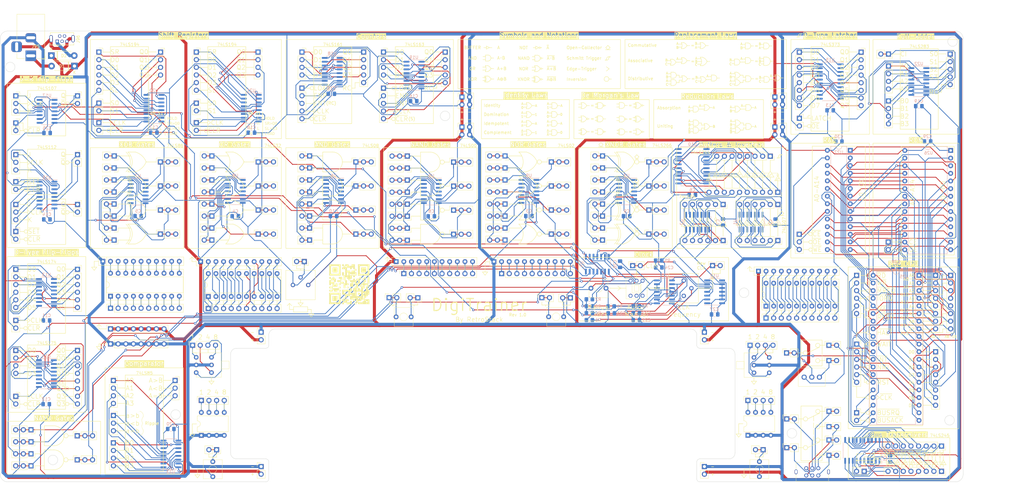
<source format=kicad_pcb>
(kicad_pcb (version 20240108) (generator "pcbnew") (generator_version "8.0")
  (title_block (title "DigiTrainer") (date "2024-06-24") (rev "1.0") (company "RetroStack - Marcel Erz") (comment 4 "Educational board for digital logic ICs"))
  (layers (0 "F.Cu" signal) (31 "B.Cu" signal) (34 "B.Paste" user) (35 "F.Paste" user) (36 "B.SilkS" user "B.Silkscreen") (37 "F.SilkS" user "F.Silkscreen") (38 "B.Mask" user) (39 "F.Mask" user) (44 "Edge.Cuts" user))
  (net 0 "")
  (net 1 "+5V")
  (net 2 "GND")
  (net 3 "Net-(U24A-THR)")
  (net 4 "Net-(U24A-CV)")
  (net 5 "Net-(U24B-CV)")
  (net 6 "Net-(U24B-DIS)")
  (net 7 "Net-(D1-A)")
  (net 8 "Net-(D2-A)")
  (net 9 "Net-(J158-Pin_1)")
  (net 10 "Net-(J158-Pin_2)")
  (net 11 "Net-(J158-Pin_3)")
  (net 12 "Net-(J158-Pin_4)")
  (net 13 "Net-(J158-Pin_5)")
  (net 14 "Net-(J158-Pin_6)")
  (net 15 "Net-(J158-Pin_7)")
  (net 16 "Net-(J158-Pin_8)")
  (net 17 "Net-(J158-Pin_9)")
  (net 18 "Net-(J158-Pin_10)")
  (net 19 "Net-(RN3-R10)")
  (net 20 "Net-(RN3-R9)")
  (net 21 "Net-(RN3-R8)")
  (net 22 "Net-(RN3-R7)")
  (net 23 "Net-(RN3-R6)")
  (net 24 "Net-(RN3-R5)")
  (net 25 "Net-(RN3-R4)")
  (net 26 "Net-(RN3-R3)")
  (net 27 "Net-(RN3-R2)")
  (net 28 "Net-(RN3-R1)")
  (net 29 "Net-(J159-Pin_1)")
  (net 30 "Net-(J159-Pin_2)")
  (net 31 "Net-(J159-Pin_3)")
  (net 32 "Net-(J159-Pin_4)")
  (net 33 "Net-(J159-Pin_5)")
  (net 34 "Net-(J159-Pin_6)")
  (net 35 "Net-(J159-Pin_7)")
  (net 36 "Net-(J159-Pin_8)")
  (net 37 "Net-(J159-Pin_9)")
  (net 38 "Net-(J159-Pin_10)")
  (net 39 "Net-(RN4-R10)")
  (net 40 "Net-(RN4-R9)")
  (net 41 "Net-(RN4-R8)")
  (net 42 "Net-(RN4-R7)")
  (net 43 "Net-(RN4-R6)")
  (net 44 "Net-(RN4-R5)")
  (net 45 "Net-(RN4-R4)")
  (net 46 "Net-(RN4-R3)")
  (net 47 "Net-(RN4-R2)")
  (net 48 "Net-(RN4-R1)")
  (net 49 "Net-(RN5-R1)")
  (net 50 "Net-(RN5-R2)")
  (net 51 "Net-(RN5-R3)")
  (net 52 "Net-(RN5-R4)")
  (net 53 "Net-(RN5-R5)")
  (net 54 "Net-(RN5-R6)")
  (net 55 "Net-(RN5-R7)")
  (net 56 "Net-(RN5-R8)")
  (net 57 "Net-(RN5-R9)")
  (net 58 "Net-(RN5-R10)")
  (net 59 "Net-(J160-Pin_10)")
  (net 60 "Net-(J160-Pin_9)")
  (net 61 "Net-(J160-Pin_8)")
  (net 62 "Net-(J160-Pin_7)")
  (net 63 "Net-(J160-Pin_6)")
  (net 64 "Net-(J160-Pin_5)")
  (net 65 "Net-(J160-Pin_4)")
  (net 66 "Net-(J160-Pin_3)")
  (net 67 "Net-(J160-Pin_2)")
  (net 68 "Net-(J160-Pin_1)")
  (net 69 "Net-(J1-Pin_1)")
  (net 70 "Net-(J1-Pin_2)")
  (net 71 "Net-(J1-Pin_3)")
  (net 72 "Net-(J1-Pin_4)")
  (net 73 "Net-(J1-Pin_5)")
  (net 74 "Net-(J1-Pin_6)")
  (net 75 "Net-(J1-Pin_7)")
  (net 76 "Net-(J1-Pin_8)")
  (net 77 "Net-(J1-Pin_9)")
  (net 78 "Net-(J1-Pin_10)")
  (net 79 "Net-(J2-Pin_1)")
  (net 80 "Net-(J2-Pin_2)")
  (net 81 "Net-(J2-Pin_3)")
  (net 82 "Net-(J2-Pin_4)")
  (net 83 "Net-(J2-Pin_5)")
  (net 84 "Net-(J2-Pin_6)")
  (net 85 "Net-(J2-Pin_7)")
  (net 86 "Net-(J2-Pin_8)")
  (net 87 "Net-(J2-Pin_9)")
  (net 88 "Net-(J2-Pin_10)")
  (net 89 "Net-(J3-Pad1)")
  (net 90 "Net-(J4-Pad1)")
  (net 91 "Net-(J5-Pad1)")
  (net 92 "Net-(J6-Pad1)")
  (net 93 "Net-(J7-Pad1)")
  (net 94 "Net-(J8-Pad1)")
  (net 95 "Net-(J9-Pad1)")
  (net 96 "Net-(J10-Pad1)")
  (net 97 "Net-(J11-Pad1)")
  (net 98 "Net-(J12-Pad1)")
  (net 99 "Net-(J13-Pad1)")
  (net 100 "Net-(J14-Pad1)")
  (net 101 "Net-(J15-Pad1)")
  (net 102 "Net-(J16-Pad1)")
  (net 103 "Net-(J17-Pad1)")
  (net 104 "Net-(J18-Pad1)")
  (net 105 "Net-(J19-Pad1)")
  (net 106 "Net-(J20-Pad1)")
  (net 107 "Net-(J21-Pad1)")
  (net 108 "Net-(J22-Pad1)")
  (net 109 "Net-(J23-Pad1)")
  (net 110 "Net-(J24-Pad1)")
  (net 111 "Net-(J25-Pad1)")
  (net 112 "Net-(J26-Pad1)")
  (net 113 "Net-(J27-Pad1)")
  (net 114 "Net-(J28-Pad1)")
  (net 115 "Net-(J29-Pad1)")
  (net 116 "Net-(J30-Pad1)")
  (net 117 "Net-(J31-Pad1)")
  (net 118 "Net-(J32-Pad1)")
  (net 119 "Net-(J33-Pad1)")
  (net 120 "Net-(J34-Pad1)")
  (net 121 "Net-(J35-Pad1)")
  (net 122 "Net-(J36-Pad1)")
  (net 123 "Net-(J37-Pad1)")
  (net 124 "Net-(J38-Pad1)")
  (net 125 "Net-(J39-Pad1)")
  (net 126 "Net-(J40-Pad1)")
  (net 127 "Net-(J41-Pad1)")
  (net 128 "Net-(J42-Pad1)")
  (net 129 "Net-(J43-Pad1)")
  (net 130 "Net-(J44-Pad1)")
  (net 131 "Net-(J45-Pad1)")
  (net 132 "Net-(J46-Pad1)")
  (net 133 "Net-(J47-Pad1)")
  (net 134 "Net-(J48-Pad1)")
  (net 135 "Net-(J49-Pad1)")
  (net 136 "Net-(J50-Pad1)")
  (net 137 "Net-(J51-Pad1)")
  (net 138 "Net-(J52-Pad1)")
  (net 139 "Net-(J53-Pad1)")
  (net 140 "Net-(J54-Pad1)")
  (net 141 "Net-(J55-Pad1)")
  (net 142 "Net-(J56-Pad1)")
  (net 143 "Net-(J57-Pad1)")
  (net 144 "Net-(J58-Pad1)")
  (net 145 "Net-(J59-Pad1)")
  (net 146 "Net-(J60-Pad1)")
  (net 147 "Net-(J61-Pad1)")
  (net 148 "Net-(J62-Pad1)")
  (net 149 "Net-(J63-Pad1)")
  (net 150 "Net-(J64-Pad1)")
  (net 151 "Net-(J65-Pad1)")
  (net 152 "Net-(J66-Pad1)")
  (net 153 "Net-(J67-Pad1)")
  (net 154 "Net-(J68-Pad1)")
  (net 155 "Net-(J69-Pad1)")
  (net 156 "Net-(J70-Pad1)")
  (net 157 "Net-(J71-Pad1)")
  (net 158 "Net-(J72-Pad1)")
  (net 159 "Net-(J73-Pad1)")
  (net 160 "Net-(J74-Pad1)")
  (net 161 "Net-(J75-Pad1)")
  (net 162 "Net-(J76-Pad1)")
  (net 163 "Net-(J77-Pad1)")
  (net 164 "Net-(J78-Pad1)")
  (net 165 "Net-(J79-Pad1)")
  (net 166 "Net-(J80-Pad1)")
  (net 167 "Net-(J81-Pad1)")
  (net 168 "Net-(J82-Pin_1)")
  (net 169 "Net-(J82-Pin_2)")
  (net 170 "Net-(J82-Pin_3)")
  (net 171 "Net-(J82-Pin_4)")
  (net 172 "Net-(J82-Pin_5)")
  (net 173 "Net-(J82-Pin_6)")
  (net 174 "Net-(J83-Pin_1)")
  (net 175 "Net-(J83-Pin_2)")
  (net 176 "Net-(J83-Pin_3)")
  (net 177 "Net-(J83-Pin_4)")
  (net 178 "Net-(J83-Pin_5)")
  (net 179 "Net-(J83-Pin_6)")
  (net 180 "Net-(J84-Pin_1)")
  (net 181 "Net-(J84-Pin_2)")
  (net 182 "Net-(J84-Pin_3)")
  (net 183 "Net-(J84-Pin_4)")
  (net 184 "Net-(J84-Pin_5)")
  (net 185 "Net-(J84-Pin_6)")
  (net 186 "Net-(J85-Pin_1)")
  (net 187 "Net-(J85-Pin_2)")
  (net 188 "Net-(J85-Pin_3)")
  (net 189 "Net-(J85-Pin_4)")
  (net 190 "Net-(J85-Pin_5)")
  (net 191 "Net-(J85-Pin_6)")
  (net 192 "Net-(J86-Pin_1)")
  (net 193 "Net-(J86-Pin_2)")
  (net 194 "Net-(J86-Pin_3)")
  (net 195 "Net-(J86-Pin_4)")
  (net 196 "Net-(J86-Pin_5)")
  (net 197 "Net-(J86-Pin_6)")
  (net 198 "Net-(J86-Pin_7)")
  (net 199 "Net-(J86-Pin_8)")
  (net 200 "Net-(J86-Pin_9)")
  (net 201 "Net-(J86-Pin_10)")
  (net 202 "Net-(J88-Pin_1)")
  (net 203 "Net-(J88-Pin_2)")
  (net 204 "Net-(J88-Pin_3)")
  (net 205 "Net-(J88-Pin_4)")
  (net 206 "Net-(J88-Pin_5)")
  (net 207 "Net-(J88-Pin_6)")
  (net 208 "Net-(J88-Pin_7)")
  (net 209 "Net-(J88-Pin_8)")
  (net 210 "Net-(J89-Pin_1)")
  (net 211 "Net-(J89-Pin_2)")
  (net 212 "Net-(J90-Pin_1)")
  (net 213 "Net-(J90-Pin_2)")
  (net 214 "Net-(J90-Pin_3)")
  (net 215 "Net-(J90-Pin_4)")
  (net 216 "Net-(J90-Pin_5)")
  (net 217 "Net-(J90-Pin_6)")
  (net 218 "Net-(J90-Pin_7)")
  (net 219 "Net-(J90-Pin_8)")
  (net 220 "Net-(J91-Pin_1)")
  (net 221 "Net-(J91-Pin_2)")
  (net 222 "Net-(J91-Pin_3)")
  (net 223 "Net-(J91-Pin_4)")
  (net 224 "Net-(J91-Pin_5)")
  (net 225 "Net-(J91-Pin_6)")
  (net 226 "Net-(J91-Pin_7)")
  (net 227 "Net-(J91-Pin_8)")
  (net 229 "Net-(J96-GND)")
  (net 233 "Net-(J97-Pin_1)")
  (net 234 "Net-(J97-Pin_2)")
  (net 235 "Net-(J97-Pin_3)")
  (net 236 "Net-(J97-Pin_4)")
  (net 237 "Net-(J98-Pin_1)")
  (net 238 "Net-(J98-Pin_2)")
  (net 239 "Net-(J98-Pin_3)")
  (net 240 "Net-(J98-Pin_4)")
  (net 241 "Net-(J98-Pin_5)")
  (net 242 "Net-(J98-Pin_6)")
  (net 243 "Net-(J99-Pin_1)")
  (net 244 "Net-(J99-Pin_2)")
  (net 245 "Net-(J100-Pin_1)")
  (net 246 "Net-(J100-Pin_2)")
  (net 247 "Net-(J101-Pin_1)")
  (net 248 "Net-(J101-Pin_2)")
  (net 249 "Net-(J101-Pin_3)")
  (net 250 "Net-(J101-Pin_4)")
  (net 251 "Net-(J101-Pin_5)")
  (net 252 "Net-(J101-Pin_6)")
  (net 253 "Net-(J101-Pin_7)")
  (net 254 "Net-(J101-Pin_8)")
  (net 255 "Net-(J102-Pin_1)")
  (net 256 "Net-(J102-Pin_2)")
  (net 257 "Net-(J103-Pin_1)")
  (net 258 "Net-(J103-Pin_2)")
  (net 259 "Net-(J103-Pin_3)")
  (net 260 "Net-(J103-Pin_4)")
  (net 261 "Net-(J103-Pin_5)")
  (net 262 "Net-(J103-Pin_6)")
  (net 263 "Net-(J104-Pin_1)")
  (net 264 "Net-(J104-Pin_2)")
  (net 265 "Net-(J104-Pin_3)")
  (net 266 "Net-(J104-Pin_4)")
  (net 267 "Net-(J104-Pin_5)")
  (net 268 "Net-(J104-Pin_6)")
  (net 269 "Net-(J104-Pin_7)")
  (net 270 "Net-(J104-Pin_8)")
  (net 271 "Net-(J105-Pin_1)")
  (net 272 "Net-(J105-Pin_2)")
  (net 273 "Net-(J105-Pin_3)")
  (net 274 "Net-(J105-Pin_4)")
  (net 275 "Net-(J105-Pin_5)")
  (net 276 "Net-(J105-Pin_6)")
  (net 277 "Net-(J105-Pin_7)")
  (net 278 "Net-(J105-Pin_8)")
  (net 279 "Net-(J106-Pin_1)")
  (net 280 "Net-(J106-Pin_2)")
  (net 281 "Net-(J106-Pin_3)")
  (net 282 "Net-(J107-Pin_1)")
  (net 283 "Net-(J107-Pin_2)")
  (net 284 "Net-(J107-Pin_3)")
  (net 285 "Net-(J108-Pin_1)")
  (net 286 "Net-(J108-Pin_2)")
  (net 287 "Net-(J108-Pin_3)")
  (net 288 "Net-(J109-Pin_1)")
  (net 289 "Net-(J109-Pin_2)")
  (net 290 "Net-(J110-Pin_1)")
  (net 291 "Net-(J111-Pin_1)")
  (net 292 "Net-(J111-Pin_2)")
  (net 293 "Net-(J112-Pin_1)")
  (net 294 "Net-(J112-Pin_2)")
  (net 295 "Net-(J113-Pin_1)")
  (net 296 "Net-(J113-Pin_2)")
  (net 297 "Net-(J114-Pin_1)")
  (net 298 "Net-(J114-Pin_2)")
  (net 299 "Net-(J115-Pin_1)")
  (net 300 "Net-(J115-Pin_2)")
  (net 301 "Net-(J115-Pin_3)")
  (net 302 "Net-(J115-Pin_4)")
  (net 303 "Net-(J116-Pin_1)")
  (net 304 "Net-(J116-Pin_2)")
  (net 305 "Net-(J116-Pin_3)")
  (net 306 "Net-(J116-Pin_4)")
  (net 307 "Net-(J116-Pin_5)")
  (net 308 "Net-(J117-Pin_1)")
  (net 309 "Net-(J117-Pin_2)")
  (net 310 "Net-(J117-Pin_3)")
  (net 311 "Net-(J117-Pin_4)")
  (net 312 "Net-(J118-Pin_1)")
  (net 313 "Net-(J118-Pin_2)")
  (net 314 "Net-(J118-Pin_3)")
  (net 315 "Net-(J118-Pin_4)")
  (net 316 "Net-(J118-Pin_5)")
  (net 317 "Net-(J119-Pin_1)")
  (net 318 "Net-(J119-Pin_2)")
  (net 319 "Net-(J119-Pin_3)")
  (net 320 "Net-(J119-Pin_4)")
  (net 321 "Net-(J119-Pin_5)")
  (net 322 "Net-(J120-Pin_1)")
  (net 323 "Net-(J120-Pin_2)")
  (net 324 "Net-(J120-Pin_3)")
  (net 325 "Net-(J120-Pin_4)")
  (net 326 "Net-(J120-Pin_5)")
  (net 327 "Net-(J121-Pin_1)")
  (net 328 "Net-(J121-Pin_2)")
  (net 329 "Net-(J121-Pin_3)")
  (net 330 "Net-(J121-Pin_4)")
  (net 331 "Net-(J121-Pin_5)")
  (net 332 "Net-(J121-Pin_6)")
  (net 333 "Net-(J122-Pin_1)")
  (net 334 "Net-(J122-Pin_2)")
  (net 335 "Net-(J123-Pin_1)")
  (net 336 "Net-(J123-Pin_2)")
  (net 337 "Net-(J124-Pin_1)")
  (net 338 "Net-(J124-Pin_2)")
  (net 339 "Net-(J124-Pin_3)")
  (net 340 "Net-(J124-Pin_4)")
  (net 341 "Net-(J124-Pin_5)")
  (net 342 "Net-(J124-Pin_6)")
  (net 343 "Net-(J125-Pin_1)")
  (net 344 "Net-(J125-Pin_2)")
  (net 345 "Net-(J126-Pin_1)")
  (net 346 "Net-(J126-Pin_2)")
  (net 347 "Net-(J127-Pin_1)")
  (net 348 "Net-(J127-Pin_2)")
  (net 349 "Net-(J127-Pin_3)")
  (net 350 "Net-(J127-Pin_4)")
  (net 351 "Net-(J128-Pin_1)")
  (net 352 "Net-(J128-Pin_2)")
  (net 353 "Net-(J128-Pin_3)")
  (net 354 "Net-(J128-Pin_4)")
  (net 355 "Net-(J129-Pin_1)")
  (net 356 "Net-(J129-Pin_2)")
  (net 357 "Net-(J129-Pin_3)")
  (net 358 "Net-(J129-Pin_4)")
  (net 359 "Net-(J130-Pin_1)")
  (net 360 "Net-(J130-Pin_2)")
  (net 361 "Net-(J130-Pin_3)")
  (net 362 "Net-(J130-Pin_4)")
  (net 363 "Net-(J131-Pin_1)")
  (net 364 "Net-(J131-Pin_2)")
  (net 365 "Net-(J131-Pin_3)")
  (net 366 "Net-(J131-Pin_4)")
  (net 367 "Net-(J132-Pin_1)")
  (net 368 "Net-(J132-Pin_2)")
  (net 369 "Net-(J132-Pin_3)")
  (net 370 "Net-(J132-Pin_4)")
  (net 371 "Net-(U22-C0)")
  (net 372 "Net-(J134-Pin_1)")
  (net 373 "Net-(J134-Pin_2)")
  (net 374 "Net-(J134-Pin_3)")
  (net 375 "Net-(J134-Pin_4)")
  (net 376 "Net-(J134-Pin_5)")
  (net 377 "Net-(J135-Pin_1)")
  (net 378 "Net-(J135-Pin_2)")
  (net 379 "Net-(J135-Pin_3)")
  (net 380 "Net-(J136-Pin_1)")
  (net 381 "Net-(J136-Pin_2)")
  (net 382 "Net-(J136-Pin_3)")
  (net 383 "Net-(U17A-C)")
  (net 384 "Net-(J138-Pad1)")
  (net 385 "Net-(J139-Pin_1)")
  (net 386 "Net-(J139-Pin_2)")
  (net 387 "Net-(J139-Pin_3)")
  (net 388 "Net-(J139-Pin_4)")
  (net 389 "Net-(J140-Pin_1)")
  (net 390 "Net-(J140-Pin_2)")
  (net 391 "Net-(J140-Pin_3)")
  (net 392 "Net-(J140-Pin_4)")
  (net 393 "Net-(J142-Pad1)")
  (net 394 "Net-(J144-Pad1)")
  (net 395 "Net-(SW9-B)")
  (net 396 "Net-(J146-Pad1)")
  (net 397 "Net-(J147-Pad1)")
  (net 398 "Net-(J148-Pad1)")
  (net 399 "Net-(J149-Pad1)")
  (net 400 "Net-(J150-Pad1)")
  (net 401 "Net-(J151-Pad1)")
  (net 402 "Net-(SW9-A)")
  (net 403 "Net-(SW9-C)")
  (net 404 "Net-(J154-Pad1)")
  (net 405 "Net-(J155-Pad1)")
  (net 406 "Net-(J156-Pad1)")
  (net 407 "Net-(J157-Pad1)")
  (net 408 "Net-(J161-Pin_1)")
  (net 409 "Net-(J161-Pin_2)")
  (net 410 "Net-(J161-Pin_3)")
  (net 411 "Net-(J161-Pin_4)")
  (net 412 "Net-(J161-Pin_5)")
  (net 413 "Net-(J161-Pin_6)")
  (net 414 "Net-(J162-Pin_1)")
  (net 415 "Net-(J162-Pin_2)")
  (net 416 "Net-(J162-Pin_3)")
  (net 417 "Net-(J162-Pin_4)")
  (net 418 "Net-(J162-Pin_5)")
  (net 419 "Net-(J162-Pin_6)")
  (net 420 "Net-(J163-Pin_1)")
  (net 421 "Net-(J163-Pin_2)")
  (net 422 "/CPU/A0")
  (net 423 "/CPU/A1")
  (net 424 "/CPU/A2")
  (net 425 "/CPU/A3")
  (net 426 "/CPU/A4")
  (net 427 "/CPU/A5")
  (net 428 "/CPU/A6")
  (net 429 "/CPU/A7")
  (net 430 "/CPU/A8")
  (net 431 "/CPU/A9")
  (net 432 "/CPU/A10")
  (net 433 "/CPU/A11")
  (net 434 "/CPU/A12")
  (net 435 "/CPU/A13")
  (net 436 "/CPU/A14")
  (net 437 "/CPU/A15")
  (net 438 "/CPU/D0")
  (net 439 "/CPU/D1")
  (net 440 "/CPU/D2")
  (net 441 "/CPU/D3")
  (net 442 "/CPU/D4")
  (net 443 "/CPU/D5")
  (net 444 "/CPU/D6")
  (net 445 "/CPU/D7")
  (net 446 "Net-(J167-Pin_1)")
  (net 447 "Net-(J167-Pin_2)")
  (net 448 "Net-(J167-Pin_3)")
  (net 449 "Net-(J168-Pin_1)")
  (net 450 "Net-(J168-Pin_2)")
  (net 451 "Net-(U24B-TR)")
  (net 452 "Net-(SW2A-A)")
  (net 453 "Net-(SW2A-C)")
  (net 454 "Net-(U24A-DIS)")
  (net 455 "Net-(R6-Pad2)")
  (net 456 "Net-(U17A-J)")
  (net 461 "Net-(U12-Pad4)")
  (net 462 "Net-(U12-Pad3)")
  (net 463 "Net-(U17A-Q)")
  (net 464 "Net-(U24B-Q)")
  (net 466 "Net-(J170-Pin_1)")
  (net 467 "Net-(J170-Pin_2)")
  (net 468 "Net-(J170-Pin_3)")
  (net 469 "Net-(J170-Pin_4)")
  (net 470 "Net-(J171-Pin_1)")
  (net 471 "Net-(J171-Pin_2)")
  (net 472 "Net-(J171-Pin_3)")
  (net 473 "Net-(J171-Pin_4)")
  (footprint "RetroStackLibrary:SW_SPST_Push" (layer "F.Cu") (at 227.502 226.35 90)
    (property "Reference" "SW7" (hide yes))
    (property "Value" "SW_Push")
  )
  (footprint "Connector_PinSocket_2.54mm:PinSocket_1x02_P2.54mm_Vertical" (layer "F.Cu") (at 7.8868 121.75)
    (property "Reference" "J111" (hide yes))
    (property "Value" "Conn_01x02")
  )
  (footprint "Connector_PinSocket_2.54mm:PinSocket_1x03_P2.54mm_Vertical" (layer "F.Cu") (at 100.4018 124.163 90)
    (property "Reference" "J38" (hide yes))
    (property "Value" "~")
  )
  (footprint "Connector_PinSocket_2.54mm:PinSocket_1x06_P2.54mm_Vertical" (layer "F.Cu") (at 7.875 159.88)
    (property "Reference" "J103" (hide yes))
    (property "Value" "Conn_01x06")
  )
  (footprint "Connector_PinSocket_2.54mm:PinSocket_1x02_P2.54mm_Vertical" (layer "F.Cu") (at 247.8 109.655)
    (property "Reference" "J102" (hide yes))
    (property "Value" "Conn_01x02")
  )
  (footprint "Connector_PinSocket_2.54mm:PinSocket_1x02_P2.54mm_Vertical" (layer "F.Cu") (at 85.0018 130.163 -90)
    (property "Reference" "J18" (hide yes))
    (property "Value" "~")
  )
  (footprint "Connector_PinSocket_2.54mm:PinSocket_1x02_P2.54mm_Vertical" (layer "F.Cu") (at 269.3268 227.088 -90)
    (property "Reference" "J89" (hide yes))
    (property "Value" "Conn_01x02")
  )
  (footprint "Connector_PinSocket_2.54mm:PinSocket_1x02_P2.54mm_Vertical" (layer "F.Cu") (at 47.375 104.613)
    (property "Reference" "J125" (hide yes))
    (property "Value" "Conn_01x02")
  )
  (footprint "Connector_PinHeader_2.54mm:PinHeader_2x02_P2.54mm_Vertical" (layer "F.Cu") (at 239.65 102.55)
    (property "Reference" "J94" (hide yes))
    (property "Value" "Conn_02x02_Odd_Even")
  )
  (footprint "Connector_PinHeader_2.54mm:PinHeader_1x02_P2.54mm_Vertical" (layer "F.Cu") (at 216.2302 180.8)
    (property "Reference" "J143" (hide yes))
    (property "Value" "Conn_02x01")
  )
  (footprint "Connector_PinSocket_2.54mm:PinSocket_1x02_P2.54mm_Vertical" (layer "F.Cu") (at 52.5368 126.163 -90)
    (property "Reference" "J55" (hide yes))
    (property "Value" "~")
  )
  (footprint "Connector_PinSocket_2.54mm:PinSocket_1x03_P2.54mm_Vertical" (layer "F.Cu") (at 165.3618 148.163 90)
    (property "Reference" "J73" (hide yes))
    (property "Value" "~")
  )
  (footprint "RetroStackLibrary:SW_DPDT_Push" (layer "F.Cu") (at 193.675 158.6875)
    (property "Reference" "SW2" (hide yes))
    (property "Value" "SW_DPDT_x2")
  )
  (footprint "Package_DIP:DIP-20_W7.62mm_Socket" (layer "F.Cu") (at 236.7 172.12 90)
    (property "Reference" "DN3" (hide yes))
    (property "Value" "~")
  )
  (footprint "RetroStackLibrary:SW_DPDT_Slide_RightAngle" (layer "F.Cu") (at 252.075 221.8625)
    (property "Reference" "SW10" (hide yes))
    (property "Value" "SW_Push_DPDT")
  )
  (footprint "Connector_PinSocket_2.54mm:PinSocket_1x02_P2.54mm_Vertical" (layer "F.Cu") (at 7.8868 138.312)
    (property "Reference" "J112" (hide yes))
    (property "Value" "Conn_01x02")
  )
  (footprint "Connector_PinSocket_2.54mm:PinSocket_1x03_P2.54mm_Vertical" (layer "F.Cu") (at 247.75 148.22)
    (property "Reference" "J167" (hide yes))
    (property "Value" "Conn_01x03")
  )
  (footprint "Connector_PinSocket_2.54mm:PinSocket_1x02_P2.54mm_Vertical" (layer "F.Cu") (at 20.0368 150.163 -90)
    (property "Reference" "J31" (hide yes))
    (property "Value" "~")
  )
  (footprint "Connector_PinSocket_2.54mm:PinSocket_1x02_P2.54mm_Vertical" (layer "F.Cu") (at 85.0018 126.163 -90)
    (property "Reference" "J17" (hide yes))
    (property "Value" "~")
  )
  (footprint "Connector_PinSocket_2.54mm:PinSocket_1x03_P2.54mm_Vertical" (layer "F.Cu") (at 149.9618 122.163 -90)
    (property "Reference" "J46" (hide yes))
    (property "Value" "~")
  )
  (footprint "Connector_PinSocket_2.54mm:PinSocket_1x03_P2.54mm_Vertical" (layer "F.Cu") (at 165.3618 124.163 90)
    (property "Reference" "J70" (hide yes))
    (property "Value" "~")
  )
  (footprint "Connector_PinSocket_2.54mm:PinSocket_1x03_P2.54mm_Vertical" (layer "F.Cu") (at 117.4918 146.213 -90)
    (property "Reference" "J14" (hide yes))
    (property "Value" "~")
  )
  (footprint "Connector_PinSocket_2.54mm:PinSocket_1x03_P2.54mm_Vertical" (layer "F.Cu") (at 117.4918 138.213 -90)
    (property "Reference" "J12" (hide yes))
    (property "Value" "~")
  )
  (footprint "Connector_PinSocket_2.54mm:PinSocket_1x02_P2.54mm_Vertical" (layer "F.Cu") (at 20.0768 122.163 -90)
    (property "Reference" "J24" (hide yes))
    (property "Value" "~")
  )
  (footprint "Connector_PinSocket_2.54mm:PinSocket_1x06_P2.54mm_Vertical" (layer "F.Cu") (at 222.4368 150.313 -90)
    (property "Reference" "J83" (hide yes))
    (property "Value" "Conn_01x06")
  )
  (footprint "RetroStackLibrary:SW_SPST_Push" (layer "F.Cu") (at 181.025 159.175)
    (property "Reference" "SW1" (hide yes))
    (property "Value" "SW_Push")
  )
  (footprint "Connector_PinSocket_2.54mm:PinSocket_1x02_P2.54mm_Vertical" (layer "F.Cu") (at 277.325 150.81)
    (property "Reference" "J168" (hide yes))
    (property "Value" "Conn_01x02")
  )
  (footprint "Connector_PinSocket_2.54mm:PinSocket_1x03_P2.54mm_Vertical" (layer "F.Cu") (at 35.4368 148.163 90)
    (property "Reference" "J45" (hide yes))
    (property "Value" "~")
  )
  (footprint "Connector_PinSocket_2.54mm:PinSocket_1x02_P2.54mm_Vertical" (layer "F.Cu") (at 52.5368 146.163 -90)
    (property "Reference" "J60" (hide yes))
    (property "Value" "~")
  )
  (footprint "Connector_PinSocket_2.54mm:PinSocket_1x03_P2.54mm_Vertical" (layer "F.Cu") (at -7.5732 213.263 -90)
    (property "Reference" "J4" (hide yes))
    (property "Value" "~")
  )
  (footprint "Connector_PinSocket_2.54mm:PinSocket_1x08_P2.54mm_Vertical" (layer "F.Cu") (at 18.85 179.7 90)
    (property "Reference" "J173" (hide yes))
    (property "Value" "Conn_01x08")
  )
  (footprint "Connector_PinSocket_2.54mm:PinSocket_1x04_P2.54mm_Vertical" (layer "F.Cu") (at 67.875 87.613)
    (property "Reference" "J128" (hide yes))
    (property "Value" "Conn_01x04")
  )
  (footprint "Connector_PinSocket_2.54mm:PinSocket_1x02_P2.54mm_Vertical" (layer "F.Cu") (at 257.625 216.6625 90)
    (property "Reference" "J156" (hide yes))
    (property "Value" "~")
  )
  (footprint "Connector_PinSocket_2.54mm:PinSocket_1x08_P2.54mm_Vertical" (layer "F.Cu") (at 293.05 161.9)
    (property "Reference" "J164" (hide yes))
    (property "Value" "Conn_01x08")
  )
  (footprint "Connector_PinSocket_2.54mm:PinSocket_1x02_P2.54mm_Vertical" (layer "F.Cu") (at 182.3618 130.163 -90)
    (property "Reference" "J64" (hide yes))
    (property "Value" "~")
  )
  (footprint "Connector_PinSocket_2.54mm:PinSocket_1x03_P2.54mm_Vertical" (layer "F.Cu") (at 132.8668 124.213 90)
    (property "Reference" "J34" (hide yes))
    (property "Value" "~")
  )
  (footprint "Connector_PinSocket_2.54mm:PinSocket_1x02_P2.54mm_Vertical" (layer "F.Cu") (at 218.925 158.65 90)
    (property "Reference" "J137" (hide yes))
    (property "Value" "~")
  )
  (footprint "Connector_PinSocket_2.54mm:PinSocket_1x03_P2.54mm_Vertical" (layer "F.Cu") (at 67.9368 140.163 90)
    (property "Reference" "J76" (hide yes))
    (property "Value" "~")
  )
  (footprint "Connector_PinSocket_2.54mm:PinSocket_1x03_P2.54mm_Vertical" (layer "F.Cu") (at -12.6132 102.188)
    (property "Reference" "J106" (hide yes))
    (property "Value" "Conn_01x03")
  )
  (footprint "Connector_PinSocket_2.54mm:PinSocket_1x08_P2.54mm_Vertical" (layer "F.Cu") (at 295.0268 218.688 -90)
    (property "Reference" "J91" (hide yes))
    (property "Value" "Conn_01x08")
  )
  (footprint "Connector_PinSocket_2.54mm:PinSocket_1x02_P2.54mm_Vertical" (layer "F.Cu") (at 52.5368 134.163 -90)
    (property "Reference" "J57" (hide yes))
    (property "Value" "~")
  )
  (footprint "Connector_PinSocket_2.54mm:PinSocket_1x03_P2.54mm_Vertical" (layer "F.Cu") (at 35.4368 140.163 90)
    (property "Reference" "J44" (hide yes))
    (property "Value" "~")
  )
  (footprint "Connector_PinSocket_2.54mm:PinSocket_1x02_P2.54mm_Vertical" (layer "F.Cu") (at 235.74 219.8926 -90)
    (property "Reference" "J150" (hide yes))
    (property "Value" "~")
  )
  (footprint "Connector_PinSocket_2.54mm:PinSocket_1x02_P2.54mm_Vertical" (layer "F.Cu") (at 182.3618 134.163 -90)
    (property "Reference" "J65" (hide yes))
    (property "Value" "~")
  )
  (footprint "Connector_PinSocket_2.54mm:PinSocket_1x08_P2.54mm_Vertical" (layer "F.Cu") (at 247.775 87.63)
    (property "Reference" "J101" (hide yes))
    (property "Value" "Conn_01x08")
  )
  (footprint "Connector_PinSocket_2.54mm:PinSocket_1x02_P2.54mm_Vertical" (layer "F.Cu") (at 52.5368 122.163 -90)
    (property "Reference" "J54" (hide yes))
    (property "Value" "~")
  )
  (footprint "Connector_PinSocket_2.54mm:PinSocket_1x02_P2.54mm_Vertical" (layer "F.Cu") (at 20.0368 138.163 -90)
    (property "Reference" "J28" (hide yes))
    (property "Value" "~")
  )
  (footprint "Connector_PinSocket_2.54mm:PinSocket_1x06_P2.54mm_Vertical" (layer "F.Cu") (at 222.4368 138.31 -90)
    (property "Reference" "J85" (hide yes))
    (property "Value" "Conn_01x06")
  )
  (footprint "Package_DIP:DIP-8_W7.62mm" (layer "F.Cu") (at 49.03 215.125 90)
    (property "Reference" "SW3" (hide yes))
    (property "Value" "SW_DIP_x04")
  )
  (footprint "Connector_PinSocket_2.54mm:PinSocket_1x02_P2.54mm_Vertical" (layer "F.Cu") (at 85.0018 146.163 -90)
    (property "Reference" "J22" (hide yes))
    (property "Value" "~")
  )
  (footprint "Connector_PinSocket_2.54mm:PinSocket_1x03_P2.54mm_Vertical" (layer "F.Cu") (at 100.4018 132.163 90)
    (property "Reference" "J39" (hide yes))
    (property "Value" "~")
  )
  (footprint "Connector_PinSocket_2.54mm:PinSocket_1x03_P2.54mm_Vertical" (layer "F.Cu") (at -12.6132 138.312)
    (property "Reference" "J108" (hide yes))
    (property "Value" "Conn_01x03")
  )
  (footprint "Connector_PinSocket_2.54mm:PinSocket_1x03_P2.54mm_Vertical" (layer "F.Cu") (at 132.8668 140.213 90)
    (property "Reference" "J36" (hide yes))
    (property "Value" "~")
  )
  (footprint "Connector_PinSocket_2.54mm:PinSocket_1x02_P2.54mm_Vertical" (layer "F.Cu") (at 162.195 169.325 90)
    (property "Reference" "J144" (hide yes))
    (property "Value" "~")
  )
  (footprint "Connector_PinSocket_2.54mm:PinSocket_1x03_P2.54mm_Vertical" (layer "F.Cu") (at 197.7618 148.163 90)
    (property "Reference" "J81" (hide yes))
    (property "Value" "~")
  )
  (footprint "Connector_PinSocket_2.54mm:PinSocket_1x02_P2.54mm_Vertical" (layer "F.Cu") (at 85.0018 150.163 -90)
    (property "Reference" "J23" (hide yes))
    (property "Value" "~")
  )
  (footprint "Connector_PinSocket_2.54mm:PinSocket_1x08_P2.54mm_Vertical" (layer "F.Cu") (at 293.05 187.32)
    (property "Reference" "J166" (hide yes))
    (property "Value" "Conn_01x08")
  )
  (footprint "Connector_PinSocket_2.54mm:PinSocket_1x02_P2.54mm_Vertical" (layer "F.Cu") (at 257.625 212.2125 90)
    (property "Reference" "J155" (hide yes))
    (property "Value" "~")
  )
  (footprint "Potentiometer_THT:Potentiometer_Bourns_3386P_Vertical" (layer "F.Cu") (at 209.36 168.715)
    (property "Reference" "RV2" (hide yes))
    (property "Value" "1M")
  )
  (footprint "Connector_PinSocket_2.54mm:PinSocket_1x10_P2.54mm_Vertical" (layer "F.Cu") (at 148.825 161.325 90)
    (property "Reference" "J1" (hide yes))
    (property "Value" "Conn_01x10")
  )
  (footprint "Resistor_THT:R_Array_SIP11" (layer "F.Cu") (at 146.275 157.325)
    (property "Reference" "RN1" (hide yes))
    (property "Value" "R_Network10")
  )
  (footprint "Connector_PinSocket_2.54mm:PinSocket_1x02_P2.54mm_Vertical" (layer "F.Cu") (at 182.3618 122.163 -90)
    (property "Reference" "J62" (hide yes))
    (property "Value" "~")
  )
  (footprint "Resistor_THT:R_Array_SIP11" (layer "F.Cu") (at 234.17 160.5)
    (property "Reference" "RN5" (hide yes))
    (property "Value" "R_Network10")
  )
  (footprint "Connector_PinSocket_2.54mm:PinSocket_1x05_P2.54mm_Vertical" (layer "F.Cu") (at 109.5732 99.625)
    (property "Reference" "J118" (hide yes))
    (property "Value" "Conn_01x05")
  )
  (footprint "Connector_PinSocket_2.54mm:PinSocket_1x10_P2.54mm_Vertical" (layer "F.Cu") (at 18.85 172.825 90)
    (property "Reference" "J159" (hide yes))
    (property "Value" "Conn_01x10")
  )
  (footprint "Connector_PinSocket_2.54mm:PinSocket_1x04_P2.54mm_Vertical" (layer "F.Cu") (at -12.625 186.88)
    (property "Reference" "J97" (hide yes))
    (property "Value" "Conn_01x04")
  )
  (footprint "Connector_PinSocket_2.54mm:PinSocket_1x08_P2.54mm_Vertical" (layer "F.Cu") (at 18.85 184.7 90)
    (property "Reference" "J174" (hide yes))
    (property "Value" "Conn_01x08")
  )
  (footprint "Connector_PinSocket_2.54mm:PinSocket_1x03_P2.54mm_Vertical" (layer "F.Cu") (at 100.4018 140.163 90)
    (property "Reference" "J40" (hide yes))
    (property "Value" "~")
  )
  (footprint "RetroStackLibrary:SW_SPST_Push" (layer "F.Cu") (at 116.265 168.7125)
    (property "Reference" "SW6" (hide yes))
    (property "Value" "SW_Push")
  )
  (footprint "Connector_PinSocket_2.54mm:PinSocket_1x03_P2.54mm_Vertical" (layer "F.Cu") (at 132.8668 132.213 90)
    (property "Reference" "J35" (hide yes))
    (property "Value" "~")
  )
  (footprint "Connector_PinSocket_2.54mm:PinSocket_1x03_P2.54mm_Vertical" (layer "F.Cu") (at 117.4918 130.213 -90)
    (property "Reference" "J10" (hide yes))
    (property "Value" "~")
  )
  (footprint "Connector_PinSocket_2.54mm:PinSocket_1x08_P2.54mm_Vertical" (layer "F.Cu") (at 295.0268 227.088 -90)
    (property "Reference" "J88" (hide yes))
    (property "Value" "Conn_01x08")
  )
  (footprint "Connector_PinSocket_2.54mm:PinSocket_1x02_P2.54mm_Vertical" (layer "F.Cu") (at 52.5368 142.163 -90)
    (property "Reference" "J59" (hide yes))
    (property "Value" "~")
  )
  (footprint "Connector_PinSocket_2.54mm:PinSocket_1x03_P2.54mm_Vertical" (layer "F.Cu") (at 35.4368 124.163 90)
    (property "Reference" "J42" (hide yes))
    (property "Value" "~")
  )
  (footprint "Connector_PinSocket_2.54mm:PinSocket_1x03_P2.54mm_Vertical" (layer "F.Cu") (at 197.7618 140.163 90)
    (property "Reference" "J80" (hide yes))
    (property "Value" "~")
  )
  (footprint "Connector_PinSocket_2.54mm:PinSocket_1x03_P2.54mm_Vertical" (layer "F.Cu") (at 117.4918 150.213 -90)
    (property "Reference" "J15" (hide yes))
    (property "Value" "~")
  )
  (footprint "Connector_PinSocket_2.54mm:PinSocket_1x02_P2.54mm_Vertical" (layer "F.Cu") (at 52.5368 150.163 -90)
    (property "Reference" "J61" (hide yes))
    (property "Value" "~")
  )
  (footprint "Connector_PinSocket_2.54mm:PinSocket_1x04_P2.54mm_Vertical" (layer "F.Cu") (at 230.675 203.5 90)
    (property "Reference" "J140" (hide yes))
    (property "Value" "Conn_01x04")
  )
  (footprint "Connector_PinSocket_2.54mm:PinSocket_1x06_P2.54mm_Vertical" (layer "F.Cu") (at 266.825 184.775)
    (property "Reference" "J162" (hide yes))
    (property "Value" "Conn_01x06")
  )
  (footprint "Connector_PinSocket_2.54mm:PinSocket_1x04_P2.54mm_Vertical" (layer "F.Cu") (at 19.8175 217.625)
    (property "Reference" "J132" (hide yes))
    (property "Value" "Conn_01x04")
  )
  (footprint "Connector_PinSocket_2.54mm:PinSocket_1x04_P2.54mm_Vertical" (layer "F.Cu") (at 35.4868 87.633)
    (property "Reference" "J127" (hide yes))
    (property "Value" "Conn_01x04")
  )
  (footprint "Connector_PinSocket_2.54mm:PinSocket_1x02_P2.54mm_Vertical" (layer "F.Cu") (at 85.0018 134.163 -90)
    (property "Reference" "J19" (hide yes))
    (property "Value" "~")
  )
  (footprint "RetroStackLibrary:SW_Hexadecimal_Horizontal" (layer "F.Cu") (at 235.24 198.1076 180)
    (property "Reference" "SW11" (hide yes))
    (property "Value" "~")
  )
  (footprint "Connector_PinHeader_2.54mm:PinHeader_2x02_P2.54mm_Vertical" (layer "F.Cu") (at 135.65 112.55)
    (property "Reference" "J93" (hide yes))
    (property "Value" "Conn_02x02_Odd_Even")
  )
  (footprint "Connector_PinSocket_2.54mm:PinSocket_1x03_P2.54mm_Vertical" (layer "F.Cu") (at 149.9618 146.163 -90)
    (property "Reference" "J52" (hide yes))
    (property "Value" "~")
  )
  (footprint "Connector_PinSocket_2.54mm:PinSocket_1x02_P2.54mm_Vertical" (layer "F.Cu") (at -12.625 176.88)
    (property "Reference" "J99" (hide yes))
    (property "Value" "Conn_01x02")
  )
  (footprint "Connector_PinSocket_2.54mm:PinSocket_1x05_P2.54mm_Vertical" (layer "F.Cu") (at 102.975 87.613)
    (property "Reference" "J119" (hide yes))
    (property "Value" "Conn_01x05")
  )
  (footprint "Connector_PinSocket_2.54mm:PinSocket_1x02_P2.54mm_Vertical" (layer "F.Cu") (at 20.0368 142.163 -90)
    (property "Reference" "J29" (hide yes))
    (property "Value" "~")
  )
  (footprint "Connector_PinSocket_2.54mm:PinSocket_1x03_P2.54mm_Vertical" (layer "F.Cu") (at 67.9368 148.163 90)
    (property "Reference" "J77" (hide yes))
    (property "Value" "~")
  )
  (footprint "Connector_PinSocket_2.54mm:PinSocket_1x04_P2.54mm_Vertical" (layer "F.Cu") (at 19.8175 196.875)
    (property "Reference" "J131" (hide yes))
    (property "Value" "Conn_01x04")
  )
  (footprint "Diode_THT:D_DO-41_SOD81_P7.62mm_Horizontal" (layer "F.Cu") (at 6.87 92.275 180)
    (property "Reference" "D1")
    (property "Value" "D_Schottky")
  )
  (footprint "Connector_PinSocket_2.54mm:PinSocket_1x02_P2.54mm_Vertical" (layer "F.Cu") (at 182.3618 150.163 -90)
    (property "Reference" "J69" (hide yes))
    (property "Value" "~")
  )
  (footprint "Connector_USB:USB_Mini-B_Tensility_54-00023_Vertical" (layer "F.Cu") (at 1.16 84.05)
    (property "Reference" "J96")
    (property "Value" "USB_B_Mini")
  )
  (footprint "Connector_PinHeader_2.54mm:PinHeader_1x02_P2.54mm_Vertical" (layer "F.Cu") (at 68.906 180.796)
    (property "Reference" "J87" (hide yes))
    (property "Value" "Conn_02x01")
  )
  (footprint "Package_DIP:DIP-20_W7.62mm_Socket" (layer "F.Cu") (at 51.35 168.925 90)
    (property "Reference" "DN1" (hide yes))
    (property "Value" "~")
  )
  (footprint "Connector_PinSocket_2.54mm:PinSocket_1x03_P2.54mm_Vertical" (layer "F.Cu") (at 149.9618 150.163 -90)
    (property "Reference" "J53" (hide yes))
    (property "Value" "~")
  )
  (footprint "Connector_PinSocket_2.54mm:PinSocket_1x02_P2.54mm_Vertical" (layer "F.Cu") (at 182.3618 126.163 -90)
    (property "Reference" "J63" (hide yes))
    (property "Value" "~")
  )
  (footprint "Connector_PinSocket_2.54mm:PinSocket_1x10_P2.54mm_Vertical" (layer "F.Cu") (at 51.35 172.925 90)
    (property "Reference" "J158" (hide yes))
    (property "Value" "Conn_01x10")
  )
  (footprint "Connector_PinSocket_2.54mm:PinSocket_1x05_P2.54mm_Vertical" (layer "F.Cu") (at 82.475 99.613)
    (property "Reference" "J116" (hide yes))
    (property "Value" "Conn_01x05")
  )
  (footprint "Connector_PinSocket_2.54mm:PinSocket_1x03_P2.54mm_Vertical" (layer "F.Cu") (at 149.9618 138.163 -90)
    (property "Reference" "J50" (hide yes))
    (property "Value" "~")
  )
  (footprint "RetroStackLibrary:SW_Hexadecimal_Horizontal" (layer "F.Cu") (at 49.87 185.35)
    (property "Reference" "SW12" (hide yes))
    (property "Value" "~")
  )
  (footprint "Connector_PinSocket_2.54mm:PinSocket_1x08_P2.54mm_Vertical" (layer "F.Cu") (at 268.3 87.655)
    (property "Reference" "J105" (hide yes))
    (property "Value" "Conn_01x08")
  )
  (footprint "Connector_PinSocket_2.54mm:PinSocket_1x02_P2.54mm_Vertical" (layer "F.Cu") (at 182.3618 146.163 -90)
    (property "Reference" "J68" (hide yes))
    (property "Value" "~")
  )
  (footprint "Connector_PinSocket_2.54mm:PinSocket_1x08_P2.54mm_Vertical" (layer "F.Cu") (at 298.05 161.9)
    (property "Reference" "J165" (hide yes))
    (property "Value" "Conn_01x08")
  )
  (footprint "Connector_PinSocket_2.54mm:PinSocket_1x02_P2.54mm_Vertical" (layer "F.Cu") (at 85.0018 122.163 -90)
    (property "Reference" "J16" (hide yes))
    (property "Value" "~")
  )
  (footprint "Connector_PinSocket_2.54mm:PinSocket_1x03_P2.54mm_Vertical" (layer "F.Cu") (at 132.8668 148.213 90)
    (property "Reference" "J37" (hide yes))
    (property "Value" "~")
  )
  (footprint "Resistor_THT:R_Array_SIP11" (layer "F.Cu") (at 113.785 157.325)
    (property "Reference" "RN2" (hide yes))
    (property "Value" "R_Network10")
  )
  (footprint "Connector_PinSocket_2.54mm:PinSocket_1x02_P2.54mm_Vertical" (layer "F.Cu") (at 171.675 169.375 -90)
    (property "Reference" "J151" (hide yes))
    (property "Value" "~")
  )
  (footprint "Connector_PinSocket_2.54mm:PinSocket_1x06_P2.54mm_Vertical" (layer "F.Cu") (at 47.375 87.613)
    (property "Reference" "J124" (hide yes))
    (property "Value" "Conn_01x06")
  )
  (footprint "Connector_PinSocket_2.54mm:PinSocket_1x03_P2.54mm_Vertical" (layer "F.Cu") (at 67.9368 124.163 90)
    (property "Reference" "J74" (hide yes))
    (property "Value" "~")
  )
  (footprint "Connector_PinSocket_2.54mm:PinSocket_1x03_P2.54mm_Vertical" (layer "F.Cu") (at -12.6132 121.75)
    (property "Reference" "J107" (hide yes))
    (property "Value" "Conn_01x03")
  )
  (footprint "Package_DIP:DIP-8_W7.62mm" (layer "F.Cu") (at 230.675 215.1 90)
    (property "Reference" "SW4" (hide yes))
    (property "Value" "SW_DIP_x04")
  )
  (footprint "Connector_PinSocket_2.54mm:PinSocket_1x02_P2.54mm_Vertical" (layer "F.Cu") (at 85.0018 138.163 -90)
    (property "Reference" "J20" (hide yes))
    (property "Value" "~")
  )
  (footprint "Connector_PinSocket_2.54mm:PinSocket_1x02_P2.54mm_Vertical" (layer "F.Cu") (at 54.1 219.9 -90)
    (property "Reference" "J148" (hide yes))
    (property "Value" "~")
  )
  (footprint "Connector_PinSocket_2.54mm:PinSocket_1x04_P2.54mm_Vertical" (layer "F.Cu") (at 109.5732 87.625)
    (property "Reference" "J117" (hide yes))
    (property "Value" "Conn_01x04")
  )
  (footprint "Connector_PinSocket_2.54mm:PinSocket_1x03_P2.54mm_Vertical" (layer "F.Cu") (at 100.4018 148.163 90)
    (property "Reference" "J41" (hide yes))
    (property "Value" "~")
  )
  (footprint "Connector_PinSocket_2.54mm:PinSocket_1x02_P2.54mm_Vertical" (layer "F.Cu") (at 243.52 187.7 90)
    (property "Reference" "J145" (hide yes))
    (property "Value" "~")
  )
  (footprint "Connector_PinSocket_2.54mm:PinSocket_1x03_P2.54mm_Vertical" (layer "F.Cu") (at -7.5732 221.263 -90)
    (property "Reference" "J6" (hide yes))
    (property "Value" "~")
  )
  (footprint "Connector_PinSocket_2.54mm:PinSocket_1x10_P2.54mm_Vertical" (layer "F.Cu") (at 116.325 161.325 90)
    (property "Reference" "J2" (hide yes))
    (property "Value" "Conn_01x10")
  )
  (footprint "Potentiometer_THT:Potentiometer_Bourns_3386P_Vertical" (layer "F.Cu") (at 84.552 165.1 90)
    (property "Reference" "RV1" (hide yes))
    (property "Value" "R_Potentiometer")
  )
  (footprint "Connector_PinSocket_2.54mm:PinSocket_1x03_P2.54mm_Vertical" (layer "F.Cu") (at 19.8175 208.525)
    (property "Reference" "J135" (hide yes))
    (property "Value" "Conn_01x03")
  )
  (footprint "Connector_PinSocket_2.54mm:PinSocket_1x03_P2.54mm_Vertical" (layer "F.Cu") (at 117.4918 134.213 -90)
    (property "Reference" "J11" (hide yes))
    (property "Value" "~")
  )
  (footprint "Connector_PinSocket_2.54mm:PinSocket_1x03_P2.54mm_Vertical" (layer "F.Cu") (at 117.4918 122.213 -90)
    (property "Reference" "J8" (hide yes))
    (property "Value" "~")
  )
  (footprint "Connector_PinSocket_2.54mm:PinSocket_1x03_P2.54mm_Vertical" (layer "F.Cu") (at 165.3618 132.163 90)
    (property "Reference" "J71" (hide yes))
    (property "Value" "~")
  )
  (footprint "Connector_PinSocket_2.54mm:PinSocket_1x02_P2.54mm_Vertical" (layer "F.Cu") (at 83.25 157.3026 -90)
    (property "Reference" "J3" (hide yes))
    (property "Value" "~")
  )
  (footprint "Connector_PinSocket_2.54mm:PinSocket_1x02_P2.54mm_Vertical" (layer "F.Cu") (at 257.61 190.25 90)
    (property "Reference" "J153" (hide yes))
    (property "Value" "~")
  )
  (footprint "Resistor_THT:R_Array_SIP11" (layer "F.Cu") (at 48.81 157.325)
    (property "Reference" "RN3" (hide yes))
    (property "Value" "R_Network10")
  )
  (footprint "Connector_PinSocket_2.54mm:PinSocket_1x02_P2.54mm_Vertical" (layer "F.Cu") (at 14.9868 111.113)
    (property "Reference" "J123" (hide yes))
    (property "Value" "Conn_01x02")
  )
  (footprint "Connector_PinSocket_2.54mm:PinSocket_1x03_P2.54mm_Vertical" (layer "F.Cu") (at 149.9618 142.163 -90)
    (property "Reference" "J51" (hide yes))
    (property "Value" "~")
  )
  (footprint "Connector_PinSocket_2.54mm:PinSocket_1x04_P2.54mm_Vertical" (layer "F.Cu") (at 49.03 203.505 90)
    (property "Reference" "J139" (hide yes))
    (property "Value" "Conn_01x04")
  )
  (footprint "Connector_PinSocket_2.54mm:PinSocket_1x02_P2.54mm_Vertical" (layer "F.Cu") (at 266.8 207.61)
    (property "Reference" "J163" (hide yes))
    (property "Value" "Conn_01x02")
  )
  (footprint "Diode_THT:D_DO-41_SOD81_P7.62mm_Horizontal" (layer "F.Cu") (at -0.815 88.8)
    (property "Reference" "D2")
    (property "Value" "D_Schottky")
  )
  (footprint "Connector_PinSocket_2.54mm:PinSocket_1x02_P2.54mm_Vertical" (layer "F.Cu") (at 20.0368 146.163 -90)
    (property "Reference" "J30" (hide yes))
    (property "Value" "~")
  )
  (footprint "Connector_PinSocket_2.54mm:PinSocket_1x02_P2.54mm_Vertical" (layer "F.Cu") (at -12.6132 130.75)
    (property "Reference" "J113" (hide yes))
    (property "Value" "Conn_01x02")
  )
  (footprint "Connector_PinSocket_2.54mm:PinSocket_1x04_P2.54mm_Vertical" (layer "F.Cu") (at 231.392 185.15 90)
    (property "Reference" "J170" (hide yes))
    (property "Value" "Conn_01x04")
  )
  (footprint "Connector_PinSocket_2.54mm:PinSocket_1x02_P2.54mm_Vertical" (layer "F.Cu") (at 277.4 88.275 -90)
    (property "Reference" "J133" (hide yes))
    (property "Value" "~")
  )
  (footprint "Connector_PinSocket_2.54mm:PinSocket_1x08_P2.54mm_Vertical" (layer "F.Cu") (at 7.875 186.88)
    (property "Reference" "J104" (hide yes))
    (property "Value" "Conn_01x08")
  )
  (footprint "RetroStackLibrary:SW_SPST_Push" (layer "F.Cu") (at 45.85 226.375 90)
    (property "Reference" "SW5" (hide yes))
    (property "Value" "SW_Push")
  )
  (footprint "Connector_PinSocket_2.54mm:PinSocket_1x02_P2.54mm_Vertical" (layer "F.Cu") (at 182.3618 142.163 -90)
    (property "Reference" "J67" (hide yes))
    (property "Value" "~")
  )
  (footprint "Connector_PinSocket_2.54mm:PinSocket_1x02_P2.54mm_Vertical" (layer "F.Cu") (at 20.0368 126.163 -90)
    (property "Reference" "J25" (hide yes))
    (property "Value" "~")
  )
  (footprint "Connector_PinSocket_2.54mm:PinSocket_1x03_P2.54mm_Vertical" (layer "F.Cu") (at 149.9618 134.163 -90)
    (property "Reference" "J49" (hide yes))
    (property "Value" "~")
  )
  (footprint "Connector_PinSocket_2.54mm:PinSocket_1x10_P2.54mm_Vertical" (layer "F.Cu") (at 236.7 176.1 90)
    (property "Reference" "J160" (hide yes))
    (property "Value" "Conn_01x10")
  )
  (footprint "Connector_PinSocket_2.54mm:PinSocket_1x02_P2.54mm_Vertical" (layer "F.Cu") (at 20.0368 130.163 -90)
    (property "Reference" "J26" (hide yes))
    (property "Value" "~")
  )
  (footprint "Connector_PinHeader_2.54mm:PinHeader_1x02_P2.54mm_Vertical" (layer "F.Cu") (at 68.906 225.5)
    (property "Reference" "J141" (hide yes))
    (property "Value" "Conn_02x01")
  )
  (footprint "Connector_PinSocket_2.54mm:PinSocket_1x03_P2.54mm_Vertical" (layer "F.Cu") (at 67.9368 132.163 90)
    (property "Reference" "J75" (hide yes))
    (property "Value" "~")
  )
  (footprint "Connector_PinSocket_2.54mm:PinSocket_1x02_P2.54mm_Vertical" (layer "F.Cu") (at -12.6132 111.188)
    (property "Reference" "J110" (hide yes))
    (property "Value" "Conn_01x02")
  )
  (footprint "Connector_PinSocket_2.54mm:PinSocket_1x03_P2.54mm_Vertical" (layer "F.Cu") (at -7.5732 225.263 -90)
    (property "Reference" "J7" (hide yes))
    (property "Value" "~")
  )
  (footprint "Connector_PinSocket_2.54mm:PinSocket_1x05_P2.54mm_Vertical" (layer "F.Cu") (at 130.0732 87.625)
    (property "Reference" "J120" (hide yes))
    (property "Value" "Conn_01x05")
  )
  (footprint "Connector_PinSocket_2.54mm:PinSocket_1x04_P2.54mm_Vertical" (layer "F.Cu") (at 277.4 92.275)
    (property "Reference" "J129" (hide yes))
    (property "Value" "Conn_01x04")
  )
  (footprint "Connector_PinSocket_2.54mm:PinSocket_1x10_P2.54mm_Vertical" (layer "F.Cu") (at 240.6168 134.26 -90)
    (property "Reference" "J86" (hide yes))
    (property "Value" "Conn_01x10")
  )
  (footprint "Connector_PinSocket_2.54mm:PinSocket_1x06_P2.54mm_Vertical" (layer "F.Cu") (at 240.6368 150.313 -90)
    (property "Reference" "J82" (hide yes))
    (property "Value" "Conn_01x06")
  )
  (footprint "Connector_PinSocket_2.54mm:PinSocket_1x03_P2.54mm_Vertical" (layer "F.Cu") (at 165.3618 140.163 90)
    (property "Reference" "J72" (hide yes))
    (property "Value" "~")
  )
  (footprint "Connector_PinSocket_2.54mm:PinSocket_1x02_P2.54mm_Vertical" (layer "F.Cu") (at 14.9868 104.613)
    (property "Reference" "J122" (hide yes))
    (property "Value" "Conn_01x02")
  )
  (footprint "Connector_PinSocket_2.54mm:PinSocket_1x02_P2.54mm_Vertical" (layer "F.Cu") (at 257.625 221.7625 90)
    (property "Reference" "J157" (hide yes))
    (property "Value" "~")
  )
  (footprint "Connector_PinSocket_2.54mm:PinSocket_1x03_P2.54mm_Vertical" (layer "F.Cu") (at 197.7618 132.163 90)
    (property "Reference" "J79" (hide yes))
    (property "Value" "~")
  )
  (footprint "Connector_PinSocket_2.54mm:PinSocket_1x02_P2.54mm_Vertical" (layer "F.Cu") (at 257.61 185.15 90)
    (property "Reference" "J152" (hide yes))
    (property "Value" "~")
  )
  (footprint "Connector_PinSocket_2.54mm:PinSocket_1x02_P2.54mm_Vertical" (layer "F.Cu") (at -12.6132 147.312)
    (property "Reference" "J114" (hide yes))
    (property "Value" "Conn_01x02")
  )
  (footprint "Connector_PinSocket_2.54mm:PinSocket_1x02_P2.54mm_Vertical" (layer "F.Cu") (at -12.625 202.14)
    (property "Reference" "J100" (hide yes))
    (property "Value" "Conn_01x02")
  )
  (footprint "Package_DIP:DIP-20_W7.62mm_Socket" (layer "F.Cu") (at 18.85 168.825 90)
    (property "Reference" "DN2" (hide yes))
    (property "Value" "~")
  )
  (footprint "Connector_PinHeader_2.54mm:PinHeader_1x02_P2.54mm_Vertical" (layer "F.Cu") (at 216.2302 225.5)
    (property "Reference" "J169" (hide yes))
    (property "Value" "Conn_02x01")
  )
  (footprint "Connector_PinSocket_2.54mm:PinSocket_1x03_P2.54mm_Vertical" (layer "F.Cu") (at 35.4368 132.163 90)
    (property "Reference" "J43" (hide yes))
    (property "Value" "~")
  )
  (footprint "Connector_PinHeader_2.54mm:PinHeader_2x02_P2.54mm_Vertical" (layer "F.Cu") (at 239.65 112.55)
    (property "Reference" "J172" (hide yes))
    (property "Value" "Conn_02x02_Odd_Even")
  )
  (footprint "Connector_PinSocket_2.54mm:PinSocket_1x03_P2.54mm_Vertical" (layer "F.Cu") (at 117.4918 126.213 -90)
    (property "Reference" "J9" (hide yes))
    (property "Value" "~")
  )
  (footprint "Connector_PinSocket_2.54mm:PinSocket_1x02_P2.54mm_Vertical" (layer "F.Cu") (at 120.98 169.35 -90)
    (property "Reference" "J149" (hide yes))
    (property "Value" "~")
  )
  (footprint "Connector_PinSocket_2.54mm:PinSocket_1x02_P2.54mm_Vertical" (layer "F.Cu") (at 243.585 219.2125 90)
    (property "Reference" "J147" (hide yes))
    (property "Value" "~")
  )
  (footprint "Connector_PinSocket_2.54mm:PinSocket_1x06_P2.54mm_Vertical" (layer "F.Cu") (at 240.6368 138.31 -90)
    (property "Reference" "J84" (hide yes))
    (property "Value" "Conn_01x06")
  )
  (footprint "Connector_PinSocket_2.54mm:PinSocket_1x03_P2.54mm_Vertical" (layer "F.Cu") (at 149.9618 126.163 -90)
    (property "Reference" "J47" (hide yes))
    (property "Value" "~")
  )
  (footprint "Connector_PinSocket_2.54mm:PinSocket_1x02_P2.54mm_Vertical" (layer "F.Cu") (at 243.585 209.6625 90)
    (property "Reference" "J146" (hide yes))
    (property "Value" "~")
  )
  (footprint "Connector_PinHeader_2.54mm:PinHeader_2x02_P2.54mm_Vertical" (layer "F.Cu") (at 135.65 102.55)
    (property "Reference" "J92" (hide yes))
    (property "Value" "Conn_02x02_Odd_Even")
  )
  (footprint "Connector_PinSocket_2.54mm:PinSocket_1x03_P2.54mm_Vertical" (layer "F.Cu") (at 40.3175 196.875)
    (property "Reference" "J136" (hide yes))
    (property "Value" "Conn_01x03")
  )
  (footprint "Resistor_THT:R_Array_SIP11" (layer "F.Cu") (at 16.31 157.225)
    (property "Reference" "RN4" (hide yes))
    (property "Value" "R_Network10")
  )
  (footprint "RetroStackLibrary:SW_SPST_Push" (layer "F.Cu") (at 166.965 168.675)
    (property "Reference" "SW8" (hide yes))
    (property "Value" "SW_Push")
  )
  (footprint "RetroStackLibrary:SW_SPDT_Toggle" (layer "F.Cu") (at 251.91 190.6875)
    (property "Reference" "SW9" (hide yes))
    (property "Value" "SW_SPDT")
  )
  (footprint "Connector_PinSocket_2.54mm:PinSocket_1x03_P2.54mm_Vertical" (layer "F.Cu") (at 149.9618 130.163 -90)
    (property "Reference" "J48" (hide yes))
    (property "Value" "~")
  )
  (footprint "Connector_PinSocket_2.54mm:PinSocket_1x04_P2.54mm_Vertical" (layer "F.Cu") (at 46.13 185.14 90)
    (property "Reference" "J171" (hide yes))
    (property "Value" "Conn_01x04")
  )
  (footprint "Connector_PinSocket_2.54mm:PinSocket_1x03_P2.54mm_Vertical" (layer "F.Cu") (at 7.8018 223.263 90)
    (property "Reference" "J33" (hide yes))
    (property "Value" "~")
  )
  (footprint "Connector_PinSocket_2.54mm:PinSocket_1x02_P2.54mm_Vertical" (layer "F.Cu") (at 257.625 207.1125 90)
    (property "Reference" "J154" (hide yes))
    (property "Value" "~")
  )
  (footprint "Connector_PinSocket_2.54mm:PinSocket_1x04_P2.54mm_Vertical" (layer "F.Cu") (at 82.475 87.613)
    (property "Reference" "J115" (hide yes))
    (property "Value" "Conn_01x04")
  )
  (footprint "Connector_PinSocket_2.54mm:PinSocket_1x02_P2.54mm_Vertical" (layer "F.Cu") (at 192.375 158.675 90)
    (property "Reference" "J138" (hide yes))
    (property "Value" "~")
  )
  (footprint "Connector_PinSocket_2.54mm:PinSocket_1x02_P2.54mm_Vertical" (layer "F.Cu") (at 7.8868 102.188)
    (property "Reference" "J109" (hide yes))
    (property "Value" "Conn_01x02")
  )
  (footprint "Connector_PinSocket_2.54mm:PinSocket_1x06_P2.54mm_Vertical" (layer "F.Cu") (at 266.8 161.9)
    (property "Reference" "J161" (hide yes))
    (property "Value" "Conn_01x06")
  )
  (footprint "Connector_PinSocket_2.54mm:PinSocket_1x08_P2.54mm_Vertical" (layer "F.Cu") (at 238.1168 122.263 -90)
    (property "Reference" "J90" (hide yes))
    (property "Value" "Conn_01x08")
  )
  (footprint "Connector_BarrelJack:BarrelJack_Horizontal" (layer "F.Cu") (at -7.64 88.85 -90)
    (property "Reference" "J95")
    (property "Value" "Barrel_Jack_Switch")
  )
  (footprint "Connector_PinSocket_2.54mm:PinSocket_1x06_P2.54mm_Vertical" (layer "F.Cu") (at 14.9868 87.613)
    (property "Reference" "J121" (hide yes))
    (property "Value" "Conn_01x06")
  )
  (footprint "Connector_PinSocket_2.54mm:PinSocket_1x05_P2.54mm_Vertical" (layer "F.Cu") (at 297.9 88.275)
    (property "Reference" "J134" (hide yes))
    (property "Value" "Conn_01x05")
  )
  (footprint "Connector_PinSocket_2.54mm:PinSocket_1x03_P2.54mm_Vertical" (layer "F.Cu") (at 197.7618 124.163 90)
    (property "Reference" "J78" (hide yes))
    (property "Value" "~")
  )
  (footprint "Connector_PinSocket_2.54mm:PinSocket_1x02_P2.54mm_Vertical" (layer "F.Cu") (at 47.375 111.113)
    (property "Reference" "J126" (hide yes))
    (property "Value" "Conn_01x02")
  )
  (footprint "Connector_PinSocket_2.54mm:PinSocket_1x04_P2.54mm_Vertical" (layer "F.Cu") (at 277.4 103.875)
    (property "Reference" "J130" (hide yes))
    (property "Value" "Conn_01x04")
  )
  (footprint "Connector_PinSocket_2.54mm:PinSocket_1x03_P2.54mm_Vertical" (layer "F.Cu") (at 7.8018 215.263 90)
    (property "Reference" "J32" (hide yes))
    (property "Value" "~")
  )
  (footprint "Connector_PinSocket_2.54mm:PinSocket_1x02_P2.54mm_Vertical" (layer "F.Cu") (at 20.0368 134.163 -90)
    (property "Reference" "J27" (hide yes))
    (property "Value" "~")
  )
  (footprint "Connector_PinSocket_2.54mm:PinSocket_1x02_P2.54mm_Vertical" (layer "F.Cu") (at 52.5368 130.163 -90)
    (property "Reference" "J56" (hide yes))
    (property "Value" "~")
  )
  (footprint "Connector_PinSocket_2.54mm:PinSocket_1x02_P2.54mm_Vertical" (layer "F.Cu") (at 85.0018 142.163 -90)
    (property "Reference" "J21" (hide yes))
    (property "Value" "~")
  )
  (footprint "Connector_PinSocket_2.54mm:PinSocket_1x03_P2.54mm_Vertical" (layer "F.Cu") (at -7.5732 217.263 -90)
    (property "Reference" "J5" (hide yes))
    (property "Value" "~")
  )
  (footprint "Connector_PinSocket_2.54mm:PinSocket_1x03_P2.54mm_Vertical" (layer "F.Cu") (at 117.4918 142.213 -90)
    (property "Reference" "J13" (hide yes))
    (property "Value" "~")
  )
  (footprint "Connector_PinSocket_2.54mm:PinSocket_1x02_P2.54mm_Vertical" (layer "F.Cu") (at 52.5368 138.163 -90)
    (property "Reference" "J58" (hide yes))
    (property "Value" "~")
  )
  (footprint "Connector_PinSocket_2.54mm:PinSocket_1x06_P2.54mm_Vertical" (layer "F.Cu") (at -12.625 159.88)
    (property "Reference" "J98" (hide yes))
    (property "Value" "Conn_01x06")
  )
  (footprint "Connector_PinSocket_2.54mm:PinSocket_1x02_P2.54mm_Vertical" (layer "F.Cu") (at 111.45 169.325 90)
    (property "Reference" "J142" (hide yes))
    (property "Value" "~")
  )
  (footprint "Connector_PinSocket_2.54mm:PinSocket_1x02_P2.54mm_Vertical" (layer "F.Cu") (at 182.3618 138.163 -90)
    (property "Reference" "J66" (hide yes))
    (property "Value" "~")
  )
  (footprint "Capacitor_SMD:C_0805_2012Metric_Pad1.18x1.45mm_HandSolder" (layer "B.Cu") (at 33.255 114.41)
    (property "Reference" "C17")
    (property "Value" "0.1uF")
  )
  (footprint "Capacitor_SMD:C_0805_2012Metric_Pad1.18x1.45mm_HandSolder" (layer "B.Cu") (at 185.2875 174.51)
    (property "Reference" "C23")
    (property "Value" "0.01uF")
  )
  (footprint "Resistor_SMD:R_0805_2012Metric_Pad1.20x1.40mm_HandSolder" (layer "B.Cu") (at 201.03 156.97 180)
    (property "Reference" "R5")
    (property "Value" "1k")
  )
  (footprint "Resistor_SMD:R_0805_2012Metric_Pad1.20x1.40mm_HandSolder" (layer "B.Cu") (at 178 176.76)
    (property "Reference" "R6")
    (property "Value" "1k")
  )
  (footprint "Package_SO:SO-20_5.3x12.6mm_P1.27mm" (layer "B.Cu") (at 268.715 220.1225 90)
    (property "Reference" "U11")
    (property "Value" "74LS245")
  )
  (footprint "Capacitor_SMD:C_0805_2012Metric_Pad1.18x1.45mm_HandSolder" (layer "B.Cu") (at 260.9 117.39 180)
    (property "Reference" "C30")
    (property "Value" "0.1uF")
  )
  (footprint "Capacitor_SMD:C_0805_2012Metric_Pad1.18x1.45mm_HandSolder" (layer "B.Cu") (at 239.87 144.23 -90)
    (property "Reference" "C2")
    (property "Value" "0.1uF")
  )
  (footprint "Package_SO:SOIC-16_3.9x9.9mm_P1.27mm" (layer "B.Cu") (at 287.475 97.4 180)
    (property "Reference" "U22")
    (property "Value" "74LS283")
  )
  (footprint "Capacitor_SMD:C_0805_2012Metric_Pad1.18x1.45mm_HandSolder" (layer "B.Cu") (at 125.46 142.24 180)
    (property "Reference" "C8")
    (property "Value" "0.1uF")
  )
  (footprint "Package_SO:SOIC-14_3.9x8.7mm_P1.27mm" (layer "B.Cu") (at 60.325 133.95 180)
    (property "Reference" "U8")
    (property "Value" "74LS32")
  )
  (footprint "Resistor_SMD:R_0805_2012Metric_Pad1.20x1.40mm_HandSolder" (layer "B.Cu") (at 178 169.86)
    (property "Reference" "R2")
    (property "Value" "10k")
  )
  (footprint "Package_DIP:DIP-28_W7.62mm" (layer "B.Cu") (at 264.7 120.3 180)
    (property "Reference" "U27")
    (property "Value" "CY7C199")
  )
  (footprint "Capacitor_SMD:C_0805_2012Metric_Pad1.18x1.45mm_HandSolder" (layer "B.Cu") (at 258.02 106.99 180)
    (property "Reference" "C13")
    (property "Value" "0.1uF")
  )
  (footprint "Capacitor_SMD:C_0805_2012Metric_Pad1.18x1.45mm_HandSolder" (layer "B.Cu") (at 219.625 174.89 180)
    (property "Reference" "C27")
    (property "Value" "0.1uF")
  )
  (footprint "Capacitor_SMD:C_0805_2012Metric_Pad1.18x1.45mm_HandSolder" (layer "B.Cu") (at 157.9 142.15 180)
    (property "Reference" "C3")
    (property "Value" "0.1uF")
  )
  (footprint "Capacitor_SMD:C_0805_2012Metric_Pad1.18x1.45mm_HandSolder" (layer "B.Cu") (at 28.02 142.16 180)
    (property "Reference" "C5")
    (property "Value" "0.1uF")
  )
  (footprint "Capacitor_SMD:C_0805_2012Metric_Pad1.18x1.45mm_HandSolder" (layer "B.Cu") (at 65.6825 114.43)
    (property "Reference" "C18")
    (property "Value" "0.1uF")
  )
  (footprint "Package_SO:SOIC-14_3.9x8.7mm_P1.27mm" (layer "B.Cu") (at 180.635 158.175 -90)
    (property "Reference" "U4")
    (property "Value" "74LS00")
  )
  (footprint "Capacitor_SMD:C_0805_2012Metric_Pad1.18x1.45mm_HandSolder" (layer "B.Cu") (at -2.51 204.745 180)
    (property "Reference" "C12")
    (property "Value" "0.1uF")
  )
  (footprint "Capacitor_SMD:C_0805_2012Metric_Pad1.18x1.45mm_HandSolder" (layer "B.Cu") (at 212.21 135.13 180)
    (property "Reference" "C6")
    (property "Value" "0.1uF")
  )
  (footprint "Capacitor_SMD:C_0805_2012Metric_Pad1.18x1.45mm_HandSolder" (layer "B.Cu") (at 277.96 222.89 -90)
    (property "Reference" "C1")
    (property "Value" "0.1uF")
  )
  (footprint "Capacitor_SMD:C_0805_2012Metric_Pad1.18x1.45mm_HandSolder" (layer "B.Cu") (at 92.2382 101.505 180)
    (property "Reference" "C15")
    (property "Value" "0.1uF")
  )
  (footprint "Package_SO:SOIC-14_3.9x8.7mm_P1.27mm" (layer "B.Cu") (at 231.73 144.18 -90)
    (property "Reference" "U1")
    (property "Value" "74LS07")
  )
  (footprint "Package_SO:SOIC-16_3.9x9.9mm_P1.27mm" (layer "B.Cu") (at -2.47 194.565 180)
    (property "Reference" "U14")
    (property "Value" "74LS175")
  )
  (footprint "Capacitor_SMD:C_0805_2012Metric_Pad1.18x1.45mm_HandSolder" (layer "B.Cu") (at 190.37 142.2 180)
    (property "Reference" "C9")
    (property "Value" "0.1uF")
  )
  (footprint "Package_SO:SOIC-16_3.9x9.9mm_P1.27mm" (layer "B.Cu") (at 38.935 221.305)
    (property "Reference" "U23")
    (property "Value" "74LS85")
  )
  (footprint "Capacitor_SMD:C_0805_2012Metric_Pad1.18x1.45mm_HandSolder" (layer "B.Cu") (at 287.48 105.59 180)
    (property "Reference" "C19")
    (property "Value" "0.1uF")
  )
  (footprint "Package_SO:SOIC-16_3.9x9.9mm_P1.27mm" (layer "B.Cu") (at 33.285 106.295 180)
    (property "Reference" "U20")
    (property "Value" "74LS194")
  )
  (footprint "Package_SO:SOIC-20W_7.5x12.8mm_P1.27mm" (layer "B.Cu") (at 212.26 125.6 180)
    (property "Reference" "U10")
    (property "Value" "74LS244")
  )
  (footprint "Capacitor_SMD:C_0805_2012Metric_Pad1.18x1.45mm_HandSolder" (layer "B.Cu") (at -2.29 143.28 180)
    (property "Reference" "C14")
    (property "Value" "0.1uF")
  )
  (footprint "Resistor_SMD:R_0805_2012Metric_Pad1.20x1.40mm_HandSolder" (layer "B.Cu") (at 193.57 172.16)
    (property "Reference" "R7")
    (property "Value" "1k")
  )
  (footprint "Package_SO:SOIC-14_3.9x8.7mm_P1.27mm" (layer "B.Cu") (at 213.97 144.205 -90)
    (property "Reference" "U2")
    (property "Value" "74LS04")
  )
  (footprint "Package_DIP:DIP-40_W15.24mm_Socket" (layer "B.Cu") (at 287.54 161.9 180)
    (property "Reference" "U25")
    (property "Value" "Z80CPU")
  )
  (footprint "Package_SO:SOIC-14_3.9x8.7mm_P1.27mm" (layer "B.Cu") (at 202.925 167.385 180)
    (property "Reference" "U24")
    (property "Value" "NE556")
  )
  (footprint "Package_SO:SO-20_5.3x12.6mm_P1.27mm" (layer "B.Cu") (at 258.02 97.41 180)
    (property "Reference" "U15")
    (property "Value" "74LS373")
  )
  (footprint "Capacitor_SMD:C_0805_2012Metric_Pad1.18x1.45mm_HandSolder" (layer "B.Cu") (at 38.9 213 180)
    (property "Reference" "C20")
    (property "Value" "0.1uF")
  )
  (footprint "Package_SO:SOIC-16_3.9x9.9mm_P1.27mm" (layer "B.Cu") (at 119.6982 95.27 180)
    (property "Reference" "U19")
    (property "Value" "74LS163")
  )
  (footprint "Resistor_SMD:R_0805_2012Metric_Pad1.20x1.40mm_HandSolder" (layer "B.Cu") (at 178 172.16 180)
    (property "Reference" "R3")
    (property "Value" "10k")
  )
  (footprint "Capacitor_SMD:C_0805_2012Metric_Pad1.18x1.45mm_HandSolder" (layer "B.Cu") (at 193.6075 174.46 180)
    (property "Reference" "C22")
    (property "Value" "0.01uF")
  )
  (footprint "Package_SO:SOIC-14_3.9x8.7mm_P1.27mm" (layer "B.Cu") (at 92.985 133.99 180)
    (property "Reference" "U6")
    (property "Value" "74LS08")
  )
  (footprint "Package_SO:SOIC-14_3.9x8.7mm_P1.27mm" (layer "B.Cu") (at 125.465 134.02 180)
    (property "Reference" "U5")
    (property "Value" "74LS00")
  )
  (footprint "Package_DIP:DIP-28_W15.24mm" (layer "B.Cu") (at 298.065 120.35 180)
    (property "Reference" "U26")
    (property "Value" "ROM_27256")
  )
  (footprint "Capacitor_SMD:C_0805_2012Metric_Pad1.18x1.45mm_HandSolder" (layer "B.Cu") (at -2.43 176.905 180)
    (property "Reference" "C11")
    (property "Value" "0.1uF")
  )
  (footprint "Capacitor_SMD:C_0805_2012Metric_Pad1.18x1.45mm_HandSolder" (layer "B.Cu") (at 119.5982 103.92 180)
    (property "Reference" "C16")
    (property "Value" "0.1uF")
  )
  (footprint "Resistor_SMD:R_0805_2012Metric_Pad1.20x1.40mm_HandSolder" (layer "B.Cu") (at 185.25 172.21)
    (property "Reference" "R1")
    (property "Value" "10k")
  )
  (footprint "Capacitor_SMD:C_0805_2012Metric_Pad1.18x1.45mm_HandSolder" (layer "B.Cu") (at 201.0675 159.27)
    (property "Reference" "C24")
    (property "Value" "1uF")
  )
  (footprint "Capacitor_SMD:C_0805_2012Metric_Pad1.18x1.45mm_HandSolder" (layer "B.Cu") (at 290.38 117.33 180)
    (property "Reference" "C29")
    (property "Value" "0.1uF")
  )
  (footprint "Package_SO:SOIC-14_3.9x8.7mm_P1.27mm" (layer "B.Cu") (at -2.23 107.335 180)
    (property "Reference" "U17")
    (property "Value" "74LS107")
  )
  (footprint "Capacitor_SMD:C_0805_2012Metric_Pad1.18x1.45mm_HandSolder" (layer "B.Cu") (at 222.39 144.18 -90)
    (property "Reference" "C7")
    (property "Value" "0.1uF")
  )
  (footprint "Package_SO:SOIC-14_3.9x8.7mm_P1.27mm" (layer "B.Cu") (at 190.375 133.98 180)
    (property "Reference" "U3")
    (property "Value" "74LS266")
  )
  (footprint "Package_SO:SOIC-14_3.9x8.7mm_P1.27mm" (layer "B.Cu") (at 157.905 133.96 180)
    (property "Reference" "U9")
    (property "Value" "74LS02")
  )
  (footprint "Capacitor_SMD:C_0805_2012Metric_Pad1.18x1.45mm_HandSolder" (layer "B.Cu") (at 92.97 142.17 180)
    (property "Reference" "C10")
    (property "Value" "0.1uF")
  )
  (footprint "Package_SO:SOIC-14_3.9x8.7mm_P1.27mm" (layer "B.Cu") (at 28.015 134.07 180)
    (property "Reference" "U7")
    (property "Value" "74LS86")
  )
  (footprint "Capacitor_SMD:C_0805_2012Metric_Pad1.18x1.45mm_HandSolder" (layer "B.Cu") (at 279.89 158.99 180)
    (property "Reference" "C28")
    (property "Value" "0.1uF")
  )
  (footprint "Package_SO:SOIC-16_3.9x9.9mm_P1.27mm" (layer "B.Cu") (at -2.43 167.575 180)
    (property "Reference" "U13")
    (property "Value" "74LS174")
  )
  (footprint "Capacitor_SMD:C_0805_2012Metric_Pad1.18x1.45mm_HandSolder" (layer "B.Cu") (at -2.23 114.545)
    (property "Reference" "C25")
    (property "Value" "0.1uF")
  )
  (footprint "Capacitor_SMD:C_0805_2012Metric_Pad1.18x1.45mm_HandSolder" (layer "B.Cu") (at 193.6075 176.76 180)
    (property "Reference" "C21")
    (property "Value" "1uF")
  )
  (footprint "Package_SO:SOIC-14_3.9x8.7mm_P1.27mm" (layer "B.Cu") (at 219.625 167.365)
    (property "Reference" "U12")
    (property "Value" "74LS51")
  )
  (footprint "Capacitor_SMD:C_0805_2012Metric_Pad1.18x1.45mm_HandSolder" (layer "B.Cu") (at 188.19 158.2 -90)
    (property "Reference" "C26")
    (property "Value" "0.1uF")
  )
  (footprint "Capacitor_SMD:C_0805_2012Metric_Pad1.18x1.45mm_HandSolder" (layer "B.Cu") (at 60.33 142.21 180)
    (property "Reference" "C4")
    (property "Value" "0.1uF")
  )
  (footprint "Package_SO:SOIC-16_3.9x9.9mm_P1.27mm" (layer "B.Cu") (at 65.6225 106.28 180)
    (property "Reference" "U21")
    (property "Value" "74LS194")
  )
  (footprint "Package_SO:SOIC-16_3.9x9.9mm_P1.27mm" (layer "B.Cu") (at -2.27 135.17 180)
    (property "Reference" "U16")
    (property "Value" "74LS112")
  )
  (footprint "Package_SO:SOIC-16_3.9x9.9mm_P1.27mm" (layer "B.Cu") (at 92.5132 94 180)
    (property "Reference" "U18")
    (property "Value" "74LS161")
  )
  (footprint "Resistor_SMD:R_0805_2012Metric_Pad1.20x1.40mm_HandSolder" (layer "B.Cu") (at 178 174.46)
    (property "Reference" "R4")
    (property "Value" "1k")
  )
  (gr_circle (center 281.07125 150.81) (end 280.50375 150.81) (stroke (width 0.15)) (fill none) (layer "F.SilkS"))
  (gr_line (start 52.85 222.3725) (end 51.55 222.3725) (stroke (width 0.15)) (layer "F.SilkS"))
  (gr_line (start 230.73 97.505) (end 229.93 97.505) (stroke (width 0.15)) (layer "F.SilkS"))
  (gr_circle (center 212.2118 143.16) (end 212.0118 142.86) (stroke (width 0.15)) (fill none) (layer "F.SilkS"))
  (gr_line (start 225.404992 94.820308) (end 226.442492 94.820308) (stroke (width 0.15)) (layer "F.SilkS"))
  (gr_line (start 139.175 159.975) (end 139.175 158.775) (stroke (width 0.15)) (layer "F.SilkS"))
  (gr_line (start 111.47 171.7775) (end 111.47 170.6825) (stroke (width 0.15)) (layer "F.SilkS"))
  (gr_line (start 46.18 187.64) (end 46.18 186.54) (stroke (width 0.15)) (layer "F.SilkS"))
  (gr_line (start 48.7025 107.163) (end 51.14 107.163) (stroke (width 0.15)) (layer "F.SilkS"))
  (gr_line (start 160.578532 94.132412) (end 159.778532 94.132412) (stroke (width 0.15)) (layer "F.SilkS"))
  (gr_arc (start 236.831246 95.7175) (mid 237.831284 96.717491) (end 236.831246 97.7175) (stroke (width 0.15)) (layer "F.SilkS"))
  (gr_line (start 240.6168 128.229723) (end 240.6168 127.91) (stroke (width 0.1)) (layer "F.SilkS"))
  (gr_poly (pts (xy 104.286374 168.275) (xy 103.767791 168.275) (xy 103.767791 167.756416) (xy 104.286374 167.756416)) (stroke (width 0.079374)) (fill solid) (layer "F.SilkS"))
  (gr_arc (start 59.552923 120.848516) (mid 61.756421 122.062998) (end 63.200242 124.123517) (stroke (width 0.15)) (layer "F.SilkS"))
  (gr_poly (pts (xy 93.692459 163.523083) (xy 93.173875 163.523083) (xy 93.173875 163.0045) (xy 93.692459 163.0045)) (stroke (width 0.079374)) (fill solid) (layer "F.SilkS"))
  (gr_poly (pts (xy 100.566333 160.353376) (xy 100.04775 160.353376) (xy 100.04775 159.834792) (xy 100.566333 159.834792)) (stroke (width 0.079374)) (fill solid) (layer "F.SilkS"))
  (gr_poly (pts (xy 93.179167 165.618584) (xy 92.660584 165.618584) (xy 92.660584 165.1) (xy 93.179167 165.1)) (stroke (width 0.079374)) (fill solid) (layer "F.SilkS"))
  (gr_line (start 157.78 110.406569) (end 156.98 110.406569) (stroke (width 0.15)) (layer "F.SilkS"))
  (gr_line (start 170.425 171.8) (end 169.125 171.8) (stroke (width 0.15)) (layer "F.SilkS"))
  (gr_arc (start 157.805 104.459376) (mid 158.441577 104.859899) (end 158.901467 105.455) (stroke (width 0.15)) (layer "F.SilkS"))
  (gr_line (start 121.8843 144.913) (end 125.0993 144.913) (stroke (width 0.15)) (layer "F.SilkS"))
  (gr_circle (center 129.0993 140.213) (end 129.7993 140.213) (stroke (width 0.15)) (fill none) (layer "F.SilkS"))
  (gr_line (start 31.59055 87.563) (end 34.08305 87.563) (stroke (width 0.15)) (layer "F.SilkS"))
  (gr_poly (pts (xy 100.068917 170.402249) (xy 99.550333 170.402249) (xy 99.550333 169.883666) (xy 100.068917 169.883666)) (stroke (width 0.079374)) (fill solid) (layer "F.SilkS"))
  (gr_line (start 183.6918 138.163) (end 187.8618 138.163) (stroke (width 0.15)) (layer "F.SilkS"))
  (gr_poly (pts (xy 94.740209 166.708667) (xy 94.221625 166.708667) (xy 94.221625 166.190084) (xy 94.740209 166.190084)) (stroke (width 0.079374)) (fill solid) (layer "F.SilkS"))
  (gr_line (start 69.15 171.525) (end 69.15 170.325) (stroke (width 0.15)) (layer "F.SilkS"))
  (gr_arc (start 230.199641 128.609999) (mid 230.116799 128.809999) (end 229.916799 128.892842) (stroke (width 0.1)) (layer "F.SilkS"))
  (gr_line (start 165.49 115.405) (end 165.49 113.405) (stroke (width 0.15)) (layer "F.SilkS"))
  (gr_line (start 184.15 86.851876) (end 184.875 86.126876) (stroke (width 0.15)) (layer "F.SilkS"))
  (gr_line (start 295.45 174.65) (end 296.7 174.65) (stroke (width 0.15)) (layer "F.SilkS"))
  (gr_arc (start 160.5475 95.68) (mid 161.184031 96.080566) (end 161.643967 96.675624) (stroke (width 0.15)) (layer "F.SilkS"))
  (gr_line (start 21.2125 213.625) (end 23.6675 213.625) (stroke (width 0.15)) (layer "F.SilkS"))
  (gr_line (start 268.2 187.275) (end 269.4 187.275) (stroke (width 0.15)) (layer "F.SilkS"))
  (gr_line (start 287.909641 224.105158) (end 288.309641 224.105158) (stroke (width 0.1)) (layer "F.SilkS"))
  (gr_line (start 24.6368 151.463) (end 27.0368 151.463) (stroke (width 0.15)) (layer "F.SilkS"))
  (gr_line (start 48.69 100.313) (end 51.09 100.313) (stroke (width 0.15)) (layer "F.SilkS"))
  (gr_poly (pts (xy 100.04775 160.871959) (xy 99.529167 160.871959) (xy 99.529167 160.353376) (xy 100.04775 160.353376)) (stroke (width 0.079374)) (fill solid) (layer "F.SilkS"))
  (gr_line (start 86.3318 134.163) (end 89.4018 134.163) (stroke (width 0.15)) (layer "F.SilkS"))
  (gr_line (start 212.2118 147.16) (end 212.212158 148.96) (stroke (width 0.15)) (layer "F.SilkS"))
  (gr_line (start 279.426801 221.070354) (end 279.826801 221.070354) (stroke (width 0.1)) (layer "F.SilkS"))
  (gr_line (start -7.7632 104.788) (end -8.6632 104.088) (stroke (width 0.15)) (layer "F.SilkS"))
  (gr_line (start 129.7993 124.213) (end 131.4993 124.213) (stroke (width 0.15)) (layer "F.SilkS"))
  (gr_line (start 288.8268 224.922803) (end 287.9268 223.288) (stroke (width 0.15)) (layer "F.SilkS"))
  (gr_line (start 142.5775 97.081569) (end 143.6025 97.081569) (stroke (width 0.15)) (layer "F.SilkS"))
  (gr_arc (start 214.808745 89.3425) (mid 215.276277 90.739883) (end 214.796713 92.133187) (stroke (width 0.15)) (layer "F.SilkS"))
  (gr_line (start 21.225 201.975) (end 23.71 201.975) (stroke (width 0.15)) (layer "F.SilkS"))
  (gr_line (start 236.8168 129.21) (end 235.6168 127.21) (stroke (width 0.15)) (layer "F.SilkS"))
  (gr_line (start 230.63 89.43) (end 229.83 89.43) (stroke (width 0.15)) (layer "F.SilkS"))
  (gr_poly (pts (xy 103.783666 170.402249) (xy 103.265083 170.402249) (xy 103.265083 169.883666) (xy 103.783666 169.883666)) (stroke (width 0.079374)) (fill solid) (layer "F.SilkS"))
  (gr_line (start 226.2175 91.93) (end 226.2175 89.93) (stroke (width 0.15)) (layer "F.SilkS"))
  (gr_line (start 227.9368 145.06) (end 227.5368 144.66) (stroke (width 0.1)) (layer "F.SilkS"))
  (gr_poly (pts (xy 101.645833 163.533667) (xy 101.12725 163.533667) (xy 101.12725 163.015084) (xy 101.645833 163.015084)) (stroke (width 0.079374)) (fill solid) (layer "F.SilkS"))
  (gr_line (start 227.160519 112.1925) (end 226.360519 112.1925) (stroke (width 0.15)) (layer "F.SilkS"))
  (gr_line (start 183.6918 134.163) (end 187.8618 134.163) (stroke (width 0.15)) (layer "F.SilkS"))
  (gr_line (start -11.26 164.98) (end -8.775 164.98) (stroke (width 0.15)) (layer "F.SilkS"))
  (gr_circle (center 182.790535 114.12) (end 183.040535 114.095) (stroke (width 0.15)) (fill none) (layer "F.SilkS"))
  (gr_line (start 272.771458 220.888) (end 273.843958 220.888) (stroke (width 0.15)) (layer "F.SilkS"))
  (gr_line (start 213.898885 85.95616) (end 214.923885 85.95616) (stroke (width 0.15)) (layer "F.SilkS"))
  (gr_poly (pts (xy 96.888625 170.936708) (xy 96.370042 170.936708) (xy 96.370042 170.418125) (xy 96.888625 170.418125)) (stroke (width 0.079374)) (fill solid) (layer "F.SilkS"))
  (gr_line (start 292.3268 221.788) (end 294.1268 221.788) (stroke (width 0.1)) (layer "F.SilkS"))
  (gr_line (start 34.1 159.825) (end 34.1 158.625) (stroke (width 0.15)) (layer "F.SilkS"))
  (gr_line (start 136.625 159.975) (end 136.625 158.775) (stroke (width 0.15)) (layer "F.SilkS"))
  (gr_poly (pts (xy 94.221625 165.618584) (xy 93.703042 165.618584) (xy 93.703042 165.1) (xy 94.221625 165.1)) (stroke (width 0.079374)) (fill solid) (layer "F.SilkS"))
  (gr_line (start 16.3368 97.763) (end 18.7368 97.763) (stroke (width 0.15)) (layer "F.SilkS"))
  (gr_line (start 227.625 211.25) (end 227.625 214.675) (stroke (width 0.15)) (layer "F.SilkS"))
  (gr_arc (start 294.843959 221.353197) (mid 294.926803 221.1532) (end 295.126801 221.070354) (stroke (width 0.1)) (layer "F.SilkS"))
  (gr_line (start 269.3268 222.288) (end 271.743958 222.288) (stroke (width 0.15)) (layer "F.SilkS"))
  (gr_line (start 278.73 106.375) (end 281.215 106.375) (stroke (width 0.15)) (layer "F.SilkS"))
  (gr_arc (start 181.540535 113.12) (mid 182.540635 114.12) (end 181.540535 115.12) (stroke (width 0.15)) (layer "F.SilkS"))
  (gr_arc (start 276.643959 221.353197) (mid 276.562368 221.576628) (end 276.343959 221.670842) (stroke (width 0.1)) (layer "F.SilkS"))
  (gr_arc (start 177.101789 114.12) (mid 176.645675 114.719584) (end 176.009067 115.122412) (stroke (width 0.15)) (layer "F.SilkS"))
  (gr_line (start 31.5443 90.213) (end 34.0368 90.213) (stroke (width 0.15)) (layer "F.SilkS"))
  (gr_circle (center -9.2957 130.75) (end -9.8632 130.75) (stroke (width 0.15)) (fill none) (layer "F.SilkS"))
  (gr_line (start 143.325 157.375) (end 144.77 157.375) (stroke (width 0.15)) (layer "F.SilkS"))
  (gr_arc (start 217.882483 129.927645) (mid 217.799627 130.12763) (end 217.599641 130.210488) (stroke (width 0.1)) (layer "F.SilkS"))
  (gr_line (start 166.29 112.355) (end 165.49 112.355) (stroke (width 0.15)) (layer "F.SilkS"))
  (gr_line (start 288.84625 177.15) (end 291.7 177.15) (stroke (width 0.15)) (layer "F.SilkS"))
  (gr_line (start 228.253241 111.190088) (end 229.179487 111.190088) (stroke (width 0.15)) (layer "F.SilkS"))
  (gr_arc (start 282.143959 221.353197) (mid 282.062368 221.576628) (end 281.843959 221.670842) (stroke (width 0.1)) (layer "F.SilkS"))
  (gr_line (start 123.925 159.975) (end 123.925 158.775) (stroke (width 0.15)) (layer "F.SilkS"))
  (gr_poly (pts (xy 96.370042 158.765876) (xy 95.851458 158.765876) (xy 95.851458 158.247292) (xy 96.370042 158.247292)) (stroke (width 0.079374)) (fill solid) (layer "F.SilkS"))
  (gr_line (start 213.272154 107.579996) (end 212.472154 107.579996) (stroke (width 0.15)) (layer "F.SilkS"))
  (gr_line (start 51.55 222.3725) (end 51.55 221.3225) (stroke (width 0.15)) (layer "F.SilkS"))
  (gr_poly (pts (xy 103.243916 166.1795) (xy 102.725333 166.1795) (xy 102.725333 165.660917) (xy 103.243916 165.660917)) (stroke (width 0.079374)) (fill solid) (layer "F.SilkS"))
  (gr_line (start 156.129992 114.931569) (end 157.154992 114.931569) (stroke (width 0.15)) (layer "F.SilkS"))
  (gr_arc (start 226.254991 96.745308) (mid 226.50498 97.743736) (end 226.244487 98.73948) (stroke (width 0.15)) (layer "F.SilkS"))
  (gr_poly (pts (xy 97.946958 166.1795) (xy 97.428375 166.1795) (xy 97.428375 165.660917) (xy 97.946958 165.660917)) (stroke (width 0.079374)) (fill solid) (layer "F.SilkS"))
  (gr_line (start 216.897246 111.3925) (end 216.097246 111.3925) (stroke (width 0.15)) (layer "F.SilkS"))
  (gr_poly (pts (xy 96.370042 161.395834) (xy 95.851458 161.395834) (xy 95.851458 160.877251) (xy 96.370042 160.877251)) (stroke (width 0.079374)) (fill solid) (layer "F.SilkS"))
  (gr_arc (start 160.625242 148.081035) (mid 159.19808 150.210247) (end 156.9618 151.462999) (stroke (width 0.15)) (layer "F.SilkS"))
  (gr_line (start 21.3668 122.163) (end 25.5368 122.163) (stroke (width 0.15)) (layer "F.SilkS"))
  (gr_arc (start 157.78 107.434376) (mid 158.416577 107.834899) (end 158.876467 108.43) (stroke (width 0.15)) (layer "F.SilkS"))
  (gr_line (start 278.7575 92.275) (end 281.2425 92.275) (stroke (width 0.15)) (layer "F.SilkS"))
  (gr_poly (pts (xy 97.4125 168.793584) (xy 96.893916 168.793584) (xy 96.893916 168.275001) (xy 97.4125 168.275001)) (stroke (width 0.079374)) (fill solid) (layer "F.SilkS"))
  (gr_poly (pts (xy 93.179167 163.523083) (xy 92.660584 163.523083) (xy 92.660584 163.0045) (xy 93.179167 163.0045)) (stroke (width 0.079374)) (fill solid) (layer "F.SilkS"))
  (gr_line (start 238.1168 131.11) (end 238.117158 132.91) (stroke (width 0.15)) (layer "F.SilkS"))
  (gr_line (start 18.85 159.825) (end 18.85 158.625) (stroke (width 0.15)) (layer "F.SilkS"))
  (gr_line (start 162.0618 132.163) (end 164.0318 132.163) (stroke (width 0.15)) (layer "F.SilkS"))
  (gr_line (start -11.26 162.48) (end -8.775 162.48) (stroke (width 0.15)) (layer "F.SilkS"))
  (gr_line (start 86.3318 138.163) (end 89.4018 138.163) (stroke (width 0.15)) (layer "F.SilkS"))
  (gr_circle (center 269.3268 224.488) (end 269.1268 224.488) (stroke (width 0.15)) (fill solid) (layer "F.SilkS"))
  (gr_line (start 160.1725 86.155) (end 160.1725 85.655) (stroke (width 0.15)) (layer "F.SilkS"))
  (gr_circle (center 249.785 187.7) (end 250.485 187.7) (stroke (width 0.15)) (fill none) (layer "F.SilkS"))
  (gr_line (start 186.9618 136.863) (end 189.3618 136.863) (stroke (width 0.15)) (layer "F.SilkS"))
  (gr_poly (pts (xy 101.63525 171.444709) (xy 101.116666 171.444709) (xy 101.116666 170.926126) (xy 101.63525 170.926126)) (stroke (width 0.079374)) (fill solid) (layer "F.SilkS"))
  (gr_line (start 217.3368 142.799445) (end 217.3368 141.46) (stroke (width 0.15)) (layer "F.SilkS"))
  (gr_rect (start -15.45 98) (end 10.65 152.65) (stroke (width 0.15)) (fill none) (layer "F.SilkS"))
  (gr_arc (start 160.6725 88.655) (mid 161.6725 89.655) (end 160.6725 90.655) (stroke (width 0.15)) (layer "F.SilkS"))
  (gr_line (start 110.9557 99.625) (end 112.3557 99.625) (stroke (width 0.15)) (layer "F.SilkS"))
  (gr_arc (start 222.899641 128.609999) (mid 222.981167 128.386504) (end 223.199641 128.292354) (stroke (width 0.1)) (layer "F.SilkS"))
  (gr_line (start 233.0368 145.26) (end 233.0368 147.16) (stroke (width 0.15)) (layer "F.SilkS"))
  (gr_line (start -6.2082 213.263) (end -3.1382 213.263) (stroke (width 0.15)) (layer "F.SilkS"))
  (gr_line (start 57.1368 151.463) (end 59.5368 151.463) (stroke (width 0.15)) (layer "F.SilkS"))
  (gr_line (start 89.4018 120.863) (end 89.4018 127.463) (stroke (width 0.15)) (layer "F.SilkS"))
  (gr_line (start 252.5 208.7125) (end 252.5 218.2625) (stroke (width 0.15) (type dash)) (layer "F.SilkS"))
  (gr_line (start 110.9532 109.875) (end 112.3032 109.875) (stroke (width 0.15)) (layer "F.SilkS"))
  (gr_arc (start 228.189868 106.579153) (mid 227.733774 107.178759) (end 227.097146 107.581565) (stroke (width 0.15)) (layer "F.SilkS"))
  (gr_arc (start 176.009067 108.849912) (mid 176.645612 109.250466) (end 177.105534 109.845536) (stroke (width 0.15)) (layer "F.SilkS"))
  (gr_line (start 230.822154 111.370308) (end 230.022154 111.370308) (stroke (width 0.15)) (layer "F.SilkS"))
  (gr_line (start 293.9268 224.922803) (end 293.0268 223.288) (stroke (width 0.15)) (layer "F.SilkS"))
  (gr_line (start 275.8268 220.853197) (end 277.6268 220.853197) (stroke (width 0.15)) (layer "F.SilkS"))
  (gr_line (start 192.498738 109.401482) (end 193.022489 109.401482) (stroke (width 0.15)) (layer "F.SilkS"))
  (gr_line (start 154.5618 135.463) (end 156.9618 135.463) (stroke (width 0.15)) (layer "F.SilkS"))
  (gr_arc (start 30.700242 124.081035) (mid 29.27308 126.210247) (end 27.0368 127.462999) (stroke (width 0.15)) (layer "F.SilkS"))
  (gr_line (start 290.9268 223.988) (end 292.6268 223.988) (stroke (width 0.1)) (layer "F.SilkS"))
  (gr_line (start 21.3668 142.163) (end 25.5368 142.163) (stroke (width 0.15)) (layer "F.SilkS"))
  (gr_line (start 218.945 162.52) (end 219.645 163.42) (stroke (width 0.15)) (layer "F.SilkS"))
  (gr_line (start 64.05 159.925) (end 64.05 158.725) (stroke (width 0.15)) (layer "F.SilkS"))
  (gr_line (start 160.578532 92.132412) (end 159.778532 92.132412) (stroke (width 0.15)) (layer "F.SilkS"))
  (gr_line (start -11.3082 133.32) (end -9.8882 133.32) (stroke (width 0.15)) (layer "F.SilkS"))
  (gr_line (start -7.7882 124.35) (end -8.6882 125.05) (stroke (width 0.15)) (layer "F.SilkS"))
  (gr_poly (pts (xy 98.470833 162.999209) (xy 97.95225 162.999209) (xy 97.95225 162.480625) (xy 98.470833 162.480625)) (stroke (width 0.079374)) (fill solid) (layer "F.SilkS"))
  (gr_line (start 86.3318 126.163) (end 89.4018 126.163) (stroke (width 0.15)) (layer "F.SilkS"))
  (gr_line (start 164.64 108.88) (end 165.49 108.88) (stroke (width 0.15)) (layer "F.SilkS"))
  (gr_arc (start 205.69331 89.984824) (mid 206.329879 90.385359) (end 206.789777 90.980448) (stroke (width 0.15)) (layer "F.SilkS"))
  (gr_poly (pts (xy 98.470833 167.756416) (xy 97.95225 167.756416) (xy 97.95225 167.237833) (xy 98.470833 167.237833)) (stroke (width 0.079374)) (fill solid) (layer "F.SilkS"))
  (gr_circle (center 161.923746 89.655) (end 162.173746 89.63) (stroke (width 0.15)) (fill none) (layer "F.SilkS"))
  (gr_line (start 238.1168 129.21) (end 238.1168 131.11) (stroke (width 0.15)) (layer "F.SilkS"))
  (gr_line (start 39.15 159.825) (end 39.15 158.625) (stroke (width 0.15)) (layer "F.SilkS"))
  (gr_line (start 188.71 110.899912) (end 187.91 110.899912) (stroke (width 0.15)) (layer "F.SilkS"))
  (gr_line (start 205.69331 89.984824) (end 204.89331 89.984824) (stroke (width 0.15)) (layer "F.SilkS"))
  (gr_line (start 278.7175 111.475) (end 281.1725 111.475) (stroke (width 0.15)) (layer "F.SilkS"))
  (gr_line (start 197.175 166.175) (end 204.46 166.175) (stroke (width 0.15)) (layer "F.SilkS"))
  (gr_arc (start 195.292084 114.15907) (mid 194.835984 114.75867) (end 194.199362 115.161482) (stroke (width 0.15)) (layer "F.SilkS"))
  (gr_line (start 241.897 141.986) (end 242.622 141.261) (stroke (width 0.15)) (layer "F.SilkS"))
  (gr_line (start -11.1982 140.912) (end -8.7132 140.912) (stroke (width 0.15)) (layer "F.SilkS"))
  (gr_line (start 89.4018 128.863) (end 89.4018 135.463) (stroke (width 0.15)) (layer "F.SilkS"))
  (gr_line (start 266.8268 223.488) (end 266.8268 221.288) (stroke (width 0.15)) (layer "F.SilkS"))
  (gr_line (start 53.9 171.525) (end 53.9 170.325) (stroke (width 0.15)) (layer "F.SilkS"))
  (gr_rect (start 174.525 119.425) (end 205.525 152.925) (stroke (width 0.15)) (fill none) (layer "F.SilkS"))
  (gr_line (start 57.1368 143.463) (end 59.5368 143.463) (stroke (width 0.15)) (layer "F.SilkS"))
  (gr_line (start 110.9382 102.175) (end 113.4732 102.175) (stroke (width 0.15)) (layer "F.SilkS"))
  (gr_line (start 16.36305 104.613) (end 18.7868 104.613) (stroke (width 0.15)) (layer "F.SilkS"))
  (gr_line (start 41.7 171.425) (end 41.7 170.225) (stroke (width 0.15)) (layer "F.SilkS"))
  (gr_arc (start 125.0993 136.913) (mid 128.3993 140.213) (end 125.0993 143.513) (stroke (width 0.15)) (layer "F.SilkS"))
  (gr_line (start 282.909641 224.105158) (end 283.309641 224.105158) (stroke (width 0.1)) (layer "F.SilkS"))
  (gr_line (start 239.3368 145.26) (end 236.9368 145.26) (stroke (width 0.15)) (layer "F.SilkS"))
  (gr_line (start 21.3668 126.163) (end 25.5368 126.163) (stroke (width 0.15)) (layer "F.SilkS"))
  (gr_line (start 215.247246 111.8925) (end 216.284746 111.8925) (stroke (width 0.15)) (layer "F.SilkS"))
  (gr_line (start 272.79055 223.088) (end 272.79055 224.888) (stroke (width 0.15)) (layer "F.SilkS"))
  (gr_line (start 236.75 174.75) (end 236.75 173.55) (stroke (width 0.15)) (layer "F.SilkS"))
  (gr_line (start 195.800605 114.161482) (end 196.236859 114.161482) (stroke (width 0.15)) (layer "F.SilkS"))
  (gr_line (start 236.8168 129.21) (end 234.4168 129.21) (stroke (width 0.15)) (layer "F.SilkS"))
  (gr_line (start 114.02 171.7775) (end 114.02 170.7275) (stroke (width 0.15)) (layer "F.SilkS"))
  (gr_poly (pts (xy 92.115542 164.576126) (xy 91.596959 164.576126) (xy 91.596959 164.057542) (xy 92.115542 164.057542)) (stroke (width 0.079374)) (fill solid) (layer "F.SilkS"))
  (gr_rect (start 271.12 160.15) (end 288.77 211.9) (stroke (width 0.15)) (fill none) (layer "F.SilkS"))
  (gr_line (start 83.855 95.313) (end 86.34 95.313) (stroke (width 0.15)) (layer "F.SilkS"))
  (gr_rect (start 44.65 119.425) (end 75.65 152.925) (stroke (width 0.15)) (fill none) (layer "F.SilkS"))
  (gr_circle (center 193.272497 104.88) (end 193.522497 104.855) (stroke (width 0.15)) (fill none) (layer "F.SilkS"))
  (gr_line (start 239.6168 130.427645) (end 240.6168 128.792842) (stroke (width 0.15)) (layer "F.SilkS"))
  (gr_line (start 47.75 229.275) (end 46.9 228.225) (stroke (width 0.15)) (layer "F.SilkS"))
  (gr_line (start 167.34 105.455) (end 168.266246 105.455) (stroke (width 0.15)) (layer "F.SilkS"))
  (gr_line (start 89.4018 151.463) (end 92.6168 151.463) (stroke (width 0.15)) (layer "F.SilkS"))
  (gr_line (start 57.1368 136.863) (end 59.5368 136.863) (stroke (width 0.15)) (layer "F.SilkS"))
  (gr_line (start 238.275 206.325) (end 238.275 204.875) (stroke (width 0.15)) (layer "F.SilkS"))
  (gr_circle (center 85.72 109.863) (end 85.1525 109.863) (stroke (width 0.15)) (fill none) (layer "F.SilkS"))
  (gr_circle (center 195.498735 105.36907) (end 195.748735 105.34407) (stroke (width 0.15)) (fill none) (layer "F.SilkS"))
  (gr_line (start 214.314973 113.606158) (end 215.241219 113.606158) (stroke (width 0.15)) (layer "F.SilkS"))
  (gr_line (start 295.45 163.1) (end 295.45 161.9) (stroke (width 0.15)) (layer "F.SilkS"))
  (gr_rect (start 281.275 86.475) (end 293.925 113.275) (stroke (width 0.15)) (fill none) (layer "F.SilkS"))
  (gr_line (start 218.945 161.305) (end 221.495 161.305) (stroke (width 0.15)) (layer "F.SilkS"))
  (gr_circle (center 270.55 184.7425) (end 269.9825 184.7425) (stroke (width 0.15)) (fill none) (layer "F.SilkS"))
  (gr_arc (start 57.1368 144.863) (mid 58.564493 148.163) (end 57.1368 151.463) (stroke (width 0.15)) (layer "F.SilkS"))
  (gr_line (start 229.07396 97.727588) (end 229.08 97.005) (stroke (width 0.15)) (layer "F.SilkS"))
  (gr_line (start 230.4368 145.06) (end 230.8368 144.66) (stroke (width 0.1)) (layer "F.SilkS"))
  (gr_line (start 24.6368 135.463) (end 27.0368 135.463) (stroke (width 0.15)) (layer "F.SilkS"))
  (gr_line (start 187.960624 115.159912) (end 187.960624 113.159912) (stroke (width 0.15)) (layer "F.SilkS"))
  (gr_line (start 176.009067 104.43) (end 175.209067 104.43) (stroke (width 0.15)) (layer "F.SilkS"))
  (gr_line (start 226.6168 129.21) (end 225.4168 127.21) (stroke (width 0.15)) (layer "F.SilkS"))
  (gr_line (start 287.9268 223.288) (end 287.9268 220.088) (stroke (width 0.15)) (layer "F.SilkS"))
  (gr_line (start 231.790491 106.079153) (end 232.716737 106.079153) (stroke (width 0.15)) (layer "F.SilkS"))
  (gr_arc (start 158.872722 108.431964) (mid 158.416611 109.03155) (end 157.78 109.434376) (stroke (width 0.15)) (layer "F.SilkS"))
  (gr_arc (start 285.509641 224.422803) (mid 285.591165 224.199305) (end 285.809641 224.105158) (stroke (width 0.1)) (layer "F.SilkS"))
  (gr_line (start 278.2268 223.988) (end 279.9268 223.988) (stroke (width 0.1)) (layer "F.SilkS"))
  (gr_poly (pts (xy 97.4125 160.871959) (xy 96.893916 160.871959) (xy 96.893916 160.353376) (xy 97.4125 160.353376)) (stroke (width 0.079374)) (fill solid) (layer "F.SilkS"))
  (gr_poly (pts (xy 92.115542 161.919709) (xy 91.596959 161.919709) (xy 91.596959 158.247292) (xy 92.115542 158.247292)) (stroke (width 0.079374)) (fill solid) (layer "F.SilkS"))
  (gr_poly (pts (xy 93.179167 165.094709) (xy 92.660584 165.094709) (xy 92.660584 164.576125) (xy 93.179167 164.576125)) (stroke (width 0.079374)) (fill solid) (layer "F.SilkS"))
  (gr_arc (start 240.699641 129.927645) (mid 240.616783 130.127615) (end 240.416799 130.210488) (stroke (width 0.1)) (layer "F.SilkS"))
  (gr_arc (start 228.253241 111.190088) (mid 227.797138 111.78968) (end 227.160519 112.1925) (stroke (width 0.15)) (layer "F.SilkS"))
  (gr_line (start 274.765665 223.990615) (end 275.26305 223.990615) (stroke (width 0.1)) (layer "F.SilkS"))
  (gr_line (start 207.698885 84.95616) (end 208.736385 84.95616) (stroke (width 0.15)) (layer "F.SilkS"))
  (gr_line (start 233.0368 145.06) (end 232.6368 144.66) (stroke (width 0.1)) (layer "F.SilkS"))
  (gr_line (start 82.025 172.1) (end 82.875 171.05) (stroke (width 0.15)) (layer "F.SilkS"))
  (gr_arc (start 193.025242 148.081035) (mid 191.59808 150.210247) (end 189.3618 151.462999) (stroke (width 0.15)) (layer "F.SilkS"))
  (gr_arc (start 219.999641 128.609999) (mid 219.916799 128.809999) (end 219.716799 128.892842) (stroke (width 0.1)) (layer "F.SilkS"))
  (gr_line (start 161.1725 86.155) (end 160.1725 85.655) (stroke (width 0.15)) (layer "F.SilkS"))
  (gr_arc (start 160.625242 140.081035) (mid 159.19808 142.210247) (end 156.9618 143.462999) (stroke (width 0.15)) (layer "F.SilkS"))
  (gr_line (start 21.3668 130.163) (end 25.5368 130.163) (stroke (width 0.15)) (layer "F.SilkS"))
  (gr_poly (pts (xy 97.4125 164.05225) (xy 96.893916 164.05225) (xy 96.893916 163.533667) (xy 97.4125 163.533667)) (stroke (width 0.079374)) (fill solid) (layer "F.SilkS"))
  (gr_arc (start 287.609641 224.422803) (mid 287.526797 224.6228) (end 287.326799 224.705646) (stroke (width 0.1)) (layer "F.SilkS"))
  (gr_line (start 295.45 168.2) (end 295.45 167) (stroke (width 0.15)) (layer "F.SilkS"))
  (gr_arc (start 291.843959 221.353197) (mid 291.926803 221.1532) (end 292.126801 221.070354) (stroke (width 0.1)) (layer "F.SilkS"))
  (gr_poly (pts (xy 93.179167 166.708667) (xy 92.660584 166.708667) (xy 92.660584 166.190084) (xy 93.179167 166.190084)) (stroke (width 0.079374)) (fill solid) (layer "F.SilkS"))
  (gr_line (start 205.103746 96.320308) (end 205.103746 94.320308) (stroke (width 0.15)) (layer "F.SilkS"))
  (gr_line (start 184.52 96.58) (end 185.339945 96.58) (stroke (width 0.15)) (layer "F.SilkS"))
  (gr_line (start -6.2082 217.263) (end -3.1382 217.263) (stroke (width 0.15)) (layer "F.SilkS"))
  (gr_line (start 232.999641 128.292354) (end 233.399641 128.292354) (stroke (width 0.1)) (layer "F.SilkS"))
  (gr_poly (pts (xy 96.370042 167.740542) (xy 95.851458 167.740542) (xy 95.851458 167.221959) (xy 96.370042 167.221959)) (stroke (width 0.079374)) (fill solid) (layer "F.SilkS"))
  (gr_line (start 159.0225 89.155) (end 159.8725 89.155) (stroke (width 0.15)) (layer "F.SilkS"))
  (gr_line (start 160.5475 97.68) (end 159.7475 97.68) (stroke (width 0.15)) (layer "F.SilkS"))
  (gr_line (start 276.9268 224.922803) (end 277.8268 223.288) (stroke (width 0.15)) (layer "F.SilkS"))
  (gr_line (start 231.277 226.375) (end 229.377 226.375) (stroke (width 0.15)) (layer "F.SilkS"))
  (gr_line (start 254.55 163.1) (end 254.55 161.9) (stroke (width 0.15)) (layer "F.SilkS"))
  (gr_circle (center 217.3368 143.16) (end 217.1368 142.86) (stroke (width 0.15)) (fill none) (layer "F.SilkS"))
  (gr_line (start 87.2725 107.263) (end 86.3725 106.563) (stroke (width 0.15)) (layer "F.SilkS"))
  (gr_circle (center 189.961235 109.901482) (end 190.211235 109.876482) (stroke (width 0.15)) (fill none) (layer "F.SilkS"))
  (gr_arc (start 290.209641 224.422803) (mid 290.291165 224.199305) (end 290.509641 224.105158) (stroke (width 0.1)) (layer "F.SilkS"))
  (gr_line (start 229.179487 111.190088) (end 229.172154 111.870308) (stroke (width 0.15)) (layer "F.SilkS"))
  (gr_line (start 241.8 174.75) (end 241.8 173.55) (stroke (width 0.15)) (layer "F.SilkS"))
  (gr_line (start 238.136442 139.66) (end 238.1368 141.46) (stroke (width 0.15)) (layer "F.SilkS"))
  (gr_line (start 48.7175 92.713) (end 51.14 92.713) (stroke (width 0.15)) (layer "F.SilkS"))
  (gr_line (start 282.026801 221.070354) (end 282.426801 221.070354) (stroke (width 0.1)) (layer "F.SilkS"))
  (gr_poly (pts (xy 100.5875 164.576126) (xy 100.068917 164.576126) (xy 100.068917 164.057542) (xy 100.5875 164.057542)) (stroke (width 0.079374)) (fill solid) (layer "F.SilkS"))
  (gr_arc (start 166.29 107.38) (mid 167.29 108.38) (end 166.29 109.38) (stroke (width 0.15)) (layer "F.SilkS"))
  (gr_line (start 18.85 171.425) (end 18.85 170.225) (stroke (width 0.15)) (layer "F.SilkS"))
  (gr_poly (pts (xy 93.703042 164.041668) (xy 93.184459 164.041668) (xy 93.184459 163.523084) (xy 93.703042 163.523084)) (stroke (width 0.079374)) (fill solid) (layer "F.SilkS"))
  (gr_line (start 264.35 90.23) (end 266.925 90.23) (stroke (width 0.15)) (layer "F.SilkS"))
  (gr_line (start 89.4018 143.463) (end 92.6168 143.463) (stroke (width 0.15)) (layer "F.SilkS"))
  (gr_line (start 188.71 108.899912) (end 187.91 108.899912) (stroke (width 0.15)) (layer "F.SilkS"))
  (gr_line (start 52.1025 111.113) (end 51.2025 111.813) (stroke (width 0.15)) (layer "F.SilkS"))
  (gr_arc (start 237.79964 128.609999) (mid 237.716798 128.809998) (end 237.516798 128.892842) (stroke (width 0.1)) (layer "F.SilkS"))
  (gr_line (start 217.114893 90.725686) (end 218.041139 90.725686) (stroke (width 0.15)) (layer "F.SilkS"))
  (gr_arc (start 230.790491 105.079153) (mid 231.790482 106.0792) (end 230.790491 107.079153) (stroke (width 0.15)) (layer "F.SilkS"))
  (gr_line (start 231.630353 85.578748) (end 232.556599 85.578748) (stroke (width 0.15)) (layer "F.SilkS"))
  (gr_poly (pts (xy 96.370042 159.803042) (xy 95.851458 159.803042) (xy 95.851458 159.284459) (xy 96.370042 159.284459)) (stroke (width 0.079374)) (fill solid) (layer "F.SilkS"))
  (gr_arc (start 238.19964 128.609999) (mid 238.281165 128.386504) (end 238.49964 128.292354) (stroke (width 0.1)) (layer "F.SilkS"))
  (gr_line (start 279.4268 224.922803) (end 280.3268 223.288) (stroke (width 0.15)) (layer "F.SilkS"))
  (gr_line (start 116.325 159.975) (end 116.325 158.775) (stroke (width 0.15)) (layer "F.SilkS"))
  (gr_circle (center 85.7725 99.613) (end 85.205 99.613) (stroke (width 0.15)) (fill none) (layer "F.SilkS"))
  (gr_line (start 231.6118 145.26) (end 230.4118 143.26) (stroke (width 0.15)) (layer "F.SilkS"))
  (gr_line (start 254.585 190.25) (end 256.255 190.25) (stroke (width 0.15)) (layer "F.SilkS"))
  (gr_arc (start 270.549987 214.883991) (mid 270.388898 215.272901) (end 269.999987 215.433992) (stroke (width 0.15)) (layer "F.SilkS"))
  (gr_line (start 284.7268 221.788) (end 286.4268 221.788) (stroke (width 0.1)) (layer "F.SilkS"))
  (gr_arc (start 154.5618 144.863) (mid 155.989493 148.163) (end 154.5618 151.463) (stroke (width 0.15)) (layer "F.SilkS"))
  (gr_circle (center 129.0993 124.213) (end 129.7993 124.213) (stroke (width 0.15)) (fill none) (layer "F.SilkS"))
  (gr_line (start 278.3268 220.853197) (end 280.1268 220.853197) (stroke (width 0.15)) (layer "F.SilkS"))
  (gr_arc (start 24.009107 120.863) (mid 25.436797 124.163) (end 24.009107 127.463) (stroke (width 0.15)) (layer "F.SilkS"))
  (gr_line (start 176.009067 113.122412) (end 175.209067 113.122412) (stroke (width 0.15)) (layer "F.SilkS"))
  (gr_line (start 234.3368 145.26) (end 235.5368 143.26) (stroke (width 0.15)) (layer "F.SilkS"))
  (gr_line (start 36.65 171.425) (end 36.65 170.225) (stroke (width 0.15)) (layer "F.SilkS"))
  (gr_line (start 241.8368 145.26) (end 240.6368 143.26) (stroke (width 0.15)) (layer "F.SilkS"))
  (gr_poly (pts (xy 99 165.618584) (xy 98.481417 165.618584) (xy 98.481417 165.1) (xy 99 165.1)) (stroke (width 0.079374)) (fill solid) (layer "F.SilkS"))
  (gr_line (start 205.903746 96.745308) (end 205.103746 96.745308) (stroke (width 0.15)) (layer "F.SilkS"))
  (gr_circle (center 214.8368 143.16) (end 214.6368 142.86) (stroke (width 0.15)) (fill none) (layer "F.SilkS"))
  (gr_poly (pts (xy 96.893917 165.115875) (xy 96.375334 165.115875) (xy 96.375334 164.597292) (xy 96.893917 164.597292)) (stroke (width 0.079374)) (fill solid) (layer "F.SilkS"))
  (gr_line (start 286.3268 224.922803) (end 284.5268 224.922803) (stroke (width 0.15)) (layer "F.SilkS"))
  (gr_arc (start 125.0993 120.913) (mid 128.3993 124.213) (end 125.0993 127.513) (stroke (width 0.15)) (layer "F.SilkS"))
  (gr_line (start 165.49 109.38) (end 165.49 107.38) (stroke (width 0.15)) (layer "F.SilkS"))
  (gr_poly (pts (xy 104.804958 167.756416) (xy 104.286374 167.756416) (xy 104.286374 167.237833) (xy 104.804958 167.237833)) (stroke (width 0.079374)) (fill solid) (layer "F.SilkS"))
  (gr_arc (start 193.025242 124.081035) (mid 191.59808 126.210247) (end 189.3618 127.462999) (stroke (width 0.15)) (layer "F.SilkS"))
  (gr_circle (center 182.790535 105.427588) (end 183.040535 105.402588) (stroke (width 0.15)) (fill none) (layer "F.SilkS"))
  (gr_line (start 231.8168 129.21) (end 233.0168 127.21) (stroke (width 0.15)) (layer "F.SilkS"))
  (gr_line (start 162.0618 148.163) (end 164.0318 148.163) (stroke (width 0.15)) (layer "F.SilkS"))
  (gr_line (start 238.116442 123.61) (end 238.1168 125.41) (stroke (width 0.15)) (layer "F.SilkS"))
  (gr_line (start 222.4368 142.799445) (end 222.4368 141.46) (stroke (width 0.15)) (layer "F.SilkS"))
  (gr_arc (start 279.143959 221.353197) (mid 279.226803 221.1532) (end 279.426801 221.070354) (stroke (width 0.1)) (layer "F.SilkS"))
  (gr_line (start 233.942 187.625) (end 233.942 186.525) (stroke (width 0.15)) (layer "F.SilkS"))
  (gr_line (start 83.855 109.863) (end 85.1525 109.863) (stroke (width 0.15)) (layer "F.SilkS"))
  (gr_line (start 15.03 184.7) (end 15.03 185.5625) (stroke (width 0.15)) (layer "F.SilkS"))
  (gr_line (start 276.926801 221.070354) (end 277.326801 221.070354) (stroke (width 0.1)) (layer "F.SilkS"))
  (gr_line (start 56.4 159.925) (end 56.4 158.725) (stroke (width 0.15)) (layer "F.SilkS"))
  (gr_poly (pts (xy 100.566333 161.395834) (xy 100.04775 161.395834) (xy 100.04775 160.877251) (xy 100.566333 160.877251)) (stroke (width 0.079374)) (fill solid) (layer "F.SilkS"))
  (gr_line (start 188.760624 115.159912) (end 187.960624 115.159912) (stroke (width 0.15)) (layer "F.SilkS"))
  (gr_line (start 176.009067 110.849912) (end 175.209067 110.849912) (stroke (width 0.15)) (layer "F.SilkS"))
  (gr_line (start 288.5268 220.853197) (end 289.4268 222.488) (stroke (width 0.15)) (layer "F.SilkS"))
  (gr_line (start 212.514973 114.606158) (end 212.514973 112.606158) (stroke (width 0.15)) (layer "F.SilkS"))
  (gr_line (start 110.9382 107.275) (end 113.4732 107.275) (stroke (width 0.15)) (layer "F.SilkS"))
  (gr_line (start 216.641607 85.453748) (end 217.567853 85.453748) (stroke (width 0.15)) (layer "F.SilkS"))
  (gr_line (start 118.875 159.975) (end 118.875 158.775) (stroke (width 0.15)) (layer "F.SilkS"))
  (gr_arc (start 216.097245 111.3925) (mid 216.347253 112.39093) (end 216.086741 113.386672) (stroke (width 0.15)) (layer "F.SilkS"))
  (gr_circle (center 217.799642 128.51) (end 217.599642 128.31) (stroke (width 0.15)) (fill none) (layer "F.SilkS"))
  (gr_line (start 274.4 202.55) (end 273.5 203.25) (stroke (width 0.15)) (layer "F.SilkS"))
  (gr_line (start 16.3368 100.313) (end 18.7368 100.313) (stroke (width 0.15)) (layer "F.SilkS"))
  (gr_line (start 21.3668 134.163) (end 25.5368 134.163) (stroke (width 0.15)) (layer "F.SilkS"))
  (gr_line (start 233.19 222.3176) (end 233.19 221.2676) (stroke (width 0.15)) (layer "F.SilkS"))
  (gr_line (start -11.2832 149.882) (end -9.8632 149.882) (stroke (width 0.15)) (layer "F.SilkS"))
  (gr_line (start 282.7268 220.853197) (end 281.8268 222.488) (stroke (width 0.15)) (layer "F.SilkS"))
  (gr_line (start 277.6268 220.853197) (end 276.7268 222.488) (stroke (width 0.15)) (layer "F.SilkS"))
  (gr_arc (start 0.0768 211.963) (mid 3.3768 215.263) (end 0.0768 218.563) (stroke (width 0.15)) (layer "F.SilkS"))
  (gr_line (start 180.740535 115.12) (end 180.740535 113.12) (stroke (width 0.15)) (layer "F.SilkS"))
  (gr_line (start 36.40625 201.975) (end 38.89875 201.975) (stroke (width 0.15)) (layer "F.SilkS"))
  (gr_line (start 184.15 86.851876) (end 184.95 86.851876) (stroke (width 0.15)) (layer "F.SilkS"))
  (gr_circle (center 251.5 150.8) (end 250.9325 150.8) (stroke (width 0.15)) (fill none) (layer "F.SilkS"))
  (gr_line (start 280.1268 220.853197) (end 279.2268 222.488) (stroke (width 0.15)) (layer "F.SilkS"))
  (gr_poly (pts (xy 97.946958 170.402249) (xy 97.428375 170.402249) (xy 97.428375 169.883666) (xy 97.946958 169.883666)) (stroke (width 0.079374)) (fill solid) (layer "F.SilkS"))
  (gr_arc (start 289.743959 221.353197) (mid 289.826803 221.1532) (end 290.026801 221.070354) (stroke (width 0.1)) (layer "F.SilkS"))
  (gr_arc (start 280.409641 224.422803) (mid 280.491232 224.199372) (end 280.709641 224.105158) (stroke (width 0.1)) (layer "F.SilkS"))
  (gr_arc (start 24.6368 144.863) (mid 26.064493 148.163) (end 24.6368 151.463) (stroke (width 0.15)) (layer "F.SilkS"))
  (gr_circle (center 112.9232 99.625) (end 112.3557 99.625) (stroke (width 0.15)) (fill none) (layer "F.SilkS"))
  (gr_line (start -11.2232 126.85) (end -8.7382 126.85) (stroke (width 0.15)) (layer "F.SilkS"))
  (gr_line (start 193.7618 129.763) (end 193.0618 130.463) (stroke (width 0.15)) (layer "F.SilkS"))
  (gr_line (start 129.7993 132.213) (end 131.4993 132.213) (stroke (width 0.15)) (layer "F.SilkS"))
  (gr_arc (start 276.643959 221.353197) (mid 276.726803 221.1532) (end 276.926801 221.070354) (stroke (width 0.1)) (layer "F.SilkS"))
  (gr_line (start 207.836032 97.007412) (end 208.861032 97.007412) (stroke (width 0.15)) (layer "F.SilkS"))
  (gr_line (start 193.7618 121.763) (end 193.0618 122.463) (stroke (width 0.15)) (layer "F.SilkS"))
  (gr_line (start 193.675 160.9025) (end 192.975 161.8025) (stroke (width 0.15)) (layer "F.SilkS"))
  (gr_poly (pts (xy 102.169708 167.221958) (xy 101.651125 167.221958) (xy 101.651125 166.703375) (xy 102.169708 166.703375)) (stroke (width 0.079374)) (fill solid) (layer "F.SilkS"))
  (gr_line (start 230.499641 128.292354) (end 230.899641 128.292354) (stroke (width 0.1)) (layer "F.SilkS"))
  (gr_line (start 211.678333 111.71228) (end 212.528333 111.71228) (stroke (width 0.15)) (layer "F.SilkS"))
  (gr_line (start 284.4 168.2) (end 295.45 168.2) (stroke (width 0.15)) (layer "F.SilkS"))
  (gr_line (start 86.3318 142.163) (end 89.4018 142.163) (stroke (width 0.15)) (layer "F.SilkS"))
  (gr_arc (start 175.209066 108.849912) (mid 175.459077 109.848341) (end 175.198562 110.844084) (stroke (width 0.15)) (layer "F.SilkS"))
  (gr_line (start 45.1775 214.75) (end 46.8775 214.75) (stroke (width 0.15)) (layer "F.SilkS"))
  (gr_poly (pts (xy 100.068917 169.359792) (xy 99.550333 169.359792) (xy 99.550333 168.841209) (xy 100.068917 168.841209)) (stroke (width 0.079374)) (fill solid) (layer "F.SilkS"))
  (gr_poly (pts (xy 97.946958 162.480625) (xy 97.428375 162.480625) (xy 97.428375 161.962042) (xy 97.946958 161.962042)) (stroke (width 0.079374)) (fill solid) (layer "F.SilkS"))
  (gr_line (start 249.15 105.455) (end 251.635 105.455) (stroke (width 0.15)) (layer "F.SilkS"))
  (gr_line (start 229.166127 113.583966) (end 229.172154 112.870308) (stroke (width 0.15)) (layer "F.SilkS"))
  (gr_poly (pts (xy 93.179167 162.999209) (xy 92.660584 162.999209) (xy 92.660584 162.480625) (xy 93.179167 162.480625)) (stroke (width 0.079374)) (fill solid) (layer "F.SilkS"))
  (gr_line (start 280.9268 220.853197) (end 281.8268 222.488) (stroke (width 0.15)) (layer "F.SilkS"))
  (gr_arc (start 145.320222 96.579157) (mid 144.864115 97.178749) (end 144.2275 97.581569) (stroke (width 0.15)) (layer "F.SilkS"))
  (gr_line (start 227.9368 145.26) (end 227.9368 147.16) (stroke (width 0.15)) (layer "F.SilkS"))
  (gr_poly (pts (xy 98.470833 168.275) (xy 97.95225 168.275) (xy 97.95225 167.756416) (xy 98.470833 167.756416)) (stroke (width 0.079374)) (fill solid) (layer "F.SilkS"))
  (gr_poly (pts (xy 99 162.999209) (xy 98.481417 162.999209) (xy 98.481417 162.480625) (xy 99 162.480625)) (stroke (width 0.079374)) (fill solid) (layer "F.SilkS"))
  (gr_line (start 232.692 195.85) (end 232.692 197.1) (stroke (width 0.15)) (layer "F.SilkS"))
  (gr_arc (start 156.977923 136.848516) (mid 159.181421 138.062998) (end 160.625242 140.123517) (stroke (width 0.15)) (layer "F.SilkS"))
  (gr_line (start 283.4268 220.853197) (end 284.3268 222.488) (stroke (width 0.15)) (layer "F.SilkS"))
  (gr_arc (start 217.965499 106.077584) (mid 217.509403 106.677188) (end 216.872777 107.079996) (stroke (width 0.15)) (layer "F.SilkS"))
  (gr_line (start 227.9368 144.26) (end 228.3368 144.66) (stroke (width 0.1)) (layer "F.SilkS"))
  (gr_circle (center -9.395 179.48) (end -9.9625 179.48) (stroke (width 0.15)) (fill none) (layer "F.SilkS"))
  (gr_line (start 227.9368 143.26) (end 227.9368 141.46) (stroke (width 0.15)) (layer "F.SilkS"))
  (gr_rect (start -15.45 210.425) (end 15.55 228.025) (stroke (width 0.15)) (fill none) (layer "F.SilkS"))
  (gr_line (start -11.275 176.88) (end -8.74 176.88) (stroke (width 0.15)) (layer "F.SilkS"))
  (gr_line (start 163.465 172.225) (end 163.465 171.775) (stroke (width 0.15)) (layer "F.SilkS"))
  (gr_line (start 269.4 187.275) (end 269.4 184.725) (stroke (width 0.15)) (layer "F.SilkS"))
  (gr_line (start 226.7168 129.21) (end 227.9168 127.21) (stroke (width 0.15)) (layer "F.SilkS"))
  (gr_line (start 269.4 194.95) (end 269.4 197.5) (stroke (width 0.15)) (layer "F.SilkS"))
  (gr_line (start 207.836032 96.007412) (end 208.873532 96.007412) (stroke (width 0.15)) (layer "F.SilkS"))
  (gr_arc (start 186.334107 120.863) (mid 187.761797 124.163) (end 186.334107 127.463) (stroke (width 0.15)) (layer "F.SilkS"))
  (gr_line (start 63.1868 148.163) (end 66.6068 148.163) (stroke (width 0.15)) (layer "F.SilkS"))
  (gr_circle (center 270.55 202.5) (end 269.9825 202.5) (stroke (width 0.15)) (fill none) (layer "F.SilkS"))
  (gr_poly (pts (xy 96.893917 163.523083) (xy 96.375334 163.523083) (xy 96.375334 163.0045) (xy 96.893917 163.0045)) (stroke (width 0.079374)) (fill solid) (layer "F.SilkS"))
  (gr_line (start 238.992 187.7) (end 237.792 187.7) (stroke (width 0.15)) (layer "F.SilkS"))
  (gr_line (start 231.0168 127.91) (end 232.5168 127.91) (stroke (width 0.1)) (layer "F.SilkS"))
  (gr_line (start 21.3668 138.163) (end 25.5368 138.163) (stroke (width 0.15)) (layer "F.SilkS"))
  (gr_line (start 236.742853 86.578748) (end 235.942853 86.578748) (stroke (width 0.15)) (layer "F.SilkS"))
  (gr_line (start 157.78 109.434376) (end 156.98 109.434376) (stroke (width 0.15)) (layer "F.SilkS"))
  (gr_line (start 154.5618 143.463) (end 156.9618 143.463) (stroke (width 0.15)) (layer "F.SilkS"))
  (gr_line (start 81.175 171.05) (end 82.875 171.05) (stroke (width 0.15)) (layer "F.SilkS"))
  (gr_line (start 214.029992 96.25657) (end 215.067492 96.25657) (stroke (width 0.15)) (layer "F.SilkS"))
  (gr_line (start 181.8375 117.676) (end 181.1125 118.401) (stroke (width 0.15)) (layer "F.SilkS"))
  (gr_line (start 213.314973 114.606158) (end 212.514973 114.606158) (stroke (width 0.15)) (layer "F.SilkS"))
  (gr_line (start 95.9168 140.163) (end 99.0168 140.163) (stroke (width 0.15)) (layer "F.SilkS"))
  (gr_line (start -7.8425 176.88) (end -8.7425 176.18) (stroke (width 0.15)) (layer "F.SilkS"))
  (gr_line (start 16.3318 113.713) (end 17.6293 113.713) (stroke (width 0.15)) (layer "F.SilkS"))
  (gr_line (start 48.70375 90.213) (end 51.09 90.213) (stroke (width 0.15)) (layer "F.SilkS"))
  (gr_line (start 56.4 171.525) (end 56.4 170.325) (stroke (width 0.15)) (layer "F.SilkS"))
  (gr_line (start 264.35 100.33) (end 266.9 100.33) (stroke (width 0.15)) (layer "F.SilkS"))
  (gr_poly (pts (xy 93.703042 167.22725) (xy 93.184459 167.22725) (xy 93.184459 166.708667) (xy 93.703042 166.708667)) (stroke (width 0.079374)) (fill solid) (layer "F.SilkS"))
  (gr_line (start 226.7368 145.26) (end 227.9368 143.26) (stroke (width 0.15)) (layer "F.SilkS"))
  (gr_line (start 52.85 222.3725) (end 54.1 222.3725) (stroke (width 0.15)) (layer "F.SilkS"))
  (gr_line (start 236.031246 97.7175) (end 236.031246 95.7175) (stroke (width 0.15)) (layer "F.SilkS"))
  (gr_line (start 181.540535 113.12) (end 180.740535 113.12) (stroke (width 0.15)) (layer "F.SilkS"))
  (gr_line (start 127.2732 97.825) (end 128.66945 97.825) (stroke (width 0.15)) (layer "F.SilkS"))
  (gr_line (start 189.709997 105.38) (end 190.636246 105.38) (stroke (width 0.15)) (layer "F.SilkS"))
  (gr_poly (pts (xy 104.286374 167.756416) (xy 103.767791 167.756416) (xy 103.767791 167.237833) (xy 104.286374 167.237833)) (stroke (width 0.079374)) (fill solid) (layer "F.SilkS"))
  (gr_line (start 217.799642 127.91) (end 219.8168 127.91) (stroke (width 0.1)) (layer "F.SilkS"))
  (gr_line (start 187.06 109.399912) (end 187.911235 109.399912) (stroke (width 0.15)) (layer "F.SilkS"))
  (gr_line (start 204.253746 98.245308) (end 205.103746 98.245308) (stroke (width 0.15)) (layer "F.SilkS"))
  (gr_line (start 225.4168 129.21) (end 225.4168 131.11) (stroke (width 0.15)) (layer "F.SilkS"))
  (gr_line (start 227.936442 139.66) (end 227.9368 141.46) (stroke (width 0.15)) (layer "F.SilkS"))
  (gr_arc (start 29.5675 211.125) (mid 29.272159 210.073839) (end 29.650939 209.049779) (stroke (width 0.1)) (layer "F.SilkS"))
  (gr_poly (pts (xy 99.005292 161.395834) (xy 98.486708 161.395834) (xy 98.486708 160.877251) (xy 99.005292 160.877251)) (stroke (width 0.079374)) (fill solid) (layer "F.SilkS"))
  (gr_line (start 183.6918 142.163) (end 187.8618 142.163) (stroke (width 0.15)) (layer "F.SilkS"))
  (gr_line (start 131.575 159.975) (end 131.575 158.775) (stroke (width 0.15)) (layer "F.SilkS"))
  (gr_line (start 288.8268 224.922803) (end 287.0268 224.922803) (stroke (width 0.15)) (layer "F.SilkS"))
  (gr_line (start 218.945 166.2) (end 214.23 166.2) (stroke (width 0.15)) (layer "F.SilkS"))
  (gr_arc (start 143.402507 92.105) (mid 143.652516 93.10343) (end 143.392003 94.099172) (stroke (width 0.15)) (layer "F.SilkS"))
  (gr_poly (pts (xy 97.936375 159.284459) (xy 97.417792 159.284459) (xy 97.417792 158.765876) (xy 97.936375 158.765876)) (stroke (width 0.079374)) (fill solid) (layer "F.SilkS"))
  (gr_line (start 15.0275 179.7) (end 15.0275 178.15) (stroke (width 0.15)) (layer "F.SilkS"))
  (gr_arc (start 188.71 104.38) (mid 189.710035 105.38) (end 188.71 106.38) (stroke (width 0.15)) (layer "F.SilkS"))
  (gr_line (start 229.83 91.43) (end 229.83 89.43) (stroke (width 0.15)) (layer "F.SilkS"))
  (gr_line (start 158.872714 114.429157) (end 159.79896 114.429157) (stroke (width 0.15)) (layer "F.SilkS"))
  (gr_line (start 217.782483 129.61) (end 218.182483 129.61) (stroke (width 0.1)) (layer "F.SilkS"))
  (gr_line (start 225.4168 131.11) (end 225.417158 132.91) (stroke (width 0.15)) (layer "F.SilkS"))
  (gr_line (start 183.6918 126.163) (end 187.8618 126.163) (stroke (width 0.15)) (layer "F.SilkS"))
  (gr_line (start 213.958745 89.8425) (end 215.083745 89.8425) (stroke (width 0.15)) (layer "F.SilkS"))
  (gr_line (start 151.2918 122.163) (end 155.4618 122.163) (stroke (width 0.15)) (layer "F.SilkS"))
  (gr_arc (start 286.743959 221.353197) (mid 286.826803 221.1532) (end 287.026801 221.070354) (stroke (width 0.1)) (layer "F.SilkS"))
  (gr_arc (start 27.052923 128.848516) (mid 29.256421 130.062998) (end 30.700242 132.123517) (stroke (width 0.15)) (layer "F.SilkS"))
  (gr_arc (start 63.200242 148.081035) (mid 61.77308 150.210247) (end 59.5368 151.462999) (stroke (width 0.15)) (layer "F.SilkS"))
  (gr_arc (start 195.24146 109.89907) (mid 194.785352 110.498661) (end 194.148738 110.901482) (stroke (width 0.15)) (layer "F.SilkS"))
  (gr_line (start 285.8268 223.988) (end 287.5268 223.988) (stroke (width 0.1)) (layer "F.SilkS"))
  (gr_line (start 15.03 186.6125) (end 14.18 185.5625) (stroke (width 0.15)) (layer "F.SilkS"))
  (gr_line (start 220.116799 128.892842) (end 219.716799 128.892842) (stroke (width 0.1)) (layer "F.SilkS"))
  (gr_line (start 229.990491 107.079153) (end 229.990491 105.079153) (stroke (width 0.15)) (layer "F.SilkS"))
  (gr_line (start 95.9168 124.163) (end 99.0168 124.163) (stroke (width 0.15)) (layer "F.SilkS"))
  (gr_line (start 193.7618 139.163) (end 193.0618 138.463) (stroke (width 0.15)) (layer "F.SilkS"))
  (gr_poly (pts (xy 96.370042 171.471167) (xy 95.851458 171.471167) (xy 95.851458 170.952583) (xy 96.370042 170.952583)) (stroke (width 0.079374)) (fill solid) (layer "F.SilkS"))
  (gr_line (start 268.15 161.95) (end 269.95 161.95) (stroke (width 0.15)) (layer "F.SilkS"))
  (gr_line (start 23.9 171.425) (end 23.9 170.225) (stroke (width 0.15)) (layer "F.SilkS"))
  (gr_arc (start 0.0343 219.963) (mid 3.3343 223.263) (end 0.0343 226.563) (stroke (width 0.15)) (layer "F.SilkS"))
  (gr_line (start 166.29 113.405) (end 165.49 113.405) (stroke (width 0.15)) (layer "F.SilkS"))
  (gr_line (start 259.6 163.1) (end 259.6 161.9) (stroke (width 0.15)) (layer "F.SilkS"))
  (gr_line (start 210.9368 145.56) (end 208.5368 145.56) (stroke (width 0.15)) (layer "F.SilkS"))
  (gr_line (start 151.2918 146.163) (end 155.4618 146.163) (stroke (width 0.15)) (layer "F.SilkS"))
  (gr_line (start 231.285 158.95) (end 232.035 159.7) (stroke (width 0.15)) (layer "F.SilkS"))
  (gr_line (start 234.2168 129.21) (end 233.0168 127.21) (stroke (width 0.15)) (layer "F.SilkS"))
  (gr_line (start 186.9618 135.463) (end 189.3618 135.463) (stroke (width 0.15)) (layer "F.SilkS"))
  (gr_line (start 230.630353 84.578748) (end 229.830353 84.578748) (stroke (width 0.15)) (layer "F.SilkS"))
  (gr_poly (pts (xy 99.523875 158.765876) (xy 99.005292 158.765876) (xy 99.005292 158.247292) (xy 99.523875 158.247292)) (stroke (width 0.079374)) (fill solid) (layer "F.SilkS"))
  (gr_line (start 285.9268 220.853197) (end 287.7268 220.853197) (stroke (width 0.15)) (layer "F.SilkS"))
  (gr_line (start 240.6368 145.06) (end 241.0368 144.66) (stroke (width 0.1)) (layer "F.SilkS"))
  (gr_line (start 163.465 171.775) (end 164.765 171.775) (stroke (width 0.15)) (layer "F.SilkS"))
  (gr_line (start 216.872777 107.079996) (end 216.072777 107.079996) (stroke (width 0.15)) (layer "F.SilkS"))
  (gr_line (start 230.73 95.505) (end 229.93 95.505) (stroke (width 0.15)) (layer "F.SilkS"))
  (gr_line (start 199.725 166.175) (end 200.625 166.875) (stroke (width 0.15)) (layer "F.SilkS"))
  (gr_circle (center 187.710621 114.659912) (end 187.960621 114.634912) (stroke (width 0.15)) (fill none) (layer "F.SilkS"))
  (gr_line (start 63.1868 132.163) (end 66.6068 132.163) (stroke (width 0.15)) (layer "F.SilkS"))
  (gr_line (start 186.9618 144.863) (end 189.3618 144.863) (stroke (width 0.15)) (layer "F.SilkS"))
  (gr_line (start 229.1368 145.26) (end 227.9368 143.26) (stroke (width 0.15)) (layer "F.SilkS"))
  (gr_line (start 219.9368 142.799445) (end 219.9368 141.46) (stroke (width 0.15)) (layer "F.SilkS"))
  (gr_line (start 295.45 169.55) (end 296.7 169.55) (stroke (width 0.15)) (layer "F.SilkS"))
  (gr_arc (start 166.29 110.355) (mid 167.29 111.355) (end 166.29 112.355) (stroke (width 0.15)) (layer "F.SilkS"))
  (gr_line (start 235.5368 144.26) (end 235.9368 144.66) (stroke (width 0.1)) (layer "F.SilkS"))
  (gr_line (start 275.8268 220.853197) (end 276.7268 222.488) (stroke (width 0.15)) (layer "F.SilkS"))
  (gr_line (start 227.054992 94.320308) (end 226.254992 94.320308) (stroke (width 0.15)) (layer "F.SilkS"))
  (gr_line (start 235.5368 143.26) (end 235.5368 141.46) (stroke (width 0.15)) (layer "F.SilkS"))
  (gr_line (start 210.455 90.48) (end 211.381246 90.48) (stroke (width 0.15)) (layer "F.SilkS"))
  (gr_poly (pts (xy 97.4125 170.936708) (xy 96.893916 170.936708) (xy 96.893916 170.418125) (xy 97.4125 170.418125)) (stroke (width 0.079374)) (fill solid) (layer "F.SilkS"))
  (gr_line (start 288.79625 205.1) (end 291.7 205.1) (stroke (width 0.15)) (layer "F.SilkS"))
  (gr_poly (pts (xy 99 169.359792) (xy 98.481417 169.359792) (xy 98.481417 168.841209) (xy 99 168.841209)) (stroke (width 0.079374)) (fill solid) (layer "F.SilkS"))
  (gr_line (start 249.105 87.63) (end 251.625 87.63) (stroke (width 0.15)) (layer "F.SilkS"))
  (gr_poly (pts (xy 102.169708 162.999209) (xy 101.651125 162.999209) (xy 101.651125 162.480625) (xy 102.169708 162.480625)) (stroke (width 0.079374)) (fill solid) (layer "F.SilkS"))
  (gr_line (start 247.455 219.2125) (end 249.125 219.2125) (stroke (width 0.15)) (layer "F.SilkS"))
  (gr_line (start 281.8268 222.488) (end 281.8268 225.688) (stroke (width 0.15)) (layer "F.SilkS"))
  (gr_line (start 270.474987 214.333989) (end 271.099987 214.33399) (stroke (width 0.15)) (layer "F.SilkS"))
  (gr_line (start -7.81 202.14) (end -8.71 202.84) (stroke (width 0.15)) (layer "F.SilkS"))
  (gr_line (start 221.495 161.305) (end 221.495 159.98) (stroke (width 0.15)) (layer "F.SilkS"))
  (gr_line (start 145.320222 96.579157) (end 146.264385 96.579157) (stroke (width 0.15)) (layer "F.SilkS"))
  (gr_line (start 222.8168 127.21) (end 222.8168 125.41) (stroke (width 0.15)) (layer "F.SilkS"))
  (gr_line (start 259.6 174.75) (end 259.6 173.55) (stroke (width 0.15)) (layer "F.SilkS"))
  (gr_circle (center 4.47875 194.53) (end 3.91125 194.53) (stroke (width 0.15)) (fill none) (layer "F.SilkS"))
  (gr_line (start 31.55 159.825) (end 31.55 158.625) (stroke (width 0.15)) (layer "F.SilkS"))
  (gr_line (start 114.4232 107.275) (end 113.5232 107.975) (stroke (width 0.15)) (layer "F.SilkS"))
  (gr_line (start 184.15 85.401876) (end 183.425 86.126876) (stroke (width 0.15)) (layer "F.SilkS"))
  (gr_line (start 194.199362 115.161482) (end 193.399362 115.161482) (stroke (width 0.15)) (layer "F.SilkS"))
  (gr_line (start 217.3368 145.56) (end 217.3368 147.16) (stroke (width 0.15)) (layer "F.SilkS"))
  (gr_line (start 235.74 222.3176) (end 235.74 221.2226) (stroke (width 0.15)) (layer "F.SilkS"))
  (gr_line (start 85.55 173.25) (end 84.425 173.25) (stroke (width 0.15)) (layer "F.SilkS"))
  (gr_line (start 238.1368 145.06) (end 237.7368 144.66) (stroke (width 0.1)) (layer "F.SilkS"))
  (gr_arc (start 189.377923 128.848516) (mid 191.581421 130.062998) (end 193.025242 132.123517) (stroke (width 0.15)) (layer "F.SilkS"))
  (gr_line (start 235.0925 89.7675) (end 235.9425 89.7675) (stroke (width 0.15)) (layer "F.SilkS"))
  (gr_arc (start 156.977923 144.848516) (mid 159.181421 146.062998) (end 160.625242 148.123517) (stroke (width 0.15)) (layer "F.SilkS"))
  (gr_line (start 292.826799 224.705646) (end 292.426799 224.705646) (stroke (width 0.1)) (layer "F.SilkS"))
  (gr_arc (start 219.999641 128.609999) (mid 220.081167 128.386504) (end 220.299641 128.292354) (stroke (width 0.1)) (layer "F.SilkS"))
  (gr_line (start 293.0268 223.288) (end 293.0268 220.088) (stroke (width 0.15)) (layer "F.SilkS"))
  (gr_line (start 158.928532 92.632412) (end 159.966032 92.632412) (stroke (width 0.15)) (layer "F.SilkS"))
  (gr_line (start 227.147159 114.586378) (end 226.347159 114.586378) (stroke (width 0.15)) (layer "F.SilkS"))
  (gr_circle (center 253.925 212.2375) (end 254.625 212.2375) (stroke (width 0.15)) (fill none) (layer "F.SilkS"))
  (gr_arc (start 293.109641 224.422803) (mid 293.026797 224.6228) (end 292.826799 224.705646) (stroke (width 0.1)) (layer "F.SilkS"))
  (gr_poly (pts (xy 97.4125 159.803042) (xy 96.893916 159.803042) (xy 96.893916 159.284459) (xy 97.4125 159.284459)) (stroke (width 0.079374)) (fill solid) (layer "F.SilkS"))
  (gr_line (start 233.036442 139.66) (end 233.0368 141.46) (stroke (width 0.15)) (layer "F.SilkS"))
  (gr_arc (start 240.438524 95.2175) (mid 241.075085 95.618038) (end 241.534991 96.213124) (stroke (width 0.15)) (layer "F.SilkS"))
  (gr_arc (start 210.578754 96.505) (mid 210.122663 97.104607) (end 209.486032 97.507412) (stroke (width 0.15)) (layer "F.SilkS"))
  (gr_arc (start 241.512 122.300991) (mid 241.350913 122.689905) (end 240.962 122.850992) (stroke (width 0.15)) (layer "F.SilkS"))
  (gr_line (start 288.5268 220.853197) (end 290.3268 220.853197) (stroke (width 0.15)) (layer "F.SilkS"))
  (gr_line (start 221.5168 129.21) (end 220.3168 127.21) (stroke (width 0.15)) (layer "F.SilkS"))
  (gr_poly (pts (xy 102.725333 169.883666) (xy 102.206749 169.883666) (xy 102.206749 169.365084) (xy 102.725333 169.365084)) (stroke (width 0.079374)) (fill solid) (layer "F.SilkS"))
  (gr_arc (start 175.209066 113.122412) (mid 175.459077 114.120841) (end 175.198562 115.116584) (stroke (width 0.15)) (layer "F.SilkS"))
  (gr_arc (start 157.779992 113.431569) (mid 158.416557 113.832101) (end 158.876459 114.427193) (stroke (width 0.15)) (layer "F.SilkS"))
  (gr_line (start 227.899641 128.292354) (end 228.299641 128.292354) (stroke (width 0.1)) (layer "F.SilkS"))
  (gr_line (start -11.2725 170.08) (end -8.7375 170.08) (stroke (width 0.15)) (layer "F.SilkS"))
  (gr_line (start 151.2918 130.163) (end 155.4618 130.163) (stroke (width 0.15)) (layer "F.SilkS"))
  (gr_line (start 58.95 171.525) (end 58.95 170.325) (stroke (width 0.15)) (layer "F.SilkS"))
  (gr_arc (start 157.78 110.406569) (mid 158.416563 110.807103) (end 158.876467 111.402193) (stroke (width 0.15)) (layer "F.SilkS"))
  (gr_line (start 244.35 163.1) (end 244.35 161.9) (stroke (width 0.15)) (layer "F.SilkS"))
  (gr_line (start 49.05 206.375) (end 49.05 204.925) (stroke (width 0.15)) (layer "F.SilkS"))
  (gr_circle (center 193.273735 110.401482) (end 193.523735 110.376482) (stroke (width 0.15)) (fill none) (layer "F.SilkS"))
  (gr_poly (pts (xy 99.523875 164.05225) (xy 99.005292 164.05225) (xy 99.005292 163.533667) (xy 99.523875 163.533667)) (stroke (width 0.079374)) (fill solid) (layer "F.SilkS"))
  (gr_line (start 279.6268 221.788) (end 281.4268 221.788) (stroke (width 0.1)) (layer "F.SilkS"))
  (gr_line (start 235.0925 91.5675) (end 235.9425 91.5675) (stroke (width 0.15)) (layer "F.SilkS"))
  (gr_arc (start 160.578532 92.132412) (mid 161.2151 92.532943) (end 161.674999 93.128036) (stroke (width 0.15)) (layer "F.SilkS"))
  (gr_arc (start 59.552923 136.848516) (mid 61.756421 138.062998) (end 63.200242 140.123517) (stroke (width 0.15)) (layer "F.SilkS"))
  (gr_line (start 264.375 97.83) (end 266.9 97.83) (stroke (width 0.15)) (layer "F.SilkS"))
  (gr_line (start 53.9 159.925) (end 53.9 158.725) (stroke (width 0.15)) (layer "F.SilkS"))
  (gr_rect (start -15.45 155.65) (end 10.65 207.45) (stroke (width 0.15)) (fill none) (layer "F.SilkS"))
  (gr_arc (start 282.609641 224.422803) (mid 282.691165 224.199305) (end 282.909641 224.105158) (stroke (width 0.1)) (layer "F.SilkS"))
  (gr_line (start 211.664973 114.106158) (end 212.514973 114.106158) (stroke (width 0.15)) (layer "F.SilkS"))
  (gr_line (start 193.7618 145.763) (end 193.0618 146.463) (stroke (width 0.15)) (layer "F.SilkS"))
  (gr_line (start 295.45 172.15) (end 296.7 172.15) (stroke (width 0.15)) (layer "F.SilkS"))
  (gr_circle (center 209.7368 143.16) (end 209.5368 142.86) (stroke (width 0.15)) (fill none) (layer "F.SilkS"))
  (gr_line (start 280.3268 223.288) (end 280.3268 220.088) (stroke (width 0.15)) (layer "F.SilkS"))
  (gr_line (start 174.359067 105.93) (end 175.383193 105.93) (stroke (width 0.15)) (layer "F.SilkS"))
  (gr_line (start 235.616442 123.61) (end 235.6168 125.41) (stroke (width 0.15)) (layer "F.SilkS"))
  (gr_poly (pts (xy 92.115542 162.999209) (xy 91.596959 162.999209) (xy 91.596959 162.480625) (xy 92.115542 162.480625)) (stroke (width 0.079374)) (fill solid) (layer "F.SilkS"))
  (gr_line (start 24.6368 120.863) (end 27.0368 120.863) (stroke (width 0.15)) (layer "F.SilkS"))
  (gr_poly (pts (xy 101.645833 164.576126) (xy 101.12725 164.576126) (xy 101.12725 164.057542) (xy 101.645833 164.057542)) (stroke (width 0.079374)) (fill solid) (layer "F.SilkS"))
  (gr_line (start 266.8 198.85) (end 266.8 202.45) (stroke (width 0.15)) (layer "F.SilkS"))
  (gr_line (start 209.362278 91.482412) (end 208.562278 91.482412) (stroke (width 0.15)) (layer "F.SilkS"))
  (gr_arc (start 290.609641 224.422803) (mid 290.691165 224.199305) (end 290.909641 224.105158) (stroke (width 0.1)) (layer "F.SilkS"))
  (gr_arc (start 281.743959 221.353197) (mid 281.826803 221.1532) (end 282.026801 221.070354) (stroke (width 0.1)) (layer "F.SilkS"))
  (gr_line (start 229.377 226.375) (end 229.377 228.225) (stroke (width 0.15)) (layer "F.SilkS"))
  (gr_line (start 238.788524 95.7175) (end 239.826024 95.7175) (stroke (width 0.15)) (layer "F.SilkS"))
  (gr_poly (pts (xy 100.068917 166.703375) (xy 99.550333 166.703375) (xy 99.550333 166.184792) (xy 100.068917 166.184792)) (stroke (width 0.079374)) (fill solid) (layer "F.SilkS"))
  (gr_circle (center 4.5368 104.788) (end 3.9693 104.788) (stroke (width 0.15)) (fill none) (layer "F.SilkS"))
  (gr_line (start 249.14 92.73) (end 251.625 92.73) (stroke (width 0.15)) (layer "F.SilkS"))
  (gr_arc (start 24.009107 136.863) (mid 25.436797 140.163) (end 24.009107 143.463) (stroke (width 0.15)) (layer "F.SilkS"))
  (gr_line (start 217.336442 139.66) (end 217.3368 141.46) (stroke (width 0.15)) (layer "F.SilkS"))
  (gr_arc (start 63.200242 132.081035) (mid 61.77308 134.210247) (end 59.5368 135.462999) (stroke (width 0.15)) (layer "F.SilkS"))
  (gr_poly (pts (xy 104.826125 162.999209) (xy 104.307542 162.999209) (xy 104.307542 162.480625) (xy 104.826125 162.480625)) (stroke (width 0.079374)) (fill solid) (layer "F.SilkS"))
  (gr_line (start 271.743958 222.288) (end 272.143958 222.288) (stroke (width 0.15)) (layer "F.SilkS"))
  (gr_arc (start 177.101789 109.8475) (mid 176.645675 110.447084) (end 176.009067 110.849912) (stroke (width 0.15)) (layer "F.SilkS"))
  (gr_rect (start 23.745 195.075) (end 36.395 227.025) (stroke (width 0.15)) (fill none) (layer "F.SilkS"))
  (gr_poly (pts (xy 101.645833 168.275) (xy 101.12725 168.275) (xy 101.12725 167.756416) (xy 101.645833 167.756416)) (stroke (width 0.079374)) (fill solid) (layer "F.SilkS"))
  (gr_line (start 30.6868 140.163) (end 34.1068 140.163) (stroke (width 0.15)) (layer "F.SilkS"))
  (gr_line (start 193.7618 123.163) (end 193.0618 122.463) (stroke (width 0.15)) (layer "F.SilkS"))
  (gr_arc (start 248.149985 82.041991) (mid 247.988898 82.430905) (end 247.599985 82.591992) (stroke (width 0.15)) (layer "F.SilkS"))
  (gr_line (start 238.09964 128.292354) (end 238.49964 128.292354) (stroke (width 0.1)) (layer "F.SilkS"))
  (gr_line (start 164.64 111.855) (end 165.49 111.855) (stroke (width 0.15)) (layer "F.SilkS"))
  (gr_line (start 190.212481 109.901482) (end 190.648735 109.901482) (stroke (width 0.15)) (layer "F.SilkS"))
  (gr_line (start 235.536442 139.66) (end 235.5368 141.46) (stroke (width 0.15)) (layer "F.SilkS"))
  (gr_line (start 98.9725 99.613) (end 100.1225 99.613) (stroke (width 0.15)) (layer "F.SilkS"))
  (gr_line (start 193.7618 137.763) (end 194.4618 138.463) (stroke (width 0.15)) (layer "F.SilkS"))
  (gr_poly (pts (xy 103.7625 169.359792) (xy 103.243917 169.359792) (xy 103.243917 168.841209) (xy 103.7625 168.841209)) (stroke (width 0.079374)) (fill solid) (layer "F.SilkS"))
  (gr_poly (pts (xy 96.893917 165.629167) (xy 96.375334 165.629167) (xy 96.375334 165.110584) (xy 96.893917 165.110584)) (stroke (width 0.079374)) (fill solid) (layer "F.SilkS"))
  (gr_line (start 89.4018 127.463) (end 92.6168 127.463) (stroke (width 0.15)) (layer "F.SilkS"))
  (gr_line (start 24.6368 128.863) (end 27.0368 128.863) (stroke (width 0.15)) (layer "F.SilkS"))
  (gr_line (start 230.4368 145.06) (end 230.0368 144.66) (stroke (width 0.1)) (layer "F.SilkS"))
  (gr_circle (center 129.0993 148.213) (end 129.7993 148.213) (stroke (width 0.15)) (fill none) (layer "F.SilkS"))
  (gr_line (start 276.7268 220.770842) (end 276.7268 220.088) (stroke (width 0.15)) (layer "F.SilkS"))
  (gr_poly (pts (xy 94.221625 165.115875) (xy 93.703042 165.115875) (xy 93.703042 164.597292) (xy 94.221625 164.597292)) (stroke (width 0.079374)) (fill solid) (layer "F.SilkS"))
  (gr_poly (pts (xy 104.826125 170.920833) (xy 104.307542 170.920833) (xy 104.307542 170.402249) (xy 104.826125 170.402249)) (stroke (width 0.079374)) (fill solid) (layer "F.SilkS"))
  (gr_line (start 53.8668 130.163) (end 58.0368 130.163) (stroke (width 0.15)) (layer "F.SilkS"))
  (gr_line (start 64.05 171.525) (end 64.05 170.325) (stroke (width 0.15)) (layer "F.SilkS"))
  (gr_line (start 227.9368 145.06) (end 228.3368 144.66) (stroke (width 0.1)) (layer "F.SilkS"))
  (gr_line (start 210.9368 145.56) (end 209.7368 143.56) (stroke (width 0.15)) (layer "F.SilkS"))
  (gr_line (start 5.07875 189.48) (end 6.525 189.48) (stroke (width 0.15)) (layer "F.SilkS"))
  (gr_arc (start 189.377923 144.848516) (mid 191.581421 146.062998) (end 193.025242 148.123517) (stroke (width 0.15)) (layer "F.SilkS"))
  (gr_line (start 170.425 172.25) (end 170.425 171.8) (stroke (width 0.15)) (layer "F.SilkS"))
  (gr_line (start 13.425 157.225) (end 14.87 157.225) (stroke (width 0.15)) (layer "F.SilkS"))
  (gr_rect (start 134.32 83.43) (end 188.33 99.78) (stroke (width 0.15)) (fill none) (layer "F.SilkS"))
  (gr_line (start 142.552508 92.605) (end 143.590008 92.605) (stroke (width 0.15)) (layer "F.SilkS"))
  (gr_arc (start 144.277508 88.605) (mid 145.277508 89.605) (end 144.277508 90.605) (stroke (width 0.15)) (layer "F.SilkS"))
  (gr_line (start 167.29 114.405) (end 168.216246 114.405) (stroke (width 0.15)) (layer "F.SilkS"))
  (gr_circle (center 222.4368 143.16) (end 222.2368 142.86) (stroke (width 0.15)) (fill none) (layer "F.SilkS"))
  (gr_arc (start 144.202508 92.105) (mid 144.839085 92.505523) (end 145.298975 93.100624) (stroke (width 0.15)) (layer "F.SilkS"))
  (gr_line (start 89.4018 128.863) (end 92.6168 128.863) (stroke (width 0.15)) (layer "F.SilkS"))
  (gr_arc (start 222.899641 128.609999) (mid 222.816799 128.809999) (end 222.616799 128.892842) (stroke (width 0.1)) (layer "F.SilkS"))
  (gr_poly (pts (xy 98.470833 162.480625) (xy 97.95225 162.480625) (xy 97.95225 161.962042) (xy 98.470833 161.962042)) (stroke (width 0.079374)) (fill solid) (layer "F.SilkS"))
  (gr_arc (start 277.509641 224.422803) (mid 277.591232 224.199372) (end 277.809641 224.105158) (stroke (width 0.1)) (layer "F.SilkS"))
  (gr_line (start 213.328333 110.21228) (end 212.528333 110.21228) (stroke (width 0.15)) (layer "F.SilkS"))
  (gr_arc (start 292.243959 221.353197) (mid 292.326803 221.1532) (end 292.526801 221.070354) (stroke (width 0.1)) (layer "F.SilkS"))
  (gr_line (start 217.69896 95.754158) (end 218.54896 95.754158) (stroke (width 0.15)) (layer "F.SilkS"))
  (gr_line (start 24.6368 127.463) (end 27.0368 127.463) (stroke (width 0.15)) (layer "F.SilkS"))
  (gr_line (start 34.1 171.425) (end 34.1 170.225) (stroke (width 0.15)) (layer "F.SilkS"))
  (gr_line (start 274.4 202.55) (end 273.5 201.85) (stroke (width 0.15)) (layer "F.SilkS"))
  (gr_arc (start 29.650938 213.200221) (mid 29.551503 214.430526) (end 28.563304 215.170121) (stroke (width 0.1)) (layer "F.SilkS"))
  (gr_circle (center 180.483193 109.347103) (end 180.733193 109.322103) (stroke (width 0.15)) (fill none) (layer "F.SilkS"))
  (gr_line (start 52.1025 111.113) (end 51.2025 110.413) (stroke (width 0.15)) (layer "F.SilkS"))
  (gr_arc (start 143.102499 95.581569) (mid 143.352524 96.580003) (end 143.091995 97.575741) (stroke (width 0.15)) (layer "F.SilkS"))
  (gr_arc (start 230.199641 128.609999) (mid 230.281167 128.386504) (end 230.499641 128.292354) (stroke (width 0.1)) (layer "F.SilkS"))
  (gr_poly (pts (xy 103.243916 170.920833) (xy 102.725333 170.920833) (xy 102.725333 170.402249) (xy 103.243916 170.402249)) (stroke (width 0.079374)) (fill solid) (layer "F.SilkS"))
  (gr_line (start 224.0168 129.21) (end 221.6168 129.21) (stroke (width 0.15)) (layer "F.SilkS"))
  (gr_line (start 235.092853 85.078748) (end 235.942853 85.078748) (stroke (width 0.15)) (layer "F.SilkS"))
  (gr_line (start 284.4 178.4) (end 295.45 178.4) (stroke (width 0.15)) (layer "F.SilkS"))
  (gr_rect (start -8.75 158.08) (end 3.9 181.18) (stroke (width 0.15)) (fill none) (layer "F.SilkS"))
  (gr_line (start 288.79625 174.65) (end 291.7 174.65) (stroke (width 0.15)) (layer "F.SilkS"))
  (gr_line (start 118.8143 138.213) (end 121.8843 138.213) (stroke (width 0.15)) (layer "F.SilkS"))
  (gr_line (start 295 98.475) (end 295 100.975) (stroke (width 0.15)) (layer "F.SilkS"))
  (gr_line (start 249.15 102.855) (end 251.635 102.855) (stroke (width 0.15)) (layer "F.SilkS"))
  (gr_line (start 231.285 160.5) (end 232.73 160.5) (stroke (width 0.15)) (layer "F.SilkS"))
  (gr_arc (start 24.6368 128.863) (mid 26.064493 132.163) (end 24.6368 135.463) (stroke (width 0.15)) (layer "F.SilkS"))
  (gr_line (start 287.9268 225.005158) (end 287.9268 225.688) (stroke (width 0.15)) (layer "F.SilkS"))
  (gr_arc (start 92.6168 120.863) (mid 95.9168 124.163) (end 92.6168 127.463) (stroke (width 0.15)) (layer "F.SilkS"))
  (gr_line (start 288.798125 189.85) (end 291.701875 189.85) (stroke (width 0.15)) (layer "F.SilkS"))
  (gr_poly (pts (xy 97.4125 161.914417) (xy 96.893916 161.914417) (xy 96.893916 161.395834) (xy 97.4125 161.395834)) (stroke (width 0.079374)) (fill solid) (layer "F.SilkS"))
  (gr_line (start 247.415 187.7) (end 249.085 187.7) (stroke (width 0.15)) (layer "F.SilkS"))
  (gr_line (start 145.29523 93.102588) (end 146.221476 93.102588) (stroke (width 0.15)) (layer "F.SilkS"))
  (gr_arc (start 247.524985 82.04199) (mid 247.363898 82.430904) (end 246.974985 82.591991) (stroke (width 0.15)) (layer "F.SilkS"))
  (gr_line (start 288.798125 197.51) (end 291.701875 197.51) (stroke (width 0.15)) (layer "F.SilkS"))
  (gr_line (start 230.790491 107.079153) (end 229.990491 107.079153) (stroke (width 0.15)) (layer "F.SilkS"))
  (gr_poly (pts (xy 100.5875 165.115875) (xy 100.068917 165.115875) (xy 100.068917 164.597292) (xy 100.5875 164.597292)) (stroke (width 0.079374)) (fill solid) (layer "F.SilkS"))
  (gr_line (start 254.625 216.6625) (end 256.295 216.6625) (stroke (width 0.15)) (layer "F.SilkS"))
  (gr_line (start -11.2582 121.75) (end -8.7382 121.75) (stroke (width 0.15)) (layer "F.SilkS"))
  (gr_poly (pts (xy 96.893917 169.883666) (xy 96.375334 169.883666) (xy 96.375334 169.365084) (xy 96.893917 169.365084)) (stroke (width 0.079374)) (fill solid) (layer "F.SilkS"))
  (gr_line (start 227.9368 147.16) (end 227.937158 148.96) (stroke (width 0.15)) (layer "F.SilkS"))
  (gr_line (start 156.155 104.959376) (end 157.1925 104.959376) (stroke (width 0.15)) (layer "F.SilkS"))
  (gr_line (start 207.829992 95.320308) (end 207.836032 96.007412) (stroke (width 0.15)) (layer "F.SilkS"))
  (gr_line (start 288.79625 192.4) (end 291.7 192.4) (stroke (width 0.15)) (layer "F.SilkS"))
  (gr_line (start 216.897246 113.3925) (end 216.097246 113.3925) (stroke (width 0.15)) (layer "F.SilkS"))
  (gr_poly (pts (xy 102.725333 166.703375) (xy 102.206749 166.703375) (xy 102.206749 166.184792) (xy 102.725333 166.184792)) (stroke (width 0.079374)) (fill solid) (layer "F.SilkS"))
  (gr_line (start 209.486032 97.507412) (end 208.686032 97.507412) (stroke (width 0.15)) (layer "F.SilkS"))
  (gr_line (start 231.8368 145.26) (end 233.0368 143.26) (stroke (width 0.15)) (layer "F.SilkS"))
  (gr_arc (start 227.0175 89.93) (mid 228.017484 90.929991) (end 227.0175 91.93) (stroke (width 0.15)) (layer "F.SilkS"))
  (gr_line (start 235.181246 97.2175) (end 236.031246 97.2175) (stroke (width 0.15)) (layer "F.SilkS"))
  (gr_line (start 63.1868 124.163) (end 66.6068 124.163) (stroke (width 0.15)) (layer "F.SilkS"))
  (gr_line (start 287.0268 224.922803) (end 287.9268 223.288) (stroke (width 0.15)) (layer "F.SilkS"))
  (gr_arc (start 226.347158 112.586378) (mid 226.597211 113.584811) (end 226.336654 114.58055) (stroke (width 0.15)) (layer "F.SilkS"))
  (gr_circle (center 4.475 189.4625) (end 3.9075 189.4625) (stroke (width 0.15)) (fill none) (layer "F.SilkS"))
  (gr_poly (pts (xy 102.169708 165.629167) (xy 101.651125 165.629167) (xy 101.651125 165.110584) (xy 102.169708 165.110584)) (stroke (width 0.079374)) (fill solid) (layer "F.SilkS"))
  (gr_arc (start 213.272154 105.579996) (mid 214.272139 106.58) (end 213.272154 107.579996) (stroke (width 0.15)) (layer "F.SilkS"))
  (gr_line (start 219.34896 97.254158) (end 218.54896 97.254158) (stroke (width 0.15)) (layer "F.SilkS"))
  (gr_poly (pts (xy 104.826125 171.444709) (xy 104.307542 171.444709) (xy 104.307542 170.926126) (xy 104.826125 170.926126)) (stroke (width 0.079374)) (fill solid) (layer "F.SilkS"))
  (gr_line (start 264.35 95.28) (end 266.9 95.28) (stroke (width 0.15)) (layer "F.SilkS"))
  (gr_arc (start 222.499641 128.609999) (mid 222.581167 128.386504) (end 222.799641 128.292354) (stroke (width 0.1)) (layer "F.SilkS"))
  (gr_line (start 3.975 202.13) (end 6.4675 202.13) (stroke (width 0.15)) (layer "F.SilkS"))
  (gr_poly (pts (xy 97.936375 160.871959) (xy 97.417792 160.871959) (xy 97.417792 160.353376) (xy 97.936375 160.353376)) (stroke (width 0.079374)) (fill solid) (layer "F.SilkS"))
  (gr_line (start 286.3268 224.922803) (end 285.4268 223.288) (stroke (width 0.15)) (layer "F.SilkS"))
  (gr_circle (center 148.802508 96.6425) (end 149.265008 96.6675) (stroke (width 0.15)) (fill none) (layer "F.SilkS"))
  (gr_line (start 71.65 159.925) (end 71.65 158.725) (stroke (width 0.15)) (layer "F.SilkS"))
  (gr_line (start 167.29 111.355) (end 168.216246 111.355) (stroke (width 0.15)) (layer "F.SilkS"))
  (gr_line (start 224.2168 129.21) (end 225.4168 127.21) (stroke (width 0.15)) (layer "F.SilkS"))
  (gr_line (start 45.925 157.325) (end 45.925 155.775) (stroke (width 0.15)) (layer "F.SilkS"))
  (gr_line (start 230.4368 144.26) (end 230.0368 144.66) (stroke (width 0.1)) (layer "F.SilkS"))
  (gr_arc (start 277.043959 221.353197) (mid 276.962368 221.576628) (end 276.743959 221.670842) (stroke (width 0.1)) (layer "F.SilkS"))
  (gr_line (start 194.4618 124.163) (end 196.4318 124.163) (stroke (width 0.15)) (layer "F.SilkS"))
  (gr_line (start 234.49 222.3176) (end 233.19 222.3176) (stroke (width 0.15)) (layer "F.SilkS"))
  (gr_line (start 127.2732 99.625) (end 127.2732 97.825) (stroke (width 0.15)) (layer "F.SilkS"))
  (gr_line (start -11.1982 104.788) (end -8.7132 104.788) (stroke (width 0.15)) (layer "F.SilkS"))
  (gr_arc (start 232.699641 128.609999) (mid 232.616799 128.809999) (end 232.416799 128.892842) (stroke (width 0.1)) (layer "F.SilkS"))
  (gr_line (start 227.9168 129.21) (end 227.9168 131.11) (stroke (width 0.15)) (layer "F.SilkS"))
  (gr_line (start 151.2918 138.163) (end 155.4618 138.163) (stroke (width 0.15)) (layer "F.SilkS"))
  (gr_line (start 235.5368 145.26) (end 235.5368 147.16) (stroke (width 0.15)) (layer "F.SilkS"))
  (gr_arc (start 227.160519 110.1925) (mid 227.797077 110.593039) (end 228.256986 111.188124) (stroke (width 0.15)) (layer "F.SilkS"))
  (gr_arc (start 181.540535 108.8475) (mid 182.540635 109.8475) (end 181.540535 110.8475) (stroke (width 0.15)) (layer "F.SilkS"))
  (gr_line (start 118.8143 134.213) (end 121.8843 134.213) (stroke (width 0.15)) (layer "F.SilkS"))
  (gr_line (start 47.75 226.375) (end 47.75 228.225) (stroke (width 0.15)) (layer "F.SilkS"))
  (gr_poly (pts (xy 99.523875 161.395834) (xy 99.005292 161.395834) (xy 99.005292 160.877251) (xy 99.523875 160.877251)) (stroke (width 0.079374)) (fill solid) (layer "F.SilkS"))
  (gr_line (start 249.14 95.33) (end 251.625 95.33) (stroke (width 0.15)) (layer "F.SilkS"))
  (gr_poly (pts (xy 99.523875 168.793584) (xy 99.005292 168.793584) (xy 99.005292 168.275001) (xy 99.523875 168.275001)) (stroke (width 0.079374)) (fill solid) (layer "F.SilkS"))
  (gr_line (start 110.9532 95.325) (end 113.4382 95.325) (stroke (width 0.15)) (layer "F.SilkS"))
  (gr_line (start 227.097146 105.581565) (end 226.297146 105.581565) (stroke (width 0.15)) (layer "F.SilkS"))
  (gr_line (start 121.8843 120.913) (end 125.0993 120.913) (stroke (width 0.15)) (layer "F.SilkS"))
  (gr_rect (start 264 159.1) (end 300.8 212.9) (stroke (width 0.15)) (fill none) (layer "F.SilkS"))
  (gr_line (start 189.760621 114.159912) (end 190.68687 114.159912) (stroke (width 0.15)) (layer "F.SilkS"))
  (gr_line (start 287.7268 220.853197) (end 286.8268 222.488) (stroke (width 0.15)) (layer "F.SilkS"))
  (gr_line (start 166.34 106.455) (end 165.54 106.455) (stroke (width 0.15)) (layer "F.SilkS"))
  (gr_line (start 193.7618 139.163) (end 194.4618 138.463) (stroke (width 0.15)) (layer "F.SilkS"))
  (gr_line (start 240.2368 145.06) (end 241.0368 145.06) (stroke (width 0.1)) (layer "F.SilkS"))
  (gr_line (start 85.55 175.7625) (end 84.7 174.7125) (stroke (width 0.15)) (layer "F.SilkS"))
  (gr_line (start 48.72 95.263) (end 51.14 95.263) (stroke (width 0.15)) (layer "F.SilkS"))
  (gr_line (start 268.15 167.05) (end 269.9 167.05) (stroke (width 0.15)) (layer "F.SilkS"))
  (gr_arc (start 235.299641 128.609999) (mid 235.381167 128.386504) (end 235.599641 128.292354) (stroke (width 0.1)) (layer "F.SilkS"))
  (gr_line (start 288.79625 202.6) (end 291.7 202.6) (stroke (width 0.15)) (layer "F.SilkS"))
  (gr_line (start 220.3168 131.11) (end 220.317158 132.91) (stroke (width 0.15)) (layer "F.SilkS"))
  (gr_line (start 228.189868 106.579153) (end 229.116114 106.579153) (stroke (width 0.15)) (layer "F.SilkS"))
  (gr_line (start 231.7168 129.21) (end 230.5168 127.21) (stroke (width 0.15)) (layer "F.SilkS"))
  (gr_poly (pts (xy 99 169.883666) (xy 98.481417 169.883666) (xy 98.481417 169.365084) (xy 99 169.365084)) (stroke (width 0.079374)) (fill solid) (layer "F.SilkS"))
  (gr_line (start 231.842 197.1) (end 233.542 197.1) (stroke (width 0.15)) (layer "F.SilkS"))
  (gr_rect (start 79.675 172.3276) (end 84.375 174.1276) (stroke (width 0.15)) (fill none) (layer "F.SilkS"))
  (gr_arc (start 63.200242 140.081035) (mid 61.77308 142.210247) (end 59.5368 143.462999) (stroke (width 0.15)) (layer "F.SilkS"))
  (gr_line (start 121.8843 143.513) (end 125.0993 143.513) (stroke (width 0.15)) (layer "F.SilkS"))
  (gr_line (start 285.409641 224.105158) (end 285.809641 224.105158) (stroke (width 0.1)) (layer "F.SilkS"))
  (gr_line (start 156.13 108.934376) (end 157.155 108.934376) (stroke (width 0.15)) (layer "F.SilkS"))
  (gr_line (start 4.7343 223.263) (end 6.4343 223.263) (stroke (width 0.15)) (layer "F.SilkS"))
  (gr_poly (pts (xy 101.645833 167.221958) (xy 101.12725 167.221958) (xy 101.12725 166.703375) (xy 101.645833 166.703375)) (stroke (width 0.079374)) (fill solid) (layer "F.SilkS"))
  (gr_line (start 239.3168 129.21) (end 238.1168 127.21) (stroke (width 0.15)) (layer "F.SilkS"))
  (gr_line (start 51.28 187.59) (end 51.28 186.49) (stroke (width 0.15)) (layer "F.SilkS"))
  (gr_line (start 225.447146 107.081565) (end 226.472146 107.081565) (stroke (width 0.15)) (layer "F.SilkS"))
  (gr_line (start 187.110624 113.659912) (end 187.459375 113.659912) (stroke (width 0.15)) (layer "F.SilkS"))
  (gr_line (start 227.625 215.725) (end 226.775 214.675) (stroke (width 0.15)) (layer "F.SilkS"))
  (gr_arc (start 189.377923 120.848516) (mid 191.581421 122.062998) (end 193.025242 124.123517) (stroke (width 0.15)) (layer "F.SilkS"))
  (gr_line (start 66.6 171.525) (end 66.6 170.325) (stroke (width 0.15)) (layer "F.SilkS"))
  (gr_arc (start 227.147159 112.586378) (mid 227.783711 112.986922) (end 228.243626 113.582002) (stroke (width 0.15)) (layer "F.SilkS"))
  (gr_poly (pts (xy 96.370042 170.402249) (xy 95.851458 170.402249) (xy 95.851458 169.883666) (xy 96.370042 169.883666)) (stroke (width 0.079374)) (fill solid) (layer "F.SilkS"))
  (gr_line (start 206.903746 95.320308) (end 207.829992 95.320308) (stroke (width 0.15)) (layer "F.SilkS"))
  (gr_line (start 294.726801 221.070354) (end 295.126801 221.070354) (stroke (width 0.1)) (layer "F.SilkS"))
  (gr_line (start 296.5268 224.922803) (end 294.7268 224.922803) (stroke (width 0.15)) (layer "F.SilkS"))
  (gr_arc (start 217.882483 129.927645) (mid 217.964026 129.704167) (end 218.182483 129.61) (stroke (width 0.1)) (layer "F.SilkS"))
  (gr_arc (start 250.568475 108.978494) (mid 250.485637 109.178509) (end 250.285633 109.261337) (stroke (width 0.1)) (layer "F.SilkS"))
  (gr_line (start 110.9532 92.725) (end 113.4382 92.725) (stroke (width 0.15)) (layer "F.SilkS"))
  (gr_line (start 219.9368 145.56) (end 219.9368 147.16) (stroke (width 0.15)) (layer "F.SilkS"))
  (gr_circle (center 4.475 199.58) (end 3.9075 199.58) (stroke (width 0.15)) (fill none) (layer "F.SilkS"))
  (gr_line (start 83.84 107.263) (end 86.375 107.263) (stroke (width 0.15)) (layer "F.SilkS"))
  (gr_line (start 235.5368 147.16) (end 235.537158 148.96) (stroke (width 0.15)) (layer "F.SilkS"))
  (gr_arc (start 145.29523 93.102588) (mid 144.839119 93.702174) (end 144.202508 94.105) (stroke (width 0.15)) (layer "F.SilkS"))
  (gr_line (start 166.29 115.405) (end 165.49 115.405) (stroke (width 0.15)) (layer "F.SilkS"))
  (gr_line (start 39.15 171.425) (end 39.15 170.225) (stroke (width 0.15)) (layer "F.SilkS"))
  (gr_line (start 284.4 163.1) (end 295.45 163.1) (stroke (width 0.15)) (layer "F.SilkS"))
  (gr_line (start 144.202508 94.105) (end 143.402508 94.105) (stroke (width 0.15)) (layer "F.SilkS"))
  (gr_line (start 229.08 97.005) (end 229.93 97.005) (stroke (width 0.15)) (layer "F.SilkS"))
  (gr_line (start 86.3318 130.163) (end 89.4018 130.163) (stroke (width 0.15)) (layer "F.SilkS"))
  (gr_line (start 284.526801 221.070354) (end 284.926801 221.070354) (stroke (width 0.1)) (layer "F.SilkS"))
  (gr_line (start 89.4018 136.863) (end 92.6168 136.863) (stroke (width 0.15)) (layer "F.SilkS"))
  (gr_poly (pts (xy 102.169708 169.883666) (xy 101.651125 169.883666) (xy 101.651125 169.365084) (xy 102.169708 169.365084)) (stroke (width 0.079374)) (fill solid) (layer "F.SilkS"))
  (gr_line (start 225.497159 113.086378) (end 226.534659 113.086378) (stroke (width 0.15)) (layer "F.SilkS"))
  (gr_poly (pts (xy 104.826125 161.919709) (xy 104.307542 161.919709) (xy 104.307542 158.247292) (xy 104.826125 158.247292)) (stroke (width 0.079374)) (fill solid) (layer "F.SilkS"))
  (gr_poly (pts (xy 99.005292 162.480625) (xy 98.486708 162.480625) (xy 98.486708 161.962042) (xy 99.005292 161.962042)) (stroke (width 0.079374)) (fill solid) (layer "F.SilkS"))
  (gr_poly (pts (xy 92.115542 166.184792) (xy 91.596959 166.184792) (xy 91.596959 165.666209) (xy 92.115542 165.666209)) (stroke (width 0.079374)) (fill solid) (layer "F.SilkS"))
  (gr_line (start 279.2268 222.488) (end 279.2268 225.688) (stroke (width 0.15)) (layer "F.SilkS"))
  (gr_line (start 227.0175 89.93) (end 226.2175 89.93) (stroke (width 0.15)) (layer "F.SilkS"))
  (gr_line (start 238.1368 147.16) (end 238.137158 148.96) (stroke (width 0.15)) (layer "F.SilkS"))
  (gr_arc (start 166.34 104.455) (mid 167.34 105.455) (end 166.34 106.455) (stroke (width 0.15)) (layer "F.SilkS"))
  (gr_circle (center 193.7618 124.163) (end 194.4618 124.163) (stroke (width 0.15)) (fill none) (layer "F.SilkS"))
  (gr_arc (start 270.549987 214.883991) (mid 270.711081 214.495083) (end 271.099987 214.33399) (stroke (width 0.15)) (layer "F.SilkS"))
  (gr_line (start -11.295 186.88) (end -8.775 186.88) (stroke (width 0.15)) (layer "F.SilkS"))
  (gr_line (start 217.799642 128.229723) (end 217.799642 127.91) (stroke (width 0.1)) (layer "F.SilkS"))
  (gr_line (start 295.45 164.5) (end 296.7 164.5) (stroke (width 0.15)) (layer "F.SilkS"))
  (gr_arc (start 208.562277 89.482412) (mid 208.812278 90.48084) (end 208.551773 91.476584) (stroke (width 0.15)) (layer "F.SilkS"))
  (gr_poly (pts (xy 94.221625 166.708667) (xy 93.703042 166.708667) (xy 93.703042 166.190084) (xy 94.221625 166.190084)) (stroke (width 0.079374)) (fill solid) (layer "F.SilkS"))
  (gr_line (start 193.7618 123.163) (end 194.4618 122.463) (stroke (width 0.15)) (layer "F.SilkS"))
  (gr_line (start 240.6368 147.16) (end 240.637158 148.96) (stroke (width 0.15)) (layer "F.SilkS"))
  (gr_line (start 236.831246 95.7175) (end 236.031246 95.7175) (stroke (width 0.15)) (layer "F.SilkS"))
  (gr_arc (start 289.343959 221.353197) (mid 289.426803 221.1532) (end 289.626801 221.070354) (stroke (width 0.1)) (layer "F.SilkS"))
  (gr_arc (start 287.609641 224.422803) (mid 287.691165 224.199305) (end 287.909641 224.105158) (stroke (width 0.1)) (layer "F.SilkS"))
  (gr_line (start 282.726799 224.705646) (end 282.326799 224.705646) (stroke (width 0.1)) (layer "F.SilkS"))
  (gr_line (start 207.712278 89.982412) (end 208.749778 89.982412) (stroke (width 0.15)) (layer "F.SilkS"))
  (gr_poly (pts (xy 100.5875 164.05225) (xy 100.068917 164.05225) (xy 100.068917 163.533667) (xy 100.5875 163.533667)) (stroke (width 0.079374)) (fill solid) (layer "F.SilkS"))
  (gr_line (start 112.72 171.7775) (end 111.47 171.7775) (stroke (width 0.15)) (layer "F.SilkS"))
  (gr_line (start 87.2725 107.263) (end 86.3725 107.963) (stroke (width 0.15)) (layer "F.SilkS"))
  (gr_line (start 239.3 163.1) (end 239.3 161.9) (stroke (width 0.15)) (layer "F.SilkS"))
  (gr_line (start 223.3168 127.91) (end 224.9168 127.91) (stroke (width 0.1)) (layer "F.SilkS"))
  (gr_poly (pts (xy 103.7625 164.05225) (xy 103.243917 164.05225) (xy 103.243917 163.533667) (xy 103.7625 163.533667)) (stroke (width 0.079374)) (fill solid) (layer "F.SilkS"))
  (gr_line (start 205.903746 96.320308) (end 205.103746 96.320308) (stroke (width 0.15)) (layer "F.SilkS"))
  (gr_line (start 159.8725 90.655) (end 159.8725 88.655) (stroke (width 0.15)) (layer "F.SilkS"))
  (gr_line (start 214.272154 106.579996) (end 215.1984 106.579996) (stroke (width 0.15)) (layer "F.SilkS"))
  (gr_line (start 234.2368 145.26) (end 233.0368 143.26) (stroke (width 0.15)) (layer "F.SilkS"))
  (gr_line (start -11.26 179.48) (end -9.9625 179.48) (stroke (width 0.15)) (layer "F.SilkS"))
  (gr_line (start 287.726799 224.705646) (end 287.326799 224.705646) (stroke (width 0.1)) (layer "F.SilkS"))
  (gr_line (start -3.1382 211.963) (end -3.1382 218.563) (stroke (width 0.15)) (layer "F.SilkS"))
  (gr_circle (center 180.483193 110.347103) (end 180.733193 110.322103) (stroke (width 0.15)) (fill none) (layer "F.SilkS"))
  (gr_line (start 114.4232 107.275) (end 113.5232 106.575) (stroke (width 0.15)) (layer "F.SilkS"))
  (gr_line (start 268.15 174.6) (end 269.35 174.6) (stroke (width 0.15)) (layer "F.SilkS"))
  (gr_rect (start 109.625 119.425) (end 140.625 152.925) (stroke (width 0.15)) (fill none) (layer "F.SilkS"))
  (gr_line (start 51.35 171.525) (end 51.35 170.325) (stroke (width 0.15)) (layer "F.SilkS"))
  (gr_poly (pts (xy 93.703042 165.618584) (xy 93.184459 165.618584) (xy 93.184459 165.1) (xy 93.703042 165.1)) (stroke (width 0.079374)) (fill solid) (layer "F.SilkS"))
  (gr_line (start 58.95 159.925) (end 58.95 158.725) (stroke (width 0.15)) (layer "F.SilkS"))
  (gr_arc (start 186.9618 144.863) (mid 188.389493 148.163) (end 186.9618 151.463) (stroke (width 0.15)) (layer "F.SilkS"))
  (gr_circle (center 272.4268 222.288) (end 272.2268 222.088) (stroke (width 0.15)) (fill none) (layer "F.SilkS"))
  (gr_line (start 225.404992 97.245308) (end 226.442492 97.245308) (stroke (width 0.15)) (layer "F.SilkS"))
  (gr_line (start 218.799642 130.427645) (end 217.799642 128.792842) (stroke (width 0.15)) (layer "F.SilkS"))
  (gr_line (start 231.63 90.43) (end 232.556246 90.43) (stroke (width 0.15)) (layer "F.SilkS"))
  (gr_rect (start 77.125 83.425) (end 132.8232 116.425) (stroke (width 0.15)) (fill none) (layer "F.SilkS"))
  (gr_line (start 181.540535 108.8475) (end 180.740535 108.8475) (stroke (width 0.15)) (layer "F.SilkS"))
  (gr_line (start 99.02625 92.713) (end 101.51875 92.713) (stroke (width 0.15)) (layer "F.SilkS"))
  (gr_line (start 293.6268 220.853197) (end 294.5268 222.488) (stroke (width 0.15)) (layer "F.SilkS"))
  (gr_poly (pts (xy 104.302249 171.444709) (xy 103.783666 171.444709) (xy 103.783666 170.926126) (xy 104.302249 170.926126)) (stroke (width 0.079374)) (fill solid) (layer "F.SilkS"))
  (gr_line (start 26.45 171.425) (end 26.45 170.225) (stroke (width 0.15)) (layer "F.SilkS"))
  (gr_line (start 162.215 171.775) (end 162.215 170.68) (stroke (width 0.15)) (layer "F.SilkS"))
  (gr_circle (center 240.6168 128.51) (end 240.4168 128.31) (stroke (width 0.15)) (fill none) (layer "F.SilkS"))
  (gr_circle (center 270.55 189.85) (end 269.9825 189.85) (stroke (width 0.15)) (fill none) (layer "F.SilkS"))
  (gr_line (start 236.742853 84.578748) (end 235.942853 84.578748) (stroke (width 0.15)) (layer "F.SilkS"))
  (gr_line (start 21.175 217.625) (end 23.66 217.625) (stroke (width 0.15)) (layer "F.SilkS"))
  (gr_line (start 194.148738 104.38157) (end 193.348738 104.38157) (stroke (width 0.15)) (layer "F.SilkS"))
  (gr_line (start 174.359067 109.349912) (end 175.395693 109.349912) (stroke (width 0.15)) (layer "F.SilkS"))
  (gr_arc (start 279.143959 221.353197) (mid 279.062368 221.576628) (end 278.843959 221.670842) (stroke (width 0.1)) (layer "F.SilkS"))
  (gr_line (start 269.35 172.05) (end 269.35 173.35) (stroke (width 0.15)) (layer "F.SilkS"))
  (gr_arc (start 161.640222 96.677588) (mid 161.184121 97.277183) (end 160.5475 97.68) (stroke (width 0.15)) (layer "F.SilkS"))
  (gr_line (start 287.026801 221.070354) (end 287.426801 221.070354) (stroke (width 0.1)) (layer "F.SilkS"))
  (gr_poly (pts (xy 100.5875 168.275) (xy 100.068917 168.275) (xy 100.068917 167.756416) (xy 100.5875 167.756416)) (stroke (width 0.079374)) (fill solid) (layer "F.SilkS"))
  (gr_poly (pts (xy 95.269375 158.765875) (xy 91.596958 158.765876) (xy 91.596958 158.247292) (xy 95.269375 158.247292)) (stroke (width 0.079374)) (fill solid) (layer "F.SilkS"))
  (gr_arc (start 233.099641 128.609999) (mid 233.016799 128.809999) (end 232.816799 128.892842) (stroke (width 0.1)) (layer "F.SilkS"))
  (gr_arc (start 57.1368 120.863) (mid 58.564493 124.163) (end 57.1368 127.463) (stroke (width 0.15)) (layer "F.SilkS"))
  (gr_line (start 179.890535 105.927588) (end 180.231947 105.927191) (stroke (width 0.15)) (layer "F.SilkS"))
  (gr_arc (start 184.4 89.741091) (mid 184.561091 89.352182) (end 184.95 89.19109) (stroke (width 0.15)) (layer "F.SilkS"))
  (gr_line (start 239.3 174.75) (end 239.3 173.55) (stroke (width 0.15)) (layer "F.SilkS"))
  (gr_line (start 164.64 107.88) (end 165.49 107.88) (stroke (width 0.15)) (layer "F.SilkS"))
  (gr_rect (start 272.25 117.95) (end 300.8 156.1) (stroke (width 0.15)) (fill none) (layer "F.SilkS"))
  (gr_line (start 278.73 108.975) (end 281.215 108.975) (stroke (width 0.15)) (layer "F.SilkS"))
  (gr_line (start 53.8668 150.163) (end 58.0368 150.163) (stroke (width 0.15)) (layer "F.SilkS"))
  (gr_circle (center 4.0768 215.263) (end 4.7768 215.263) (stroke (width 0.15)) (fill none) (layer "F.SilkS"))
  (gr_poly (pts (xy 92.115542 164.05225) (xy 91.596959 164.05225) (xy 91.596959 163.533667) (xy 92.115542 163.533667)) (stroke (width 0.079374)) (fill solid) (layer "F.SilkS"))
  (gr_arc (start 181.540535 104.427588) (mid 182.540647 105.4276) (end 181.540535 106.427588) (stroke (width 0.15)) (layer "F.SilkS"))
  (gr_line (start 229.140491 105.579153) (end 229.990491 105.579153) (stroke (width 0.15)) (layer "F.SilkS"))
  (gr_line (start 290.3268 220.853197) (end 289.4268 222.488) (stroke (width 0.15)) (layer "F.SilkS"))
  (gr_line (start 187.110624 114.659912) (end 187.459375 114.659912) (stroke (width 0.15)) (layer "F.SilkS"))
  (gr_line (start 249.45 163.1) (end 249.45 161.9) (stroke (width 0.15)) (layer "F.SilkS"))
  (gr_line (start 21.225 196.875) (end 23.71 196.875) (stroke (width 0.15)) (layer "F.SilkS"))
  (gr_line (start 188.71 106.38) (end 187.91 106.38) (stroke (width 0.15)) (layer "F.SilkS"))
  (gr_line (start 234.4168 129.21) (end 235.6168 127.21) (stroke (width 0.15)) (layer "F.SilkS"))
  (gr_line (start 269.3268 224.488) (end 269.3268 222.288) (stroke (width 0.15)) (layer "F.SilkS"))
  (gr_arc (start 194.148738 104.38157) (mid 194.785327 104.782078) (end 195.245205 105.377194) (stroke (width 0.15)) (layer "F.SilkS"))
  (gr_line (start 54.1 222.3725) (end 54.1 221.2775) (stroke (width 0.15)) (layer "F.SilkS"))
  (gr_poly (pts (xy 102.725333 167.740542) (xy 102.206749 167.740542) (xy 102.206749 167.221959) (xy 102.725333 167.221959)) (stroke (width 0.079374)) (fill solid) (layer "F.SilkS"))
  (gr_circle (center 219.9368 143.16) (end 219.7368 142.86) (stroke (width 0.15)) (fill none) (layer "F.SilkS"))
  (gr_line (start 218.945 162.52) (end 218.245 163.42) (stroke (width 0.15)) (layer "F.SilkS"))
  (gr_line (start 231.7168 129.21) (end 229.3168 129.21) (stroke (width 0.15)) (layer "F.SilkS"))
  (gr_poly (pts (xy 103.243916 165.645042) (xy 102.725333 165.645042) (xy 102.725333 165.126459) (xy 103.243916 165.126459)) (stroke (width 0.079374)) (fill solid) (layer "F.SilkS"))
  (gr_line (start 110.9532 90.225) (end 113.4382 90.225) (stroke (width 0.15)) (layer "F.SilkS"))
  (gr_line (start 211.664973 113.106158) (end 212.514973 113.106158) (stroke (width 0.15)) (layer "F.SilkS"))
  (gr_line (start 213.314973 112.606158) (end 212.514973 112.606158) (stroke (width 0.15)) (layer "F.SilkS"))
  (gr_poly (pts (xy 95.258792 168.275) (xy 91.586375 168.275) (xy 91.586375 167.756416) (xy 95.258792 167.756416)) (stroke (width 0.079374)) (fill solid) (layer "F.SilkS"))
  (gr_line (start 292.8268 220.853197) (end 291.9268 222.488) (stroke (width 0.15)) (layer "F.SilkS"))
  (gr_arc (start 277.909641 224.422803) (mid 277.826797 224.6228) (end 277.626799 224.705646) (stroke (width 0.1)) (layer "F.SilkS"))
  (gr_poly (pts (xy 97.4125 158.765876) (xy 96.893916 158.765876) (xy 96.893916 158.247292) (xy 97.4125 158.247292)) (stroke (width 0.079374)) (fill solid) (layer "F.SilkS"))
  (gr_line (start -11.26 189.48) (end -8.775 189.48) (stroke (width 0.15)) (layer "F.SilkS"))
  (gr_line (start 144.202508 92.105) (end 143.402508 92.105) (stroke (width 0.15)) (layer "F.SilkS"))
  (gr_line (start 234.2368 145.26) (end 231.8368 145.26) (stroke (width 0.15)) (layer "F.SilkS"))
  (gr_line (start 26.45 159.825) (end 26.45 158.625) (stroke (width 0.15)) (layer "F.SilkS"))
  (gr_arc (start 176.009067 104.43) (mid 176.645614 104.830553) (end 177.105534 105.425624) (stroke (width 0.15)) (layer "F.SilkS"))
  (gr_arc (start 280.009641 224.422803) (mid 280.091232 224.199372) (end 280.309641 224.105158) (stroke (width 0.1)) (layer "F.SilkS"))
  (gr_line (start 241.897 140.536) (end 241.172 141.261) (stroke (width 0.15)) (layer "F.SilkS"))
  (gr_arc (start 228.147714 95.317896) (mid 227.691626 95.917511) (end 227.054992 96.320308) (stroke (width 0.15)) (layer "F.SilkS"))
  (gr_arc (start 144.2275 95.581569) (mid 144.864046 95.982122) (end 145.323967 96.577193) (stroke (width 0.15)) (layer "F.SilkS"))
  (gr_line (start 154.5618 151.463) (end 156.9618 151.463) (stroke (width 0.15)) (layer "F.SilkS"))
  (gr_line (start 225.510519 110.6925) (end 226.548019 110.6925) (stroke (width 0.15)) (layer "F.SilkS"))
  (gr_line (start 57.1368 135.463) (end 59.5368 135.463) (stroke (width 0.15)) (layer "F.SilkS"))
  (gr_circle (center 161.3618 124.163) (end 162.0618 124.163) (stroke (width 0.15)) (fill none) (layer "F.SilkS"))
  (gr_poly (pts (xy 97.931083 168.793584) (xy 97.4125 168.793584) (xy 97.4125 168.275001) (xy 97.931083 168.275001)) (stroke (width 0.079374)) (fill solid) (layer "F.SilkS"))
  (gr_line (start 193.7618 131.163) (end 194.4618 130.463) (stroke (width 0.15)) (layer "F.SilkS"))
  (gr_line (start 213.4118 145.56) (end 211.0118 145.56) (stroke (width 0.15)) (layer "F.SilkS"))
  (gr_line (start 220.299641 128.292354) (end 220.699641 128.292354) (stroke (width 0.1)) (layer "F.SilkS"))
  (gr_arc (start 220.399641 128.609999) (mid 220.316799 128.809999) (end 220.116799 128.892842) (stroke (width 0.1)) (layer "F.SilkS"))
  (gr_line (start 227.625 211.25) (end 229.07 211.25) (stroke (width 0.15)) (layer "F.SilkS"))
  (gr_arc (start 284.243959 221.353197) (mid 284.326803 221.1532) (end 284.526801 221.070354) (stroke (width 0.1)) (layer "F.SilkS"))
  (gr_poly (pts (xy 92.634125 164.576126) (xy 92.115542 164.576126) (xy 92.115542 164.057542) (xy 92.634125 164.057542)) (stroke (width 0.079374)) (fill solid) (layer "F.SilkS"))
  (gr_line (start 272.79055 224.888) (end 273.86305 224.888) (stroke (width 0.15)) (layer "F.SilkS"))
  (gr_line (start 52.85 222.8225) (end 52.85 222.3725) (stroke (width 0.15)) (layer "F.SilkS"))
  (gr_arc (start 269.924987 214.88399) (mid 270.086081 214.495083) (end 270.474987 214.333989) (stroke (width 0.15)) (layer "F.SilkS"))
  (gr_line (start 221.5168 129.21) (end 219.1168 129.21) (stroke (width 0.15)) (layer "F.SilkS"))
  (gr_arc (start 215.679992 95.75657) (mid 216.316527 96.157133) (end 216.776459 96.752194) (stroke (width 0.15)) (layer "F.SilkS"))
  (gr_line (start 222.8168 129.21) (end 222.8168 131.11) (stroke (width 0.15)) (layer "F.SilkS"))
  (gr_line (start 249.45 174.75) (end 249.45 173.55) (stroke (width 0.15)) (layer "F.SilkS"))
  (gr_line (start 229.172154 111.870308) (end 230.022154 111.870308) (stroke (width 0.15)) (layer "F.SilkS"))
  (gr_line (start 233.0368 147.16) (end 233.037158 148.96) (stroke (width 0.15)) (layer "F.SilkS"))
  (gr_arc (start 230.73 95.505) (mid 231.730084 96.504991) (end 230.73 97.505) (stroke (width 0.15)) (layer "F.SilkS"))
  (gr_line (start 278.7268 224.922803) (end 277.8268 223.288) (stroke (width 0.15)) (layer "F.SilkS"))
  (gr_arc (start 284.643959 221.353197) (mid 284.726803 221.1532) (end 284.926801 221.070354) (stroke (width 0.1)) (layer "F.SilkS"))
  (gr_line (start 95.9168 148.163) (end 99.0168 148.163) (stroke (width 0.15)) (layer "F.SilkS"))
  (gr_line (start 281.843959 221.670842) (end 281.443959 221.670842) (stroke (width 0.1)) (layer "F.SilkS"))
  (gr_line (start 293.98625 88.225) (end 296.47875 88.225) (stroke (width 0.15)) (layer "F.SilkS"))
  (gr_line (start 280.126799 224.705646) (end 279.726799 224.705646) (stroke (width 0.1)) (layer "F.SilkS"))
  (gr_line (start 110.825 157.325) (end 110.825 155.775) (stroke (width 0.15)) (layer "F.SilkS"))
  (gr_line (start 288.79625 187.3) (end 291.7 187.3) (stroke (width 0.15)) (layer "F.SilkS"))
  (gr_line (start 145.277508 89.605) (end 146.203754 89.605) (stroke (width 0.15)) (layer "F.SilkS"))
  (gr_line (start 227.054992 98.745308) (end 226.254992 98.745308) (stroke (width 0.15)) (layer "F.SilkS"))
  (gr_line (start 184.15 85.401876) (end 184.875 86.126876) (stroke (width 0.15)) (layer "F.SilkS"))
  (gr_line (start 291.0268 220.853197) (end 292.8268 220.853197) (stroke (width 0.15)) (layer "F.SilkS"))
  (gr_line (start 4.7768 215.263) (end 6.4768 215.263) (stroke (width 0.15)) (layer "F.SilkS"))
  (gr_poly (pts (xy 95.290542 164.05225) (xy 94.771958 164.05225) (xy 94.771958 163.533667) (xy 95.290542 163.533667)) (stroke (width 0.079374)) (fill solid) (layer "F.SilkS"))
  (gr_line (start 183.6918 130.163) (end 187.8618 130.163) (stroke (width 0.15)) (layer "F.SilkS"))
  (gr_poly (pts (xy 104.302249 166.703375) (xy 103.783666 166.703375) (xy 103.783666 166.184792) (xy 104.302249 166.184792)) (stroke (width 0.079374)) (fill solid) (layer "F.SilkS"))
  (gr_line (start 238.1368 144.26) (end 238.5368 144.66) (stroke (width 0.1)) (layer "F.SilkS"))
  (gr_line (start 281.8268 220.770842) (end 281.8268 220.088) (stroke (width 0.15)) (layer "F.SilkS"))
  (gr_line (start 15.0275 179.7) (end 17.52 179.7) (stroke (width 0.15)) (layer "F.SilkS"))
  (gr_poly (pts (xy 94.2375 160.882542) (xy 92.660584 160.882542) (xy 92.660584 159.305626) (xy 94.2375 159.305626)) (stroke (width 0.079374)) (fill solid) (layer "F.SilkS"))
  (gr_line (start 268.2 192.4) (end 269.9825 192.4) (stroke (width 0.15)) (layer "F.SilkS"))
  (gr_line (start 53.8668 126.163) (end 58.0368 126.163) (stroke (width 0.15)) (layer "F.SilkS"))
  (gr_arc (start 290.209641 224.422803) (mid 290.126797 224.6228) (end 289.926799 224.705646) (stroke (width 0.1)) (layer "F.SilkS"))
  (gr_line (start 272.771458 222.688) (end 273.843958 222.688) (stroke (width 0.15)) (layer "F.SilkS"))
  (gr_arc (start 209.362278 89.482412) (mid 209.998856 89.882935) (end 210.458745 90.478036) (stroke (width 0.15)) (layer "F.SilkS"))
  (gr_line (start 176.009067 108.849912) (end 175.209067 108.849912) (stroke (width 0.15)) (layer "F.SilkS"))
  (gr_poly (pts (xy 101.645833 166.703375) (xy 101.12725 166.703375) (xy 101.12725 166.184792) (xy 101.645833 166.184792)) (stroke (width 0.079374)) (fill solid) (layer "F.SilkS"))
  (gr_line (start 233.0168 131.11) (end 233.017158 132.91) (stroke (width 0.15)) (layer "F.SilkS"))
  (gr_line (start 181.540535 104.427588) (end 180.740535 104.427588) (stroke (width 0.15)) (layer "F.SilkS"))
  (gr_line (start 209.7368 147.16) (end 209.737158 148.96) (stroke (width 0.15)) (layer "F.SilkS"))
  (gr_line (start 157.78 112.406569) (end 156.98 112.406569) (stroke (width 0.15)) (layer "F.SilkS"))
  (gr_line (start 240.438524 95.2175) (end 239.638524 95.2175) (stroke (width 0.15)) (layer "F.SilkS"))
  (gr_poly (pts (xy 104.826125 164.576126) (xy 104.307542 164.576126) (xy 104.307542 164.057542) (xy 104.826125 164.057542)) (stroke (width 0.079374)) (fill solid) (layer "F.SilkS"))
  (gr_line (start 219.936442 139.66) (end 219.9368 141.46) (stroke (width 0.15)) (layer "F.SilkS"))
  (gr_line (start 157.805 104.459376) (end 157.005 104.459376) (stroke (width 0.15)) (layer "F.SilkS"))
  (gr_circle (center -9.3207 133.32) (end -9.8882 133.32) (stroke (width 0.15)) (fill none) (layer "F.SilkS"))
  (gr_arc (start 216.072776 105.079996) (mid 216.322782 106.078427) (end 216.062272 107.074168) (stroke (width 0.15)) (layer "F.SilkS"))
  (gr_line (start 227.0175 91.93) (end 226.2175 91.93) (stroke (width 0.15)) (layer "F.SilkS"))
  (gr_poly (pts (xy 99.523875 165.115875) (xy 99.005292 165.115875) (xy 99.005292 164.597292) (xy 99.523875 164.597292)) (stroke (width 0.079374)) (fill solid) (layer "F.SilkS"))
  (gr_line (start 121.8843 144.913) (end 121.8843 151.513) (stroke (width 0.15)) (layer "F.SilkS"))
  (gr_poly (pts (xy 100.5875 167.740542) (xy 100.068917 167.740542) (xy 100.068917 167.221959) (xy 100.5875 167.221959)) (stroke (width 0.079374)) (fill solid) (layer "F.SilkS"))
  (gr_arc (start 213.314973 112.606158) (mid 214.315077 113.6062) (end 213.314973 114.606158) (stroke (width 0.15)) (layer "F.SilkS"))
  (gr_arc (start 219.34896 95.254158) (mid 220.349026 96.254191) (end 219.34896 97.254158) (stroke (width 0.15)) (layer "F.SilkS"))
  (gr_line (start 3.96125 159.83) (end 6.45375 159.83) (stroke (width 0.15)) (layer "F.SilkS"))
  (gr_poly (pts (xy 104.826125 165.645042) (xy 104.307542 165.645042) (xy 104.307542 165.126459) (xy 104.826125 165.126459)) (stroke (width 0.079374)) (fill solid) (layer "F.SilkS"))
  (gr_line (start 295.45 167) (end 296.7 167) (stroke (width 0.15)) (layer "F.SilkS"))
  (gr_poly (pts (xy 92.634125 167.22725) (xy 92.115542 167.22725) (xy 92.115542 166.708667) (xy 92.634125 166.708667)) (stroke (width 0.079374)) (fill solid) (layer "F.SilkS"))
  (gr_poly (pts (xy 96.888625 166.153042) (xy 96.370042 166.153042) (xy 96.370042 165.634459) (xy 96.888625 165.634459)) (stroke (width 0.079374)) (fill solid) (layer "F.SilkS"))
  (gr_rect (start 12.15 119.425) (end 43.15 152.925) (stroke (width 0.15)) (fill none) (layer "F.SilkS"))
  (gr_arc (start 193.348737 104.38157) (mid 193.598784 105.380004) (end 193.338233 106.375742) (stroke (width 0.15)) (layer "F.SilkS"))
  (gr_arc (start 175.209066 104.43) (mid 175.459083 105.42843) (end 175.198562 106.424172) (stroke (width 0.15)) (layer "F.SilkS"))
  (gr_line (start 237.7368 145.06) (end 238.5368 145.06) (stroke (width 0.1)) (layer "F.SilkS"))
  (gr_line (start 229.830353 86.578748) (end 229.830353 84.578748) (stroke (width 0.15)) (layer "F.SilkS"))
  (gr_line (start 142.627508 89.105) (end 143.477508 89.105) (stroke (width 0.15)) (layer "F.SilkS"))
  (gr_line (start 233.0368 145.06) (end 233.4368 144.66) (stroke (width 0.1)) (layer "F.SilkS"))
  (gr_arc (start 238.19964 128.609999) (mid 238.116798 128.809998) (end 237.916798 128.892842) (stroke (width 0.1)) (layer "F.SilkS"))
  (gr_line (start 121.8843 151.513) (end 125.0993 151.513) (stroke (width 0.15)) (layer "F.SilkS"))
  (gr_line (start 276.743959 221.670842) (end 276.343959 221.670842) (stroke (width 0.1)) (layer "F.SilkS"))
  (gr_line (start 188.71 104.38) (end 187.91 104.38) (stroke (width 0.15)) (layer "F.SilkS"))
  (gr_line (start 285.226799 224.705646) (end 284.826799 224.705646) (stroke (width 0.1)) (layer "F.SilkS"))
  (gr_line (start 254.55 174.75) (end 254.55 173.55) (stroke (width 0.15)) (layer "F.SilkS"))
  (gr_line (start 158.872722 111.404157) (end 159.798968 111.404157) (stroke (width 0.15)) (layer "F.SilkS"))
  (gr_line (start 295 98.475) (end 296.4925 98.475) (stroke (width 0.15)) (layer "F.SilkS"))
  (gr_line (start 232.6368 145.06) (end 233.4368 145.06) (stroke (width 0.1)) (layer "F.SilkS"))
  (gr_line (start 266.8268 223.488) (end 266.8268 225.688) (stroke (width 0.15)) (layer "F.SilkS"))
  (gr_line (start 204.253746 94.820308) (end 205.103746 94.820308) (stroke (width 0.15)) (layer "F.SilkS"))
  (gr_line (start 36.41 199.475) (end 38.9025 199.475) (stroke (width 0.15)) (layer "F.SilkS"))
  (gr_circle (center 180.483193 104.927191) (end 180.733193 104.902191) (stroke (width 0.15)) (fill none) (layer "F.SilkS"))
  (gr_line (start 205.103746 98.745308) (end 205.103746 96.745308) (stroke (width 0.15)) (layer "F.SilkS"))
  (gr_poly (pts (xy 99.523875 160.871959) (xy 99.005292 160.871959) (xy 99.005292 160.353376) (xy 99.523875 160.353376)) (stroke (width 0.079374)) (fill solid) (layer "F.SilkS"))
  (gr_line (start 220.316442 123.61) (end 220.3168 125.41) (stroke (width 0.15)) (layer "F.SilkS"))
  (gr_arc (start 295.709641 224.422803) (mid 295.626797 224.6228) (end 295.426799 224.705646) (stroke (width 0.1)) (layer "F.SilkS"))
  (gr_arc (start 227.999641 128.609999) (mid 227.916799 128.809999) (end 227.716799 128.892842) (stroke (width 0.1)) (layer "F.SilkS"))
  (gr_arc (start 230.599641 128.609999) (mid 230.516799 128.809999) (end 230.316799 128.892842) (stroke (width 0.1)) (layer "F.SilkS"))
  (gr_circle (center 253.925 216.6875) (end 254.625 216.6875) (stroke (width 0.15)) (fill none) (layer "F.SilkS"))
  (gr_poly (pts (xy 104.799666 161.914417) (xy 101.127249 161.914417) (xy 101.127249 161.395834) (xy 104.799666 161.395834)) (stroke (width 0.079374)) (fill solid) (layer "F.SilkS"))
  (gr_line (start 224.0168 129.21) (end 222.8168 127.21) (stroke (width 0.15)) (layer "F.SilkS"))
  (gr_poly (pts (xy 103.767791 160.882542) (xy 102.190875 160.882542) (xy 102.190875 159.305626) (xy 103.767791 159.305626)) (stroke (width 0.079374)) (fill solid) (layer "F.SilkS"))
  (gr_line (start 290.326799 224.705646) (end 289.926799 224.705646) (stroke (width 0.1)) (layer "F.SilkS"))
  (gr_poly (pts (xy 99.005292 159.284459) (xy 98.486708 159.284459) (xy 98.486708 158.765876) (xy 99.005292 158.765876)) (stroke (width 0.079374)) (fill solid) (layer "F.SilkS"))
  (gr_line (start 284.4 180.95) (end 295.45 180.95) (stroke (width 0.15)) (layer "F.SilkS"))
  (gr_line (start 69.425 107.613) (end 69.425 115.363) (stroke (width 0.15)) (layer "F.SilkS"))
  (gr_line (start 63.1868 140.163) (end 66.6068 140.163) (stroke (width 0.15)) (layer "F.SilkS"))
  (gr_line (start 213.898885 84.95616) (end 214.936385 84.95616) (stroke (width 0.15)) (layer "F.SilkS"))
  (gr_line (start -7.7632 140.912) (end -8.6632 140.212) (stroke (width 0.15)) (layer "F.SilkS"))
  (gr_poly (pts (xy 100.5875 167.221958) (xy 100.068917 167.221958) (xy 100.068917 166.703375) (xy 100.5875 166.703375)) (stroke (width 0.079374)) (fill solid) (layer "F.SilkS"))
  (gr_line (start 214.029992 97.25657) (end 215.054992 97.25657) (stroke (width 0.15)) (layer "F.SilkS"))
  (gr_line (start 121.8843 136.913) (end 125.0993 136.913) (stroke (width 0.15)) (layer "F.SilkS"))
  (gr_arc (start 30.700242 148.081035) (mid 29.27308 150.210247) (end 27.0368 151.462999) (stroke (width 0.15)) (layer "F.SilkS"))
  (gr_line (start 289.4268 220.770842) (end 289.4268 220.088) (stroke (width 0.15)) (layer "F.SilkS"))
  (gr_rect (start 251.65 85.83) (end 264.3 113.93) (stroke (width 0.15)) (fill none) (layer "F.SilkS"))
  (gr_line (start 36.45625 196.825) (end 38.94875 196.825) (stroke (width 0.15)) (layer "F.SilkS"))
  (gr_line (start 221.2368 145.56) (end 222.4368 143.56) (stroke (width 0.15)) (layer "F.SilkS"))
  (gr_line (start 183.6918 146.163) (end 187.8618 146.163) (stroke (width 0.15)) (layer "F.SilkS"))
  (gr_line (start 286.843959 221.670842) (end 286.443959 221.670842) (stroke (width 0.1)) (layer "F.SilkS"))
  (gr_line (start 57.1368 120.863) (end 59.5368 120.863) (stroke (width 0.15)) (layer "F.SilkS"))
  (gr_line (start 241.6168 130.427645) (end 239.6168 130.427645) (stroke (width 0.15)) (layer "F.SilkS"))
  (gr_arc (start 247.524985 82.04199) (mid 247.686082 81.653086) (end 248.074985 81.491989) (stroke (width 0.15)) (layer "F.SilkS"))
  (gr_line (start 164.765 171.775) (end 164.765 170.725) (stroke (width 0.15)) (layer "F.SilkS"))
  (gr_line (start 169.125 171.8) (end 169.125 170.75) (stroke (width 0.15)) (layer "F.SilkS"))
  (gr_line (start 86.3318 122.163) (end 89.4018 122.163) (stroke (width 0.15)) (layer "F.SilkS"))
  (gr_line (start 235.942853 86.578748) (end 235.942853 84.578748) (stroke (width 0.15)) (layer "F.SilkS"))
  (gr_line (start 118.43 171.7725) (end 118.43 170.7225) (stroke (width 0.15)) (layer "F.SilkS"))
  (gr_line (start -11.2582 147.312) (end -9.8382 147.312) (stroke (width 0.15)) (layer "F.SilkS"))
  (gr_line (start 187.91 106.38) (end 187.91 104.38) (stroke (width 0.15)) (layer "F.SilkS"))
  (gr_arc (start 284.243959 221.353197) (mid 284.162435 221.576695) (end 283.943959 221.670842) (stroke (width 0.1)) (layer "F.SilkS"))
  (gr_line (start 23.9 159.825) (end 23.9 158.625) (stroke (width 0.15)) (layer "F.SilkS"))
  (gr_line (start 143.777508 86.13) (end 143.777508 86.63) (stroke (width 0.15)) (layer "F.SilkS"))
  (gr_line (start 162.0618 140.163) (end 164.0318 140.163) (stroke (width 0.15)) (layer "F.SilkS"))
  (gr_arc (start 216.772714 96.754158) (mid 216.316616 97.353758) (end 215.679992 97.75657) (stroke (width 0.15)) (layer "F.SilkS"))
  (gr_line (start 225.510519 111.6925) (end 226.535519 111.6925) (stroke (width 0.15)) (layer "F.SilkS"))
  (gr_line (start 4.02305 138.262) (end 6.51555 138.262) (stroke (width 0.15)) (layer "F.SilkS"))
  (gr_line (start 235.9425 92.0675) (end 235.9425 89.2675) (stroke (width 0.15)) (layer "F.SilkS"))
  (gr_line (start 186.9618 120.863) (end 189.3618 120.863) (stroke (width 0.15)) (layer "F.SilkS"))
  (gr_poly (pts (xy 100.5875 171.471167) (xy 100.068917 171.471167) (xy 100.068917 170.952583) (xy 100.5875 170.952583)) (stroke (width 0.079374)) (fill solid) (layer "F.SilkS"))
  (gr_arc (start 277.509641 224.422803) (mid 277.426797 224.6228) (end 277.226799 224.705646) (stroke (width 0.1)) (layer "F.SilkS"))
  (gr_line (start 237.831246 96.7175) (end 238.757492 96.7175) (stroke (width 0.15)) (layer "F.SilkS"))
  (gr_line (start 230.675 206.325) (end 230.675 204.875) (stroke (width 0.15)) (layer "F.SilkS"))
  (gr_line (start 230.4118 145.26) (end 230.4118 147.16) (stroke (width 0.15)) (layer "F.SilkS"))
  (gr_arc (start 193.025242 132.081035) (mid 191.59808 134.210247) (end 189.3618 135.462999) (stroke (width 0.15)) (layer "F.SilkS"))
  (gr_line (start 290.5268 223.288) (end 290.5268 220.088) (stroke (width 0.15)) (layer "F.SilkS"))
  (gr_line (start 52.408 198.1436) (end 51.558 197.0936) (stroke (width 0.15)) (layer "F.SilkS"))
  (gr_poly (pts (xy 95.814417 164.597292) (xy 95.295833 164.597292) (xy 95.295833 164.078709) (xy 95.814417 164.078709)) (stroke (width 0.079374)) (fill solid) (layer "F.SilkS"))
  (gr_line (start 264.35 105.43) (end 266.925 105.43) (stroke (width 0.15)) (layer "F.SilkS"))
  (gr_line (start 225.3675 90.43) (end 226.2175 90.43) (stroke (width 0.15)) (layer "F.SilkS"))
  (gr_line (start 250.525 219.2125) (end 254.475 217.3125) (stroke (width 0.15)) (layer "F.SilkS"))
  (gr_circle (center 253.925 221.7875) (end 254.625 221.7875) (stroke (width 0.15)) (fill none) (layer "F.SilkS"))
  (gr_line (start 227.160519 110.1925) (end 226.360519 110.1925) (stroke (width 0.15)) (layer "F.SilkS"))
  (gr_line (start 176.009067 106.43) (end 175.209067 106.43) (stroke (width 0.15)) (layer "F.SilkS"))
  (gr_line (start 164.69 104.955) (end 165.54 104.955) (stroke (width 0.15)) (layer "F.SilkS"))
  (gr_line (start 293.93625 95.925) (end 296.42875 95.925) (stroke (width 0.15)) (layer "F.SilkS"))
  (gr_line (start 48.69 97.763) (end 51.09 97.763) (stroke (width 0.15)) (layer "F.SilkS"))
  (gr_circle (center -9.2707 147.312) (end -9.8382 147.312) (stroke (width 0.15)) (fill none) (layer "F.SilkS"))
  (gr_line (start 160.1725 86.655) (end 161.1725 86.155) (stroke (width 0.15)) (layer "F.SilkS"))
  (gr_line (start 126.475 159.975) (end 126.475 158.775) (stroke (width 0.15)) (layer "F.SilkS"))
  (gr_line (start 241.531246 96.215088) (end 242.457492 96.215088) (stroke (width 0.15)) (layer "F.SilkS"))
  (gr_arc (start 227.054992 96.745308) (mid 227.691575 97.145825) (end 228.151459 97.740932) (stroke (width 0.15)) (layer "F.SilkS"))
  (gr_arc (start 156.979999 107.434376) (mid 157.230008 108.432806) (end 156.969495 109.428548) (stroke (width 0.15)) (layer "F.SilkS"))
  (gr_line (start 192.498738 105.88157) (end 193.021251 105.88) (stroke (width 0.15)) (layer "F.SilkS"))
  (gr_line (start 216.0368 145.56) (end 214.8368 143.56) (stroke (width 0.15)) (layer "F.SilkS"))
  (gr_line (start 144.2275 95.581569) (end 143.4275 95.581569) (stroke (width 0.15)) (layer "F.SilkS"))
  (gr_line (start 174.359067 114.622412) (end 174.876571 114.622412) (stroke (width 0.15)) (layer "F.SilkS"))
  (gr_arc (start 143.427499 95.581569) (mid 143.677524 96.580003) (end 143.416995 97.575741) (stroke (width 0.15)) (layer "F.SilkS"))
  (gr_line (start 268.1375 169.55) (end 269.95 169.55) (stroke (width 0.15)) (layer "F.SilkS"))
  (gr_line (start 78.325 171.225) (end 79.075 171.975) (stroke (width 0.15)) (layer "F.SilkS"))
  (gr_line (start 229.08 96.005) (end 229.93 96.005) (stroke (width 0.15)) (layer "F.SilkS"))
  (gr_line (start 214.8368 147.16) (end 214.837158 148.96) (stroke (width 0.15)) (layer "F.SilkS"))
  (gr_poly (pts (xy 104.302249 167.221958) (xy 103.783666 167.221958) (xy 103.783666 166.703375) (xy 104.302249 166.703375)) (stroke (width 0.079374)) (fill solid) (layer "F.SilkS"))
  (gr_line (start 21.4 171.425) (end 21.4 170.225) (stroke (width 0.15)) (layer "F.SilkS"))
  (gr_line (start 179.890535 104.927588) (end 180.231947 104.927191) (stroke (width 0.15)) (layer "F.SilkS"))
  (gr_line (start 249.05125 148.1575) (end 250.88375 148.1575) (stroke (width 0.15)) (layer "F.SilkS"))
  (gr_circle (center 4.475 204.68) (end 3.9075 204.68) (stroke (width 0.15)) (fill none) (layer "F.SilkS"))
  (gr_line (start 277.8268 225.005158) (end 277.8268 225.688) (stroke (width 0.15)) (layer "F.SilkS"))
  (gr_circle (center 270.55 210.15) (end 269.9825 210.15) (stroke (width 0.15)) (fill none) (layer "F.SilkS"))
  (gr_line (start 271.76305 223.488) (end 266.8268 223.488) (stroke (width 0.15)) (layer "F.SilkS"))
  (gr_arc (start 125.0993 128.913) (mid 128.3993 132.213) (end 125.0993 135.513) (stroke (width 0.15)) (layer "F.SilkS"))
  (gr_circle (center 165.2975 96.7425) (end 165.76 96.7675) (stroke (width 0.15)) (fill none) (layer "F.SilkS"))
  (gr_line (start 225.497159 114.086378) (end 226.522159 114.086378) (stroke (width 0.15)) (layer "F.SilkS"))
  (gr_line (start 266.825 183.35) (end 266.825 180.95) (stroke (width 0.15)) (layer "F.SilkS"))
  (gr_line (start 294.543959 221.670842) (end 294.143959 221.670842) (stroke (width 0.1)) (layer "F.SilkS"))
  (gr_line (start 95.9168 132.163) (end 99.0168 132.163) (stroke (width 0.15)) (layer "F.SilkS"))
  (gr_line (start 218.5368 145.56) (end 217.3368 143.56) (stroke (width 0.15)) (layer "F.SilkS"))
  (gr_poly (pts (xy 95.279958 171.423542) (xy 94.761375 171.423542) (xy 94.761375 167.751125) (xy 95.279958 167.751125)) (stroke (width 0.079374)) (fill solid) (layer "F.SilkS"))
  (gr_circle (center 161.909385 96.677588) (end 162.159385 96.652588) (stroke (width 0.15)) (fill none) (layer "F.SilkS"))
  (gr_line (start 225.3675 91.43) (end 226.2175 91.43) (stroke (width 0.15)) (layer "F.SilkS"))
  (gr_line (start 159.3225 86.155) (end 160.1725 86.155) (stroke (width 0.15)) (layer "F.SilkS"))
  (gr_line (start 236.831246 97.7175) (end 236.031246 97.7175) (stroke (width 0.15)) (layer "F.SilkS"))
  (gr_line (start 193.7618 145.763) (end 194.4618 146.463) (stroke (width 0.15)) (layer "F.SilkS"))
  (gr_line (start 233.016442 123.61) (end 233.0168 125.41) (stroke (width 0.15)) (layer "F.SilkS"))
  (gr_arc (start 184.4 89.741091) (mid 184.238909 90.13) (end 183.85 90.291092) (stroke (width 0.15)) (layer "F.SilkS"))
  (gr_line (start 215.222777 106.579996) (end 216.247777 106.579996) (stroke (width 0.15)) (layer "F.SilkS"))
  (gr_line (start 83.8575 99.613) (end 85.205 99.613) (stroke (width 0.15)) (layer "F.SilkS"))
  (gr_line (start 110.9382 104.725) (end 113.4732 104.725) (stroke (width 0.15)) (layer "F.SilkS"))
  (gr_arc (start 225.499641 128.609999) (mid 225.581167 128.386504) (end 225.799641 128.292354) (stroke (width 0.1)) (layer "F.SilkS"))
  (gr_line (start 5.1368 104.788) (end 6.5368 104.788) (stroke (width 0.15)) (layer "F.SilkS"))
  (gr_line (start 144.777508 86.13) (end 143.777508 85.63) (stroke (width 0.15)) (layer "F.SilkS"))
  (gr_line (start 179.890535 110.3475) (end 180.231947 110.347103) (stroke (width 0.15)) (layer "F.SilkS"))
  (gr_line (start 215.679992 95.75657) (end 214.879992 95.75657) (stroke (width 0.15)) (layer "F.SilkS"))
  (gr_line (start 249.14 90.23) (end 251.625 90.23) (stroke (width 0.15)) (layer "F.SilkS"))
  (gr_poly (pts (xy 99.523875 168.275) (xy 99.005292 168.275) (xy 99.005292 167.756416) (xy 99.523875 167.756416)) (stroke (width 0.079374)) (fill solid) (layer "F.SilkS"))
  (gr_poly (pts (xy 95.814417 163.523083) (xy 95.295833 163.523083) (xy 95.295833 163.0045) (xy 95.814417 163.0045)) (stroke (width 0.079374)) (fill solid) (layer "F.SilkS"))
  (gr_line (start 181.8375 119.126) (end 181.1125 118.401) (stroke (width 0.15)) (layer "F.SilkS"))
  (gr_poly (pts (xy 99.005292 159.803042) (xy 98.486708 159.803042) (xy 98.486708 159.284459) (xy 99.005292 159.284459)) (stroke (width 0.079374)) (fill solid) (layer "F.SilkS"))
  (gr_line (start 29 159.825) (end 29 158.625) (stroke (width 0.15)) (layer "F.SilkS"))
  (gr_line (start 223.6368 145.56) (end 221.2368 145.56) (stroke (width 0.15)) (layer "F.SilkS"))
  (gr_line (start 61.5 171.525) (end 61.5 170.325) (stroke (width 0.15)) (layer "F.SilkS"))
  (gr_line (start 269.4 197.5) (end 269.95 197.5) (stroke (width 0.15)) (layer "F.SilkS"))
  (gr_line (start 158.928532 93.632412) (end 159.953532 93.632412) (stroke (width 0.15)) (layer "F.SilkS"))
  (gr_line (start 166.34 104.455) (end 165.54 104.455) (stroke (width 0.15)) (layer "F.SilkS"))
  (gr_line (start 204.04331 90.484824) (end 205.08081 90.484824) (stroke (width 0.15)) (layer "F.SilkS"))
  (gr_line (start 268.15 172.05) (end 269.35 172.05) (stroke (width 0.15)) (layer "F.SilkS"))
  (gr_arc (start 194.148738 108.901482) (mid 194.78531 109.302007) (end 195.245205 109.897106) (stroke (width 0.15)) (layer "F.SilkS"))
  (gr_line (start 193.7618 129.763) (end 194.4618 130.463) (stroke (width 0.15)) (layer "F.SilkS"))
  (gr_line (start 232.692 198.15) (end 233.542 197.1) (stroke (width 0.15)) (layer "F.SilkS"))
  (gr_line (start 183.225 90.291091) (end 183.85 90.291092) (stroke (width 0.15)) (layer "F.SilkS"))
  (gr_circle (center 266.8268 223.488) (end 266.6268 223.488) (stroke (width 0.15)) (fill solid) (layer "F.SilkS"))
  (gr_line (start 284.343959 221.670842) (end 283.943959 221.670842) (stroke (width 0.1)) (layer "F.SilkS"))
  (gr_line (start 241.897 141.986) (end 242.697 141.986) (stroke (width 0.15)) (layer "F.SilkS"))
  (gr_line (start 144.2275 97.581569) (end 143.4275 97.581569) (stroke (width 0.15)) (layer "F.SilkS"))
  (gr_line (start 82 159.7276) (end 80.7 159.7276) (stroke (width 0.15)) (layer "F.SilkS"))
  (gr_line (start 193.7618 137.763) (end 193.0618 138.463) (stroke (width 0.15)) (layer "F.SilkS"))
  (gr_line (start 240.636442 139.66) (end 240.6368 141.46) (stroke (width 0.15)) (layer "F.SilkS"))
  (gr_rect (start 17.025 192.675) (end 43.075 228.025) (stroke (width 0.15)) (fill none) (layer "F.SilkS"))
  (gr_poly (pts (xy 100.068917 167.221958) (xy 99.550333 167.221958) (xy 99.550333 166.703375) (xy 100.068917 166.703375)) (stroke (width 0.079374)) (fill solid) (layer "F.SilkS"))
  (gr_line (start 193.1618 123.163) (end 194.3618 123.163) (stroke (width 0.15)) (layer "F.SilkS"))
  (gr_line (start 240.438524 97.2175) (end 239.638524 97.2175) (stroke (width 0.15)) (layer "F.SilkS"))
  (gr_line (start 52.408 195.8436) (end 52.408 197.0936) (stroke (width 0.15)) (layer "F.SilkS"))
  (gr_line (start 249.145 112.255) (end 250.4425 112.255) (stroke (width 0.15)) (layer "F.SilkS"))
  (gr_line (start -7.7632 140.912) (end -8.6632 141.612) (stroke (width 0.15)) (layer "F.SilkS"))
  (gr_arc (start 273.843958 220.888) (mid 274.7466 221.7906) (end 273.843958 222.69323) (stroke (width 0.15)) (layer "F.SilkS"))
  (gr_line (start 164.64 113.905) (end 165.49 113.905) (stroke (width 0.15)) (layer "F.SilkS"))
  (gr_line (start -11.2232 124.35) (end -8.7382 124.35) (stroke (width 0.15)) (layer "F.SilkS"))
  (gr_arc (start 24.6368 136.863) (mid 26.064493 140.163) (end 24.6368 143.463) (stroke (width 0.15)) (layer "F.SilkS"))
  (gr_line (start 142.475 160.8) (end 144.175 160.8) (stroke (width 0.15)) (layer "F.SilkS"))
  (gr_line (start 268.15 164.45) (end 269.9 164.45) (stroke (width 0.15)) (layer "F.SilkS"))
  (gr_rect (start 174.525 155.925) (end 224.25 177.075) (stroke (width 0.15)) (fill none) (layer "F.SilkS"))
  (gr_line (start 48.71625 104.613) (end 51.14 104.613) (stroke (width 0.15)) (layer "F.SilkS"))
  (gr_circle (center 251.5 153.35) (end 250.9325 153.35) (stroke (width 0.15)) (fill none) (layer "F.SilkS"))
  (gr_arc (start 284.643959 221.353197) (mid 284.562435 221.576695) (end 284.343959 221.670842) (stroke (width 0.1)) (layer "F.SilkS"))
  (gr_poly (pts (xy 97.4125 161.395834) (xy 96.893916 161.395834) (xy 96.893916 160.877251) (xy 97.4125 160.877251)) (stroke (width 0.079374)) (fill solid) (layer "F.SilkS"))
  (gr_line (start 280.9268 220.853197) (end 282.7268 220.853197) (stroke (width 0.15)) (layer "F.SilkS"))
  (gr_line (start 192.498738 110.401482) (end 193.022489 110.401482) (stroke (width 0.15)) (layer "F.SilkS"))
  (gr_line (start 238.141877 90.6675) (end 239.068123 90.6675) (stroke (width 0.15)) (layer "F.SilkS"))
  (gr_line (start 218.5368 145.56) (end 216.1368 145.56) (stroke (width 0.15)) (layer "F.SilkS"))
  (gr_line (start 61.5 159.925) (end 61.5 158.725) (stroke (width 0.15)) (layer "F.SilkS"))
  (gr_line (start 284.3268 220.770842) (end 284.3268 220.088) (stroke (width 0.15)) (layer "F.SilkS"))
  (gr_line (start 231.285 158.95) (end 230.535 159.7) (stroke (width 0.15)) (layer "F.SilkS"))
  (gr_line (start 187.91 110.899912) (end 187.91 108.899912) (stroke (width 0.15)) (layer "F.SilkS"))
  (gr_poly (pts (xy 99.523875 159.284459) (xy 99.005292 159.284459) (xy 99.005292 158.765876) (xy 99.523875 158.765876)) (stroke (width 0.079374)) (fill solid) (layer "F.SilkS"))
  (gr_arc (start 159.422499 95.68) (mid 159.672532 96.67843) (end 159.411995 97.674172) (stroke (width 0.15)) (layer "F.SilkS"))
  (gr_arc (start 59.552923 128.848516) (mid 61.756421 130.062998) (end 63.200242 132.123517) (stroke (width 0.15)) (layer "F.SilkS"))
  (gr_rect (start 264 215.9) (end 297.8 229.85) (stroke (width 0.15)) (fill none) (layer "F.SilkS"))
  (gr_line (start 165.54 106.455) (end 165.54 104.455) (stroke (width 0.15)) (layer "F.SilkS"))
  (gr_line (start 228.239881 113.583966) (end 229.166127 113.583966) (stroke (width 0.15)) (layer "F.SilkS"))
  (gr_line (start 216.0368 145.56) (end 213.6368 145.56) (stroke (width 0.15)) (layer "F.SilkS"))
  (gr_line (start 156.129992 113.931569) (end 157.167492 113.931569) (stroke (width 0.15)) (layer "F.SilkS"))
  (gr_poly (pts (xy 102.169708 171.444709) (xy 101.651125 171.444709) (xy 101.651125 170.926126) (xy 102.169708 170.926126)) (stroke (width 0.079374)) (fill solid) (layer "F.SilkS"))
  (gr_line (start 41.7 159.825) (end 41.7 158.625) (stroke (width 0.15)) (layer "F.SilkS"))
  (gr_line (start 143.477508 90.605) (end 143.477508 88.605) (stroke (width 0.15)) (layer "F.SilkS"))
  (gr_line (start 82.025 172.1) (end 81.175 171.05) (stroke (width 0.15)) (layer "F.SilkS"))
  (gr_poly (pts (xy 96.370042 168.275) (xy 95.851458 168.275) (xy 95.851458 167.756416) (xy 96.370042 167.756416)) (stroke (width 0.079374)) (fill solid) (layer "F.SilkS"))
  (gr_line (start 284.5268 224.922803) (end 285.4268 223.288) (stroke (width 0.15)) (layer "F.SilkS"))
  (gr_poly (pts (xy 103.783666 168.793584) (xy 103.265083 168.793584) (xy 103.265083 168.275001) (xy 103.783666 168.275001)) (stroke (width 0.079374)) (fill solid) (layer "F.SilkS"))
  (gr_line (start 271.76305 224.488) (end 272.7268 224.488) (stroke (width 0.15)) (layer "F.SilkS"))
  (gr_line (start 269.9825 173.35) (end 269.35 173.35) (stroke (width 0.15)) (layer "F.SilkS"))
  (gr_arc (start 156.979991 113.431569) (mid 157.230004 114.43) (end 156.969487 115.425741) (stroke (width 0.15)) (layer "F.SilkS"))
  (gr_line (start 160.5475 95.68) (end 159.7475 95.68) (stroke (width 0.15)) (layer "F.SilkS"))
  (gr_line (start 48.705 87.613) (end 51.14 87.613) (stroke (width 0.15)) (layer "F.SilkS"))
  (gr_line (start 215.548885 86.45616) (end 214.748885 86.45616) (stroke (width 0.15)) (layer "F.SilkS"))
  (gr_arc (start 210.455 90.48) (mid 209.9989 91.079602) (end 209.362278 91.482412) (stroke (width 0.15)) (layer "F.SilkS"))
  (gr_poly (pts (xy 102.725333 167.221958) (xy 102.206749 167.221958) (xy 102.206749 166.703375) (xy 102.725333 166.703375)) (stroke (width 0.079374)) (fill solid) (layer "F.SilkS"))
  (gr_line (start 3.975 170.08) (end 6.4675 170.08) (stroke (width 0.15)) (layer "F.SilkS"))
  (gr_line (start 194.148738 106.38157) (end 193.348738 106.38157) (stroke (width 0.15)) (layer "F.SilkS"))
  (gr_circle (center 4.0343 223.263) (end 4.7343 223.263) (stroke (width 0.15)) (fill none) (layer "F.SilkS"))
  (gr_circle (center 270.55 169.55) (end 269.9825 169.55) (stroke (width 0.15)) (fill none) (layer "F.SilkS"))
  (gr_poly (pts (xy 95.269375 161.914417) (xy 91.596958 161.914417) (xy 91.596958 161.395834) (xy 95.269375 161.395834)) (stroke (width 0.079374)) (fill solid) (layer "F.SilkS"))
  (gr_line (start 235.6168 129.21) (end 235.6168 131.11) (stroke (width 0.15)) (layer "F.SilkS"))
  (gr_line (start 236.7368 145.26) (end 235.5368 143.26) (stroke (width 0.15)) (layer "F.SilkS"))
  (gr_line (start 121.8843 128.913) (end 125.0993 128.913) (stroke (width 0.15)) (layer "F.SilkS"))
  (gr_line (start 277.809641 224.105158) (end 278.209641 224.105158) (stroke (width 0.1)) (layer "F.SilkS"))
  (gr_line (start 31.54055 92.713) (end 34.03305 92.713) (stroke (width 0.15)) (layer "F.SilkS"))
  (gr_line (start -11.1982 107.288) (end -8.7132 107.288) (stroke (width 0.15)) (layer "F.SilkS"))
  (gr_poly (pts (xy 100.04775 159.284459) (xy 99.529167 159.284459) (xy 99.529167 158.765876) (xy 100.04775 158.765876)) (stroke (width 0.079374)) (fill solid) (layer "F.SilkS"))
  (gr_arc (start 294.443959 221.353197) (mid 294.526803 221.1532) (end 294.726801 221.070354) (stroke (width 0.1)) (layer "F.SilkS"))
  (gr_line (start 288.8 164.45) (end 291.7 164.45) (stroke (width 0.15)) (layer "F.SilkS"))
  (gr_line (start 237.742853 85.578748) (end 238.669099 85.578748) (stroke (width 0.15)) (layer "F.SilkS"))
  (gr_line (start 213.328333 112.21228) (end 212.528333 112.21228) (stroke (width 0.15)) (layer "F.SilkS"))
  (gr_line (start 217.799642 130.51) (end 217.799642 131.11) (stroke (width 0.15)) (layer "F.SilkS"))
  (gr_arc (start 30.700242 132.081035) (mid 29.27308 134.210247) (end 27.0368 135.462999) (stroke (width 0.15)) (layer "F.SilkS"))
  (gr_poly (pts (xy 99.523875 169.359792) (xy 99.005292 169.359792) (xy 99.005292 168.841209) (xy 99.523875 168.841209)) (stroke (width 0.079374)) (fill solid) (layer "F.SilkS"))
  (gr_arc (start 206.786032 90.982412) (mid 206.329937 91.582012) (end 205.69331 91.984824) (stroke (width 0.15)) (layer "F.SilkS"))
  (gr_arc (start 285.109641 224.422803) (mid 285.026797 224.6228) (end 284.826799 224.705646) (stroke (width 0.1)) (layer "F.SilkS"))
  (gr_line (start 247.455 209.6625) (end 249.125 209.6625) (stroke (width 0.15)) (layer "F.SilkS"))
  (gr_line (start 31.54055 95.263) (end 34.03305 95.263) (stroke (width 0.15)) (layer "F.SilkS"))
  (gr_line (start 156.13 111.906569) (end 157.155 111.906569) (stroke (width 0.15)) (layer "F.SilkS"))
  (gr_line (start 229.1368 145.26) (end 226.7368 145.26) (stroke (width 0.15)) (layer "F.SilkS"))
  (gr_circle (center 177.353899 109.847103) (end 177.603899 109.822103) (stroke (width 0.15)) (fill none) (layer "F.SilkS"))
  (gr_line (start 227.916442 123.61) (end 227.9168 125.41) (stroke (width 0.15)) (layer "F.SilkS"))
  (gr_poly (pts (xy 101.111375 170.402249) (xy 100.592792 170.402249) (xy 100.592792 169.883666) (xy 101.111375 169.883666)) (stroke (width 0.079374)) (fill solid) (layer "F.SilkS"))
  (gr_arc (start 27.052923 120.848516) (mid 29.256421 122.062998) (end 30.700242 124.123517) (stroke (width 0.15)) (layer "F.SilkS"))
  (gr_poly (pts (xy 100.04775 158.765876) (xy 99.529167 158.765876) (xy 99.529167 158.247292) (xy 100.04775 158.247292)) (stroke (width 0.079374)) (fill solid) (layer "F.SilkS"))
  (gr_poly (pts (xy 94.221625 167.22725) (xy 93.703042 167.22725) (xy 93.703042 166.708667) (xy 94.221625 166.708667)) (stroke (width 0.079374)) (fill solid) (layer "F.SilkS"))
  (gr_arc (start 208.686031 95.507412) (mid 208.936013 96.50584) (end 208.675527 97.501584) (stroke (width 0.15)) (layer "F.SilkS"))
  (gr_line (start 237.916798 128.892842) (end 237.516798 128.892842) (stroke (width 0.1)) (layer "F.SilkS"))
  (gr_line (start 187.06 105.88) (end 187.909997 105.88) (stroke (width 0.15)) (layer "F.SilkS"))
  (gr_line (start 240.337 122.850991) (end 240.962 122.850992) (stroke (width 0.15)) (layer "F.SilkS"))
  (gr_line (start 268.13375 207.6) (end 269.96625 207.6) (stroke (width 0.15)) (layer "F.SilkS"))
  (gr_arc (start 291.843959 221.353197) (mid 291.762435 221.576695) (end 291.543959 221.670842) (stroke (width 0.1)) (layer "F.SilkS"))
  (gr_arc (start 230.599641 128.609999) (mid 230.681167 128.386504) (end 230.899641 128.292354) (stroke (width 0.1)) (layer "F.SilkS"))
  (gr_line (start 284.4 175.85) (end 295.45 175.85) (stroke (width 0.15)) (layer "F.SilkS"))
  (gr_line (start 241.437 121.750989) (end 242.062 121.75099) (stroke (width 0.15)) (layer "F.SilkS"))
  (gr_line (start 21.175 220.125) (end 23.66 220.125) (stroke (width 0.15)) (layer "F.SilkS"))
  (gr_arc (start 28.563304 207.079879) (mid 29.551503 207.819476) (end 29.650938 209.049779) (stroke (width 0.1)) (layer "F.SilkS"))
  (gr_line (start 48.73 187.59) (end 48.73 186.49) (stroke (width 0.15)) (layer "F.SilkS"))
  (gr_arc (start 156.979999 110.406569) (mid 157.230011 111.405) (end 156.969495 112.400741) (stroke (width 0.15)) (layer "F.SilkS"))
  (gr_line (start 278.3268 220.853197) (end 279.2268 222.488) (stroke (width 0.15)) (layer "F.SilkS"))
  (gr_arc (start 227.999641 128.609999) (mid 228.081167 128.386504) (end 228.299641 128.292354) (stroke (width 0.1)) (layer "F.SilkS"))
  (gr_arc (start 159.747499 95.68) (mid 159.997532 96.67843) (end 159.736995 97.674172) (stroke (width 0.15)) (layer "F.SilkS"))
  (gr_circle (center 161.3618 140.163) (end 162.0618 140.163) (stroke (width 0.15)) (fill none) (layer "F.SilkS"))
  (gr_line (start 181.540535 115.12) (end 180.740535 115.12) (stroke (width 0.15)) (layer "F.SilkS"))
  (gr_arc (start 217.482483 129.927645) (mid 217.564026 129.704167) (end 217.782483 129.61) (stroke (width 0.1)) (layer "F.SilkS"))
  (gr_rect (start 244.975 83.425) (end 271.075 114.975) (stroke (width 0.15)) (fill none) (layer "F.SilkS"))
  (gr_line (start 288.79625 166.95) (end 291.7 166.95) (stroke (width 0.15)) (layer "F.SilkS"))
  (gr_line (start 119.73 172.2225) (end 119.73 171.7725) (stroke (width 0.15)) (layer "F.SilkS"))
  (gr_arc (start 236.742853 84.578748) (mid 237.742937 85.578739) (end 236.742853 86.578748) (stroke (width 0.15)) (layer "F.SilkS"))
  (gr_line (start 250.485 187.7) (end 254.435 185.8) (stroke (width 0.15)) (layer "F.SilkS"))
  (gr_line (start 209.362278 89.482412) (end 208.562278 89.482412) (stroke (width 0.15)) (layer "F.SilkS"))
  (gr_line (start 183.041781 114.12) (end 183.466781 114.12) (stroke (width 0.15)) (layer "F.SilkS"))
  (gr_line (start 240.6168 127.91) (end 238.6168 127.91) (stroke (width 0.1)) (layer "F.SilkS"))
  (gr_circle (center -9.2957 113.758) (end -9.8632 113.758) (stroke (width 0.15)) (fill none) (layer "F.SilkS"))
  (gr_line (start 281.2268 224.922803) (end 280.3268 223.288) (stroke (width 0.15)) (layer "F.SilkS"))
  (gr_poly (pts (xy 103.783666 171.444709) (xy 103.265083 171.444709) (xy 103.265083 170.926126) (xy 103.783666 170.926126)) (stroke (width 0.079374)) (fill solid) (layer "F.SilkS"))
  (gr_rect (start 207.025 119.425) (end 243.45 152.925) (stroke (width 0.15)) (fill none) (layer "F.SilkS"))
  (gr_line (start 54.1 206.375) (end 54.1 204.925) (stroke (width 0.15)) (layer "F.SilkS"))
  (gr_line (start 283.8268 224.922803) (end 282.0268 224.922803) (stroke (width 0.15)) (layer "F.SilkS"))
  (gr_line (start 86.3318 146.163) (end 89.4018 146.163) (stroke (width 0.15)) (layer "F.SilkS"))
  (gr_arc (start 208.548884 84.45616) (mid 208.798902 85.454588) (end 208.53838 86.450332) (stroke (width 0.15)) (layer "F.SilkS"))
  (gr_line (start 177.605145 109.847103) (end 178.036241 109.8475) (stroke (width 0.15)) (layer "F.SilkS"))
  (gr_arc (start 230.822154 111.370308) (mid 231.822127 112.3703) (end 230.822154 113.370308) (stroke (width 0.15)) (layer "F.SilkS"))
  (gr_line (start 167.29 108.38) (end 168.216246 108.38) (stroke (width 0.15)) (layer "F.SilkS"))
  (gr_poly (pts (xy 98.454958 161.909125) (xy 97.936375 161.909125) (xy 97.936375 161.390542) (xy 98.454958 161.390542)) (stroke (width 0.079374)) (fill solid) (layer "F.SilkS"))
  (gr_line (start 240.6368 145.26) (end 240.6368 147.16) (stroke (width 0.15)) (layer "F.SilkS"))
  (gr_line (start 236.7368 145.26) (end 234.3368 145.26) (stroke (width 0.15)) (layer "F.SilkS"))
  (gr_line (start 285.4268 225.005158) (end 285.4268 225.688) (stroke (width 0.15)) (layer "F.SilkS"))
  (gr_poly (pts (xy 101.111375 166.1795) (xy 100.592792 166.1795) (xy 100.592792 165.660917) (xy 101.111375 165.660917)) (stroke (width 0.079374)) (fill solid) (layer "F.SilkS"))
  (gr_line (start 110.825 155.775) (end 111.575 156.525) (stroke (width 0.15)) (layer "F.SilkS"))
  (gr_line (start 291.0268 220.853197) (end 291.9268 222.488) (stroke (width 0.15)) (layer "F.SilkS"))
  (gr_line (start 179.890535 113.62) (end 180.740535 113.62) (stroke (width 0.15)) (layer "F.SilkS"))
  (gr_line (start 181.8375 117.676) (end 182.5625 118.401) (stroke (width 0.15)) (layer "F.SilkS"))
  (gr_poly (pts (xy 104.826125 164.05225) (xy 104.307542 164.05225) (xy 104.307542 163.533667) (xy 104.826125 163.533667)) (stroke (width 0.079374)) (fill solid) (layer "F.SilkS"))
  (gr_line (start -11.2232 113.758) (end -9.8632 113.758) (stroke (width 0.15)) (layer "F.SilkS"))
  (gr_arc (start 235.699641 128.609999) (mid 235.781167 128.386504) (end 235.999641 128.292354) (stroke (width 0.1)) (layer "F.SilkS"))
  (gr_line (start 5.0425 204.68) (end 6.525 204.68) (stroke (width 0.15)) (layer "F.SilkS"))
  (gr_arc (start 228.239881 113.583966) (mid 227.783786 114.183571) (end 227.147159 114.586378) (stroke (width 0.15)) (layer "F.SilkS"))
  (gr_line (start 184.15 86.851876) (end 183.35 86.851876) (stroke (width 0.15)) (layer "F.SilkS"))
  (gr_arc (start 250.568475 108.978494) (mid 250.650004 108.755014) (end 250.868475 108.660849) (stroke (width 0.1)) (layer "F.SilkS"))
  (gr_line (start 157.779992 115.431569) (end 156.979992 115.431569) (stroke (width 0.15)) (layer "F.SilkS"))
  (gr_poly (pts (xy 100.5875 166.703375) (xy 100.068917 166.703375) (xy 100.068917 166.184792) (xy 100.5875 166.184792)) (stroke (width 0.079374)) (fill solid) (layer "F.SilkS"))
  (gr_line (start 56.65 206.375) (end 56.65 204.925) (stroke (width 0.15)) (layer "F.SilkS"))
  (gr_line (start 232.692 198.15) (end 231.842 197.1) (stroke (width 0.15)) (layer "F.SilkS"))
  (gr_arc (start 205.903746 94.320308) (mid 206.903676 95.320291) (end 205.903746 96.320308) (stroke (width 0.15)) (layer "F.SilkS"))
  (gr_rect (start 86.365 85.813) (end 99.015 111.413) (stroke (width 0.15)) (fill none) (layer "F.SilkS"))
  (gr_arc (start 63.200242 124.081035) (mid 61.77308 126.210247) (end 59.5368 127.462999) (stroke (width 0.15)) (layer "F.SilkS"))
  (gr_arc (start 277.043959 221.353197) (mid 277.126803 221.1532) (end 277.326801 221.070354) (stroke (width 0.1)) (layer "F.SilkS"))
  (gr_poly (pts (xy 103.243916 167.756416) (xy 102.725333 167.756416) (xy 102.725333 167.237833) (xy 103.243916 167.237833)) (stroke (width 0.079374)) (fill solid) (layer "F.SilkS"))
  (gr_arc (start 277.909641 224.422803) (mid 277.991232 224.199372) (end 278.209641 224.105158) (stroke (width 0.1)) (layer "F.SilkS"))
  (gr_line (start 158.872722 108.431964) (end 159.798968 108.431964) (stroke (width 0.15)) (layer "F.SilkS"))
  (gr_line (start 99.03 90.213) (end 101.5225 90.213) (stroke (width 0.15)) (layer "F.SilkS"))
  (gr_line (start 269.9825 202.5) (end 266.8 202.5) (stroke (width 0.15)) (layer "F.SilkS"))
  (gr_line (start 219.9368 147.16) (end 219.937158 148.96) (stroke (width 0.15)) (layer "F.SilkS"))
  (gr_line (start 221.1368 145.56) (end 219.9368 143.56) (stroke (width 0.15)) (layer "F.SilkS"))
  (gr_line (start -11.2332 102.188) (end -8.7132 102.188) (stroke (width 0.15)) (layer "F.SilkS"))
  (gr_line (start 215.254579 111.21228) (end 215.247246 111.8925) (stroke (width 0.15)) (layer "F.SilkS"))
  (gr_line (start 291.4268 224.922803) (end 289.6268 224.922803) (stroke (width 0.15)) (layer "F.SilkS"))
  (gr_line (start 229.377 229.275) (end 228.527 228.225) (stroke (width 0.15)) (layer "F.SilkS"))
  (gr_poly (pts (xy 103.222749 163.523083) (xy 102.704167 163.523083) (xy 102.704167 163.0045) (xy 103.222749 163.0045)) (stroke (width 0.079374)) (fill solid) (layer "F.SilkS"))
  (gr_line (start 285.2268 220.853197) (end 284.3268 222.488) (stroke (width 0.15)) (layer "F.SilkS"))
  (gr_line (start 86.3318 150.163) (end 89.4018 150.163) (stroke (width 0.15)) (layer "F.SilkS"))
  (gr_line (start 3.96125 186.83) (end 6.45375 186.83) (stroke (width 0.15)) (layer "F.SilkS"))
  (gr_line (start 14.18 185.5625) (end 15.88 185.5625) (stroke (width 0.15)) (layer "F.SilkS"))
  (gr_poly (pts (xy 103.7625 168.275) (xy 103.243917 168.275) (xy 103.243917 167.756416) (xy 103.7625 167.756416)) (stroke (width 0.079374)) (fill solid) (layer "F.SilkS"))
  (gr_line (start 222.799641 128.292354) (end 223.199641 128.292354) (stroke (width 0.1)) (layer "F.SilkS"))
  (gr_line (start 257.05 174.75) (end 257.05 173.55) (stroke (width 0.15)) (layer "F.SilkS"))
  (gr_line (start 46.0275 211.325) (end 47.4725 211.325) (stroke (width 0.15)) (layer "F.SilkS"))
  (gr_line (start 164.69 105.955) (end 165.54 105.955) (stroke (width 0.15)) (layer "F.SilkS"))
  (gr_line (start 236.7425 92.0675) (end 235.9425 92.0675) (stroke (width 0.15)) (layer "F.SilkS"))
  (gr_arc (start 289.743959 221.353197) (mid 289.662435 221.576695) (end 289.443959 221.670842) (stroke (width 0.1)) (layer "F.SilkS"))
  (gr_arc (start 295.309641 224.422803) (mid 295.391165 224.199305) (end 295.609641 224.105158) (stroke (width 0.1)) (layer "F.SilkS"))
  (gr_poly (pts (xy 99 171.471167) (xy 98.481417 171.471167) (xy 98.481417 170.952583) (xy 99 170.952583)) (stroke (width 0.079374)) (fill solid) (layer "F.SilkS"))
  (gr_line (start 235.416799 128.892842) (end 235.016799 128.892842) (stroke (width 0.1)) (layer "F.SilkS"))
  (gr_line (start 288.79625 200.05) (end 291.7 200.05) (stroke (width 0.15)) (layer "F.SilkS"))
  (gr_arc (start 189.377923 136.848516) (mid 191.581421 138.062998) (end 193.025242 140.123517) (stroke (width 0.15)) (layer "F.SilkS"))
  (gr_line (start 154.5618 120.863) (end 156.9618 120.863) (stroke (width 0.15)) (layer "F.SilkS"))
  (gr_circle (center 251.4675 148.1575) (end 250.9 148.1575) (stroke (width 0.15)) (fill none) (layer "F.SilkS"))
  (gr_poly (pts (xy 97.4125 170.402249) (xy 96.893916 170.402249) (xy 96.893916 169.883666) (xy 97.4125 169.883666)) (stroke (width 0.079374)) (fill solid) (layer "F.SilkS"))
  (gr_line (start 154.5618 128.863) (end 156.9618 128.863) (stroke (width 0.15)) (layer "F.SilkS"))
  (gr_line (start 194.199362 113.161482) (end 193.399362 113.161482) (stroke (width 0.15)) (layer "F.SilkS"))
  (gr_line (start 284.4 170.75) (end 295.45 170.75) (stroke (width 0.15)) (layer "F.SilkS"))
  (gr_line (start 21.1625 225.225) (end 23.6175 225.225) (stroke (width 0.15)) (layer "F.SilkS"))
  (gr_arc (start 280.009641 224.422803) (mid 279.926797 224.6228) (end 279.726799 224.705646) (stroke (width 0.1)) (layer "F.SilkS"))
  (gr_line (start -3.1807 226.563) (end 0.0343 226.563) (stroke (width 0.15)) (layer "F.SilkS"))
  (gr_arc (start 292.709641 224.422803) (mid 292.626797 224.6228) (end 292.426799 224.705646) (stroke (width 0.1)) (layer "F.SilkS"))
  (gr_line (start 227.5368 145.06) (end 228.3368 145.06) (stroke (width 0.1)) (layer "F.SilkS"))
  (gr_line (start 183.6918 150.163) (end 187.8618 150.163) (stroke (width 0.15)) (layer "F.SilkS"))
  (gr_rect (start 113.5157 85.825) (end 126.1657 111.425) (stroke (width 0.15)) (fill none) (layer "F.SilkS"))
  (gr_circle (center 270.55 175.85) (end 269.9825 175.85) (stroke (width 0.15)) (fill none) (layer "F.SilkS"))
  (gr_line (start 227.625 215.725) (end 228.475 214.675) (stroke (width 0.15)) (layer "F.SilkS"))
  (gr_line (start 229.93 97.505) (end 229.93 95.505) (stroke (width 0.15)) (layer "F.SilkS"))
  (gr_line (start 278.7575 97.375) (end 281.2425 97.375) (stroke (width 0.15)) (layer "F.SilkS"))
  (gr_arc (start 210.441607 85.453748) (mid 209.985507 86.053346) (end 209.348885 86.45616) (stroke (width 0.15)) (layer "F.SilkS"))
  (gr_line (start 151.2918 150.163) (end 155.4618 150.163) (stroke (width 0.15)) (layer "F.SilkS"))
  (gr_circle (center 193.273735 109.401482) (end 193.523735 109.376482) (stroke (width 0.15)) (fill none) (layer "F.SilkS"))
  (gr_poly (pts (xy 97.4125 165.115875) (xy 96.893916 165.115875) (xy 96.893916 164.597292) (xy 97.4125 164.597292)) (stroke (width 0.079374)) (fill solid) (layer "F.SilkS"))
  (gr_line (start 213.958745 91.6425) (end 215.058745 91.6425) (stroke (width 0.15)) (layer "F.SilkS"))
  (gr_poly (pts (xy 98.470833 171.471167) (xy 97.95225 171.471167) (xy 97.95225 170.952583) (xy 98.470833 170.952583)) (stroke (width 0.079374)) (fill solid) (layer "F.SilkS"))
  (gr_line (start 238.788524 96.7175) (end 239.813524 96.7175) (stroke (width 0.15)) (layer "F.SilkS"))
  (gr_line (start 268.2 189.85) (end 269.9825 189.85) (stroke (width 0.15)) (layer "F.SilkS"))
  (gr_arc (start 154.5618 136.863) (mid 155.989493 140.163) (end 154.5618 143.463) (stroke (width 0.15)) (layer "F.SilkS"))
  (gr_line (start 236.492 187.625) (end 236.492 186.525) (stroke (width 0.15)) (layer "F.SilkS"))
  (gr_line (start 229.172154 112.870308) (end 230.022154 112.870308) (stroke (width 0.15)) (layer "F.SilkS"))
  (gr_line (start 282.9268 223.288) (end 282.9268 220.088) (stroke (width 0.15)) (layer "F.SilkS"))
  (gr_line (start 21.225 211.125) (end 23.71 211.125) (stroke (width 0.15)) (layer "F.SilkS"))
  (gr_poly (pts (xy 92.104959 171.423542) (xy 91.586375 171.423542) (xy 91.586375 167.751125) (xy 92.104959 167.751125)) (stroke (width 0.079374)) (fill solid) (layer "F.SilkS"))
  (gr_arc (start 287.143959 221.353197) (mid 287.226803 221.1532) (end 287.426801 221.070354) (stroke (width 0.1)) (layer "F.SilkS"))
  (gr_arc (start 286.743959 221.353197) (mid 286.662368 221.576628) (end 286.443959 221.670842) (stroke (width 0.1)) (layer "F.SilkS"))
  (gr_arc (start 279.543959 221.353197) (mid 279.626803 221.1532) (end 279.826801 221.070354) (stroke (width 0.1)) (layer "F.SilkS"))
  (gr_line (start 209.486032 95.507412) (end 208.686032 95.507412) (stroke (width 0.15)) (layer "F.SilkS"))
  (gr_line (start 83.25 159.7276) (end 83.25 158.6326) (stroke (width 0.15)) (layer "F.SilkS"))
  (gr_line (start -3.1807 219.963) (end -3.1807 226.563) (stroke (width 0.15)) (layer "F.SilkS"))
  (gr_poly (pts (xy 101.111375 165.115875) (xy 100.592792 165.115875) (xy 100.592792 164.597292) (xy 101.111375 164.597292)) (stroke (width 0.079374)) (fill solid) (layer "F.SilkS"))
  (gr_line (start 193.675 160.9025) (end 194.375 161.8025) (stroke (width 0.15)) (layer "F.SilkS"))
  (gr_line (start 209.736442 139.66) (end 209.7368 141.46) (stroke (width 0.15)) (layer "F.SilkS"))
  (gr_line (start 30.6868 124.163) (end 34.1068 124.163) (stroke (width 0.15)) (layer "F.SilkS"))
  (gr_arc (start 57.1368 136.863) (mid 58.564493 140.163) (end 57.1368 143.463) (stroke (width 0.15)) (layer "F.SilkS"))
  (gr_line (start 214.328333 111.21228) (end 215.254579 111.21228) (stroke (width 0.15)) (layer "F.SilkS"))
  (gr_line (start 228.980353 85.078748) (end 229.830353 85.078748) (stroke (width 0.15)) (layer "F.SilkS"))
  (gr_line (start 194.4618 140.163) (end 196.4318 140.163) (stroke (width 0.15)) (layer "F.SilkS"))
  (gr_line (start 295.6268 225.005158) (end 295.6268 225.688) (stroke (width 0.15)) (layer "F.SilkS"))
  (gr_circle (center 272.4268 223.488) (end 272.2268 223.288) (stroke (width 0.15)) (fill none) (layer "F.SilkS"))
  (gr_line (start 24.6368 143.463) (end 27.0368 143.463) (stroke (width 0.15)) (layer "F.SilkS"))
  (gr_poly (pts (xy 100.068917 168.275) (xy 99.550333 168.275) (xy 99.550333 167.756416) (xy 100.068917 167.756416)) (stroke (width 0.079374)) (fill solid) (layer "F.SilkS"))
  (gr_arc (start 215.608745 89.342501) (mid 216.507952 89.874968) (end 217.114893 90.725686) (stroke (width 0.15)) (layer "F.SilkS"))
  (gr_line (start 294.5268 220.770842) (end 294.5268 220.088) (stroke (width 0.15)) (layer "F.SilkS"))
  (gr_line (start 156.13 110.906569) (end 157.1675 110.906569) (stroke (width 0.15)) (layer "F.SilkS"))
  (gr_line (start 126.17695 95.275) (end 128.66945 95.275) (stroke (width 0.15)) (layer "F.SilkS"))
  (gr_poly (pts (xy 104.826125 167.221958) (xy 104.307542 167.221958) (xy 104.307542 166.703375) (xy 104.826125 166.703375)) (stroke (width 0.079374)) (fill solid) (layer "F.SilkS"))
  (gr_poly (pts (xy 92.115542 165.094709) (xy 91.596959 165.094709) (xy 91.596959 164.576125) (xy 92.115542 164.576125)) (stroke (width 0.079374)) (fill solid) (layer "F.SilkS"))
  (gr_line (start 16.3493 107.163) (end 18.7868 107.163) (stroke (width 0.15)) (layer "F.SilkS"))
  (gr_line (start 269.374987 215.433991) (end 269.999987 215.433992) (stroke (width 0.15)) (layer "F.SilkS"))
  (gr_line (start 254.625 207.1125) (end 256.295 207.1125) (stroke (width 0.15)) (layer "F.SilkS"))
  (gr_line (start 134.125 159.975) (end 134.125 158.775) (stroke (width 0.15)) (layer "F.SilkS"))
  (gr_circle (center 193.7618 148.163) (end 194.4618 148.163) (stroke (width 0.15)) (fill none) (layer "F.SilkS"))
  (gr_rect (start -8.75 185.08) (end 3.9 206.43) (stroke (width 0.15)) (fill none) (layer "F.SilkS"))
  (gr_arc (start 27.052923 144.848516) (mid 29.256421 146.062998) (end 30.700242 148.123517) (stroke (width 0.15)) (layer "F.SilkS"))
  (gr_line (start 46.18 187.64) (end 47.33 187.64) (stroke (width 0.15)) (layer "F.SilkS"))
  (gr_line (start 236.75 163.1) (end 236.75 161.9) (stroke (width 0.15)) (layer "F.SilkS"))
  (gr_arc (start 176.009067 113.122412) (mid 176.645612 113.522966) (end 177.105534 114.118036) (stroke (width 0.15)) (layer "F.SilkS"))
  (gr_arc (start 294.843959 221.353197) (mid 294.762435 221.576695) (end 294.543959 221.670842) (stroke (width 0.1)) (layer "F.SilkS"))
  (gr_line (start 46.0275 215.8) (end 46.8775 214.75) (stroke (width 0.15)) (layer "F.SilkS"))
  (gr_line (start 282.0268 224.922803) (end 282.9268 223.288) (stroke (width 0.15)) (layer "F.SilkS"))
  (gr_poly (pts (xy 98.454958 161.395834) (xy 97.936375 161.395834) (xy 97.936375 160.877251) (xy 98.454958 160.877251)) (stroke (width 0.079374)) (fill solid) (layer "F.SilkS"))
  (gr_line (start 63.89375 95.263) (end 66.38625 95.263) (stroke (width 0.15)) (layer "F.SilkS"))
  (gr_poly (pts (xy 99.005292 164.05225) (xy 98.486708 164.05225) (xy 98.486708 163.533667) (xy 99.005292 163.533667)) (stroke (width 0.079374)) (fill solid) (layer "F.SilkS"))
  (gr_line (start 142.552508 93.605) (end 143.577508 93.605) (stroke (width 0.15)) (layer "F.SilkS"))
  (gr_line (start 218.54896 97.254158) (end 218.54896 95.254158) (stroke (width 0.15)) (layer "F.SilkS"))
  (gr_line (start 24.6368 144.863) (end 27.0368 144.863) (stroke (width 0.15)) (layer "F.SilkS"))
  (gr_line (start 228.147714 95.317896) (end 229.07396 95.317896) (stroke (width 0.15)) (layer "F.SilkS"))
  (gr_poly (pts (xy 92.634125 166.184792) (xy 92.115542 166.184792) (xy 92.115542 165.666209) (xy 92.634125 165.666209)) (stroke (width 0.079374)) (fill solid) (layer "F.SilkS"))
  (gr_line (start 15.0275 178.15) (end 14.2775 178.9) (stroke (width 0.15)) (layer "F.SilkS"))
  (gr_line (start 279.243959 221.670842) (end 278.843959 221.670842) (stroke (width 0.1)) (layer "F.SilkS"))
  (gr_line (start 204.253746 95.820308) (end 205.103746 95.820308) (stroke (width 0.15)) (layer "F.SilkS"))
  (gr_line (start 239.4368 145.26) (end 240.6368 143.26) (stroke (width 0.15)) (layer "F.SilkS"))
  (gr_arc (start 227.097146 105.581565) (mid 227.733703 105.982105) (end 228.193613 106.577189) (stroke (width 0.15)) (layer "F.SilkS"))
  (gr_circle (center 4.5368 140.912) (end 3.9693 140.912) (stroke (width 0.15)) (fill none) (layer "F.SilkS"))
  (gr_line (start 12.575 159.175) (end 14.275 159.175) (stroke (width 0.15)) (layer "F.SilkS"))
  (gr_line (start 181.8375 119.126) (end 181.0375 119.126) (stroke (width 0.15)) (layer "F.SilkS"))
  (gr_line (start 19.7493 111.113) (end 18.8493 110.413) (stroke (width 0.15)) (layer "F.SilkS"))
  (gr_arc (start 24.009107 144.863) (mid 25.436797 148.163) (end 24.009107 151.463) (stroke (width 0.15)) (layer "F.SilkS"))
  (gr_line (start 160.6725 88.655) (end 159.8725 88.655) (stroke (width 0.15)) (layer "F.SilkS"))
  (gr_line (start 143.325 161.85) (end 142.475 160.8) (stroke (width 0.15)) (layer "F.SilkS"))
  (gr_line (start 30.6868 148.163) (end 34.1068 148.163) (stroke (width 0.15)) (layer "F.SilkS"))
  (gr_arc (start 235.299641 128.609999) (mid 235.216799 128.809999) (end 235.016799 128.892842) (stroke (width 0.1)) (layer "F.SilkS"))
  (gr_rect (start 252.05 118.95) (end 269.7 154.65) (stroke (width 0.15)) (fill none) (layer "F.SilkS"))
  (gr_line (start 188.3675 166.175) (end 187.4675 165.475) (stroke (width 0.15)) (layer "F.SilkS"))
  (gr_arc (start 160.625242 132.081035) (mid 159.19808 134.210247) (end 156.9618 135.462999) (stroke (width 0.15)) (layer "F.SilkS"))
  (gr_poly (pts (xy 103.243916 169.883666) (xy 102.725333 169.883666) (xy 102.725333 169.365084) (xy 103.243916 169.365084)) (stroke (width 0.079374)) (fill solid) (layer "F.SilkS"))
  (gr_line (start 249.08375 150.8) (end 250.91625 150.8) (stroke (width 0.15)) (layer "F.SilkS"))
  (gr_line (start 214.8368 145.56) (end 214.8368 147.16) (stroke (width 0.15)) (layer "F.SilkS"))
  (gr_line (start 269.9825 175.85) (end 269.35 175.85) (stroke (width 0.15)) (layer "F.SilkS"))
  (gr_arc (start 92.6168 144.863) (mid 95.9168 148.163) (end 92.6168 151.463) (stroke (width 0.15)) (layer "F.SilkS"))
  (gr_rect (start 244.95 117.95) (end 271.075 156.1) (stroke (width 0.15)) (fill none) (layer "F.SilkS"))
  (gr_poly (pts (xy 100.5875 169.359792) (xy 100.068917 169.359792) (xy 100.068917 168.841209) (xy 100.5875 168.841209)) (stroke (width 0.079374)) (fill solid) (layer "F.SilkS"))
  (gr_poly (pts (xy 95.290542 167.22725) (xy 94.771958 167.22725) (xy 94.771958 166.708667) (xy 95.290542 166.708667)) (stroke (width 0.079374)) (fill solid) (layer "F.SilkS"))
  (gr_poly (pts (xy 96.370042 161.914417) (xy 95.851458 161.914417) (xy 95.851458 161.395834) (xy 96.370042 161.395834)) (stroke (width 0.079374)) (fill solid) (layer "F.SilkS"))
  (gr_line (start 295.45 165.7) (end 295.45 164.5) (stroke (width 0.15)) (layer "F.SilkS"))
  (gr_line (start 4.02305 102.138) (end 6.51555 102.138) (stroke (width 0.15)) (layer "F.SilkS"))
  (gr_line (start 227.054992 96.745308) (end 226.254992 96.745308) (stroke (width 0.15)) (layer "F.SilkS"))
  (gr_line (start 3.915 162.48) (end 6.4075 162.48) (stroke (width 0.15)) (layer "F.SilkS"))
  (gr_poly (pts (xy 101.111375 170.920833) (xy 100.592792 170.920833) (xy 100.592792 170.402249) (xy 101.111375 170.402249)) (stroke (width 0.079374)) (fill solid) (layer "F.SilkS"))
  (gr_poly (pts (xy 97.936375 158.765876) (xy 97.417792 158.765876) (xy 97.417792 158.247292) (xy 97.936375 158.247292)) (stroke (width 0.079374)) (fill solid) (layer "F.SilkS"))
  (gr_line (start 219.1168 129.21) (end 220.3168 127.21) (stroke (width 0.15)) (layer "F.SilkS"))
  (gr_circle (center 4.5118 124.35) (end 3.9443 124.35) (stroke (width 0.15)) (fill none) (layer "F.SilkS"))
  (gr_line (start 227.9368 144.26) (end 227.5368 144.66) (stroke (width 0.1)) (layer "F.SilkS"))
  (gr_line (start 45.925 157.325) (end 47.37 157.325) (stroke (width 0.15)) (layer "F.SilkS"))
  (gr_poly (pts (xy 101.645833 161.919709) (xy 101.12725 161.919709) (xy 101.12725 158.247292) (xy 101.645833 158.247292)) (stroke (width 0.079374)) (fill solid) (layer "F.SilkS"))
  (gr_arc (start 193.348737 108.901482) (mid 193.598766 109.899915) (end 193.338233 110.895654) (stroke (width 0.15)) (layer "F.SilkS"))
  (gr_line (start 16.3518 87.613) (end 18.7868 87.613) (stroke (width 0.15)) (layer "F.SilkS"))
  (gr_line (start 204.253746 97.245308) (end 205.103746 97.245308) (stroke (width 0.15)) (layer "F.SilkS"))
  (gr_line (start 218.945 159.97) (end 218.945 166.2) (stroke (width 0.15)) (layer "F.SilkS"))
  (gr_line (start 235.5368 145.06) (end 235.1368 144.66) (stroke (width 0.1)) (layer "F.SilkS"))
  (gr_arc (start 241.531246 96.215088) (mid 241.075147 96.814687) (end 240.438524 97.2175) (stroke (width 0.15)) (layer "F.SilkS"))
  (gr_arc (start 250.968475 108.978494) (mid 250.885637 109.178509) (end 250.685633 109.261337) (stroke (width 0.1)) (layer "F.SilkS"))
  (gr_arc (start 154.5618 128.863) (mid 155.989493 132.163) (end 154.5618 135.463) (stroke (width 0.15)) (layer "F.SilkS"))
  (gr_line (start 207.829992 97.73) (end 207.836032 97.007412) (stroke (width 0.15)) (layer "F.SilkS"))
  (gr_line (start 218.799642 130.427645) (end 216.799642 130.427645) (stroke (width 0.15)) (layer "F.SilkS"))
  (gr_circle (center 50.55 113.713) (end 49.9825 113.713) (stroke (width 0.15)) (fill none) (layer "F.SilkS"))
  (gr_line (start 235.092853 86.078748) (end 235.942853 86.078748) (stroke (width 0.15)) (layer "F.SilkS"))
  (gr_line (start 160.1725 86.155) (end 160.1725 86.655) (stroke (width 0.15)) (layer "F.SilkS"))
  (gr_line (start 144.777508 86.13) (end 145.627508 86.13) (stroke (width 0.15)) (layer "F.SilkS"))
  (gr_poly (pts (xy 98.470833 168.793584) (xy 97.95225 168.793584) (xy 97.95225 168.275001) (xy 98.470833 168.275001)) (stroke (width 0.079374)) (fill solid) (layer "F.SilkS"))
  (gr_line (start 15.03 186.6125) (end 15.88 185.5625) (stroke (width 0.15)) (layer "F.SilkS"))
  (gr_line (start -7.8425 176.88) (end -8.7425 177.58) (stroke (width 0.15)) (layer "F.SilkS"))
  (gr_line (start 89.4018 144.863) (end 89.4018 151.463) (stroke (width 0.15)) (layer "F.SilkS"))
  (gr_line (start 220.34896 96.254158) (end 221.275206 96.254158) (stroke (width 0.15)) (layer "F.SilkS"))
  (gr_line (start 210.578754 96.505) (end 211.505 96.505) (stroke (width 0.15)) (layer "F.SilkS"))
  (gr_line (start 295.45 177.2) (end 296.7 177.2) (stroke (width 0.15)) (layer "F.SilkS"))
  (gr_line (start 226.775 214.675) (end 228.475 214.675) (stroke (width 0.15)) (layer "F.SilkS"))
  (gr_line (start 231.392 187.625) (end 231.392 186.525) (stroke (width 0.15)) (layer "F.SilkS"))
  (gr_line (start -7.81 202.14) (end -8.71 201.44) (stroke (width 0.15)) (layer "F.SilkS"))
  (gr_line (start 144.277508 88.605) (end 143.477508 88.605) (stroke (width 0.15)) (layer "F.SilkS"))
  (gr_line (start 279.2268 220.770842) (end 279.2268 220.088) (stroke (width 0.15)) (layer "F.SilkS"))
  (gr_line (start 271.76305 223.488) (end 272.143958 223.488) (stroke (width 0.15)) (layer "F.SilkS"))
  (gr_line (start 240.6368 144.26) (end 241.0368 144.66) (stroke (width 0.1)) (layer "F.SilkS"))
  (gr_line (start 206.903746 97.745308) (end 207.829992 97.745308) (stroke (width 0.15)) (layer "F.SilkS"))
  (gr_line (start 129.025 159.975) (end 129.025 158.775) (stroke (width 0.15)) (layer "F.SilkS"))
  (gr_line (start 126.22695 87.575) (end 128.71945 87.575) (stroke (width 0.15)) (layer "F.SilkS"))
  (gr_line (start 220.3168 129.21) (end 220.3168 131.11) (stroke (width 0.15)) (layer "F.SilkS"))
  (gr_poly (pts (xy 98.470833 167.22725) (xy 97.95225 167.22725) (xy 97.95225 166.708667) (xy 98.470833 166.708667)) (stroke (width 0.079374)) (fill solid) (layer "F.SilkS"))
  (gr_arc (start 24.6368 120.863) (mid 26.064493 124.163) (end 24.6368 127.463) (stroke (width 0.15)) (layer "F.SilkS"))
  (gr_line (start 194.148738 108.901482) (end 193.348738 108.901482) (stroke (width 0.15)) (layer "F.SilkS"))
  (gr_rect (start 248.325 205.3625) (end 255.325 223.5625) (stroke (width 0.15)) (fill none) (layer "F.SilkS"))
  (gr_poly (pts (xy 92.660584 163.523083) (xy 92.142 163.523083) (xy 92.142 163.0045) (xy 92.660584 163.0045)) (stroke (width 0.079374)) (fill solid) (layer "F.SilkS"))
  (gr_rect (start -8.6882 136.512) (end 3.9618 151.612) (stroke (width 0.15)) (fill none) (layer "F.SilkS"))
  (gr_line (start 240.599641 129.61) (end 240.999641 129.61) (stroke (width 0.1)) (layer "F.SilkS"))
  (gr_line (start 212.2118 145.56) (end 212.2118 147.16) (stroke (width 0.15)) (layer "F.SilkS"))
  (gr_line (start 289.6268 224.922803) (end 290.5268 223.288) (stroke (width 0.15)) (layer "F.SilkS"))
  (gr_line (start 283.8268 224.922803) (end 282.9268 223.288) (stroke (width 0.15)) (layer "F.SilkS"))
  (gr_poly (pts (xy 99.005292 166.708667) (xy 98.486708 166.708667) (xy 98.486708 166.190084) (xy 99.005292 166.190084)) (stroke (width 0.079374)) (fill solid) (layer "F.SilkS"))
  (gr_line (start 154.5618 127.463) (end 156.9618 127.463) (stroke (width 0.15)) (layer "F.SilkS"))
  (gr_line (start 184.55 93.21) (end 183.65 93.91) (stroke (width 0.15)) (layer "F.SilkS"))
  (gr_line (start 295.426799 224.705646) (end 295.026799 224.705646) (stroke (width 0.1)) (layer "F.SilkS"))
  (gr_line (start 289.626801 221.070354) (end 290.026801 221.070354) (stroke (width 0.1)) (layer "F.SilkS"))
  (gr_line (start 233.0168 129.21) (end 233.0168 131.11) (stroke (width 0.15)) (layer "F.SilkS"))
  (gr_poly (pts (xy 101.127249 163.533667) (xy 100.608666 163.533667) (xy 100.608666 163.015084) (xy 101.127249 163.015084)) (stroke (width 0.079374)) (fill solid) (layer "F.SilkS"))
  (gr_poly (pts (xy 103.7625 165.110583) (xy 103.243917 165.110583) (xy 103.243917 164.592) (xy 103.7625 164.592)) (stroke (width 0.079374)) (fill solid) (layer "F.SilkS"))
  (gr_line (start 74.2 159.925) (end 74.2 158.725) (stroke (width 0.15)) (layer "F.SilkS"))
  (gr_line (start 193.7618 147.163) (end 194.4618 146.463) (stroke (width 0.15)) (layer "F.SilkS"))
  (gr_arc (start 240.699641 129.927645) (mid 240.781187 129.704187) (end 240.999641 129.61) (stroke (width 0.1)) (layer "F.SilkS"))
  (gr_line (start 235.725 206.325) (end 235.725 204.875) (stroke (width 0.15)) (layer "F.SilkS"))
  (gr_line (start 250.868475 108.660849) (end 251.268475 108.660849) (stroke (width 0.1)) (layer "F.SilkS"))
  (gr_line (start 182.540536 109.847503) (end 183.466781 109.8475) (stroke (width 0.15)) (layer "F.SilkS"))
  (gr_line (start 218.7368 145.56) (end 219.9368 143.56) (stroke (width 0.15)) (layer "F.SilkS"))
  (gr_line (start 192.498738 104.88157) (end 193.021251 104.88) (stroke (width 0.15)) (layer "F.SilkS"))
  (gr_line (start 231.822154 112.370308) (end 232.7484 112.370308) (stroke (width 0.15)) (layer "F.SilkS"))
  (gr_circle (center 193.272497 105.88) (end 193.522497 105.855) (stroke (width 0.15)) (fill none) (layer "F.SilkS"))
  (gr_line (start 220.8168 127.91) (end 222.3168 127.91) (stroke (width 0.1)) (layer "F.SilkS"))
  (gr_arc (start 282.143959 221.353197) (mid 282.226803 221.1532) (end 282.426801 221.070354) (stroke (width 0.1)) (layer "F.SilkS"))
  (gr_line (start 229.377 229.275) (end 230.227 228.225) (stroke (width 0.15)) (layer "F.SilkS"))
  (gr_line (start 3.91125 167.53) (end 6.40375 167.53) (stroke (width 0.15)) (layer "F.SilkS"))
  (gr_line (start 228.98 90.93) (end 229.83 90.93) (stroke (width 0.15)) (layer "F.SilkS"))
  (gr_poly (pts (xy 96.893917 162.480625) (xy 96.375334 162.480625) (xy 96.375334 161.962042) (xy 96.893917 161.962042)) (stroke (width 0.079374)) (fill solid) (layer "F.SilkS"))
  (gr_line (start 234.49 222.3176) (end 235.74 222.3176) (stroke (width 0.15)) (layer "F.SilkS"))
  (gr_circle (center 195.549359 114.148982) (end 195.799359 114.123982) (stroke (width 0.15)) (fill none) (layer "F.SilkS"))
  (gr_line (start 161.748746 86.155) (end 162.1725 86.155) (stroke (width 0.15)) (layer "F.SilkS"))
  (gr_line (start 221.6168 129.21) (end 222.8168 127.21) (stroke (width 0.15)) (layer "F.SilkS"))
  (gr_line (start 212.472154 107.579996) (end 212.472154 105.579996) (stroke (width 0.15)) (layer "F.SilkS"))
  (gr_line (start 215.608745 92.1425) (end 214.808745 92.1425) (stroke (width 0.15)) (layer "F.SilkS"))
  (gr_poly (pts (xy 102.725333 168.275) (xy 102.206749 168.275) (xy 102.206749 167.756416) (xy 102.725333 167.756416)) (stroke (width 0.079374)) (fill solid) (layer "F.SilkS"))
  (gr_line (start 231.6118 145.26) (end 229.2118 145.26) (stroke (width 0.15)) (layer "F.SilkS"))
  (gr_line (start -6.2507 225.263) (end -3.1807 225.263) (stroke (width 0.15)) (layer "F.SilkS"))
  (gr_line (start 181.540535 106.427588) (end 180.740535 106.427588) (stroke (width 0.15)) (layer "F.SilkS"))
  (gr_line (start 264.3325 92.73) (end 266.925 92.73) (stroke (width 0.15)) (layer "F.SilkS"))
  (gr_line (start 284.4 173.35) (end 295.45 173.35) (stroke (width 0.15)) (layer "F.SilkS"))
  (gr_line (start 227.147159 112.586378) (end 226.347159 112.586378) (stroke (width 0.15)) (layer "F.SilkS"))
  (gr_line (start 269.35 174.6) (end 269.35 175.85) (stroke (width 0.15)) (layer "F.SilkS"))
  (gr_line (start 5.1118 124.35) (end 6.5118 124.35) (stroke (width 0.15)) (layer "F.SilkS"))
  (gr_line (start 82 160.1776) (end 82 159.7276) (stroke (width 0.15)) (layer "F.SilkS"))
  (gr_line (start 16.35055 90.213) (end 18.7368 90.213) (stroke (width 0.15)) (layer "F.SilkS"))
  (gr_poly (pts (xy 94.787834 164.05225) (xy 94.26925 164.05225) (xy 94.26925 163.533667) (xy 94.787834 163.533667)) (stroke (width 0.079374)) (fill solid) (layer "F.SilkS"))
  (gr_line (start 241.897 141.986) (end 241.172 141.261) (stroke (width 0.15)) (layer "F.SilkS"))
  (gr_line (start 179.890535 109.3475) (end 180.231947 109.347103) (stroke (width 0.15)) (layer "F.SilkS"))
  (gr_line (start 99.02625 95.263) (end 101.51875 95.263) (stroke (width 0.15)) (layer "F.SilkS"))
  (gr_rect (start 172.860535 103.43) (end 197.890535 116.43) (stroke (width 0.15)) (fill none) (layer "F.SilkS"))
  (gr_line (start 225.399641 128.292354) (end 225.799641 128.292354) (stroke (width 0.1)) (layer "F.SilkS"))
  (gr_line (start -11.2425 202.14) (end -8.775 202.14) (stroke (width 0.15)) (layer "F.SilkS"))
  (gr_line (start 184.325 89.191089) (end 184.95 89.19109) (stroke (width 0.15)) (layer "F.SilkS"))
  (gr_line (start 143.325 161.85) (end 144.175 160.8) (stroke (width 0.15)) (layer "F.SilkS"))
  (gr_line (start 183.6918 122.163) (end 187.8618 122.163) (stroke (width 0.15)) (layer "F.SilkS"))
  (gr_line (start 229.1168 129.21) (end 227.9168 127.21) (stroke (width 0.15)) (layer "F.SilkS"))
  (gr_circle (center 251.01 112.255) (end 250.4425 112.255) (stroke (width 0.15)) (fill none) (layer "F.SilkS"))
  (gr_line (start 195.749981 105.38157) (end 196.186235 105.38157) (stroke (width 0.15)) (layer "F.SilkS"))
  (gr_line (start -7.7632 104.788) (end -8.6632 105.488) (stroke (width 0.15)) (layer "F.SilkS"))
  (gr_arc (start 186.334107 128.863) (mid 187.761797 132.163) (end 186.334107 135.463) (stroke (width 0.15)) (layer "F.SilkS"))
  (gr_poly (pts (xy 98.454958 160.871959) (xy 97.936375 160.871959) (xy 97.936375 160.353376) (xy 98.454958 160.353376)) (stroke (width 0.079374)) (fill solid) (layer "F.SilkS"))
  (gr_line (start 215.241219 113.606158) (end 215.247246 112.8925) (stroke (width 0.15)) (layer "F.SilkS"))
  (gr_circle (center 272.4268 221.288) (end 272.2268 221.088) (stroke (width 0.15)) (fill none) (layer "F.SilkS"))
  (gr_line (start 180.740535 110.8475) (end 180.740535 108.8475) (stroke (width 0.15)) (layer "F.SilkS"))
  (gr_line (start 238.1368 145.06) (end 238.5368 144.66) (stroke (width 0.1)) (layer "F.SilkS"))
  (gr_arc (start 280.409641 224.422803) (mid 280.326797 224.6228) (end 280.126799 224.705646) (stroke (width 0.1)) (layer "F.SilkS"))
  (gr_line (start 183.041781 105.427588) (end 183.466781 105.427588) (stroke (width 0.15)) (layer "F.SilkS"))
  (gr_line (start 211.678333 110.71228) (end 212.528333 110.71228) (stroke (width 0.15)) (layer "F.SilkS"))
  (gr_arc (start 290.609641 224.422803) (mid 290.526797 224.6228) (end 290.326799 224.705646) (stroke (width 0.1)) (layer "F.SilkS"))
  (gr_circle (center 270.55 192.4) (end 269.9825 192.4) (stroke (width 0.15)) (fill none) (layer "F.SilkS"))
  (gr_line (start 89.4018 136.863) (end 89.4018 143.463) (stroke (width 0.15)) (layer "F.SilkS"))
  (gr_rect (start 248.335 183.425) (end 255.335 192.025) (stroke (width 0.15)) (fill none) (layer "F.SilkS"))
  (gr_arc (start 222.499641 128.609999) (mid 222.416799 128.809999) (end 222.216799 128.892842) (stroke (width 0.1)) (layer "F.SilkS"))
  (gr_rect (start 142.125 119.425) (end 173.125 152.925) (stroke (width 0.15)) (fill none) (layer "F.SilkS"))
  (gr_poly (pts (xy 95.2535 171.423541) (xy 91.581084 171.423541) (xy 91.581084 170.904958) (xy 95.2535 170.904958)) (stroke (width 0.079374)) (fill solid) (layer "F.SilkS"))
  (gr_line (start 295.45 170.75) (end 295.45 169.55) (stroke (width 0.15)) (layer "F.SilkS"))
  (gr_line (start 82 159.7276) (end 83.25 159.7276) (stroke (width 0.15)) (layer "F.SilkS"))
  (gr_line (start 280.309641 224.105158) (end 280.709641 224.105158) (stroke (width 0.1)) (layer "F.SilkS"))
  (gr_poly (pts (xy 97.931083 165.115875) (xy 97.4125 165.115875) (xy 97.4125 164.597292) (xy 97.931083 164.597292)) (stroke (width 0.079374)) (fill solid) (layer "F.SilkS"))
  (gr_poly (pts (xy 96.888625 167.22725) (xy 96.370042 167.22725) (xy 96.370042 166.708667) (xy 96.888625 166.708667)) (stroke (width 0.079374)) (fill solid) (layer "F.SilkS"))
  (gr_line (start 286.8268 222.488) (end 286.8268 225.688) (stroke (width 0.15)) (layer "F.SilkS"))
  (gr_arc (start 188.760624 113.159912) (mid 189.760523 114.1599) (end 188.760624 115.159912) (stroke (width 0.15)) (layer "F.SilkS"))
  (gr_line (start 227.054992 96.320308) (end 226.254992 96.320308) (stroke (width 0.15)) (layer "F.SilkS"))
  (gr_line (start 236.7425 89.2675) (end 235.9425 89.2675) (stroke (width 0.15)) (layer "F.SilkS"))
  (gr_arc (start 285.509641 224.422803) (mid 285.426797 224.6228) (end 285.226799 224.705646) (stroke (width 0.1)) (layer "F.SilkS"))
  (gr_line (start 121.8843 135.513) (end 125.0993 135.513) (stroke (width 0.15)) (layer "F.SilkS"))
  (gr_arc (start 161.671254 93.13) (mid 161.215145 93.729589) (end 160.578532 94.132412) (stroke (width 0.15)) (layer "F.SilkS"))
  (gr_line (start 129.7993 148.213) (end 131.4993 148.213) (stroke (width 0.15)) (layer "F.SilkS"))
  (gr_line (start 157.779992 113.431569) (end 156.979992 113.431569) (stroke (width 0.15)) (layer "F.SilkS"))
  (gr_line (start 293.0268 225.005158) (end 293.0268 225.688) (stroke (width 0.15)) (layer "F.SilkS"))
  (gr_arc (start 248.149985 82.041991) (mid 248.311081 81.653086) (end 248.699985 81.49199) (stroke (width 0.15)) (layer "F.SilkS"))
  (gr_line (start 181.8375 119.126) (end 182.6375 119.126) (stroke (width 0.15)) (layer "F.SilkS"))
  (gr_poly (pts (xy 96.888625 159.284459) (xy 96.370042 159.284459) (xy 96.370042 158.765876) (xy 96.888625 158.765876)) (stroke (width 0.079374)) (fill solid) (layer "F.SilkS"))
  (gr_line (start 199.725 166.175) (end 200.625 165.475) (stroke (width 0.15)) (layer "F.SilkS"))
  (gr_line (start 188.3675 166.175) (end 187.4675 166.875) (stroke (width 0.15)) (layer "F.SilkS"))
  (gr_line (start 121.375 159.975) (end 121.375 158.775) (stroke (width 0.15)) (layer "F.SilkS"))
  (gr_line (start 240.6168 131.11) (end 240.617158 132.91) (stroke (width 0.15)) (layer "F.SilkS"))
  (gr_arc (start 225.499641 128.609999) (mid 225.416799 128.809999) (end 225.216799 128.892842) (stroke (width 0.1)) (layer "F.SilkS"))
  (gr_poly (pts (xy 104.804958 168.275) (xy 104.286374 168.275) (xy 104.286374 167.756416) (xy 104.804958 167.756416)) (stroke (width 0.079374)) (fill solid) (layer "F.SilkS"))
  (gr_line (start 144.277508 90.605) (end 143.477508 90.605) (stroke (width 0.15)) (layer "F.SilkS"))
  (gr_line (start 225.404992 95.820308) (end 226.429992 95.820308) (stroke (width 0.15)) (layer "F.SilkS"))
  (gr_line (start 78.325 173.25) (end 79.675 173.25) (stroke (width 0.15)) (layer "F.SilkS"))
  (gr_line (start 30.6868 132.163) (end 34.1068 132.163) (stroke (width 0.15)) (layer "F.SilkS"))
  (gr_poly (pts (xy 100.04775 162.480625) (xy 99.529167 162.480625) (xy 99.529167 161.962042) (xy 100.04775 161.962042)) (stroke (width 0.079374)) (fill solid) (layer "F.SilkS"))
  (gr_arc (start 154.5618 120.863) (mid 155.989493 124.163) (end 154.5618 127.463) (stroke (width 0.15)) (layer "F.SilkS"))
  (gr_arc (start 240.299641 129.927645) (mid 240.216783 130.127615) (end 240.016799 130.210488) (stroke (width 0.1)) (layer "F.SilkS"))
  (gr_line (start 291.9268 222.488) (end 291.9268 225.688) (stroke (width 0.15)) (layer "F.SilkS"))
  (gr_poly (pts (xy 99.523875 165.629167) (xy 99.005292 165.629167) (xy 99.005292 165.110584) (xy 99.523875 165.110584)) (stroke (width 0.079374)) (fill solid) (layer "F.SilkS"))
  (gr_line (start 194.4618 132.163) (end 196.4318 132.163) (stroke (width 0.15)) (layer "F.SilkS"))
  (gr_line (start 233.5168 127.91) (end 235.1168 127.91) (stroke (width 0.1)) (layer "F.SilkS"))
  (gr_arc (start 186.9618 120.863) (mid 188.389493 124.163) (end 186.9618 127.463) (stroke (width 0.15)) (layer "F.SilkS"))
  (gr_arc (start 30.700242 140.081035) (mid 29.27308 142.210247) (end 27.0368 143.462999) (stroke (width 0.15)) (layer "F.SilkS"))
  (gr_line (start 83.84 102.163) (end 86.375 102.163) (stroke (width 0.15)) (layer "F.SilkS"))
  (gr_line (start 294 100.975) (end 295 100.975) (stroke (width 0.15)) (layer "F.SilkS"))
  (gr_line (start 47.75 229.275) (end 48.6 228.225) (stroke (width 0.15)) (layer "F.SilkS"))
  (gr_circle (center 270.55 161.95) (end 269.9825 161.95) (stroke (width 0.15)) (fill none) (layer "F.SilkS"))
  (gr_line (start 235.6168 127.21) (end 235.6168 125.41) (stroke (width 0.15)) (layer "F.SilkS"))
  (gr_line (start 53.8668 134.163) (end 58.0368 134.163) (stroke (width 0.15)) (layer "F.SilkS"))
  (gr_circle (center 270.55 207.6) (end 269.9825 207.6) (stroke (width 0.15)) (fill none) (layer "F.SilkS"))
  (gr_line (start 193.7618 131.163) (end 193.0618 130.463) (stroke (width 0.15)) (layer "F.SilkS"))
  (gr_line (start 276.7268 222.488) (end 276.7268 225.688) (stroke (width 0.15)) (layer "F.SilkS"))
  (gr_line (start 181.8375 119.126) (end 182.5625 118.401) (stroke (width 0.15)) (layer "F.SilkS"))
  (gr_poly (pts (xy 92.115542 167.22725) (xy 91.596959 167.22725) (xy 91.596959 166.708667) (xy 92.115542 166.708667)) (stroke (width 0.079374)) (fill solid) (layer "F.SilkS"))
  (gr_line (start 208.5368 145.56) (end 209.7368 143.56) (stroke (width 0.15)) (layer "F.SilkS"))
  (gr_circle (center 161.9225 93.13) (end 162.1725 93.105) (stroke (width 0.15)) (fill none) (layer "F.SilkS"))
  (gr_circle (center 175.127817 114.622412) (end 175.377817 114.597412) (stroke (width 0.15)) (fill none) (layer "F.SilkS"))
  (gr_arc (start 287.143959 221.353197) (mid 287.062368 221.576628) (end 286.843959 221.670842) (stroke (width 0.1)) (layer "F.SilkS"))
  (gr_arc (start 156.977923 120.848516) (mid 159.181421 122.062998) (end 160.625242 124.123517) (stroke (width 0.15)) (layer "F.SilkS"))
  (gr_arc (start 237.79964 128.609999) (mid 237.881165 128.386504) (end 238.09964 128.292354) (stroke (width 0.1)) (layer "F.SilkS"))
  (gr_arc (start 186.9618 136.863) (mid 188.389493 140.163) (end 186.9618 143.463) (stroke (width 0.15)) (layer "F.SilkS"))
  (gr_poly (pts (xy 102.725333 166.1795) (xy 102.206749 166.1795) (xy 102.206749 165.660917) (xy 102.725333 165.660917)) (stroke (width 0.079374)) (fill solid) (layer "F.SilkS"))
  (gr_line (start 254.625 212.2125) (end 256.295 212.2125) (stroke (width 0.15)) (layer "F.SilkS"))
  (gr_line (start 280.3268 225.005158) (end 280.3268 225.688) (stroke (width 0.15)) (layer "F.SilkS"))
  (gr_line (start 51.35 159.925) (end 51.35 158.725) (stroke (width 0.15)) (layer "F.SilkS"))
  (gr_arc (start 285.109641 224.422803) (mid 285.191165 224.199305) (end 285.409641 224.105158) (stroke (width 0.1)) (layer "F.SilkS"))
  (gr_line (start 53.8668 146.163) (end 58.0368 146.163) (stroke (width 0.15)) (layer "F.SilkS"))
  (gr_line (start 280.7268 223.988) (end 282.5268 223.988) (stroke (width 0.1)) (layer "F.SilkS"))
  (gr_line (start 271.743958 221.288) (end 272.143958 221.288) (stroke (width 0.15)) (layer "F.SilkS"))
  (gr_poly (pts (xy 103.7625 167.756416) (xy 103.243917 167.756416) (xy 103.243917 167.237833) (xy 103.7625 167.237833)) (stroke (width 0.079374)) (fill solid) (layer "F.SilkS"))
  (gr_line (start 288.84625 169.5) (end 291.7 169.5) (stroke (width 0.15)) (layer "F.SilkS"))
  (gr_line (start 13.425 160.225) (end 12.575 159.175) (stroke (width 0.15)) (layer "F.SilkS"))
  (gr_line (start 118.8143 130.213) (end 121.8843 130.213) (stroke (width 0.15)) (layer "F.SilkS"))
  (gr_rect (start 281.625 119) (end 299.275 155.1) (stroke (width 0.15)) (fill none) (layer "F.SilkS"))
  (gr_line (start 266.8268 221.288) (end 271.743958 221.288) (stroke (width 0.15)) (layer "F.SilkS"))
  (gr_poly (pts (xy 102.725333 168.783) (xy 102.206749 168.783) (xy 102.206749 168.264417) (xy 102.725333 168.264417)) (stroke (width 0.079374)) (fill solid) (layer "F.SilkS"))
  (gr_circle (center 180.483193 105.927191) (end 180.733193 105.902191) (stroke (width 0.15)) (fill none) (layer "F.SilkS"))
  (gr_line (start 219.34896 95.254158) (end 218.54896 95.254158) (stroke (width 0.15)) (layer "F.SilkS"))
  (gr_line (start 89.4018 120.863) (end 92.6168 120.863) (stroke (width 0.15)) (layer "F.SilkS"))
  (gr_poly (pts (xy 97.4125 167.22725) (xy 96.893916 167.22725) (xy 96.893916 166.708667) (xy 97.4125 166.708667)) (stroke (width 0.079374)) (fill solid) (layer "F.SilkS"))
  (gr_poly (pts (xy 96.370042 167.22725) (xy 95.851458 167.22725) (xy 95.851458 166.708667) (xy 96.370042 166.708667)) (stroke (width 0.079374)) (fill solid) (layer "F.SilkS"))
  (gr_line (start 235.599641 128.292354) (end 235.999641 128.292354) (stroke (width 0.1)) (layer "F.SilkS"))
  (gr_line (start 283.3268 223.988) (end 285.0268 223.988) (stroke (width 0.1)) (layer "F.SilkS"))
  (gr_circle (center -9.3625 204.74) (end -9.93 204.74) (stroke (width 0.15)) (fill none) (layer "F.SilkS"))
  (gr_arc (start 24.009107 128.863) (mid 25.436797 132.163) (end 24.009107 135.463) (stroke (width 0.15)) (layer "F.SilkS"))
  (gr_line (start 289.443959 221.670842) (end 289.043959 221.670842) (stroke (width 0.1)) (layer "F.SilkS"))
  (gr_arc (start 293.109641 224.422803) (mid 293.191165 224.199305) (end 293.409641 224.105158) (stroke (width 0.1)) (layer "F.SilkS"))
  (gr_line (start 254.625 221.7625) (end 256.295 221.7625) (stroke (width 0.15)) (layer "F.SilkS"))
  (gr_line (start 249.1 153.35) (end 250.9325 153.35) (stroke (width 0.15)) (layer "F.SilkS"))
  (gr_line (start 31.55 171.425) (end 31.55 170.225) (stroke (width 0.15)) (layer "F.SilkS"))
  (gr_line (start 57.1368 127.463) (end 59.5368 127.463) (stroke (width 0.15)) (layer "F.SilkS"))
  (gr_line (start 57.1368 144.863) (end 59.5368 144.863) (stroke (width 0.15)) (layer "F.SilkS"))
  (gr_poly (pts (xy 100.04775 164.05225) (xy 99.529167 164.05225) (xy 99.529167 163.533667) (xy 100.04775 163.533667)) (stroke (width 0.079374)) (fill solid) (layer "F.SilkS"))
  (gr_line (start 186.9618 127.463) (end 189.3618 127.463) (stroke (width 0.15)) (layer "F.SilkS"))
  (gr_line (start -3.1382 211.963) (end 0.0768 211.963) (stroke (width 0.15)) (layer "F.SilkS"))
  (gr_arc (start 92.6168 136.863) (mid 95.9168 140.163) (end 92.6168 143.463) (stroke (width 0.15)) (layer "F.SilkS"))
  (gr_arc (start 214.748884 84.45616) (mid 214.998902 85.454588) (end 214.73838 86.450332) (stroke (width 0.15)) (layer "F.SilkS"))
  (gr_line (start 193.675 162.6875) (end 193.675 160.0175) (stroke (width 0.15)) (layer "F.SilkS"))
  (gr_line (start -11.1982 143.412) (end -8.7132 143.412) (stroke (width 0.15)) (layer "F.SilkS"))
  (gr_line (start 126.1232 99.625) (end 127.2732 99.625) (stroke (width 0.15)) (layer "F.SilkS"))
  (gr_line (start 293.6268 220.853197) (end 295.4268 220.853197) (stroke (width 0.15)) (layer "F.SilkS"))
  (gr_arc (start 226.360518 110.1925) (mid 226.610529 111.19093) (end 226.350014 112.186672) (stroke (width 0.15)) (layer "F.SilkS"))
  (gr_line (start 207.712278 90.982412) (end 208.737278 90.982412) (stroke (width 0.15)) (layer "F.SilkS"))
  (gr_poly (pts (xy 100.04775 163.533667) (xy 99.529167 163.533667) (xy 99.529167 163.015084) (xy 100.04775 163.015084)) (stroke (width 0.079374)) (fill solid) (layer "F.SilkS"))
  (gr_line (start 227.9168 127.21) (end 227.9168 125.41) (stroke (width 0.15)) (layer "F.SilkS"))
  (gr_line (start 290.509641 224.105158) (end 290.909641 224.105158) (stroke (width 0.1)) (layer "F.SilkS"))
  (gr_line (start 205.903746 94.320308) (end 205.103746 94.320308) (stroke (width 0.15)) (layer "F.SilkS"))
  (gr_line (start 21.225 199.375) (end 23.71 199.375) (stroke (width 0.15)) (layer "F.SilkS"))
  (gr_line (start 80.7 159.7276) (end 80.7 158.6776) (stroke (width 0.15)) (layer "F.SilkS"))
  (gr_line (start 154.5618 144.863) (end 156.9618 144.863) (stroke (width 0.15)) (layer "F.SilkS"))
  (gr_line (start 48.685 113.713) (end 49.9825 113.713) (stroke (width 0.15)) (layer "F.SilkS"))
  (gr_poly (pts (xy 99.523875 161.909125) (xy 99.005292 161.909125) (xy 99.005292 161.390542) (xy 99.523875 161.390542)) (stroke (width 0.079374)) (fill solid) (layer "F.SilkS"))
  (gr_line (start 52.408 198.1436) (end 53.258 197.0936) (stroke (width 0.15)) (layer "F.SilkS"))
  (gr_poly (pts (xy 101.111375 169.359792) (xy 100.592792 169.359792) (xy 100.592792 168.841209) (xy 101.111375 168.841209)) (stroke (width 0.079374)) (fill solid) (layer "F.SilkS"))
  (gr_line (start 286.8268 220.770842) (end 286.8268 220.088) (stroke (width 0.15)) (layer "F.SilkS"))
  (gr_line (start 53.8668 142.163) (end 58.0368 142.163) (stroke (width 0.15)) (layer "F.SilkS"))
  (gr_poly (pts (xy 103.243916 164.597292) (xy 102.725333 164.597292) (xy 102.725333 164.078709) (xy 103.243916 164.078709)) (stroke (width 0.079374)) (fill solid) (layer "F.SilkS"))
  (gr_poly (pts (xy 97.4125 164.576126) (xy 96.893916 164.576126) (xy 96.893916 164.057542) (xy 97.4125 164.057542)) (stroke (width 0.079374)) (fill solid) (layer "F.SilkS"))
  (gr_line (start 119.73 171.7725) (end 120.98 171.7725) (stroke (width 0.15)) (layer "F.SilkS"))
  (gr_line (start 240.6368 143.26) (end 240.6368 141.46) (stroke (width 0.15)) (layer "F.SilkS"))
  (gr_poly (pts (xy 99.005292 170.936708) (xy 98.486708 170.936708) (xy 98.486708 170.418125) (xy 99.005292 170.418125)) (stroke (width 0.079374)) (fill solid) (layer "F.SilkS"))
  (gr_line (start 215.247246 112.8925) (end 216.272246 112.8925) (stroke (width 0.15)) (layer "F.SilkS"))
  (gr_circle (center 183.699973 96.58) (end 184.499973 96.58) (stroke (width 0.15)) (fill none) (layer "F.SilkS"))
  (gr_arc (start 157.004999 104.459376) (mid 157.255008 105.457806) (end 156.994495 106.453548) (stroke (width 0.15)) (layer "F.SilkS"))
  (gr_line (start -11.26 194.58) (end -8.775 194.58) (stroke (width 0.15)) (layer "F.SilkS"))
  (gr_line (start 187.06 110.399912) (end 187.911235 110.399912) (stroke (width 0.15)) (layer "F.SilkS"))
  (gr_poly (pts (xy 104.302249 170.402249) (xy 103.783666 170.402249) (xy 103.783666 169.883666) (xy 104.302249 169.883666)) (stroke (width 0.079374)) (fill solid) (layer "F.SilkS"))
  (gr_line (start 235.1368 145.06) (end 235.9368 145.06) (stroke (width 0.1)) (layer "F.SilkS"))
  (gr_line (start 118.8143 126.213) (end 121.8843 126.213) (stroke (width 0.15)) (layer "F.SilkS"))
  (gr_poly (pts (xy 101.645833 169.359792) (xy 101.12725 169.359792) (xy 101.12725 168.841209) (xy 101.645833 168.841209)) (stroke (width 0.079374)) (fill solid) (layer "F.SilkS"))
  (gr_line (start 222.4368 147.16) (end 222.437158 148.96) (stroke (width 0.15)) (layer "F.SilkS"))
  (gr_line (start 241.6168 130.427645) (end 240.6168 128.792842) (stroke (width 0.15)) (layer "F.SilkS"))
  (gr_line (start 159.0225 90.155) (end 159.8725 90.155) (stroke (width 0.15)) (layer "F.SilkS"))
  (gr_line (start 240.6168 130.51) (end 240.6168 131.11) (stroke (width 0.15)) (layer "F.SilkS"))
  (gr_line (start 270.0075 180.95) (end 266.825 180.95) (stroke (width 0.15)) (layer "F.SilkS"))
  (gr_line (start 229.2118 145.26) (end 230.4118 143.26) (stroke (width 0.15)) (layer "F.SilkS"))
  (gr_line (start 217.599641 130.210488) (end 217.199641 130.210488) (stroke (width 0.1)) (layer "F.SilkS"))
  (gr_line (start 166.29 110.355) (end 165.49 110.355) (stroke (width 0.15)) (layer "F.SilkS"))
  (gr_line (start 295.609641 224.105158) (end 296.009641 224.105158) (stroke (width 0.1)) (layer "F.SilkS"))
  (gr_arc (start 205.903746 96.745308) (mid 206.903676 97.745291) (end 205.903746 98.745308) (stroke (width 0.15)) (layer "F.SilkS"))
  (gr_line (start 162.0618 124.163) (end 164.0318 124.163) (stroke (width 0.15)) (layer "F.SilkS"))
  (gr_line (start 151.2918 134.163) (end 155.4618 134.163) (stroke (width 0.15)) (layer "F.SilkS"))
  (gr_line (start 192.549362 114.661482) (end 193.574359 114.661482) (stroke (width 0.15)) (layer "F.SilkS"))
  (gr_line (start 160.6725 90.655) (end 159.8725 90.655) (stroke (width 0.15)) (layer "F.SilkS"))
  (gr_line (start 275.26305 223.990615) (end 277.4268 223.988) (stroke (width 0.1)) (layer "F.SilkS"))
  (gr_poly (pts (xy 99.005292 167.221958) (xy 98.486708 167.221958) (xy 98.486708 166.703375) (xy 99.005292 166.703375)) (stroke (width 0.079374)) (fill solid) (layer "F.SilkS"))
  (gr_circle (center 270.55 164.45) (end 269.9825 164.45) (stroke (width 0.15)) (fill none) (layer "F.SilkS"))
  (gr_line (start 282.9268 225.005158) (end 282.9268 225.688) (stroke (width 0.15)) (layer "F.SilkS"))
  (gr_rect (start 199.380535 103.43) (end 235.840535 116.42) (stroke (width 0.15)) (fill none) (layer "F.SilkS"))
  (gr_line (start 230.5168 131.11) (end 230.517158 132.91) (stroke (width 0.15)) (layer "F.SilkS"))
  (gr_line (start 230.4118 143.26) (end 230.4118 141.46) (stroke (width 0.15)) (layer "F.SilkS"))
  (gr_line (start 275.243958 221.790615) (end 276.3268 221.788) (stroke (width 0.1)) (layer "F.SilkS"))
  (gr_line (start 234.2168 129.21) (end 231.8168 129.21) (stroke (width 0.15)) (layer "F.SilkS"))
  (gr_circle (center 249.825 219.2125) (end 250.525 219.2125) (stroke (width 0.15)) (fill none) (layer "F.SilkS"))
  (gr_line (start 241.8368 145.26) (end 239.4368 145.26) (stroke (width 0.15)) (layer "F.SilkS"))
  (gr_arc (start 27.052923 136.848516) (mid 29.256421 138.062998) (end 30.700242 140.123517) (stroke (width 0.15)) (layer "F.SilkS"))
  (gr_poly (pts (xy 98.454958 159.284459) (xy 97.936375 159.284459) (xy 97.936375 158.765876) (xy 98.454958 158.765876)) (stroke (width 0.079374)) (fill solid) (layer "F.SilkS"))
  (gr_line (start 293.4268 223.988) (end 295.2268 223.988) (stroke (width 0.1)) (layer "F.SilkS"))
  (gr_line (start 142.927508 86.13) (end 143.777508 86.13) (stroke (width 0.15)) (layer "F.SilkS"))
  (gr_line (start 21.175 222.725) (end 23.66 222.725) (stroke (width 0.15)) (layer "F.SilkS"))
  (gr_line (start 233.0368 144.26) (end 232.6368 144.66) (stroke (width 0.1)) (layer "F.SilkS"))
  (gr_line (start 126.1807 90.225) (end 128.6732 90.225) (stroke (width 0.15)) (layer "F.SilkS"))
  (gr_line (start 74.2 171.525) (end 74.2 170.325) (stroke (width 0.15)) (layer "F.SilkS"))
  (gr_line (start 186.9618 143.463) (end 189.3618 143.463) (stroke (width 0.15)) (layer "F.SilkS"))
  (gr_line (start 296.5268 224.922803) (end 295.6268 223.288) (stroke (width 0.15)) (layer "F.SilkS"))
  (gr_line (start 228.0175 90.93) (end 228.943746 90.93) (stroke (width 0.15)) (layer "F.SilkS"))
  (gr_line (start -11.2332 138.312) (end -8.7132 138.312) (stroke (width 0.15)) (layer "F.SilkS"))
  (gr_line (start 235.0925 90.6675) (end 235.9425 90.6675) (stroke (width 0.15)) (layer "F.SilkS"))
  (gr_poly (pts (xy 94.221625 170.391666) (xy 92.644709 170.391666) (xy 92.644709 168.81475) (xy 94.221625 168.81475)) (stroke (width 0.079374)) (fill solid) (layer "F.SilkS"))
  (gr_arc (start 217.989968 112.390088) (mid 217.533863 112.989681) (end 216.897246 113.3925) (stroke (width 0.15)) (layer "F.SilkS"))
  (gr_line (start 21.4 159.825) (end 21.4 158.625) (stroke (width 0.15)) (layer "F.SilkS"))
  (gr_line (start 21.3668 150.163) (end 25.5368 150.163) (stroke (width 0.15)) (layer "F.SilkS"))
  (gr_line (start -11.2232 111.188) (end -10.2032 111.188) (stroke (width 0.15)) (layer "F.SilkS"))
  (gr_line (start 222.616799 128.892842) (end 222.216799 128.892842) (stroke (width 0.1)) (layer "F.SilkS"))
  (gr_circle (center 270.55 167.05) (end 269.9825 167.05) (stroke (width 0.15)) (fill none) (layer "F.SilkS"))
  (gr_poly (pts (xy 103.243916 165.115875) (xy 102.725333 165.115875) (xy 102.725333 164.597292) (xy 103.243916 164.597292)) (stroke (width 0.079374)) (fill solid) (layer "F.SilkS"))
  (gr_line (start 118.8143 122.213) (end 121.8843 122.213) (stroke (width 0.15)) (layer "F.SilkS"))
  (gr_line (start 16.3668 111.113) (end 18.7868 111.113) (stroke (width 0.15)) (layer "F.SilkS"))
  (gr_poly (pts (xy 100.566333 161.914417) (xy 100.04775 161.914417) (xy 100.04775 161.395834) (xy 100.566333 161.395834)) (stroke (width 0.079374)) (fill solid) (layer "F.SilkS"))
  (gr_arc (start 230.630353 84.578748) (mid 231.630437 85.578739) (end 230.630353 86.578748) (stroke (width 0.15)) (layer "F.SilkS"))
  (gr_line (start 281.2268 224.922803) (end 279.4268 224.922803) (stroke (width 0.15)) (layer "F.SilkS"))
  (gr_line (start 288.3268 223.988) (end 290.1268 223.988) (stroke (width 0.1)) (layer "F.SilkS"))
  (gr_circle (center 187.710621 113.659912) (end 187.960621 113.634912) (stroke (width 0.15)) (fill none) (layer "F.SilkS"))
  (gr_arc (start 204.893309 89.984824) (mid 205.143288 90.98325) (end 204.882805 91.978996) (stroke (width 0.15)) (layer "F.SilkS"))
  (gr_line (start 231.285 160.5) (end 231.285 158.95) (stroke (width 0.15)) (layer "F.SilkS"))
  (gr_line (start 46.0275 215.8) (end 45.1775 214.75) (stroke (width 0.15)) (layer "F.SilkS"))
  (gr_poly (pts (xy 102.725333 165.115875) (xy 102.206749 165.115875) (xy 102.206749 164.597292) (xy 102.725333 164.597292)) (stroke (width 0.079374)) (fill solid) (layer "F.SilkS"))
  (gr_poly (pts (xy 100.5875 169.883666) (xy 100.068917 169.883666) (xy 100.068917 169.365084) (xy 100.5875 169.365084)) (stroke (width 0.079374)) (fill solid) (layer "F.SilkS"))
  (gr_poly (pts (xy 103.243916 171.444709) (xy 102.725333 171.444709) (xy 102.725333 170.926126) (xy 103.243916 170.926126)) (stroke (width 0.079374)) (fill solid) (layer "F.SilkS"))
  (gr_line (start 63.94375 87.563) (end 66.43625 87.563) (stroke (width 0.15)) (layer "F.SilkS"))
  (gr_line (start 193.1618 147.163) (end 194.3618 147.163) (stroke (width 0.15)) (layer "F.SilkS"))
  (gr_arc (start 283.009641 224.422803) (mid 282.926797 224.6228) (end 282.726799 224.705646) (stroke (width 0.1)) (layer "F.SilkS"))
  (gr_line (start 238.1368 145.26) (end 238.1368 147.16) (stroke (width 0.15)) (layer "F.SilkS"))
  (gr_rect (start 189.83 83.43) (end 243.48 99.78) (stroke (width 0.15)) (fill none) (layer "F.SilkS"))
  (gr_line (start 295.45 180.95) (end 295.45 179.75) (stroke (width 0.15)) (layer "F.SilkS"))
  (gr_line (start 210.441607 85.453748) (end 211.367853 85.453748) (stroke (width 0.15)) (layer "F.SilkS"))
  (gr_line (start 164.64 110.855) (end 165.49 110.855) (stroke (width 0.15)) (layer "F.SilkS"))
  (gr_line (start 211.622154 107.079996) (end 212.472154 107.079996) (stroke (width 0.15)) (layer "F.SilkS"))
  (gr_poly (pts (xy 99.005292 165.115875) (xy 98.486708 165.115875) (xy 98.486708 164.597292) (xy 99.005292 164.597292)) (stroke (width 0.079374)) (fill solid) (layer "F.SilkS"))
  (gr_line (start 230.5168 129.21) (end 230.5168 131.11) (stroke (width 0.15)) (layer "F.SilkS"))
  (gr_line (start 211.622154 106.079996) (end 212.472154 106.079996) (stroke (width 0.15)) (layer "F.SilkS"))
  (gr_line (start 228.147714 97.742896) (end 229.07396 97.742896) (stroke (width 0.15)) (layer "F.SilkS"))
  (gr_line (start 240.416799 130.210488) (end 240.016799 130.210488) (stroke (width 0.1)) (layer "F.SilkS"))
  (gr_arc (start 250.968475 108.978494) (mid 251.050004 108.755014) (end 251.268475 108.660849) (stroke (width 0.1)) (layer "F.SilkS"))
  (gr_line (start 216.772714 96.754158) (end 217.69896 96.754158) (stroke (width 0.15)) (layer "F.SilkS"))
  (gr_line (start 225.4168 127.21) (end 225.4168 125.41) (stroke (width 0.15)) (layer "F.SilkS"))
  (gr_line (start 184.55 93.21) (end 183.65 92.51) (stroke (width 0.15)) (layer "F.SilkS"))
  (gr_line (start 229.1168 129.21) (end 226.7168 129.21) (stroke (width 0.15)) (layer "F.SilkS"))
  (gr_arc (start 295.309641 224.422803) (mid 295.226797 224.6228) (end 295.026799 224.705646) (stroke (width 0.1)) (layer "F.SilkS"))
  (gr_line (start 241.897 140.536) (end 242.622 141.261) (stroke (width 0.15)) (layer "F.SilkS"))
  (gr_line (start 240.6368 144.26) (end 240.2368 144.66) (stroke (width 0.1)) (layer "F.SilkS"))
  (gr_poly (pts (xy 95.290542 162.999209) (xy 94.771958 162.999209) (xy 94.771958 162.480625) (xy 95.290542 162.480625)) (stroke (width 0.079374)) (fill solid) (layer "F.SilkS"))
  (gr_line (start 217.69896 96.754158) (end 218.54896 96.754158) (stroke (width 0.15)) (layer "F.SilkS"))
  (gr_line (start 212.211442 139.66) (end 212.2118 141.46) (stroke (width 0.15)) (layer "F.SilkS"))
  (gr_arc (start 216.641607 85.453748) (mid 216.185507 86.053346) (end 215.548885 86.45616) (stroke (width 0.15)) (layer "F.SilkS"))
  (gr_line (start 282.2268 221.788) (end 283.9268 221.788) (stroke (width 0.1)) (layer "F.SilkS"))
  (gr_line (start 158.897722 105.456964) (end 159.823968 105.456964) (stroke (width 0.15)) (layer "F.SilkS"))
  (gr_line (start 287.2268 221.788) (end 289.0268 221.788) (stroke (width 0.1)) (layer "F.SilkS"))
  (gr_line (start 157.78 107.434376) (end 156.98 107.434376) (stroke (width 0.15)) (layer "F.SilkS"))
  (gr_line (start 174.359067 104.93) (end 175.395693 104.93) (stroke (width 0.15)) (layer "F.SilkS"))
  (gr_line (start 181.540535 110.8475) (end 180.740535 110.8475) (stroke (width 0.15)) (layer "F.SilkS"))
  (gr_line (start 236.1168 127.91) (end 237.6168 127.91) (stroke (width 0.1)) (layer "F.SilkS"))
  (gr_line (start 291.9268 220.770842) (end 291.9268 220.088) (stroke (width 0.15)) (layer "F.SilkS"))
  (gr_arc (start 156.977923 128.848516) (mid 159.181421 130.062998) (end 160.625242 132.123517) (stroke (width 0.15)) (layer "F.SilkS"))
  (gr_line (start 233.225 206.325) (end 233.225 204.875) (stroke (width 0.15)) (layer "F.SilkS"))
  (gr_line (start 214.8368 142.799445) (end 214.8368 141.46) (stroke (width 0.15)) (layer "F.SilkS"))
  (gr_line (start 170.425 171.8) (end 171.675 171.8) (stroke (width 0.15)) (layer "F.SilkS"))
  (gr_line (start 89.4018 135.463) (end 92.6168 135.463) (stroke (width 0.15)) (layer "F.SilkS"))
  (gr_line (start 204.04331 91.484824) (end 205.06831 91.484824) (stroke (width 0.15)) (layer "F.SilkS"))
  (gr_poly (pts (xy 95.290542 166.184792) (xy 94.771958 166.184792) (xy 94.771958 165.666209) (xy 95.290542 165.666209)) (stroke (width 0.079374)) (fill solid) (layer "F.SilkS"))
  (gr_arc (start 186.9618 128.863) (mid 188.389493 132.163) (end 186.9618 135.463) (stroke (width 0.15)) (layer "F.SilkS"))
  (gr_arc (start 240.887 122.30099) (mid 241.048097 121.912086) (end 241.437 121.750989) (stroke (width 0.15)) (layer "F.SilkS"))
  (gr_arc (start 186.334107 136.863) (mid 187.761797 140.163) (end 186.334107 143.463) (stroke (width 0.15)) (layer "F.SilkS"))
  (gr_line (start 176.009067 115.122412) (end 175.209067 115.122412) (stroke (width 0.15)) (layer "F.SilkS"))
  (gr_line (start 194.4618 148.163) (end 196.4318 148.163) (stroke (width 0.15)) (layer "F.SilkS"))
  (gr_line (start 238.992 187.7) (end 238.992 186.525) (stroke (width 0.15)) (layer "F.SilkS"))
  (gr_poly (pts (xy 99 168.275) (xy 98.481417 168.275) (xy 98.481417 167.756416) (xy 99 167.756416)) (stroke (width 0.079374)) (fill solid) (layer "F.SilkS"))
  (gr_line (start 293.9268 224.922803) (end 292.1268 224.922803) (stroke (width 0.15)) (layer "F.SilkS"))
  (gr_line (start 215.679992 97.75657) (end 214.879992 97.75657) (stroke (width 0.15)) (layer "F.SilkS"))
  (gr_line (start 294.7268 224.922803) (end 295.6268 223.288) (stroke (width 0.15)) (layer "F.SilkS"))
  (gr_line (start 187.06 104.88) (end 187.909997 104.88) (stroke (width 0.15)) (layer "F.SilkS"))
  (gr_line (start 230.4118 147.16) (end 230.412158 148.96) (stroke (width 0.15)) (layer "F.SilkS"))
  (gr_line (start -10.2032 111.188) (end -10.2032 113.738) (stroke (width 0.15)) (layer "F.SilkS"))
  (gr_poly (pts (xy 104.799666 158.765875) (xy 101.127249 158.765875) (xy 101.127249 158.247292) (xy 104.799666 158.247292)) (stroke (width 0.079374)) (fill solid) (layer "F.SilkS"))
  (gr_rect (start 77.125 119.425) (end 108.125 152.925) (stroke (width 0.15)) (fill none) (layer "F.SilkS"))
  (gr_line (start 63.89375 92.713) (end 66.38625 92.713) (stroke (width 0.15)) (layer "F.SilkS"))
  (gr_poly (pts (xy 103.7625 162.999209) (xy 103.243917 162.999209) (xy 103.243917 162.480625) (xy 103.7625 162.480625)) (stroke (width 0.079374)) (fill solid) (layer "F.SilkS"))
  (gr_line (start 143.777508 86.13) (end 143.777508 85.63) (stroke (width 0.15)) (layer "F.SilkS"))
  (gr_line (start 209.348885 84.45616) (end 208.548885 84.45616) (stroke (width 0.15)) (layer "F.SilkS"))
  (gr_line (start 212.2118 142.799445) (end 212.2118 141.46) (stroke (width 0.15)) (layer "F.SilkS"))
  (gr_line (start 230.411442 139.66) (end 230.4118 141.46) (stroke (width 0.15)) (layer "F.SilkS"))
  (gr_poly (pts (xy 102.169708 170.402249) (xy 101.651125 170.402249) (xy 101.651125 169.883666) (xy 102.169708 169.883666)) (stroke (width 0.079374)) (fill solid) (layer "F.SilkS"))
  (gr_poly (pts (xy 95.290542 165.115875) (xy 94.771958 165.115875) (xy 94.771958 164.597292) (xy 95.290542 164.597292)) (stroke (width 0.079374)) (fill solid) (layer "F.SilkS"))
  (gr_line (start 278.73 88.275) (end 281.25 88.275) (stroke (width 0.15)) (layer "F.SilkS"))
  (gr_line (start 5.04625 194.53) (end 6.475 194.53) (stroke (width 0.15)) (layer "F.SilkS"))
  (gr_line (start 222.436442 139.66) (end 222.4368 141.46) (stroke (width 0.15)) (layer "F.SilkS"))
  (gr_line (start 53.8668 138.163) (end 58.0368 138.163) (stroke (width 0.15)) (layer "F.SilkS"))
  (gr_line (start 289.4268 222.488) (end 289.4268 225.688) (stroke (width 0.15)) (layer "F.SilkS"))
  (gr_line (start -11.295 159.88) (end -8.775 159.88) (stroke (width 0.15)) (layer "F.SilkS"))
  (gr_circle (center 129.0993 132.213) (end 129.7993 132.213) (stroke (width 0.15)) (fill none) (layer "F.SilkS"))
  (gr_arc (start 216.872777 105.079996) (mid 217.509315 105.480558) (end 217.969244 106.07562) (stroke (width 0.15)) (layer "F.SilkS"))
  (gr_line (start 222.8168 131.11) (end 222.817158 132.91) (stroke (width 0.15)) (layer "F.SilkS"))
  (gr_line (start -6.2507 221.263) (end -3.1807 221.263) (stroke (width 0.15)) (layer "F.SilkS"))
  (gr_poly (pts (xy 100.5875 166.1795) (xy 100.068917 166.1795) (xy 100.068917 165.660917) (xy 100.5875 165.660917)) (stroke (width 0.079374)) (fill solid) (layer "F.SilkS"))
  (gr_line (start 268.15 210.15) (end 269.9825 210.15) (stroke (width 0.15)) (layer "F.SilkS"))
  (gr_line (start 277.1268 221.788) (end 278.8268 221.788) (stroke (width 0.1)) (layer "F.SilkS"))
  (gr_poly (pts (xy 95.290542 161.919709) (xy 94.771958 161.919709) (xy 94.771958 158.247292) (xy 95.290542 158.247292)) (stroke (width 0.079374)) (fill solid) (layer "F.SilkS"))
  (gr_line (start 118.8143 146.213) (end 121.8843 146.213) (stroke (width 0.15)) (layer "F.SilkS"))
  (gr_poly (pts (xy 99.523875 169.883666) (xy 99.005292 169.883666) (xy 99.005292 169.365084) (xy 99.523875 169.365084)) (stroke (width 0.079374)) (fill solid) (layer "F.SilkS"))
  (gr_line (start -7.7882 124.35) (end -8.6882 123.65) (stroke (width 0.15)) (layer "F.SilkS"))
  (gr_line (start 238.1168 127.21) (end 238.1168 125.41) (stroke (width 0.15)) (layer "F.SilkS"))
  (gr_line (start 291.943959 221.670842) (end 291.543959 221.670842) (stroke (width 0.1)) (layer "F.SilkS"))
  (gr_line (start 209.7368 142.799445) (end 209.7368 141.46) (stroke (width 0.15)) (layer "F.SilkS"))
  (gr_poly (pts (xy 101.645833 164.05225) (xy 101.12725 164.05225) (xy 101.12725 163.533667) (xy 101.645833 163.533667)) (stroke (width 0.079374)) (fill solid) (layer "F.SilkS"))
  (gr_line (start 154.5618 136.863) (end 156.9618 136.863) (stroke (width 0.15)) (layer "F.SilkS"))
  (gr_line (start 212.528333 112.21228) (end 212.528333 110.21228) (stroke (width 0.15)) (layer "F.SilkS"))
  (gr_arc (start 288.009641 224.422803) (mid 288.091165 224.199305) (end 288.309641 224.105158) (stroke (width 0.1)) (layer "F.SilkS"))
  (gr_line (start 179.890535 114.62) (end 180.740535 114.62) (stroke (width 0.15)) (layer "F.SilkS"))
  (gr_arc (start 281.743959 221.353197) (mid 281.662368 221.576628) (end 281.443959 221.670842) (stroke (width 0.1)) (layer "F.SilkS"))
  (gr_arc (start 227.599641 128.609999) (mid 227.681167 128.386504) (end 227.899641 128.292354) (stroke (width 0.1)) (layer "F.SilkS"))
  (gr_line (start 110.9557 87.625) (end 113.4907 87.625) (stroke (width 0.15)) (layer "F.SilkS"))
  (gr_line (start 13.425 160.225) (end 14.275 159.175) (stroke (width 0.15)) (layer "F.SilkS"))
  (gr_line (start 230.63 91.43) (end 229.83 91.43) (stroke (width 0.15)) (layer "F.SilkS"))
  (gr_line (start 228.98 89.93) (end 229.83 89.93) (stroke (width 0.15)) (layer "F.SilkS"))
  (gr_line (start 156.155 105.959376) (end 157.18 105.959376) (stroke (width 0.15)) (layer "F.SilkS"))
  (gr_poly (pts (xy 101.111375 169.883666) (xy 100.592792 169.883666) (xy 100.592792 169.365084) (xy 101.111375 169.365084)) (stroke (width 0.079374)) (fill solid) (layer "F.SilkS"))
  (gr_line (start 186.9618 128.863) (end 189.3618 128.863) (stroke (width 0.15)) (layer "F.SilkS"))
  (gr_line (start 235.5368 145.06) (end 235.9368 144.66) (stroke (width 0.1)) (layer "F.SilkS"))
  (gr_arc (start 269.924987 214.88399) (mid 269.763898 215.272901) (end 269.374987 215.433991) (stroke (width 0.15)) (layer "F.SilkS"))
  (gr_circle (center 253.885 190.275) (end 254.585 190.275) (stroke (width 0.15)) (fill none) (layer "F.SilkS"))
  (gr_line (start 119.73 171.7725) (end 118.43 171.7725) (stroke (width 0.15)) (layer "F.SilkS"))
  (gr_line (start 236.9168 129.21) (end 238.1168 127.21) (stroke (width 0.15)) (layer "F.SilkS"))
  (gr_line (start 21.2125 204.475) (end 23.6675 204.475) (stroke (width 0.15)) (layer "F.SilkS"))
  (gr_line (start 278.73 103.875) (end 281.215 103.875) (stroke (width 0.15)) (layer "F.SilkS"))
  (gr_line (start 83.855 90.213) (end 86.34 90.213) (stroke (width 0.15)) (layer "F.SilkS"))
  (gr_line (start 49.65 226.375) (end 47.75 226.375) (stroke (width 0.15)) (layer "F.SilkS"))
  (gr_line (start 217.3368 147.16) (end 217.337158 148.96) (stroke (width 0.15)) (layer "F.SilkS"))
  (gr_line (start 254.585 185.15) (end 256.255 185.15) (stroke (width 0.15)) (layer "F.SilkS"))
  (gr_arc (start 273.86305 223.088) (mid 274.7656 223.9906) (end 273.86305 224.89323) (stroke (width 0.15)) (layer "F.SilkS"))
  (gr_line (start 118.8143 142.213) (end 121.8843 142.213) (stroke (width 0.15)) (layer "F.SilkS"))
  (gr_poly (pts (xy 96.888625 159.803042) (xy 96.370042 159.803042) (xy 96.370042 159.284459) (xy 96.888625 159.284459)) (stroke (width 0.079374)) (fill solid) (layer "F.SilkS"))
  (gr_line (start 205.69331 91.984824) (end 204.89331 91.984824) (stroke (width 0.15)) (layer "F.SilkS"))
  (gr_line (start 293.94 90.875) (end 296.4325 90.875) (stroke (width 0.15)) (layer "F.SilkS"))
  (gr_line (start 294.5268 222.488) (end 294.5268 225.688) (stroke (width 0.15)) (layer "F.SilkS"))
  (gr_circle (center 18.1968 113.713) (end 17.6293 113.713) (stroke (width 0.15)) (fill none) (layer "F.SilkS"))
  (gr_line (start 19.7493 111.113) (end 18.8493 111.813) (stroke (width 0.15)) (layer "F.SilkS"))
  (gr_arc (start 194.199362 113.161482) (mid 194.83592 113.562019) (end 195.295829 114.157106) (stroke (width 0.15)) (layer "F.SilkS"))
  (gr_poly (pts (xy 104.286374 165.110583) (xy 103.767791 165.110583) (xy 103.767791 164.592) (xy 104.286374 164.592)) (stroke (width 0.079374)) (fill solid) (layer "F.SilkS"))
  (gr_line (start 231.73 96.505) (end 232.656246 96.505) (stroke (width 0.15)) (layer "F.SilkS"))
  (gr_arc (start 226.254991 94.320308) (mid 226.50498 95.318736) (end 226.244487 96.31448) (stroke (width 0.15)) (layer "F.SilkS"))
  (gr_line (start 174.359067 113.622412) (end 174.889071 113.622412) (stroke (width 0.15)) (layer "F.SilkS"))
  (gr_line (start 48.72 111.113) (end 51.14 111.113) (stroke (width 0.15)) (layer "F.SilkS"))
  (gr_line (start 295.6268 223.288) (end 295.6268 220.088) (stroke (width 0.15)) (layer "F.SilkS"))
  (gr_line (start 46.9 228.225) (end 48.6 228.225) (stroke (width 0.15)) (layer "F.SilkS"))
  (gr_line (start 195.24146 109.89907) (end 196.173735 109.901482) (stroke (width 0.15)) (layer "F.SilkS"))
  (gr_line (start 121.8843 128.913) (end 121.8843 135.513) (stroke (width 0.15)) (layer "F.SilkS"))
  (gr_line (start 213.4118 145.56) (end 212.2118 143.56) (stroke (width 0.15)) (layer "F.SilkS"))
  (gr_line (start 142.5775 96.081569) (end 143.615 96.081569) (stroke (width 0.15)) (layer "F.SilkS"))
  (gr_line (start 215.222777 105.579996) (end 216.260277 105.579996) (stroke (width 0.15)) (layer "F.SilkS"))
  (gr_line (start 126.17695 92.725) (end 128.66945 92.725) (stroke (width 0.15)) (layer "F.SilkS"))
  (gr_line (start 163.465 171.775) (end 162.215 171.775) (stroke (width 0.15)) (layer "F.SilkS"))
  (gr_line (start 288.8 172.15) (end 291.7 172.15) (stroke (width 0.15)) (layer "F.SilkS"))
  (gr_line (start 288.79625 194.95) (end 291.7 194.95) (stroke (width 0.15)) (layer "F.SilkS"))
  (gr_arc (start 235.699641 128.609999) (mid 235.616799 128.809999) (end 235.416799 128.892842) (stroke (width 0.1)) (layer "F.SilkS"))
  (gr_line (start 3.91125 164.98) (end 6.40375 164.98) (stroke (width 0.15)) (layer "F.SilkS"))
  (gr_line (start 228.527 228.225) (end 230.227 228.225) (stroke (width 0.15)) (layer "F.SilkS"))
  (gr_arc (start 158.872722 111.404157) (mid 158.416612 112.003744) (end 157.78 112.406569) (stroke (width 0.15)) (layer "F.SilkS"))
  (gr_line (start 83.84 104.713) (end 86.375 104.713) (stroke (width 0.15)) (layer "F.SilkS"))
  (gr_line (start 85.55 175.7625) (end 86.4 174.7125) (stroke (width 0.15)) (layer "F.SilkS"))
  (gr_line (start 225.416442 123.61) (end 225.4168 125.41) (stroke (width 0.15)) (layer "F.SilkS"))
  (gr_line (start 85.55 173.25) (end 85.55 174.7125) (stroke (width 0.15)) (layer "F.SilkS"))
  (gr_line (start 156.13 107.934376) (end 157.1675 107.934376) (stroke (width 0.15)) (layer "F.SilkS"))
  (gr_circle (center 193.7618 132.163) (end 194.4618 132.163) (stroke (width 0.15)) (fill none) (layer "F.SilkS"))
  (gr_line (start 99.07625 87.563) (end 101.56875 87.563) (stroke (width 0.15)) (layer "F.SilkS"))
  (gr_line (start 3.975 197.08) (end 6.4675 197.08) (stroke (width 0.15)) (layer "F.SilkS"))
  (gr_line (start 217.989968 112.390088) (end 218.916214 112.390088) (stroke (width 0.15)) (layer "F.SilkS"))
  (gr_arc (start 160.625242 124.081035) (mid 159.19808 126.210247) (end 156.9618 127.462999) (stroke (width 0.15)) (layer "F.SilkS"))
  (gr_line (start 235.181246 96.2175) (end 236.031246 96.2175) (stroke (width 0.15)) (layer "F.SilkS"))
  (gr_line (start 278.7268 224.922803) (end 276.9268 224.922803) (stroke (width 0.15)) (layer "F.SilkS"))
  (gr_line (start 142.627508 90.105) (end 143.477508 90.105) (stroke (width 0.15)) (layer "F.SilkS"))
  (gr_arc (start 227.054992 94.320308) (mid 227.691575 94.720825) (end 228.151459 95.315932) (stroke (width 0.15)) (layer "F.SilkS"))
  (gr_line (start 216.872777 105.079996) (end 216.072777 105.079996) (stroke (width 0.15)) (layer "F.SilkS"))
  (gr_line (start 164.64 114.905) (end 165.49 114.905) (stroke (width 0.15)) (layer "F.SilkS"))
  (gr_line (start 193.1618 139.163) (end 194.3618 139.163) (stroke (width 0.15)) (layer "F.SilkS"))
  (gr_rect (start -8.6882 100.388) (end 3.9618 115.488) (stroke (width 0.15)) (fill none) (layer "F.SilkS"))
  (gr_line (start 227.716799 128.892842) (end 227.316799 128.892842) (stroke (width 0.1)) (layer "F.SilkS"))
  (gr_poly (pts (xy 100.5875 168.783) (xy 100.068917 168.783) (xy 100.068917 168.264417) (xy 100.5875 168.264417)) (stroke (width 0.079374)) (fill solid) (layer "F.SilkS"))
  (gr_line (start 193.7618 147.163) (end 193.0618 146.463) (stroke (width 0.15)) (layer "F.SilkS"))
  (gr_arc (start 183.775 89.74109) (mid 183.613909 90.129999) (end 183.225 90.291091) (stroke (width 0.15)) (layer "F.SilkS"))
  (gr_line (start 284.3268 222.488) (end 284.3268 225.688) (stroke (width 0.15)) (layer "F.SilkS"))
  (gr_poly (pts (xy 102.169708 169.359792) (xy 101.651125 169.359792) (xy 101.651125 168.841209) (xy 102.169708 168.841209)) (stroke (width 0.079374)) (fill solid) (layer "F.SilkS"))
  (gr_line (start 295.45 173.35) (end 295.45 172.15) (stroke (width 0.15)) (layer "F.SilkS"))
  (gr_line (start 272.79055 223.088) (end 273.86305 223.088) (stroke (width 0.15)) (layer "F.SilkS"))
  (gr_line (start 209.348885 86.45616) (end 208.548885 86.45616) (stroke (width 0.15)) (layer "F.SilkS"))
  (gr_line (start 230.630353 86.578748) (end 229.830353 86.578748) (stroke (width 0.15)) (layer "F.SilkS"))
  (gr_poly (pts (xy 97.4125 162.480625) (xy 96.893916 162.480625) (xy 96.893916 161.962042) (xy 97.4125 161.962042)) (stroke (width 0.079374)) (fill solid) (layer "F.SilkS"))
  (gr_arc (start 239.638523 95.2175) (mid 239.888536 96.215929) (end 239.628019 97.211672) (stroke (width 0.15)) (layer "F.SilkS"))
  (gr_line (start 151.2918 126.163) (end 155.4618 126.163) (stroke (width 0.15)) (layer "F.SilkS"))
  (gr_line (start 83.8575 87.613) (end 86.3925 87.613) (stroke (width 0.15)) (layer "F.SilkS"))
  (gr_line (start 277.8268 223.288) (end 277.8268 220.088) (stroke (width 0.15)) (layer "F.SilkS"))
  (gr_line (start 3.9325 191.98) (end 6.525 191.98) (stroke (width 0.15)) (layer "F.SilkS"))
  (gr_line (start 241.897 141.986) (end 241.097 141.986) (stroke (width 0.15)) (layer "F.SilkS"))
  (gr_line (start 285.4268 223.288) (end 285.4268 220.088) (stroke (width 0.15)) (layer "F.SilkS"))
  (gr_line (start 291.4268 224.922803) (end 290.5268 223.288) (stroke (width 0.15)) (layer "F.SilkS"))
  (gr_circle (center 270.575 180.95) (end 270.0075 180.95) (stroke (width 0.15)) (fill none) (layer "F.SilkS"))
  (gr_line (start 121.8843 120.913) (end 121.8843 127.513) (stroke (width 0.15)) (layer "F.SilkS"))
  (gr_line (start 171.675 171.8) (end 171.675 170.705) (stroke (width 0.15)) (layer "F.SilkS"))
  (gr_line (start 229.3168 129.21) (end 230.5168 127.21) (stroke (width 0.15)) (layer "F.SilkS"))
  (gr_line (start 151.2918 142.163) (end 155.4618 142.163) (stroke (width 0.15)) (layer "F.SilkS"))
  (gr_line (start 158.8975 96.18) (end 159.935 96.18) (stroke (width 0.15)) (layer "F.SilkS"))
  (gr_line (start 233.0368 144.26) (end 233.4368 144.66) (stroke (width 0.1)) (layer "F.SilkS"))
  (gr_arc (start 236.7425 89.2675) (mid 238.142484 90.667491) (end 236.7425 92.0675) (stroke (width 0.15)) (layer "F.SilkS"))
  (gr_line (start 284.4 165.7) (end 295.45 165.7) (stroke (width 0.15)) (layer "F.SilkS"))
  (gr_rect (start 18.8243 85.813) (end 31.4743 115.363) (stroke (width 0.15)) (fill none) (layer "F.SilkS"))
  (gr_line (start 230.5168 127.21) (end 230.5168 125.41) (stroke (width 0.15)) (layer "F.SilkS"))
  (gr_poly (pts (xy 100.068917 168.783) (xy 99.550333 168.783) (xy 99.550333 168.264417) (xy 100.068917 168.264417)) (stroke (width 0.079374)) (fill solid) (layer "F.SilkS"))
  (gr_line (start 244.35 174.75) (end 244.35 173.55) (stroke (width 0.15)) (layer "F.SilkS"))
  (gr_arc (start 282.609641 224.422803) (mid 282.526797 224.6228) (end 282.326799 224.705646) (stroke (width 0.1)) (layer "F.SilkS"))
  (gr_line (start 234.49 222.7676) (end 234.49 222.3176) (stroke (width 0.15)) (layer "F.SilkS"))
  (gr_poly (pts (xy 97.946958 167.22725) (xy 97.428375 167.22725) (xy 97.428375 166.708667) (xy 97.946958 166.708667)) (stroke (width 0.079374)) (fill solid) (layer "F.SilkS"))
  (gr_line (start 228.980353 86.078748) (end 229.830353 86.078748) (stroke (width 0.15)) (layer "F.SilkS"))
  (gr_line (start 162.173746 93.13) (end 162.5975 93.13) (stroke (width 0.15)) (layer "F.SilkS"))
  (gr_line (start 249.115 97.755) (end 251.635 97.755) (stroke (width 0.15)) (layer "F.SilkS"))
  (gr_poly (pts (xy 96.333 164.597292) (xy 95.814417 164.597292) (xy 95.814417 164.078709) (xy 96.333 164.078709)) (stroke (width 0.079374)) (fill solid) (layer "F.SilkS"))
  (gr_line (start 51.6 206.375) (end 51.6 204.925) (stroke (width 0.15)) (layer "F.SilkS"))
  (gr_line (start -3.1382 218.563) (end 0.0768 218.563) (stroke (width 0.15)) (layer "F.SilkS"))
  (gr_line (start 216.1368 145.56) (end 217.3368 143.56) (stroke (width 0.15)) (layer "F.SilkS"))
  (gr_line (start 192.549362 113.661482) (end 193.586859 113.661482) (stroke (width 0.15)) (layer "F.SilkS"))
  (gr_line (start 236.9368 145.26) (end 238.1368 143.26) (stroke (width 0.15)) (layer "F.SilkS"))
  (gr_line (start 5.1368 140.912) (end 6.5368 140.912) (stroke (width 0.15)) (layer "F.SilkS"))
  (gr_line (start 186.9618 151.463) (end 189.3618 151.463) (stroke (width 0.15)) (layer "F.SilkS"))
  (gr_line (start 278.67125 153.36) (end 280.50375 153.36) (stroke (width 0.15)) (layer "F.SilkS"))
  (gr_poly (pts (xy 101.645833 170.402249) (xy 101.12725 170.402249) (xy 101.12725 169.883666) (xy 101.645833 169.883666)) (stroke (width 0.079374)) (fill solid) (layer "F.SilkS"))
  (gr_line (start 118.8143 150.213) (end 121.8843 150.213) (stroke (width 0.15)) (layer "F.SilkS"))
  (gr_arc (start 29.650939 213.200221) (mid 29.272155 212.176164) (end 29.5675 211.125) (stroke (width 0.1)) (layer "F.SilkS"))
  (gr_line (start 21.225 208.525) (end 23.71 208.525) (stroke (width 0.15)) (layer "F.SilkS"))
  (gr_poly (pts (xy 95.814417 162.999209) (xy 95.295833 162.999209) (xy 95.295833 162.480625) (xy 95.814417 162.480625)) (stroke (width 0.079374)) (fill solid) (layer "F.SilkS"))
  (gr_line (start 252 174.75) (end 252 173.55) (stroke (width 0.15)) (layer "F.SilkS"))
  (gr_line (start 121.8843 136.913) (end 121.8843 143.513) (stroke (width 0.15)) (layer "F.SilkS"))
  (gr_line (start 246.974985 82.591991) (end 247.599985 82.591992) (stroke (width 0.15)) (layer "F.SilkS"))
  (gr_rect (start 272.25 83.425) (end 300.8 114.95) (stroke (width 0.15)) (fill none) (layer "F.SilkS"))
  (gr_poly (pts (xy 93.703042 166.708667) (xy 93.184459 166.708667) (xy 93.184459 166.190084) (xy 93.703042 166.190084)) (stroke (width 0.079374)) (fill solid) (layer "F.SilkS"))
  (gr_line (start 82.025 170.0724) (end 82.025 171.05) (stroke (width 0.15)) (layer "F.SilkS"))
  (gr_line (start 194.148738 110.901482) (end 193.348738 110.901482) (stroke (width 0.15)) (layer "F.SilkS"))
  (gr_line (start 177.101789 105.427588) (end 178.028035 105.427588) (stroke (width 0.15)) (layer "F.SilkS"))
  (gr_poly (pts (xy 96.893917 168.275) (xy 96.375334 168.275) (xy 96.375334 167.756416) (xy 96.893917 167.756416)) (stroke (width 0.079374)) (fill solid) (layer "F.SilkS"))
  (gr_arc (start 292.243959 221.353197) (mid 292.162435 221.576695) (end 291.943959 221.670842) (stroke (width 0.1)) (layer "F.SilkS"))
  (gr_line (start 271.76305 224.488) (end 269.3268 224.488) (stroke (width 0.15)) (layer "F.SilkS"))
  (gr_line (start 53.78 187.59) (end 53.78 186.49) (stroke (width 0.15)) (layer "F.SilkS"))
  (gr_line (start 246.9 174.75) (end 246.9 173.55) (stroke (width 0.15)) (layer "F.SilkS"))
  (gr_line (start 215.608745 89.3425) (end 214.808745 89.3425) (stroke (width 0.15)) (layer "F.SilkS"))
  (gr_line (start 143.777508 86.63) (end 144.777508 86.13) (stroke (width 0.15)) (layer "F.SilkS"))
  (gr_line (start 5.0425 199.58) (end 6.475 199.58) (stroke (width 0.15)) (layer "F.SilkS"))
  (gr_poly (pts (xy 103.7625 170.920833) (xy 103.243917 170.920833) (xy 103.243917 170.402249) (xy 103.7625 170.402249)) (stroke (width 0.079374)) (fill solid) (layer "F.SilkS"))
  (gr_line (start 206.786032 90.982412) (end 207.712278 90.982412) (stroke (width 0.15)) (layer "F.SilkS"))
  (gr_line (start 221.1368 145.56) (end 218.7368 145.56) (stroke (width 0.15)) (layer "F.SilkS"))
  (gr_arc (start 188.71 108.899912) (mid 189.709923 109.8999) (end 188.71 110.899912) (stroke (width 0.15)) (layer "F.SilkS"))
  (gr_line (start 209.7368 145.56) (end 209.7368 147.16) (stroke (width 0.15)) (layer "F.SilkS"))
  (gr_arc (start 279.543959 221.353197) (mid 279.462368 221.576628) (end 279.243959 221.670842) (stroke (width 0.1)) (layer "F.SilkS"))
  (gr_line (start 229.140491 106.579153) (end 229.990491 106.579153) (stroke (width 0.15)) (layer "F.SilkS"))
  (gr_line (start 63.8975 90.213) (end 66.39 90.213) (stroke (width 0.15)) (layer "F.SilkS"))
  (gr_line (start 223.6368 145.56) (end 222.4368 143.56) (stroke (width 0.15)) (layer "F.SilkS"))
  (gr_line (start -11.26 191.98) (end -8.775 191.98) (stroke (width 0.15)) (layer "F.SilkS"))
  (gr_circle (center 112.8707 109.875) (end 112.3032 109.875) (stroke (width 0.15)) (fill none) (layer "F.SilkS"))
  (gr_line (start 3.99805 121.7) (end 6.49055 121.7) (stroke (width 0.15)) (layer "F.SilkS"))
  (gr_line (start 84.7 174.7125) (end 86.4 174.7125) (stroke (width 0.15)) (layer "F.SilkS"))
  (gr_circle (center 193.7618 140.163) (end 194.4618 140.163) (stroke (width 0.15)) (fill none) (layer "F.SilkS"))
  (gr_line (start 249.13 109.655) (end 251.5975 109.655) (stroke (width 0.15)) (layer "F.SilkS"))
  (gr_arc (start 227.599641 128.609999) (mid 227.516799 128.809999) (end 227.316799 128.892842) (stroke (width 0.1)) (layer "F.SilkS"))
  (gr_arc (start 183.775 89.74109) (mid 183.936091 89.352181) (end 184.325 89.191089) (stroke (width 0.15)) (layer "F.SilkS"))
  (gr_line (start 226.6168 129.21) (end 224.2168 129.21) (stroke (width 0.15)) (layer "F.SilkS"))
  (gr_line (start 250.685633 109.261337) (end 250.285633 109.261337) (stroke (width 0.1)) (layer "F.SilkS"))
  (gr_poly (pts (xy 96.888625 162.999209) (xy 96.370042 162.999209) (xy 96.370042 162.480625) (xy 96.888625 162.480625)) (stroke (width 0.079374)) (fill solid) (layer "F.SilkS"))
  (gr_arc (start 289.343959 221.353197) (mid 289.262435 221.576695) (end 289.043959 221.670842) (stroke (width 0.1)) (layer "F.SilkS"))
  (gr_line (start 283.4268 220.853197) (end 285.2268 220.853197) (stroke (width 0.15)) (layer "F.SilkS"))
  (gr_line (start 66.6 159.925) (end 66.6 158.725) (stroke (width 0.15)) (layer "F.SilkS"))
  (gr_line (start 213.272154 105.579996) (end 212.472154 105.579996) (stroke (width 0.15)) (layer "F.SilkS"))
  (gr_poly (pts (xy 104.286374 168.783) (xy 103.767791 168.783) (xy 103.767791 168.264417) (xy 104.286374 168.264417)) (stroke (width 0.079374)) (fill solid) (layer "F.SilkS"))
  (gr_arc (start 225.099641 128.609999) (mid 225.181167 128.386504) (end 225.399641 128.292354) (stroke (width 0.1)) (layer "F.SilkS"))
  (gr_circle (center 253.925 207.1375) (end 254.625 207.1375) (stroke (width 0.15)) (fill none) (layer "F.SilkS"))
  (gr_arc (start 226.297145 105.581565) (mid 226.547194 106.58) (end 226.286641 107.575737) (stroke (width 0.15)) (layer "F.SilkS"))
  (gr_line (start 232.816799 128.892842) (end 232.416799 128.892842) (stroke (width 0.1)) (layer "F.SilkS"))
  (gr_circle (center 253.885 185.175) (end 254.585 185.175) (stroke (width 0.15)) (fill none) (layer "F.SilkS"))
  (gr_line (start 240.6368 145.06) (end 240.2368 144.66) (stroke (width 0.1)) (layer "F.SilkS"))
  (gr_circle (center 161.3618 132.163) (end 162.0618 132.163) (stroke (width 0.15)) (fill none) (layer "F.SilkS"))
  (gr_line (start 15.0275 178.15) (end 15.7775 178.9) (stroke (width 0.15)) (layer "F.SilkS"))
  (gr_line (start 174.359067 110.349912) (end 175.383193 110.349912) (stroke (width 0.15)) (layer "F.SilkS"))
  (gr_circle (center -9.2957 149.882) (end -9.8632 149.882) (stroke (width 0.15)) (fill none) (layer "F.SilkS"))
  (gr_line (start 230.822154 113.370308) (end 230.022154 113.370308) (stroke (width 0.15)) (layer "F.SilkS"))
  (gr_arc (start 57.1368 128.863) (mid 58.564493 132.163) (end 57.1368 135.463) (stroke (width 0.15)) (layer "F.SilkS"))
  (gr_arc (start 186.334107 144.863) (mid 187.761797 148.163) (end 186.334107 151.463) (stroke (width 0.15)) (layer "F.SilkS"))
  (gr_arc (start 220.399641 128.609999) (mid 220.481167 128.386504) (end 220.699641 128.292354) (stroke (width 0.1)) (layer "F.SilkS"))
  (gr_rect (start -8.7132 119.95) (end 3.9368 135.05) (stroke (width 0.15)) (fill none) (layer "F.SilkS"))
  (gr_line (start 225.404992 98.245308) (end 226.429992 98.245308) (stroke (width 0.15)) (layer "F.SilkS"))
  (gr_line (start 264.36125 87.58) (end 266.85375 87.58) (stroke (width 0.15)) (layer "F.SilkS"))
  (gr_arc (start 214.879991 95.75657) (mid 215.130022 96.755003) (end 214.869487 97.750742) (stroke (width 0.15)) (layer "F.SilkS"))
  (gr_line (start 277.626799 224.705646) (end 277.226799 224.705646) (stroke (width 0.1)) (layer "F.SilkS"))
  (gr_line (start 213.6368 145.56) (end 214.8368 143.56) (stroke (width 0.15)) (layer "F.SilkS"))
  (gr_line (start 238.1368 144.26) (end 237.7368 144.66) (stroke (width 0.1)) (layer "F.SilkS"))
  (gr_line (start 166.29 109.38) (end 165.49 109.38) (stroke (width 0.15)) (layer "F.SilkS"))
  (gr_line (start 230.516442 123.61) (end 230.5168 125.41) (stroke (width 0.15)) (layer "F.SilkS"))
  (gr_line (start 238.1368 143.26) (end 238.1368 141.46) (stroke (width 0.15)) (layer "F.SilkS"))
  (gr_line (start 188.760624 113.159912) (end 187.960624 113.159912) (stroke (width 0.15)) (layer "F.SilkS"))
  (gr_line (start 15.03 184.7) (end 17.52 184.7) (stroke (width 0.15)) (layer "F.SilkS"))
  (gr_line (start 289.8268 221.788) (end 291.5268 221.788) (stroke (width 0.1)) (layer "F.SilkS"))
  (gr_line (start 193.7618 121.763) (end 194.4618 122.463) (stroke (width 0.15)) (layer "F.SilkS"))
  (gr_line (start 225.216799 128.892842) (end 224.816799 128.892842) (stroke (width 0.1)) (layer "F.SilkS"))
  (gr_arc (start 159.778531 92.132412) (mid 160.02853 93.130841) (end 159.768027 94.126584) (stroke (width 0.15)) (layer "F.SilkS"))
  (gr_circle (center 270.55 173.35) (end 269.9825 173.35) (stroke (width 0.15)) (fill none) (layer "F.SilkS"))
  (gr_line (start 112.72 172.2275) (end 112.72 171.7775) (stroke (width 0.15)) (layer "F.SilkS"))
  (gr_line (start 230.316799 128.892842) (end 229.916799 128.892842) (stroke (width 0.1)) (layer "F.SilkS"))
  (gr_line (start 272.771458 220.888) (end 272.771458 222.688) (stroke (width 0.15)) (layer "F.SilkS"))
  (gr_line (start 129.7993 140.213) (end 131.4993 140.213) (stroke (width 0.15)) (layer "F.SilkS"))
  (gr_line (start 239.3168 129.21) (end 236.9168 129.21) (stroke (width 0.15)) (layer "F.SilkS"))
  (gr_line (start 230.022154 113.370308) (end 230.022154 111.370308) (stroke (width 0.15)) (layer "F.SilkS"))
  (gr_arc (start 158.897722 105.456964) (mid 158.441611 106.05655) (end 157.805 106.459376) (stroke (width 0.15)) (layer "F.SilkS"))
  (gr_line (start 216.799642 130.427645) (end 217.799642 128.792842) (stroke (width 0.15)) (layer "F.SilkS"))
  (gr_circle (center 161.3618 148.163) (end 162.0618 148.163) (stroke (width 0.15)) (fill none) (layer "F.SilkS"))
  (gr_arc (start 92.6168 128.863) (mid 95.9168 132.163) (end 92.6168 135.463) (stroke (width 0.15)) (layer "F.SilkS"))
  (gr_arc (start 217.482483 129.927645) (mid 217.399627 130.12763) (end 217.199641 130.210488) (stroke (width 0.1)) (layer "F.SilkS"))
  (gr_arc (start 233.099641 128.609999) (mid 233.181167 128.386504) (end 233.399641 128.292354) (stroke (width 0.1)) (layer "F.SilkS"))
  (gr_line (start 157.805 106.459376) (end 157.005 106.459376) (stroke (width 0.15)) (layer "F.SilkS"))
  (gr_line (start 217.799642 131.11) (end 217.8 132.91) (stroke (width 0.15)) (layer "F.SilkS"))
  (gr_line (start 121.8843 127.513) (end 125.0993 127.513) (stroke (width 0.15)) (layer "F.SilkS"))
  (gr_line (start 250.525 209.6625) (end 254.475 207.7625) (stroke (width 0.15)) (layer "F.SilkS"))
  (gr_arc (start 193.025242 140.081035) (mid 191.59808 142.210247) (end 189.3618 143.462999) (stroke (width 0.15)) (layer "F.SilkS"))
  (gr_line (start 278.745 99.875) (end 281.2 99.875) (stroke (width 0.15)) (layer "F.SilkS"))
  (gr_poly (pts (xy 97.931083 171.471167) (xy 97.4125 171.471167) (xy 97.4125 170.952583) (xy 97.931083 170.952583)) (stroke (width 0.079374)) (fill solid) (layer "F.SilkS"))
  (gr_line (start 120.98 171.7725) (end 120.98 170.6775) (stroke (width 0.15)) (layer "F.SilkS"))
  (gr_line (start 290.5268 225.005158) (end 290.5268 225.688) (stroke (width 0.15)) (layer "F.SilkS"))
  (gr_line (start 268.2 194.95) (end 269.4 194.95) (stroke (width 0.15)) (layer "F.SilkS"))
  (gr_line (start 295.4268 220.853197) (end 294.5268 222.488) (stroke (width 0.15)) (layer "F.SilkS"))
  (gr_poly (pts (xy 104.826125 170.402249) (xy 104.307542 170.402249) (xy 104.307542 169.883666) (xy 104.826125 169.883666)) (stroke (width 0.079374)) (fill solid) (layer "F.SilkS"))
  (gr_line (start 13.425 157.225) (end 13.425 159.175) (stroke (width 0.15)) (layer "F.SilkS"))
  (gr_line (start 193.1618 131.163) (end 194.3618 131.163) (stroke (width 0.15)) (layer "F.SilkS"))
  (gr_poly (pts (xy 97.946958 162.999209) (xy 97.428375 162.999209) (xy 97.428375 162.480625) (xy 97.946958 162.480625)) (stroke (width 0.079374)) (fill solid) (layer "F.SilkS"))
  (gr_line (start 89.4018 144.863) (end 92.6168 144.863) (stroke (width 0.15)) (layer "F.SilkS"))
  (gr_arc (start 59.552923 144.848516) (mid 61.756421 146.062998) (end 63.200242 148.123517) (stroke (width 0.15)) (layer "F.SilkS"))
  (gr_line (start 241.8 163.1) (end 241.8 161.9) (stroke (width 0.15)) (layer "F.SilkS"))
  (gr_line (start 288.84625 161.8) (end 291.7 161.8) (stroke (width 0.15)) (layer "F.SilkS"))
  (gr_circle (center 249.825 209.6625) (end 250.525 209.6625) (stroke (width 0.15)) (fill none) (layer "F.SilkS"))
  (gr_poly (pts (xy 97.4125 169.317458) (xy 96.893916 169.317458) (xy 96.893916 168.798875) (xy 97.4125 168.798875)) (stroke (width 0.079374)) (fill solid) (layer "F.SilkS"))
  (gr_line (start 166.29 107.38) (end 165.49 107.38) (stroke (width 0.15)) (layer "F.SilkS"))
  (gr_line (start 292.126801 221.070354) (end 292.526801 221.070354) (stroke (width 0.1)) (layer "F.SilkS"))
  (gr_line (start 278.655 150.81) (end 280.4875 150.81) (stroke (width 0.15)) (layer "F.SilkS"))
  (gr_line (start 3.975 172.58) (end 6.4675 172.58) (stroke (width 0.15)) (layer "F.SilkS"))
  (gr_poly (pts (xy 103.265083 168.793584) (xy 102.746499 168.793584) (xy 102.746499 168.275001) (xy 103.265083 168.275001)) (stroke (width 0.079374)) (fill solid) (layer "F.SilkS"))
  (gr_line (start 239.3368 145.26) (end 238.1368 143.26) (stroke (width 0.15)) (layer "F.SilkS"))
  (gr_line (start 21.3668 146.163) (end 25.5368 146.163) (stroke (width 0.15)) (layer "F.SilkS"))
  (gr_arc (start 232.699641 128.609999) (mid 232.781167 128.386504) (end 232.999641 128.292354) (stroke (width 0.1)) (layer "F.SilkS"))
  (gr_line (start 230.0368 145.06) (end 230.8368 145.06) (stroke (width 0.1)) (layer "F.SilkS"))
  (gr_arc (start 295.709641 224.422803) (mid 295.791165 224.199305) (end 296.009641 224.105158) (stroke (width 0.1)) (layer "F.SilkS"))
  (gr_line (start -11.2275 204.74) (end -9.93 204.74) (stroke (width 0.15)) (layer "F.SilkS"))
  (gr_arc (start 228.147714 97.742896) (mid 227.69161 98.342487) (end 227.054992 98.745308) (stroke (width 0.15)) (layer "F.SilkS"))
  (gr_line (start 222.816442 123.61) (end 222.8168 125.41) (stroke (width 0.15)) (layer "F.SilkS"))
  (gr_line (start 162.160631 96.677588) (end 162.584385 96.677588) (stroke (width 0.15)) (layer "F.SilkS"))
  (gr_line (start 162.174992 89.655) (end 162.598746 89.655) (stroke (width 0.15)) (layer "F.SilkS"))
  (gr_poly (pts (xy 101.111375 167.221958) (xy 100.592792 167.221958) (xy 100.592792 166.703375) (xy 101.111375 166.703375)) (stroke (width 0.079374)) (fill solid) (layer "F.SilkS"))
  (gr_arc (start 216.897246 111.3925) (mid 217.533798 111.793044) (end 217.993713 112.388124) (stroke (width 0.15)) (layer "F.SilkS"))
  (gr_line (start 293.93625 93.375) (end 296.42875 93.375) (stroke (width 0.15)) (layer "F.SilkS"))
  (gr_arc (start 166.29 113.405) (mid 167.29 114.405) (end 166.29 115.405) (stroke (width 0.15)) (layer "F.SilkS"))
  (gr_line (start 36.65 159.825) (end 36.65 158.625) (stroke (width 0.15)) (layer "F.SilkS"))
  (gr_arc (start 241.512 122.300991) (mid 241.673096 121.912086) (end 242.062 121.75099) (stroke (width 0.15)) (layer "F.SilkS"))
  (gr_line (start 257.05 163.1) (end 257.05 161.9) (stroke (width 0.15)) (layer "F.SilkS"))
  (gr_line (start 230.4368 144.26) (end 230.8368 144.66) (stroke (width 0.1)) (layer "F.SilkS"))
  (gr_line (start 225.9168 127.91) (end 227.4168 127.91) (stroke (width 0.1)) (layer "F.SilkS"))
  (gr_line (start 278.7575 94.775) (end 281.2425 94.775) (stroke (width 0.15)) (layer "F.SilkS"))
  (gr_line (start 227.9168 131.11) (end 227.917158 132.91) (stroke (width 0.15)) (layer "F.SilkS"))
  (gr_arc (start 230.63 89.43) (mid 231.629984 90.429991) (end 230.63 91.43) (stroke (width 0.15)) (layer "F.SilkS"))
  (gr_line (start 29 171.425) (end 29 170.225) (stroke (width 0.15)) (layer "F.SilkS"))
  (gr_line (start 78.325 171.225) (end 77.575 171.975) (stroke (width 0.15)) (layer "F.SilkS"))
  (gr_circle (center 281.07125 153.36) (end 280.50375 153.36) (stroke (width 0.15)) (fill none) (layer "F.SilkS"))
  (gr_line (start 165.49 112.355) (end 165.49 110.355) (stroke (width 0.15)) (layer "F.SilkS"))
  (gr_line (start -3.1807 219.963) (end 0.0343 219.963) (stroke (width 0.15)) (layer "F.SilkS"))
  (gr_line (start 233.0168 127.21) (end 233.0168 125.41) (stroke (width 0.15)) (layer "F.SilkS"))
  (gr_line (start 269.3268 224.488) (end 269.3268 225.688) (stroke (width 0.15)) (layer "F.SilkS"))
  (gr_arc (start 240.887 122.30099) (mid 240.725913 122.689904) (end 240.337 122.850991) (stroke (width 0.15)) (layer "F.SilkS"))
  (gr_arc (start 292.709641 224.422803) (mid 292.791165 224.199305) (end 293.009641 224.105158) (stroke (width 0.1)) (layer "F.SilkS"))
  (gr_line (start 207.698885 85.95616) (end 208.723885 85.95616) (stroke (width 0.15)) (layer "F.SilkS"))
  (gr_poly (pts (xy 100.04775 159.803042) (xy 99.529167 159.803042) (xy 99.529167 159.284459) (xy 100.04775 159.284459)) (stroke (width 0.079374)) (fill solid) (layer "F.SilkS"))
  (gr_arc (start 177.101789 105.427588) (mid 176.645677 106.027175) (end 176.009067 106.43) (stroke (width 0.15)) (layer "F.SilkS"))
  (gr_arc (start 215.548885 84.45616) (mid 216.185443 84.856706) (end 216.645352 85.451784) (stroke (width 0.15)) (layer "F.SilkS"))
  (gr_line (start 100.1225 97.813) (end 101.51875 97.813) (stroke (width 0.15)) (layer "F.SilkS"))
  (gr_line (start 180.740535 106.427588) (end 180.740535 104.427588) (stroke (width 0.15)) (layer "F.SilkS"))
  (gr_arc (start 213.328333 110.21228) (mid 214.328355 111.2123) (end 213.328333 112.21228) (stroke (width 0.15)) (layer "F.SilkS"))
  (gr_line (start 249.15 100.355) (end 251.635 100.355) (stroke (width 0.15)) (layer "F.SilkS"))
  (gr_line (start -11.26 167.58) (end -8.775 167.58) (stroke (width 0.15)) (layer "F.SilkS"))
  (gr_arc (start 240.299641 129.927645) (mid 240.381187 129.704187) (end 240.599641 129.61) (stroke (width 0.1)) (layer "F.SilkS"))
  (gr_line (start 230.790491 105.079153) (end 229.990491 105.079153) (stroke (width 0.15)) (layer "F.SilkS"))
  (gr_poly (pts (xy 101.111375 165.629167) (xy 100.592792 165.629167) (xy 100.592792 165.110584) (xy 101.111375 165.110584)) (stroke (width 0.079374)) (fill solid) (layer "F.SilkS"))
  (gr_line (start 158.8975 97.18) (end 159.9225 97.18) (stroke (width 0.15)) (layer "F.SilkS"))
  (gr_line (start 222.4368 145.56) (end 222.4368 147.16) (stroke (width 0.15)) (layer "F.SilkS"))
  (gr_poly (pts (xy 93.158 164.576126) (xy 92.639417 164.576126) (xy 92.639417 164.057542) (xy 93.158 164.057542)) (stroke (width 0.079374)) (fill solid) (layer "F.SilkS"))
  (gr_line (start 269.4 184.725) (end 269.95 184.725) (stroke (width 0.15)) (layer "F.SilkS"))
  (gr_line (start 295.45 161.9) (end 296.7 161.9) (stroke (width 0.15)) (layer "F.SilkS"))
  (gr_rect (start 142.13 103.43) (end 171.355 116.43) (stroke (width 0.15)) (fill none) (layer "F.SilkS"))
  (gr_arc (start 225.099641 128.609999) (mid 225.016799 128.809999) (end 224.816799 128.892842) (stroke (width 0.1)) (layer "F.SilkS"))
  (gr_line (start 293.009641 224.105158) (end 293.409641 224.105158) (stroke (width 0.1)) (layer "F.SilkS"))
  (gr_arc (start 288.009641 224.422803) (mid 287.926797 224.6228) (end 287.726799 224.705646) (stroke (width 0.1)) (layer "F.SilkS"))
  (gr_line (start 288.8 179.8) (end 291.7 179.8) (stroke (width 0.15)) (layer "F.SilkS"))
  (gr_arc (start 193.399361 113.161482) (mid 193.649387 114.159915) (end 193.388857 115.155654) (stroke (width 0.15)) (layer "F.SilkS"))
  (gr_poly (pts (xy 102.725333 171.444709) (xy 102.206749 171.444709) (xy 102.206749 170.926126) (xy 102.725333 170.926126)) (stroke (width 0.079374)) (fill solid) (layer "F.SilkS"))
  (gr_line (start 211.0118 145.56) (end 212.2118 143.56) (stroke (width 0.15)) (layer "F.SilkS"))
  (gr_line (start 177.101789 114.12) (end 178.028035 114.12) (stroke (width 0.15)) (layer "F.SilkS"))
  (gr_line (start 51.558 197.0936) (end 53.258 197.0936) (stroke (width 0.15)) (layer "F.SilkS"))
  (gr_line (start 45.925 155.775) (end 46.675 156.525) (stroke (width 0.15)) (layer "F.SilkS"))
  (gr_line (start 36.9868 107.613) (end 36.9868 115.363) (stroke (width 0.15)) (layer "F.SilkS"))
  (gr_arc (start 294.443959 221.353197) (mid 294.362435 221.576695) (end 294.143959 221.670842) (stroke (width 0.1)) (layer "F.SilkS"))
  (gr_line (start 184.15 86.851876) (end 183.425 86.126876) (stroke (width 0.15)) (layer "F.SilkS"))
  (gr_line (start 248.074985 81.491989) (end 248.699985 81.49199) (stroke (width 0.15)) (layer "F.SilkS"))
  (gr_arc (start 209.348885 84.45616) (mid 209.985443 84.856706) (end 210.445352 85.451784) (stroke (width 0.15)) (layer "F.SilkS"))
  (gr_line (start 213.958745 90.7425) (end 215.276273 90.739885) (stroke (width 0.15)) (layer "F.SilkS"))
  (gr_arc (start 158.872714 114.429157) (mid 158.416603 115.028743) (end 157.779992 115.431569) (stroke (width 0.15)) (layer "F.SilkS"))
  (gr_poly (pts (xy 99.523875 164.576126) (xy 99.005292 164.576126) (xy 99.005292 164.057542) (xy 99.523875 164.057542)) (stroke (width 0.079374)) (fill solid) (layer "F.SilkS"))
  (gr_circle (center 161.4975 86.155) (end 161.7475 86.13) (stroke (width 0.15)) (fill none) (layer "F.SilkS"))
  (gr_arc (start 217.121963 90.722601) (mid 216.519607 91.596942) (end 215.608745 92.1425) (stroke (width 0.15)) (layer "F.SilkS"))
  (gr_circle (center 175.140317 113.622412) (end 175.390317 113.597412) (stroke (width 0.15)) (fill none) (layer "F.SilkS"))
  (gr_line (start 227.097146 107.581565) (end 226.297146 107.581565) (stroke (width 0.15)) (layer "F.SilkS"))
  (gr_line (start 16.3643 92.713) (end 18.7868 92.713) (stroke (width 0.15)) (layer "F.SilkS"))
  (gr_line (start 274.746573 221.790615) (end 275.243958 221.790615) (stroke (width 0.1)) (layer "F.SilkS"))
  (gr_poly (pts (xy 104.302249 166.1795) (xy 103.783666 166.1795) (xy 103.783666 165.660917) (xy 104.302249 165.660917)) (stroke (width 0.079374)) (fill solid) (layer "F.SilkS"))
  (gr_line (start 215.548885 84.45616) (end 214.748885 84.45616) (stroke (width 0.15)) (layer "F.SilkS"))
  (gr_line (start 217.965499 106.077584) (end 218.891745 106.077584) (stroke (width 0.15)) (layer "F.SilkS"))
  (gr_line (start 71.65 171.525) (end 71.65 170.325) (stroke (width 0.15)) (layer "F.SilkS"))
  (gr_line (start 220.3168 127.21) (end 220.3168 125.41) (stroke (width 0.15)) (layer "F.SilkS"))
  (gr_line (start 225.447146 106.081565) (end 226.484646 106.081565) (stroke (width 0.15)) (layer "F.SilkS"))
  (gr_line (start -11.2725 172.63) (end -8.7375 172.63) (stroke (width 0.15)) (layer "F.SilkS"))
  (gr_line (start 24.6368 136.863) (end 27.0368 136.863) (stroke (width 0.15)) (layer "F.SilkS"))
  (gr_line (start 252 163.1) (end 252 161.9) (stroke (width 0.15)) (layer "F.SilkS"))
  (gr_line (start 229.07396 95.317896) (end 229.08 96.005) (stroke (width 0.15)) (layer "F.SilkS"))
  (gr_rect (start 12.15 83.425) (end 75.65 116.425) (stroke (width 0.15)) (fill none) (layer "F.SilkS"))
  (gr_line (start 292.1268 224.922803) (end 293.0268 223.288) (stroke (width 0.15)) (layer "F.SilkS"))
  (gr_arc (start 283.009641 224.422803) (mid 283.091165 224.199305) (end 283.309641 224.105158) (stroke (width 0.1)) (layer "F.SilkS"))
  (gr_line (start 46.0275 211.325) (end 46.0275 214.75) (stroke (width 0.15)) (layer "F.SilkS"))
  (gr_line (start 285.9268 220.853197) (end 286.8268 222.488) (stroke (width 0.15)) (layer "F.SilkS"))
  (gr_line (start 235.5368 144.26) (end 235.1368 144.66) (stroke (width 0.1)) (layer "F.SilkS"))
  (gr_line (start 235.6168 131.11) (end 235.617158 132.91) (stroke (width 0.15)) (layer "F.SilkS"))
  (gr_poly (pts (xy 97.4125 159.803042) (xy 96.893916 159.803042) (xy 96.893916 159.284459) (xy 97.4125 159.284459)) (stroke (width 0.079374)) (fill solid) (layer "F.SilkS"))
  (gr_line (start 246.9 163.1) (end 246.9 161.9) (stroke (width 0.15)) (layer "F.SilkS"))
  (gr_line (start 112.72 171.7775) (end 114.02 171.7775) (stroke (width 0.15)) (layer "F.SilkS"))
  (gr_arc (start 125.0993 144.913) (mid 128.3993 148.213) (end 125.0993 151.513) (stroke (width 0.15)) (layer "F.SilkS"))
  (gr_poly (pts (xy 100.04775 161.395834) (xy 99.529167 161.395834) (xy 99.529167 160.877251) (xy 100.04775 160.877251)) (stroke (width 0.079374)) (fill solid) (layer "F.SilkS"))
  (gr_poly (pts (xy 102.725333 169.359792) (xy 102.206749 169.359792) (xy 102.206749 168.841209) (xy 102.725333 168.841209)) (stroke (width 0.079374)) (fill solid) (layer "F.SilkS"))
  (gr_rect (start 51.1775 85.813) (end 63.8275 115.363) (stroke (width 0.15)) (fill none) (layer "F.SilkS"))
  (gr_line (start 78.325 173.25) (end 78.325 171.225) (stroke (width 0.15)) (layer "F.SilkS"))
  (gr_line (start 16.3668 95.263) (end 18.7868 95.263) (stroke (width 0.15)) (layer "F.SilkS"))
  (gr_line (start -11.2832 130.75) (end -9.8632 130.75) (stroke (width 0.15)) (layer "F.SilkS"))
  (gr_line (start 110.825 157.325) (end 112.27 157.325) (stroke (width 0.15)) (layer "F.SilkS"))
  (gr_line (start 233.0368 143.26) (end 233.0368 141.46) (stroke (width 0.15)) (layer "F.SilkS"))
  (gr_line (start 295.45 175.85) (end 295.45 174.65) (stroke (width 0.15)) (layer "F.SilkS"))
  (gr_line (start 295.45 179.75) (end 296.7 179.75) (stroke (width 0.15)) (layer "F.SilkS"))
  (gr_line (start 184.625 166.175) (end 190.175 166.175) (stroke (width 0.15)) (layer "F.SilkS"))
  (gr_line (start 264.375 102.88) (end 266.9 102.88) (stroke (width 0.15)) (layer "F.SilkS"))
  (gr_line (start 110.825 155.775) (end 110.075 156.525) (stroke (width 0.15)) (layer "F.SilkS"))
  (gr_line (start 69.15 159.925) (end 69.15 158.725) (stroke (width 0.15)) (layer "F.SilkS"))
  (gr_line (start 45.925 155.775) (end 45.175 156.525) (stroke (width 0.15)) (layer "F.SilkS"))
  (gr_line (start 143.325 157.375) (end 143.325 160.8) (stroke (width 0.15)) (layer "F.SilkS"))
  (gr_line (start 53.8668 122.163) (end 58.0368 122.163) (stroke (width 0.15)) (layer "F.SilkS"))
  (gr_circle (center 270.55 197.4825) (end 269.9825 197.4825) (stroke (width 0.15)) (fill none) (layer "F.SilkS"))
  (gr_line (start 295.45 178.4) (end 295.45 177.2) (stroke (width 0.15)) (layer "F.SilkS"))
  (gr_arc (start 209.486032 95.507412) (mid 210.122582 95.907961) (end 210.582499 96.503036) (stroke (width 0.15)) (layer "F.SilkS"))
  (gr_poly (pts (xy 98.470833 163.523083) (xy 97.95225 163.523083) (xy 97.95225 163.0045) (xy 98.470833 163.0045)) (stroke (width 0.079374)) (fill solid) (layer "F.SilkS"))
  (gr_line (start 205.903746 98.745308) (end 205.103746 98.745308) (stroke (width 0.15)) (layer "F.SilkS"))
  (gr_poly (pts (xy 104.826125 163.523083) (xy 104.307542 163.523083) (xy 104.307542 163.0045) (xy 104.826125 163.0045)) (stroke (width 0.079374)) (fill solid) (layer "F.SilkS"))
  (gr_line (start 83.855 92.713) (end 86.34 92.713) (stroke (width 0.15)) (layer "F.SilkS"))
  (gr_poly (pts (xy 97.4125 160.326917) (xy 96.893916 160.326917) (xy 96.893916 159.808334) (xy 97.4125 159.808334)) (stroke (width 0.079374)) (fill solid) (layer "F.SilkS"))
  (gr_line (start 100.1225 99.613) (end 100.1225 97.813) (stroke (width 0.15)) (layer "F.SilkS"))
  (gr_arc (start 195.24146 105.379158) (mid 194.785385 105.978789) (end 194.148738 106.38157) (stroke (width 0.15)) (layer "F.SilkS"))
  (gr_line (start 214.836442 139.66) (end 214.8368 141.46) (stroke (width 0.15)) (layer "F.SilkS"))
  (gr_line (start 57.1368 128.863) (end 59.5368 128.863) (stroke (width 0.15)) (layer "F.SilkS"))
  (gr_line (start 70.45 230.6) (end -15.3 230.6) (stroke (width 0.1)) (layer "Edge.Cuts"))
  (gr_arc (start -15.3 230.6) (mid -17.067767 229.867767) (end -17.8 228.1) (stroke (width 0.1)) (layer "Edge.Cuts"))
  (gr_circle (center 229.4 167.7) (end 231 167.7) (stroke (width 0.1)) (fill none) (layer "Edge.Cuts"))
  (gr_arc (start 224.4 186.15) (mid 225.814214 186.735786) (end 226.4 188.15) (stroke (width 0.1)) (layer "Edge.Cuts"))
  (gr_circle (center -0.3 223.3) (end 1.3 223.3) (stroke (width 0.1)) (fill none) (layer "Edge.Cuts"))
  (gr_arc (start 60.75 222.95) (mid 59.335786 222.364214) (end 58.75 220.95) (stroke (width 0.1)) (layer "Edge.Cuts"))
  (gr_circle (center 297.7 210.1) (end 299.3 210.1) (stroke (width 0.1)) (fill none) (layer "Edge.Cuts"))
  (gr_line (start 226.4 220.95) (end 226.4 188.15) (stroke (width 0.1)) (layer "Edge.Cuts"))
  (gr_line (start 302.2 83.1) (end 302.2 228.1) (stroke (width 0.1)) (layer "Edge.Cuts"))
  (gr_line (start 70.45 186.15) (end 60.75 186.15) (stroke (width 0.1)) (layer "Edge.Cuts"))
  (gr_arc (start 58.75 188.15) (mid 59.335786 186.735786) (end 60.75 186.15) (stroke (width 0.1)) (layer "Edge.Cuts"))
  (gr_arc (start 299.7 80.6) (mid 301.467767 81.332233) (end 302.2 83.1) (stroke (width 0.1)) (layer "Edge.Cuts"))
  (gr_arc (start 213.7 223.95) (mid 213.992893 223.242893) (end 214.7 222.95) (stroke (width 0.1)) (layer "Edge.Cuts"))
  (gr_arc (start 214.7 186.15) (mid 213.992893 185.857107) (end 213.7 185.15) (stroke (width 0.1)) (layer "Edge.Cuts"))
  (gr_circle (center 40.5 208.2) (end 42.1 208.2) (stroke (width 0.1)) (fill none) (layer "Edge.Cuts"))
  (gr_circle (center -14.5 92.6) (end -12.9 92.6) (stroke (width 0.1)) (fill none) (layer "Edge.Cuts"))
  (gr_line (start 214.7 222.95) (end 224.4 222.95) (stroke (width 0.1)) (layer "Edge.Cuts"))
  (gr_line (start 58.75 188.15) (end 58.75 220.95) (stroke (width 0.1)) (layer "Edge.Cuts"))
  (gr_arc (start 71.45 229.6) (mid 71.157107 230.307107) (end 70.45 230.6) (stroke (width 0.1)) (layer "Edge.Cuts"))
  (gr_circle (center 130.05 108.85) (end 131.65 108.85) (stroke (width 0.1)) (fill none) (layer "Edge.Cuts"))
  (gr_arc (start -17.8 83.1) (mid -17.067767 81.332233) (end -15.3 80.6) (stroke (width 0.1)) (layer "Edge.Cuts"))
  (gr_line (start 60.75 222.95) (end 70.45 222.95) (stroke (width 0.1)) (layer "Edge.Cuts"))
  (gr_circle (center 298.7 84.1) (end 300.3 84.1) (stroke (width 0.1)) (fill none) (layer "Edge.Cuts"))
  (gr_arc (start 70.45 222.95) (mid 71.157107 223.242893) (end 71.45 223.95) (stroke (width 0.1)) (layer "Edge.Cuts"))
  (gr_line (start -17.8 83.1) (end -17.8 228.1) (stroke (width 0.1)) (layer "Edge.Cuts"))
  (gr_arc (start 71.45 181.75) (mid 72.035786 180.335786) (end 73.45 179.75) (stroke (width 0.1)) (layer "Edge.Cuts"))
  (gr_line (start -15.3 80.6) (end 299.7 80.6) (stroke (width 0.1)) (layer "Edge.Cuts"))
  (gr_arc (start 211.7 179.75) (mid 213.114214 180.335786) (end 213.7 181.75) (stroke (width 0.1)) (layer "Edge.Cuts"))
  (gr_line (start 213.7 185.15) (end 213.7 181.75) (stroke (width 0.1)) (layer "Edge.Cuts"))
  (gr_line (start 71.45 181.75) (end 71.45 185.15) (stroke (width 0.1)) (layer "Edge.Cuts"))
  (gr_line (start 224.4 186.15) (end 214.7 186.15) (stroke (width 0.1)) (layer "Edge.Cuts"))
  (gr_circle (center 245.3 214.45) (end 246.9 214.45) (stroke (width 0.1)) (fill none) (layer "Edge.Cuts"))
  (gr_arc (start 214.7 230.6) (mid 213.992893 230.307107) (end 213.7 229.6) (stroke (width 0.1)) (layer "Edge.Cuts"))
  (gr_arc (start 71.45 185.15) (mid 71.157107 185.857107) (end 70.45 186.15) (stroke (width 0.1)) (layer "Edge.Cuts"))
  (gr_line (start 211.7 179.75) (end 73.45 179.75) (stroke (width 0.1)) (layer "Edge.Cuts"))
  (gr_line (start 213.7 223.95) (end 213.7 229.6) (stroke (width 0.1)) (layer "Edge.Cuts"))
  (gr_arc (start 226.4 220.95) (mid 225.814214 222.364214) (end 224.4 222.95) (stroke (width 0.1)) (layer "Edge.Cuts"))
  (gr_arc (start 302.2 228.1) (mid 301.467767 229.867767) (end 299.7 230.6) (stroke (width 0.1)) (layer "Edge.Cuts"))
  (gr_line (start 214.7 230.6) (end 299.7 230.6) (stroke (width 0.1)) (layer "Edge.Cuts"))
  (gr_line (start 71.45 223.95) (end 71.45 229.6) (stroke (width 0.1)) (layer "Edge.Cuts"))
  (gr_text "Edge-Trigger" (at 170.31 93.780624 0) (layer "F.SilkS") (effects (font (size 1 1)) (justify left bottom)))
  (gr_text "B3" (at 281.165 111.475 0) (layer "F.SilkS") (effects (font (size 1.5 1.5)) (justify left)))
  (gr_text "Q1" (at 63.8425 90.213 0) (layer "F.SilkS") (effects (font (size 1.5 1.5)) (justify right)))
  (gr_text "Inversion" (at 170.31 97.26 0) (layer "F.SilkS") (effects (font (size 1 1)) (justify left bottom)))
  (gr_text "~{OE}" (at 252.0675 150.8 0) (layer "F.SilkS") (effects (font (size 1.5 1.5)) (justify left)))
  (gr_text "RC" (at 126.1732 99.625 0) (layer "F.SilkS") (effects (font (size 1.5 1.5)) (justify right)))
  (gr_text "B2" (at 23.6075 222.725 0) (layer "F.SilkS") (effects (font (size 1.5 1.5)) (justify left)))
  (gr_text "S2" (at 293.93625 93.375 0) (layer "F.SilkS") (effects (font (size 1.5 1.5)) (justify right)))
  (gr_text "OR" (at 139.13 93.13 0) (layer "F.SilkS") (effects (font (size 1 1))))
  (gr_text "NOT" (at 156.14 86.18 0) (layer "F.SilkS") (effects (font (size 1 1))))
  (gr_text "+" (at 218.948 183.3626 0) (layer "F.SilkS") (effects (font (size 1 1))))
  (gr_text "D1" (at -8.8275 189.48 0) (layer "F.SilkS") (effects (font (size 1.5 1.5)) (justify left)))
  (gr_text "Q2" (at 31.48555 92.713 0) (layer "F.SilkS") (effects (font (size 1.5 1.5)) (justify right)))
  (gr_text "~{OE}" (at 251.5775 112.255 0) (layer "F.SilkS") (effects (font (size 1.5 1.5)) (justify left)))
  (gr_text "A2" (at 23.8175 201.975 0) (layer "F.SilkS") (effects (font (size 1.5 1.5)) (justify left)))
  (gr_text "74LS163" (at 119.8732 85.125 0) (layer "F.SilkS") (effects (font (size 1 1))))
  (gr_text "A5" (at 286.1425 174.75 0) (layer "F.SilkS") (effects (font (size 1 1)) (justify right)))
  (gr_text "NAND" (at 156.19 89.68 0) (layer "F.SilkS") (effects (font (size 1 1))))
  (gr_text "Q" (at 4.02305 102.138 0) (layer "F.SilkS") (effects (font (size 1.5 1.5)) (justify right)))
  (gr_text "A" (at 147.277508 86.13 0) (layer "F.SilkS") (effects (font (size 1 1)) (justify left)))
  (gr_text "Buffers & Inverters" (at 225.25 117.525 0) (layer "F.SilkS" knockout) (effects (font (size 1.5 1.5) (thickness 0.2)) (justify top)))
  (gr_text "Clock" (at 196.025 154.075 0) (layer "F.SilkS" knockout) (effects (font (size 1.5 1.5) (thickness 0.2)) (justify top)))
  (gr_text "D3" (at 286.1425 195.05 0) (layer "F.SilkS") (effects (font (size 1 1)) (justify right)))
  (gr_text "~{CLR}" (at 51.1175 113.713 0) (layer "F.SilkS") (effects (font (size 1.5 1.5)) (justify left)))
  (gr_text "D0" (at -8.8275 186.88 0) (layer "F.SilkS") (effects (font (size 1.5 1.5)) (justify left)))
  (gr_text "D1" (at 251.5725 90.23 0) (layer "F.SilkS") (effects (font (size 1.5 1.5)) (justify left)))
  (gr_text "A13" (at 284.25 176 0) (layer "F.SilkS") (effects (font (size 1 1)) (justify right)))
  (gr_text "Q1" (at 264.315 90.23 0) (layer "F.SilkS") (effects (font (size 1.5 1.5)) (justify right)))
  (gr_text "D0" (at -8.8275 159.88 0) (layer "F.SilkS") (effects (font (size 1.5 1.5)) (justify left)))
  (gr_text "~{BUSRQ}" (at 273.4825 207.61 0) (layer "F.SilkS") (effects (font (size 1.5 1.5)) (justify left)))
  (gr_text "=" (at 232.893746 97.0175 0) (layer "F.SilkS") (effects (font (size 1 1)) (justify left bottom)))
  (gr_text "Q0" (at 264.36125 87.58 0) (layer "F.SilkS") (effects (font (size 1.5 1.5)) (justify right)))
  (gr_text "C" (at 203.803746 98.395308 0) (layer "F.SilkS") (effects (font (size 0.8 0.8))))
  (gr_text "Q3" (at 264.31125 95.28 0) (layer "F.SilkS") (effects (font (size 1.5 1.5)) (justify right)))
  (gr_text "74LS175" (at -2.39 184.38 0) (layer "F.SilkS") (effects (font (size 1 1))))
  (gr_text "A12" (at 284.25375 173.5 0) (layer "F.SilkS") (effects (font (size 1 1)) (justify right)))
  (gr_text "Ripple" (at 30.1675 211.125 0) (layer "F.SilkS") (effects (font (size 1 1)) (justify left)))
  (gr_text "Q0" (at 31.53555 87.563 0) (layer "F.SilkS") (effects (font (size 1.5 1.5)) (justify right)))
  (gr_text "D5" (at 251.5825 100.355 0) (layer "F.SilkS") (effects (font (size 1.5 1.5)) (justify left)))
  (gr_text "D4" (at 286.144375 197.61 0) (layer "F.SilkS") (effects (font (size 1 1)) (justify right)))
  (gr_text "Manual\nClock" (at 181.175 173.675 0) (layer "F.SilkS") (effects (font (size 1.5 1.5))))
  (gr_text "~{WR}" (at 273.45 164.45 0) (layer "F.SilkS") (effects (font (size 1.5 1.5)) (justify left)))
  (gr_text "-" (at 218.948 225.5 0) (layer "F.SilkS") (effects (font (size 1 1))))
  (gr_text " L  L  HOLD\n L  H  SR>Q0\n H  L  SL>Q3\n H  H  LOAD" (at 64.175 112.263 0) (layer "F.SilkS") (effects (font (size 1 1)) (justify left)))
  (gr_text "~{Q}" (at 3.9768 140.912 0) (layer "F.SilkS") (effects (font (size 1.5 1.5)) (justify right)))
  (gr_text "-" (at 66.0654 180.8226 0) (layer "F.SilkS") (effects (font (size 1 1))))
  (gr_text "SL" (at 18.7368 100.313 0) (layer "F.SilkS") (effects (font (size 1.5 1.5)) (justify left)))
  (gr_text "74LS112" (at -2.3532 119.25 0) (layer "F.SilkS") (effects (font (size 1 1))))
  (gr_text "AND Gates" (at 92.625 117.525 0) (layer "F.SilkS" knockout) (effects (font (size 1.5 1.5) (thickness 0.2)) (justify top)))
  (gr_text "A" (at 219.347154 106.077584 0) (layer "F.SilkS") (effects (font (size 0.8 0.8))))
  (gr_text "~{A+B}" (at 165.3975 93.155 0) (layer "F.SilkS") (effects (font (size 1 1))))
  (gr_text "SL" (at 51.09 100.313 0) (layer "F.SilkS") (effects (font (size 1.5 1.5)) (justify left)))
  (gr_text "D5" (at -8.825 172.63 0) (layer "F.SilkS") (effects (font (size 1.5 1.5)) (justify left)))
  (gr_text "0" (at 155.705 106.109376 0) (layer "F.SilkS") (effects (font (size 0.8 0.8))))
  (gr_text "~{INT}" (at 273.5 189.95 0) (layer "F.SilkS") (effects (font (size 1.5 1.5)) (justify left)))
  (gr_text "A" (at 164.19 112.005 0) (layer "F.SilkS") (effects (font (size 0.8 0.8))))
  (gr_text "74LS08" (at 108.15 118.15 0) (layer "F.SilkS") (effects (font (size 1 1)) (justify right top)))
  (gr_text "~{RFSH}" (at 273.5 175.85 0) (layer "F.SilkS") (effects (font (size 1.5 1.5)) (justify left)))
  (gr_text "~{CE}" (at 252.035 148.1575 0) (layer "F.SilkS") (effects (font (size 1.5 1.5)) (justify left)))
  (gr_text "NAND Gates" (at 125.125 117.525 0) (layer "F.SilkS" knockout) (effects (font (size 1.5 1.5) (thickness 0.2)) (justify top)))
  (gr_text "~{CLR}" (at -8.8275 179.48 0) (layer "F.SilkS") (effects (font (size 1.5 1.5)) (justify left)))
  (gr_text "CLK" (at -7.7632 140.912 0) (layer "F.SilkS") (effects (font (size 1.5 1.5)) (justify left)))
  (gr_text "OR Gates" (at 60.15 117.525 0) (layer "F.SilkS" knockout) (effects (font (size 1.5 1.5) (thickness 0.2)) (justify top)))
  (gr_text "+" (at 239.63 109.95 0) (layer "F.SilkS") (effects (font (size 1 1))))
  (gr_text "A3" (at 286.1925 169.6 0) (layer "F.SilkS") (effects (font (size 1 1)) (justify right)))
  (gr_text "D0" (at 86.2875 87.613 0) (layer "F.SilkS") (effects (font (size 1.5 1.5)) (justify left)))
  (gr_text "Q0" (at 3.96125 186.83 0) (layer "F.SilkS") (effects (font (size 1.5 1.5)) (justify right)))
  (gr_text "D0" (at 18.7468 90.213 0) (layer "F.SilkS") (effects (font (size 1.5 1.5)) (justify left)))
  (gr_text "CLK" (at -7.7882 124.35 0) (layer "F.SilkS") (effects (font (size 1.5 1.5)) (justify left)))
  (gr_text "CLK" (at -7.7632 104.788 0) (layer "F.SilkS") (effects (font (size 1.5 1.5)) (justify left)))
  (gr_text "B" (at 213.584404 96.101746 0) (layer "F.SilkS") (effects (font (size 0.8 0.8))))
  (gr_text "74LS245" (at 297.8 214.6 0) (layer "F.SilkS") (effects (font (size 1 1)) (justify right top)))
  (gr_text "A0" (at 281.19 92.275 0) (layer "F.SilkS") (effects (font (size 1.5 1.5)) (justify left)))
  (gr_text "+" (at 239.63 107.5 0) (layer "F.SilkS") (effects (font (size 1 1))))
  (gr_text "A" (at 238.343746 95.5675 0) (layer "F.SilkS") (effects (font (size 0.8 0.8))))
  (gr_text "A>B" (at 36.3175 196.825 0) (layer "F.SilkS") (effects (font (size 1.5 1.5)) (justify right)))
  (gr_text "B" (at 228.530353 86.228748 0) (layer "F.SilkS") (effects (font (size 0.8 0.8))))
  (gr_text "=" (at 232.805 91.18 0) (layer "F.SilkS") (effects (font (size 1 1)) (justify left bottom)))
  (gr_text "A" (at 224.954992 94.670308 0) (layer "F.SilkS") (effects (font (size 0.8 0.8))))
  (gr_text "A10" (at 284.25 168.3 0) (layer "F.SilkS") (effects (font (size 1 1)) (justify right)))
  (gr_text "A4" (at 286.14625 172.25 0) (layer "F.SilkS") (effects (font (size 1 1)) (justify right)))
  (gr_text "Q3" (at 3.91125 167.53 0) (layer "F.SilkS") (effects (font (size 1.5 1.5)) (justify right)))
  (gr_text "A1" (at 281.19 94.775 0) (layer "F.SilkS") (effects (font (size 1.5 1.5)) (justify left)))
  (gr_text "K" (at -8.7657 107.288 0) (layer "F.SilkS") (effects (font (size 1.5 1.5)) (justify left)))
  (gr_text "." (at 148.302508 89.705 0) (layer "F.SilkS") (effects (font (size 1 1)) (justify left bottom)))
  (gr_text "8" (at 56.65 200.775 0) (layer "F.SilkS") (effects (font (size 1.5 1.5))))
  (gr_text "S1" (at 293.94 90.875 0) (layer "F.SilkS") (effects (font (size 1.5 1.5)) (justify right)))
  (gr_text "Replacement Laws" (at 216.655 81.079591 0) (layer "F.SilkS" knockout) (effects (font (size 1.5 1.5) (thickness 0.2)) (justify top)))
  (gr_text "B" (at 234.642853 84.928748 0) (layer "F.SilkS") (effects (font (size 0.8 0.8))))
  (gr_text "D3" (at 51.09 97.763 0) (layer "F.SilkS") (effects (font (size 1.5 1.5)) (justify left)))
  (gr_text "A=B" (at 36.2675 201.975 0) (layer "F.SilkS") (effects (font (size 1.5 1.5)) (justify right)))
  (gr_text "0" (at 168.665 108.38 0) (layer "F.SilkS") (effects (font (size 0.8 0.8))))
  (gr_text "Q1" (at 99.03 90.213 0) (layer "F.SilkS") (effects (font (size 1.5 1.5)) (justify right)))
  (gr_text "XNOR" (at 156.14 96.68 0) (layer "F.SilkS") (effects (font (size 1 1))))
  (gr_text "2" (at 233.892 182.375 0) (layer "F.SilkS") (effects (font (size 1.5 1.5))))
  (gr_text "BUFFER" (at 139.13 86.13 0) (layer "F.SilkS") (effects (font (size 1 1))))
  (gr_text "4" (at 236.442 182.375 0) (layer "F.SilkS") (effects (font (size 1.5 1.5))))
  (gr_text "XNOR Gates" (at 190.025 117.525 0) (layer "F.SilkS" knockout) (effects (font (size 1.5 1.5) (thickness 0.2)) (justify top)))
  (gr_text "CLK\nFrequency" (at 209.345 173.675 0) (layer "F.SilkS") (effects (font (size 1.5 1.5))))
  (gr_text "A2" (at 281.19 97.375 0) (layer "F.SilkS") (effects (font (size 1.5 1.5)) (justify left)))
  (gr_text "D0" (at 286.1425 187.4 0) (layer "F.SilkS") (effects (font (size 1 1)) (justify right)))
  (gr_text "A14" (at 284.3 178.5 0) (layer "F.SilkS") (effects (font (size 1 1)) (justify right)))
  (gr_text "8" (at 238.275 200.725 0) (layer "F.SilkS") (effects (font (size 1.5 1.5))))
  (gr_text "~{CLR}" (at 86.2875 109.863 0) (layer "F.SilkS") (effects (font (size 1.5 1.5)) (justify left)))
  (gr_text "Bus Transceivers" (at 280.9 214 0) (layer "F.SilkS" knockout) (effects (font (size 1.5 1.5) (thickness 0.2)) (justify top)))
  (gr_text "=" (at 211.605353 85.966248 0) (layer "F.SilkS") (effects (font (size 1 1)) (justify left bottom)))
  (gr_text "1" (at 231.392 182.375 0) (layer "F.SilkS") (effects (font (size 1.5 1.5))))
  (gr_text "Q1" (at 31.4893 90.213 0) (layer "F.SilkS") (effects (font (size 1.5 1.5)) (justify right)))
  (gr_text "D7" (at 286.1425 205.2 0) (layer "F.SilkS") (effects (font (size 1 1)) (justify right)))
  (gr_text "Identity Laws" (at 156.74 101.03 0) (layer "F.SilkS" knockout) (effects (font (size 1.5 1.5) (thickness 0.2)) (justify top)))
  (gr_text "-" (at 138.19 109.97 0) (layer "F.SilkS") (effects (font (size 1 1))))
  (gr_text "=" (at 232.794099 86.091248 0) (layer "F.SilkS") (effects (font (size 1 1)) (justify left bottom)))
  (gr_text "Q4" (at 264.375 97.83 0) (layer "F.SilkS") (effects (font (size 1.5 1.5)) (justify right)))
  (gr_text "D5" (at 286.1425 200.15 0) (layer "F.SilkS") (effects (font (size 1 1)) (justify right)))
  (gr_text "A" (at 225.002991 105.929153 0) (layer "F.SilkS") (effects (font (size 0.8 0.8))))
  (gr_text "A0-A14" (at 285.325 134.3 90) (layer "F.SilkS") (effects (font (size 1.5 1.5))))
  (gr_text "A9" (at 284.25375 165.8 0) (layer "F.SilkS") (effects (font (size 1 1)) (justify right)))
  (gr_text "74LS194" (at 25.1843 85.113 0) (layer "F.SilkS") (effects (font (size 1 1))))
  (gr_text "S0" (at 293.98625 88.225 0) (layer "F.SilkS") (effects (font (size 1.5 1.5)) (justify right)))
  (gr_text "D2" (at -8.8275 164.98 0) (layer "F.SilkS") (effects (font (size 1.5 1.5)) (justify left)))
  (gr_text "A" (at 228.690491 105.429153 0) (layer "F.SilkS") (effects (font (size 0.8 0.8))))
  (gr_text "S0" (at 18.7468 104.613 0) (layer "F.SilkS") (effects (font (size 1.5 1.5)) (justify left)))
  (gr_text "D3" (at 18.7368 97.763 0) (layer "F.SilkS") (effects (font (size 1.5 1.5)) (justify left)))
  (gr_text "CLK" (at -7.81 202.14 0) (layer "F.SilkS") (effects (font (size 1.5 1.5)) (justify left)))
  (gr_text "RAM" (at 257.85 116.1 0) (layer "F.SilkS" knockout) (effects (font (size 1.5 1.5) (thickness 0.2)) (justify top)))
  (gr_text "A3" (at 281.1925 99.875 0) (layer "F.SilkS") (effects (font (size 1.5 1.5)) (justify left)))
  (gr_text "~{M1}" (at 273.5 173.35 0) (layer "F.SilkS") (effects (font (size 1.5 1.5)) (justify left)))
  (gr_text "=" (at 178.265535 105.940088 0) (layer "F.SilkS") (effects (font (size 1 1)) (justify left bottom)))
  (gr_text "B" (at 203.803746 95.920308 0) (layer "F.SilkS") (effects (font (size 0.8 0.8))))
  (gr_text "C" (at 224.954992 98.395308 0) (layer "F.SilkS") (effects (font (size 0.8 0.8))))
  (gr_text "a<b" (at 23.8175 211.125 0) (layer "F.SilkS") (effects (font (size 1.5 1.5)) (justify left)))
  (gr_text "D2" (at -8.8275 191.98 0) (layer "F.SilkS") (effects (font (size 1.5 1.5)) (justify left)))
  (gr_text "D2" (at 86.2875 92.713 0) (layer "F.SilkS") (effects (font (size 1.5 1.5)) (justify left)))
  (gr_text "74LS266" (at 205.5 118.1 0) (layer "F.SilkS") (effects (font (size 1 1)) (justify right top)))
  (gr_text "C" (at 224.9175 91.58 0) (layer "F.SilkS") (effects (font (size 0.8 0.8))))
  (gr_text "74LS107" (at -2.3282 99.688 0) (layer "F.SilkS") (effects (font (size 1 1))))
  (gr_text "J" (at -8.7657 102.188 0) (layer "F.SilkS") (effects (font (size 1.5 1.5)) (justify left)))
  (gr_text "74LS04" (at 213.4 135.15 0) (layer "F.SilkS") (effects (font (size 1 1)) (justify right top)))
  (gr_text "Q3" (at 3.975 202.13 0) (layer "F.SilkS") (effects (font (size 1.5 1.5)) (justify right)))
  (gr_text "A" (at 207.248885 84.80616 0) (layer "F.SilkS") (effects (font (size 0.8 0.8))))
  (gr_text "4" (at 235.725 200.725 0) (layer "F.SilkS") (effects (font (size 1.5 1.5))))
  (gr_text "A" (at 213.501273 89.689885 0) (layer "F.SilkS") (effects (font (size 0.8 0.8))))
  (gr_text "-" (at 242.17 107.5 0) (layer "F.SilkS") (effects (font (size 1 1))))
  (gr_text "~{LOAD}" (at 86.2875 99.613 0) (layer "F.SilkS") (effects (font (size 1.5 1.5)) (justify left)))
  (gr_text "Absorption" (at 200.420535 106.754996 0) (layer "F.SilkS") (effects (font (size 1 1)) (justify left bottom)))
  (gr_text "SR" (at 51.1 87.613 0) (layer "F.SilkS") (effects (font (size 1.5 1.5)) (justify left)))
  (gr_text "D1" (at 18.7468 92.713 0) (layer "F.SilkS") (effects (font (size 1.5 1.5)) (justify left)))
  (gr_text "ENT" (at 113.4382 104.725 0) (layer "F.SilkS") (effects (font (size 1.5 1.5)) (justify left)))
  (gr_text "B" (at 224.954992 95.920308 0) (layer "F.SilkS") (effects (font (size 0.8 0.8))))
  (gr_text "A" (at 155.68 112.056569 0) (layer "F.SilkS") (effects (font (size 0.8 0.8))))
  (gr_text "=" (at 178.265535 110.36 0) (layer "F.SilkS") (effects (font (size 1 1)) (justify left bottom)))
  (gr_text "~{B}" (at 211.215833 114.26228 0) (layer "F.SilkS") (effects (font (size 0.8 0.8))))
  (gr_text "A11" (at 284.3 170.85 0) (layer "F.SilkS") (effects (font (size 1 1)) (justify right)))
  (gr_text "A" (at 225.059654 110.5425 0) (layer "F.SilkS") (effects (font (size 0.8 0.8))))
  (gr_text "D1" (at 86.2875 90.213 0) (layer "F.SilkS") (effects (font (size 1.5 1.5)) (justify left)))
  (gr_text "A0" (at 286.1925 161.9 0) (layer "F.SilkS") (effects (font (size 1 1)) (justify right)))
  (gr_text "A8-15" (at 298.05 182.25 0) (layer "F.SilkS") (effects (font (size 0.8 0.8))))
  (gr_text "Q0" (at 63.88875 87.563 0) (layer "F.SilkS") (effects (font (size 1.5 1.5)) (justify right)))
  (gr_text "D3" (at 251.5725 95.33 0) (layer "F.SilkS") (effects (font (size 1.5 1.5)) (justify left)))
  (gr_text "ENP" (at 86.2875 102.163 0) (layer "F.SilkS") (effects (font (size 1.5 1.5)) (justify left)))
  (gr_text "CLK" (at -7.8425 176.88 0) (layer "F.SilkS") (effects (font (size 1.5 1.5)) (justify left)))
  (gr_text "74LS02" (at 173.15 118.15 0) (layer "F.SilkS") (effects (font (size 1 1)) (justify right top)))
  (gr_text "A1" (at 23.8175 199.375 0) (layer "F.SilkS") (effects (font (size 1.5 1.5)) (justify left)))
  (gr_text "B0" (at 23.6075 217.625 0) (layer "F.SilkS") (effects (font (size 1.5 1.5)) (justify left)))
  (gr_text "74LS00" (at 140.65 118.15 0) (layer "F.SilkS") (effects (font (size 1 1)) (justify right top)))
  (gr_text "Identity" (at 142.805 105.955 0) (layer "F.SilkS") (effects (font (size 1 1)) (justify left bottom)))
  (gr_text "NOR" (at 156.14 93.18 0) (layer "F.SilkS") (effects (font (size 1 1))))
  (gr_text "Full-Adder" (at 286.35 81.55 0) (layer "F.SilkS" knockout) (effects (font (size 1.5 1.5) (thickness 0.2)) (justify top)))
  (gr_text "(RC)" (at 90.425 104.613 0) (layer "F.SilkS") (effects (font (size 1 1)) (justify left)))
  (gr_text "A" (at 203.803746 94.67272 0) (layer "F.SilkS") (effects (font (size 0.8 0.8))))
  (gr_text "1" (at 46.208 182.4436 0) (layer "F.SilkS") (effects (font (size 1.5 1.5))))
  (gr_text "Q7" (at 264.375 105.43 0) (layer "F.SilkS") (effects (font (size 1.5 1.5)) (justify right)))
  (gr_text "Q4" (at 3.975 170.08 0) (layer "F.SilkS") (effects (font (size 1.5 1.5)) (justify right)))
  (gr_text "A0-A14" (at 253.55 133.15 90) (layer "F.SilkS") (effects (font (size 1.5 1.5))))
  (gr_text "Q2" (at 264.31125 92.73 0) (layer "F.SilkS") (effects (font (size 1.5 1.5)) (justify right)))
  (gr_text "~{RD}" (at 273.45 161.95 0) (layer "F.SilkS") (effects (font (size 1.5 1.5)) (justify left)))
  (gr_text "D-Type Flip-Flops" (at -2.4 153.3 0) (layer "F.SilkS" knockout) (effects (font (size 1.5 1.5) (thickness 0.2)) (justify top)))
  (gr_text "Q0" (at 126.22695 87.575 0) (layer "F.SilkS") (effects (font (size 1.5 1.5)) (justify right)))
  (gr_text "2" (at 48.708 182.4436 0) (layer "F.SilkS") (effects (font (size 1.5 1.5))))
  (gr_text "S1" (at 18.7468 107.163 0) (layer "F.SilkS") (effects (font (size 1.5 1.5)) (justify left)))
  (gr_text "B" (at 225.059654 111.7925 0) (layer "F.SilkS") (effects (font (size 0.8 0.8))))
  (gr_text "CLK" (at 198.775 158.725 0) (layer "F.SilkS") (effects (font (size 1.5 1.5))))
  (gr_text "B" (at 234.731246 96.0675 0) (layer "F.SilkS") (effects (font (size 0.8 0.8))))
  (gr_text "=" (at 190.925622 114.672412 0) (layer "F.SilkS") (effects (font (size 1 1)) (justify left bottom)))
  (gr_text "A0-7" (at 293.05 182.3 0) (layer "F.SilkS") (effects (font (size 0.8 0.8))))
  (gr_text "=" (at 211.749778 97.019912 0) (layer "F.SilkS") (effects (font (size 1 1)) (justify left bottom)))
  (gr_text "~{CLR}" (at -8.7282 149.882 0) (layer "F.SilkS") (effects (font (size 1.5 1.5)) (justify left)))
  (gr_text "A" (at 233.177991 106.079153 0) (layer "F.SilkS") (effects (font (size 0.8 0.8))))
  (gr_text "A" (at 234.6425 89.6175 0) (layer "F.SilkS") (effects (font (size 0.8 0.8))))
  (gr_text "A<B" (at 36.27125 199.475 0) (layer "F.SilkS") (effects (font (size 1.5 1.5)) (justify right)))
  (gr_text "." (at 164.8225 89.7925 0) (layer "F.SilkS") (effects (font (size 1 1)) (justify left bottom)))
  (gr_text "ENT" (at 86.2875 104.713 0) (layer "F.SilkS") (effects (font (size 1.5 1.5)) (justify left)))
  (gr_text "D7" (at 251.5825 105.455 0) (layer "F.SilkS") (effects (font (size 1.5 1.5)) (justify left)))
  (gr_text "-" (at 242.17 109.95 0) (layer "F.SilkS") (effects (font (size 1 1))))
  (gr_text "D6" (at 286.1425 202.7 0) (layer "F.SilkS") (effects (font (size 1 1)) (justify right)))
  (gr_text "~{A+B}" (at 163.7475 97.255 0) (layer "F.SilkS") (effects (font (size 1 1)) (justify left bottom)))
  (gr_text "K" (at -8.7657 143.412 0) (layer "F.SilkS") (effects (font (size 1.5 1.5)) (justify left)))
  (gr_text "B" (at 213.448893 84.804591 0) (layer "F.SilkS") (effects (font (size 0.8 0.8))))
  (gr_text "D2" (at 286.1425 192.5 0) (layer "F.SilkS") (effects (font (size 1 1)) (justify right)))
  (gr_text "D0-D7" (at 268.3 133.3 270) (layer "F.SilkS") (effects (font (size 1.5 1.5))))
  (gr_text "S0 S1" (at 64.525 108.063 0) (layer "F.SilkS") (effects (font (size 1 1) (thickness 0.2) (bold yes)) (justify left)))
  (gr_text "~{A B}" (at 163.7725 90.255 0) (layer "F.SilkS") (effects (font (size 1 1)) (justify left bottom)))
  (gr_text "D3" (at 86.2875 95.313 0) (layer "F.SilkS") (effects (font (size 1.5 1.5)) (justify left)))
  (gr_text "+" (at 135.65 107.52 0) (layer "F.SilkS") (effects (font (size 1 1))))
  (gr_text "XOR" (at 139.13 96.63 0) (layer "F.SilkS") (effects (font (size 1 1))))
  (gr_text "RC" (at 294 100.975 0) (layer "F.SilkS") (effects (font (size 1.5 1.5)) (justify right)))
  (gr_text "~{CLR}" (at 113.4382 109.875 0) (layer "F.SilkS") (effects (font (size 1.5 1.5)) (justify left)))
  (gr_text "J" (at -8.7907 121.75 0) (layer "F.SilkS") (effects (font (size 1.5 1.5)) (justify left)))
  (gr_text "Q3" (at 31.48555 95.263 0) (layer "F.SilkS") (effects (font (size 1.5 1.5)) (justify right)))
  (gr_text "~{A}" (at 164.1725 86.13 0) (layer "F.SilkS") (effects (font (size 1 1))))
  (gr_text "~{SET}" (at -8.7282 130.75 0) (layer "F.SilkS") (effects (font (size 1.5 1.5)) (justify left)))
  (gr_text "~{A}" (at 164.19 115.055 0) (layer "F.SilkS") (effects (font (size 0.8 0.8))))
  (gr_text "~{Q}" (at 3.9768 104.788 0) (layer "F.SilkS") (effects (font (size 1.5 1.5)) (justify right)))
  (gr_text "S0 S1" (at 32.0868 108.063 0) (layer "F.SilkS") (effects (font (size 1 1) (thickness 0.2) (bold yes)) (justify left)))
  (gr_text "~{IORQ}" (at 273.4525 169.55 0) (layer "F.SilkS") (effects (font (size 1.5 1.5)) (justify left)))
  (gr_text "-" (at 138.19 107.52 0) (layer "F.SilkS") (effects (font (size 1 1))))
  (gr_text "Uniting" (at 200.420535 112.83 0) (layer "F.SilkS") (effects (font (size 1 1)) (justify left bottom)))
  (gr_text "C" (at 234.6425 91.7175 0) (layer "F.SilkS") (effects (font (size 0.8 0.8))))
  (gr_text "8" (at 238.992 182.375 0) (layer "F.SilkS") (effects (font (size 1.5 1.5))))
  (gr_text "~{WAIT}" (at 273.45 184.8 0) (layer "F.SilkS") (effects (font (size 1.5 1.5)) (justify left)))
  (gr_text "A" (at 155.68 110.756569 0) (layer "F.SilkS") (effects (font (size 0.8 0.8))))
  (gr_text "~{MREQ}" (at 273.45 167.05 0) (layer "F.SilkS") (effects (font (size 1.5 1.5)) (justify left)))
  (gr_text "A15" (at 284.25375 181.15 0) (layer "F.SilkS") (effects (font (size 1 1)) (justify right)))
  (gr_text "D2" (at 18.7468 95.313 0) (layer "F.SilkS") (effects (font (size 1.5 1.5)) (justify left)))
  (gr_text "A" (at 155.705 104.809376 0) (layer "F.SilkS") (effects (font (size 0.8 0.8))))
  (gr_text "De Morgan's Law" (at 184.890535 101.08 0) (layer "F.SilkS" knockout) (effects (font (size 1.5 1.5) (thickness 0.2)) (justify top)))
  (gr_text "Q2" (at 63.83875 92.713 0) (layer "F.SilkS") (effects (font (size 1.5 1.5)) (justify right)))
  (gr_text "B0" (at 281.1625 103.875 0) (layer "F.SilkS") (effects (font (size 1.5 1.5)) (justify left)))
  (gr_text "B" (at 211.172154 107.229996 0) (layer "F.SilkS") (effects (font (size 0.8 0.8))))
  (gr_text "D1" (at -8.8275 162.48 0) (layer "F.SilkS") (effects (font (size 1.5 1.5)) (justify left)))
  (gr_text "D4" (at -8.825 170.08 0) (layer "F.SilkS") (effects (font (size 1.5 1.5)) (justify left)))
  (gr_text "A" (at 207.262278 89.832412 0) (layer "F.SilkS") (effects (font (size 0.8 0.8))))
  (gr_text "Q2" (at 3.975 197.08 0) (layer "F.SilkS") (effects (font (size 1.5 1.5)) (justify right)))
  (gr_text "A B" (at 147.252508 90.1675 0) (layer "F.SilkS") (effects (font (size 1 1)) (justify left bottom)))
  (gr_text "Q1" (at 3.915 162.48 0) (layer "F.SilkS") (effects (font (size 1.5 1.5)) (justify right)))
  (gr_text "NAND Gates" (at 0.05 208.525 0) (layer "F.SilkS" knockout) (effects (font (size 1.5 1.5) (thickness 0.2)) (justify top)))
  (gr_text "+" (at 218.948 228.04 0) (layer "F.SilkS") (effects (font (size 1 1))))
  (gr_text "1" (at 164.24 106.105 0) (layer "F.SilkS") (effects (font (size 0.8 0.8))))
  (gr_text "Idempotent" (at 142.805 111.955 0) (layer "F.SilkS") (effects (font (size 1 1)) (justify left bottom)))
  (gr_text "Q3" (at 63.83875 95.263 0) (layer "F.SilkS") (effects (font (size 1.5 1.5)) (justify right)))
  (gr_text "Q1" (at 3.91125 191.98 0) (layer "F.SilkS") (effects (font (size 1.5 1.5)) (justify right)))
  (gr_text "Shift Registers" (at 43.15 81.063 0) (layer "F.SilkS" knockout) (effects (font (size 1.5 1.5) (thickness 0.2)) (justify top)))
  (gr_text "A" (at 217.246904 95.604158 0) (layer "F.SilkS") (effects (font (size 0.8 0.8))))
  (gr_text "B" (at 234.6425 90.6675 0) (layer "F.SilkS") (effects (font (size 0.8 0.8))))
  (gr_text "A" (at 224.954992 97.145308 0) (layer "F.SilkS") (effects (font (size 0.8 0.8))))
  (gr_text "ENP" (at 113.4382 102.175 0) (layer "F.SilkS") (effects (font (size 1.5 1.5)) (justify left)))
  (gr_text "B1" (at 281.1625 106.375 0) (layer "F.SilkS") (effects (font (size 1.5 1.5)) (justify left)))
  (gr_text "Q2" (at 3.91125 164.98 0) (layer "F.SilkS") (effects (font (size 1.5 1.5)) (justify right)))
  (gr_text "=" (at 190.874998 110.412412 0) (layer "F.SilkS") (effects (font (size 1 1)) (justify left bottom)))
  (gr_text "AND" (at 139.13 89.63 0) (layer "F.SilkS") (effects (font (size 1 1))))
  (gr_text "CLK" (at 87.2725 107.263 0) (layer "F.SilkS") (effects (font (size 1.5 1.5)) (justify left)))
  (gr_text "4" (at 51.258 182.4436 0) (layer "F.SilkS") (effects (font (size 1.5 1.5))))
  (gr_text "Q5" (at 3.975 172.58 0) (layer "F.SilkS") (effects (font (size 1.5 1.5)) (justify right)))
  (gr_text " L  L  HOLD\n L  H  SR>Q0\n H  L  SL>Q3\n H  H  LOAD" (at 31.7368 112.263 0) (layer "F.SilkS") (effects (font (size 1 1)) (justify left)))
  (gr_text "Associative" (at 190.68 91.03 0) (layer "F.SilkS") (effects (font (size 1 1)) (justify left bottom)))
  (gr_text "+" (at 66.0654 183.3626 0) (layer "F.SilkS") (effects (font (size 1 1))))
  (gr_text "Domination" (at 142.805 108.955 0) (layer "F.SilkS") (effects (font (size 1 1)) (justify left bottom)))
  (gr_text "~{CLK}" (at 274.4 202.55 0) (layer "F.SilkS") (effects (font (size 1.5 1.5)) (justify left)))
  (gr_text "~{CLR}" (at -8.795 204.74 0) (layer "F.SilkS") (effects (font (size 1.5 1.5)) (justify left)))
  (gr_text "-" (at 66.0654 225.5 0) (layer "F.SilkS") (effects (font (size 1 1))))
  (gr_text "~{CLR}" (at 18.7643 113.713 0) (layer "F.SilkS") (effects (font (size 1.5 1.5)) (justify left)))
  (gr_text "B" (at 224.9175 90.28 0) (layer "F.SilkS") (effects (font (size 0.8 0.8))))
  (gr_text "A" (at 211.172154 105.929996 0) (layer "F.SilkS") (effects (font (size 0.8 0.8))))
  (gr_text "Raw\nCLK" (at 215.175 158.65 0) (layer "F.SilkS") (effects (font (size 1 1))))
  (gr_text "~{B}" (at 225.047154 114.2425 0) (layer "F.SilkS") (effects (font (size 0.8 0.8))))
  (gr_text "1" (at 160.255 108.431964 0) (layer "F.SilkS") (effects (font (size 0.8 0.8))))
  (gr_text "J-K Flip-Flops" (at -2.4 95.65 0) (layer "F.SilkS" knockout) (effects (font (size 1.5 1.5) (thickness 0.2)) (justify top)))
  (gr_text "Symbols and Notations" (at 161.32 81.09 0) (layer "F.SilkS" knockout) (effects (font (size 1.5 1.5) (thickness 0.2)) (justify top)))
  (gr_text "RC" (at 99.0225 99.613 0) (layer "F.SilkS") (effects (font (size 1.5 1.5)) (justify right)))
  (gr_text "74LS86" (at 43.18 118.15 0) (layer "F.SilkS") (effects (font (size 1 1)) (justify right top)))
  (gr_text "S3" (at 293.93625 95.925 0) (layer "F.SilkS") (effects (font (size 1.5 1.5)) (justify right)))
  (gr_text "~{CLR}" (at -8.7532 133.32 0) (layer "F.SilkS") (effects (font (size 1.5 1.5)) (justify left)))
  (gr_text "A" (at 203.803746 97.145308 0) (layer "F.SilkS") (effects (font (size 0.8 0.8))))
  (gr_text "-" (at 218.948 180.8226 0) (layer "F.SilkS") (effects (font (size 1 1))))
  (gr_text "~{OE}" (at 284.00625 153.32 0) (layer "F.SilkS") (effects (font (size 1.5 1.5)) (justify left)))
  (gr_text "D3" (at 113.4382 95.325 0) (layer "F.SilkS") (effects (font (size 1.5 1.5)) (justify left)))
  (gr_text "Reduction Laws" (at 217.215535 101.48 0) (layer "F.SilkS" knockout) (effects (font (size 1.5 1.5) (thickness 0.2)) (justify top)))
  (gr_text "CI" (at 281.1975 88.275 0) (layer "F.SilkS") (effects (font (size 1.5 1.5)) (justify left)))
  (gr_text "B" (at 225.002991 107.229153 0) (layer "F.SilkS") (effects (font (size 0.8 0.8))))
  (gr_text "A+B" (at 148.877508 93.105 0) (layer "F.SilkS") (effects (font (size 1 1))))
  (gr_text "Z80 CPU" (at 282.4 157.2 0) (layer "F.SilkS" knockout) (effects (font (size 1.5 1.5) (thickness 0.2)) (justify top)))
  (gr_text "Schmitt Trigger" (at 170.31 90.236716 0) (layer "F.SilkS") (effects (font (size 1 1)) (justify left bottom)))
  (gr_text "Complement" (at 142.805 114.955 0) (layer "F.SilkS") (effects (font (size 1 1)) (justify left bottom)))
  (gr_text "A" (at 228.53 89.78 0) (layer "F.SilkS") (effects (font (size 0.8 0.8))))
  (gr_text "S1" (at 51.1 107.163 0) (layer "F.SilkS") (effects (font (size 1.5 1.5)) (justify left)))
  (gr_text "Comparator" (at 30.025 190.325 0) (layer "F.SilkS" knockout) (effects (font (size 1.5 1.5) (thickness 0.2)) (justify top)))
  (gr_text "D0-D7" (at 295.425 134.3 270) (layer "F.SilkS") (effects (font (size 1.5 1.5))))
  (gr_text "2" (at 51.55 200.775 0) (layer "F.SilkS") (effects (font (size 1.5 1.5))))
  (gr_text "Q0" (at 3.96125 159.83 0) (layer "F.SilkS") (effects (font (size 1.5 1.5)) (justify right)))
  (gr_text "A8" (at 284.3 163.15 0) (layer "F.SilkS") (effects (font (size 1 1)) (justify right)))
  (gr_text "Q3" (at 99.02625 95.263 0) (layer "F.SilkS") (effects (font (size 1.5 1.5)) (justify right)))
  (gr_text "~{SET}" (at -8.7032 147.312 0) (layer "F.SilkS") (effects (font (size 1.5 1.5)) (justify left)))
  (gr_text "A3" (at 23.82 204.475 0) (layer "F.SilkS") (effects (font (size 1.5 1.5)) (justify left)))
  (gr_text "1" (at 155.68 109.084376 0) (layer "F.SilkS") (effects (font (size 0.8 0.8))))
  (gr_text "CLK" (at 52.1025 111.113 0) (layer "F.SilkS") (effects (font (size 1.5 1.5)) (justify left)))
  (gr_text "~{NMI}" (at 273.5 192.55 0) (layer "F.SilkS") (effects (font (size 1.5 1.5)) (justify left)))
  (gr_text "A" (at 164.19 113.755 0) (layer "F.SilkS") (effects (font (size 0.8 0.8))))
  (gr_text "A" (at 225.047154 112.98 0) (layer "F.SilkS") (effects (font (size 0.8 0.8))))
  (gr_text "A7" (at 286.14625 179.9 0) (layer "F.SilkS") (effects (font (size 1 1)) (justify right)))
  (gr_text "4" (at 54.1 200.775 0) (layer "F.SilkS") (effects (font (size 1.5 1.5))))
  (gr_text "B" (at 213.501273 90.7425 0) (layer "F.SilkS") (effects (font (size 0.8 0.8))))
  (gr_text "D2" (at 251.5725 92.73 0) (layer "F.SilkS") (effects (font (size 1.5 1.5)) (justify left)))
  (gr_text "A" (at 164.19 110.705 0) (layer "F.SilkS") (effects (font (size 0.8 0.8))))
  (gr_text "D3" (at -8.8275 167.58 0) (layer "F.SilkS") (effects (font (size 1.5 1.5)) (justify left)))
  (gr_text "74LS244" (at 218.2 120.45 0) (layer "F.SilkS") (effects (font (size 1 1)) (justify right top)))
  (gr_text "~{WE}" (at 252.07 153.3 0) (layer "F.SilkS") (effects (font (size 1.5 1.5)) (justify left)))
  (gr_text "~{LOAD}" (at 113.4382 99.625 0) (layer "F.SilkS") (effects (font (size 1.5 1.5)) (justify left)))
  (gr_text "A" (at 228.530353 84.928748 0) (layer "F.SilkS") (effects (font (size 0.8 0.8))))
  (gr_text "A" (at 155.68 107.784376 0) (layer "F.SilkS") (effects (font (size 0.8 0.8))))
  (gr_text "=" (at 211.646245 91.2425 0) (layer "F.SilkS") (effects (font (size 1 1)) (justify left bottom)))
  (gr_text "C" (at 203.587278 91.632412 0) (layer "F.SilkS") (effects (font (size 0.8 0.8))))
  (gr_text "A1" (at 286.14625 164.55 0) (layer "F.SilkS") (effects (font (size 1 1)) (justify right)))
  (gr_text "74LS07" (at 242.1 142.4 90) (layer "F.SilkS") (effects (font (size 1 1)) (justify right top)))
  (gr_text "D1" (at 113.4382 90.225 0) (layer "F.SilkS") (effects (font (size 1.5 1.5)) (justify left)))
  (gr_text "A" (at 211.228333 110.564692 0) (layer "F.SilkS") (effects (font (size 0.8 0.8))))
  (gr_text "A" (at 168.715 105.455 0) (layer "F.SilkS") (effects (font (size 0.8 0.8))))
  (gr_text "Rev 1.0" (at 157.125 175.025 0) (layer "F.SilkS") (effects (font (size 1 1)) (justify right)))
  (gr_text "74LS32" (at 75.65 118.15 0) (layer "F.SilkS") (effects (font (size 1 1)) (justify right top)))
  (gr_text "A" (at 211.215833 113.01228 0) (layer "F.SilkS") (effects (font (size 0.8 0.8))))
  (gr_text "~{Q0}" (at 3.915 189.48 0) (layer "F.SilkS") (effects (font (size 1.5 1.5)) (justify right)))
  (gr_text "A6" (at 286.1925 177.25 0) (layer "F.SilkS") (effects (font (size 1 1)) (justify right)))
  (gr_text "A" (at 164.24 104.805 0) (layer "F.SilkS") (effects (font (size 0.8 0.8))))
  (gr_text "~{RST}" (at 273.55 197.5 0) (layer "F.SilkS") (effects (font (size 1.5 1.5)) (justify left)))
  (gr_text "A" (at 214.772154 105.429996 0) (layer "F.SilkS") (effects (font (size 0.8 0.8))))
  (gr_text "D1" (at 286.144375 189.95 0) (layer "F.SilkS") (effects (font (size 1 1)) (justify right)))
  (gr_text "B1" (at 23.6075 220.125 0) (layer "F.SilkS") (effects (font (size 1.5 1.5)) (justify left)))
  (gr_text "C" (at 213.571904 97.414246 0) (layer "F.SilkS") (effects (font (size 0.8 0.8))))
  (gr_text "A" (at 168.665 111.355 0) (layer "F.SilkS") (effects (font (size 0.8 0.8))))
  (gr_text "A" (at 160.28 105.456964 0) (layer "F.SilkS") (effects (font (size 0.8 0.8))))
  (gr_text "CLK" (at 114.4232 107.275 0) (layer "F.SilkS") (effects (font (size 1.5 1.5)) (justify left)))
  (gr_text "D0" (at 51.1 90.213 0) (layer "F.SilkS") (effects (font (size 1.5 1.5)) (justify left)))
  (gr_text "CLK" (at 19.7493 111.113 0) (layer "F.SilkS") (effects (font (size 1.5 1.5)) (justify left)))
  (gr_text "D4" (at 251.5825 97.755 0) (layer "F.SilkS") (effects (font (size 1.5 1.5)) (justify left)))
  (gr_text "~{Q3}" (at 3.975 204.68 0) (layer "F.SilkS") (effects (font (size 1.5 1.5)) (justify right)))
  (gr_text "+" (at 135.65 109.97 0) (layer "F.SilkS") (effects (font (size 1 1))))
  (gr_text "74LS373" (at 258.01 85.13 0) (layer "F.SilkS") (effects (font (size 1 1))))
  (gr_text "~{BUSACK}" (at 273.485 210.11 0) (layer "F.SilkS") (effects (font (size 1.5 1.5)) (justify left)))
  (gr_text "B3" (at 23.61 225.225 0) (layer "F.SilkS") (effects (font (size 1.5 1.5)) (justify left)))
  (gr_text "a>b" (at 23.8175 208.525 0) (layer "F.SilkS") (effects (font (size 1.5 1.5)) (justify left)))
  (gr_text "A" (at 164.19 107.73 0) (layer "F.SilkS") (effects (font (size 0.8 0.8))))
  (gr_text "By RetroStack" (at 141.4 176.575 0) (layer "F.SilkS") (effects (font (size 1.5 1.5))))
  (gr_text "C" (at 213.501273 91.789885 0) (layer "F.SilkS") (effects (font (size 0.8 0.8))))
  (gr_text "~{HALT}" (at 273.45 180.95 0) (layer "F.SilkS") (effects (font (size 1.5 1.5)) (justify left)))
  (gr_text "ROM" (at 286.525 116.1 0) (layer "F.SilkS" knockout) (effects (font (size 1.5 1.5) (thickness 0.2)) (justify top)))
  (gr_text "B" (at 203.587278 90.332412 0) (layer "F.SilkS") (effects (font (size 0.8 0.8))))
  (gr_text "Q6" (at 264.375 102.88 0) (layer "F.SilkS") (effects (font (size 1.5 1.5)) (justify right)))
  (gr_text "(S)" (at 117.7232 109.825 0) (layer "F.SilkS") (effects (font (size 1 1)) (justify left)))
  (gr_text "A" (at 234.642853 86.228748 0) (layer "F.SilkS") (effects (font (size 0.8 0.8))))
  (gr_text "S0" (at 51.1 104.613 0) (layer "F.SilkS") (effects (font (size 1.5 1.5)) (justify left)))
  (gr_text "Open-Collector" (at 170.31 86.71 0) (layer "F.SilkS") (effects (font (size 1 1)) (justify left bottom)))
  (gr_text "A0" (at 23.8175 196.875 0) (layer "F.SilkS") (effects (font (size 1.5 1.5)) (justify left)))
  (gr_text "D-Type Latches" (at 258.025 81.075 0) (layer "F.SilkS" knockout) (effects (font (size 1.5 1.5) (thickness 0.2)) (justify top)))
  (gr_text "D2" (at 51.1 95.313 0) (layer "F.SilkS") (effects (font (size 1.5 1.5)) (justify left)))
  (gr_text "Q2" (at 99.02625 92.713 0) (layer "F.SilkS") (effects (font (size 1.5 1.5)) (justify right)))
  (gr_text "A" (at 233.197154 112.370308 0) (layer "F.SilkS") (effects (font (size 0.8 0.8))))
  (gr_text "Q" (at 3.99805 121.7 0) (layer "F.SilkS") (effects (font (size 1.5 1.5)) (justify right)))
  (gr_text "74LS161" (at 92.725 85.113 0) (layer "F.SilkS") (effects (font (size 1 1))))
  (gr_text "~{Q2}" (at 3.975 199.58 0) (layer "F.SilkS") (effects (font (size 1.5 1.5)) (justify right)))
  (gr_text "Q0" (at 99.07625 87.563 0) (layer "F.SilkS") (effects (font (size 1.5 1.5)) (justify right)))
  (gr_text "SR" (at 18.7468 87.613 0) (layer "F.SilkS") (effects (font (size 1.5 1.5)) (justify left)))
  (gr_text "D6" (at 251.5825 102.855 0) (layer "F.SilkS") (effects (font (size 1.5 1.5)) (justify left)))
  (gr_text "Q1" (at 126.1807 90.225 0) (layer "F.SilkS") (effects (font (size 1.5 1.5)) (justify right)))
  (gr_text "DigiTrainer" (at 141.4 171.75 0) (layer "F.SilkS") (effects (font (size 4 4) (thickness 0.35))))
  (gr_text "~{A}" (at 155.679992 115.081569 0) (layer "F.SilkS") (effects (font (size 0.8 0.8))))
  (gr_text "=" (at 190.876247 105.8925 0) (layer "F.SilkS") (effects (font (size 1 1)) (justify left bottom)))
  (gr_text "LATCH" (at 251.5975 109.655 0) (layer "F.SilkS") (effects (font (size 1.5 1.5)) (justify left)))
  (gr_text "~{Q1}" (at 3.91125 194.53 0) (layer "F.SilkS") (effects (font (size 1.5 1.5)) (justify right)))
  (gr_text "1" (at 49.05 200.775 0) (layer "F.SilkS") (effects (font (size 1.5 1.5))))
  (gr_text "~{CLR}" (at -8.7282 113.758 0) (layer "F.SilkS") (effects (font (size 1.5 1.5)) (justify left)))
  (gr_text "=" (at 178.265535 114.6325 0) (layer "F.SilkS") (effects (font (size 1 1)) (justify left bottom)))
  (gr_text "8" (at 53.808 182.4436 0) (layer "F.SilkS") (effects (font (size 1.5 1.5))))
  (gr_text "Q" (at 4.02305 138.262 0) (layer "F.SilkS") (effects (font (size 1.5 1.5)) (justify right)))
  (gr_text "~{CE}" (at 284.00375 150.82 0) (layer "F.SilkS") (effects (font (size 1.5 1.5)) (justify left)))
  (gr_text "Q2" (at 126.17695 92.725 0) (layer "F.SilkS") (effects (font (size 1.5 1.5)) (justify right)))
  (gr_text "K" (at -8.7907 126.85 0) (layer "F.SilkS") (effects (font (size 1.5 1.5)) (justify left)))
  (gr_text "B2" (at 281.1625 108.975 0) (layer "F.SilkS") (effects (font (size 1.5 1.5)) (justify left)))
  (gr_text "~{Q}" (at 3.9518 124.35 0) (layer "F.SilkS") (effects (font (size 1.5 1.5)) (justify right)))
  (gr_text "1" (at 160.254992 114.429157 0) (layer "F.SilkS") (effects (font (size 0.8 0.8))))
  (gr_text "A" (at 213.448893 86.104591 0) (layer "F.SilkS") (effects (font (size 0.8 0.8))))
  (gr_text "A" (at 155.679992 113.781569 0) (layer "F.SilkS") (effects (font (size 0.8 0.8))))
  (gr_text "74LS85" (at 30.105 194.375 0) (layer "F.SilkS") (effects (font (size 1 1))))
  (gr_text "Q3" (at 126.17695 95.275 0) (layer "F.SilkS") (effects (font (size 1.5 1.5)) (justify right)))
  (gr_text "0" (at 168.665 114.405 0) (layer "F.SilkS") (effects (font (size 0.8 0.8))))
  (gr_text "XOR Gates" (at 27.65 117.525 0) (layer "F.SilkS" knockout) (effects (font (size 1.5 1.5) (thickness 0.2)) (justify top)))
  (gr_text "0" (at 164.19 109.03 0) (layer "F.SilkS") (effects (font (size 0.8 0.8))))
  (gr_text "NOR Gates" (at 157.625 117.525 0) (layer "F.SilkS" knockout) (effects (font (size 1.5 1.5) (thickness 0.2)) (justify top)))
  (gr_text "Counters" (at 105.5232 81.525 0) (layer "F.SilkS" knockout) (effects (font (size 1.5 1.5) (thickness 0.2)) (justify top)))
  (gr_text "A" (at 160.255 111.404157 0) (layer "F.SilkS") (effects (font (size 0.8 0.8))))
  (gr_text "1" (at 230.675 200.725 0) (layer "F.SilkS") (effects (font (size 1.5 1.5))))
  (gr_text "+" (at 66.0654 228.04 0) (layer "F.SilkS") (effects (font (size 1 1))))
  (gr_text "74LS194" (at 57.5375 85.113 0) (layer "F.SilkS") (effects (font (size 1 1))))
  (gr_text "D1" (at 51.1 92.713 0) (layer "F.SilkS") (effects (font (size 1.5 1.5)) (justify left)))
  (gr_text "a=b" (at 23.82 213.625 0) (layer "F.SilkS") (effects (font (size 1.5 1.5)) (justify left)))
  (gr_text "J" (at -8.7657 138.312 0) (layer "F.SilkS") (effects (font (size 1.5 1.5)) (justify left)))
  (gr_text "Q5" (at 264.375 100.33 0) (layer "F.SilkS") (effects (font (size 1.5 1.5)) (justify right)))
  (gr_text "A+B" (at 147.252508 97.155 0) (layer "F.SilkS") (effects (font (size 1 1)) (justify left bottom)))
  (gr_text "D2" (at 113.4382 92.725 0) (layer "F.SilkS") (effects (font (size 1.5 1.5)) (justify left)))
  (gr_text "74LS174" (at -2.39 157.38 0) (layer "F.SilkS") (effects (font (size 1 1))))
  (gr_text "A2" (at 286.1425 167.05 0) (layer "F.SilkS") (effects (font (size 1 1)) (justify right)))
  (gr_text "D0" (at 251.5725 87.63 0) (layer "F.SilkS") (effects (font (size 1.5 1.5)) (justify left)))
  (gr_text "C" (at 234.731246 97.3675 0) (layer "F.SilkS") (effects (font (size 0.8 0.8))))
  (gr_text "2" (at 233.175 200.725 0) (layer "F.SilkS") (effects (font (size 1.5 1.5))))
  (gr_text "Commutative" (at 190.680353 85.928748 0) (layer "F.SilkS") (effects (font (size 1 1)) (justify left bottom)))
  (gr_text "Distributive" (at 190.68 97.03 0) (layer "F.SilkS") (effects (font (size 1 1)) (justify left bottom)))
  (gr_text "B" (at 219.365833 112.390088 0) (layer "F.SilkS") (effects (font (size 0.8 0.8))))
  (gr_text "B" (at 207.248885 86.10616 0) (layer "F.SilkS") (effects (font (size 0.8 0.8))))
  (gr_text "D0" (at 113.4382 87.625 0) (layer "F.SilkS") (effects (font (size 1.5 1.5)) (justify left)))
  (gr_text "Auto/\nManual" (at 193.675 173.675 0) (layer "F.SilkS") (effects (font (size 1.5 1.5))))
  (gr_text "B" (at 211.228333 111.81228 0) (layer "F.SilkS") (effects (font (size 0.8 0.8))))
  (gr_text "74LS283" (at 287.635 85.775 0) (layer "F.SilkS") (effects (font (size 1 1))))
  (gr_text "D3" (at -8.8275 194.58 0) (layer "F.SilkS") (effects (font (size 1.5 1.5)) (justify left)))
  (segment (start -16.2982 127.802) (end -16.2982 99.5482) (width 1) (layer "F.Cu") (net 1))
  (segment (start 301.05 225.95) (end 297.188 229.812) (width 1) (layer "F.Cu") (net 1))
  (segment (start 34.09 179.7) (end 31.55 179.7) (width 1) (layer "F.Cu") (net 1))
  (segment (start 107.26 161.94) (end 107.26 163.89) (width 1) (layer "F.Cu") (net 1))
  (segment (start 68.906 183.336) (end 66.686 183.336) (width 1) (layer "F.Cu") (net 1))
  (segment (start 135.65 102.55) (end 135.65 82.85) (width 1) (layer "F.Cu") (net 1))
  (segment (start 281.698 120.35) (end 280.55 121.498) (width 0.25) (layer "F.Cu") (net 1))
  (segment (start 40.5 81.3) (end 43.9 84.7) (width 1) (layer "F.Cu") (net 1))
  (segment (start 222.65 178.6) (end 174.75 178.6) (width 1) (layer "F.Cu") (net 1))
  (segment (start 173.8 177.65) (end 174.75 178.6) (width 1) (layer "F.Cu") (net 1))
  (segment (start 43.45 226.8) (end 43.7 227.05) (width 1) (layer "F.Cu") (net 1))
  (segment (start 43.7 227.05) (end 67.916 227.05) (width 1) (layer "F.Cu") (net 1))
  (segment (start 239.65 91.44) (end 239.65 83.05) (width 1) (layer "F.Cu") (net 1))
  (segment (start 243.662 229.812) (end 242.425 228.575) (width 1) (layer "F.Cu") (net 1))
  (segment (start 216.23 183.34) (end 216.2302 183.34) (width 1) (layer "F.Cu") (net 1))
  (segment (start 108.95 152.49) (end 113.785 157.325) (width 1) (layer "F.Cu") (net 1))
  (segment (start 2.66 92.275) (end -0.815 88.8) (width 1) (layer "F.Cu") (net 1))
  (segment (start -14.2648 190.69) (end -16.2982 192.7234) (width 0.25) (layer "F.Cu") (net 1))
  (segment (start 43.9 84.7) (end 43.9 152.415) (width 1) (layer "F.Cu") (net 1))
  (segment (start 6.87 92.48) (end 6.87 92.275) (width 1) (layer "F.Cu") (net 1))
  (segment (start 23.93 179.7) (end 21.39 179.7) (width 1) (layer "F.Cu") (net 1))
  (segment (start 301.05 183.5) (end 301.05 222.841) (width 1) (layer "F.Cu") (net 1))
  (segment (start -16.2982 127.802) (end -15.4653 127.802) (width 0.25) (layer "F.Cu") (net 1))
  (segment (start 135.65 82.85) (end 137.2 81.3) (width 1) (layer "F.Cu") (net 1))
  (segment (start 239.65 115.09) (end 239.65 112.55) (width 1) (layer "F.Cu") (net 1))
  (segment (start 43.45 227.1) (end 41.7492 227.1) (width 0.25) (layer "F.Cu") (net 1))
  (segment (start 217.91 183.34) (end 222.65 178.6) (width 1) (layer "F.Cu") (net 1))
  (segment (start 239.65 83.05) (end 237.9 81.3) (width 1) (layer "F.Cu") (net 1))
  (segment (start 176.8 116.85) (end 173.8 119.85) (width 1) (layer "F.Cu") (net 1))
  (segment (start 43.45 227.1) (end 43.45 227.4) (width 1) (layer "F.Cu") (net 1))
  (segment (start 106.55 164.6) (end 106.55 176.9) (width 1) (layer "F.Cu") (net 1))
  (segment (start 7.875 92.275) (end 10.85 89.3) (width 1) (layer "F.Cu") (net 1))
  (segment (start 48.81 157.325) (end 48.81 177.69) (width 1) (layer "F.Cu") (net 1))
  (segment (start 292.467 183.5) (end 301.05 183.5) (width 0.25) (layer "F.Cu") (net 1))
  (segment (start -10.89 190.69) (end -14.2648 190.69) (width 0.25) (layer "F.Cu") (net 1))
  (segment (start 259.405 121.498) (end 258.207 120.3) (width 0.25) (layer "F.Cu") (net 1))
  (segment (start 301.4 183.15) (end 301.05 183.5) (width 1) (layer "F.Cu") (net 1))
  (segment (start 112.75 116.9) (end 108.95 120.7) (width 1) (layer "F.Cu") (net 1))
  (segment (start -15 229.1) (end -16.2982 227.802) (width 1) (layer "F.Cu") (net 1))
  (segment (start 135.65 105.09) (end 135.65 102.55) (width 1) (layer "F.Cu") (net 1))
  (segment (start -12.55 95.8) (end 3.55 95.8) (width 1) (layer "F.Cu") (net 1))
  (segment (start -4.4 226.55) (end -1.85 229.1) (width 0.25) (layer "F.Cu") (net 1))
  (segment (start 135.65 115.09) (end 133.84 116.9) (width 1) (layer "F.Cu") (net 1))
  (segment (start 6.87 92.275) (end 7.875 92.275) (width 1) (layer "F.Cu") (net 1))
  (segment (start -9.05 188.85) (end -10.89 190.69) (width 0.25) (layer "F.Cu") (net 1))
  (segment (start 299.8 221.591) (end 289.305 221.591) (width 0.25) (layer "F.Cu") (net 1))
  (segment (start -0.1 229.1) (end -1.85 229.1) (width 1) (layer "F.Cu") (net 1))
  (segment (start 242.035 199.565) (end 250.85 190.75) (width 1) (layer "F.Cu") (net 1))
  (segment (start -5.4 188.85) (end -9.05 188.85) (width 0.25) (layer "F.Cu") (net 1))
  (segment (start 216.2302 228.0398) (end 216.23 228.04) (width 1) (layer "F.Cu") (net 1))
  (segment (start 237.9 81.3) (end 299.35 81.3) (width 1) (layer "F.Cu") (net 1))
  (segment (start -16.2982 99.5482) (end -12.55 95.8) (width 1) (layer "F.Cu") (net 1))
  (segment (start 137.2 81.3) (end 237.9 81.3) (width 1) (layer "F.Cu") (net 1))
  (segment (start 280.55 121.498) (end 259.405 121.498) (width 0.25) (layer "F.Cu") (net 1))
  (segment (start -9.3676 162.9998) (end -10.0578 163.69) (width 0.25) (layer "F.Cu") (net 1))
  (segment (start 239.65 115.09) (end 238.995 115.745) (width 1) (layer "F.Cu") (net 1))
  (segment (start 301.05 222.841) (end 299.8 221.591) (width 0.25) (layer "F.Cu") (net 1))
  (segment (start 106.55 176.9) (end 108.25 178.6) (width 1) (layer "F.Cu") (net 1))
  (segment (start 94.302 155.35) (end 103.8 155.35) (width 0.25) (layer "F.Cu") (net 1))
  (segment (start 36.63 179.7) (end 34.09 179.7) (width 1) (layer "F.Cu") (net 1))
  (segment (start 242.035 228.185) (end 242.035 199.565) (width 1) (layer "F.Cu") (net 1))
  (segment (start 242.425 228.575) (end 242.035 228.185) (width 1) (layer "F.Cu") (net 1))
  (segment (start 61.95 178.6) (end 47.9 178.6) (width 1) (layer "F.Cu") (net 1))
  (segment (start 48.81 177.69) (end 47.9 178.6) (width 1) (layer "F.Cu") (net 1))
  (segment (start 239.65 105.09) (end 239.65 102.55) (width 1) (layer "F.Cu") (net 1))
  (segment (start 173.8 157.325) (end 173.8 177.65) (width 1) (layer "F.Cu") (net 1))
  (segment (start 43.45 183.05) (end 39.98 183.05) (width 1) (layer "F.Cu") (net 1))
  (segment (start -16.2982 192.7234) (end -16.2982 163.69) (width 1) (layer "F.Cu") (net 1))
  (segment (start 135.65 112.55) (end 135.65 105.09) (width 1) (layer "F.Cu") (net 1))
  (segment (start 239.65 91.44) (end 252.946 91.44) (width 0.25) (layer "F.Cu") (net 1))
  (segment (start -16.2982 163.69) (end -16.2982 127.802) (width 1) (layer "F.Cu") (net 1))
  (segment (start 257.08 120.3) (end 243.549 120.3) (width 0.25) (layer "F.Cu") (net 1))
  (segment (start 31.55 179.7) (end 29.01 179.7) (width 1) (layer "F.Cu") (net 1))
  (segment (start 244.5 178.6) (end 233.65 178.6) (width 1) (layer "F.Cu") (net 1))
  (segment (start 21.39 179.7) (end 18.85 179.7) (width 1) (layer "F.Cu") (net 1))
  (segment (start 239.65 102.55) (end 239.65 91.44) (width 1) (layer "F.Cu") (net 1))
  (segment (start 216.2302 183.34) (end 217.91 183.34) (width 1) (layer "F.Cu") (net 1))
  (segment (start 234.17 178.08) (end 234.17 160.5) (width 1) (layer "F.Cu") (net 1))
  (segment (start 243.549 120.3) (end 238.995 115.745) (width 0.25) (layer "F.Cu") (net 1))
  (segment (start 242.425 228.575) (end 242.035 228.185) (width 1) (layer "F.Cu") (net 1))
  (segment (start 40.5 81.3) (end 137.2 81.3) (width 1) (layer "F.Cu") (net 1))
  (segment (start 209.492 116.85) (end 176.8 116.85) (width 1) (layer "F.Cu") (net 1))
  (segment (start 2.66 92.275) (end 2.66 94.91) (width 1) (layer "F.Cu") (net 1))
  (segment (start 242.035 228.185) (end 241.2 227.35) (width 1) (layer "F.Cu") (net 1))
  (segment (start 108.25 178.6) (end 61.95 178.6) (width 1) (layer "F.Cu") (net 1))
  (segment (start 233.65 178.6) (end 234.17 178.08) (width 1) (layer "F.Cu") (net 1))
  (segment (start 47.9 178.6) (end 43.45 183.05) (width 1) (layer "F.Cu") (net 1))
  (segment (start 2.66 94.91) (end 3.55 95.8) (width 1) (layer "F.Cu") (net 1))
  (segment (start -16.2982 227.802) (end -16.2982 205.4434) (width 1) (layer "F.Cu") (net 1))
  (segment (start 135.65 115.09) (end 135.65 112.55) (width 1) (layer "F.Cu") (net 1))
  (segment (start 111.875 157.325) (end 107.26 161.94) (width 1) (layer "F.Cu") (net 1))
  (segment (start 3.55 95.8) (end 6.87 92.48) (width 1) (layer "F.Cu") (net 1))
  (segment (start 297.188 229.812) (end 243.662 229.812) (width 1) (layer "F.Cu") (net 1))
  (segment (start 10.85 89.3) (end 10.85 83.05) (width 1) (layer "F.Cu") (net 1))
  (segment (start 26.47 179.7) (end 23.93 179.7) (width 1) (layer "F.Cu") (net 1))
  (segment (start 41.7492 227.1) (end 41.5651 226.916) (width 0.25) (layer "F.Cu") (net 1))
  (segment (start 84.552 165.1) (end 94.302 155.35) (width 0.25) (layer "F.Cu") (net 1))
  (segment (start 43.45 227.4) (end 41.75 229.1) (width 1) (layer "F.Cu") (net 1))
  (segment (start 237.89 116.85) (end 209.492 116.85) (width 1) (layer "F.Cu") (net 1))
  (segment (start -16.2982 205.4434) (end -16.2982 192.7234) (width 1) (layer "F.Cu") (net 1))
  (segment (start 39.98 183.05) (end 36.63 179.7) (width 1) (layer "F.Cu") (net 1))
  (segment (start 299.35 81.3) (end 301.4 83.35) (width 1) (layer "F.Cu") (net 1))
  (segment (start 287.54 187.3) (end 288.667 187.3) (width 0.25) (layer "F.Cu") (net 1))
  (segment (start 66.686 183.336) (end 61.95 178.6) (width 1) (layer "F.Cu") (net 1))
  (segment (start 6.87 92.275) (end 2.66 92.275) (width 1) (layer "F.Cu") (net 1))
  (segment (start 43.45 226.8) (end 43.45 227.1) (width 1) (layer "F.Cu") (net 1))
  (segment (start 12.6 81.3) (end 40.5 81.3) (width 1) (layer "F.Cu") (net 1))
  (segment (start 174.75 178.6) (end 108.25 178.6) (width 1) (layer "F.Cu") (net 1))
  (segment (start 216.92 227.35) (end 216.2302 228.0398) (width 1) (layer "F.Cu") (net 1))
  (segment (start 258.207 120.3) (end 257.08 120.3) (width 0.25) (layer "F.Cu") (net 1))
  (segment (start 173.8 119.85) (end 173.8 157.325) (width 1) (layer "F.Cu") (net 1))
  (segment (start 216.2302 228.0398) (end 216.2302 228.04) (width 0.25) (layer "F.Cu") (net 1))
  (segment (start 43.9 152.415) (end 48.81 157.325) (width 1) (layer "F.Cu") (net 1))
  (segment (start 41.75 229.1) (end -0.1 229.1) (width 1) (layer "F.Cu") (net 1))
  (segment (start 67.916 227.05) (end 68.906 228.04) (width 1) (layer "F.Cu") (net 1))
  (segment (start 133.84 116.9) (end 112.75 116.9) (width 1) (layer "F.Cu") (net 1))
  (segment (start 113.785 157.325) (end 111.875 157.325) (width 1) (layer "F.Cu") (net 1))
  (segment (start 250.85 190.75) (end 250.85 184.95) (width 1) (layer "F.Cu") (net 1))
  (segment (start 301.05 222.841) (end 301.05 225.95) (width 1) (layer "F.Cu") (net 1))
  (segment (start -10.0578 163.69) (end -16.2982 163.69) (width 0.25) (layer "F.Cu") (net 1))
  (segment (start 103.8 155.35) (end 107.26 158.81) (width 0.25) (layer "F.Cu") (net 1))
  (segment (start -4.4 215.05) (end -4.4 226.55) (width 0.25) (layer "F.Cu") (net 1))
  (segment (start 288.667 187.3) (end 292.467 183.5) (width 0.25) (layer "F.Cu") (net 1))
  (segment (start 239.65 112.55) (end 239.65 105.09) (width 1) (layer "F.Cu") (net 1))
  (segment (start 43.45 183.05) (end 43.45 226.8) (width 1) (layer "F.Cu") (net 1))
  (segment (start 282.825 120.35) (end 281.698 120.35) (width 0.25) (layer "F.Cu") (net 1))
  (segment (start 107.26 163.89) (end 106.55 164.6) (width 1) (layer "F.Cu") (net 1))
  (segment (start 301.4 83.35) (end 301.4 183.15) (width 1) (layer "F.Cu") (net 1))
  (segment (start 10.85 83.05) (end 12.6 81.3) (width 1) (layer "F.Cu") (net 1))
  (segment (start 29.01 179.7) (end 26.47 179.7) (width 1) (layer "F.Cu") (net 1))
  (segment (start 241.2 227.35) (end 216.92 227.35) (width 1) (layer "F.Cu") (net 1))
  (segment (start 233.65 178.6) (end 222.65 178.6) (width 1) (layer "F.Cu") (net 1))
  (segment (start 107.26 158.81) (end 107.26 163.89) (width 0.25) (layer "F.Cu") (net 1))
  (segment (start 238.995 115.745) (end 237.89 116.85) (width 1) (layer "F.Cu") (net 1))
  (segment (start 250.85 184.95) (end 244.5 178.6) (width 1) (layer "F.Cu") (net 1))
  (segment (start 108.95 120.7) (end 108.95 152.49) (width 1) (layer "F.Cu") (net 1))
  (segment (start -1.85 229.1) (end -15 229.1) (width 1) (layer "F.Cu") (net 1))
  (via (at 173.8 157.325) (size 0.8) (drill 0.4) (layers "F.Cu" "B.Cu") (net 1))
  (via (at -9.3676 162.9998) (size 0.8) (drill 0.4) (layers "F.Cu" "B.Cu") (net 1))
  (via (at 289.305 221.591) (size 0.8) (drill 0.4) (layers "F.Cu" "B.Cu") (net 1))
  (via (at 209.492 116.85) (size 0.8) (drill 0.4) (layers "F.Cu" "B.Cu") (net 1))
  (via (at -5.4 188.85) (size 0.8) (drill 0.4) (layers "F.Cu" "B.Cu") (net 1))
  (via (at 41.5651 226.916) (size 0.8) (drill 0.4) (layers "F.Cu" "B.Cu") (net 1))
  (via (at -15.4653 127.802) (size 0.8) (drill 0.4) (layers "F.Cu" "B.Cu") (net 1))
  (via (at -4.4 215.05) (size 0.8) (drill 0.4) (layers "F.Cu" "B.Cu") (net 1))
  (via (at 252.946 91.44) (size 0.8) (drill 0.4) (layers "F.Cu" "B.Cu") (net 1))
  (segment (start 38.4391 101.205) (end 38.4391 99.9487) (width 0.25) (layer "B.Cu") (net 1))
  (segment (start 259.058 106.99) (end 261.938 109.87) (width 0.25) (layer "B.Cu") (net 1))
  (segment (start 280.928 158.99) (end 280.9275 158.99) (width 0.25) (layer "B.Cu") (net 1))
  (segment (start 203.021 157.961) (end 203.021 166.75) (width 0.25) (layer "B.Cu") (net 1))
  (segment (start 27.6 135.7875) (end 29.0575 137.245) (width 0.25) (layer "B.Cu") (net 1))
  (segment (start 241.814 136.149) (end 241.814 118.431) (width 0.25) (layer "B.Cu") (net 1))
  (segment (start 38.4391 99.9487) (end 46.8897 91.4981) (width 0.25) (layer "B.Cu") (net 1))
  (segment (start 226.76 137.44) (end 228.5 135.7) (width 0.25) (layer "B.Cu") (net 1))
  (segment (start 92.8954 132.078) (end 92.8954 135.662) (width 0.25) (layer "B.Cu") (net 1))
  (segment (start 220.662 174.89) (end 220.662 172.612) (width 0.25) (layer "B.Cu") (net 1))
  (segment (start 113.908 108.422) (end 117.626 104.704) (width 0.25) (layer "B.Cu") (net 1))
  (segment (start 130.076 137.195) (end 134.137 133.134) (width 0.25) (layer "B.Cu") (net 1))
  (segment (start 259.0575 106.99) (end 259.058 106.99) (width 0.25) (layer "B.Cu") (net 1))
  (segment (start 200.45 163.575) (end 199.248 163.575) (width 0.25) (layer "B.Cu") (net 1))
  (segment (start 27.6 131.45) (end 27.6 135.7875) (width 0.25) (layer "B.Cu") (net 1))
  (segment (start 191.408 137.155) (end 194.932 137.155) (width 0.25) (layer "B.Cu") (net 1))
  (segment (start 157.75 135.559) (end 157.75 131.6) (width 0.25) (layer "B.Cu") (net 1))
  (segment (start 220.662 172.612) (end 222.1 171.175) (width 0.25) (layer "B.Cu") (net 1))
  (segment (start 134.137 117.78) (end 135.65 116.267) (width 0.25) (layer "B.Cu") (net 1))
  (segment (start 107.577 96.9086) (end 102.98 101.505) (width 0.25) (layer "B.Cu") (net 1))
  (segment (start 198.939 133.148) (end 198.939 130.461) (width 0.25) (layer "B.Cu") (net 1))
  (segment (start 119.818 102.818) (end 120.6357 103.6357) (width 0.25) (layer "B.Cu") (net 1))
  (segment (start 126.498 137.195) (end 125.4 136.097) (width 0.25) (layer "B.Cu") (net 1))
  (segment (start 241.814 141.248) (end 241.814 136.149) (width 0.25) (layer "B.Cu") (net 1))
  (segment (start 259.028 120.3) (end 261.938 117.39) (width 0.25) (layer "B.Cu") (net 1))
  (segment (start 40.55 225.75) (end 40.073 225.273) (width 0.25) (layer "B.Cu") (net 1))
  (segment (start 48.81 156.198) (end 57.55 147.458) (width 0.25) (layer "B.Cu") (net 1))
  (segment (start 298.065 120.35) (end 294.438 120.35) (width 0.25) (layer "B.Cu") (net 1))
  (segment (start 223.443 164.481) (end 223.153 164.19) (width 0.25) (layer "B.Cu") (net 1))
  (segment (start 197.169 165.774) (end 198.145 166.75) (width 0.25) (layer "B.Cu") (net 1))
  (segment (start 189.95 131.4) (end 188.72 130.17) (width 0.25) (layer "B.Cu") (net 1))
  (segment (start 192.57 172.16) (end 186.3 172.16) (width 0.25) (layer "B.Cu") (net 1))
  (segment (start -4.905 163.13) (end -9.2374 163.13) (width 0.25) (layer "B.Cu") (net 1))
  (segment (start -10.734 131.951) (end -13.5825 131.951) (width 0.25) (layer "B.Cu") (net 1))
  (segment (start 186.25 172.21) (end 185.219 173.241) (width 0.25) (layer "B.Cu") (net 1))
  (segment (start 204.196 122.254) (end 206.565 119.885) (width 0.25) (layer "B.Cu") (net 1))
  (segment (start 104.21 85.9842) (end 94.9158 85.9842) (width 0.25) (layer "B.Cu") (net 1))
  (segment (start 217.145 140.692) (end 217.434 140.403) (width 0.25) (layer "B.Cu") (net 1))
  (segment (start 277.96 221.8525) (end 277.96 221.852) (width 0.25) (layer "B.Cu") (net 1))
  (segment (start 203.021 166.75) (end 204.765 166.75) (width 0.25) (layer "B.Cu") (net 1))
  (segment (start 291.4176 117.33) (end 291.4178 117.3302) (width 0.25) (layer "B.Cu") (net 1))
  (segment (start 107.577 89.3506) (end 104.21 85.9842) (width 0.25) (layer "B.Cu") (net 1))
  (segment (start 102.98 102.328) (end 109.075 108.422) (width 0.25) (layer "B.Cu") (net 1))
  (segment (start 102.98 101.505) (end 102.98 102.328) (width 0.25) (layer "B.Cu") (net 1))
  (segment (start 254.558 91.695) (end 254.5577 91.6948) (width 0.25) (layer "B.Cu") (net 1))
  (segment (start 53.9661 136.1339) (end 53.9661 133.0839) (width 0.25) (layer "B.Cu") (net 1))
  (segment (start 198.102 164.721) (end 197.169 165.654) (width 0.25) (layer "B.Cu") (net 1))
  (segment (start 208.133 149.717) (end 210.16 147.69) (width 0.25) (layer "B.Cu") (net 1))
  (segment (start 94.3981 137.165) (end 96.5125 137.165) (width 0.25) (layer "B.Cu") (net 1))
  (segment (start 223.443 170.281) (end 223.443 164.481) (width 0.25) (layer "B.Cu") (net 1))
  (segment (start 157.75 131.6) (end 156.3 130.15) (width 0.25) (layer "B.Cu") (net 1))
  (segment (start 125.4 136.097) (end 125.4 131.8) (width 0.25) (layer "B.Cu") (net 1))
  (segment (start 188.72 130.17) (end 187.9 130.17) (width 0.25) (layer "B.Cu") (net 1))
  (segment (start 226.76 143.142) (end 226.76 137.44) (width 0.25) (layer "B.Cu") (net 1))
  (segment (start 197.169 165.774) (end 194.675 168.268) (width 0.25) (layer "B.Cu") (net 1))
  (segment (start 102.98 101.505) (end 93.2757 101.505) (width 0.25) (layer "B.Cu") (net 1))
  (segment (start 291.4175 117.33) (end 291.4176 117.33) (width 0.25) (layer "B.Cu") (net 1))
  (segment (start 213.248 135.13) (end 213.2478 135.1302) (width 0.25) (layer "B.Cu") (net 1))
  (segment (start 41.5651 226.916) (end 41.41 226.761) (width 0.25) (layer "B.Cu") (net 1))
  (segment (start -2.1 112.3) (end -3.2675 113.4675) (width 0.25) (layer "B.Cu") (net 1))
  (segment (start 40.3466 223.845) (end 42.705 223.845) (width 0.25) (layer "B.Cu") (net 1))
  (segment (start 25.54 130.26) (end 26.41 130.26) (width 0.25) (layer "B.Cu") (net 1))
  (segment (start 31.4547 101.205) (end 38.4391 101.205) (width 0.25) (layer "B.Cu") (net 1))
  (segment (start 212.178 136.2) (end 209.6 136.2) (width 0.25) (layer "B.Cu") (net 1))
  (segment (start 208.2 137.6) (end 208.2 143.7) (width 0.25) (layer "B.Cu") (net 1))
  (segment (start 48.05 155.438) (end 48.81 156.198) (width 0.25) (layer "B.Cu") (net 1))
  (segment (start 40.073 225.273) (end 40.073 224.119) (width 0.25) (layer "B.Cu") (net 1))
  (segment (start 188.8834 157.8554) (end 188.19 157.162) (width 0.25) (layer "B.Cu") (net 1))
  (segment (start 62.925 116.15) (end 64.645 114.43) (width 0.25) (layer "B.Cu") (net 1))
  (segment (start 274.43 218.93) (end 274.43 216.66) (width 0.25) (layer "B.Cu") (net 1))
  (segment (start 126.498 137.195) (end 130.076 137.195) (width 0.25) (layer "B.Cu") (net 1))
  (segment (start 109.075 108.422) (end 113.908 108.422) (width 0.25) (layer "B.Cu") (net 1))
  (segment (start 94.0075 155.644) (end 94.0075 142.17) (width 0.25) (layer "B.Cu") (net 1))
  (segment (start 40.073 224.119) (end 40.3466 223.845) (width 0.25) (layer "B.Cu") (net 1))
  (segment (start 117.626 104.704) (end 118.427 105.506) (width 0.25) (layer "B.Cu") (net 1))
  (segment (start 204.765 166.75) (end 205.4 167.385) (width 0.25) (layer "B.Cu") (net 1))
  (segment (start 280.928 180.528) (end 280.928 158.99) (width 0.25) (layer "B.Cu") (net 1))
  (segment (start 39.9375 217.1875) (end 39.9375 213) (width 0.25) (layer "B.Cu") (net 1))
  (segment (start 48.81 136.938) (end 48.05 137.698) (width 0.25) (layer "B.Cu") (net 1))
  (segment (start 227.92 145.27) (end 226.76 144.11) (width 0.25) (layer "B.Cu") (net 1))
  (segment (start 58 95.4) (end 58 97.55) (width 0.25) (layer "B.Cu") (net 1))
  (segment (start 26.41 130.26) (end 27.6 131.45) (width 0.25) (layer "B.Cu") (net 1))
  (segment (start 219.65 140.403) (end 222.39 143.142) (width 0.25) (layer "B.Cu") (net 1))
  (segment (start 107.972 88.9552) (end 107.577 89.3506) (width 0.25) (layer "B.Cu") (net 1))
  (segment (start 193.398 160.017) (end 191.045 160.017) (width 0.25) (layer "B.Cu") (net 1))
  (segment (start 158.938 142.15) (end 158.938 137.523) (width 0.25) (layer "B.Cu") (net 1))
  (segment (start 159.326 137.135) (end 161.422 137.135) (width 0.25) (layer "B.Cu") (net 1))
  (segment (start 194.675 168.268) (end 194.675 169.536) (width 0.25) (layer "B.Cu") (net 1))
  (segment (start 84.552 165.1) (end 94.0075 155.644) (width 0.25) (layer "B.Cu") (net 1))
  (segment (start 134.137 133.134) (end 134.137 117.78) (width 0.25) (layer "B.Cu") (net 1))
  (segment (start -4.025 130.725) (end -4.745 130.725) (width 0.25) (layer "B.Cu") (net 1))
  (segment (start 177 172.16) (end 177 169.86) (width 0.25) (layer "B.Cu") (net 1))
  (segment (start 288.398 120.35) (end 291.4178 117.3302) (width 0.25) (layer "B.Cu") (net 1))
  (segment (start 162.65 138.363) (end 162.65 140.578) (width 0.25) (layer "B.Cu") (net 1))
  (segment (start 194.932 137.155) (end 198.939 133.148) (width 0.25) (layer "B.Cu") (net 1))
  (segment (start 120.6357 103.6357) (end 120.6357 103.92) (width 0.25) (layer "B.Cu") (net 1))
  (segment (start -9.2374 163.13) (end -9.3676 162.9998) (width 0.25) (layer "B.Cu") (net 1))
  (segment (start 194.675 169.536) (end 192.57 171.641) (width 0.25) (layer "B.Cu") (net 1))
  (segment (start 283.089 91.0441) (end 285 92.955) (width 0.25) (layer "B.Cu") (net 1))
  (segment (start -15.4653 120.5153) (end -9.495 114.545) (width 0.25) (layer "B.Cu") (net 1))
  (segment (start 36.6413 118.834) (end 34.1068 116.299) (width 0.25) (layer "B.Cu") (net 1))
  (segment (start 239.87 143.1925) (end 239.87 143.192) (width 0.25) (layer "B.Cu") (net 1))
  (segment (start 41.41 226.761) (end 41.41 225.75) (width 0.25) (layer "B.Cu") (net 1))
  (segment (start 287.54 187.14) (end 280.928 180.528) (width 0.25) (layer "B.Cu") (net 1))
  (segment (start 202.03 156.97) (end 203.021 157.961) (width 0.25) (layer "B.Cu") (net 1))
  (segment (start 191.408 137.155) (end 189.95 135.697) (width 0.25) (layer "B.Cu") (net 1))
  (segment (start 294.438 120.35) (end 291.418 117.33) (width 0.25) (layer "B.Cu") (net 1))
  (segment (start 261.938 117.39) (end 261.938 109.87) (width 0.25) (layer "B.Cu") (net 1))
  (segment (start 218.535 145.235) (end 217.145 143.845) (width 0.25) (layer "B.Cu") (net 1))
  (segment (start -5.4 189.665) (end -5.4 188.85) (width 0.25) (layer "B.Cu") (net 1))
  (segment (start 213.073 156.268) (end 218.535 150.807) (width 0.25) (layer "B.Cu") (net 1))
  (segment (start 287.54 187.3) (end 287.54 187.14) (width 0.25) (layer "B.Cu") (net 1))
  (segment (start 254.5575 91.695) (end 254.5577 91.6948) (width 0.25) (layer "B.Cu") (net 1))
  (segment (start 53.9661 133.0839) (end 56.91 130.14) (width 0.25) (layer "B.Cu") (net 1))
  (segment (start 36.6413 133.121) (end 36.6413 118.834) (width 0.25) (layer "B.Cu") (net 1))
  (segment (start 207.61 118.732) (end 209.492 116.85) (width 0.25) (layer "B.Cu") (net 1))
  (segment (start 210.16 147.69) (end 210.16 146.68) (width 0.25) (layer "B.Cu") (net 1))
  (segment (start 213.2475 135.13) (end 213.2476 135.13) (width 0.25) (layer "B.Cu") (net 1))
  (segment (start 201.802 167.752) (end 200.899 168.655) (width 0.25) (layer "B.Cu") (net 1))
  (segment (start 213.2476 135.13) (end 213.2478 135.1302) (width 0.25) (layer "B.Cu") (net 1))
  (segment (start 277.96 221.852) (end 277.352 221.852) (width 0.25) (layer "B.Cu") (net 1))
  (segment (start 41.41 225.75) (end 40.55 225.75) (width 0.25) (layer "B.Cu") (net 1))
  (segment (start 191.4075 142.2) (end 191.408 142.2) (width 0.25) (layer "B.Cu") (net 1))
  (segment (start 162.65 140.578) (end 166.632 144.56) (width 0.25) (layer "B.Cu") (net 1))
  (segment (start 54.0981 91.4981) (end 58 95.4) (width 0.25) (layer "B.Cu") (net 1))
  (segment (start 272.219 95.2921) (end 276.467 91.0441) (width 0.25) (layer "B.Cu") (net 1))
  (segment (start 177 173.241) (end 177 172.16) (width 0.25) (layer "B.Cu") (net 1))
  (segment (start 241.365 135.7) (end 241.814 136.149) (width 0.25) (layer "B.Cu") (net 1))
  (segment (start 208.133 151.329) (end 208.133 149.717) (width 0.25) (layer "B.Cu") (net 1))
  (segment (start 113.8052 88.9552) (end 107.972 88.9552) (width 0.25) (layer "B.Cu") (net 1))
  (segment (start 277.352 221.852) (end 274.43 218.93) (width 0.25) (layer "B.Cu") (net 1))
  (segment (start 117.2232 90.825) (end 115.675 90.825) (width 0.25) (layer "B.Cu") (net 1))
  (segment (start -2.1 105.744) (end -2.1 112.3) (width 0.25) (layer "B.Cu") (net 1))
  (segment (start -4.4 215.05) (end -4.4 211.65) (width 0.25) (layer "B.Cu") (net 1))
  (segment (start 32.5171 137.245) (end 36.6413 133.121) (width 0.25) (layer "B.Cu") (net 1))
  (segment (start 201.802 166.75) (end 201.802 167.752) (width 0.25) (layer "B.Cu") (net 1))
  (segment (start 176.825 160.65) (end 176.825 160.35) (width 0.25) (layer "B.Cu") (net 1))
  (segment (start 134.058 105.506) (end 134.473 105.09) (width 0.25) (layer "B.Cu") (net 1))
  (segment (start 90.9972 130.18) (end 92.8954 132.078) (width 0.25) (layer "B.Cu") (net 1))
  (segment (start 60.5 140.95) (end 61.3675 141.8175) (width 0.25) (layer "B.Cu") (net 1))
  (segment (start 159.326 137.135) (end 157.75 135.559) (width 0.25) (layer "B.Cu") (net 1))
  (segment (start 289.305 221.591) (end 278.221 221.591) (width 0.25) (layer "B.Cu") (net 1))
  (segment (start 239.87 143.192) (end 241.814 141.248) (width 0.25) (layer "B.Cu") (net 1))
  (segment (start 191.045 160.017) (end 188.8834 157.8554) (width 0.25) (layer "B.Cu") (net 1))
  (segment (start 227.92 146.655) (end 227.92 145.27) (width 0.25) (layer "B.Cu") (net 1))
  (segment (start 223.153 164.19) (end 220.995 164.19) (width 0.25) (layer "B.Cu") (net 1))
  (segment (start 57.55 141.75) (end 58.35 140.95) (width 0.25) (layer "B.Cu") (net 1))
  (segment (start 91.345 89.555) (end 90.0382 89.555) (width 0.25) (layer "B.Cu") (net 1))
  (segment (start 43.2 218) (end 42.695 217.495) (width 0.25) (layer "B.Cu") (net 1))
  (segment (start 158.9375 142.15) (end 158.938 142.15) (width 0.25) (layer "B.Cu") (net 1))
  (segment (start 176.825 160.35) (end 173.8 157.325) (width 0.25) (layer "B.Cu") (net 1))
  (segment (start 58.35 140.95) (end 60.5 140.95) (width 0.25) (layer "B.Cu") (net 1))
  (segment (start 48.81 157.325) (end 48.81 156.198) (width 0.25) (layer "B.Cu") (net 1))
  (segment (start 261.9375 117.39) (end 261.938 117.39) (width 0.25) (layer "B.Cu") (net 1))
  (segment (start 191.408 142.2) (end 191.408 137.155) (width 0.25) (layer "B.Cu") (net 1))
  (segment (start 39.925 112.275) (end 43.8 116.15) (width 0.25) (layer "B.Cu") (net 1))
  (segment (start 38.4391 112.275) (end 38.4391 101.205) (width 0.25) (layer "B.Cu") (net 1))
  (segment (start 222.39 143.142) (end 226.76 143.142) (width 0.25) (layer "B.Cu") (net 1))
  (segment (start 197.169 165.654) (end 197.169 165.774) (width 0.25) (layer "B.Cu") (net 1))
  (segment (start 261.938 109.87) (end 266.856 109.87) (width 0.25) (layer "B.Cu") (net 1))
  (segment (start 38.4391 112.275) (end 39.925 112.275) (width 0.25) (layer "B.Cu") (net 1))
  (segment (start -4.705 103.525) (end -4.319 103.525) (width 0.25) (layer "B.Cu") (net 1))
  (segment (start 218.535 150.807) (end 218.535 145.235) (width 0.25) (layer "B.Cu") (net 1))
  (segment (start 177 174.46) (end 177 173.241) (width 0.25) (layer "B.Cu") (net 1))
  (segment (start 120.0845 103.369) (end 120.0847 103.369) (width 0.25) (layer "B.Cu") (net 1))
  (segment (start 43.8 116.15) (end 62.925 116.15) (width 0.25) (layer "B.Cu") (net 1))
  (segment (start 156.3 130.15) (end 155.43 130.15) (width 0.25) (layer "B.Cu") (net 1))
  (segment (start 40.245 217.495) (end 39.9375 217.1875) (width 0.25) (layer "B.Cu") (net 1))
  (segment (start -4.745 130.725) (end -9.5082 130.725) (width 0.25) (layer "B.Cu") (net 1))
  (segment (start 92.8954 135.662) (end 94.3981 137.165) (width 0.25) (layer "B.Cu") (net 1))
  (segment (start 272.219 104.507) (end 272.219 95.2921) (width 0.25) (layer "B.Cu") (net 1))
  (segment (start 29.0575 137.245) (end 29.0575 142.16) (width 0.25) (layer "B.Cu") (net 1))
  (segment (start 278.221 221.591) (end 277.96 221.852) (width 0.25) (layer "B.Cu") (net 1))
  (segment (start 199.248 163.575) (end 198.102 164.721) (width 0.25) (layer "B.Cu") (net 1))
  (segment (start 96.8201 137.473) (end 96.8201 139.357) (width 0.25) (layer "B.Cu") (net 1))
  (segment (start 30.81 101.85) (end 31.4547 101.205) (width 0.25) (layer "B.Cu") (net 1))
  (segment (start -15.4653 130.068) (end -15.4653 127.802) (width 0.25) (layer "B.Cu") (net 1))
  (segment (start 217.434 140.403) (end 219.65 140.403) (width 0.25) (layer "B.Cu") (net 1))
  (segment (start 226.76 144.11) (end 226.76 143.142) (width 0.25) (layer "B.Cu") (net 1))
  (segment (start 161.422 137.135) (end 162.65 138.363) (width 0.25) (layer "B.Cu") (net 1))
  (segment (start 198.939 130.461) (end 204.196 125.204) (width 0.25) (layer "B.Cu") (net 1))
  (segment (start 257.08 120.3) (end 259.028 120.3) (width 0.25) (layer "B.Cu") (net 1))
  (segment (start 46.8897 91.4981) (end 54.0981 91.4981) (width 0.25) (layer "B.Cu") (net 1))
  (segment (start 48.81 136.938) (end 53.162 136.938) (width 0.25) (layer "B.Cu") (net 1))
  (segment (start 192.57 171.641) (end 192.57 172.16) (width 0.25) (layer "B.Cu") (net 1))
  (segment (start 201.802 166.75) (end 203.021 166.75) (width 0.25) (layer "B.Cu") (net 1))
  (segment (start 254.5577 91.6948) (end 254.302 91.44) (width 0.25) (layer "B.Cu") (net 1))
  (segment (start 217.145 143.845) (end 217.145 140.692) (width 0.25) (layer "B.Cu") (net 1))
  (segment (start 120.0845 103.369) (end 120.636 103.92) (width 0.25) (layer "B.Cu") (net 1))
  (segment (start 188.8834 157.8554) (end 188.8829 157.8554) (width 0.25) (layer "B.Cu") (net 1))
  (segment (start -4.945 190.12) (end -5.4 189.665) (width 0.25) (layer "B.Cu") (net 1))
  (segment (start 117.626 104.704) (end 117.626 103.168) (width 0.25) (layer "B.Cu") (net 1))
  (segment (start 118.427 105.506) (end 134.058 105.506) (width 0.25) (layer "B.Cu") (net 1))
  (segment (start -2.25 132.5) (end -4.025 130.725) (width 0.25) (layer "B.Cu") (net 1))
  (segment (start 115.675 90.825) (end 113.8052 88.9552) (width 0.25) (layer "B.Cu") (net 1))
  (segment (start 117.976 102.818) (end 119.818 102.818) (width 0.25) (layer "B.Cu") (net 1))
  (segment (start -4.319 103.525) (end -2.1 105.744) (width 0.25) (layer "B.Cu") (net 1))
  (segment (start -1.3925 186.5675) (end -1.3925 176.905) (width 0.25) (layer "B.Cu") (net 1))
  (segment (start 58 97.55) (end 62.285 101.835) (width 0.25) (layer "B.Cu") (net 1))
  (segment (start 42.695 217.495) (end 40.245 217.495) (width 0.25) (layer "B.Cu") (net 1))
  (segment (start 291.418 108.49) (end 288.518 105.59) (width 0.25) (layer "B.Cu") (net 1))
  (segment (start 123.81 130.21) (end 122.99 130.21) (width 0.25) (layer "B.Cu") (net 1))
  (segment (start -15.4653 127.802) (end -15.4653 120.5153) (width 0.25) (layer "B.Cu") (net 1))
  (segment (start 266.856 109.87) (end 272.219 104.507) (width 0.25) (layer "B.Cu") (net 1))
  (segment (start 228.5 135.7) (end 241.365 135.7) (width 0.25) (layer "B.Cu") (net 1))
  (segment (start 222.1 171.175) (end 222.549 171.175) (width 0.25) (layer "B.Cu") (net 1))
  (segment (start 222.39 143.1425) (end 222.39 143.142) (width 0.25) (layer "B.Cu") (net 1))
  (segment (start -9.495 114.545) (end -3.2675 114.545) (width 0.25) (layer "B.Cu") (net 1))
  (segment (start 134.473 105.09) (end 135.65 105.09) (width 0.25) (layer "B.Cu") (net 1))
  (segment (start 48.05 137.698) (end 48.05 155.438) (width 0.25) (layer "B.Cu") (net 1))
  (segment (start 198.145 166.75) (end 201.802 166.75) (width 0.25) (layer "B.Cu") (net 1))
  (segment (start 158.938 137.523) (end 159.326 137.135) (width 0.25) (layer "B.Cu") (net 1))
  (segment (start 126.498 142.24) (end 126.498 137.195) (width 0.25) (layer "B.Cu") (net 1))
  (segment (start 207.61 119.885) (end 207.61 118.732) (width 0.25) (layer "B.Cu") (net 1))
  (segment (start 220.6625 174.89) (end 220.662 174.89) (width 0.25) (layer "B.Cu") (net 1))
  (segment (start 204.196 125.204) (end 204.196 122.254) (width 0.25) (layer "B.Cu") (net 1))
  (segment (start 107.577 89.3506) (end 107.577 96.9086) (width 0.25) (layer "B.Cu") (net 1))
  (segment (start 213.073 156.268) (end 208.133 151.329) (width 0.25) (layer "B.Cu") (net 1))
  (segment (start 126.4975 142.24) (end 126.498 142.24) (width 0.25) (layer "B.Cu") (net 1))
  (segment (start 40.459 136.938) (end 48.81 136.938) (width 0.25) (layer "B.Cu") (net 1))
  (segment (start 117.626 103.168) (end 117.976 102.818) (width 0.25) (layer "B.Cu") (net 1))
  (segment (start 29.0575 137.245) (end 32.5171 137.245) (width 0.25) (layer "B.Cu") (net 1))
  (segment (start -1.2525 143.28) (end -2.25 142.2825) (width 0.25) (layer "B.Cu") (net 1))
  (segment (start 90.51 130.18) (end 90.9972 130.18) (width 0.25) (layer "B.Cu") (net 1))
  (segment (start 208.133 151.329) (end 207.671 151.329) (width 0.25) (layer "B.Cu") (net 1))
  (segment (start -3.2675 113.4675) (end -3.2675 114.545) (width 0.25) (layer "B.Cu") (net 1))
  (segment (start -2.25 142.2825) (end -2.25 132.5) (width 0.25) (layer "B.Cu") (net 1))
  (segment (start -4.945 190.12) (end -1.3925 186.5675) (width 0.25) (layer "B.Cu") (net 1))
  (segment (start 291.418 117.33) (end 291.418 108.49) (width 0.25) (layer "B.Cu") (net 1))
  (segment (start 207.671 151.329) (end 202.03 156.97) (width 0.25) (layer "B.Cu") (net 1))
  (segment (start 38.4391 112.275) (end 38.1307 112.275) (width 0.25) (layer "B.Cu") (net 1))
  (segment (start -1.4725 208.7225) (end -1.4725 204.745) (width 0.25) (layer "B.Cu") (net 1))
  (segment (start -13.5825 131.951) (end -15.4653 130.068) (width 0.25) (layer "B.Cu") (net 1))
  (segment (start 288.5175 105.59) (end 288.518 105.59) (width 0.25) (layer "B.Cu") (net 1))
  (segment (start 185.219 173.241) (end 177 173.241) (width 0.25) (layer "B.Cu") (net 1))
  (segment (start 34.1068 116.299) (end 32.2175 114.41) (width 0.25) (layer "B.Cu") (net 1))
  (segment (start 125.4 131.8) (end 123.81 130.21) (width 0.25) (layer "B.Cu") (net 1))
  (segment (start 220.995 164.19) (end 213.073 156.268) (width 0.25) (layer "B.Cu") (net 1))
  (segment (start 166.632 150.157) (end 173.8 157.325) (width 0.25) (layer "B.Cu") (net 1))
  (segment (start 276.467 91.0441) (end 283.089 91.0441) (width 0.25) (layer "B.Cu") (net 1))
  (segment (start 53.162 136.938) (end 53.9661 136.1339) (width 0.25) (layer "B.Cu") (net 1))
  (segment (start 61.3675 141.8175) (end 61.3675 142.21) (width 0.25) (layer "B.Cu") (net 1))
  (segment (start 198.102 164.721) (end 193.398 160.017) (width 0.25) (layer "B.Cu") (net 1))
  (segment (start 94.9158 85.9842) (end 91.345 89.555) (width 0.25) (layer "B.Cu") (net 1))
  (segment (start 42.705 223.845) (end 43.2 223.35) (width 0.25) (layer "B.Cu") (net 1))
  (segment (start 241.814 118.431) (end 239.65 116.267) (width 0.25) (layer "B.Cu") (net 1))
  (segment (start 96.8201 139.357) (end 94.0075 142.17) (width 0.25) (layer "B.Cu") (net 1))
  (segment (start 208.2 143.7) (end 210.16 145.66) (width 0.25) (layer "B.Cu") (net 1))
  (segment (start 189.95 135.697) (end 189.95 131.4) (width 0.25) (layer "B.Cu") (net 1))
  (segment (start -9.5082 130.725) (end -10.734 131.951) (width 0.25) (layer "B.Cu") (net 1))
  (segment (start 239.65 116.267) (end 239.65 115.09) (width 0.25) (layer "B.Cu") (net 1))
  (segment (start 200.899 168.655) (end 200.45 168.655) (width 0.25) (layer "B.Cu") (net 1))
  (segment (start 57.55 147.458) (end 57.55 141.75) (width 0.25) (layer "B.Cu") (net 1))
  (segment (start 213.2478 135.1302) (end 212.178 136.2) (width 0.25) (layer "B.Cu") (net 1))
  (segment (start 135.65 116.267) (end 135.65 115.09) (width 0.25) (layer "B.Cu") (net 1))
  (segment (start 186.3 172.16) (end 186.25 172.21) (width 0.25) (layer "B.Cu") (net 1))
  (segment (start 206.565 119.885) (end 207.61 119.885) (width 0.25) (layer "B.Cu") (net 1))
  (segment (start 291.4178 117.3302) (end 291.418 117.33) (width 0.25) (layer "B.Cu") (net 1))
  (segment (start 43.2 223.35) (end 43.2 218) (width 0.25) (layer "B.Cu") (net 1))
  (segment (start 96.5125 137.165) (end 96.8201 137.473) (width 0.25) (layer "B.Cu") (net 1))
  (segment (start -4.4 211.65) (end -1.4725 208.7225) (width 0.25) (layer "B.Cu") (net 1))
  (segment (start 62.285 101.835) (end 63.1475 101.835) (width 0.25) (layer "B.Cu") (net 1))
  (segment (start 222.549 171.175) (end 223.443 170.281) (width 0.25) (layer "B.Cu") (net 1))
  (segment (start 38.1307 112.275) (end 34.1068 116.299) (width 0.25) (layer "B.Cu") (net 1))
  (segment (start 166.632 144.56) (end 166.632 150.157) (width 0.25) (layer "B.Cu") (net 1))
  (segment (start 210.16 145.66) (end 210.16 146.68) (width 0.25) (layer "B.Cu") (net 1))
  (segment (start 254.302 91.44) (end 252.946 91.44) (width 0.25) (layer "B.Cu") (net 1))
  (segment (start 56.91 130.14) (end 57.85 130.14) (width 0.25) (layer "B.Cu") (net 1))
  (segment (start 188.8829 157.8554) (end 188.19 157.1625) (width 0.25) (layer "B.Cu") (net 1))
  (segment (start 282.825 120.35) (end 288.398 120.35) (width 0.25) (layer "B.Cu") (net 1))
  (segment (start 120.0847 103.369) (end 120.6357 103.92) (width 0.25) (layer "B.Cu") (net 1))
  (segment (start 36.6413 133.121) (end 40.459 136.938) (width 0.25) (layer "B.Cu") (net 1))
  (segment (start 209.6 136.2) (end 208.2 137.6) (width 0.25) (layer "B.Cu") (net 1))
  (segment (start 272.3 189.84) (end 271.173 189.84) (width 0.25) (layer "F.Cu") (net 2))
  (segment (start 237.7796 191.758) (end 237.78 191.7576) (width 0.25) (layer "F.Cu") (net 2))
  (segment (start 160.38 144.224) (end 156.862 144.224) (width 0.25) (layer "F.Cu") (net 2))
  (segment (start 192.654 164.709) (end 193.675 163.688) (width 0.25) (layer "F.Cu") (net 2))
  (segment (start 232.7 191.758) (end 232.7004 191.758) (width 0.25) (layer "F.Cu") (net 2))
  (segment (start 298.065 153.37) (end 296.938 153.37) (width 0.25) (layer "F.Cu") (net 2))
  (segment (start 232.7004 191.758) (end 232.7 191.7576) (width 0.25) (layer "F.Cu") (net 2))
  (segment (start 281.223 152.202) (end 279.78 153.645) (width 0.25) (layer "F.Cu") (net 2))
  (segment (start 296.938 153.37) (end 295.77 152.202) (width 0.25) (layer "F.Cu") (net 2))
  (segment (start 13.9298 143.535) (end 27.7979 143.535) (width 0.25) (layer "F.Cu") (net 2))
  (segment (start 265.827 153.32) (end 264.7 153.32) (width 0.25) (layer "F.Cu") (net 2))
  (segment (start 271.173 189.84) (end 270.006 188.673) (width 0.25) (layer "F.Cu") (net 2))
  (segment (start 178.525 166.175) (end 179.991 164.709) (width 0.25) (layer "F.Cu") (net 2))
  (segment (start 267.046 154.54) (end 265.827 153.32) (width 0.25) (layer "F.Cu") (net 2))
  (segment (start 270.006 188.673) (end 252.294 188.673) (width 0.25) (layer "F.Cu") (net 2))
  (segment (start 179.991 164.709) (end 192.654 164.709) (width 0.25) (layer "F.Cu") (net 2))
  (segment (start 232.7004 191.758) (end 237.7796 191.758) (width 0.25) (layer "F.Cu") (net 2))
  (segment (start 278.886 154.54) (end 267.046 154.54) (width 0.25) (layer "F.Cu") (net 2))
  (segment (start 237.7796 191.758) (end 237.78 191.758) (width 0.25) (layer "F.Cu") (net 2))
  (segment (start 279.78 153.645) (end 278.886 154.54) (width 0.25) (layer "F.Cu") (net 2))
  (segment (start 193.675 163.6875) (end 193.675 163.688) (width 0.25) (layer "F.Cu") (net 2))
  (segment (start 295.77 152.202) (end 281.223 152.202) (width 0.25) (layer "F.Cu") (net 2))
  (via (at 252.294 188.673) (size 0.8) (drill 0.4) (layers "F.Cu" "B.Cu") (net 2))
  (via (at 27.7979 143.535) (size 0.8) (drill 0.4) (layers "F.Cu" "B.Cu") (net 2))
  (via (at 13.9298 143.535) (size 0.8) (drill 0.4) (layers "F.Cu" "B.Cu") (net 2))
  (via (at 160.38 144.224) (size 0.8) (drill 0.4) (layers "F.Cu" "B.Cu") (net 2))
  (via (at 156.862 144.224) (size 0.8) (drill 0.4) (layers "F.Cu" "B.Cu") (net 2))
  (via (at 279.78 153.645) (size 0.8) (drill 0.4) (layers "F.Cu" "B.Cu") (net 2))
  (segment (start 240.85 81.6) (end 142.5 81.6) (width 1) (layer "B.Cu") (net 2))
  (segment (start 196.07 178.185) (end 194.645 176.76) (width 0.25) (layer "B.Cu") (net 2))
  (segment (start 194.565 149.85) (end 192.43 147.715) (width 0.25) (layer "B.Cu") (net 2))
  (segment (start 241.785 215.1) (end 242.035 214.85) (width 1) (layer "B.Cu") (net 2))
  (segment (start 68.906 178.391) (end 68.7 178.185) (width 1) (layer "B.Cu") (net 2))
  (segment (start 66.755 150.305) (end 64.5433 148.0933) (width 0.25) (layer "B.Cu") (net 2))
  (segment (start 122.173 100.624) (end 122.173 104.02) (width 0.25) (layer "B.Cu") (net 2))
  (segment (start 138.2 83.35) (end 138.2 102.54) (width 1) (layer "B.Cu") (net 2))
  (segment (start 189.332 144.617) (end 192.43 147.715) (width 0.25) (layer "B.Cu") (net 2))
  (segment (start 64.5434 145.761) (end 69.1291 141.176) (width 0.25) (layer "B.Cu") (net 2))
  (segment (start 35.76 110.74) (end 35.76 111.867) (width 0.25) (layer "B.Cu") (net 2))
  (segment (start 10.75 95.6) (end 11.05 95.9) (width 1) (layer "B.Cu") (net 2))
  (segment (start 222.39 145.2175) (end 222.39 145.218) (width 0.25) (layer "B.Cu") (net 2))
  (segment (start 136.574 100.624) (end 138.19 102.24) (width 0.25) (layer "B.Cu") (net 2))
  (segment (start 217.78 141.73) (end 217.78 142.68) (width 0.25) (layer "B.Cu") (net 2))
  (segment (start 266.598 229.85) (end 263 226.252) (width 0.25) (layer "B.Cu") (net 2))
  (segment (start 156.862 142.2672) (end 156.862 144.224) (width 0.25) (layer "B.Cu") (net 2))
  (segment (start 29.6253 143.222) (end 28.045 143.222) (width 0.25) (layer "B.Cu") (net 2))
  (segment (start 141.5 152.55) (end 146.275 157.325) (width 1) (layer "B.Cu") (net 2))
  (segment (start 301.35 83.3) (end 299.65 81.6) (width 1) (layer "B.Cu") (net 2))
  (segment (start 182.669 178.185) (end 184.25 176.604) (width 0.25) (layer "B.Cu") (net 2))
  (segment (start 141.5 118.4) (end 141.5 136.213) (width 1) (layer "B.Cu") (net 2))
  (segment (start 64.5433 148.0933) (end 64.5433 145.761) (width 0.25) (layer "B.Cu") (net 2))
  (segment (start 206.1 128.527) (end 206.1 133.893695) (width 0.25) (layer "B.Cu") (net 2))
  (segment (start -1.1925 112.582) (end 0.245 111.145) (width 0.25) (layer "B.Cu") (net 2))
  (segment (start 216.23 180.51) (end 216.23 180.8) (width 0.25) (layer "B.Cu") (net 2))
  (segment (start 244.685 178.185) (end 247.61 181.11) (width 1) (layer "B.Cu") (net 2))
  (segment (start 222.1 166.095) (end 222.1 164.825) (width 0.25) (layer "B.Cu") (net 2))
  (segment (start 206.212 134.005695) (end 206.212 135.13) (width 0.25) (layer "B.Cu") (net 2))
  (segment (start 257.174 114.702) (end 247.777 114.702) (width 0.25) (layer "B.Cu") (net 2))
  (segment (start 170.475 174.198) (end 170.475 168.346) (width 0.25) (layer "B.Cu") (net 2))
  (segment (start 237.78 191.758) (end 246.878 191.758) (width 1) (layer "B.Cu") (net 2))
  (segment (start 122.173 104.02) (end 121.173 105.02) (width 0.25) (layer "B.Cu") (net 2))
  (segment (start 11.75 175.295) (end 11.75 177.6) (width 1) (layer "B.Cu") (net 2))
  (segment (start 11.05 95.9) (end 11.05 112.321) (width 1) (layer "B.Cu") (net 2))
  (segment (start 298.065 153.37) (end 299.192 153.37) (width 0.25) (layer "B.Cu") (net 2))
  (segment (start 299.192 153.37) (end 300.457 152.105) (width 0.25) (layer "B.Cu") (net 2))
  (segment (start 216.23 180.51) (end 216.23 180.22) (width 1) (layer "B.Cu") (net 2))
  (segment (start 0.045 172.02) (end -3.4675 175.5325) (width 0.25) (layer "B.Cu") (net 2))
  (segment (start 259.8625 117.39) (end 259.862 117.39) (width 0.25) (layer "B.Cu") (net 2))
  (segment (start 13.8 116.1) (end 28.8526 116.1) (width 0.25) (layer "B.Cu") (net 2))
  (segment (start 211.637 128.14) (end 206.487 128.14) (width 0.25) (layer "B.Cu") (net 2))
  (segment (start 217.15 163.555) (end 218.389 163.555) (width 0.25) (layer "B.Cu") (net 2))
  (segment (start -3.55 86.94) (end -7.64 82.85) (width 1) (layer "B.Cu") (net 2))
  (segment (start 189.332 143.4085) (end 189.332 144.617) (width 0.25) (layer "B.Cu") (net 2))
  (segment (start 218.389 163.555) (end 219.659 164.825) (width 0.25) (layer "B.Cu") (net 2))
  (segment (start 244.65 145.268) (end 244.65 152.5) (width 1) (layer "B.Cu") (net 2))
  (segment (start 239.87 145.268) (end 244.65 145.268) (width 0.25) (layer "B.Cu") (net 2))
  (segment (start 218.5875 174.89) (end 218.588 174.89) (width 0.25) (layer "B.Cu") (net 2))
  (segment (start 68.0975 110.725) (end 67.025 110.725) (width 0.25) (layer "B.Cu") (net 2))
  (segment (start 189.357 159.238) (end 188.1905 159.238) (width 0.25) (layer "B.Cu") (net 2))
  (segment (start 124.4223 142.7723) (end 124.4223 142.2402) (width 0.25) (layer "B.Cu") (net 2))
  (segment (start 44.58 192.35) (end 44.58 183.87) (width 1) (layer "B.Cu") (net 2))
  (segment (start 13.9066 143.559) (end 13.9298 143.535) (width 0.25) (layer "B.Cu") (net 2))
  (segment (start 234.502 225.895) (end 234.107 225.5) (width 0.25) (layer "B.Cu") (net 2))
  (segment (start 286.442 105.59) (end 286.442 105.352) (width 0.25) (layer "B.Cu") (net 2))
  (segment (start 201.03 158.195) (end 202.105 159.27) (width 0.25) (layer "B.Cu") (net 2))
  (segment (start 44.58 211.407) (end 44.58 192.35) (width 1) (layer "B.Cu") (net 2))
  (segment (start 146.275 156.198) (end 146.275 157.325) (width 0.25) (layer "B.Cu") (net 2))
  (segment (start 205.4 171.195) (end 211.112 176.907) (width 0.25) (layer "B.Cu") (net 2))
  (segment (start 300.85 225.8) (end 300.85 152.105) (width 1) (layer "B.Cu") (net 2))
  (segment (start 138.2 102.54) (end 138.19 102.55) (width 1) (layer "B.Cu") (net 2))
  (segment (start 10.75 95.6) (end 10.45 95.9) (width 1) (layer "B.Cu") (net 2))
  (segment (start 301.35 112.605) (end 301.35 83.3) (width 1) (layer "B.Cu") (net 2))
  (segment (start 296.8 229.85) (end 300.85 225.8) (width 1) (layer "B.Cu") (net 2))
  (segment (start 300.85 112.745) (end 300.85 113.105) (width 0.25) (layer "B.Cu") (net 2))
  (segment (start 11.05 143.559) (end 11.05 151.338) (width 1) (layer "B.Cu") (net 2))
  (segment (start -1.9575 144.65) (end -0.509 144.65) (width 0.25) (layer "B.Cu") (net 2))
  (segment (start 247.61 192.49) (end 242.035 198.065) (width 1) (layer "B.Cu") (net 2))
  (segment (start 242.035 198.065) (end 242.035 214.85) (width 1) (layer "B.Cu") (net 2))
  (segment (start 0.205 143.936) (end 3.648 143.936) (width 0.25) (layer "B.Cu") (net 2))
  (segment (start 216.23 180.8) (end 216.23 180.51) (width 1) (layer "B.Cu") (net 2))
  (segment (start 139.95 81.6) (end 77.2165 81.6) (width 1) (layer "B.Cu") (net 2))
  (segment (start 286.442 114.43) (end 286.442 105.59) (width 0.25) (layer "B.Cu") (net 2))
  (segment (start 67.025 110.725) (end 66.72 111.03) (width 0.25) (layer "B.Cu") (net 2))
  (segment (start 43.65 228.7) (end 44.7 227.65) (width 1) (layer "B.Cu") (net 2))
  (segment (start 11.05 112.321) (end 9.8743 111.145) (width 0.25) (layer "B.Cu") (net 2))
  (segment (start 218.588 174.89) (end 218.588 178.185) (width 0.25) (layer "B.Cu") (net 2))
  (segment (start 198.984 137.79) (end 198.984 149.34) (width 0.25) (layer "B.Cu") (net 2))
  (segment (start 160.38 137.77) (end 160.38 144.224) (width 0.25) (layer "B.Cu") (net 2))
  (segment (start 229.65 178.185) (end 244.685 178.185) (width 1) (layer "B.Cu") (net 2))
  (segment (start 211.172 135.13) (end 206.212 135.13) (width 0.25) (layer "B.Cu") (net 2))
  (segment (start 232.7 191.758) (end 237.78 191.758) (width 1) (layer "B.Cu") (net 2))
  (segment (start 218.588 171.175) (end 218.588 174.89) (width 0.25) (layer "B.Cu") (net 2))
  (segment (start 233.215 215.1) (end 235.755 215.1) (width 1) (layer "B.Cu") (net 2))
  (segment (start 240.75 156.4) (end 229.25 156.4) (width 1) (layer "B.Cu") (net 2))
  (segment (start 95.46 138.642) (end 95.46 137.8) (width 0.25) (layer "B.Cu") (net 2))
  (segment (start 218.588 171.175) (end 217.15 171.175) (width 0.25) (layer "B.Cu") (net 2))
  (segment (start 18.85 184.7) (end 21.39 184.7) (width 1) (layer "B.Cu") (net 2))
  (segment (start -11.3832 225.8093) (end -14.2739 228.7) (width 0.25) (layer "B.Cu") (net 2))
  (segment (start 239.87 145.2675) (end 239.87 145.268) (width 0.25) (layer "B.Cu") (net 2))
  (segment (start 252.272 188.65) (end 252.294 188.673) (width 0.25) (layer "B.Cu") (net 2))
  (segment (start 156.8625 142.15) (end 156.862 142.1505) (width 0.25) (layer "B.Cu") (net 2))
  (segment (start 242.19 115.09) (end 244.65 117.55) (width 1) (layer "B.Cu") (net 2))
  (segment (start 10.45 95.9) (end -3.55 95.9) (width 1) (layer "B.Cu") (net 2))
  (segment (start 31.55 184.7) (end 34.09 184.7) (width 1) (layer "B.Cu") (net 2))
  (segment (start 62.8 142.53) (end 62.8 137.76) (width 0.25) (layer "B.Cu") (net 2))
  (segment (start 216.23 180.22) (end 216.23 178.365) (width 1) (layer "B.Cu") (net 2))
  (segment (start 229.167 156.483) (end 225.95 159.7) (width 1) (layer "B.Cu") (net 2))
  (segment (start 0.045 172.02) (end 3.32 175.295) (width 0.25) (layer "B.Cu") (net 2))
  (segment (start 247.61 189.69) (end 247.61 191.215) (width 1) (layer "B.Cu") (net 2))
  (segment (start 138.19 112.55) (end 138.19 115.09) (width 1) (layer "B.Cu") (net 2))
  (segment (start -3.55 95.9) (end -3.55 86.94) (width 1) (layer "B.Cu") (net 2))
  (segment (start 138.19 105.09) (end 138.19 112.55) (width 1) (layer "B.Cu") (net 2))
  (segment (start 225.129 147.956) (end 225.129 152.445) (width 0.25) (layer "B.Cu") (net 2))
  (segment (start 299.65 81.6) (end 240.85 81.6) (width 1) (layer "B.Cu") (net 2))
  (segment (start 222.1 168.635) (end 222.1 167.365) (width 0.25) (layer "B.Cu") (net 2))
  (segment (start 138.19 102.24) (end 138.19 102.55) (width 0.25) (layer "B.Cu") (net 2))
  (segment (start 225.95 159.7) (end 225.95 174.485) (width 1) (layer "B.Cu") (net 2))
  (segment (start 28.045 143.222) (end 26.9825 142.16) (width 0.25) (layer "B.Cu") (net 2))
  (segment (start 94.9882 98.445) (end 94.021 98.445) (width 0.25) (layer "B.Cu") (net 2))
  (segment (start 211.112 176.907) (end 211.112 178.185) (width 0.25) (layer "B.Cu") (net 2))
  (segment (start 242.19 102.55) (end 242.19 105.09) (width 1) (layer "B.Cu") (net 2))
  (segment (start 178.087 166.613) (end 178.525 166.175) (width 0.25) (layer "B.Cu") (net 2))
  (segment (start 50.3846 226.41) (end 50.3846 225.5) (width 0.25) (layer "B.Cu") (net 2))
  (segment (start 248.65 188.65) (end 252.272 188.65) (width 0.25) (layer "B.Cu") (net 2))
  (segment (start 289.342 117.33) (end 286.442 114.43) (width 0.25) (layer "B.Cu") (net 2))
  (segment (start 256.9825 106.99) (end 256.982 106.99) (width 0.25) (layer "B.Cu") (net 2))
  (segment (start 3.648 143.936) (end 11.05 151.338) (width 0.25) (layer "B.Cu") (net 2))
  (segment (start 156.862 145.611) (end 146.275 156.198) (width 0.25) (layer "B.Cu") (net 2))
  (segment (start 257.174 106.99) (end 256.9825 106.99) (width 0.25) (layer "B.Cu") (net 2))
  (segment (start 122.1732 100.1693) (end 122.1732 99.715) (width 0.25) (layer "B.Cu") (net 2))
  (segment (start 219.858 169.905) (end 218.588 171.175) (width 0.25) (layer "B.Cu") (net 2))
  (segment (start 45.23 191.7) (end 44.58 192.35) (width 1) (layer "B.Cu") (net 2))
  (segment (start -3.5475 204.745) (end -4.495 204.745) (width 0.25) (layer "B.Cu") (net 2))
  (segment (start 192.43 147.715) (end 184.445 155.7) (width 0.25) (layer "B.Cu") (net 2))
  (segment (start -16.85 85.3) (end -16.85 227.5) (width 1) (layer "B.Cu") (net 2))
  (segment (start 91.9325 142.17) (end 95.46 138.642) (width 0.25) (layer "B.Cu") (net 2))
  (segment (start 266.598 229.85) (end 281.057 229.85) (width 1) (layer "B.Cu") (net 2))
  (segment (start 247.777 114.702) (end 244.65 117.828) (width 0.25) (layer "B.Cu") (net 2))
  (segment (start 139.883 137.83) (end 141.5 136.213) (width 0.25) (layer "B.Cu") (net 2))
  (segment (start 278.852 158.8942) (end 278.852 158.99) (width 0.25) (layer "B.Cu") (net 2))
  (segment (start 218.588 178.185) (end 229.65 178.185) (width 1) (layer "B.Cu") (net 2))
  (segment (start 198.984 149.34) (end 201.03 151.386) (width 0.25) (layer "B.Cu") (net 2))
  (segment (start 139.95 81.6) (end 138.2 83.35) (width 1) (layer "B.Cu") (net 2))
  (segment (start 189.332 142.2) (end 189.332 143.4085) (width 0.25) (layer "B.Cu") (net 2))
  (segment (start 68.906 180.796) (end 68.906 178.391) (width 1) (layer "B.Cu") (net 2))
  (segment (start -7.64 82.85) (end -14.4 82.85) (width 1) (layer "B.Cu") (net 2))
  (segment (start 170.475 168.346) (end 172.208 166.613) (width 0.25) (layer "B.Cu") (net 2))
  (segment (start 36.46 214.402) (end 37.8625 213) (width 0.25) (layer "B.Cu") (net 2))
  (segment (start 242.035 226.2) (end 242.035 229.435) (width 1) (layer "B.Cu") (net 2))
  (segment (start 84.2588 108.447) (end 77.465 108.447) (width 0.25) (layer "B.Cu") (net 2))
  (segment (start -3.5475 202.5625) (end -3.5475 204.745) (width 0.25) (layer "B.Cu") (net 2))
  (segment (start 235.54 141.705) (end 239.102 145.268) (width 0.25) (layer "B.Cu") (net 2))
  (segment (start 216.2302 180.5102) (end 216.2302 180.8) (width 0.25) (layer "B.Cu") (net 2))
  (segment (start 216.2302 225.5) (end 234.107 225.5) (width 1) (layer "B.Cu") (net 2))
  (segment (start 127.94 137.83) (end 139.883 137.83) (width 0.25) (layer "B.Cu") (net 2))
  (segment (start 184.25 176.604) (end 184.25 174.51) (width 0.25) (layer "B.Cu") (net 2))
  (segment (start 193.675 163.6875) (end 193.675 163.555) (width 0.25) (layer "B.Cu") (net 2))
  (segment (start 77.465 108.447) (end 71.4819 114.43) (width 0.25) (layer "B.Cu") (net 2))
  (segment (start 229.25 156.4) (end 229.167 156.483) (width 1) (layer "B.Cu") (net 2))
  (segment (start 80.9802 165.1) (end 79.472 165.1) (width 0.25) (layer "B.Cu") (net 2))
  (segment (start 235.755 215.1) (end 238.295 215.1) (width 1) (layer "B.Cu") (net 2))
  (segment (start 79.472 165.1) (end 79.472 160.989) (width 0.25) (layer "B.Cu") (net 2))
  (segment (start 77.465 108.447) (end 77.465 81.8485) (width 0.25) (layer "B.Cu") (net 2))
  (segment (start 59.2925 142.5925) (end 59.2925 142.21) (width 0.25) (layer "B.Cu") (net 2))
  (segment (start 127.94 137.83) (end 127.94 142.96) (width 0.25) (layer "B.Cu") (net 2))
  (segment (start 281.057 226.357) (end 281.057 229.85) (width 0.25) (layer "B.Cu") (net 2))
  (segment (start 237.78 191.7576) (end 237.78 191.758) (width 0.25) (layer "B.Cu") (net 2))
  (segment (start 239.102 145.268) (end 239.87 145.268) (width 0.25) (layer "B.Cu") (net 2))
  (segment (start 198.474 149.85) (end 194.565 149.85) (width 0.25) (layer "B.Cu") (net 2))
  (segment (start 39.4551 211.407) (end 44.58 211.407) (width 0.25) (layer "B.Cu") (net 2))
  (segment (start 43.75 184.7) (end 44.58 183.87) (width 1) (layer "B.Cu") (net 2))
  (segment (start 172.208 166.613) (end 178.087 166.613) (width 0.25) (layer "B.Cu") (net 2))
  (segment (start 122.173 100.624) (end 136.574 100.624) (width 0.25) (layer "B.Cu") (net 2))
  (segment (start 156.862 144.224) (end 156.862 145.611) (width 0.25) (layer "B.Cu") (net 2))
  (segment (start 11.05 151.338) (end 11.05 151.965) (width 1) (layer "B.Cu") (net 2))
  (segment (start 26.47 184.7) (end 29.01 184.7) (width 1) (layer "B.Cu") (net 2))
  (segment (start 242.45 229.85) (end 266.598 229.85) (width 1) (layer "B.Cu") (net 2))
  (segment (start 11.05 143.559) (end 13.9066 143.559) (width 0.25) (layer "B.Cu") (net 2))
  (segment (start 278.852 158.9895) (end 278.852 158.8942) (width 0.25) (layer "B.Cu") (net 2))
  (segment (start 222.39 145.218) (end 225.129 147.956) (width 0.25) (layer "B.Cu") (net 2))
  (segment (start 225.129 152.445) (end 229.167 156.483) (width 0.25) (layer "B.Cu") (net 2))
  (segment (start 50.3846 225.5) (end 46.15 225.5) (width 1) (layer "B.Cu") (net 2))
  (segment (start 300.85 152.105) (end 300.85 113.105) (width 1) (layer "B.Cu") (net 2))
  (segment (start 143.35 178.185) (end 174.462 178.185) (width 1) (layer "B.Cu") (net 2))
  (segment (start 188.1905 159.238) (end 187.982 159.238) (width 0.25) (layer "B.Cu") (net 2))
  (segment (start 77.465 81.8485) (end 77.2165 81.6) (width 0.25) (layer "B.Cu") (net 2))
  (segment (start 79.472 160.989) (end 68.7886 150.305) (width 0.25) (layer "B.Cu") (net 2))
  (segment (start 216.91 131.315) (end 214.812 131.315) (width 0.25) (layer "B.Cu") (net 2))
  (segment (start 10.75 82.8) (end 10.75 95.6) (width 1) (layer "B.Cu") (net 2))
  (segment (start 122.173 100.1695) (end 122.173 100.624) (width 0.25) (layer "B.Cu") (net 2))
  (segment (start 220.318 145.218) (end 222.39 145.218) (width 0.25) (layer "B.Cu") (net 2))
  (segment (start 11.75 177.6) (end 18.85 184.7) (width 1) (layer "B.Cu") (net 2))
  (segment (start 64.5434 145.761) (end 62.0561 143.274) (width 0.25) (layer "B.Cu") (net 2))
  (segment (start 11.95 81.6) (end 10.75 82.8) (width 1) (layer "B.Cu") (net 2))
  (segment (start 156.862 142.15) (end 156.862 142.2672) (width 0.25) (layer "B.Cu") (net 2))
  (segment (start 29.01 184.7) (end 31.55 184.7) (width 1) (layer "B.Cu") (net 2))
  (segment (start 142.5 81.6) (end 139.95 81.6) (width 1) (layer "B.Cu") (net 2))
  (segment (start 146.275 157.325) (end 146.275 175.26) (width 1) (layer "B.Cu") (net 2))
  (segment (start 242.19 112.55) (end 242.19 115.09) (width 1) (layer "B.Cu") (net 2))
  (segment (start 51.57 215.125) (end 49.03 215.125) (width 1) (layer "B.Cu") (net 2))
  (segment (start 68.906 225.5) (end 50.3846 225.5) (width 1) (layer "B.Cu") (net 2))
  (segment (start 16.3 157.235) (end 16.3 170.745) (width 1) (layer "B.Cu") (net 2))
  (segment (start 77.2165 81.6) (end 11.95 81.6) (width 1) (layer "B.Cu") (net 2))
  (segment (start 242.19 82.94) (end 242.19 102.55) (width 1) (layer "B.Cu") (net 2))
  (segment (start 44.7 224.05) (end 44.58 223.93) (width 1) (layer "B.Cu") (net 2))
  (segment (start 156.862 142.1505) (end 156.862 142.2672) (width 0.25) (layer "B.Cu") (net 2))
  (segment (start -0.509 144.65) (end 0.205 143.936) (width 0.25) (layer "B.Cu") (net 2))
  (segment (start 54.11 215.125) (end 51.57 215.125) (width 1) (layer "B.Cu") (net 2))
  (segment (start 206.487 128.14) (end 206.1 128.527) (width 0.25) (layer "B.Cu") (net 2))
  (segment (start 279.78 153.645) (end 278.852 154.572) (width 0.25) (layer "B.Cu") (net 2))
  (segment (start 174.462 178.185) (end 170.475 174.198) (width 0.25) (layer "B.Cu") (net 2))
  (segment (start 46.255 215.125) (end 44.58 216.8) (width 1) (layer "B.Cu") (net 2))
  (segment (start 11.05 151.965) (end 16.31 157.225) (width 1) (layer "B.Cu") (net 2))
  (segment (start -14.2739 228.7) (end 43.65 228.7) (width 1) (layer "B.Cu") (net 2))
  (segment (start 66.72 111.03) (end 66.72 114.43) (width 0.25) (layer "B.Cu") (net 2))
  (segment (start 23.93 184.7) (end 26.47 184.7) (width 1) (layer "B.Cu") (net 2))
  (segment (start 0.205 143.936) (end 0.205 139.615) (width 0.25) (layer "B.Cu") (net 2))
  (segment (start 278.628 223.928) (end 281.057 226.357) (width 0.25) (layer "B.Cu") (net 2))
  (segment (start 261.482 103.125) (end 261.039 103.125) (width 0.25) (layer "B.Cu") (net 2))
  (segment (start 247.61 191.215) (end 247.61 189.69) (width 0.25) (layer "B.Cu") (net 2))
  (segment (start 286.442 105.352) (end 289.95 101.845) (width 0.25) (layer "B.Cu") (net 2))
  (segment (start 46.15 225.5) (end 44.7 224.05) (width 1) (layer "B.Cu") (net 2))
  (segment (start 56.65 215.125) (end 54.11 215.125) (width 1) (layer "B.Cu") (net 2))
  (segment (start 261.039 103.125) (end 257.174 106.99) (width 0.25) (layer "B.Cu") (net 2))
  (segment (start 91.2007 101.505) (end 84.2588 108.447) (width 0.25) (layer "B.Cu") (net 2))
  (segment (start 52.41 191.7) (end 47.33 191.7) (width 1) (layer "B.Cu") (net 2))
  (segment (start 52.85 228.875) (end 50.3846 226.41) (width 0.25) (layer "B.Cu") (net 2))
  (segment (start 68.7 178.185) (end 143.35 178.185) (width 1) (layer "B.Cu") (net 2))
  (segment (start 36.46 216.86) (end 36.46 214.402) (width 0.25) (layer "B.Cu") (net 2))
  (segment (start 35.76 111.867) (end 34.2925 113.335) (width 0.25) (layer "B.Cu") (net 2))
  (segment (start 34.09 184.7) (end 36.63 184.7) (width 1) (layer "B.Cu") (net 2))
  (segment (start -11.3832 211.6332) (end -11.3832 225.8093) (width 0.25) (layer "B.Cu") (net 2))
  (segment (start 230.675 215.1) (end 233.215 215.1) (width 1) (layer "B.Cu") (net 2))
  (segment (start 30.49 137.88) (end 30.49 142.358) (width 0.25) (layer "B.Cu") (net 2))
  (segment (start 189.332 143.4085) (end 189.3325 143.408) (width 0.25) (layer "B.Cu") (net 2))
  (segment (start 142.5 81.6) (end 139.95 81.6) (width 1) (layer "B.Cu") (net 2))
  (segment (start 216.23 180.51) (end 216.2302 180.5102) (width 0.25) (layer "B.Cu") (net 2))
  (segment (start 198.984 137.79) (end 192.85 137.79) (width 0.25) (layer "B.Cu") (net 2))
  (segment (start 146.275 175.26) (end 143.35 178.185) (width 1) (layer "B.Cu") (net 2))
  (segment (start 21.39 184.7) (end 23.93 184.7) (width 1) (layer "B.Cu") (net 2))
  (segment (start 28.045 143.222) (end 28.045 143.288) (width 0.25) (layer "B.Cu") (net 2))
  (segment (start -3.4675 175.5325) (end -3.4675 176.905) (width 0.25) (layer "B.Cu") (net 2))
  (segment (start 188.1905 159.238) (end 188.19 159.2375) (width 0.25) (layer "B.Cu") (net 2))
  (segment (start 118.5607 104.1607) (end 118.5607 103.92) (width 0.25) (layer "B.Cu") (net 2))
  (segment (start 69.1291 114.43) (end 66.72 114.43) (width 0.25) (layer "B.Cu") (net 2))
  (segment (start 238.295 215.1) (end 241.785 215.1) (width 1) (layer "B.Cu") (net 2))
  (segment (start 182.669 178.185) (end 196.07 178.185) (width 1) (layer "B.Cu") (net 2))
  (segment (start 124.4225 142.24) (end 124.4223 142.2402) (width 0.25) (layer "B.Cu") (net 2))
  (segment (start 244.65 117.55) (end 244.65 117.828) (width 1) (layer "B.Cu") (net 2))
  (segment (start -3.3275 143.28) (end -1.9575 144.65) (width 0.25) (layer "B.Cu") (net 2))
  (segment (start 247.61 189.69) (end 248.65 188.65) (width 0.25) (layer "B.Cu") (net 2))
  (segment (start 44.58 223.93) (end 44.58 216.8) (width 1) (layer "B.Cu") (net 2))
  (segment (start 3.32 175.295) (end 11.75 175.295) (width 0.25) (layer "B.Cu") (net 2))
  (segment (start 187.982 159.238) (end 184.445 155.7) (width 0.25) (layer "B.Cu") (net 2))
  (segment (start 121.173 105.02) (end 119.42 105.02) (width 0.25) (layer "B.Cu") (net 2))
  (segment (start 125.45 143.8) (end 124.4223 142.7723) (width 0.25) (layer "B.Cu") (net 2))
  (segment (start 286.4425 105.59) (end 286.442 105.59) (width 0.25) (layer "B.Cu") (net 2))
  (segment (start 247.61 191.215) (end 247.61 192.49) (width 1) (layer "B.Cu") (net 2))
  (segment (start 138.19 115.09) (end 141.5 118.4) (width 1) (layer "B.Cu") (net 2))
  (segment (start 122.173 100.1695) (end 122.1732 100.1693) (width 0.25) (layer "B.Cu") (net 2))
  (segment (start 9.8743 111.145) (end 0.245 111.145) (width 0.25) (layer "B.Cu") (net 2))
  (segment (start 222.1 169.905) (end 219.858 169.905) (width 0.25) (layer "B.Cu") (net 2))
  (segment (start 257.174 106.99) (end 257.174 114.702) (width 0.25) (layer "B.Cu") (net 2))
  (segment (start 11.05 112.321) (end 11.05 113.35) (width 0.25) (layer "B.Cu") (net 2))
  (segment (start 69.1291 141.176) (end 69.1291 114.43) (width 0.25) (layer "B.Cu") (net 2))
  (segment (start 257.174 114.702) (end 259.862 117.39) (width 0.25) (layer "B.Cu") (net 2))
  (segment (start 247.61 181.11) (end 247.61 189.69) (width 1) (layer "B.Cu") (net 2))
  (segment (start 122.173 99.715) (end 122.173 100.1695) (width 0.25) (layer "B.Cu") (net 2))
  (segment (start 234.502 228.85) (end 234.502 225.895) (width 0.25) (layer "B.Cu") (net 2))
  (segment (start 124.4223 142.2402) (end 124.422 142.24) (width 0.25) (layer "B.Cu") (net 2))
  (segment (start 300.85 113.105) (end 301.35 112.605) (width 1) (layer "B.Cu") (net 2))
  (segment (start 281.057 229.85) (end 296.8 229.85) (width 1) (layer "B.Cu") (net 2))
  (segment (start 64.5433 145.761) (end 64.5434 145.761) (width 0.25) (layer "B.Cu") (net 2))
  (segment (start 193.675 163.688) (end 193.675 163.6875) (width 0.25) (layer "B.Cu") (net 2))
  (segment (start 141.5 136.213) (end 141.5 152.55) (width 1) (layer "B.Cu") (net 2))
  (segment (start 71.4819 114.43) (end 69.1291 114.43) (width 0.25) (layer "B.Cu") (net 2))
  (segment (start 242.19 105.09) (end 242.19 112.55) (width 1) (layer "B.Cu") (net 2))
  (segment (start 198.984 149.34) (end 198.474 149.85) (width 0.25) (layer "B.Cu") (net 2))
  (segment (start 31.6176 113.335) (end 34.2925 113.335) (width 0.25) (layer "B.Cu") (net 2))
  (segment (start 91.9325 154.148) (end 80.9802 165.1) (width 0.25) (layer "B.Cu") (net 2))
  (segment (start 242.035 229.435) (end 242.45 229.85) (width 1) (layer "B.Cu") (net 2))
  (segment (start 203.552 137.79) (end 198.984 137.79) (width 0.25) (layer "B.Cu") (net 2))
  (segment (start 289.3425 117.33) (end 289.342 117.33) (width 0.25) (layer "B.Cu") (net 2))
  (segment (start 201.03 151.386) (end 201.03 158.195) (width 0.25) (layer "B.Cu") (net 2))
  (segment (start 206.212 135.13) (end 203.552 137.79) (width 0.25) (layer "B.Cu") (net 2))
  (segment (start 91.9325 142.17) (end 91.9325 154.148) (width 0.25) (layer "B.Cu") (net 2))
  (segment (start 47.33 191.7) (end 45.23 191.7) (width 1) (layer "B.Cu") (net 2))
  (segment (start 50.265 178.185) (end 68.7 178.185) (width 1) (layer "B.Cu") (net 2))
  (segment (start -1.1925 114.545) (end -1.1925 112.582) (width 0.25) (layer "B.Cu") (net 2))
  (segment (start 211.112 178.185) (end 216.05 178.185) (width 1) (layer "B.Cu") (net 2))
  (segment (start 0.005 199.01) (end -3.5475 202.5625) (width 0.25) (layer "B.Cu") (net 2))
  (segment (start 28.045 143.288) (end 27.7979 143.535) (width 0.25) (layer "B.Cu") (net 2))
  (segment (start 244.65 117.828) (end 244.65 145.268) (width 1) (layer "B.Cu") (net 2))
  (segment (start 196.07 178.185) (end 211.112 178.185) (width 1) (layer "B.Cu") (net 2))
  (segment (start 37.8625 213) (end 39.4551 211.407) (width 0.25) (layer "B.Cu") (net 2))
  (segment (start 174.462 178.185) (end 182.669 178.185) (width 1) (layer "B.Cu") (net 2))
  (segment (start 30.49 142.358) (end 29.6253 143.222) (width 0.25) (layer "B.Cu") (net 2))
  (segment (start 127.94 142.96) (end 127.1 143.8) (width 0.25) (layer "B.Cu") (net 2))
  (segment (start 214.812 131.315) (end 211.637 128.14) (width 0.25) (layer "B.Cu") (net 2))
  (segment (start 189.3325 143.408) (end 189.3325 142.2) (width 0.25) (layer "B.Cu") (net 2))
  (segment (start 234.107 225.5) (end 241.335 225.5) (width 1) (layer "B.Cu") (net 2))
  (segment (start 59.974 143.274) (end 59.2925 142.5925) (width 0.25) (layer "B.Cu") (net 2))
  (segment (start 94.021 98.445) (end 91.2007 101.265) (width 0.25) (layer "B.Cu") (net 2))
  (segment (start 127.1 143.8) (end 125.45 143.8) (width 0.25) (layer "B.Cu") (net 2))
  (segment (start 49.03 215.125) (end 46.255 215.125) (width 1) (layer "B.Cu") (net 2))
  (segment (start 222.1 167.365) (end 222.1 166.095) (width 0.25) (layer "B.Cu") (net 2))
  (segment (start 216.23 180.22) (end 216.23 180.51) (width 0.25) (layer "B.Cu") (net 2))
  (segment (start 44.58 216.8) (end 44.58 211.407) (width 1) (layer "B.Cu") (net 2))
  (segment (start 240.85 81.6) (end 242.19 82.94) (width 1) (layer "B.Cu") (net 2))
  (segment (start 222.1 169.905) (end 222.1 168.635) (width 0.25) (layer "B.Cu") (net 2))
  (segment (start 193.675 163.555) (end 189.357 159.238) (width 0.25) (layer "B.Cu") (net 2))
  (segment (start 11.05 112.321) (end 11.05 143.559) (width 1) (layer "B.Cu") (net 2))
  (segment (start 246.878 191.758) (end 247.61 192.49) (width 1) (layer "B.Cu") (net 2))
  (segment (start 300.457 152.105) (end 300.85 152.105) (width 0.25) (layer "B.Cu") (net 2))
  (segment (start 194.645 174.46) (end 194.645 176.76) (width 0.25) (layer "B.Cu") (net 2))
  (segment (start 62.0561 143.274) (end 62.8 142.53) (width 0.25) (layer "B.Cu") (net 2))
  (segment (start 219.659 164.825) (end 222.1 164.825) (width 0.25) (layer "B.Cu") (net 2))
  (segment (start 36.63 184.7) (end 43.75 184.7) (width 1) (layer "B.Cu") (net 2))
  (segment (start 11.05 113.35) (end 13.8 116.1) (width 0.25) (layer "B.Cu") (net 2))
  (segment (start 289.95 101.845) (end 300.85 112.745) (width 0.25) (layer "B.Cu") (net 2))
  (segment (start 16.31 157.225) (end 16.3 157.235) (width 1) (layer "B.Cu") (net 2))
  (segment (start 62.0561 143.274) (end 59.974 143.274) (width 0.25) (layer "B.Cu") (net 2))
  (segment (start -15.65 228.7) (end -14.2739 228.7) (width 1) (layer "B.Cu") (net 2))
  (segment (start 278.8525 158.99) (end 278.852 158.9895) (width 0.25) (layer "B.Cu") (net 2))
  (segment (start 277.96 223.928) (end 278.628 223.928) (width 0.25) (layer "B.Cu") (net 2))
  (segment (start 217.78 142.68) (end 220.318 145.218) (width 0.25) (layer "B.Cu") (net 2))
  (segment (start 28.8526 116.1) (end 31.6176 113.335) (width 0.25) (layer "B.Cu") (net 2))
  (segment (start 244.65 152.5) (end 240.75 156.4) (width 1) (layer "B.Cu") (net 2))
  (segment (start 119.42 105.02) (end 118.5607 104.1607) (width 0.25) (layer "B.Cu") (net 2))
  (segment (start -16.85 227.5) (end -15.65 228.7) (width 1) (layer "B.Cu") (net 2))
  (segment (start 44.58 183.87) (end 50.265 178.185) (width 1) (layer "B.Cu") (net 2))
  (segment (start 241.335 225.5) (end 242.035 226.2) (width 1) (layer "B.Cu") (net 2))
  (segment (start 16.3 170.745) (end 11.75 175.295) (width 1) (layer "B.Cu") (net 2))
  (segment (start -4.495 204.745) (end -11.3832 211.6332) (width 0.25) (layer "B.Cu") (net 2))
  (segment (start 211.172 135.13) (end 211.1725 135.13) (width 0.25) (layer "B.Cu") (net 2))
  (segment (start -14.4 82.85) (end -16.85 85.3) (width 1) (layer "B.Cu") (net 2))
  (segment (start 216.23 178.365) (end 216.05 178.185) (width 1) (layer "B.Cu") (net 2))
  (segment (start 216.05 178.185) (end 218.588 178.185) (width 1) (layer "B.Cu") (net 2))
  (segment (start 34.2925 113.335) (end 34.2925 114.41) (width 0.25) (layer "B.Cu") (net 2))
  (segment (start 242.035 214.85) (end 242.035 226.2) (width 1) (layer "B.Cu") (net 2))
  (segment (start 263 226.252) (end 263 223.585) (width 0.25) (layer "B.Cu") (net 2))
  (segment (start 225.95 174.485) (end 229.65 178.185) (width 1) (layer "B.Cu") (net 2))
  (segment (start 278.852 154.572) (end 278.852 158.8942) (width 0.25) (layer "B.Cu") (net 2))
  (segment (start 138.19 102.55) (end 138.19 105.09) (width 1) (layer "B.Cu") (net 2))
  (segment (start 44.7 227.65) (end 44.7 224.05) (width 1) (layer "B.Cu") (net 2))
  (segment (start 91.2007 101.265) (end 91.2007 101.505) (width 0.25) (layer "B.Cu") (net 2))
  (segment (start 206.1 133.893695) (end 206.212 134.005695) (width 0.25) (layer "B.Cu") (net 2))
  (segment (start 277.96 223.9275) (end 277.96 223.928) (width 0.25) (layer "B.Cu") (net 2))
  (segment (start 68.7886 150.305) (end 66.755 150.305) (width 0.25) (layer "B.Cu") (net 2))
  (segment (start 261.4825 103.125) (end 261.482 103.125) (width 0.25) (layer "B.Cu") (net 2))
  (segment (start 216.23 225.5) (end 216.2302 225.5) (width 1) (layer "B.Cu") (net 2))
  (segment (start 209.36 164.225) (end 199.755 173.83) (width 0.25) (layer "F.Cu") (net 3))
  (segment (start 199.755 173.83) (end 190.182 173.83) (width 0.25) (layer "F.Cu") (net 3))
  (segment (start 209.36 163.635) (end 209.36 164.225) (width 0.25) (layer "F.Cu") (net 3))
  (via (at 190.182 173.83) (size 0.8) (drill 0.4) (layers "F.Cu" "B.Cu") (net 3))
  (segment (start 208.15 164.845) (end 209.36 163.635) (width 0.25) (layer "B.Cu") (net 3))
  (segment (start 190.182 173.83) (end 192.57 176.218) (width 0.25) (layer "B.Cu") (net 3))
  (segment (start 205.4 169.925) (end 205.835 169.925) (width 0.25) (layer "B.Cu") (net 3))
  (segment (start 192.57 176.218) (end 192.57 176.76) (width 0.25) (layer "B.Cu") (net 3))
  (segment (start 205.835 169.925) (end 207.165 168.594) (width 0.25) (layer "B.Cu") (net 3))
  (segment (start 207.165 168.594) (end 207.165 164.845) (width 0.25) (layer "B.Cu") (net 3))
  (segment (start 207.165 164.845) (end 208.15 164.845) (width 0.25) (layer "B.Cu") (net 3))
  (segment (start 205.4 164.845) (end 207.165 164.845) (width 0.25) (layer "B.Cu") (net 3))
  (segment (start 206.713 167.018) (end 206.713 167.786) (width 0.25) (layer "B.Cu") (net 4))
  (segment (start 196.806 171.865) (end 196.806 172.12) (width 0.25) (layer "B.Cu") (net 4))
  (segment (start 196.806 172.12) (end 195.622 173.304) (width 0.25) (layer "B.Cu") (net 4))
  (segment (start 206.713 167.786) (end 206.472 168.027) (width 0.25) (layer "B.Cu") (net 4))
  (segment (start 201.52 169.29) (end 199.381 169.29) (width 0.25) (layer "B.Cu") (net 4))
  (segment (start 199.381 169.29) (end 196.806 171.865) (width 0.25) (layer "B.Cu") (net 4))
  (segment (start 202.783 168.027) (end 201.52 169.29) (width 0.25) (layer "B.Cu") (net 4))
  (segment (start 205.4 166.115) (end 205.81 166.115) (width 0.25) (layer "B.Cu") (net 4))
  (segment (start 195.622 173.304) (end 193.726 173.304) (width 0.25) (layer "B.Cu") (net 4))
  (segment (start 193.726 173.304) (end 192.57 174.46) (width 0.25) (layer "B.Cu") (net 4))
  (segment (start 206.472 168.027) (end 202.783 168.027) (width 0.25) (layer "B.Cu") (net 4))
  (segment (start 205.81 166.115) (end 206.713 167.018) (width 0.25) (layer "B.Cu") (net 4))
  (segment (start 193.57 171.463) (end 193.57 172.78) (width 0.25) (layer "B.Cu") (net 5))
  (segment (start 193.57 172.78) (end 193.149 173.2) (width 0.25) (layer "B.Cu") (net 5))
  (segment (start 187.732 173.103) (end 186.325 174.51) (width 0.25) (layer "B.Cu") (net 5))
  (segment (start 199.9 167.385) (end 196.687 170.597) (width 0.25) (layer "B.Cu") (net 5))
  (segment (start 194.436 170.597) (end 193.57 171.463) (width 0.25) (layer "B.Cu") (net 5))
  (segment (start 200.45 167.385) (end 199.9 167.385) (width 0.25) (layer "B.Cu") (net 5))
  (segment (start 190.483 173.103) (end 187.732 173.103) (width 0.25) (layer "B.Cu") (net 5))
  (segment (start 193.149 173.2) (end 190.58 173.2) (width 0.25) (layer "B.Cu") (net 5))
  (segment (start 196.687 170.597) (end 194.436 170.597) (width 0.25) (layer "B.Cu") (net 5))
  (segment (start 190.58 173.2) (end 190.483 173.103) (width 0.25) (layer "B.Cu") (net 5))
  (segment (start 201.785 161.025) (end 200.03 159.27) (width 0.25) (layer "B.Cu") (net 6))
  (segment (start 200.03 156.97) (end 200.03 159.27) (width 0.25) (layer "B.Cu") (net 6))
  (segment (start 201.785 163.974) (end 201.785 161.025) (width 0.25) (layer "B.Cu") (net 6))
  (segment (start 200.45 164.845) (end 200.45 166.115) (width 0.25) (layer "B.Cu") (net 6))
  (segment (start 200.914 164.845) (end 201.785 163.974) (width 0.25) (layer "B.Cu") (net 6))
  (segment (start 200.45 164.845) (end 200.914 164.845) (width 0.25) (layer "B.Cu") (net 6))
  (segment (start -4.215 92.275) (end -7.64 88.85) (width 1) (layer "F.Cu") (net 7))
  (segment (start -0.75 92.275) (end -4.215 92.275) (width 1) (layer "F.Cu") (net 7))
  (segment (start 1.16 84.71) (end 5.25 88.8) (width 1) (layer "B.Cu") (net 8))
  (segment (start 1.16 84.05) (end 1.16 84.71) (width 1) (layer "B.Cu") (net 8))
  (segment (start 5.25 88.8) (end 6.805 88.8) (width 1) (layer "B.Cu") (net 8))
  (segment (start 51.35 172.925) (end 51.35 171.748) (width 0.25) (layer "B.Cu") (net 9))
  (segment (start 51.35 162.432) (end 51.35 161.305) (width 0.25) (layer "B.Cu") (net 9))
  (segment (start 50.1782 170.576) (end 50.1782 163.604) (width 0.25) (layer "B.Cu") (net 9))
  (segment (start 50.1782 163.604) (end 51.35 162.432) (width 0.25) (layer "B.Cu") (net 9))
  (segment (start 51.35 171.748) (end 50.1782 170.576) (width 0.25) (layer "B.Cu") (net 9))
  (segment (start 53.89 171.748) (end 55.0279 170.61) (width 0.25) (layer "B.Cu") (net 10))
  (segment (start 55.0279 170.61) (end 55.0279 163.57) (width 0.25) (layer "B.Cu") (net 10))
  (segment (start 55.0279 163.57) (end 53.89 162.432) (width 0.25) (layer "B.Cu") (net 10))
  (segment (start 53.89 162.432) (end 53.89 161.305) (width 0.25) (layer "B.Cu") (net 10))
  (segment (start 53.89 172.925) (end 53.89 171.748) (width 0.25) (layer "B.Cu") (net 10))
  (segment (start 57.6068 163.609) (end 56.43 162.432) (width 0.25) (layer "B.Cu") (net 11))
  (segment (start 56.43 172.925) (end 56.43 171.748) (width 0.25) (layer "B.Cu") (net 11))
  (segment (start 57.6068 170.571) (end 57.6068 163.609) (width 0.25) (layer "B.Cu") (net 11))
  (segment (start 56.43 171.748) (end 57.6068 170.571) (width 0.25) (layer "B.Cu") (net 11))
  (segment (start 56.43 162.432) (end 56.43 161.305) (width 0.25) (layer "B.Cu") (net 11))
  (segment (start 58.97 171.748) (end 60.1468 170.571) (width 0.25) (layer "B.Cu") (net 12))
  (segment (start 58.97 172.925) (end 58.97 171.748) (width 0.25) (layer "B.Cu") (net 12))
  (segment (start 60.1468 170.571) (end 60.1468 163.609) (width 0.25) (layer "B.Cu") (net 12))
  (segment (start 60.1468 163.609) (end 58.97 162.432) (width 0.25) (layer "B.Cu") (net 12))
  (segment (start 58.97 162.432) (end 58.97 161.305) (width 0.25) (layer "B.Cu") (net 12))
  (segment (start 61.51 162.432) (end 62.6869 163.609) (width 0.25) (layer "B.Cu") (net 13))
  (segment (start 62.6869 170.571) (end 61.51 171.748) (width 0.25) (layer "B.Cu") (net 13))
  (segment (start 61.51 171.748) (end 61.51 172.925) (width 0.25) (layer "B.Cu") (net 13))
  (segment (start 62.6869 163.609) (end 62.6869 170.571) (width 0.25) (layer "B.Cu") (net 13))
  (segment (start 61.51 161.305) (end 61.51 162.432) (width 0.25) (layer "B.Cu") (net 13))
  (segment (start 64.05 161.305) (end 64.05 162.432) (width 0.25) (layer "F.Cu") (net 14))
  (segment (start 64.05 162.432) (end 65.2406 163.622) (width 0.25) (layer "F.Cu") (net 14))
  (segment (start 65.2406 170.558) (end 64.05 171.748) (width 0.25) (layer "F.Cu") (net 14))
  (segment (start 64.05 171.748) (end 64.05 172.925) (width 0.25) (layer "F.Cu") (net 14))
  (segment (start 65.2406 163.622) (end 65.2406 170.558) (width 0.25) (layer "F.Cu") (net 14))
  (segment (start 66.59 171.748) (end 66.59 172.925) (width 0.25) (layer "B.Cu") (net 15))
  (segment (start 66.59 166.891) (end 65.4102 168.07) (width 0.25) (layer "B.Cu") (net 15))
  (segment (start 66.59 161.305) (end 66.59 166.891) (width 0.25) (layer "B.Cu") (net 15))
  (segment (start 65.4102 168.07) (end 65.4102 170.568) (width 0.25) (layer "B.Cu") (net 15))
  (segment (start 65.4102 170.568) (end 66.59 171.748) (width 0.25) (layer "B.Cu") (net 15))
  (segment (start 69.13 172.925) (end 69.13 171.748) (width 0.25) (layer "B.Cu") (net 16))
  (segment (start 70.3068 170.571) (end 70.3068 167.564) (width 0.25) (layer "B.Cu") (net 16))
  (segment (start 69.13 166.387) (end 69.13 161.305) (width 0.25) (layer "B.Cu") (net 16))
  (segment (start 69.13 171.748) (end 70.3068 170.571) (width 0.25) (layer "B.Cu") (net 16))
  (segment (start 70.3068 167.564) (end 69.13 166.387) (width 0.25) (layer "B.Cu") (net 16))
  (segment (start 71.67 166.389) (end 71.67 161.305) (width 0.25) (layer "B.Cu") (net 17))
  (segment (start 72.8468 170.571) (end 72.8468 167.566) (width 0.25) (layer "B.Cu") (net 17))
  (segment (start 71.67 171.748) (end 72.8468 170.571) (width 0.25) (layer "B.Cu") (net 17))
  (segment (start 72.8468 167.566) (end 71.67 166.389) (width 0.25) (layer "B.Cu") (net 17))
  (segment (start 71.67 172.925) (end 71.67 171.748) (width 0.25) (layer "B.Cu") (net 17))
  (segment (start 74.21 161.305) (end 74.21 162.432) (width 0.25) (layer "B.Cu") (net 18))
  (segment (start 74.21 171.748) (end 74.21 172.925) (width 0.25) (layer "B.Cu") (net 18))
  (segment (start 75.3793 170.579) (end 74.21 171.748) (width 0.25) (layer "B.Cu") (net 18))
  (segment (start 74.21 162.432) (end 75.3793 163.601) (width 0.25) (layer "B.Cu") (net 18))
  (segment (start 75.3793 163.601) (end 75.3793 170.579) (width 0.25) (layer "B.Cu") (net 18))
  (segment (start 74.21 168.925) (end 74.21 167.798) (width 0.25) (layer "B.Cu") (net 19))
  (segment (start 74.21 158.452) (end 74.21 157.325) (width 0.25) (layer "B.Cu") (net 19))
  (segment (start 73.0194 159.642) (end 74.21 158.452) (width 0.25) (layer "B.Cu") (net 19))
  (segment (start 74.21 167.798) (end 73.0194 166.608) (width 0.25) (layer "B.Cu") (net 19))
  (segment (start 73.0194 166.608) (end 73.0194 159.642) (width 0.25) (layer "B.Cu") (net 19))
  (segment (start 71.67 158.452) (end 71.67 157.325) (width 0.25) (layer "B.Cu") (net 20))
  (segment (start 71.67 167.798) (end 70.4794 166.608) (width 0.25) (layer "B.Cu") (net 20))
  (segment (start 70.4794 166.608) (end 70.4794 159.642) (width 0.25) (layer "B.Cu") (net 20))
  (segment (start 71.67 168.925) (end 71.67 167.798) (width 0.25) (layer "B.Cu") (net 20))
  (segment (start 70.4794 159.642) (end 71.67 158.452) (width 0.25) (layer "B.Cu") (net 20))
  (segment (start 69.13 168.925) (end 69.13 167.798) (width 0.25) (layer "B.Cu") (net 21))
  (segment (start 69.13 158.452) (end 69.13 157.325) (width 0.25) (layer "B.Cu") (net 21))
  (segment (start 67.9957 166.664) (end 67.9957 159.586) (width 0.25) (layer "B.Cu") (net 21))
  (segment (start 69.13 167.798) (end 67.9957 166.664) (width 0.25) (layer "B.Cu") (net 21))
  (segment (start 67.9957 159.586) (end 69.13 158.452) (width 0.25) (layer "B.Cu") (net 21))
  (segment (start 66.59 165.56) (end 67.85 164.3) (width 0.25) (layer "F.Cu") (net 22))
  (segment (start 67.85 164.3) (end 67.85 158.585) (width 0.25) (layer "F.Cu") (net 22))
  (segment (start 67.85 158.585) (end 66.59 157.325) (width 0.25) (layer "F.Cu") (net 22))
  (segment (start 66.59 168.925) (end 66.59 165.56) (width 0.25) (layer "F.Cu") (net 22))
  (segment (start 64.05 158.452) (end 64.05 157.325) (width 0.25) (layer "B.Cu") (net 23))
  (segment (start 65.2306 159.632) (end 64.05 158.452) (width 0.25) (layer "B.Cu") (net 23))
  (segment (start 65.2306 166.618) (end 65.2306 159.632) (width 0.25) (layer "B.Cu") (net 23))
  (segment (start 64.05 168.925) (end 64.05 167.798) (width 0.25) (layer "B.Cu") (net 23))
  (segment (start 64.05 167.798) (end 65.2306 166.618) (width 0.25) (layer "B.Cu") (net 23))
  (segment (start 61.51 158.452) (end 60.3194 159.642) (width 0.25) (layer "B.Cu") (net 24))
  (segment (start 61.51 163.843) (end 61.51 168.925) (width 0.25) (layer "B.Cu") (net 24))
  (segment (start 60.3194 159.642) (end 60.3194 162.653) (width 0.25) (layer "B.Cu") (net 24))
  (segment (start 61.51 157.325) (end 61.51 158.452) (width 0.25) (layer "B.Cu") (net 24))
  (segment (start 60.3194 162.653) (end 61.51 163.843) (width 0.25) (layer "B.Cu") (net 24))
  (segment (start 57.7794 159.642) (end 57.7794 162.65) (width 0.25) (layer "B.Cu") (net 25))
  (segment (start 58.97 163.841) (end 58.97 168.925) (width 0.25) (layer "B.Cu") (net 25))
  (segment (start 58.97 157.325) (end 58.97 158.452) (width 0.25) (layer "B.Cu") (net 25))
  (segment (start 57.7794 162.65) (end 58.97 163.841) (width 0.25) (layer "B.Cu") (net 25))
  (segment (start 58.97 158.452) (end 57.7794 159.642) (width 0.25) (layer "B.Cu") (net 25))
  (segment (start 56.43 157.325) (end 56.43 158.452) (width 0.25) (layer "B.Cu") (net 26))
  (segment (start 56.43 163.841) (end 56.43 168.925) (width 0.25) (layer "B.Cu") (net 26))
  (segment (start 55.2394 162.65) (end 56.43 163.841) (width 0.25) (layer "B.Cu") (net 26))
  (segment (start 55.2394 159.642) (end 55.2394 162.65) (width 0.25) (layer "B.Cu") (net 26))
  (segment (start 56.43 158.452) (end 55.2394 159.642) (width 0.25) (layer "B.Cu") (net 26))
  (segment (start 52.7583 166.666) (end 52.7583 159.584) (width 0.25) (layer "B.Cu") (net 27))
  (segment (start 53.89 168.925) (end 53.89 167.798) (width 0.25) (layer "B.Cu") (net 27))
  (segment (start 53.89 158.452) (end 53.89 157.325) (width 0.25) (layer "B.Cu") (net 27))
  (segment (start 52.7583 159.584) (end 53.89 158.452) (width 0.25) (layer "B.Cu") (net 27))
  (segment (start 53.89 167.798) (end 52.7583 166.666) (width 0.25) (layer "B.Cu") (net 27))
  (segment (start 51.35 168.925) (end 51.35 170.052) (width 0.25) (layer "B.Cu") (net 28))
  (segment (start 52.5599 173.922) (end 52.2319 174.25) (width 0.25) (layer "B.Cu") (net 28))
  (segment (start 49.6959 160.106) (end 51.35 158.452) (width 0.25) (layer "B.Cu") (net 28))
  (segment (start 50.15 174.25) (end 49.6959 173.7959) (width 0.25) (layer "B.Cu") (net 28))
  (segment (start 49.6959 173.7959) (end 49.6959 160.106) (width 0.25) (layer "B.Cu") (net 28))
  (segment (start 52.2319 174.25) (end 50.15 174.25) (width 0.25) (layer "B.Cu") (net 28))
  (segment (start 52.5599 171.262) (end 52.5599 173.922) (width 0.25) (layer "B.Cu") (net 28))
  (segment (start 51.35 158.452) (end 51.35 157.325) (width 0.25) (layer "B.Cu") (net 28))
  (segment (start 51.35 170.052) (end 52.5599 171.262) (width 0.25) (layer "B.Cu") (net 28))
  (segment (start 18.85 172.825) (end 18.85 168.825) (width 0.25) (layer "B.Cu") (net 29))
  (segment (start 21.39 172.825) (end 21.39 168.825) (width 0.25) (layer "B.Cu") (net 30))
  (segment (start 23.93 172.825) (end 23.93 168.825) (width 0.25) (layer "B.Cu") (net 31))
  (segment (start 26.47 172.825) (end 26.47 168.825) (width 0.25) (layer "B.Cu") (net 32))
  (segment (start 29.01 172.825) (end 29.01 168.825) (width 0.25) (layer "B.Cu") (net 33))
  (segment (start 31.55 172.825) (end 31.55 168.825) (width 0.25) (layer "B.Cu") (net 34))
  (segment (start 34.09 172.825) (end 34.09 168.825) (width 0.25) (layer "B.Cu") (net 35))
  (segment (start 36.63 172.825) (end 36.63 168.825) (width 0.25) (layer "B.Cu") (net 36))
  (segment (start 39.17 172.825) (end 39.17 168.825) (width 0.25) (layer "B.Cu") (net 37))
  (segment (start 41.71 172.825) (end 41.71 168.825) (width 0.25) (layer "B.Cu") (net 38))
  (segment (start 41.71 157.225) (end 41.71 161.205) (width 0.25) (layer "B.Cu") (net 39))
  (segment (start 39.17 157.225) (end 39.17 161.205) (width 0.25) (layer "B.Cu") (net 40))
  (segment (start 36.63 157.225) (end 36.63 161.205) (width 0.25) (layer "B.Cu") (net 41))
  (segment (start 34.09 157.225) (end 34.09 161.205) (width 0.25) (layer "B.Cu") (net 42))
  (segment (start 31.55 157.225) (end 31.55 161.205) (width 0.25) (layer "B.Cu") (net 43))
  (segment (start 29.01 157.225) (end 29.01 161.205) (width 0.25) (layer "B.Cu") (net 44))
  (segment (start 26.47 157.225) (end 26.47 161.205) (width 0.25) (layer "B.Cu") (net 45))
  (segment (start 23.93 157.225) (end 23.93 161.205) (width 0.25) (layer "B.Cu") (net 46))
  (segment (start 21.39 157.225) (end 21.39 161.205) (width 0.25) (layer "B.Cu") (net 47))
  (segment (start 18.85 157.225) (end 18.85 161.205) (width 0.25) (layer "B.Cu") (net 48))
  (segment (start 235.573 169.866) (end 235.573 162.764) (width 0.25) (layer "B.Cu") (net 49))
  (segment (start 236.7 172.12) (end 236.7 170.993) (width 0.25) (layer "B.Cu") (net 49))
  (segment (start 235.573 162.764) (end 236.71 161.627) (width 0.25) (layer "B.Cu") (net 49))
  (segment (start 236.7 170.993) (end 235.573 169.866) (width 0.25) (layer "B.Cu") (net 49))
  (segment (start 236.71 161.627) (end 236.71 160.5) (width 0.25) (layer "B.Cu") (net 49))
  (segment (start 239.24 170.993) (end 238.049 169.802) (width 0.25) (layer "B.Cu") (net 50))
  (segment (start 239.24 172.12) (end 239.24 170.993) (width 0.25) (layer "B.Cu") (net 50))
  (segment (start 238.049 162.828) (end 239.25 161.627) (width 0.25) (layer "B.Cu") (net 50))
  (segment (start 239.25 161.627) (end 239.25 160.5) (width 0.25) (layer "B.Cu") (net 50))
  (segment (start 238.049 169.802) (end 238.049 162.828) (width 0.25) (layer "B.Cu") (net 50))
  (segment (start 241.78 170.993) (end 240.589 169.802) (width 0.25) (layer "B.Cu") (net 51))
  (segment (start 241.78 172.12) (end 241.78 170.993) (width 0.25) (layer "B.Cu") (net 51))
  (segment (start 241.79 161.627) (end 241.79 160.5) (width 0.25) (layer "B.Cu") (net 51))
  (segment (start 240.589 169.802) (end 240.589 162.828) (width 0.25) (layer "B.Cu") (net 51))
  (segment (start 240.589 162.828) (end 241.79 161.627) (width 0.25) (layer "B.Cu") (net 51))
  (segment (start 244.32 170.993) (end 243.129 169.802) (width 0.25) (layer "B.Cu") (net 52))
  (segment (start 244.32 172.12) (end 244.32 170.993) (width 0.25) (layer "B.Cu") (net 52))
  (segment (start 243.129 162.828) (end 244.33 161.627) (width 0.25) (layer "B.Cu") (net 52))
  (segment (start 244.33 161.627) (end 244.33 160.5) (width 0.25) (layer "B.Cu") (net 52))
  (segment (start 243.129 169.802) (end 243.129 162.828) (width 0.25) (layer "B.Cu") (net 52))
  (segment (start 246.86 170.993) (end 245.669 169.802) (width 0.25) (layer "B.Cu") (net 53))
  (segment (start 246.87 161.627) (end 246.87 160.5) (width 0.25) (layer "B.Cu") (net 53))
  (segment (start 245.669 162.828) (end 246.87 161.627) (width 0.25) (layer "B.Cu") (net 53))
  (segment (start 246.86 172.12) (end 246.86 170.993) (width 0.25) (layer "B.Cu") (net 53))
  (segment (start 245.669 169.802) (end 245.669 162.828) (width 0.25) (layer "B.Cu") (net 53))
  (segment (start 249.4 172.12) (end 249.4 170.993) (width 0.25) (layer "B.Cu") (net 54))
  (segment (start 249.41 161.627) (end 249.41 160.5) (width 0.25) (layer "B.Cu") (net 54))
  (segment (start 249.4 170.993) (end 248.209 169.802) (width 0.25) (layer "B.Cu") (net 54))
  (segment (start 248.209 169.802) (end 248.209 162.828) (width 0.25) (layer "B.Cu") (net 54))
  (segment (start 248.209 162.828) (end 249.41 161.627) (width 0.25) (layer "B.Cu") (net 54))
  (segment (start 250.749 162.828) (end 251.95 161.627) (width 0.25) (layer "B.Cu") (net 55))
  (segment (start 251.94 172.12) (end 251.94 170.993) (width 0.25) (layer "B.Cu") (net 55))
  (segment (start 251.95 161.627) (end 251.95 160.5) (width 0.25) (layer "B.Cu") (net 55))
  (segment (start 251.94 170.993) (end 250.749 169.802) (width 0.25) (layer "B.Cu") (net 55))
  (segment (start 250.749 169.802) (end 250.749 162.828) (width 0.25) (layer "B.Cu") (net 55))
  (segment (start 254.48 172.12) (end 254.48 170.993) (width 0.25) (layer "B.Cu") (net 56))
  (segment (start 254.48 170.993) (end 253.289 169.802) (width 0.25) (layer "B.Cu") (net 56))
  (segment (start 253.289 169.802) (end 253.289 162.828) (width 0.25) (layer "B.Cu") (net 56))
  (segment (start 254.49 161.627) (end 254.49 160.5) (width 0.25) (layer "B.Cu") (net 56))
  (segment (start 253.289 162.828) (end 254.49 161.627) (width 0.25) (layer "B.Cu") (net 56))
  (segment (start 255.829 162.828) (end 257.03 161.627) (width 0.25) (layer "B.Cu") (net 57))
  (segment (start 257.02 172.12) (end 257.02 170.993) (width 0.25) (layer "B.Cu") (net 57))
  (segment (start 257.02 170.993) (end 255.829 169.802) (width 0.25) (layer "B.Cu") (net 57))
  (segment (start 255.829 169.802) (end 255.829 162.828) (width 0.25) (layer "B.Cu") (net 57))
  (segment (start 257.03 161.627) (end 257.03 160.5) (width 0.25) (layer "B.Cu") (net 57))
  (segment (start 258.369 169.802) (end 259.56 170.993) (width 0.25) (layer "B.Cu") (net 58))
  (segment (start 258.369 162.828) (end 258.369 169.802) (width 0.25) (layer "B.Cu") (net 58))
  (segment (start 259.56 170.993) (end 259.56 172.12) (width 0.25) (layer "B.Cu") (net 58))
  (segment (start 259.57 161.627) (end 258.369 162.828) (width 0.25) (layer "B.Cu") (net 58))
  (segment (start 259.57 160.5) (end 259.57 161.627) (width 0.25) (layer "B.Cu") (net 58))
  (segment (start 259.56 164.5) (end 259.56 165.627) (width 0.25) (layer "B.Cu") (net 59))
  (segment (start 260.708 166.774) (end 260.708 173.776) (width 0.25) (layer "B.Cu") (net 59))
  (segment (start 260.708 173.776) (end 259.56 174.923) (width 0.25) (layer "B.Cu") (net 59))
  (segment (start 259.56 174.923) (end 259.56 176.1) (width 0.25) (layer "B.Cu") (net 59))
  (segment (start 259.56 165.627) (end 260.708 166.774) (width 0.25) (layer "B.Cu") (net 59))
  (segment (start 258.197 173.746) (end 258.197 170.761) (width 0.25) (layer "B.Cu") (net 60))
  (segment (start 257.02 174.923) (end 258.197 173.746) (width 0.25) (layer "B.Cu") (net 60))
  (segment (start 258.197 170.761) (end 257.02 169.584) (width 0.25) (layer "B.Cu") (net 60))
  (segment (start 257.02 169.584) (end 257.02 164.5) (width 0.25) (layer "B.Cu") (net 60))
  (segment (start 257.02 176.1) (end 257.02 174.923) (width 0.25) (layer "B.Cu") (net 60))
  (segment (start 255.657 170.761) (end 254.48 169.584) (width 0.25) (layer "B.Cu") (net 61))
  (segment (start 254.48 169.584) (end 254.48 164.5) (width 0.25) (layer "B.Cu") (net 61))
  (segment (start 254.48 176.1) (end 254.48 174.923) (width 0.25) (layer "B.Cu") (net 61))
  (segment (start 254.48 174.923) (end 255.657 173.746) (width 0.25) (layer "B.Cu") (net 61))
  (segment (start 255.657 173.746) (end 255.657 170.761) (width 0.25) (layer "B.Cu") (net 61))
  (segment (start 251.94 169.584) (end 251.94 164.5) (width 0.25) (layer "B.Cu") (net 62))
  (segment (start 253.117 173.746) (end 253.117 170.761) (width 0.25) (layer "B.Cu") (net 62))
  (segment (start 251.94 176.1) (end 251.94 174.923) (width 0.25) (layer "B.Cu") (net 62))
  (segment (start 253.117 170.761) (end 251.94 169.584) (width 0.25) (layer "B.Cu") (net 62))
  (segment (start 251.94 174.923) (end 253.117 173.746) (width 0.25) (layer "B.Cu") (net 62))
  (segment (start 249.4 176.1) (end 249.4 174.923) (width 0.25) (layer "B.Cu") (net 63))
  (segment (start 250.577 173.746) (end 250.577 170.761) (width 0.25) (layer "B.Cu") (net 63))
  (segment (start 249.4 169.584) (end 249.4 164.5) (width 0.25) (layer "B.Cu") (net 63))
  (segment (start 250.577 170.761) (end 249.4 169.584) (width 0.25) (layer "B.Cu") (net 63))
  (segment (start 249.4 174.923) (end 250.577 173.746) (width 0.25) (layer "B.Cu") (net 63))
  (segment (start 246.86 174.923) (end 248.037 173.746) (width 0.25) (layer "B.Cu") (net 64))
  (segment (start 248.037 170.761) (end 246.86 169.584) (width 0.25) (layer "B.Cu") (net 64))
  (segment (start 248.037 173.746) (end 248.037 170.761) (width 0.25) (layer "B.Cu") (net 64))
  (segment (start 246.86 169.584) (end 246.86 164.5) (width 0.25) (layer "B.Cu") (net 64))
  (segment (start 246.86 176.1) (end 246.86 174.923) (width 0.25) (layer "B.Cu") (net 64))
  (segment (start 245.497 173.746) (end 245.497 170.761) (width 0.25) (layer "B.Cu") (net 65))
  (segment (start 244.32 176.1) (end 244.32 174.923) (width 0.25) (layer "B.Cu") (net 65))
  (segment (start 244.32 169.584) (end 244.32 164.5) (width 0.25) (layer "B.Cu") (net 65))
  (segment (start 245.497 170.761) (end 244.32 169.584) (width 0.25) (layer "B.Cu") (net 65))
  (segment (start 244.32 174.923) (end 245.497 173.746) (width 0.25) (layer "B.Cu") (net 65))
  (segment (start 241.78 174.923) (end 242.957 173.746) (width 0.25) (layer "B.Cu") (net 66))
  (segment (start 242.957 170.761) (end 241.78 169.584) (width 0.25) (layer "B.Cu") (net 66))
  (segment (start 241.78 176.1) (end 241.78 174.923) (width 0.25) (layer "B.Cu") (net 66))
  (segment (start 241.78 169.584) (end 241.78 164.5) (width 0.25) (layer "B.Cu") (net 66))
  (segment (start 242.957 173.746) (end 242.957 170.761) (width 0.25) (layer "B.Cu") (net 66))
  (segment (start 240.417 170.761) (end 239.24 169.584) (width 0.25) (layer "B.Cu") (net 67))
  (segment (start 239.24 169.584) (end 239.24 164.5) (width 0.25) (layer "B.Cu") (net 67))
  (segment (start 240.417 173.746) (end 240.417 170.761) (width 0.25) (layer "B.Cu") (net 67))
  (segment (start 239.24 174.923) (end 240.417 173.746) (width 0.25) (layer "B.Cu") (net 67))
  (segment (start 239.24 176.1) (end 239.24 174.923) (width 0.25) (layer "B.Cu") (net 67))
  (segment (start 236.7 169.687) (end 236.7 164.5) (width 0.25) (layer "B.Cu") (net 68))
  (segment (start 236.7 174.923) (end 237.891 173.732) (width 0.25) (layer "B.Cu") (net 68))
  (segment (start 237.891 170.878) (end 236.7 169.687) (width 0.25) (layer "B.Cu") (net 68))
  (segment (start 237.891 173.732) (end 237.891 170.878) (width 0.25) (layer "B.Cu") (net 68))
  (segment (start 236.7 176.1) (end 236.7 174.923) (width 0.25) (layer "B.Cu") (net 68))
  (segment (start 148.825 160.148) (end 148.815 160.138) (width 0.25) (layer "B.Cu") (net 69))
  (segment (start 148.815 160.138) (end 148.815 157.325) (width 0.25) (layer "B.Cu") (net 69))
  (segment (start 148.825 161.325) (end 148.825 160.148) (width 0.25) (layer "B.Cu") (net 69))
  (segment (start 151.355 158.452) (end 151.365 158.462) (width 0.25) (layer "B.Cu") (net 70))
  (segment (start 151.365 158.462) (end 151.365 161.325) (width 0.25) (layer "B.Cu") (net 70))
  (segment (start 151.355 157.325) (end 151.355 158.452) (width 0.25) (layer "B.Cu") (net 70))
  (segment (start 153.895 157.325) (end 153.895 158.452) (width 0.25) (layer "B.Cu") (net 71))
  (segment (start 153.895 158.452) (end 153.905 158.462) (width 0.25) (layer "B.Cu") (net 71))
  (segment (start 153.905 158.462) (end 153.905 161.325) (width 0.25) (layer "B.Cu") (net 71))
  (segment (start 156.435 158.452) (end 156.445 158.462) (width 0.25) (layer "B.Cu") (net 72))
  (segment (start 156.435 157.325) (end 156.435 158.452) (width 0.25) (layer "B.Cu") (net 72))
  (segment (start 156.445 158.462) (end 156.445 161.325) (width 0.25) (layer "B.Cu") (net 72))
  (segment (start 158.985 158.462) (end 158.985 161.325) (width 0.25) (layer "B.Cu") (net 73))
  (segment (start 158.975 158.452) (end 158.985 158.462) (width 0.25) (layer "B.Cu") (net 73))
  (segment (start 158.975 157.325) (end 158.975 158.452) (width 0.25) (layer "B.Cu") (net 73))
  (segment (start 161.525 158.462) (end 161.525 161.325) (width 0.25) (layer "B.Cu") (net 74))
  (segment (start 161.515 158.452) (end 161.525 158.462) (width 0.25) (layer "B.Cu") (net 74))
  (segment (start 161.515 157.325) (end 161.515 158.452) (width 0.25) (layer "B.Cu") (net 74))
  (segment (start 164.065 158.462) (end 164.065 161.325) (width 0.25) (layer "B.Cu") (net 75))
  (segment (start 164.055 158.452) (end 164.065 158.462) (width 0.25) (layer "B.Cu") (net 75))
  (segment (start 164.055 157.325) (end 164.055 158.452) (width 0.25) (layer "B.Cu") (net 75))
  (segment (start 166.595 158.452) (end 166.605 158.462) (width 0.25) (layer "B.Cu") (net 76))
  (segment (start 166.605 158.462) (end 166.605 161.325) (width 0.25) (layer "B.Cu") (net 76))
  (segment (start 166.595 157.325) (end 166.595 158.452) (width 0.25) (layer "B.Cu") (net 76))
  (segment (start 169.135 157.325) (end 169.135 158.452) (width 0.25) (layer "B.Cu") (net 77))
  (segment (start 169.145 158.462) (end 169.145 161.325) (width 0.25) (layer "B.Cu") (net 77))
  (segment (start 169.135 158.452) (end 169.145 158.462) (width 0.25) (layer "B.Cu") (net 77))
  (segment (start 171.675 157.325) (end 171.675 158.452) (width 0.25) (layer "B.Cu") (net 78))
  (segment (start 171.675 158.452) (end 171.685 158.462) (width 0.25) (layer "B.Cu") (net 78))
  (segment (start 171.685 158.462) (end 171.685 161.325) (width 0.25) (layer "B.Cu") (net 78))
  (segment (start 116.325 157.325) (end 116.325 161.325) (width 0.25) (layer "B.Cu") (net 79))
  (segment (start 118.865 157.325) (end 118.865 161.325) (width 0.25) (layer "B.Cu") (net 80))
  (segment (start 121.405 157.325) (end 121.405 161.325) (width 0.25) (layer "B.Cu") (net 81))
  (segment (start 123.945 157.325) (end 123.945 161.325) (width 0.25) (layer "B.Cu") (net 82))
  (segment (start 126.485 157.325) (end 126.485 161.325) (width 0.25) (layer "B.Cu") (net 83))
  (segment (start 129.025 157.325) (end 129.025 161.325) (width 0.25) (layer "B.Cu") (net 84))
  (segment (start 131.565 157.325) (end 131.565 161.325) (width 0.25) (layer "B.Cu") (net 85))
  (segment (start 134.105 157.325) (end 134.105 161.325) (width 0.25) (layer "B.Cu") (net 86))
  (segment (start 136.645 157.325) (end 136.645 161.325) (width 0.25) (layer "B.Cu") (net 87))
  (segment (start 139.185 157.325) (end 139.185 161.325) (width 0.25) (layer "B.Cu") (net 88))
  (segment (start 83.2496 157.303) (end 83.25 157.3026) (width 0.25) (layer "F.Cu") (net 89))
  (segment (start 80.7104 157.303) (end 80.71 157.3026) (width 0.25) (layer "F.Cu") (net 89))
  (segment (start 80.71 157.303) (end 80.7104 157.303) (width 0.25) (layer "F.Cu") (net 89))
  (segment (start 80.7104 157.303) (end 83.2496 157.303) (width 0.25) (layer "F.Cu") (net 89))
  (segment (start 83.2496 157.303) (end 83.25 157.303) (width 0.25) (layer "F.Cu") (net 89))
  (segment (start 83.25 161.322) (end 83.25 157.303) (width 0.25) (layer "B.Cu") (net 89))
  (segment (start 82.012 162.56) (end 83.25 161.322) (width 0.25) (layer "B.Cu") (net 89))
  (segment (start 83.25 157.303) (end 83.25 157.3026) (width 0.25) (layer "B.Cu") (net 89))
  (segment (start -10.1132 213.263) (end -7.5732 213.263) (width 0.25) (layer "F.Cu") (net 90))
  (segment (start 13.1 198.5) (end 13.1 206.3) (width 0.25) (layer "F.Cu") (net 90))
  (segment (start 32.82 185.147) (end 29.267 188.7) (width 0.25) (layer "F.Cu") (net 90))
  (segment (start 113.6 160.45) (end 114.25 159.8) (width 0.25) (layer "F.Cu") (net 90))
  (segment (start 183.186 162.886) (end 174.935 162.886) (width 0.25) (layer "F.Cu") (net 90))
  (segment (start 22.9 188.7) (end 13.1 198.5) (width 0.25) (layer "F.Cu") (net 90))
  (segment (start 13.1 206.3) (end 6.137 213.263) (width 0.25) (layer "F.Cu") (net 90))
  (segment (start 169.828 159.8) (end 170.176 160.148) (width 0.25) (layer "F.Cu") (net 90))
  (segment (start 6.137 213.263) (end -7.5732 213.263) (width 0.25) (layer "F.Cu") (net 90))
  (segment (start 35.7 181.959605) (end 34.414605 183.245) (width 0.25) (layer "F.Cu") (net 90))
  (segment (start 29.267 188.7) (end 22.9 188.7) (width 0.25) (layer "F.Cu") (net 90))
  (segment (start 114.25 159.8) (end 169.828 159.8) (width 0.25) (layer "F.Cu") (net 90))
  (segment (start 33.8554 183.245) (end 32.82 184.28) (width 0.25) (layer "F.Cu") (net 90))
  (segment (start 34.414605 183.245) (end 33.8554 183.245) (width 0.25) (layer "F.Cu") (net 90))
  (segment (start 32.82 184.28) (end 32.82 185.147) (width 0.25) (layer "F.Cu") (net 90))
  (segment (start -12.6532 213.263) (end -10.1132 213.263) (width 0.25) (layer "F.Cu") (net 90))
  (segment (start 35.7 181.9) (end 35.7 181.959605) (width 0.25) (layer "F.Cu") (net 90))
  (via (at 183.186 162.886) (size 0.8) (drill 0.4) (layers "F.Cu" "B.Cu") (net 90))
  (via (at 170.176 160.148) (size 0.8) (drill 0.4) (layers "F.Cu" "B.Cu") (net 90))
  (via (at 113.6 160.45) (size 0.8) (drill 0.4) (layers "F.Cu" "B.Cu") (net 90))
  (via (at 174.935 162.886) (size 0.8) (drill 0.4) (layers "F.Cu" "B.Cu") (net 90))
  (via (at 35.7 181.9) (size 0.8) (drill 0.4) (layers "F.Cu" "B.Cu") (net 90))
  (segment (start 170.415 161.777) (end 171.524 162.886) (width 0.25) (layer "B.Cu") (net 90))
  (segment (start 183.175 160.65) (end 183.175 162.874) (width 0.25) (layer "B.Cu") (net 90))
  (segment (start 183.175 162.874) (end 183.186 162.886) (width 0.25) (layer "B.Cu") (net 90))
  (segment (start 171.524 162.886) (end 174.935 162.886) (width 0.25) (layer "B.Cu") (net 90))
  (segment (start 113.6 160.324695) (end 113.6 160.45) (width 0.25) (layer "B.Cu") (net 90))
  (segment (start 36.15 181.9) (end 36.7 181.35) (width 0.25) (layer "B.Cu") (net 90))
  (segment (start 112.236305 158.961) (end 113.6 160.324695) (width 0.25) (layer "B.Cu") (net 90))
  (segment (start 170.415 160.387) (end 170.415 161.777) (width 0.25) (layer "B.Cu") (net 90))
  (segment (start 170.176 160.148) (end 170.415 160.387) (width 0.25) (layer "B.Cu") (net 90))
  (segment (start 36.7 181.35) (end 37.6 181.35) (width 0.25) (layer "B.Cu") (net 90))
  (segment (start 43.523 175.427) (end 91.1264 175.427) (width 0.25) (layer "B.Cu") (net 90))
  (segment (start 37.6 181.35) (end 43.523 175.427) (width 0.25) (layer "B.Cu") (net 90))
  (segment (start 91.1264 175.427) (end 107.592 158.961) (width 0.25) (layer "B.Cu") (net 90))
  (segment (start 107.592 158.961) (end 112.236305 158.961) (width 0.25) (layer "B.Cu") (net 90))
  (segment (start 35.7 181.9) (end 36.15 181.9) (width 0.25) (layer "B.Cu") (net 90))
  (segment (start 112.185 152.708) (end 111.869 153.024) (width 0.25) (layer "F.Cu") (net 91))
  (segment (start 171.975 152.708) (end 112.185 152.708) (width 0.25) (layer "F.Cu") (net 91))
  (segment (start 10.95 175.95) (end 9.9 177) (width 0.25) (layer "F.Cu") (net 91))
  (segment (start -10.1132 217.263) (end -7.5732 217.263) (width 0.25) (layer "F.Cu") (net 91))
  (segment (start 47.6724 174.7) (end 46.4224 175.95) (width 0.25) (layer "F.Cu") (net 91))
  (segment (start -12.6532 217.263) (end -10.1132 217.263) (width 0.25) (layer "F.Cu") (net 91))
  (segment (start 46.4224 175.95) (end 10.95 175.95) (width 0.25) (layer "F.Cu") (net 91))
  (via (at 171.975 152.708) (size 0.8) (drill 0.4) (layers "F.Cu" "B.Cu") (net 91))
  (via (at 111.869 153.024) (size 0.8) (drill 0.4) (layers "F.Cu" "B.Cu") (net 91))
  (via (at 9.9 177) (size 0.8) (drill 0.4) (layers "F.Cu" "B.Cu") (net 91))
  (via (at 47.6724 174.7) (size 0.8) (drill 0.4) (layers "F.Cu" "B.Cu") (net 91))
  (segment (start 10.45 204.95) (end -1.863 217.263) (width 0.25) (layer "B.Cu") (net 91))
  (segment (start 181.905 160.21) (end 179.786 158.091) (width 0.25) (layer "B.Cu") (net 91))
  (segment (start 177.358 158.091) (end 171.975 152.708) (width 0.25) (layer "B.Cu") (net 91))
  (segment (start 10.45 177.55) (end 10.45 204.95) (width 0.25) (layer "B.Cu") (net 91))
  (segment (start 181.905 160.65) (end 181.905 160.21) (width 0.25) (layer "B.Cu") (net 91))
  (segment (start 90.1929 174.7) (end 47.6724 174.7) (width 0.25) (layer "B.Cu") (net 91))
  (segment (start 9.9 177) (end 10.45 177.55) (width 0.25) (layer "B.Cu") (net 91))
  (segment (start 111.869 153.024) (end 90.1929 174.7) (width 0.25) (layer "B.Cu") (net 91))
  (segment (start -1.863 217.263) (end -7.5732 217.263) (width 0.25) (layer "B.Cu") (net 91))
  (segment (start 179.786 158.091) (end 177.358 158.091) (width 0.25) (layer "B.Cu") (net 91))
  (segment (start -0.6299 177.857) (end 46.9596 177.857) (width 0.25) (layer "F.Cu") (net 92))
  (segment (start -12.6532 221.263) (end -10.1132 221.263) (width 0.25) (layer "F.Cu") (net 92))
  (segment (start -10.1132 221.263) (end -7.5732 221.263) (width 0.25) (layer "F.Cu") (net 92))
  (segment (start 111.25 160.148) (end 112.598 158.8) (width 0.25) (layer "F.Cu") (net 92))
  (segment (start -2.1426 179.3697) (end -0.6299 177.857) (width 0.25) (layer "F.Cu") (net 92))
  (segment (start 145.163 155.117) (end 172.686 155.117) (width 0.25) (layer "F.Cu") (net 92))
  (segment (start 112.598 158.8) (end 141.48 158.8) (width 0.25) (layer "F.Cu") (net 92))
  (segment (start 141.48 158.8) (end 145.163 155.117) (width 0.25) (layer "F.Cu") (net 92))
  (via (at 172.686 155.117) (size 0.8) (drill 0.4) (layers "F.Cu" "B.Cu") (net 92))
  (via (at 111.25 160.148) (size 0.8) (drill 0.4) (layers "F.Cu" "B.Cu") (net 92))
  (via (at -2.1426 179.3697) (size 0.8) (drill 0.4) (layers "F.Cu" "B.Cu") (net 92))
  (via (at 46.9596 177.857) (size 0.8) (drill 0.4) (layers "F.Cu" "B.Cu") (net 92))
  (segment (start 178.356 159.22) (end 179.365 160.23) (width 0.25) (layer "B.Cu") (net 92))
  (segment (start 111.25 160.15) (end 95.069 176.331) (width 0.25) (layer "B.Cu") (net 92))
  (segment (start 172.686 155.117) (end 176.788 159.22) (width 0.25) (layer "B.Cu") (net 92))
  (segment (start 95.069 176.331) (end 48.486 176.331) (width 0.25) (layer "B.Cu") (net 92))
  (segment (start 179.365 160.23) (end 179.365 160.65) (width 0.25) (layer "B.Cu") (net 92))
  (segment (start -4.0641 181.2913) (end -9.9351 181.2913) (width 0.25) (layer "B.Cu") (net 92))
  (segment (start -9.9351 181.2913) (end -15.15 186.5062) (width 0.25) (layer "B.Cu") (net 92))
  (segment (start -15.15 218.85) (end -12.737 221.263) (width 0.25) (layer "B.Cu") (net 92))
  (segment (start 111.25 160.148) (end 111.25 160.15) (width 0.25) (layer "B.Cu") (net 92))
  (segment (start -12.737 221.263) (end -12.6532 221.263) (width 0.25) (layer "B.Cu") (net 92))
  (segment (start -4.0641 181.2912) (end -4.0641 181.2913) (width 0.25) (layer "B.Cu") (net 92))
  (segment (start -15.15 186.5062) (end -15.15 218.85) (width 0.25) (layer "B.Cu") (net 92))
  (segment (start -2.1426 179.3697) (end -4.0641 181.2912) (width 0.25) (layer "B.Cu") (net 92))
  (segment (start 176.788 159.22) (end 178.356 159.22) (width 0.25) (layer "B.Cu") (net 92))
  (segment (start 48.486 176.331) (end 46.9596 177.857) (width 0.25) (layer "B.Cu") (net 92))
  (segment (start 19.513 181.158) (end 15.7801 184.891) (width 0.25) (layer "F.Cu") (net 93))
  (segment (start 36.420183 181.158) (end 19.513 181.158) (width 0.25) (layer "F.Cu") (net 93))
  (segment (start 113.25 159.3) (end 141.619 159.3) (width 0.25) (layer "F.Cu") (net 93))
  (segment (start -10.1132 225.263) (end -7.5732 225.263) (width 0.25) (layer "F.Cu") (net 93))
  (segment (start 37.337183 182.075) (end 36.420183 181.158) (width 0.25) (layer "F.Cu") (net 93))
  (segment (start 142.081 158.838) (end 172.574 158.838) (width 0.25) (layer "F.Cu") (net 93))
  (segment (start 15.7801 184.891) (end 15.7801 186.746) (width 0.25) (layer "F.Cu") (net 93))
  (segment (start 112.4 160.15) (end 113.25 159.3) (width 0.25) (layer "F.Cu") (net 93))
  (segment (start -12.6532 225.263) (end -10.1132 225.263) (width 0.25) (layer "F.Cu") (net 93))
  (segment (start 141.619 159.3) (end 142.081 158.838) (width 0.25) (layer "F.Cu") (net 93))
  (via (at 15.7801 186.746) (size 0.8) (drill 0.4) (layers "F.Cu" "B.Cu") (net 93))
  (via (at 37.337183 182.075) (size 0.8) (drill 0.4) (layers "F.Cu" "B.Cu") (net 93))
  (via (at 172.574 158.838) (size 0.8) (drill 0.4) (layers "F.Cu" "B.Cu") (net 93))
  (via (at 112.4 160.15) (size 0.8) (drill 0.4) (layers "F.Cu" "B.Cu") (net 93))
  (segment (start 94.471 175.879) (end 110.937 159.413) (width 0.25) (layer "B.Cu") (net 93))
  (segment (start 37.337183 182.075) (end 37.825 182.075) (width 0.25) (layer "B.Cu") (net 93))
  (segment (start -7.5732 225.2232) (end 11.1077 206.5423) (width 0.25) (layer "B.Cu") (net 93))
  (segment (start 37.825 182.075) (end 44.021 175.879) (width 0.25) (layer "B.Cu") (net 93))
  (segment (start -7.5732 225.263) (end -7.5732 225.2232) (width 0.25) (layer "B.Cu") (net 93))
  (segment (start 111.663 159.413) (end 112.4 160.15) (width 0.25) (layer "B.Cu") (net 93))
  (segment (start 11.1077 191.418) (end 15.7801 186.746) (width 0.25) (layer "B.Cu") (net 93))
  (segment (start 178.095 160.65) (end 178.095 161.081) (width 0.25) (layer "B.Cu") (net 93))
  (segment (start 110.937 159.413) (end 111.663 159.413) (width 0.25) (layer "B.Cu") (net 93))
  (segment (start 178.095 161.081) (end 177.173 162.003) (width 0.25) (layer "B.Cu") (net 93))
  (segment (start 177.173 162.003) (end 175.74 162.003) (width 0.25) (layer "B.Cu") (net 93))
  (segment (start 175.74 162.003) (end 172.574 158.838) (width 0.25) (layer "B.Cu") (net 93))
  (segment (start 44.021 175.879) (end 94.471 175.879) (width 0.25) (layer "B.Cu") (net 93))
  (segment (start 11.1077 206.5423) (end 11.1077 191.418) (width 0.25) (layer "B.Cu") (net 93))
  (segment (start 114.9518 122.213) (end 117.4918 122.213) (width 0.25) (layer "F.Cu") (net 94))
  (segment (start 112.412 122.213) (end 112.4118 122.213) (width 0.25) (layer "F.Cu") (net 94))
  (segment (start 112.412 122.213) (end 114.9518 122.213) (width 0.25) (layer "F.Cu") (net 94))
  (segment (start 117.4918 122.213) (end 117.492 122.213) (width 0.25) (layer "F.Cu") (net 94))
  (segment (start 127.94 130.21) (end 127.16 130.21) (width 0.25) (layer "B.Cu") (net 94))
  (segment (start 119.163 122.213) (end 117.4918 122.213) (width 0.25) (layer "B.Cu") (net 94))
  (segment (start 127.16 130.21) (end 119.163 122.213) (width 0.25) (layer "B.Cu") (net 94))
  (segment (start 112.412 126.213) (end 112.4118 126.213) (width 0.25) (layer "F.Cu") (net 95))
  (segment (start 112.412 126.213) (end 114.9518 126.213) (width 0.25) (layer "F.Cu") (net 95))
  (segment (start 114.9518 126.213) (end 117.4918 126.213) (width 0.25) (layer "F.Cu") (net 95))
  (segment (start 117.4918 126.213) (end 117.492 126.213) (width 0.25) (layer "F.Cu") (net 95))
  (segment (start 127.28 131.48) (end 122.013 126.213) (width 0.25) (layer "B.Cu") (net 95))
  (segment (start 127.94 131.48) (end 127.28 131.48) (width 0.25) (layer "B.Cu") (net 95))
  (segment (start 122.013 126.213) (end 117.4918 126.213) (width 0.25) (layer "B.Cu") (net 95))
  (segment (start 112.412 130.213) (end 112.4118 130.213) (width 0.25) (layer "F.Cu") (net 96))
  (segment (start 114.9518 130.213) (end 117.4918 130.213) (width 0.25) (layer "F.Cu") (net 96))
  (segment (start 117.4918 130.213) (end 117.492 130.213) (width 0.25) (layer "F.Cu") (net 96))
  (segment (start 112.412 130.213) (end 114.9518 130.213) (width 0.25) (layer "F.Cu") (net 96))
  (segment (start 126.3 133.2) (end 127.12 134.02) (width 0.25) (layer "B.Cu") (net 96))
  (segment (start 119.816 129.066) (end 124.18 129.066) (width 0.25) (layer "B.Cu") (net 96))
  (segment (start 117.4918 130.213) (end 118.669 130.213) (width 0.25) (layer "B.Cu") (net 96))
  (segment (start 126.3 131.186) (end 126.3 133.2) (width 0.25) (layer "B.Cu") (net 96))
  (segment (start 124.18 129.066) (end 126.3 131.186) (width 0.25) (layer "B.Cu") (net 96))
  (segment (start 127.12 134.02) (end 127.94 134.02) (width 0.25) (layer "B.Cu") (net 96))
  (segment (start 118.669 130.213) (end 119.816 129.066) (width 0.25) (layer "B.Cu") (net 96))
  (segment (start 117.4918 134.213) (end 117.492 134.213) (width 0.25) (layer "F.Cu") (net 97))
  (segment (start 112.412 134.213) (end 114.9518 134.213) (width 0.25) (layer "F.Cu") (net 97))
  (segment (start 112.412 134.213) (end 112.4118 134.213) (width 0.25) (layer "F.Cu") (net 97))
  (segment (start 114.9518 134.213) (end 117.4918 134.213) (width 0.25) (layer "F.Cu") (net 97))
  (segment (start 117.492 134.2128) (end 117.4918 134.213) (width 0.25) (layer "B.Cu") (net 97))
  (segment (start 120.947 129.581) (end 124.034 129.581) (width 0.25) (layer "B.Cu") (net 97))
  (segment (start 125.85 134.25) (end 126.89 135.29) (width 0.25) (layer "B.Cu") (net 97))
  (segment (start 117.492 134.213) (end 117.492 133.9198) (width 0.25) (layer "B.Cu") (net 97))
  (segment (start 117.492 133.036) (end 120.947 129.581) (width 0.25) (layer "B.Cu") (net 97))
  (segment (start 117.492 133.9198) (end 117.492 134.2128) (width 0.25) (layer "B.Cu") (net 97))
  (segment (start 117.492 133.9198) (end 117.492 133.036) (width 0.25) (layer "B.Cu") (net 97))
  (segment (start 125.85 131.397) (end 125.85 134.25) (width 0.25) (layer "B.Cu") (net 97))
  (segment (start 126.89 135.29) (end 127.94 135.29) (width 0.25) (layer "B.Cu") (net 97))
  (segment (start 124.034 129.581) (end 125.85 131.397) (width 0.25) (layer "B.Cu") (net 97))
  (segment (start 114.9518 138.213) (end 117.4918 138.213) (width 0.25) (layer "F.Cu") (net 98))
  (segment (start 112.412 138.213) (end 114.9518 138.213) (width 0.25) (layer "F.Cu") (net 98))
  (segment (start 112.412 138.213) (end 112.4118 138.213) (width 0.25) (layer "F.Cu") (net 98))
  (segment (start 117.4918 138.213) (end 117.492 138.213) (width 0.25) (layer "F.Cu") (net 98))
  (segment (start 120.322 136.56) (end 122.99 136.56) (width 0.25) (layer "B.Cu") (net 98))
  (segment (start 118.669 138.213) (end 120.322 136.56) (width 0.25) (layer "B.Cu") (net 98))
  (segment (start 117.492 138.213) (end 117.4918 138.213) (width 0.25) (layer "B.Cu") (net 98))
  (segment (start 117.492 138.213) (end 118.669 138.213) (width 0.25) (layer "B.Cu") (net 98))
  (segment (start 112.412 142.213) (end 112.4118 142.213) (width 0.25) (layer "F.Cu") (net 99))
  (segment (start 114.9518 142.213) (end 117.4918 142.213) (width 0.25) (layer "F.Cu") (net 99))
  (segment (start 112.412 142.213) (end 114.9518 142.213) (width 0.25) (layer "F.Cu") (net 99))
  (segment (start 117.4918 142.213) (end 117.492 142.213) (width 0.25) (layer "F.Cu") (net 99))
  (segment (start 117.4918 141.6247) (end 117.4918 142.213) (width 0.25) (layer "B.Cu") (net 99))
  (segment (start 117.492 141.6245) (end 117.492 142.213) (width 0.25) (layer "B.Cu") (net 99))
  (segment (start 121.333 137.195) (end 117.492 141.036) (width 0.25) (layer "B.Cu") (net 99))
  (segment (start 123.94 135.29) (end 124.5 135.85) (width 0.25) (layer "B.Cu") (net 99))
  (segment (start 117.492 141.036) (end 117.492 141.6245) (width 0.25) (layer "B.Cu") (net 99))
  (segment (start 117.492 141.6245) (end 117.4918 141.6247) (width 0.25) (layer "B.Cu") (net 99))
  (segment (start 124.012 137.195) (end 121.333 137.195) (width 0.25) (layer "B.Cu") (net 99))
  (segment (start 122.99 135.29) (end 123.94 135.29) (width 0.25) (layer "B.Cu") (net 99))
  (segment (start 124.5 136.707) (end 124.012 137.195) (width 0.25) (layer "B.Cu") (net 99))
  (segment (start 124.5 135.85) (end 124.5 136.707) (width 0.25) (layer "B.Cu") (net 99))
  (segment (start 117.4918 146.213) (end 117.492 146.213) (width 0.25) (layer "F.Cu") (net 100))
  (segment (start 112.412 146.213) (end 114.9518 146.213) (width 0.25) (layer "F.Cu") (net 100))
  (segment (start 114.9518 146.213) (end 117.4918 146.213) (width 0.25) (layer "F.Cu") (net 100))
  (segment (start 112.412 146.213) (end 112.4118 146.213) (width 0.25) (layer "F.Cu") (net 100))
  (segment (start 118.913 136.108) (end 120.5 134.521) (width 0.25) (layer "B.Cu") (net 100))
  (segment (start 117.4918 145.6247) (end 117.4918 146.213) (width 0.25) (layer "B.Cu") (net 100))
  (segment (start 120.5 133.75) (end 121.5 132.75) (width 0.25) (layer "B.Cu") (net 100))
  (segment (start 117.492 145.036) (end 116.283 143.828) (width 0.25) (layer "B.Cu") (net 100))
  (segment (start 116.283 137.19) (end 117.366 136.108) (width 0.25) (layer "B.Cu") (net 100))
  (segment (start 117.492 145.6245) (end 117.492 145.036) (width 0.25) (layer "B.Cu") (net 100))
  (segment (start 120.5 134.521) (end 120.5 133.75) (width 0.25) (layer "B.Cu") (net 100))
  (segment (start 116.283 143.828) (end 116.283 137.19) (width 0.25) (layer "B.Cu") (net 100))
  (segment (start 117.492 145.6245) (end 117.4918 145.6247) (width 0.25) (layer "B.Cu") (net 100))
  (segment (start 117.492 146.213) (end 117.492 145.6245) (width 0.25) (layer "B.Cu") (net 100))
  (segment (start 121.5 132.75) (end 122.99 132.75) (width 0.25) (layer "B.Cu") (net 100))
  (segment (start 117.366 136.108) (end 118.913 136.108) (width 0.25) (layer "B.Cu") (net 100))
  (segment (start 114.9518 150.213) (end 117.4918 150.213) (width 0.25) (layer "F.Cu") (net 101))
  (segment (start 112.412 150.213) (end 112.4118 150.213) (width 0.25) (layer "F.Cu") (net 101))
  (segment (start 112.412 150.213) (end 114.9518 150.213) (width 0.25) (layer "F.Cu") (net 101))
  (segment (start 117.4918 150.213) (end 117.492 150.213) (width 0.25) (layer "F.Cu") (net 101))
  (segment (start 115.781 135.656) (end 113.589 137.848) (width 0.25) (layer "B.Cu") (net 101))
  (segment (start 120.05 134.334604) (end 118.728604 135.656) (width 0.25) (layer "B.Cu") (net 101))
  (segment (start 118.728604 135.656) (end 115.781 135.656) (width 0.25) (layer "B.Cu") (net 101))
  (segment (start 112.724 149.34) (end 112.796 149.34) (width 0.25) (layer "B.Cu") (net 101))
  (segment (start 113.589 142.733) (end 111.23 145.091) (width 0.25) (layer "B.Cu") (net 101))
  (segment (start 120.05 133.25) (end 120.05 134.334604) (width 0.25) (layer "B.Cu") (net 101))
  (segment (start 113.137 149.913) (end 113.137 149.914) (width 0.25) (layer "B.Cu") (net 101))
  (segment (start 111.23 145.091) (end 111.23 147.846) (width 0.25) (layer "B.Cu") (net 101))
  (segment (start 113.775 150.213) (end 114.9518 150.213) (width 0.25) (layer "B.Cu") (net 101))
  (segment (start 112.869 149.413) (end 112.869 149.645) (width 0.25) (layer "B.Cu") (net 101))
  (segment (start 121.82 131.48) (end 120.05 133.25) (width 0.25) (layer "B.Cu") (net 101))
  (segment (start 112.869 149.645) (end 113.137 149.913) (width 0.25) (layer "B.Cu") (net 101))
  (segment (start 113.589 137.848) (end 113.589 142.733) (width 0.25) (layer "B.Cu") (net 101))
  (segment (start 111.23 147.846) (end 112.724 149.34) (width 0.25) (layer "B.Cu") (net 101))
  (segment (start 113.588 150.364) (end 113.624 150.364) (width 0.25) (layer "B.Cu") (net 101))
  (segment (start 122.99 131.48) (end 121.82 131.48) (width 0.25) (layer "B.Cu") (net 101))
  (segment (start 112.796 149.34) (end 112.869 149.413) (width 0.25) (layer "B.Cu") (net 101))
  (segment (start 113.624 150.364) (end 113.775 150.213) (width 0.25) (layer "B.Cu") (net 101))
  (segment (start 114.952 150.213) (end 114.9518 150.213) (width 0.25) (layer "B.Cu") (net 101))
  (segment (start 113.137 149.914) (end 113.588 150.364) (width 0.25) (layer "B.Cu") (net 101))
  (segment (start 82.4618 122.163) (end 85.0018 122.163) (width 0.25) (layer "F.Cu") (net 102))
  (segment (start 87.443 122.163) (end 85.0018 122.163) (width 0.25) (layer "B.Cu") (net 102))
  (segment (start 95.46 130.18) (end 87.443 122.163) (width 0.25) (layer "B.Cu") (net 102))
  (segment (start 82.4618 126.163) (end 85.0018 126.163) (width 0.25) (layer "F.Cu") (net 103))
  (segment (start 89.737 126.163) (end 85.0018 126.163) (width 0.25) (layer "B.Cu") (net 103))
  (segment (start 95.46 131.45) (end 95.024 131.45) (width 0.25) (layer "B.Cu") (net 103))
  (segment (start 95.024 131.45) (end 89.737 126.163) (width 0.25) (layer "B.Cu") (net 103))
  (segment (start 82.4618 130.163) (end 85.0018 130.163) (width 0.25) (layer "F.Cu") (net 104))
  (segment (start 95.0439 133.99) (end 94.0733 133.019) (width 0.25) (layer "B.Cu") (net 104))
  (segment (start 94.0733 131.399) (end 91.6988 129.025) (width 0.25) (layer "B.Cu") (net 104))
  (segment (start 91.6988 129.025) (end 87.3171 129.025) (width 0.25) (layer "B.Cu") (net 104))
  (segment (start 86.1787 130.163) (end 85.0018 130.163) (width 0.25) (layer "B.Cu") (net 104))
  (segment (start 95.46 133.99) (end 95.0439 133.99) (width 0.25) (layer "B.Cu") (net 104))
  (segment (start 94.0733 133.019) (end 94.0733 131.399) (width 0.25) (layer "B.Cu") (net 104))
  (segment (start 87.3171 129.025) (end 86.1787 130.163) (width 0.25) (layer "B.Cu") (net 104))
  (segment (start 82.4618 134.163) (end 85.0018 134.163) (width 0.25) (layer "F.Cu") (net 105))
  (segment (start 91.4841 129.488) (end 88.5002 129.488) (width 0.25) (layer "B.Cu") (net 105))
  (segment (start 93.5934 133.847) (end 93.5934 131.597) (width 0.25) (layer "B.Cu") (net 105))
  (segment (start 88.5002 129.488) (end 85.0018 132.986) (width 0.25) (layer "B.Cu") (net 105))
  (segment (start 85.0018 132.986) (end 85.0018 134.163) (width 0.25) (layer "B.Cu") (net 105))
  (segment (start 95.006 135.26) (end 93.5934 133.847) (width 0.25) (layer "B.Cu") (net 105))
  (segment (start 93.5934 131.597) (end 91.4841 129.488) (width 0.25) (layer "B.Cu") (net 105))
  (segment (start 95.46 135.26) (end 95.006 135.26) (width 0.25) (layer "B.Cu") (net 105))
  (segment (start 82.4618 138.163) (end 85.0018 138.163) (width 0.25) (layer "F.Cu") (net 106))
  (segment (start 86.1787 138.163) (end 87.8117 136.53) (width 0.25) (layer "B.Cu") (net 106))
  (segment (start 87.8117 136.53) (end 90.51 136.53) (width 0.25) (layer "B.Cu") (net 106))
  (segment (start 85.0018 138.163) (end 86.1787 138.163) (width 0.25) (layer "B.Cu") (net 106))
  (segment (start 82.4618 142.163) (end 85.0018 142.163) (width 0.25) (layer "F.Cu") (net 107))
  (segment (start 90.9183 135.26) (end 90.51 135.26) (width 0.25) (layer "B.Cu") (net 107))
  (segment (start 91.8163 138.172) (end 91.8163 136.158) (width 0.25) (layer "B.Cu") (net 107))
  (segment (start 87.8249 142.163) (end 91.8163 138.172) (width 0.25) (layer "B.Cu") (net 107))
  (segment (start 91.8163 136.158) (end 90.9183 135.26) (width 0.25) (layer "B.Cu") (net 107))
  (segment (start 85.0018 142.163) (end 87.8249 142.163) (width 0.25) (layer "B.Cu") (net 107))
  (segment (start 82.4618 146.163) (end 85.0018 146.163) (width 0.25) (layer "F.Cu") (net 108))
  (segment (start 85.6461 144.986) (end 92.2682 138.364) (width 0.25) (layer "B.Cu") (net 108))
  (segment (start 90.9472 132.72) (end 90.51 132.72) (width 0.25) (layer "B.Cu") (net 108))
  (segment (start 85.0018 144.986) (end 85.6461 144.986) (width 0.25) (layer "B.Cu") (net 108))
  (segment (start 92.2682 134.041) (end 90.9472 132.72) (width 0.25) (layer "B.Cu") (net 108))
  (segment (start 92.2682 138.364) (end 92.2682 134.041) (width 0.25) (layer "B.Cu") (net 108))
  (segment (start 85.0018 146.163) (end 85.0018 144.986) (width 0.25) (layer "B.Cu") (net 108))
  (segment (start 82.4618 150.163) (end 85.0018 150.163) (width 0.25) (layer "F.Cu") (net 109))
  (segment (start 89.8771 131.45) (end 90.51 131.45) (width 0.25) (layer "B.Cu") (net 109))
  (segment (start 85.8856 135.442) (end 89.8771 131.45) (width 0.25) (layer "B.Cu") (net 109))
  (segment (start 80.8296 147.354) (end 80.8296 137.487) (width 0.25) (layer "B.Cu") (net 109))
  (segment (start 82.8755 135.442) (end 85.8856 135.442) (width 0.25) (layer "B.Cu") (net 109))
  (segment (start 82.4618 150.163) (end 82.4618 148.986) (width 0.25) (layer "B.Cu") (net 109))
  (segment (start 80.8296 137.487) (end 82.8755 135.442) (width 0.25) (layer "B.Cu") (net 109))
  (segment (start 82.4618 148.986) (end 80.8296 147.354) (width 0.25) (layer "B.Cu") (net 109))
  (segment (start 17.5368 122.163) (end 20.0768 122.163) (width 0.25) (layer "F.Cu") (net 110))
  (segment (start 29.81 130.26) (end 21.713 122.163) (width 0.25) (layer "B.Cu") (net 110))
  (segment (start 21.713 122.163) (end 20.0768 122.163) (width 0.25) (layer "B.Cu") (net 110))
  (segment (start 30.49 130.26) (end 29.81 130.26) (width 0.25) (layer "B.Cu") (net 110))
  (segment (start 17.4968 126.163) (end 20.0368 126.163) (width 0.25) (layer "F.Cu") (net 111))
  (segment (start 29.15 130.7) (end 24.613 126.163) (width 0.25) (layer "B.Cu") (net 111))
  (segment (start 30.49 131.53) (end 29.38 131.53) (width 0.25) (layer "B.Cu") (net 111))
  (segment (start 29.38 131.53) (end 29.15 131.3) (width 0.25) (layer "B.Cu") (net 111))
  (segment (start 24.613 126.163) (end 20.0368 126.163) (width 0.25) (layer "B.Cu") (net 111))
  (segment (start 29.15 131.3) (end 29.15 130.7) (width 0.25) (layer "B.Cu") (net 111))
  (segment (start 17.4968 130.163) (end 20.0368 130.163) (width 0.25) (layer "F.Cu") (net 112))
  (segment (start 20.0368 130.163) (end 21.2137 130.163) (width 0.25) (layer "B.Cu") (net 112))
  (segment (start 26.7697 129.17) (end 28.7 131.1003) (width 0.25) (layer "B.Cu") (net 112))
  (segment (start 28.7 131.1003) (end 28.7 133.4) (width 0.25) (layer "B.Cu") (net 112))
  (segment (start 22.2067 129.17) (end 26.7697 129.17) (width 0.25) (layer "B.Cu") (net 112))
  (segment (start 28.7 133.4) (end 29.37 134.07) (width 0.25) (layer "B.Cu") (net 112))
  (segment (start 29.37 134.07) (end 30.49 134.07) (width 0.25) (layer "B.Cu") (net 112))
  (segment (start 21.2137 130.163) (end 22.2067 129.17) (width 0.25) (layer "B.Cu") (net 112))
  (segment (start 17.4968 134.163) (end 20.0368 134.163) (width 0.25) (layer "F.Cu") (net 113))
  (segment (start 20.0368 134.163) (end 20.0368 132.986) (width 0.25) (layer "B.Cu") (net 113))
  (segment (start 20.0368 132.986) (end 23.3922 129.631) (width 0.25) (layer "B.Cu") (net 113))
  (segment (start 28.15 134.05) (end 29.44 135.34) (width 0.25) (layer "B.Cu") (net 113))
  (segment (start 28.15 131.1972) (end 28.15 134.05) (width 0.25) (layer "B.Cu") (net 113))
  (segment (start 26.5838 129.631) (end 28.15 131.1972) (width 0.25) (layer "B.Cu") (net 113))
  (segment (start 29.44 135.34) (end 30.49 135.34) (width 0.25) (layer "B.Cu") (net 113))
  (segment (start 23.3922 129.631) (end 26.5838 129.631) (width 0.25) (layer "B.Cu") (net 113))
  (segment (start 17.4968 138.163) (end 20.0368 138.163) (width 0.25) (layer "F.Cu") (net 114))
  (segment (start 21.25 144) (end 23.75 141.5) (width 0.25) (layer "B.Cu") (net 114))
  (segment (start 19.25 144) (end 21.25 144) (width 0.25) (layer "B.Cu") (net 114))
  (segment (start 17.4968 138.6468) (end 18.7668 139.9168) (width 0.25) (layer "B.Cu") (net 114))
  (segment (start 18.7668 143.5168) (end 19.25 144) (width 0.25) (layer "B.Cu") (net 114))
  (segment (start 23.75 141.5) (end 23.75 137.4) (width 0.25) (layer "B.Cu") (net 114))
  (segment (start 24.54 136.61) (end 25.54 136.61) (width 0.25) (layer "B.Cu") (net 114))
  (segment (start 17.4968 138.163) (end 17.4968 138.6468) (width 0.25) (layer "B.Cu") (net 114))
  (segment (start 18.7668 139.9168) (end 18.7668 143.5168) (width 0.25) (layer "B.Cu") (net 114))
  (segment (start 23.75 137.4) (end 24.54 136.61) (width 0.25) (layer "B.Cu") (net 114))
  (segment (start 17.4968 142.163) (end 20.0368 142.163) (width 0.25) (layer "F.Cu") (net 115))
  (segment (start 24.46 135.34) (end 22.7 137.1) (width 0.25) (layer "B.Cu") (net 115))
  (segment (start 22.7 139.7) (end 20.237 142.163) (width 0.25) (layer "B.Cu") (net 115))
  (segment (start 20.237 142.163) (end 20.0368 142.163) (width 0.25) (layer "B.Cu") (net 115))
  (segment (start 25.54 135.34) (end 24.46 135.34) (width 0.25) (layer "B.Cu") (net 115))
  (segment (start 22.7 137.1) (end 22.7 139.7) (width 0.25) (layer "B.Cu") (net 115))
  (segment (start 17.4968 146.163) (end 20.0368 146.163) (width 0.25) (layer "F.Cu") (net 116))
  (segment (start 17.4968 146.163) (end 17.463 146.163) (width 0.25) (layer "B.Cu") (net 116))
  (segment (start 15.7 144.4) (end 15.7 137.35) (width 0.25) (layer "B.Cu") (net 116))
  (segment (start 20.685 136.615) (end 24.5 132.8) (width 0.25) (layer "B.Cu") (net 116))
  (segment (start 16.435 136.615) (end 20.685 136.615) (width 0.25) (layer "B.Cu") (net 116))
  (segment (start 15.7 137.35) (end 16.435 136.615) (width 0.25) (layer "B.Cu") (net 116))
  (segment (start 24.5 132.8) (end 25.54 132.8) (width 0.25) (layer "B.Cu") (net 116))
  (segment (start 17.463 146.163) (end 15.7 144.4) (width 0.25) (layer "B.Cu") (net 116))
  (segment (start 17.4968 150.163) (end 20.0368 150.163) (width 0.25) (layer "F.Cu") (net 117))
  (segment (start 16.296 136.004) (end 20.659604 136.004) (width 0.25) (layer "B.Cu") (net 117))
  (segment (start 15.15 146.6392) (end 15.15 137.15) (width 0.25) (layer "B.Cu") (net 117))
  (segment (start 25.133604 131.53) (end 25.54 131.53) (width 0.25) (layer "B.Cu") (net 117))
  (segment (start 15.15 137.15) (end 16.296 136.004) (width 0.25) (layer "B.Cu") (net 117))
  (segment (start 17.4968 150.163) (end 17.4968 148.986) (width 0.25) (layer "B.Cu") (net 117))
  (segment (start 20.659604 136.004) (end 25.133604 131.53) (width 0.25) (layer "B.Cu") (net 117))
  (segment (start 17.4968 148.986) (end 15.15 146.6392) (width 0.25) (layer "B.Cu") (net 117))
  (segment (start 30.28 184.217) (end 32.081 182.416) (width 0.25) (layer "F.Cu") (net 118))
  (segment (start 28.671 186.742) (end 30.28 185.133) (width 0.25) (layer "F.Cu") (net 118))
  (segment (start 10.3418 215.263) (end 7.8018 215.263) (width 0.25) (layer "F.Cu") (net 118))
  (segment (start 32.081 182.416) (end 34.2183 182.416) (width 0.25) (layer "F.Cu") (net 118))
  (segment (start 23.9434 186.742) (end 28.671 186.742) (width 0.25) (layer "F.Cu") (net 118))
  (segment (start 160.819 170.792) (end 111.877 170.792) (width 0.25) (layer "F.Cu") (net 118))
  (segment (start 12.8818 215.263) (end 10.3418 215.263) (width 0.25) (layer "F.Cu") (net 118))
  (segment (start 185.894 163.008) (end 185.045 163.858) (width 0.25) (layer "F.Cu") (net 118))
  (segment (start 30.28 185.133) (end 30.28 184.217) (width 0.25) (layer "F.Cu") (net 118))
  (segment (start 185.045 163.858) (end 175.395 163.858) (width 0.25) (layer "F.Cu") (net 118))
  (via (at 34.2183 182.416) (size 0.8) (drill 0.4) (layers "F.Cu" "B.Cu") (net 118))
  (via (at 175.395 163.858) (size 0.8) (drill 0.4) (layers "F.Cu" "B.Cu") (net 118))
  (via (at 23.9434 186.742) (size 0.8) (drill 0.4) (layers "F.Cu" "B.Cu") (net 118))
  (via (at 111.877 170.792) (size 0.8) (drill 0.4) (layers "F.Cu" "B.Cu") (net 118))
  (via (at 185.894 163.008) (size 0.8) (drill 0.4) (layers "F.Cu" "B.Cu") (net 118))
  (via (at 160.819 170.792) (size 0.8) (drill 0.4) (layers "F.Cu" "B.Cu") (net 118))
  (segment (start 165.449 163.858) (end 160.819 168.489) (width 0.25) (layer "B.Cu") (net 118))
  (segment (start 184.445 160.65) (end 184.445 161.559) (width 0.25) (layer "B.Cu") (net 118))
  (segment (start 34.2183 182.416) (end 34.6023 182.8) (width 0.25) (layer "B.Cu") (net 118))
  (segment (start 105.825 176.844) (end 111.877 170.792) (width 0.25) (layer "B.Cu") (net 118))
  (segment (start 43.3629 182.8) (end 49.3189 176.844) (width 0.25) (layer "B.Cu") (net 118))
  (segment (start 12.8818 215.263) (end 12.8818 197.803) (width 0.25) (layer "B.Cu") (net 118))
  (segment (start 49.3189 176.844) (end 105.825 176.844) (width 0.25) (layer "B.Cu") (net 118))
  (segment (start 184.445 161.559) (end 185.894 163.008) (width 0.25) (layer "B.Cu") (net 118))
  (segment (start 160.819 168.489) (end 160.819 170.792) (width 0.25) (layer "B.Cu") (net 118))
  (segment (start 175.395 163.858) (end 165.449 163.858) (width 0.25) (layer "B.Cu") (net 118))
  (segment (start 12.8818 197.803) (end 23.9434 186.742) (width 0.25) (layer "B.Cu") (net 118))
  (segment (start 34.6023 182.8) (end 43.3629 182.8) (width 0.25) (layer "B.Cu") (net 118))
  (segment (start 12.8818 223.263) (end 10.3418 223.263) (width 0.25) (layer "F.Cu") (net 119))
  (segment (start 19.4204 181.9) (end 27.1121 181.9) (width 0.25) (layer "F.Cu") (net 119))
  (segment (start 16.7973 184.523) (end 19.4204 181.9) (width 0.25) (layer "F.Cu") (net 119))
  (segment (start 10.3418 223.263) (end 7.8018 223.263) (width 0.25) (layer "F.Cu") (net 119))
  (segment (start 115.7 165.886) (end 172.687 165.886) (width 0.25) (layer "F.Cu") (net 119))
  (segment (start 16.7973 185.733) (end 16.7973 184.523) (width 0.25) (layer "F.Cu") (net 119))
  (via (at 27.1121 181.9) (size 0.8) (drill 0.4) (layers "F.Cu" "B.Cu") (net 119))
  (via (at 115.7 165.886) (size 0.8) (drill 0.4) (layers "F.Cu" "B.Cu") (net 119))
  (via (at 172.687 165.886) (size 0.8) (drill 0.4) (layers "F.Cu" "B.Cu") (net 119))
  (via (at 16.7973 185.733) (size 0.8) (drill 0.4) (layers "F.Cu" "B.Cu") (net 119))
  (segment (start 106.418 177.296) (end 112.627 171.087) (width 0.25) (layer "B.Cu") (net 119))
  (segment (start 28.6008 183.389) (end 43.4136 183.389) (width 0.25) (layer "B.Cu") (net 119))
  (segment (start 12.8818 223.263) (end 12.8818 219.8818) (width 0.25) (layer "B.Cu") (net 119))
  (segment (start 12.8818 219.8818) (end 11.6 218.6) (width 0.25) (layer "B.Cu") (net 119))
  (segment (start 112.627 171.087) (end 112.627 168.959) (width 0.25) (layer "B.Cu") (net 119))
  (segment (start 180.635 161.043) (end 180.635 160.65) (width 0.25) (layer "B.Cu") (net 119))
  (segment (start 16.7973 186.757) (end 16.7973 185.733) (width 0.25) (layer "B.Cu") (net 119))
  (segment (start 11.6 218.6) (end 11.6 191.9543) (width 0.25) (layer "B.Cu") (net 119))
  (segment (start 43.4136 183.389) (end 49.5061 177.296) (width 0.25) (layer "B.Cu") (net 119))
  (segment (start 175.792 165.886) (end 180.635 161.043) (width 0.25) (layer "B.Cu") (net 119))
  (segment (start 172.687 165.886) (end 175.792 165.886) (width 0.25) (layer "B.Cu") (net 119))
  (segment (start 27.1121 181.9) (end 28.6008 183.389) (width 0.25) (layer "B.Cu") (net 119))
  (segment (start 49.5061 177.296) (end 106.418 177.296) (width 0.25) (layer "B.Cu") (net 119))
  (segment (start 112.627 168.959) (end 115.7 165.886) (width 0.25) (layer "B.Cu") (net 119))
  (segment (start 11.6 191.9543) (end 16.7973 186.757) (width 0.25) (layer "B.Cu") (net 119))
  (segment (start 132.867 124.213) (end 132.8668 124.213) (width 0.25) (layer "F.Cu") (net 120))
  (segment (start 137.9468 124.213) (end 135.4068 124.213) (width 0.25) (layer "F.Cu") (net 120))
  (segment (start 137.947 124.213) (end 137.9468 124.213) (width 0.25) (layer "F.Cu") (net 120))
  (segment (start 135.4068 124.213) (end 132.867 124.213) (width 0.25) (layer "F.Cu") (net 120))
  (segment (start 132.867 129.033) (end 132.867 126.2125) (width 0.25) (layer "B.Cu") (net 120))
  (segment (start 132.867 126.2125) (end 132.867 124.213) (width 0.25) (layer "B.Cu") (net 120))
  (segment (start 129.15 132.75) (end 132.867 129.033) (width 0.25) (layer "B.Cu") (net 120))
  (segment (start 127.94 132.75) (end 129.15 132.75) (width 0.25) (layer "B.Cu") (net 120))
  (segment (start 132.8668 126.2123) (end 132.8668 124.213) (width 0.25) (layer "B.Cu") (net 120))
  (segment (start 132.867 126.2125) (end 132.8668 126.2123) (width 0.25) (layer "B.Cu") (net 120))
  (segment (start 135.4068 132.213) (end 132.867 132.213) (width 0.25) (layer "F.Cu") (net 121))
  (segment (start 132.867 132.213) (end 132.8668 132.213) (width 0.25) (layer "F.Cu") (net 121))
  (segment (start 137.9468 132.213) (end 135.4068 132.213) (width 0.25) (layer "F.Cu") (net 121))
  (segment (start 137.947 132.213) (end 137.9468 132.213) (width 0.25) (layer "F.Cu") (net 121))
  (segment (start 132.8668 132.7332) (end 132.8668 132.213) (width 0.25) (layer "B.Cu") (net 121))
  (segment (start 129.04 136.56) (end 132.8668 132.7332) (width 0.25) (layer "B.Cu") (net 121))
  (segment (start 127.94 136.56) (end 129.04 136.56) (width 0.25) (layer "B.Cu") (net 121))
  (segment (start 132.867 132.213) (end 132.8668 132.213) (width 0.25) (layer "B.Cu") (net 121))
  (segment (start 132.867 140.213) (end 132.8668 140.213) (width 0.25) (layer "F.Cu") (net 122))
  (segment (start 137.947 140.213) (end 137.9468 140.213) (width 0.25) (layer "F.Cu") (net 122))
  (segment (start 135.4068 140.213) (end 132.867 140.213) (width 0.25) (layer "F.Cu") (net 122))
  (segment (start 137.9468 140.213) (end 135.4068 140.213) (width 0.25) (layer "F.Cu") (net 122))
  (segment (start 135.407 140.213) (end 135.407 140.8015) (width 0.25) (layer "B.Cu") (net 122))
  (segment (start 135.407 141.39) (end 134.137 142.66) (width 0.25) (layer "B.Cu") (net 122))
  (segment (start 133.896 149.39) (end 129.136 149.39) (width 0.25) (layer "B.Cu") (net 122))
  (segment (start 129.136 149.39) (end 122.99 143.244) (width 0.25) (layer "B.Cu") (net 122))
  (segment (start 134.137 149.15) (end 133.896 149.39) (width 0.25) (layer "B.Cu") (net 122))
  (segment (start 135.407 140.8015) (end 135.4068 140.8013) (width 0.25) (layer "B.Cu") (net 122))
  (segment (start 135.407 140.8015) (end 135.407 141.39) (width 0.25) (layer "B.Cu") (net 122))
  (segment (start 135.4068 140.8013) (end 135.4068 140.213) (width 0.25) (layer "B.Cu") (net 122))
  (segment (start 122.99 143.244) (end 122.99 137.83) (width 0.25) (layer "B.Cu") (net 122))
  (segment (start 134.137 142.66) (end 134.137 149.15) (width 0.25) (layer "B.Cu") (net 122))
  (segment (start 137.9468 148.213) (end 135.4068 148.213) (width 0.25) (layer "F.Cu") (net 123))
  (segment (start 135.4068 148.213) (end 132.867 148.213) (width 0.25) (layer "F.Cu") (net 123))
  (segment (start 132.867 148.213) (end 132.8668 148.213) (width 0.25) (layer "F.Cu") (net 123))
  (segment (start 137.947 148.213) (end 137.9468 148.213) (width 0.25) (layer "F.Cu") (net 123))
  (segment (start 132.8668 148.213) (end 132.867 148.213) (width 0.25) (layer "B.Cu") (net 123))
  (segment (start 123.444 141.087) (end 123.444 143.001) (width 0.25) (layer "B.Cu") (net 123))
  (segment (start 124.95 139.581) (end 123.444 141.087) (width 0.25) (layer "B.Cu") (net 123))
  (segment (start 123.444 143.001) (end 128.656 148.213) (width 0.25) (layer "B.Cu") (net 123))
  (segment (start 124.22 134.02) (end 124.95 134.75) (width 0.25) (layer "B.Cu") (net 123))
  (segment (start 124.95 134.75) (end 124.95 139.581) (width 0.25) (layer "B.Cu") (net 123))
  (segment (start 122.99 134.02) (end 124.22 134.02) (width 0.25) (layer "B.Cu") (net 123))
  (segment (start 128.656 148.213) (end 132.8668 148.213) (width 0.25) (layer "B.Cu") (net 123))
  (segment (start 102.9418 124.163) (end 100.402 124.163) (width 0.25) (layer "F.Cu") (net 124))
  (segment (start 100.402 124.163) (end 100.4018 124.163) (width 0.25) (layer "F.Cu") (net 124))
  (segment (start 105.482 124.163) (end 105.4818 124.163) (width 0.25) (layer "F.Cu") (net 124))
  (segment (start 105.4818 124.163) (end 102.9418 124.163) (width 0.25) (layer "F.Cu") (net 124))
  (segment (start 95.46 132.72) (end 95.8425 132.72) (width 0.25) (layer "B.Cu") (net 124))
  (segment (start 100.4018 125.0667) (end 100.4018 124.163) (width 0.25) (layer "B.Cu") (net 124))
  (segment (start 100.402 125.0669) (end 100.4018 125.0667) (width 0.25) (layer "B.Cu") (net 124))
  (segment (start 95.8425 132.72) (end 100.402 128.161) (width 0.25) (layer "B.Cu") (net 124))
  (segment (start 100.402 128.161) (end 100.402 125.0669) (width 0.25) (layer "B.Cu") (net 124))
  (segment (start 100.402 125.0669) (end 100.402 124.163) (width 0.25) (layer "B.Cu") (net 124))
  (segment (start 102.9418 132.163) (end 100.402 132.163) (width 0.25) (layer "F.Cu") (net 125))
  (segment (start 105.4818 132.163) (end 102.9418 132.163) (width 0.25) (layer "F.Cu") (net 125))
  (segment (start 105.482 132.163) (end 105.4818 132.163) (width 0.25) (layer "F.Cu") (net 125))
  (segment (start 100.402 132.163) (end 100.4018 132.163) (width 0.25) (layer "F.Cu") (net 125))
  (segment (start 95.46 136.53) (end 95.8911 136.53) (width 0.25) (layer "B.Cu") (net 125))
  (segment (start 99.2249 132.163) (end 100.4018 132.163) (width 0.25) (layer "B.Cu") (net 125))
  (segment (start 99.2249 133.196) (end 99.2249 132.163) (width 0.25) (layer "B.Cu") (net 125))
  (segment (start 100.402 132.163) (end 100.4018 132.163) (width 0.25) (layer "B.Cu") (net 125))
  (segment (start 95.8911 136.53) (end 99.2249 133.196) (width 0.25) (layer "B.Cu") (net 125))
  (segment (start 105.482 140.163) (end 105.4818 140.163) (width 0.25) (layer "F.Cu") (net 126))
  (segment (start 102.9418 140.163) (end 100.4018 140.163) (width 0.25) (layer "F.Cu") (net 126))
  (segment (start 105.4818 140.163) (end 102.9418 140.163) (width 0.25) (layer "F.Cu") (net 126))
  (segment (start 90.054 138.736) (end 97.7976 138.736) (width 0.25) (layer "F.Cu") (net 126))
  (segment (start 99.2249 140.163) (end 100.4018 140.163) (width 0.25) (layer "F.Cu") (net 126))
  (segment (start 97.7976 138.736) (end 99.2249 140.163) (width 0.25) (layer "F.Cu") (net 126))
  (via (at 90.054 138.736) (size 0.8) (drill 0.4) (layers "F.Cu" "B.Cu") (net 126))
  (segment (start 90.054 138.256) (end 90.054 138.736) (width 0.25) (layer "B.Cu") (net 126))
  (segment (start 90.51 137.8) (end 90.054 138.256) (width 0.25) (layer "B.Cu") (net 126))
  (segment (start 105.4818 148.163) (end 102.9418 148.163) (width 0.25) (layer "F.Cu") (net 127))
  (segment (start 102.9418 148.163) (end 100.4018 148.163) (width 0.25) (layer "F.Cu") (net 127))
  (segment (start 99.2249 148.163) (end 95.2744 144.212) (width 0.25) (layer "F.Cu") (net 127))
  (segment (start 100.4018 148.163) (end 99.2249 148.163) (width 0.25) (layer "F.Cu") (net 127))
  (segment (start 105.482 148.163) (end 105.4818 148.163) (width 0.25) (layer "F.Cu") (net 127))
  (segment (start 95.2744 144.212) (end 84.7779 144.212) (width 0.25) (layer "F.Cu") (net 127))
  (via (at 84.7779 144.212) (size 0.8) (drill 0.4) (layers "F.Cu" "B.Cu") (net 127))
  (segment (start 83.7318 143.166) (end 83.7318 141.097) (width 0.25) (layer "B.Cu") (net 127))
  (segment (start 81.2849 138.65) (end 81.2849 137.676) (width 0.25) (layer "B.Cu") (net 127))
  (segment (start 87.9762 133.99) (end 90.51 133.99) (width 0.25) (layer "B.Cu") (net 127))
  (segment (start 82.9077 136.053) (end 85.9135 136.053) (width 0.25) (layer "B.Cu") (net 127))
  (segment (start 85.9135 136.053) (end 87.9762 133.99) (width 0.25) (layer "B.Cu") (net 127))
  (segment (start 81.2849 137.676) (end 82.9077 136.053) (width 0.25) (layer "B.Cu") (net 127))
  (segment (start 83.7318 141.097) (end 81.2849 138.65) (width 0.25) (layer "B.Cu") (net 127))
  (segment (start 84.7779 144.212) (end 83.7318 143.166) (width 0.25) (layer "B.Cu") (net 127))
  (segment (start 40.5168 124.163) (end 37.9768 124.163) (width 0.25) (layer "F.Cu") (net 128))
  (segment (start 37.9768 124.163) (end 35.4368 124.163) (width 0.25) (layer "F.Cu") (net 128))
  (segment (start 30.8709 132.8) (end 35.4368 128.234) (width 0.25) (layer "B.Cu") (net 128))
  (segment (start 30.49 132.8) (end 30.8709 132.8) (width 0.25) (layer "B.Cu") (net 128))
  (segment (start 35.4368 128.234) (end 35.4368 124.163) (width 0.25) (layer "B.Cu") (net 128))
  (segment (start 40.5168 132.163) (end 37.9768 132.163) (width 0.25) (layer "F.Cu") (net 129))
  (segment (start 37.9768 132.163) (end 35.4368 132.163) (width 0.25) (layer "F.Cu") (net 129))
  (segment (start 35.4368 132.8632) (end 31.69 136.61) (width 0.25) (layer "B.Cu") (net 129))
  (segment (start 31.69 136.61) (end 30.49 136.61) (width 0.25) (layer "B.Cu") (net 129))
  (segment (start 35.4368 132.163) (end 35.4368 132.8632) (width 0.25) (layer "B.Cu") (net 129))
  (segment (start 37.9768 140.163) (end 35.4368 140.163) (width 0.25) (layer "F.Cu") (net 130))
  (segment (start 40.5168 140.163) (end 37.9768 140.163) (width 0.25) (layer "F.Cu") (net 130))
  (segment (start 32.642 150.1) (end 25.54 142.998) (width 0.25) (layer "B.Cu") (net 130))
  (segment (start 37.9768 140.163) (end 37.9768 143.6732) (width 0.25) (layer "B.Cu") (net 130))
  (segment (start 36.7068 144.9432) (end 36.7068 149.5932) (width 0.25) (layer "B.Cu") (net 130))
  (segment (start 25.54 142.998) (end 25.54 137.88) (width 0.25) (layer "B.Cu") (net 130))
  (segment (start 37.9768 143.6732) (end 36.7068 144.9432) (width 0.25) (layer "B.Cu") (net 130))
  (segment (start 36.7068 149.5932) (end 36.2 150.1) (width 0.25) (layer "B.Cu") (net 130))
  (segment (start 36.2 150.1) (end 32.642 150.1) (width 0.25) (layer "B.Cu") (net 130))
  (segment (start 40.5168 148.163) (end 37.9768 148.163) (width 0.25) (layer "F.Cu") (net 131))
  (segment (start 37.9768 148.163) (end 35.4368 148.163) (width 0.25) (layer "F.Cu") (net 131))
  (segment (start 27.2 138.75) (end 27.2 136.023896) (width 0.25) (layer "B.Cu") (net 131))
  (segment (start 35.4368 148.163) (end 31.3551 148.163) (width 0.25) (layer "B.Cu") (net 131))
  (segment (start 26.033 139.917) (end 27.2 138.75) (width 0.25) (layer "B.Cu") (net 131))
  (segment (start 27.15 134.65) (end 26.57 134.07) (width 0.25) (layer "B.Cu") (net 131))
  (segment (start 26.402007 143.21) (end 26.3999 143.21) (width 0.25) (layer "B.Cu") (net 131))
  (segment (start 26.3999 143.21) (end 26.033 142.8431) (width 0.25) (layer "B.Cu") (net 131))
  (segment (start 26.033 142.8431) (end 26.033 139.917) (width 0.25) (layer "B.Cu") (net 131))
  (segment (start 31.3551 148.163) (end 26.402007 143.21) (width 0.25) (layer "B.Cu") (net 131))
  (segment (start 26.57 134.07) (end 25.54 134.07) (width 0.25) (layer "B.Cu") (net 131))
  (segment (start 27.2 136.023896) (end 27.15 135.973896) (width 0.25) (layer "B.Cu") (net 131))
  (segment (start 27.15 135.973896) (end 27.15 134.65) (width 0.25) (layer "B.Cu") (net 131))
  (segment (start 144.882 122.163) (end 144.8818 122.163) (width 0.25) (layer "F.Cu") (net 132))
  (segment (start 147.4218 122.163) (end 149.9618 122.163) (width 0.25) (layer "F.Cu") (net 132))
  (segment (start 144.882 122.163) (end 147.4218 122.163) (width 0.25) (layer "F.Cu") (net 132))
  (segment (start 149.9618 122.163) (end 149.962 122.163) (width 0.25) (layer "F.Cu") (net 132))
  (segment (start 149.9618 122.163) (end 150.463 122.163) (width 0.25) (layer "B.Cu") (net 132))
  (segment (start 159.72 131.42) (end 160.38 131.42) (width 0.25) (layer "B.Cu") (net 132))
  (segment (start 150.463 122.163) (end 159.72 131.42) (width 0.25) (layer "B.Cu") (net 132))
  (segment (start 144.882 126.163) (end 144.8818 126.163) (width 0.25) (layer "F.Cu") (net 133))
  (segment (start 144.882 126.163) (end 147.4218 126.163) (width 0.25) (layer "F.Cu") (net 133))
  (segment (start 149.9618 126.163) (end 149.962 126.163) (width 0.25) (layer "F.Cu") (net 133))
  (segment (start 147.4218 126.163) (end 149.9618 126.163) (width 0.25) (layer "F.Cu") (net 133))
  (segment (start 159.39 132.69) (end 158.65 131.95) (width 0.25) (layer "B.Cu") (net 133))
  (segment (start 158.65 131.02) (end 153.793 126.163) (width 0.25) (layer "B.Cu") (net 133))
  (segment (start 153.793 126.163) (end 149.9618 126.163) (width 0.25) (layer "B.Cu") (net 133))
  (segment (start 160.38 132.69) (end 159.39 132.69) (width 0.25) (layer "B.Cu") (net 133))
  (segment (start 158.65 131.95) (end 158.65 131.02) (width 0.25) (layer "B.Cu") (net 133))
  (segment (start 149.9618 130.163) (end 149.962 130.163) (width 0.25) (layer "F.Cu") (net 134))
  (segment (start 147.4218 130.163) (end 149.9618 130.163) (width 0.25) (layer "F.Cu") (net 134))
  (segment (start 144.882 130.163) (end 144.8818 130.163) (width 0.25) (layer "F.Cu") (net 134))
  (segment (start 144.882 130.163) (end 147.4218 130.163) (width 0.25) (layer "F.Cu") (net 134))
  (segment (start 151.139 130.163) (end 149.9618 130.163) (width 0.25) (layer "B.Cu") (net 134))
  (segment (start 158.2 131.222) (end 155.678 128.7) (width 0.25) (layer "B.Cu") (net 134))
  (segment (start 159.968 135.23) (end 158.2 133.462) (width 0.25) (layer "B.Cu") (net 134))
  (segment (start 152.602 128.7) (end 151.139 130.163) (width 0.25) (layer "B.Cu") (net 134))
  (segment (start 160.38 135.23) (end 159.968 135.23) (width 0.25) (layer "B.Cu") (net 134))
  (segment (start 155.678 128.7) (end 152.602 128.7) (width 0.25) (layer "B.Cu") (net 134))
  (segment (start 158.2 133.462) (end 158.2 131.222) (width 0.25) (layer "B.Cu") (net 134))
  (segment (start 157.741 134.163) (end 149.9618 134.163) (width 0.25) (layer "F.Cu") (net 135))
  (segment (start 147.4218 134.163) (end 144.882 134.163) (width 0.25) (layer "F.Cu") (net 135))
  (segment (start 144.882 134.163) (end 144.8818 134.163) (width 0.25) (layer "F.Cu") (net 135))
  (segment (start 149.9618 134.163) (end 147.4218 134.163) (width 0.25) (layer "F.Cu") (net 135))
  (segment (start 158.664 135.086) (end 157.741 134.163) (width 0.25) (layer "F.Cu") (net 135))
  (via (at 158.664 135.086) (size 0.8) (drill 0.4) (layers "F.Cu" "B.Cu") (net 135))
  (segment (start 158.664 135.164) (end 158.664 135.086) (width 0.25) (layer "B.Cu") (net 135))
  (segment (start 160.38 136.5) (end 160 136.5) (width 0.25) (layer "B.Cu") (net 135))
  (segment (start 160 136.5) (end 158.664 135.164) (width 0.25) (layer "B.Cu") (net 135))
  (segment (start 147.4218 138.163) (end 149.9618 138.163) (width 0.25) (layer "F.Cu") (net 136))
  (segment (start 144.882 138.163) (end 144.8818 138.163) (width 0.25) (layer "F.Cu") (net 136))
  (segment (start 144.882 138.163) (end 147.4218 138.163) (width 0.25) (layer "F.Cu") (net 136))
  (segment (start 149.9618 138.163) (end 149.962 138.163) (width 0.25) (layer "F.Cu") (net 136))
  (segment (start 149.2 143.95) (end 151 143.95) (width 0.25) (layer "B.Cu") (net 136))
  (segment (start 147.422 138.163) (end 147.422 138.7515) (width 0.25) (layer "B.Cu") (net 136))
  (segment (start 147.422 139.34) (end 148.692 140.61) (width 0.25) (layer "B.Cu") (net 136))
  (segment (start 153 141.95) (end 153 139.05) (width 0.25) (layer "B.Cu") (net 136))
  (segment (start 153 139.05) (end 154.28 137.77) (width 0.25) (layer "B.Cu") (net 136))
  (segment (start 147.422 138.7515) (end 147.422 139.34) (width 0.25) (layer "B.Cu") (net 136))
  (segment (start 151 143.95) (end 153 141.95) (width 0.25) (layer "B.Cu") (net 136))
  (segment (start 154.28 137.77) (end 155.43 137.77) (width 0.25) (layer "B.Cu") (net 136))
  (segment (start 147.4218 138.7513) (end 147.4218 138.163) (width 0.25) (layer "B.Cu") (net 136))
  (segment (start 148.692 140.61) (end 148.692 143.442) (width 0.25) (layer "B.Cu") (net 136))
  (segment (start 147.422 138.7515) (end 147.4218 138.7513) (width 0.25) (layer "B.Cu") (net 136))
  (segment (start 148.692 143.442) (end 149.2 143.95) (width 0.25) (layer "B.Cu") (net 136))
  (segment (start 149.9618 142.163) (end 149.962 142.163) (width 0.25) (layer "F.Cu") (net 137))
  (segment (start 144.882 142.163) (end 144.8818 142.163) (width 0.25) (layer "F.Cu") (net 137))
  (segment (start 147.4218 142.163) (end 149.9618 142.163) (width 0.25) (layer "F.Cu") (net 137))
  (segment (start 144.882 142.163) (end 147.4218 142.163) (width 0.25) (layer "F.Cu") (net 137))
  (segment (start 149.962 142.163) (end 149.962 141.5745) (width 0.25) (layer "B.Cu") (net 137))
  (segment (start 154.448 136.5) (end 155.43 136.5) (width 0.25) (layer "B.Cu") (net 137))
  (segment (start 149.962 141.5745) (end 149.962 140.986) (width 0.25) (layer "B.Cu") (net 137))
  (segment (start 149.962 141.5745) (end 149.9618 141.5747) (width 0.25) (layer "B.Cu") (net 137))
  (segment (start 149.962 140.986) (end 154.448 136.5) (width 0.25) (layer "B.Cu") (net 137))
  (segment (start 149.9618 141.5747) (end 149.9618 142.163) (width 0.25) (layer "B.Cu") (net 137))
  (segment (start 147.4218 146.163) (end 149.9618 146.163) (width 0.25) (layer "F.Cu") (net 138))
  (segment (start 144.882 146.163) (end 144.8818 146.163) (width 0.25) (layer "F.Cu") (net 138))
  (segment (start 149.9618 146.163) (end 149.962 146.163) (width 0.25) (layer "F.Cu") (net 138))
  (segment (start 144.882 146.163) (end 147.4218 146.163) (width 0.25) (layer "F.Cu") (net 138))
  (segment (start 156.51 133.96) (end 156.85 134.3) (width 0.25) (layer "B.Cu") (net 138))
  (segment (start 150.237 146.163) (end 149.962 146.163) (width 0.25) (layer "B.Cu") (net 138))
  (segment (start 156.85 139.55) (end 150.237 146.163) (width 0.25) (layer "B.Cu") (net 138))
  (segment (start 149.9618 145.5747) (end 149.9618 146.163) (width 0.25) (layer "B.Cu") (net 138))
  (segment (start 155.43 133.96) (end 156.51 133.96) (width 0.25) (layer "B.Cu") (net 138))
  (segment (start 156.85 134.3) (end 156.85 139.55) (width 0.25) (layer "B.Cu") (net 138))
  (segment (start 149.962 145.5745) (end 149.962 146.163) (width 0.25) (layer "B.Cu") (net 138))
  (segment (start 149.962 145.5745) (end 149.9618 145.5747) (width 0.25) (layer "B.Cu") (net 138))
  (segment (start 144.882 150.163) (end 147.4218 150.163) (width 0.25) (layer "F.Cu") (net 139))
  (segment (start 144.882 150.163) (end 144.8818 150.163) (width 0.25) (layer "F.Cu") (net 139))
  (segment (start 147.4218 150.163) (end 149.9618 150.163) (width 0.25) (layer "F.Cu") (net 139))
  (segment (start 149.9618 150.163) (end 149.962 150.163) (width 0.25) (layer "F.Cu") (net 139))
  (segment (start 144.882 149.5745) (end 144.882 148.986) (width 0.25) (layer "B.Cu") (net 139))
  (segment (start 146.059 147.809) (end 146.059 137.141) (width 0.25) (layer "B.Cu") (net 139))
  (segment (start 150.797 136.153) (end 154.26 132.69) (width 0.25) (layer "B.Cu") (net 139))
  (segment (start 144.882 149.5745) (end 144.8818 149.5747) (width 0.25) (layer "B.Cu") (net 139))
  (segment (start 144.882 150.163) (end 144.882 149.5745) (width 0.25) (layer "B.Cu") (net 139))
  (segment (start 144.8818 149.5747) (end 144.8818 150.163) (width 0.25) (layer "B.Cu") (net 139))
  (segment (start 154.26 132.69) (end 155.43 132.69) (width 0.25) (layer "B.Cu") (net 139))
  (segment (start 147.047 136.153) (end 150.797 136.153) (width 0.25) (layer "B.Cu") (net 139))
  (segment (start 144.882 148.986) (end 146.059 147.809) (width 0.25) (layer "B.Cu") (net 139))
  (segment (start 146.059 137.141) (end 147.047 136.153) (width 0.25) (layer "B.Cu") (net 139))
  (segment (start 49.9968 122.163) (end 52.5368 122.163) (width 0.25) (layer "F.Cu") (net 140))
  (segment (start 62.8 130.14) (end 61.89 130.14) (width 0.25) (layer "B.Cu") (net 140))
  (segment (start 53.913 122.163) (end 52.5368 122.163) (width 0.25) (layer "B.Cu") (net 140))
  (segment (start 61.89 130.14) (end 53.913 122.163) (width 0.25) (layer "B.Cu") (net 140))
  (segment (start 49.9968 126.163) (end 52.5368 126.163) (width 0.25) (layer "F.Cu") (net 141))
  (segment (start 61.51 131.41) (end 61.05 130.95) (width 0.25) (layer "B.Cu") (net 141))
  (segment (start 61.05 130.320304) (end 56.892696 126.163) (width 0.25) (layer "B.Cu") (net 141))
  (segment (start 56.892696 126.163) (end 52.5368 126.163) (width 0.25) (layer "B.Cu") (net 141))
  (segment (start 61.05 130.95) (end 61.05 130.320304) (width 0.25) (layer "B.Cu") (net 141))
  (segment (start 62.8 131.41) (end 61.51 131.41) (width 0.25) (layer "B.Cu") (net 141))
  (segment (start 49.9968 130.163) (end 52.5368 130.163) (width 0.25) (layer "F.Cu") (net 142))
  (segment (start 54.8612 129.016) (end 59.1093 129.016) (width 0.25) (layer "B.Cu") (net 142))
  (segment (start 59.1093 129.016) (end 60.6 130.5067) (width 0.25) (layer "B.Cu") (net 142))
  (segment (start 52.5368 130.163) (end 53.7137 130.163) (width 0.25) (layer "B.Cu") (net 142))
  (segment (start 53.7137 130.163) (end 54.8612 129.016) (width 0.25) (layer "B.Cu") (net 142))
  (segment (start 60.6 133) (end 61.55 133.95) (width 0.25) (layer "B.Cu") (net 142))
  (segment (start 61.55 133.95) (end 62.8 133.95) (width 0.25) (layer "B.Cu") (net 142))
  (segment (start 60.6 130.5067) (end 60.6 133) (width 0.25) (layer "B.Cu") (net 142))
  (segment (start 49.9968 134.163) (end 52.5368 134.163) (width 0.25) (layer "F.Cu") (net 143))
  (segment (start 60.15 130.7203) (end 60.15 133.55) (width 0.25) (layer "B.Cu") (net 143))
  (segment (start 52.5368 132.986) (end 56.0476 129.475) (width 0.25) (layer "B.Cu") (net 143))
  (segment (start 52.5368 134.163) (end 52.5368 132.986) (width 0.25) (layer "B.Cu") (net 143))
  (segment (start 60.15 133.55) (end 61.82 135.22) (width 0.25) (layer "B.Cu") (net 143))
  (segment (start 58.9047 129.475) (end 60.15 130.7203) (width 0.25) (layer "B.Cu") (net 143))
  (segment (start 56.0476 129.475) (end 58.9047 129.475) (width 0.25) (layer "B.Cu") (net 143))
  (segment (start 61.82 135.22) (end 62.8 135.22) (width 0.25) (layer "B.Cu") (net 143))
  (segment (start 54.6507 139.1) (end 53.7137 138.163) (width 0.25) (layer "F.Cu") (net 144))
  (segment (start 56.65 139.1) (end 54.6507 139.1) (width 0.25) (layer "F.Cu") (net 144))
  (segment (start 53.7137 138.163) (end 52.5368 138.163) (width 0.25) (layer "F.Cu") (net 144))
  (segment (start 49.9968 138.163) (end 52.5368 138.163) (width 0.25) (layer "F.Cu") (net 144))
  (via (at 56.65 139.1) (size 0.8) (drill 0.4) (layers "F.Cu" "B.Cu") (net 144))
  (segment (start 56.237 137.113) (end 56.86 136.49) (width 0.25) (layer "B.Cu") (net 144))
  (segment (start 56.65 139.1) (end 56.237 138.687) (width 0.25) (layer "B.Cu") (net 144))
  (segment (start 56.237 138.687) (end 56.237 137.113) (width 0.25) (layer "B.Cu") (net 144))
  (segment (start 56.86 136.49) (end 57.85 136.49) (width 0.25) (layer "B.Cu") (net 144))
  (segment (start 49.9968 142.163) (end 52.5368 142.163) (width 0.25) (layer "F.Cu") (net 145))
  (segment (start 52.5368 142.163) (end 54.887 139.8128) (width 0.25) (layer "B.Cu") (net 145))
  (segment (start 54.887 139.8128) (end 54.887 133.98) (width 0.25) (layer "B.Cu") (net 145))
  (segment (start 58.88 135.22) (end 57.85 135.22) (width 0.25) (layer "B.Cu") (net 145))
  (segment (start 59.4 132.5258) (end 59.4 134.7) (width 0.25) (layer "B.Cu") (net 145))
  (segment (start 58.9192 132.045) (end 59.4 132.5258) (width 0.25) (layer "B.Cu") (net 145))
  (segment (start 59.4 134.7) (end 58.88 135.22) (width 0.25) (layer "B.Cu") (net 145))
  (segment (start 54.887 133.98) (end 56.8215 132.045) (width 0.25) (layer "B.Cu") (net 145))
  (segment (start 56.8215 132.045) (end 58.9192 132.045) (width 0.25) (layer "B.Cu") (net 145))
  (segment (start 49.9968 146.163) (end 52.5368 146.163) (width 0.25) (layer "F.Cu") (net 146))
  (segment (start 52.5368 146.163) (end 52.587 146.163) (width 0.25) (layer "B.Cu") (net 146))
  (segment (start 52.587 146.163) (end 55.337 143.413) (width 0.25) (layer "B.Cu") (net 146))
  (segment (start 55.337 143.413) (end 55.337 134.263) (width 0.25) (layer "B.Cu") (net 146))
  (segment (start 56.92 132.68) (end 57.85 132.68) (width 0.25) (layer "B.Cu") (net 146))
  (segment (start 55.337 134.263) (end 56.92 132.68) (width 0.25) (layer "B.Cu") (net 146))
  (segment (start 49.9968 150.163) (end 52.5368 150.163) (width 0.25) (layer "F.Cu") (net 147))
  (segment (start 51.25 148.8) (end 51.25 141.05) (width 0.25) (layer "B.Cu") (net 147))
  (segment (start 51.9 140.4) (end 53.6 140.4) (width 0.25) (layer "B.Cu") (net 147))
  (segment (start 56.8174 131.41) (end 57.85 131.41) (width 0.25) (layer "B.Cu") (net 147))
  (segment (start 49.9968 150.0532) (end 51.25 148.8) (width 0.25) (layer "B.Cu") (net 147))
  (segment (start 54.4351 139.5649) (end 54.4351 133.792) (width 0.25) (layer "B.Cu") (net 147))
  (segment (start 54.4351 133.792) (end 56.8174 131.41) (width 0.25) (layer "B.Cu") (net 147))
  (segment (start 49.9968 150.163) (end 49.9968 150.0532) (width 0.25) (layer "B.Cu") (net 147))
  (segment (start 53.6 140.4) (end 54.4351 139.5649) (width 0.25) (layer "B.Cu") (net 147))
  (segment (start 51.25 141.05) (end 51.9 140.4) (width 0.25) (layer "B.Cu") (net 147))
  (segment (start 179.822 122.163) (end 179.8218 122.163) (width 0.25) (layer "F.Cu") (net 148))
  (segment (start 182.3618 122.163) (end 182.362 122.163) (width 0.25) (layer "F.Cu") (net 148))
  (segment (start 179.822 122.163) (end 182.3618 122.163) (width 0.25) (layer "F.Cu") (net 148))
  (segment (start 183.963 122.163) (end 182.3618 122.163) (width 0.25) (layer "B.Cu") (net 148))
  (segment (start 191.97 130.17) (end 183.963 122.163) (width 0.25) (layer "B.Cu") (net 148))
  (segment (start 192.85 130.17) (end 191.97 130.17) (width 0.25) (layer "B.Cu") (net 148))
  (segment (start 179.822 126.163) (end 179.8218 126.163) (width 0.25) (layer "F.Cu") (net 149))
  (segment (start 182.3618 126.163) (end 182.362 126.163) (width 0.25) (layer "F.Cu") (net 149))
  (segment (start 179.822 126.163) (end 182.3618 126.163) (width 0.25) (layer "F.Cu") (net 149))
  (segment (start 192.19 131.44) (end 191.35 130.6) (width 0.25) (layer "B.Cu") (net 149))
  (segment (start 192.85 131.44) (end 192.19 131.44) (width 0.25) (layer "B.Cu") (net 149))
  (segment (start 191.35 130.597604) (end 186.915396 126.163) (width 0.25) (layer "B.Cu") (net 149))
  (segment (start 186.915396 126.163) (end 182.3618 126.163) (width 0.25) (layer "B.Cu") (net 149))
  (segment (start 191.35 130.6) (end 191.35 130.597604) (width 0.25) (layer "B.Cu") (net 149))
  (segment (start 179.822 130.163) (end 179.8218 130.163) (width 0.25) (layer "F.Cu") (net 150))
  (segment (start 182.3618 130.163) (end 182.362 130.163) (width 0.25) (layer "F.Cu") (net 150))
  (segment (start 179.822 130.163) (end 182.3618 130.163) (width 0.25) (layer "F.Cu") (net 150))
  (segment (start 183.539 130.163) (end 184.614 129.087) (width 0.25) (layer "B.Cu") (net 150))
  (segment (start 182.3618 130.163) (end 183.539 130.163) (width 0.25) (layer "B.Cu") (net 150))
  (segment (start 189.203 129.087) (end 190.9 130.784) (width 0.25) (layer "B.Cu") (net 150))
  (segment (start 184.614 129.087) (end 189.203 129.087) (width 0.25) (layer "B.Cu") (net 150))
  (segment (start 191.9 135.25) (end 192.85 135.25) (width 0.25) (layer "B.Cu") (net 150))
  (segment (start 190.9 130.784) (end 190.9 134.25) (width 0.25) (layer "B.Cu") (net 150))
  (segment (start 190.9 134.25) (end 191.9 135.25) (width 0.25) (layer "B.Cu") (net 150))
  (segment (start 182.3618 134.163) (end 182.362 134.163) (width 0.25) (layer "F.Cu") (net 151))
  (segment (start 179.822 134.163) (end 179.8218 134.163) (width 0.25) (layer "F.Cu") (net 151))
  (segment (start 179.822 134.163) (end 182.3618 134.163) (width 0.25) (layer "F.Cu") (net 151))
  (segment (start 188.99 129.541) (end 190.4 130.951) (width 0.25) (layer "B.Cu") (net 151))
  (segment (start 191.82 136.52) (end 192.85 136.52) (width 0.25) (layer "B.Cu") (net 151))
  (segment (start 182.362 134.163) (end 182.362 133.5745) (width 0.25) (layer "B.Cu") (net 151))
  (segment (start 182.362 133.838) (end 186.659 129.541) (width 0.25) (layer "B.Cu") (net 151))
  (segment (start 182.362 133.5745) (end 182.3618 133.5747) (width 0.25) (layer "B.Cu") (net 151))
  (segment (start 182.3618 133.5747) (end 182.3618 134.163) (width 0.25) (layer "B.Cu") (net 151))
  (segment (start 190.4 130.951) (end 190.4 135.1) (width 0.25) (layer "B.Cu") (net 151))
  (segment (start 190.4 135.1) (end 191.82 136.52) (width 0.25) (layer "B.Cu") (net 151))
  (segment (start 186.659 129.541) (end 188.99 129.541) (width 0.25) (layer "B.Cu") (net 151))
  (segment (start 179.822 138.163) (end 182.3618 138.163) (width 0.25) (layer "F.Cu") (net 152))
  (segment (start 179.822 138.163) (end 179.8218 138.163) (width 0.25) (layer "F.Cu") (net 152))
  (segment (start 182.3618 138.163) (end 182.362 138.163) (width 0.25) (layer "F.Cu") (net 152))
  (segment (start 179.822 138.7515) (end 179.8218 138.7513) (width 0.25) (layer "B.Cu") (net 152))
  (segment (start 180.999 140.517) (end 179.822 139.34) (width 0.25) (layer "B.Cu") (net 152))
  (segment (start 184.3 144.4) (end 181.6 144.4) (width 0.25) (layer "B.Cu") (net 152))
  (segment (start 185.15 143.55) (end 184.3 144.4) (width 0.25) (layer "B.Cu") (net 152))
  (segment (start 181.6 144.4) (end 180.999 143.799) (width 0.25) (layer "B.Cu") (net 152))
  (segment (start 179.8218 138.7513) (end 179.8218 138.163) (width 0.25) (layer "B.Cu") (net 152))
  (segment (start 179.822 139.34) (end 179.822 138.7515) (width 0.25) (layer "B.Cu") (net 152))
  (segment (start 186.81 137.79) (end 185.15 139.45) (width 0.25) (layer "B.Cu") (net 152))
  (segment (start 185.15 139.45) (end 185.15 143.55) (width 0.25) (layer "B.Cu") (net 152))
  (segment (start 187.9 137.79) (end 186.81 137.79) (width 0.25) (layer "B.Cu") (net 152))
  (segment (start 180.999 143.799) (end 180.999 140.517) (width 0.25) (layer "B.Cu") (net 152))
  (segment (start 179.822 138.163) (end 179.822 138.7515) (width 0.25) (layer "B.Cu") (net 152))
  (segment (start 182.3618 142.163) (end 182.362 142.163) (width 0.25) (layer "F.Cu") (net 153))
  (segment (start 179.822 142.163) (end 182.3618 142.163) (width 0.25) (layer "F.Cu") (net 153))
  (segment (start 179.822 142.163) (end 179.8218 142.163) (width 0.25) (layer "F.Cu") (net 153))
  (segment (start 186.828 136.52) (end 187.9 136.52) (width 0.25) (layer "B.Cu") (net 153))
  (segment (start 182.362 141.5745) (end 182.362 140.986) (width 0.25) (layer "B.Cu") (net 153))
  (segment (start 182.362 141.5745) (end 182.3618 141.5747) (width 0.25) (layer "B.Cu") (net 153))
  (segment (start 182.3618 141.5747) (end 182.3618 142.163) (width 0.25) (layer "B.Cu") (net 153))
  (segment (start 182.362 142.163) (end 182.362 141.5745) (width 0.25) (layer "B.Cu") (net 153))
  (segment (start 182.362 140.986) (end 186.828 136.52) (width 0.25) (layer "B.Cu") (net 153))
  (segment (start 179.822 146.163) (end 182.3618 146.163) (width 0.25) (layer "F.Cu") (net 154))
  (segment (start 179.822 146.163) (end 179.8218 146.163) (width 0.25) (layer "F.Cu") (net 154))
  (segment (start 182.3618 146.163) (end 182.362 146.163) (width 0.25) (layer "F.Cu") (net 154))
  (segment (start 178.851 136.799) (end 182.901 136.799) (width 0.25) (layer "B.Cu") (net 154))
  (segment (start 177.7 143.75) (end 177.7 137.95) (width 0.25) (layer "B.Cu") (net 154))
  (segment (start 186.99 132.71) (end 187.9 132.71) (width 0.25) (layer "B.Cu") (net 154))
  (segment (start 179.8218 145.8718) (end 177.7 143.75) (width 0.25) (layer "B.Cu") (net 154))
  (segment (start 177.7 137.95) (end 178.851 136.799) (width 0.25) (layer "B.Cu") (net 154))
  (segment (start 179.8218 146.163) (end 179.8218 145.8718) (width 0.25) (layer "B.Cu") (net 154))
  (segment (start 179.822 146.163) (end 179.822 145.5745) (width 0.25) (layer "B.Cu") (net 154))
  (segment (start 179.8218 145.5747) (end 179.8218 146.163) (width 0.25) (layer "B.Cu") (net 154))
  (segment (start 179.822 145.5745) (end 179.8218 145.5747) (width 0.25) (layer "B.Cu") (net 154))
  (segment (start 182.901 136.799) (end 186.99 132.71) (width 0.25) (layer "B.Cu") (net 154))
  (segment (start 179.822 150.163) (end 179.8218 150.163) (width 0.25) (layer "F.Cu") (net 155))
  (segment (start 182.3618 150.163) (end 182.362 150.163) (width 0.25) (layer "F.Cu") (net 155))
  (segment (start 179.822 150.163) (end 182.3618 150.163) (width 0.25) (layer "F.Cu") (net 155))
  (segment (start 186.61 131.44) (end 184.95 133.1) (width 0.25) (layer "B.Cu") (net 155))
  (segment (start 184.95 134.113604) (end 182.875604 136.188) (width 0.25) (layer "B.Cu") (net 155))
  (segment (start 179.822 149.5745) (end 179.822 150.163) (width 0.25) (layer "B.Cu") (net 155))
  (segment (start 178.162 136.188) (end 177.25 137.1) (width 0.25) (layer "B.Cu") (net 155))
  (segment (start 179.822 149.5745) (end 179.8218 149.5747) (width 0.25) (layer "B.Cu") (net 155))
  (segment (start 177.25 147.75) (end 179.663 150.163) (width 0.25) (layer "B.Cu") (net 155))
  (segment (start 184.95 133.1) (end 184.95 134.113604) (width 0.25) (layer "B.Cu") (net 155))
  (segment (start 179.8218 149.5747) (end 179.8218 150.163) (width 0.25) (layer "B.Cu") (net 155))
  (segment (start 187.9 131.44) (end 186.61 131.44) (width 0.25) (layer "B.Cu") (net 155))
  (segment (start 182.875604 136.188) (end 178.162 136.188) (width 0.25) (layer "B.Cu") (net 155))
  (segment (start 179.663 150.163) (end 179.8218 150.163) (width 0.25) (layer "B.Cu") (net 155))
  (segment (start 177.25 137.1) (end 177.25 147.75) (width 0.25) (layer "B.Cu") (net 155))
  (segment (start 167.9018 124.163) (end 165.362 124.163) (width 0.25) (layer "F.Cu") (net 156))
  (segment (start 170.4418 124.163) (end 167.9018 124.163) (width 0.25) (layer "F.Cu") (net 156))
  (segment (start 165.362 124.163) (end 165.3618 124.163) (width 0.25) (layer "F.Cu") (net 156))
  (segment (start 170.442 124.163) (end 170.4418 124.163) (width 0.25) (layer "F.Cu") (net 156))
  (segment (start 165.3618 124.7513) (end 165.3618 124.163) (width 0.25) (layer "B.Cu") (net 156))
  (segment (start 161.7 130.15) (end 160.38 130.15) (width 0.25) (layer "B.Cu") (net 156))
  (segment (start 165.362 124.7515) (end 165.362 126.488) (width 0.25) (layer "B.Cu") (net 156))
  (segment (start 165.362 124.163) (end 165.362 124.7515) (width 0.25) (layer "B.Cu") (net 156))
  (segment (start 165.362 124.7515) (end 165.3618 124.7513) (width 0.25) (layer "B.Cu") (net 156))
  (segment (start 165.362 126.488) (end 161.7 130.15) (width 0.25) (layer "B.Cu") (net 156))
  (segment (start 165.362 132.163) (end 165.3618 132.163) (width 0.25) (layer "F.Cu") (net 157))
  (segment (start 170.4418 132.163) (end 167.9018 132.163) (width 0.25) (layer "F.Cu") (net 157))
  (segment (start 167.9018 132.163) (end 165.362 132.163) (width 0.25) (layer "F.Cu") (net 157))
  (segment (start 170.442 132.163) (end 170.4418 132.163) (width 0.25) (layer "F.Cu") (net 157))
  (segment (start 162.388 133.96) (end 164.185 132.163) (width 0.25) (layer "B.Cu") (net 157))
  (segment (start 164.185 132.163) (end 165.3618 132.163) (width 0.25) (layer "B.Cu") (net 157))
  (segment (start 165.362 132.163) (end 165.3618 132.163) (width 0.25) (layer "B.Cu") (net 157))
  (segment (start 160.38 133.96) (end 162.388 133.96) (width 0.25) (layer "B.Cu") (net 157))
  (segment (start 164.185 140.163) (end 165.3618 140.163) (width 0.25) (layer "F.Cu") (net 158))
  (segment (start 154.021 135.866) (end 159.888 135.866) (width 0.25) (layer "F.Cu") (net 158))
  (segment (start 165.3618 140.163) (end 167.9018 140.163) (width 0.25) (layer "F.Cu") (net 158))
  (segment (start 167.9018 140.163) (end 170.4418 140.163) (width 0.25) (layer "F.Cu") (net 158))
  (segment (start 159.888 135.866) (end 164.185 140.163) (width 0.25) (layer "F.Cu") (net 158))
  (segment (start 170.4418 140.163) (end 170.442 140.163) (width 0.25) (layer "F.Cu") (net 158))
  (via (at 154.021 135.866) (size 0.8) (drill 0.4) (layers "F.Cu" "B.Cu") (net 158))
  (segment (start 155.43 135.23) (end 154.657 135.23) (width 0.25) (layer "B.Cu") (net 158))
  (segment (start 154.657 135.23) (end 154.021 135.866) (width 0.25) (layer "B.Cu") (net 158))
  (segment (start 170.4418 148.163) (end 167.9018 148.163) (width 0.25) (layer "F.Cu") (net 159))
  (segment (start 170.442 148.163) (end 170.4418 148.163) (width 0.25) (layer "F.Cu") (net 159))
  (segment (start 165.362 148.163) (end 165.3618 148.163) (width 0.25) (layer "F.Cu") (net 159))
  (segment (start 167.9018 148.163) (end 165.362 148.163) (width 0.25) (layer "F.Cu") (net 159))
  (segment (start 165.3618 148.163) (end 163.278 148.163) (width 0.25) (layer "B.Cu") (net 159))
  (segment (start 157.982 137.658) (end 157.3 136.976) (width 0.25) (layer "B.Cu") (net 159))
  (segment (start 157.3 136.976) (end 157.3 132.2) (width 0.25) (layer "B.Cu") (net 159))
  (segment (start 157.982 142.867) (end 157.982 137.658) (width 0.25) (layer "B.Cu") (net 159))
  (segment (start 157.3 132.2) (end 156.52 131.42) (width 0.25) (layer "B.Cu") (net 159))
  (segment (start 163.278 148.163) (end 157.982 142.867) (width 0.25) (layer "B.Cu") (net 159))
  (segment (start 156.52 131.42) (end 155.43 131.42) (width 0.25) (layer "B.Cu") (net 159))
  (segment (start 165.362 148.163) (end 165.3618 148.163) (width 0.25) (layer "B.Cu") (net 159))
  (segment (start 70.4768 124.163) (end 67.9368 124.163) (width 0.25) (layer "F.Cu") (net 160))
  (segment (start 73.0168 124.163) (end 70.4768 124.163) (width 0.25) (layer "F.Cu") (net 160))
  (segment (start 63.82 132.68) (end 67.9368 128.5632) (width 0.25) (layer "B.Cu") (net 160))
  (segment (start 67.9368 128.5632) (end 67.9368 124.163) (width 0.25) (layer "B.Cu") (net 160))
  (segment (start 62.8 132.68) (end 63.82 132.68) (width 0.25) (layer "B.Cu") (net 160))
  (segment (start 73.0168 132.163) (end 70.4768 132.163) (width 0.25) (layer "F.Cu") (net 161))
  (segment (start 70.4768 132.163) (end 67.9368 132.163) (width 0.25) (layer "F.Cu") (net 161))
  (segment (start 63.86 136.49) (end 62.8 136.49) (width 0.25) (layer "B.Cu") (net 161))
  (segment (start 67.9368 132.4132) (end 63.86 136.49) (width 0.25) (layer "B.Cu") (net 161))
  (segment (start 67.9368 132.163) (end 67.9368 132.4132) (width 0.25) (layer "B.Cu") (net 161))
  (segment (start 70.4768 140.163) (end 67.9368 140.163) (width 0.25) (layer "F.Cu") (net 162))
  (segment (start 73.0168 140.163) (end 70.4768 140.163) (width 0.25) (layer "F.Cu") (net 162))
  (segment (start 67.9368 140.163) (end 67.9368 140.0368) (width 0.25) (layer "B.Cu") (net 162))
  (segment (start 59.14 137.76) (end 57.85 137.76) (width 0.25) (layer "B.Cu") (net 162))
  (segment (start 65.025 137.125) (end 59.775 137.125) (width 0.25) (layer "B.Cu") (net 162))
  (segment (start 59.775 137.125) (end 59.14 137.76) (width 0.25) (layer "B.Cu") (net 162))
  (segment (start 67.9368 140.0368) (end 65.025 137.125) (width 0.25) (layer "B.Cu") (net 162))
  (segment (start 56.3 145.65) (end 58.813 148.163) (width 0.25) (layer "F.Cu") (net 163))
  (segment (start 73.0168 148.163) (end 70.4768 148.163) (width 0.25) (layer "F.Cu") (net 163))
  (segment (start 70.4768 148.163) (end 67.9368 148.163) (width 0.25) (layer "F.Cu") (net 163))
  (segment (start 58.813 148.163) (end 67.9368 148.163) (width 0.25) (layer "F.Cu") (net 163))
  (via (at 56.3 145.65) (size 0.8) (drill 0.4) (layers "F.Cu" "B.Cu") (net 163))
  (segment (start 56.9 133.95) (end 57.85 133.95) (width 0.25) (layer "B.Cu") (net 163))
  (segment (start 56.3 145.65) (end 55.787 145.137) (width 0.25) (layer "B.Cu") (net 163))
  (segment (start 55.787 145.137) (end 55.787 135.063) (width 0.25) (layer "B.Cu") (net 163))
  (segment (start 55.787 135.063) (end 56.9 133.95) (width 0.25) (layer "B.Cu") (net 163))
  (segment (start 202.8418 124.163) (end 200.3018 124.163) (width 0.25) (layer "F.Cu") (net 164))
  (segment (start 202.842 124.163) (end 202.8418 124.163) (width 0.25) (layer "F.Cu") (net 164))
  (segment (start 197.762 124.163) (end 197.7618 124.163) (width 0.25) (layer "F.Cu") (net 164))
  (segment (start 200.3018 124.163) (end 197.762 124.163) (width 0.25) (layer "F.Cu") (net 164))
  (segment (start 197.7618 126.2128) (end 197.7618 124.163) (width 0.25) (layer "B.Cu") (net 164))
  (segment (start 197.762 126.213) (end 197.7618 126.2128) (width 0.25) (layer "B.Cu") (net 164))
  (segment (start 197.762 128.888) (end 197.762 126.213) (width 0.25) (layer "B.Cu") (net 164))
  (segment (start 192.85 132.71) (end 193.94 132.71) (width 0.25) (layer "B.Cu") (net 164))
  (segment (start 197.762 126.213) (end 197.762 124.163) (width 0.25) (layer "B.Cu") (net 164))
  (segment (start 193.94 132.71) (end 197.762 128.888) (width 0.25) (layer "B.Cu") (net 164))
  (segment (start 202.8418 132.163) (end 200.3018 132.163) (width 0.25) (layer "F.Cu") (net 165))
  (segment (start 202.842 132.163) (end 202.8418 132.163) (width 0.25) (layer "F.Cu") (net 165))
  (segment (start 200.3018 132.163) (end 197.762 132.163) (width 0.25) (layer "F.Cu") (net 165))
  (segment (start 197.762 132.163) (end 197.7618 132.163) (width 0.25) (layer "F.Cu") (net 165))
  (segment (start 196.585 132.163) (end 197.7618 132.163) (width 0.25) (layer "B.Cu") (net 165))
  (segment (start 197.762 132.163) (end 197.7618 132.163) (width 0.25) (layer "B.Cu") (net 165))
  (segment (start 194.768 133.98) (end 196.585 132.163) (width 0.25) (layer "B.Cu") (net 165))
  (segment (start 192.85 133.98) (end 194.768 133.98) (width 0.25) (layer "B.Cu") (net 165))
  (segment (start 202.8418 140.163) (end 200.3018 140.163) (width 0.25) (layer "F.Cu") (net 166))
  (segment (start 197.7618 140.163) (end 196.585 140.163) (width 0.25) (layer "F.Cu") (net 166))
  (segment (start 192.263 135.841) (end 186.446 135.841) (width 0.25) (layer "F.Cu") (net 166))
  (segment (start 196.585 140.163) (end 192.263 135.841) (width 0.25) (layer "F.Cu") (net 166))
  (segment (start 200.3018 140.163) (end 197.7618 140.163) (width 0.25) (layer "F.Cu") (net 166))
  (segment (start 202.842 140.163) (end 202.8418 140.163) (width 0.25) (layer "F.Cu") (net 166))
  (via (at 186.446 135.841) (size 0.8) (drill 0.4) (layers "F.Cu" "B.Cu") (net 166))
  (segment (start 187.9 135.25) (end 187.036 135.25) (width 0.25) (layer "B.Cu") (net 166))
  (segment (start 187.036 135.25) (end 186.446 135.841) (width 0.25) (layer "B.Cu") (net 166))
  (segment (start 197.762 148.163) (end 197.7618 148.163) (width 0.25) (layer "F.Cu") (net 167))
  (segment (start 202.842 148.163) (end 202.8418 148.163) (width 0.25) (layer "F.Cu") (net 167))
  (segment (start 200.3018 148.163) (end 197.762 148.163) (width 0.25) (layer "F.Cu") (net 167))
  (segment (start 202.8418 148.163) (end 200.3018 148.163) (width 0.25) (layer "F.Cu") (net 167))
  (segment (start 190.248 141.067) (end 190.248 142.689) (width 0.25) (layer "B.Cu") (net 167))
  (segment (start 189.5 134.4) (end 189.5 140.319) (width 0.25) (layer "B.Cu") (net 167))
  (segment (start 189.5 140.319) (end 190.248 141.067) (width 0.25) (layer "B.Cu") (net 167))
  (segment (start 195.722 148.163) (end 197.7618 148.163) (width 0.25) (layer "B.Cu") (net 167))
  (segment (start 187.9 133.98) (end 189.08 133.98) (width 0.25) (layer "B.Cu") (net 167))
  (segment (start 190.248 142.689) (end 195.722 148.163) (width 0.25) (layer "B.Cu") (net 167))
  (segment (start 189.08 133.98) (end 189.5 134.4) (width 0.25) (layer "B.Cu") (net 167))
  (segment (start 197.7618 148.163) (end 197.762 148.163) (width 0.25) (layer "B.Cu") (net 167))
  (segment (start 227.92 144.27) (end 228.553 144.903) (width 0.25) (layer "B.Cu") (net 168))
  (segment (start 240.637 150.313) (end 240.6368 150.313) (width 0.25) (layer "B.Cu") (net 168))
  (segment (start 238.4498 152.5) (end 240.6368 150.313) (width 0.25) (layer "B.Cu") (net 168))
  (segment (start 226.35 150.9) (end 227.95 152.5) (width 0.25) (layer "B.Cu") (net 168))
  (segment (start 227.92 141.705) (end 227.92 144.27) (width 0.25) (layer "B.Cu") (net 168))
  (segment (start 227.95 152.5) (end 238.4498 152.5) (width 0.25) (layer "B.Cu") (net 168))
  (segment (start 228.553 147.881) (end 226.35 150.084) (width 0.25) (layer "B.Cu") (net 168))
  (segment (start 228.553 144.903) (end 228.553 147.881) (width 0.25) (layer "B.Cu") (net 168))
  (segment (start 226.35 150.084) (end 226.35 150.9) (width 0.25) (layer "B.Cu") (net 168))
  (segment (start 230.46 143.649) (end 230.46 141.705) (width 0.25) (layer "B.Cu") (net 169))
  (segment (start 238.097 150.313) (end 238.0968 150.313) (width 0.25) (layer "B.Cu") (net 169))
  (segment (start 231.75 148.557) (end 232.365 147.942) (width 0.25) (layer "B.Cu") (net 169))
  (segment (start 232.25 151.85) (end 231.75 151.35) (width 0.25) (layer "B.Cu") (net 169))
  (segment (start 232.365 147.942) (end 232.365 145.554) (width 0.25) (layer "B.Cu") (net 169))
  (segment (start 236.5598 151.85) (end 232.25 151.85) (width 0.25) (layer "B.Cu") (net 169))
  (segment (start 238.0968 150.313) (end 236.5598 151.85) (width 0.25) (layer "B.Cu") (net 169))
  (segment (start 231.75 151.35) (end 231.75 148.557) (width 0.25) (layer "B.Cu") (net 169))
  (segment (start 232.365 145.554) (end 230.46 143.649) (width 0.25) (layer "B.Cu") (net 169))
  (segment (start 234.905 148.484) (end 234.905 145.554) (width 0.25) (layer "B.Cu") (net 170))
  (segment (start 234.905 145.554) (end 233 143.649) (width 0.25) (layer "B.Cu") (net 170))
  (segment (start 235.5568 149.7247) (end 235.5568 150.313) (width 0.25) (layer "B.Cu") (net 170))
  (segment (start 235.557 149.136) (end 234.905 148.484) (width 0.25) (layer "B.Cu") (net 170))
  (segment (start 235.557 149.7245) (end 235.5568 149.7247) (width 0.25) (layer "B.Cu") (net 170))
  (segment (start 233 143.649) (end 233 141.705) (width 0.25) (layer "B.Cu") (net 170))
  (segment (start 235.557 149.7245) (end 235.557 149.136) (width 0.25) (layer "B.Cu") (net 170))
  (segment (start 235.557 150.313) (end 235.557 149.7245) (width 0.25) (layer "B.Cu") (net 170))
  (segment (start 233.0168 149.7247) (end 233.0168 150.313) (width 0.25) (layer "B.Cu") (net 171))
  (segment (start 233.017 149.136) (end 234.27 147.883) (width 0.25) (layer "B.Cu") (net 171))
  (segment (start 233.017 149.7245) (end 233.017 149.136) (width 0.25) (layer "B.Cu") (net 171))
  (segment (start 233.017 150.313) (end 233.017 149.7245) (width 0.25) (layer "B.Cu") (net 171))
  (segment (start 233.017 149.7245) (end 233.0168 149.7247) (width 0.25) (layer "B.Cu") (net 171))
  (segment (start 234.27 147.883) (end 234.27 146.655) (width 0.25) (layer "B.Cu") (net 171))
  (segment (start 230.477 149.7245) (end 230.4768 149.7247) (width 0.25) (layer "B.Cu") (net 172))
  (segment (start 231.73 147.883) (end 231.73 146.655) (width 0.25) (layer "B.Cu") (net 172))
  (segment (start 230.477 149.136) (end 231.73 147.883) (width 0.25) (layer "B.Cu") (net 172))
  (segment (start 230.477 150.313) (end 230.477 149.7245) (width 0.25) (layer "B.Cu") (net 172))
  (segment (start 230.477 149.7245) (end 230.477 149.136) (width 0.25) (layer "B.Cu") (net 172))
  (segment (start 230.4768 149.7247) (end 230.4768 150.313) (width 0.25) (layer "B.Cu") (net 172))
  (segment (start 229.19 147.883) (end 229.19 146.655) (width 0.25) (layer "B.Cu") (net 173))
  (segment (start 227.937 150.313) (end 227.937 149.7245) (width 0.25) (layer "B.Cu") (net 173))
  (segment (start 227.9368 149.7247) (end 227.9368 150.313) (width 0.25) (layer "B.Cu") (net 173))
  (segment (start 227.937 149.7245) (end 227.937 149.136) (width 0.25) (layer "B.Cu") (net 173))
  (segment (start 227.937 149.136) (end 229.19 147.883) (width 0.25) (layer "B.Cu") (net 173))
  (segment (start 227.937 149.7245) (end 227.9368 149.7247) (width 0.25) (layer "B.Cu") (net 173))
  (segment (start 212.583 144.824) (end 216.139 144.824) (width 0.25) (layer "F.Cu") (net 174))
  (segment (start 221.26 149.945) (end 221.26 150.313) (width 0.25) (layer "F.Cu") (net 174))
  (segment (start 222.437 150.313) (end 222.4368 150.313) (width 0.25) (layer "F.Cu") (net 174))
  (segment (start 221.26 150.313) (end 222.4368 150.313) (width 0.25) (layer "F.Cu") (net 174))
  (segment (start 216.139 144.824) (end 221.26 149.945) (width 0.25) (layer "F.Cu") (net 174))
  (via (at 212.583 144.824) (size 0.8) (drill 0.4) (layers "F.Cu" "B.Cu") (net 174))
  (segment (start 210.16 142.71) (end 212.274 144.824) (width 0.25) (layer "B.Cu") (net 174))
  (segment (start 210.16 141.73) (end 210.16 142.71) (width 0.25) (layer "B.Cu") (net 174))
  (segment (start 212.274 144.824) (end 212.583 144.824) (width 0.25) (layer "B.Cu") (net 174))
  (segment (start 219.8968 150.313) (end 218.72 150.313) (width 0.25) (layer "F.Cu") (net 175))
  (segment (start 219.897 150.313) (end 219.8968 150.313) (width 0.25) (layer "F.Cu") (net 175))
  (segment (start 217.06 148.287) (end 214.598 148.287) (width 0.25) (layer "F.Cu") (net 175))
  (segment (start 218.72 149.947) (end 217.06 148.287) (width 0.25) (layer "F.Cu") (net 175))
  (segment (start 218.72 150.313) (end 218.72 149.947) (width 0.25) (layer "F.Cu") (net 175))
  (via (at 214.598 148.287) (size 0.8) (drill 0.4) (layers "F.Cu" "B.Cu") (net 175))
  (segment (start 212.7 143.758) (end 212.7 141.73) (width 0.25) (layer "B.Cu") (net 175))
  (segment (start 214.598 145.655) (end 212.7 143.758) (width 0.25) (layer "B.Cu") (net 175))
  (segment (start 214.598 148.287) (end 214.598 145.655) (width 0.25) (layer "B.Cu") (net 175))
  (segment (start 217.357 149.7245) (end 217.3568 149.7247) (width 0.25) (layer "B.Cu") (net 176))
  (segment (start 217.357 149.136) (end 217.145 148.924) (width 0.25) (layer "B.Cu") (net 176))
  (segment (start 217.145 148.924) (end 217.145 145.579) (width 0.25) (layer "B.Cu") (net 176))
  (segment (start 215.24 143.674) (end 215.24 141.73) (width 0.25) (layer "B.Cu") (net 176))
  (segment (start 217.3568 149.7247) (end 217.3568 150.313) (width 0.25) (layer "B.Cu") (net 176))
  (segment (start 217.357 149.7245) (end 217.357 149.136) (width 0.25) (layer "B.Cu") (net 176))
  (segment (start 217.357 150.313) (end 217.357 149.7245) (width 0.25) (layer "B.Cu") (net 176))
  (segment (start 217.145 145.579) (end 215.24 143.674) (width 0.25) (layer "B.Cu") (net 176))
  (segment (start 214.8168 149.7247) (end 214.8168 150.313) (width 0.25) (layer "B.Cu") (net 177))
  (segment (start 214.817 149.7245) (end 215.0255 149.7245) (width 0.25) (layer "B.Cu") (net 177))
  (segment (start 215.0255 149.7245) (end 216.51 148.24) (width 0.25) (layer "B.Cu") (net 177))
  (segment (start 214.817 149.7245) (end 214.8168 149.7247) (width 0.25) (layer "B.Cu") (net 177))
  (segment (start 214.817 150.313) (end 214.817 149.7245) (width 0.25) (layer "B.Cu") (net 177))
  (segment (start 216.51 148.24) (end 216.51 146.68) (width 0.25) (layer "B.Cu") (net 177))
  (segment (start 213.97 147.83) (end 212.277 149.523) (width 0.25) (layer "B.Cu") (net 178))
  (segment (start 212.2768 149.7247) (end 212.2768 150.313) (width 0.25) (layer "B.Cu") (net 178))
  (segment (start 212.277 149.7245) (end 212.2768 149.7247) (width 0.25) (layer "B.Cu") (net 178))
  (segment (start 212.277 149.7245) (end 212.277 150.313) (width 0.25) (layer "B.Cu") (net 178))
  (segment (start 213.97 146.68) (end 213.97 147.83) (width 0.25) (layer "B.Cu") (net 178))
  (segment (start 212.277 149.523) (end 212.277 149.7245) (width 0.25) (layer "B.Cu") (net 178))
  (segment (start 209.737 149.713) (end 211.43 148.02) (width 0.25) (layer "B.Cu") (net 179))
  (segment (start 209.7368 149.7247) (end 209.7368 150.313) (width 0.25) (layer "B.Cu") (net 179))
  (segment (start 209.737 149.7245) (end 209.7368 149.7247) (width 0.25) (layer "B.Cu") (net 179))
  (segment (start 211.43 148.02) (end 211.43 146.68) (width 0.25) (layer "B.Cu") (net 179))
  (segment (start 209.737 149.7245) (end 209.737 149.713) (width 0.25) (layer "B.Cu") (net 179))
  (segment (start 209.737 150.313) (end 209.737 149.7245) (width 0.25) (layer "B.Cu") (net 179))
  (segment (start 238.65 136.15) (end 240.6368 138.1368) (width 0.25) (layer "B.Cu") (net 180))
  (segment (start 229.19 141.705) (end 229.19 137.21) (width 0.25) (layer "B.Cu") (net 180))
  (segment (start 240.6368 138.1368) (end 240.6368 138.31) (width 0.25) (layer "B.Cu") (net 180))
  (segment (start 229.19 137.21) (end 230.25 136.15) (width 0.25) (layer "B.Cu") (net 180))
  (segment (start 230.25 136.15) (end 238.65 136.15) (width 0.25) (layer "B.Cu") (net 180))
  (segment (start 240.637 138.31) (end 240.6368 138.31) (width 0.25) (layer "B.Cu") (net 180))
  (segment (start 232.55 136.65) (end 236.4 136.65) (width 0.25) (layer "B.Cu") (net 181))
  (segment (start 238.0968 138.31) (end 238.097 138.31) (width 0.25) (layer "B.Cu") (net 181))
  (segment (start 231.73 141.705) (end 231.73 137.47) (width 0.25) (layer "B.Cu") (net 181))
  (segment (start 238.06 138.31) (end 238.0968 138.31) (width 0.25) (layer "B.Cu") (net 181))
  (segment (start 231.73 137.47) (end 232.55 136.65) (width 0.25) (layer "B.Cu") (net 181))
  (segment (start 236.4 136.65) (end 238.06 138.31) (width 0.25) (layer "B.Cu") (net 181))
  (segment (start 235.557 138.8985) (end 235.557 138.943) (width 0.25) (layer "B.Cu") (net 182))
  (segment (start 234.27 140.23) (end 234.27 141.705) (width 0.25) (layer "B.Cu") (net 182))
  (segment (start 235.557 138.8985) (end 235.5568 138.8983) (width 0.25) (layer "B.Cu") (net 182))
  (segment (start 235.557 138.943) (end 234.27 140.23) (width 0.25) (layer "B.Cu") (net 182))
  (segment (start 235.557 138.31) (end 235.557 138.8985) (width 0.25) (layer "B.Cu") (net 182))
  (segment (start 235.5568 138.8983) (end 235.5568 138.31) (width 0.25) (layer "B.Cu") (net 182))
  (segment (start 233.635 143.532) (end 233.635 140.105) (width 0.25) (layer "B.Cu") (net 183))
  (segment (start 233.0168 138.8983) (end 233.0168 138.31) (width 0.25) (layer "B.Cu") (net 183))
  (segment (start 233.017 138.8985) (end 233.0168 138.8983) (width 0.25) (layer "B.Cu") (net 183))
  (segment (start 235.54 146.655) (end 235.54 145.437) (width 0.25) (layer "B.Cu") (net 183))
  (segment (start 233.017 138.8985) (end 233.017 138.31) (width 0.25) (layer "B.Cu") (net 183))
  (segment (start 233.017 139.487) (end 233.017 138.8985) (width 0.25) (layer "B.Cu") (net 183))
  (segment (start 233.635 140.105) (end 233.017 139.487) (width 0.25) (layer "B.Cu") (net 183))
  (segment (start 235.54 145.437) (end 233.635 143.532) (width 0.25) (layer "B.Cu") (net 183))
  (segment (start 233 146.655) (end 233 145.437) (width 0.25) (layer "B.Cu") (net 184))
  (segment (start 230.477 138.8985) (end 230.4768 138.8983) (width 0.25) (layer "B.Cu") (net 184))
  (segment (start 230.4768 138.8983) (end 230.4768 138.31) (width 0.25) (layer "B.Cu") (net 184))
  (segment (start 230.477 138.8985) (end 230.477 138.31) (width 0.25) (layer "B.Cu") (net 184))
  (segment (start 230.477 139.487) (end 230.477 138.8985) (width 0.25) (layer "B.Cu") (net 184))
  (segment (start 231.096 140.107) (end 230.477 139.487) (width 0.25) (layer "B.Cu") (net 184))
  (segment (start 233 145.437) (end 231.096 143.534) (width 0.25) (layer "B.Cu") (net 184))
  (segment (start 231.096 143.534) (end 231.096 140.107) (width 0.25) (layer "B.Cu") (net 184))
  (segment (start 228.555 140.105) (end 227.937 139.487) (width 0.25) (layer "B.Cu") (net 185))
  (segment (start 227.937 138.8985) (end 227.9368 138.8983) (width 0.25) (layer "B.Cu") (net 185))
  (segment (start 227.937 138.8985) (end 227.937 138.31) (width 0.25) (layer "B.Cu") (net 185))
  (segment (start 227.9368 138.8983) (end 227.9368 138.31) (width 0.25) (layer "B.Cu") (net 185))
  (segment (start 230.46 146.074) (end 228.555 144.169) (width 0.25) (layer "B.Cu") (net 185))
  (segment (start 228.555 144.169) (end 228.555 140.105) (width 0.25) (layer "B.Cu") (net 185))
  (segment (start 230.46 146.655) (end 230.46 146.074) (width 0.25) (layer "B.Cu") (net 185))
  (segment (start 227.937 139.487) (end 227.937 138.8985) (width 0.25) (layer "B.Cu") (net 185))
  (segment (start 211.757 136.793) (end 213.207 136.793) (width 0.25) (layer "B.Cu") (net 186))
  (segment (start 211.43 141.73) (end 211.089 141.389) (width 0.25) (layer "B.Cu") (net 186))
  (segment (start 213.207 136.793) (end 213.622 136.378) (width 0.25) (layer "B.Cu") (net 186))
  (segment (start 213.622 136.378) (end 220.5048 136.378) (width 0.25) (layer "B.Cu") (net 186))
  (segment (start 220.5048 136.378) (end 222.4368 138.31) (width 0.25) (layer "B.Cu") (net 186))
  (segment (start 211.089 137.461) (end 211.757 136.793) (width 0.25) (layer "B.Cu") (net 186))
  (segment (start 222.4368 138.31) (end 222.437 138.31) (width 0.25) (layer "B.Cu") (net 186))
  (segment (start 211.089 141.389) (end 211.089 137.461) (width 0.25) (layer "B.Cu") (net 186))
  (segment (start 219.8968 138.2468) (end 219.8968 138.31) (width 0.25) (layer "B.Cu") (net 187))
  (segment (start 213.602 137.398) (end 214.172 136.828) (width 0.25) (layer "B.Cu") (net 187))
  (segment (start 214.172 136.828) (end 218.478 136.828) (width 0.25) (layer "B.Cu") (net 187))
  (segment (start 218.478 136.828) (end 219.8968 138.2468) (width 0.25) (layer "B.Cu") (net 187))
  (segment (start 219.8968 138.31) (end 219.897 138.31) (width 0.25) (layer "B.Cu") (net 187))
  (segment (start 213.97 139.82) (end 213.602 139.452) (width 0.25) (layer "B.Cu") (net 187))
  (segment (start 213.97 141.73) (end 213.97 139.82) (width 0.25) (layer "B.Cu") (net 187))
  (segment (start 213.602 139.452) (end 213.602 137.398) (width 0.25) (layer "B.Cu") (net 187))
  (segment (start 217.3568 138.8983) (end 217.3568 138.31) (width 0.25) (layer "B.Cu") (net 188))
  (segment (start 217.357 138.8985) (end 217.357 139.487) (width 0.25) (layer "B.Cu") (net 188))
  (segment (start 217.357 138.8985) (end 217.3568 138.8983) (width 0.25) (layer "B.Cu") (net 188))
  (segment (start 217.357 138.31) (end 217.357 138.8985) (width 0.25) (layer "B.Cu") (net 188))
  (segment (start 216.51 140.334) (end 216.51 141.73) (width 0.25) (layer "B.Cu") (net 188))
  (segment (start 217.357 139.487) (end 216.51 140.334) (width 0.25) (layer "B.Cu") (net 188))
  (segment (start 215.875 143.557) (end 216.702 144.384) (width 0.25) (layer "B.Cu") (net 189))
  (segment (start 216.702 144.384) (end 216.702 144.386) (width 0.25) (layer "B.Cu") (net 189))
  (segment (start 214.817 139.487) (end 215.875 140.545) (width 0.25) (layer "B.Cu") (net 189))
  (segment (start 216.702 144.386) (end 217.78 145.464) (width 0.25) (layer "B.Cu") (net 189))
  (segment (start 214.817 138.31) (end 214.817 138.8985) (width 0.25) (layer "B.Cu") (net 189))
  (segment (start 214.8168 138.8983) (end 214.8168 138.31) (width 0.25) (layer "B.Cu") (net 189))
  (segment (start 215.875 140.545) (end 215.875 143.557) (width 0.25) (layer "B.Cu") (net 189))
  (segment (start 217.78 145.464) (end 217.78 146.68) (width 0.25) (layer "B.Cu") (net 189))
  (segment (start 214.817 138.8985) (end 214.8168 138.8983) (width 0.25) (layer "B.Cu") (net 189))
  (segment (start 214.817 138.8985) (end 214.817 139.487) (width 0.25) (layer "B.Cu") (net 189))
  (segment (start 215.24 144.937) (end 213.336 143.032) (width 0.25) (layer "B.Cu") (net 190))
  (segment (start 212.277 138.8985) (end 212.2768 138.8983) (width 0.25) (layer "B.Cu") (net 190))
  (segment (start 213.336 143.032) (end 213.336 140.546) (width 0.25) (layer "B.Cu") (net 190))
  (segment (start 212.277 139.487) (end 212.277 138.8985) (width 0.25) (layer "B.Cu") (net 190))
  (segment (start 215.24 146.68) (end 215.24 144.937) (width 0.25) (layer "B.Cu") (net 190))
  (segment (start 212.2768 138.8983) (end 212.2768 138.31) (width 0.25) (layer "B.Cu") (net 190))
  (segment (start 212.277 138.8985) (end 212.277 138.31) (width 0.25) (layer "B.Cu") (net 190))
  (segment (start 213.336 140.546) (end 212.277 139.487) (width 0.25) (layer "B.Cu") (net 190))
  (segment (start 209.503 139.721) (end 209.503 143.044) (width 0.25) (layer "B.Cu") (net 191))
  (segment (start 209.503 143.044) (end 212.7 146.241) (width 0.25) (layer "B.Cu") (net 191))
  (segment (start 209.737 138.31) (end 209.737 138.8985) (width 0.25) (layer "B.Cu") (net 191))
  (segment (start 209.7368 138.8983) (end 209.7368 138.31) (width 0.25) (layer "B.Cu") (net 191))
  (segment (start 209.737 139.487) (end 209.503 139.721) (width 0.25) (layer "B.Cu") (net 191))
  (segment (start 209.737 138.8985) (end 209.737 139.487) (width 0.25) (layer "B.Cu") (net 191))
  (segment (start 212.7 146.241) (end 212.7 146.68) (width 0.25) (layer "B.Cu") (net 191))
  (segment (start 209.737 138.8985) (end 209.7368 138.8983) (width 0.25) (layer "B.Cu") (net 191))
  (segment (start 240.617 133.083) (end 240.617 133.6715) (width 0.25) (layer "B.Cu") (net 192))
  (segment (start 231.767 121.167) (end 231.767 124.323) (width 0.25) (layer "B.Cu") (net 192))
  (segment (start 218.395 118.4) (end 229 118.4) (width 0.25) (layer "B.Cu") (net 192))
  (segment (start 240.6168 133.6717) (end 240.6168 134.26) (width 0.25) (layer "B.Cu") (net 192))
  (segment (start 240.527 133.083) (end 240.617 133.083) (width 0.25) (layer "B.Cu") (net 192))
  (segment (start 229 118.4) (end 231.767 121.167) (width 0.25) (layer "B.Cu") (net 192))
  (segment (start 216.91 119.885) (end 218.395 118.4) (width 0.25) (layer "B.Cu") (net 192))
  (segment (start 231.767 124.323) (end 240.527 133.083) (width 0.25) (layer "B.Cu") (net 192))
  (segment (start 240.617 133.6715) (end 240.617 134.26) (width 0.25) (layer "B.Cu") (net 192))
  (segment (start 240.617 133.6715) (end 240.6168 133.6717) (width 0.25) (layer "B.Cu") (net 192))
  (segment (start 216.91 121.155) (end 218.185 121.155) (width 0.25) (layer "B.Cu") (net 193))
  (segment (start 238.077 133.083) (end 238.077 133.6715) (width 0.25) (layer "B.Cu") (net 193))
  (segment (start 238.0768 133.6717) (end 238.0768 134.26) (width 0.25) (layer "B.Cu") (net 193))
  (segment (start 218.185 121.155) (end 220.19 119.15) (width 0.25) (layer "B.Cu") (net 193))
  (segment (start 229.227 121.127) (end 229.227 124.233) (width 0.25) (layer "B.Cu") (net 193))
  (segment (start 238.077 133.6715) (end 238.077 134.26) (width 0.25) (layer "B.Cu") (net 193))
  (segment (start 227.25 119.15) (end 229.227 121.127) (width 0.25) (layer "B.Cu") (net 193))
  (segment (start 238.077 133.6715) (end 238.0768 133.6717) (width 0.25) (layer "B.Cu") (net 193))
  (segment (start 220.19 119.15) (end 227.25 119.15) (width 0.25) (layer "B.Cu") (net 193))
  (segment (start 229.227 124.233) (end 238.077 133.083) (width 0.25) (layer "B.Cu") (net 193))
  (segment (start 218.645 122.454) (end 218.645 122.096) (width 0.25) (layer "B.Cu") (net 194))
  (segment (start 218.645 122.096) (end 220.241 120.5) (width 0.25) (layer "B.Cu") (net 194))
  (segment (start 216.91 123.695) (end 217.404 123.695) (width 0.25) (layer "B.Cu") (net 194))
  (segment (start 217.404 123.695) (end 218.645 122.454) (width 0.25) (layer "B.Cu") (net 194))
  (segment (start 226.687 121.387) (end 226.687 124.233) (width 0.25) (layer "B.Cu") (net 194))
  (segment (start 235.537 133.6715) (end 235.537 134.26) (width 0.25) (layer "B.Cu") (net 194))
  (segment (start 235.537 133.6715) (end 235.5368 133.6717) (width 0.25) (layer "B.Cu") (net 194))
  (segment (start 225.8 120.5) (end 226.687 121.387) (width 0.25) (layer "B.Cu") (net 194))
  (segment (start 235.537 133.083) (end 235.537 133.6715) (width 0.25) (layer "B.Cu") (net 194))
  (segment (start 235.5368 133.6717) (end 235.5368 134.26) (width 0.25) (layer "B.Cu") (net 194))
  (segment (start 220.241 120.5) (end 225.8 120.5) (width 0.25) (layer "B.Cu") (net 194))
  (segment (start 226.687 124.233) (end 235.537 133.083) (width 0.25) (layer "B.Cu") (net 194))
  (segment (start 215.1 127) (end 215.1 127.451) (width 0.25) (layer "B.Cu") (net 195))
  (segment (start 232.997 134.26) (end 232.9968 134.26) (width 0.25) (layer "B.Cu") (net 195))
  (segment (start 216.91 126.235) (end 215.865 126.235) (width 0.25) (layer "B.Cu") (net 195))
  (segment (start 232.9968 134.2468) (end 232.9968 134.26) (width 0.25) (layer "B.Cu") (net 195))
  (segment (start 215.1 127.451) (end 215.789 128.14) (width 0.25) (layer "B.Cu") (net 195))
  (segment (start 215.789 128.14) (end 226.89 128.14) (width 0.25) (layer "B.Cu") (net 195))
  (segment (start 226.89 128.14) (end 232.9968 134.2468) (width 0.25) (layer "B.Cu") (net 195))
  (segment (start 215.865 126.235) (end 215.1 127) (width 0.25) (layer "B.Cu") (net 195))
  (segment (start 230.4568 134.26) (end 230.457 134.26) (width 0.25) (layer "B.Cu") (net 196))
  (segment (start 216.91 128.775) (end 225.175 128.775) (width 0.25) (layer "B.Cu") (net 196))
  (segment (start 225.175 128.775) (end 230.4568 134.0568) (width 0.25) (layer "B.Cu") (net 196))
  (segment (start 230.4568 134.0568) (end 230.4568 134.26) (width 0.25) (layer "B.Cu") (net 196))
  (segment (start 207.61 131.315) (end 211.544 131.315) (width 0.25) (layer "B.Cu") (net 197))
  (segment (start 226.272 135.928) (end 227.9168 134.2832) (width 0.25) (layer "B.Cu") (net 197))
  (segment (start 227.9168 134.2832) (end 227.9168 134.26) (width 0.25) (layer "B.Cu") (net 197))
  (segment (start 216.156 135.928) (end 226.272 135.928) (width 0.25) (layer "B.Cu") (net 197))
  (segment (start 227.9168 134.26) (end 227.917 134.26) (width 0.25) (layer "B.Cu") (net 197))
  (segment (start 211.544 131.315) (end 216.156 135.928) (width 0.25) (layer "B.Cu") (net 197))
  (segment (start 217.215 135.456) (end 224.144 135.456) (width 0.25) (layer "B.Cu") (net 198))
  (segment (start 207.61 128.775) (end 210.534 128.775) (width 0.25) (layer "B.Cu") (net 198))
  (segment (start 210.534 128.775) (end 217.215 135.456) (width 0.25) (layer "B.Cu") (net 198))
  (segment (start 225.3768 134.26) (end 225.377 134.26) (width 0.25) (layer "B.Cu") (net 198))
  (segment (start 224.144 135.456) (end 225.34 134.26) (width 0.25) (layer "B.Cu") (net 198))
  (segment (start 225.34 134.26) (end 225.3768 134.26) (width 0.25) (layer "B.Cu") (net 198))
  (segment (start 210.131 132.201) (end 221.151 132.201) (width 0.25) (layer "F.Cu") (net 199))
  (segment (start 221.151 132.201) (end 222.8368 133.8868) (width 0.25) (layer "F.Cu") (net 199))
  (segment (start 208.518 130.588) (end 210.131 132.201) (width 0.25) (layer "F.Cu") (net 199))
  (segment (start 222.8368 133.8868) (end 222.8368 134.26) (width 0.25) (layer "F.Cu") (net 199))
  (segment (start 222.8368 134.26) (end 222.837 134.26) (width 0.25) (layer "F.Cu") (net 199))
  (segment (start 208.518 128.088) (end 208.518 130.588) (width 0.25) (layer "F.Cu") (net 199))
  (segment (start 209.275 127.33) (end 208.518 128.088) (width 0.25) (layer "F.Cu") (net 199))
  (via (at 209.275 127.33) (size 0.8) (drill 0.4) (layers "F.Cu" "B.Cu") (net 199))
  (segment (start 207.61 126.235) (end 208.18 126.235) (width 0.25) (layer "B.Cu") (net 199))
  (segment (start 208.18 126.235) (end 209.275 127.33) (width 0.25) (layer "B.Cu") (net 199))
  (segment (start 215.831 130.681) (end 208.845 123.695) (width 0.25) (layer "B.Cu") (net 200))
  (segment (start 220.2968 133.6112) (end 220.2968 134.26) (width 0.25) (layer "B.Cu") (net 200))
  (segment (start 220.297 134.26) (end 220.297 133.611) (width 0.25) (layer "B.Cu") (net 200))
  (segment (start 208.845 123.695) (end 207.61 123.695) (width 0.25) (layer "B.Cu") (net 200))
  (segment (start 220.297 132.962) (end 218.016 130.681) (width 0.25) (layer "B.Cu") (net 200))
  (segment (start 220.297 133.611) (end 220.2968 133.6112) (width 0.25) (layer "B.Cu") (net 200))
  (segment (start 220.297 133.611) (end 220.297 132.962) (width 0.25) (layer "B.Cu") (net 200))
  (segment (start 218.016 130.681) (end 215.831 130.681) (width 0.25) (layer "B.Cu") (net 200))
  (segment (start 217.757 134.26) (end 217.7568 134.26) (width 0.25) (layer "F.Cu") (net 201))
  (segment (start 217.7568 134.26) (end 205.441 134.26) (width 0.25) (layer "F.Cu") (net 201))
  (via (at 205.441 134.26) (size 0.8) (drill 0.4) (layers "F.Cu" "B.Cu") (net 201))
  (segment (start 207.61 121.155) (end 206.595 121.155) (width 0.25) (layer "B.Cu") (net 201))
  (segment (start 206.595 121.155) (end 205.165 122.585) (width 0.25) (layer "B.Cu") (net 201))
  (segment (start 205.165 133.984) (end 205.441 134.26) (width 0.25) (layer "B.Cu") (net 201))
  (segment (start 205.165 122.585) (end 205.165 133.984) (width 0.25) (layer "B.Cu") (net 201))
  (segment (start 274.249 219.958) (end 285.558 219.958) (width 0.25) (layer "F.Cu") (net 202))
  (segment (start 291.5 223.5) (end 295.0268 227.0268) (width 0.25) (layer "F.Cu") (net 202))
  (segment (start 285.558 219.958) (end 289.1 223.5) (width 0.25) (layer "F.Cu") (net 202))
  (segment (start 295.0268 227.088) (end 295.027 227.088) (width 0.25) (layer "F.Cu") (net 202))
  (segment (start 274.028 219.738) (end 274.249 219.958) (width 0.25) (layer "F.Cu") (net 202))
  (segment (start 289.1 223.5) (end 291.5 223.5) (width 0.25) (layer "F.Cu") (net 202))
  (segment (start 295.0268 227.0268) (end 295.0268 227.088) (width 0.25) (layer "F.Cu") (net 202))
  (via (at 274.028 219.738) (size 0.8) (drill 0.4) (layers "F.Cu" "B.Cu") (net 202))
  (segment (start 271.262 224.641) (end 271.262 222.503) (width 0.25) (layer "B.Cu") (net 202))
  (segment (start 271.262 222.503) (end 274.028 219.738) (width 0.25) (layer "B.Cu") (net 202))
  (segment (start 273.16 224.029) (end 272.289 224.9) (width 0.25) (layer "B.Cu") (net 202))
  (segment (start 273.16 223.585) (end 273.16 224.029) (width 0.25) (layer "B.Cu") (net 202))
  (segment (start 271.521 224.9) (end 271.262 224.641) (width 0.25) (layer "B.Cu") (net 202))
  (segment (start 272.289 224.9) (end 271.521 224.9) (width 0.25) (layer "B.Cu") (net 202))
  (segment (start 292.4868 226.8868) (end 292.4868 227.088) (width 0.25) (layer "B.Cu") (net 203))
  (segment (start 275.361 222.253) (end 275.931 222.824) (width 0.25) (layer "B.Cu") (net 203))
  (segment (start 275.931 222.824) (end 288.424 222.824) (width 0.25) (layer "B.Cu") (net 203))
  (segment (start 292.4868 227.088) (end 292.487 227.088) (width 0.25) (layer "B.Cu") (net 203))
  (segment (start 271.89 223.585) (end 271.89 223.151) (width 0.25) (layer "B.Cu") (net 203))
  (segment (start 271.89 223.151) (end 272.788 222.253) (width 0.25) (layer "B.Cu") (net 203))
  (segment (start 272.788 222.253) (end 275.361 222.253) (width 0.25) (layer "B.Cu") (net 203))
  (segment (start 288.424 222.824) (end 292.4868 226.8868) (width 0.25) (layer "B.Cu") (net 203))
  (segment (start 289.9468 226.9468) (end 289.9468 227.088) (width 0.25) (layer "F.Cu") (net 204))
  (segment (start 272.914 220.476) (end 283.476 220.476) (width 0.25) (layer "F.Cu") (net 204))
  (segment (start 289.9468 227.088) (end 289.947 227.088) (width 0.25) (layer "F.Cu") (net 204))
  (segment (start 283.476 220.476) (end 289.9468 226.9468) (width 0.25) (layer "F.Cu") (net 204))
  (segment (start 272.582 220.144) (end 272.914 220.476) (width 0.25) (layer "F.Cu") (net 204))
  (via (at 272.582 220.144) (size 0.8) (drill 0.4) (layers "F.Cu" "B.Cu") (net 204))
  (segment (start 270.62 223.585) (end 270.62 222.106) (width 0.25) (layer "B.Cu") (net 204))
  (segment (start 270.62 222.106) (end 272.582 220.144) (width 0.25) (layer "B.Cu") (net 204))
  (segment (start 285.9948 228.5) (end 273.645 228.5) (width 0.25) (layer "F.Cu") (net 205))
  (segment (start 273.645 228.5) (end 271.129 225.984) (width 0.25) (layer "F.Cu") (net 205))
  (segment (start 287.4068 227.088) (end 285.9948 228.5) (width 0.25) (layer "F.Cu") (net 205))
  (segment (start 287.407 227.088) (end 287.4068 227.088) (width 0.25) (layer "F.Cu") (net 205))
  (via (at 271.129 225.984) (size 0.8) (drill 0.4) (layers "F.Cu" "B.Cu") (net 205))
  (segment (start 269.35 224.204) (end 269.35 223.585) (width 0.25) (layer "B.Cu") (net 205))
  (segment (start 271.129 225.984) (end 269.35 224.204) (width 0.25) (layer "B.Cu") (net 205))
  (segment (start 284.8668 226.9668) (end 279.022 221.122) (width 0.25) (layer "F.Cu") (net 206))
  (segment (start 279.022 221.122) (end 269.484 221.122) (width 0.25) (layer "F.Cu") (net 206))
  (segment (start 284.867 227.088) (end 284.8668 227.088) (width 0.25) (layer "F.Cu") (net 206))
  (segment (start 284.8668 227.088) (end 284.8668 226.9668) (width 0.25) (layer "F.Cu") (net 206))
  (via (at 269.484 221.122) (size 0.8) (drill 0.4) (layers "F.Cu" "B.Cu") (net 206))
  (segment (start 268.08 223.585) (end 268.08 222.526) (width 0.25) (layer "B.Cu") (net 206))
  (segment (start 268.08 222.526) (end 269.484 221.122) (width 0.25) (layer "B.Cu") (net 206))
  (segment (start 280.455 225.255) (end 267.896 225.255) (width 0.25) (layer "F.Cu") (net 207))
  (segment (start 282.327 227.088) (end 282.3268 227.088) (width 0.25) (layer "F.Cu") (net 207))
  (segment (start 282.3268 227.088) (end 282.288 227.088) (width 0.25) (layer "F.Cu") (net 207))
  (segment (start 282.288 227.088) (end 280.455 225.255) (width 0.25) (layer "F.Cu") (net 207))
  (via (at 267.896 225.255) (size 0.8) (drill 0.4) (layers "F.Cu" "B.Cu") (net 207))
  (segment (start 266.81 223.585) (end 266.81 224.169) (width 0.25) (layer "B.Cu") (net 207))
  (segment (start 266.81 224.169) (end 267.896 225.255) (width 0.25) (layer "B.Cu") (net 207))
  (segment (start 278.3 225.8) (end 279.588 227.088) (width 0.25) (layer "B.Cu") (net 208))
  (segment (start 279.7868 227.088) (end 279.787 227.088) (width 0.25) (layer "B.Cu") (net 208))
  (segment (start 266.296 228.265) (end 270.515 228.265) (width 0.25) (layer "B.Cu") (net 208))
  (segment (start 272.98 225.8) (end 278.3 225.8) (width 0.25) (layer "B.Cu") (net 208))
  (segment (start 279.588 227.088) (end 279.7868 227.088) (width 0.25) (layer "B.Cu") (net 208))
  (segment (start 265.54 223.585) (end 265.54 227.508) (width 0.25) (layer "B.Cu") (net 208))
  (segment (start 265.54 227.508) (end 266.296 228.265) (width 0.25) (layer "B.Cu") (net 208))
  (segment (start 270.515 228.265) (end 272.98 225.8) (width 0.25) (layer "B.Cu") (net 208))
  (segment (start 272.612 227.088) (end 270.982 228.718) (width 0.25) (layer "B.Cu") (net 209))
  (segment (start 270.982 228.718) (end 266.107 228.718) (width 0.25) (layer "B.Cu") (net 209))
  (segment (start 277.247 227.088) (end 277.2468 227.088) (width 0.25) (layer "B.Cu") (net 209))
  (segment (start 264.27 226.881) (end 264.27 223.585) (width 0.25) (layer "B.Cu") (net 209))
  (segment (start 277.2468 227.088) (end 272.612 227.088) (width 0.25) (layer "B.Cu") (net 209))
  (segment (start 266.107 228.718) (end 264.27 226.881) (width 0.25) (layer "B.Cu") (net 209))
  (segment (start 273.141 225) (end 274.004204 225) (width 0.25) (layer "B.Cu") (net 210))
  (segment (start 269.3268 227.088) (end 271.053 227.088) (width 0.25) (layer "B.Cu") (net 210))
  (segment (start 274.004204 225) (end 274.43 224.574204) (width 0.25) (layer "B.Cu") (net 210))
  (segment (start 274.43 224.574204) (end 274.43 223.585) (width 0.25) (layer "B.Cu") (net 210))
  (segment (start 271.053 227.088) (end 273.141 225) (width 0.25) (layer "B.Cu") (net 210))
  (segment (start 268.276 220.394) (end 270.306 220.394) (width 0.25) (layer "B.Cu") (net 211))
  (segment (start 273.16 217.54) (end 273.16 216.66) (width 0.25) (layer "B.Cu") (net 211))
  (segment (start 266.7868 226.4997) (end 266.7868 227.088) (width 0.25) (layer "B.Cu") (net 211))
  (segment (start 266.175 225.299) (end 266.175 222.495) (width 0.25) (layer "B.Cu") (net 211))
  (segment (start 266.787 226.4995) (end 266.787 225.911) (width 0.25) (layer "B.Cu") (net 211))
  (segment (start 266.787 227.088) (end 266.787 226.4995) (width 0.25) (layer "B.Cu") (net 211))
  (segment (start 266.787 226.4995) (end 266.7868 226.4997) (width 0.25) (layer "B.Cu") (net 211))
  (segment (start 266.787 225.911) (end 266.175 225.299) (width 0.25) (layer "B.Cu") (net 211))
  (segment (start 270.306 220.394) (end 273.16 217.54) (width 0.25) (layer "B.Cu") (net 211))
  (segment (start 266.175 222.495) (end 268.276 220.394) (width 0.25) (layer "B.Cu") (net 211))
  (segment (start 238.1168 122.263) (end 238.1168 122.0168) (width 0.25) (layer "B.Cu") (net 212))
  (segment (start 238.1168 122.0168) (end 233.45 117.35) (width 0.25) (layer "B.Cu") (net 212))
  (segment (start 208.616 122.425) (end 207.61 122.425) (width 0.25) (layer "B.Cu") (net 212))
  (segment (start 233.45 117.35) (end 213.691 117.35) (width 0.25) (layer "B.Cu") (net 212))
  (segment (start 213.691 117.35) (end 208.616 122.425) (width 0.25) (layer "B.Cu") (net 212))
  (segment (start 238.117 122.263) (end 238.1168 122.263) (width 0.25) (layer "B.Cu") (net 212))
  (segment (start 206.515 124.965) (end 206.05 124.5) (width 0.25) (layer "B.Cu") (net 213))
  (segment (start 207.61 124.965) (end 206.515 124.965) (width 0.25) (layer "B.Cu") (net 213))
  (segment (start 206.516 123.062) (end 209.382 123.062) (width 0.25) (layer "B.Cu") (net 213))
  (segment (start 206.05 123.528) (end 206.516 123.062) (width 0.25) (layer "B.Cu") (net 213))
  (segment (start 235.5768 122.263) (end 235.577 122.263) (width 0.25) (layer "B.Cu") (net 213))
  (segment (start 235.5768 122.1268) (end 235.5768 122.263) (width 0.25) (layer "B.Cu") (net 213))
  (segment (start 209.382 123.062) (end 214.544 117.9) (width 0.25) (layer "B.Cu") (net 213))
  (segment (start 206.05 124.5) (end 206.05 123.528) (width 0.25) (layer "B.Cu") (net 213))
  (segment (start 231.35 117.9) (end 235.5768 122.1268) (width 0.25) (layer "B.Cu") (net 213))
  (segment (start 214.544 117.9) (end 231.35 117.9) (width 0.25) (layer "B.Cu") (net 213))
  (segment (start 233.0368 122.263) (end 231.8378 121.064) (width 0.25) (layer "F.Cu") (net 214))
  (segment (start 233.037 122.263) (end 233.0368 122.263) (width 0.25) (layer "F.Cu") (net 214))
  (segment (start 211.297 121.064) (end 205.952 126.409) (width 0.25) (layer "F.Cu") (net 214))
  (segment (start 231.8378 121.064) (end 211.297 121.064) (width 0.25) (layer "F.Cu") (net 214))
  (via (at 205.952 126.409) (size 0.8) (drill 0.4) (layers "F.Cu" "B.Cu") (net 214))
  (segment (start 207.61 127.505) (end 207.047 127.505) (width 0.25) (layer "B.Cu") (net 214))
  (segment (start 207.047 127.505) (end 205.952 126.409) (width 0.25) (layer "B.Cu") (net 214))
  (segment (start 222.489 130.311) (end 209.28 130.311) (width 0.25) (layer "F.Cu") (net 215))
  (segment (start 230.4968 122.3032) (end 222.489 130.311) (width 0.25) (layer "F.Cu") (net 215))
  (segment (start 230.497 122.263) (end 230.4968 122.263) (width 0.25) (layer "F.Cu") (net 215))
  (segment (start 230.4968 122.263) (end 230.4968 122.3032) (width 0.25) (layer "F.Cu") (net 215))
  (via (at 209.28 130.311) (size 0.8) (drill 0.4) (layers "F.Cu" "B.Cu") (net 215))
  (segment (start 209.28 130.311) (end 207.876 130.311) (width 0.25) (layer "B.Cu") (net 215))
  (segment (start 207.876 130.311) (end 207.61 130.045) (width 0.25) (layer "B.Cu") (net 215))
  (segment (start 227.9569 121.8569) (end 225.95 119.85) (width 0.25) (layer "B.Cu") (net 216))
  (segment (start 215.995 130.045) (end 216.91 130.045) (width 0.25) (layer "B.Cu") (net 216))
  (segment (start 225.95 119.85) (end 220.129 119.85) (width 0.25) (layer "B.Cu") (net 216))
  (segment (start 214.35 128.4) (end 215.995 130.045) (width 0.25) (layer "B.Cu") (net 216))
  (segment (start 227.9568 122.263) (end 227.9569 122.2629) (width 0.25) (layer "B.Cu") (net 216))
  (segment (start 220.129 119.85) (end 218.189 121.79) (width 0.25) (layer "B.Cu") (net 216))
  (segment (start 214.35 122.4) (end 214.35 128.4) (width 0.25) (layer "B.Cu") (net 216))
  (segment (start 214.96 121.79) (end 214.35 122.4) (width 0.25) (layer "B.Cu") (net 216))
  (segment (start 218.189 121.79) (end 214.96 121.79) (width 0.25) (layer "B.Cu") (net 216))
  (segment (start 227.9569 122.2629) (end 227.9569 121.8569) (width 0.25) (layer "B.Cu") (net 216))
  (segment (start 227.957 122.263) (end 227.9569 122.2629) (width 0.25) (layer "B.Cu") (net 216))
  (segment (start 216.91 127.505) (end 220.345 127.505) (width 0.25) (layer "B.Cu") (net 217))
  (segment (start 220.345 127.505) (end 225.4168 122.4332) (width 0.25) (layer "B.Cu") (net 217))
  (segment (start 225.4168 122.4332) (end 225.4168 122.263) (width 0.25) (layer "B.Cu") (net 217))
  (segment (start 225.417 122.263) (end 225.4168 122.263) (width 0.25) (layer "B.Cu") (net 217))
  (segment (start 222.877 122.263) (end 222.8768 122.263) (width 0.25) (layer "B.Cu") (net 218))
  (segment (start 222.8768 122.3232) (end 222.8768 122.263) (width 0.25) (layer "B.Cu") (net 218))
  (segment (start 220.235 124.965) (end 222.8768 122.3232) (width 0.25) (layer "B.Cu") (net 218))
  (segment (start 216.91 124.965) (end 220.235 124.965) (width 0.25) (layer "B.Cu") (net 218))
  (segment (start 216.91 122.425) (end 216.025 122.425) (width 0.25) (layer "B.Cu") (net 219))
  (segment (start 220.337 122.263) (end 220.3368 122.263) (width 0.25) (layer "B.Cu") (net 219))
  (segment (start 216.025 122.425) (end 215.3 123.15) (width 0.25) (layer "B.Cu") (net 219))
  (segment (start 215.838 124.33) (end 218.011 124.33) (width 0.25) (layer "B.Cu") (net 219))
  (segment (start 215.3 123.15) (end 215.3 123.792) (width 0.25) (layer "B.Cu") (net 219))
  (segment (start 215.3 123.792) (end 215.838 124.33) (width 0.25) (layer "B.Cu") (net 219))
  (segment (start 220.078 122.263) (end 220.3368 122.263) (width 0.25) (layer "B.Cu") (net 219))
  (segment (start 218.011 124.33) (end 220.078 122.263) (width 0.25) (layer "B.Cu") (net 219))
  (segment (start 275.401 215.963) (end 275.401 218.901) (width 0.25) (layer "B.Cu") (net 220))
  (segment (start 295.027 218.688) (end 295.0268 218.688) (width 0.25) (layer "B.Cu") (net 220))
  (segment (start 275.401 218.901) (end 277.355 220.855) (width 0.25) (layer "B.Cu") (net 220))
  (segment (start 271.89 216.173) (end 272.751 215.312) (width 0.25) (layer "B.Cu") (net 220))
  (segment (start 274.75 215.312) (end 275.401 215.963) (width 0.25) (layer "B.Cu") (net 220))
  (segment (start 293.85 219.056) (end 293.85 218.688) (width 0.25) (layer "B.Cu") (net 220))
  (segment (start 277.355 220.855) (end 292.05 220.855) (width 0.25) (layer "B.Cu") (net 220))
  (segment (start 272.751 215.312) (end 274.75 215.312) (width 0.25) (layer "B.Cu") (net 220))
  (segment (start 292.05 220.855) (end 293.85 219.056) (width 0.25) (layer "B.Cu") (net 220))
  (segment (start 271.89 216.66) (end 271.89 216.173) (width 0.25) (layer "B.Cu") (net 220))
  (segment (start 293.85 218.688) (end 295.0268 218.688) (width 0.25) (layer "B.Cu") (net 220))
  (segment (start 271.829 214.408) (end 270.62 215.617) (width 0.25) (layer "B.Cu") (net 221))
  (segment (start 291.31 218.688) (end 291.31 219.056) (width 0.25) (layer "B.Cu") (net 221))
  (segment (start 270.62 215.617) (end 270.62 216.66) (width 0.25) (layer "B.Cu") (net 221))
  (segment (start 278.5 217.628) (end 275.28 214.408) (width 0.25) (layer "B.Cu") (net 221))
  (segment (start 279.697 220.397) (end 278.5 219.2) (width 0.25) (layer "B.Cu") (net 221))
  (segment (start 292.487 218.688) (end 292.4868 218.688) (width 0.25) (layer "B.Cu") (net 221))
  (segment (start 275.28 214.408) (end 271.829 214.408) (width 0.25) (layer "B.Cu") (net 221))
  (segment (start 291.31 219.056) (end 289.968 220.397) (width 0.25) (layer "B.Cu") (net 221))
  (segment (start 292.4868 218.688) (end 291.31 218.688) (width 0.25) (layer "B.Cu") (net 221))
  (segment (start 278.5 219.2) (end 278.5 217.628) (width 0.25) (layer "B.Cu") (net 221))
  (segment (start 289.968 220.397) (end 279.697 220.397) (width 0.25) (layer "B.Cu") (net 221))
  (segment (start 281.606 219.906) (end 281.057 219.357) (width 0.25) (layer "B.Cu") (net 222))
  (segment (start 289.9468 218.688) (end 289.412 218.688) (width 0.25) (layer "B.Cu") (net 222))
  (segment (start 271.608 213.956) (end 269.35 216.214) (width 0.25) (layer "B.Cu") (net 222))
  (segment (start 289.947 218.688) (end 289.9468 218.688) (width 0.25) (layer "B.Cu") (net 222))
  (segment (start 281.057 219.357) (end 281.057 217.857) (width 0.25) (layer "B.Cu") (net 222))
  (segment (start 269.35 216.214) (end 269.35 216.66) (width 0.25) (layer "B.Cu") (net 222))
  (segment (start 288.194 219.906) (end 281.606 219.906) (width 0.25) (layer "B.Cu") (net 222))
  (segment (start 289.412 218.688) (end 288.194 219.906) (width 0.25) (layer "B.Cu") (net 222))
  (segment (start 277.156 213.956) (end 271.608 213.956) (width 0.25) (layer "B.Cu") (net 222))
  (segment (start 281.057 217.857) (end 277.156 213.956) (width 0.25) (layer "B.Cu") (net 222))
  (segment (start 266.175 217.688) (end 266.523 218.036) (width 0.25) (layer "B.Cu") (net 223))
  (segment (start 267.564 218.036) (end 268.08 217.52) (width 0.25) (layer "B.Cu") (net 223))
  (segment (start 266.175 215.565) (end 266.175 217.688) (width 0.25) (layer "B.Cu") (net 223))
  (segment (start 287.407 218.688) (end 287.4068 218.688) (width 0.25) (layer "B.Cu") (net 223))
  (segment (start 266.523 218.036) (end 267.564 218.036) (width 0.25) (layer "B.Cu") (net 223))
  (segment (start 269.139 212.601) (end 266.175 215.565) (width 0.25) (layer "B.Cu") (net 223))
  (segment (start 287.4068 218.5068) (end 281.501 212.601) (width 0.25) (layer "B.Cu") (net 223))
  (segment (start 287.4068 218.688) (end 287.4068 218.5068) (width 0.25) (layer "B.Cu") (net 223))
  (segment (start 281.501 212.601) (end 269.139 212.601) (width 0.25) (layer "B.Cu") (net 223))
  (segment (start 268.08 217.52) (end 268.08 216.66) (width 0.25) (layer "B.Cu") (net 223))
  (segment (start 269.975 213.053) (end 266.81 216.218) (width 0.25) (layer "B.Cu") (net 224))
  (segment (start 266.81 216.218) (end 266.81 216.66) (width 0.25) (layer "B.Cu") (net 224))
  (segment (start 284.8668 218.688) (end 284.8668 218.5668) (width 0.25) (layer "B.Cu") (net 224))
  (segment (start 279.353 213.053) (end 269.975 213.053) (width 0.25) (layer "B.Cu") (net 224))
  (segment (start 284.867 218.688) (end 284.8668 218.688) (width 0.25) (layer "B.Cu") (net 224))
  (segment (start 284.8668 218.5668) (end 279.353 213.053) (width 0.25) (layer "B.Cu") (net 224))
  (segment (start 277.704 213.504) (end 270.79 213.504) (width 0.25) (layer "B.Cu") (net 225))
  (segment (start 282.3269 218.6879) (end 282.3269 218.1269) (width 0.25) (layer "B.Cu") (net 225))
  (segment (start 267.938 218.536) (end 266.353 218.536) (width 0.25) (layer "B.Cu") (net 225))
  (segment (start 268.715 215.579) (end 268.715 217.759) (width 0.25) (layer "B.Cu") (net 225))
  (segment (start 282.327 218.688) (end 282.3269 218.6879) (width 0.25) (layer "B.Cu") (net 225))
  (segment (start 265.54 217.723) (end 265.54 216.66) (width 0.25) (layer "B.Cu") (net 225))
  (segment (start 282.3269 218.1269) (end 277.704 213.504) (width 0.25) (layer "B.Cu") (net 225))
  (segment (start 266.353 218.536) (end 265.54 217.723) (width 0.25) (layer "B.Cu") (net 225))
  (segment (start 268.715 217.759) (end 267.938 218.536) (width 0.25) (layer "B.Cu") (net 225))
  (segment (start 270.79 213.504) (end 268.715 215.579) (width 0.25) (layer "B.Cu") (net 225))
  (segment (start 282.3268 218.688) (end 282.3269 218.6879) (width 0.25) (layer "B.Cu") (net 225))
  (segment (start 279.7868 218.6868) (end 278.4 217.3) (width 0.25) (layer "F.Cu") (net 226))
  (segment (start 279.787 218.688) (end 279.7868 218.688) (width 0.25) (layer "F.Cu") (net 226))
  (segment (start 279.7868 218.688) (end 279.7868 218.6868) (width 0.25) (layer "F.Cu") (net 226))
  (segment (start 270.24 217.3) (end 269.261 218.279) (width 0.25) (layer "F.Cu") (net 226))
  (segment (start 278.4 217.3) (end 270.24 217.3) (width 0.25) (layer "F.Cu") (net 226))
  (via (at 269.261 218.279) (size 0.8) (drill 0.4) (layers "F.Cu" "B.Cu") (net 226))
  (segment (start 264.27 217.139) (end 264.27 216.66) (width 0.25) (layer "B.Cu") (net 226))
  (segment (start 266.17 219.039) (end 264.27 217.139) (width 0.25) (layer "B.Cu") (net 226))
  (segment (start 268.501 219.039) (end 266.17 219.039) (width 0.25) (layer "B.Cu") (net 226))
  (segment (start 269.261 218.279) (end 268.501 219.039) (width 0.25) (layer "B.Cu") (net 226))
  (segment (start 271.248 217.764) (end 271.248 215.628) (width 0.25) (layer "B.Cu") (net 227))
  (segment (start 277.247 217.8905) (end 277.247 218.688) (width 0.25) (layer "B.Cu") (net 227))
  (segment (start 275.014 214.86) (end 277.247 217.093) (width 0.25) (layer "B.Cu") (net 227))
  (segment (start 265.361 219.492) (end 269.52 219.492) (width 0.25) (layer "B.Cu") (net 227))
  (segment (start 277.2468 217.8907) (end 277.2468 218.688) (width 0.25) (layer "B.Cu") (net 227))
  (segment (start 277.247 217.8905) (end 277.2468 217.8907) (width 0.25) (layer "B.Cu") (net 227))
  (segment (start 271.248 215.628) (end 272.016 214.86) (width 0.25) (layer "B.Cu") (net 227))
  (segment (start 269.52 219.492) (end 271.248 217.764) (width 0.25) (layer "B.Cu") (net 227))
  (segment (start 277.247 217.093) (end 277.247 217.8905) (width 0.25) (layer "B.Cu") (net 227))
  (segment (start 263 216.66) (end 263 217.131) (width 0.25) (layer "B.Cu") (net 227))
  (segment (start 263 217.131) (end 265.361 219.492) (width 0.25) (layer "B.Cu") (net 227))
  (segment (start 272.016 214.86) (end 275.014 214.86) (width 0.25) (layer "B.Cu") (net 227))
  (segment (start -3.565 85.85) (end -12.34 85.85) (width 1) (layer "F.Cu") (net 229))
  (segment (start 3.45 86.4) (end 4.36 85.49) (width 1) (layer "F.Cu") (net 229))
  (segment (start 6.41 83.175) (end 5.235 83.175) (width 1) (layer "F.Cu") (net 229))
  (segment (start -0.1 86.4) (end 3.45 86.4) (width 1) (layer "F.Cu") (net 229))
  (segment (start -0.89 83.175) (end -0.89 85.61) (width 1) (layer "F.Cu") (net 229))
  (segment (start 4.36 85.49) (end 4.36 84.05) (width 1) (layer "F.Cu") (net 229))
  (segment (start 5.235 83.175) (end 4.36 84.05) (width 1) (layer "F.Cu") (net 229))
  (segment (start -0.89 83.175) (end -3.565 85.85) (width 1) (layer "F.Cu") (net 229))
  (segment (start -0.89 85.61) (end -0.1 86.4) (width 1) (layer "F.Cu") (net 229))
  (segment (start -11.4481 186.88) (end -6.3045 192.0236) (width 0.25) (layer "B.Cu") (net 233))
  (segment (start -0.9941 193.93) (end 0.005 193.93) (width 0.25) (layer "B.Cu") (net 233))
  (segment (start -2.9005 192.0236) (end -0.9941 193.93) (width 0.25) (layer "B.Cu") (net 233))
  (segment (start -6.3045 192.0236) (end -2.9005 192.0236) (width 0.25) (layer "B.Cu") (net 233))
  (segment (start -12.625 186.88) (end -11.4481 186.88) (width 0.25) (layer "B.Cu") (net 233))
  (segment (start -4.45 187.2) (end -2.893 188.757) (width 0.25) (layer "F.Cu") (net 234))
  (segment (start -12.625 189.42) (end -11.07 189.42) (width 0.25) (layer "F.Cu") (net 234))
  (segment (start -8.85 187.2) (end -4.45 187.2) (width 0.25) (layer "F.Cu") (net 234))
  (segment (start -2.893 188.757) (end -2.893 193.078) (width 0.25) (layer "F.Cu") (net 234))
  (segment (start -11.07 189.42) (end -8.85 187.2) (width 0.25) (layer "F.Cu") (net 234))
  (via (at -2.893 193.078) (size 0.8) (drill 0.4) (layers "F.Cu" "B.Cu") (net 234))
  (segment (start -0.771 195.2) (end -2.893 193.078) (width 0.25) (layer "B.Cu") (net 234))
  (segment (start 0.005 195.2) (end -0.771 195.2) (width 0.25) (layer "B.Cu") (net 234))
  (segment (start -13 196.2) (end -14.1 195.1) (width 0.25) (layer "B.Cu") (net 235))
  (segment (start -12.625 192.425) (end -12.625 191.96) (width 0.25) (layer "B.Cu") (net 235))
  (segment (start -14.1 193.9) (end -12.625 192.425) (width 0.25) (layer "B.Cu") (net 235))
  (segment (start -7.037954 195.2) (end -8.037954 196.2) (width 0.25) (layer "B.Cu") (net 235))
  (segment (start -4.945 195.2) (end -7.037954 195.2) (width 0.25) (layer "B.Cu") (net 235))
  (segment (start -14.1 195.1) (end -14.1 193.9) (width 0.25) (layer "B.Cu") (net 235))
  (segment (start -8.037954 196.2) (end -13 196.2) (width 0.25) (layer "B.Cu") (net 235))
  (segment (start -9.58 193.93) (end -10.15 194.5) (width 0.25) (layer "B.Cu") (net 236))
  (segment (start -10.15 194.5) (end -12.625 194.5) (width 0.25) (layer "B.Cu") (net 236))
  (segment (start -4.945 193.93) (end -9.58 193.93) (width 0.25) (layer "B.Cu") (net 236))
  (segment (start 0.045 165.67) (end -1.08 165.67) (width 0.25) (layer "B.Cu") (net 237))
  (segment (start -2.4 162.7) (end -5.22 159.88) (width 0.25) (layer "B.Cu") (net 237))
  (segment (start -2.4 164.35) (end -2.4 162.7) (width 0.25) (layer "B.Cu") (net 237))
  (segment (start -5.22 159.88) (end -12.625 159.88) (width 0.25) (layer "B.Cu") (net 237))
  (segment (start -1.08 165.67) (end -2.4 164.35) (width 0.25) (layer "B.Cu") (net 237))
  (segment (start -10.1045 163.7636) (end -11.4481 162.42) (width 0.25) (layer "B.Cu") (net 238))
  (segment (start -12.625 162.42) (end -11.4481 162.42) (width 0.25) (layer "B.Cu") (net 238))
  (segment (start -0.6725 166.94) (end -3.8489 163.7636) (width 0.25) (layer "B.Cu") (net 238))
  (segment (start 0.045 166.94) (end -0.6725 166.94) (width 0.25) (layer "B.Cu") (net 238))
  (segment (start -3.8489 163.7636) (end -10.1045 163.7636) (width 0.25) (layer "B.Cu") (net 238))
  (segment (start -11.4481 164.96) (end -11.373 165.0351) (width 0.25) (layer "B.Cu") (net 239))
  (segment (start -3.1861 165.7046) (end -3.1861 166.7387) (width 0.25) (layer "B.Cu") (net 239))
  (segment (start -0.4448 169.48) (end 0.045 169.48) (width 0.25) (layer "B.Cu") (net 239))
  (segment (start -3.8556 165.0351) (end -3.1861 165.7046) (width 0.25) (layer "B.Cu") (net 239))
  (segment (start -3.1861 166.7387) (end -0.4448 169.48) (width 0.25) (layer "B.Cu") (net 239))
  (segment (start -11.373 165.0351) (end -3.8556 165.0351) (width 0.25) (layer "B.Cu") (net 239))
  (segment (start -12.625 164.96) (end -11.4481 164.96) (width 0.25) (layer "B.Cu") (net 239))
  (segment (start -12.625 167.575) (end -12.625 167.5) (width 0.25) (layer "B.Cu") (net 240))
  (segment (start -11.65 174.65) (end -13.45 174.65) (width 0.25) (layer "B.Cu") (net 240))
  (segment (start -14.6 169.55) (end -12.625 167.575) (width 0.25) (layer "B.Cu") (net 240))
  (segment (start -14.6 173.5) (end -14.6 169.55) (width 0.25) (layer "B.Cu") (net 240))
  (segment (start -4.905 169.48) (end -6.48 169.48) (width 0.25) (layer "B.Cu") (net 240))
  (segment (start -6.48 169.48) (end -11.65 174.65) (width 0.25) (layer "B.Cu") (net 240))
  (segment (start -13.45 174.65) (end -14.6 173.5) (width 0.25) (layer "B.Cu") (net 240))
  (segment (start -14.1 173.363604) (end -14.1 171.45) (width 0.25) (layer "B.Cu") (net 241))
  (segment (start -4.905 166.94) (end -5.3017 166.94) (width 0.25) (layer "B.Cu") (net 241))
  (segment (start -11.9 174.1) (end -13.363604 174.1) (width 0.25) (layer "B.Cu") (net 241))
  (segment (start -7.4438 169.6438) (end -11.9 174.1) (width 0.25) (layer "B.Cu") (net 241))
  (segment (start -12.69 170.04) (end -12.625 170.04) (width 0.25) (layer "B.Cu") (net 241))
  (segment (start -13.363604 174.1) (end -14.1 173.363604) (width 0.25) (layer "B.Cu") (net 241))
  (segment (start -5.3017 166.94) (end -7.4438 169.0821) (width 0.25) (layer "B.Cu") (net 241))
  (segment (start -14.1 171.45) (end -12.69 170.04) (width 0.25) (layer "B.Cu") (net 241))
  (segment (start -7.4438 169.0821) (end -7.4438 169.6438) (width 0.25) (layer "B.Cu") (net 241))
  (segment (start -4.905 165.67) (end -5.3704 165.67) (width 0.25) (layer "B.Cu") (net 242))
  (segment (start -5.3704 165.67) (end -12.2804 172.58) (width 0.25) (layer "B.Cu") (net 242))
  (segment (start -12.2804 172.58) (end -12.625 172.58) (width 0.25) (layer "B.Cu") (net 242))
  (segment (start -9.765 176.88) (end -12.625 176.88) (width 0.25) (layer "B.Cu") (net 243))
  (segment (start -4.905 172.02) (end -9.765 176.88) (width 0.25) (layer "B.Cu") (net 243))
  (segment (start -15.15 160.2205) (end -15.15 177.2) (width 0.25) (layer "B.Cu") (net 244))
  (segment (start -12.93 179.42) (end -12.625 179.42) (width 0.25) (layer "B.Cu") (net 244))
  (segment (start -4.4011 158.6839) (end -13.6134 158.6839) (width 0.25) (layer "B.Cu") (net 244))
  (segment (start 0.045 163.13) (end -4.4011 158.6839) (width 0.25) (layer "B.Cu") (net 244))
  (segment (start -13.6134 158.6839) (end -15.15 160.2205) (width 0.25) (layer "B.Cu") (net 244))
  (segment (start -15.15 177.2) (end -12.93 179.42) (width 0.25) (layer "B.Cu") (net 244))
  (segment (start -8.075 202.14) (end -12.625 202.14) (width 0.25) (layer "B.Cu") (net 245))
  (segment (start -4.945 199.01) (end -8.075 202.14) (width 0.25) (layer "B.Cu") (net 245))
  (segment (start -14.6 186.6823) (end -14.6 202.9) (width 0.25) (layer "B.Cu") (net 246))
  (segment (start -11.1068 185.6694) (end -13.5871 185.6694) (width 0.25) (layer "B.Cu") (net 246))
  (segment (start -13.5871 185.6694) (end -14.6 186.6823) (width 0.25) (layer "B.Cu") (net 246))
  (segment (start -14.6 202.9) (end -12.82 204.68) (width 0.25) (layer "B.Cu") (net 246))
  (segment (start -0.63 190.755) (end -6.0212 190.755) (width 0.25) (layer "B.Cu") (net 246))
  (segment (start -6.0212 190.755) (end -11.1068 185.6694) (width 0.25) (layer "B.Cu") (net 246))
  (segment (start 0.005 190.12) (end -0.63 190.755) (width 0.25) (layer "B.Cu") (net 246))
  (segment (start -12.82 204.68) (end -12.625 204.68) (width 0.25) (layer "B.Cu") (net 246))
  (segment (start 247.775 87.63) (end 253.88 87.63) (width 0.25) (layer "B.Cu") (net 247))
  (segment (start 253.88 87.63) (end 260.485 94.235) (width 0.25) (layer "B.Cu") (net 247))
  (segment (start 260.485 94.235) (end 261.4825 94.235) (width 0.25) (layer "B.Cu") (net 247))
  (segment (start 261.482 95.505) (end 260.421 95.505) (width 0.25) (layer "B.Cu") (net 248))
  (segment (start 261.482 95.505) (end 261.4825 95.505) (width 0.25) (layer "B.Cu") (net 248))
  (segment (start 255.086 90.17) (end 247.775 90.17) (width 0.25) (layer "B.Cu") (net 248))
  (segment (start 260.421 95.505) (end 255.086 90.17) (width 0.25) (layer "B.Cu") (net 248))
  (segment (start 248.952 92.71) (end 249.332 92.33) (width 0.25) (layer "B.Cu") (net 249))
  (segment (start 255.614 92.33) (end 257.45 94.166) (width 0.25) (layer "B.Cu") (net 249))
  (segment (start 247.775 92.71) (end 248.952 92.71) (width 0.25) (layer "B.Cu") (net 249))
  (segment (start 260.465 99.315) (end 261.4825 99.315) (width 0.25) (layer "B.Cu") (net 249))
  (segment (start 249.332 92.33) (end 255.614 92.33) (width 0.25) (layer "B.Cu") (net 249))
  (segment (start 257.45 96.3) (end 260.465 99.315) (width 0.25) (layer "B.Cu") (net 249))
  (segment (start 257.45 94.166) (end 257.45 96.3) (width 0.25) (layer "B.Cu") (net 249))
  (segment (start 256.85 95.6) (end 256.12 94.87) (width 0.25) (layer "B.Cu") (net 250))
  (segment (start 259.2 99.35) (end 259.2 98.741604) (width 0.25) (layer "B.Cu") (net 250))
  (segment (start 248.952 95.25) (end 247.775 95.25) (width 0.25) (layer "B.Cu") (net 250))
  (segment (start 249.332 94.87) (end 248.952 95.25) (width 0.25) (layer "B.Cu") (net 250))
  (segment (start 256.85 96.391604) (end 256.85 95.6) (width 0.25) (layer "B.Cu") (net 250))
  (segment (start 259.2 98.741604) (end 256.85 96.391604) (width 0.25) (layer "B.Cu") (net 250))
  (segment (start 260.435 100.585) (end 259.2 99.35) (width 0.25) (layer "B.Cu") (net 250))
  (segment (start 261.4825 100.585) (end 260.435 100.585) (width 0.25) (layer "B.Cu") (net 250))
  (segment (start 256.12 94.87) (end 249.332 94.87) (width 0.25) (layer "B.Cu") (net 250))
  (segment (start 252.216 100.585) (end 254.5575 100.585) (width 0.25) (layer "B.Cu") (net 251))
  (segment (start 246.2 103.15) (end 247.173 104.123) (width 0.25) (layer "B.Cu") (net 251))
  (segment (start 248.679 104.123) (end 252.216 100.585) (width 0.25) (layer "B.Cu") (net 251))
  (segment (start 247.76 97.79) (end 246.2 99.35) (width 0.25) (layer "B.Cu") (net 251))
  (segment (start 246.2 99.35) (end 246.2 103.15) (width 0.25) (layer "B.Cu") (net 251))
  (segment (start 247.173 104.123) (end 248.679 104.123) (width 0.25) (layer "B.Cu") (net 251))
  (segment (start 254.5575 100.585) (end 254.558 100.585) (width 0.25) (layer "B.Cu") (net 251))
  (segment (start 247.775 97.79) (end 247.76 97.79) (width 0.25) (layer "B.Cu") (net 251))
  (segment (start 250.131 99.1509) (end 252.851 99.1509) (width 0.25) (layer "F.Cu") (net 252))
  (segment (start 248.952 100.33) (end 250.131 99.1509) (width 0.25) (layer "F.Cu") (net 252))
  (segment (start 247.775 100.33) (end 248.952 100.33) (width 0.25) (layer "F.Cu") (net 252))
  (via (at 252.851 99.1509) (size 0.8) (drill 0.4) (layers "F.Cu" "B.Cu") (net 252))
  (segment (start 254.558 99.315) (end 254.5577 99.3148) (width 0.25) (layer "B.Cu") (net 252))
  (segment (start 254.393 99.1509) (end 252.851 99.1509) (width 0.25) (layer "B.Cu") (net 252))
  (segment (start 254.5575 99.315) (end 254.5577 99.3148) (width 0.25) (layer "B.Cu") (net 252))
  (segment (start 254.5577 99.3148) (end 254.393 99.1509) (width 0.25) (layer "B.Cu") (net 252))
  (segment (start 250.15 100.4) (end 250.15 98.5) (width 0.25) (layer "B.Cu") (net 253))
  (segment (start 247.775 102.775) (end 250.15 100.4) (width 0.25) (layer "B.Cu") (net 253))
  (segment (start 253.145 95.505) (end 254.5575 95.505) (width 0.25) (layer "B.Cu") (net 253))
  (segment (start 254.5575 95.505) (end 254.558 95.505) (width 0.25) (layer "B.Cu") (net 253))
  (segment (start 250.15 98.5) (end 253.145 95.505) (width 0.25) (layer "B.Cu") (net 253))
  (segment (start 247.775 102.87) (end 247.775 102.775) (width 0.25) (layer "B.Cu") (net 253))
  (segment (start 245.65 95.6299) (end 245.65 103.285) (width 0.25) (layer "B.Cu") (net 254))
  (segment (start 254.5577 94.2348) (end 254.374 94.0519) (width 0.25) (layer "B.Cu") (net 254))
  (segment (start 254.558 94.235) (end 254.5577 94.2348) (width 0.25) (layer "B.Cu") (net 254))
  (segment (start 245.65 103.285) (end 247.775 105.41) (width 0.25) (layer "B.Cu") (net 254))
  (segment (start 254.374 94.0519) (end 247.228 94.0519) (width 0.25) (layer "B.Cu") (net 254))
  (segment (start 254.5575 94.235) (end 254.5577 94.2348) (width 0.25) (layer "B.Cu") (net 254))
  (segment (start 247.228 94.0519) (end 245.65 95.6299) (width 0.25) (layer "B.Cu") (net 254))
  (segment (start 253.1745 103.1255) (end 254.5575 103.1255) (width 0.25) (layer "B.Cu") (net 255))
  (segment (start 254.5575 103.1255) (end 254.558 103.125) (width 0.25) (layer "B.Cu") (net 255))
  (segment (start 247.8 109.655) (end 247.8 108.5) (width 0.25) (layer "B.Cu") (net 255))
  (segment (start 254.5575 103.1255) (end 254.5575 103.125) (width 0.25) (layer "B.Cu") (net 255))
  (segment (start 247.8 108.5) (end 253.1745 103.1255) (width 0.25) (layer "B.Cu") (net 255))
  (segment (start 260.545 91.695) (end 255.3031 86.4531) (width 0.25) (layer "B.Cu") (net 256))
  (segment (start 261.4825 91.695) (end 260.545 91.695) (width 0.25) (layer "B.Cu") (net 256))
  (segment (start 245.2 88.0291) (end 245.2 110.4) (width 0.25) (layer "B.Cu") (net 256))
  (segment (start 246.995 112.195) (end 247.8 112.195) (width 0.25) (layer "B.Cu") (net 256))
  (segment (start 255.3031 86.4531) (end 246.776 86.4531) (width 0.25) (layer "B.Cu") (net 256))
  (segment (start 246.776 86.4531) (end 245.2 88.0291) (width 0.25) (layer "B.Cu") (net 256))
  (segment (start 245.2 110.4) (end 246.995 112.195) (width 0.25) (layer "B.Cu") (net 256))
  (segment (start 7.875 159.88) (end 6.6981 159.88) (width 0.25) (layer "B.Cu") (net 257))
  (segment (start 2.1781 164.4) (end 6.6981 159.88) (width 0.25) (layer "B.Cu") (net 257))
  (segment (start 0.045 164.4) (end 2.1781 164.4) (width 0.25) (layer "B.Cu") (net 257))
  (segment (start 0.9081 168.21) (end 6.6981 162.42) (width 0.25) (layer "B.Cu") (net 258))
  (segment (start 7.875 162.42) (end 6.6981 162.42) (width 0.25) (layer "B.Cu") (net 258))
  (segment (start 0.045 168.21) (end 0.9081 168.21) (width 0.25) (layer "B.Cu") (net 258))
  (segment (start 6.6981 164.96) (end 0.9081 170.75) (width 0.25) (layer "B.Cu") (net 259))
  (segment (start 7.875 164.96) (end 6.6981 164.96) (width 0.25) (layer "B.Cu") (net 259))
  (segment (start 0.9081 170.75) (end 0.045 170.75) (width 0.25) (layer "B.Cu") (net 259))
  (segment (start 2.8118 171.3863) (end 6.6981 167.5) (width 0.25) (layer "B.Cu") (net 260))
  (segment (start -4.905 170.75) (end -3.15 170.75) (width 0.25) (layer "B.Cu") (net 260))
  (segment (start -2.5137 171.3863) (end 2.8118 171.3863) (width 0.25) (layer "B.Cu") (net 260))
  (segment (start -3.15 170.75) (end -2.5137 171.3863) (width 0.25) (layer "B.Cu") (net 260))
  (segment (start 6.6981 167.5) (end 7.875 167.5) (width 0.25) (layer "B.Cu") (net 260))
  (segment (start 7.875 170.04) (end 5.54 170.04) (width 0.25) (layer "F.Cu") (net 261))
  (segment (start 5.54 170.04) (end 5.1044 169.6044) (width 0.25) (layer "F.Cu") (net 261))
  (segment (start 5.1044 169.6044) (end -3.0697 169.6044) (width 0.25) (layer "F.Cu") (net 261))
  (via (at -3.0697 169.6044) (size 0.8) (drill 0.4) (layers "F.Cu" "B.Cu") (net 261))
  (segment (start -4.4641 168.21) (end -3.0697 169.6044) (width 0.25) (layer "B.Cu") (net 261))
  (segment (start -4.905 168.21) (end -4.4641 168.21) (width 0.25) (layer "B.Cu") (net 261))
  (segment (start -2.4592 166.4377) (end -3.8051 167.7836) (width 0.25) (layer "F.Cu") (net 262))
  (segment (start -3.8051 169.9559) (end -1.181 172.58) (width 0.25) (layer "F.Cu") (net 262))
  (segment (start -3.8051 167.7836) (end -3.8051 169.9559) (width 0.25) (layer "F.Cu") (net 262))
  (segment (start -1.181 172.58) (end 7.875 172.58) (width 0.25) (layer "F.Cu") (net 262))
  (via (at -2.4592 166.4377) (size 0.8) (drill 0.4) (layers "F.Cu" "B.Cu") (net 262))
  (segment (start -3.8516 164.4) (end -2.4592 165.7924) (width 0.25) (layer "B.Cu") (net 262))
  (segment (start -2.4592 165.7924) (end -2.4592 166.4377) (width 0.25) (layer "B.Cu") (net 262))
  (segment (start -4.905 164.4) (end -3.8516 164.4) (width 0.25) (layer "B.Cu") (net 262))
  (segment (start 7.875 186.88) (end 6.6981 186.88) (width 0.25) (layer "B.Cu") (net 263))
  (segment (start 6.6981 186.88) (end 2.1881 191.39) (width 0.25) (layer "B.Cu") (net 263))
  (segment (start 2.1881 191.39) (end 0.005 191.39) (width 0.25) (layer "B.Cu") (net 263))
  (segment (start 0.005 192.66) (end 3.4581 192.66) (width 0.25) (layer "B.Cu") (net 264))
  (segment (start 3.4581 192.66) (end 6.6981 189.42) (width 0.25) (layer "B.Cu") (net 264))
  (segment (start 7.875 189.42) (end 6.6981 189.42) (width 0.25) (layer "B.Cu") (net 264))
  (segment (start 0.005 197.74) (end 0.9181 197.74) (width 0.25) (layer "B.Cu") (net 265))
  (segment (start 7.875 191.96) (end 6.6981 191.96) (width 0.25) (layer "B.Cu") (net 265))
  (segment (start 0.9181 197.74) (end 6.6981 191.96) (width 0.25) (layer "B.Cu") (net 265))
  (segment (start 9.2 191.3) (end 9.2 192.65) (width 0.25) (layer "B.Cu") (net 266))
  (segment (start 7.875 193.975) (end 7.875 194.5) (width 0.25) (layer "B.Cu") (net 266))
  (segment (start 6.7 190.7) (end 8.6 190.7) (width 0.25) (layer "B.Cu") (net 266))
  (segment (start 9.2 192.65) (end 7.875 193.975) (width 0.25) (layer "B.Cu") (net 266))
  (segment (start 8.6 190.7) (end 9.2 191.3) (width 0.25) (layer "B.Cu") (net 266))
  (segment (start 0.93 196.47) (end 6.7 190.7) (width 0.25) (layer "B.Cu") (net 266))
  (segment (start 0.005 196.47) (end 0.93 196.47) (width 0.25) (layer "B.Cu") (net 266))
  (segment (start -1.509 197.04) (end 7.875 197.04) (width 0.25) (layer "F.Cu") (net 267))
  (segment (start -3.1524 198.6834) (end -1.509 197.04) (width 0.25) (layer "F.Cu") (net 267))
  (via (at -3.1524 198.6834) (size 0.8) (drill 0.4) (layers "F.Cu" "B.Cu") (net 267))
  (segment (start -4.945 197.74) (end -4.0958 197.74) (width 0.25) (layer "B.Cu") (net 267))
  (segment (start -4.0958 197.74) (end -3.1524 198.6834) (width 0.25) (layer "B.Cu") (net 267))
  (segment (start 7.875 199.58) (end -1.4899 199.58) (width 0.25) (layer "F.Cu") (net 268))
  (segment (start -1.4899 199.58) (end -1.5916 199.4783) (width 0.25) (layer "F.Cu") (net 268))
  (via (at -1.5916 199.4783) (size 0.8) (drill 0.4) (layers "F.Cu" "B.Cu") (net 268))
  (segment (start -1.5916 199.2162) (end -4.3378 196.47) (width 0.25) (layer "B.Cu") (net 268))
  (segment (start -4.3378 196.47) (end -4.945 196.47) (width 0.25) (layer "B.Cu") (net 268))
  (segment (start -1.5916 199.4783) (end -1.5916 199.2162) (width 0.25) (layer "B.Cu") (net 268))
  (segment (start 9.8 185.35) (end 9.1 184.65) (width 0.25) (layer "F.Cu") (net 269))
  (segment (start 9.1 184.65) (end 2.2 184.65) (width 0.25) (layer "F.Cu") (net 269))
  (segment (start 7.875 202.12) (end 9.8 200.195) (width 0.25) (layer "F.Cu") (net 269))
  (segment (start -1.85 188.7) (end -1.85 191.9) (width 0.25) (layer "F.Cu") (net 269))
  (segment (start 9.8 200.195) (end 9.8 185.35) (width 0.25) (layer "F.Cu") (net 269))
  (segment (start 2.2 184.65) (end -1.85 188.7) (width 0.25) (layer "F.Cu") (net 269))
  (via (at -1.85 191.9) (size 0.8) (drill 0.4) (layers "F.Cu" "B.Cu") (net 269))
  (segment (start -2.36 191.39) (end -1.85 191.9) (width 0.25) (layer "B.Cu") (net 269))
  (segment (start -4.945 191.39) (end -2.36 191.39) (width 0.25) (layer "B.Cu") (net 269))
  (segment (start -3.2512 193.8821) (end -4.4733 192.66) (width 0.25) (layer "B.Cu") (net 270))
  (segment (start 7.875 204.66) (end 7.3601 204.66) (width 0.25) (layer "B.Cu") (net 270))
  (segment (start 1.0751 198.375) (end -1.0143 198.375) (width 0.25) (layer "B.Cu") (net 270))
  (segment (start -3.2512 196.1381) (end -3.2512 193.8821) (width 0.25) (layer "B.Cu") (net 270))
  (segment (start 7.3601 204.66) (end 1.0751 198.375) (width 0.25) (layer "B.Cu") (net 270))
  (segment (start -1.0143 198.375) (end -3.2512 196.1381) (width 0.25) (layer "B.Cu") (net 270))
  (segment (start -4.4733 192.66) (end -4.945 192.66) (width 0.25) (layer "B.Cu") (net 270))
  (segment (start 268.3 87.655) (end 267.795 87.655) (width 0.25) (layer "B.Cu") (net 271))
  (segment (start 267.795 87.655) (end 262.485 92.965) (width 0.25) (layer "B.Cu") (net 271))
  (segment (start 261.4825 92.965) (end 261.482 92.965) (width 0.25) (layer "B.Cu") (net 271))
  (segment (start 262.485 92.965) (end 261.4825 92.965) (width 0.25) (layer "B.Cu") (net 271))
  (segment (start 265.2 91.85) (end 265.2 94.25) (width 0.25) (layer "B.Cu") (net 272))
  (segment (start 262.675 96.775) (end 261.4825 96.775) (width 0.25) (layer "B.Cu") (net 272))
  (segment (start 266.855 90.195) (end 265.2 91.85) (width 0.25) (layer "B.Cu") (net 272))
  (segment (start 265.2 94.25) (end 262.675 96.775) (width 0.25) (layer "B.Cu") (net 272))
  (segment (start 268.3 90.195) (end 266.855 90.195) (width 0.25) (layer "B.Cu") (net 272))
  (segment (start 261.4825 96.775) (end 261.482 96.775) (width 0.25) (layer "B.Cu") (net 272))
  (segment (start 268.3 92.735) (end 268.065 92.735) (width 0.25) (layer "B.Cu") (net 273))
  (segment (start 262.755 98.045) (end 261.4825 98.045) (width 0.25) (layer "B.Cu") (net 273))
  (segment (start 268.065 92.735) (end 262.755 98.045) (width 0.25) (layer "B.Cu") (net 273))
  (segment (start 261.4825 98.045) (end 261.482 98.045) (width 0.25) (layer "B.Cu") (net 273))
  (segment (start 269.205 101.695) (end 261.642 101.695) (width 0.25) (layer "B.Cu") (net 274))
  (segment (start 261.4825 101.8545) (end 261.4825 101.855) (width 0.25) (layer "B.Cu") (net 274))
  (segment (start 268.3 95.275) (end 268.475 95.275) (width 0.25) (layer "B.Cu") (net 274))
  (segment (start 261.4825 101.8545) (end 261.482 101.855) (width 0.25) (layer "B.Cu") (net 274))
  (segment (start 268.475 95.275) (end 270 96.8) (width 0.25) (layer "B.Cu") (net 274))
  (segment (start 261.642 101.695) (end 261.4825 101.8545) (width 0.25) (layer "B.Cu") (net 274))
  (segment (start 270 96.8) (end 270 100.9) (width 0.25) (layer "B.Cu") (net 274))
  (segment (start 270 100.9) (end 269.205 101.695) (width 0.25) (layer "B.Cu") (net 274))
  (segment (start 257.335769 99.585769) (end 259.106538 97.815) (width 0.25) (layer "F.Cu") (net 275))
  (segment (start 259.106538 97.815) (end 268.3 97.815) (width 0.25) (layer "F.Cu") (net 275))
  (via (at 257.335769 99.585769) (size 0.8) (drill 0.4) (layers "F.Cu" "B.Cu") (net 275))
  (segment (start 255.066538 101.855) (end 254.5575 101.855) (width 0.25) (layer "B.Cu") (net 275))
  (segment (start 257.335769 99.585769) (end 255.066538 101.855) (width 0.25) (layer "B.Cu") (net 275))
  (segment (start 257.867 98.045) (end 254.5575 98.045) (width 0.25) (layer "B.Cu") (net 276))
  (segment (start 258.75 99.565) (end 258.75 98.928) (width 0.25) (layer "B.Cu") (net 276))
  (segment (start 267.123 100.355) (end 266.258 101.22) (width 0.25) (layer "B.Cu") (net 276))
  (segment (start 268.3 100.355) (end 267.123 100.355) (width 0.25) (layer "B.Cu") (net 276))
  (segment (start 260.405 101.22) (end 258.75 99.565) (width 0.25) (layer "B.Cu") (net 276))
  (segment (start 258.75 98.928) (end 257.867 98.045) (width 0.25) (layer "B.Cu") (net 276))
  (segment (start 266.258 101.22) (end 260.405 101.22) (width 0.25) (layer "B.Cu") (net 276))
  (segment (start 260.396 102.482) (end 258.3 100.386) (width 0.25) (layer "B.Cu") (net 277))
  (segment (start 267.123 102.895) (end 266.711 102.482) (width 0.25) (layer "B.Cu") (net 277))
  (segment (start 258.3 99.117) (end 257.863 98.68) (width 0.25) (layer "B.Cu") (net 277))
  (segment (start 252.75 97.2) (end 253.175 96.775) (width 0.25) (layer "B.Cu") (net 277))
  (segment (start 253.448 98.68) (end 252.75 97.982) (width 0.25) (layer "B.Cu") (net 277))
  (segment (start 268.3 102.895) (end 267.123 102.895) (width 0.25) (layer "B.Cu") (net 277))
  (segment (start 266.711 102.482) (end 260.396 102.482) (width 0.25) (layer "B.Cu") (net 277))
  (segment (start 252.75 97.982) (end 252.75 97.2) (width 0.25) (layer "B.Cu") (net 277))
  (segment (start 253.175 96.775) (end 254.5575 96.775) (width 0.25) (layer "B.Cu") (net 277))
  (segment (start 254.5575 96.775) (end 254.558 96.775) (width 0.25) (layer "B.Cu") (net 277))
  (segment (start 258.3 100.386) (end 258.3 99.117) (width 0.25) (layer "B.Cu") (net 277))
  (segment (start 257.863 98.68) (end 253.448 98.68) (width 0.25) (layer "B.Cu") (net 277))
  (segment (start 252.24 93.2932) (end 252.24 95.89) (width 0.25) (layer "F.Cu") (net 278))
  (segment (start 252.24 95.89) (end 261.785 105.435) (width 0.25) (layer "F.Cu") (net 278))
  (segment (start 261.785 105.435) (end 268.3 105.435) (width 0.25) (layer "F.Cu") (net 278))
  (via (at 252.24 93.2932) (size 0.8) (drill 0.4) (layers "F.Cu" "B.Cu") (net 278))
  (segment (start 254.558 92.965) (end 254.5575 92.965) (width 0.25) (layer "B.Cu") (net 278))
  (segment (start 252.568 92.965) (end 252.24 93.2932) (width 0.25) (layer "B.Cu") (net 278))
  (segment (start 254.5575 92.965) (end 252.568 92.965) (width 0.25) (layer "B.Cu") (net 278))
  (segment (start -2.6 110.1) (end -2.6 106.2) (width 0.25) (layer "B.Cu") (net 279))
  (segment (start -6.2682 105.43) (end -9.5102 102.188) (width 0.25) (layer "B.Cu") (net 279))
  (segment (start -2.6 106.2) (end -3.37 105.43) (width 0.25) (layer "B.Cu") (net 279))
  (segment (start -3.645 111.145) (end -2.6 110.1) (width 0.25) (layer "B.Cu") (net 279))
  (segment (start -4.705 111.145) (end -3.645 111.145) (width 0.25) (layer "B.Cu") (net 279))
  (segment (start -9.5102 102.188) (end -12.6132 102.188) (width 0.25) (layer "B.Cu") (net 279))
  (segment (start -3.37 105.43) (end -6.2682 105.43) (width 0.25) (layer "B.Cu") (net 279))
  (segment (start -6.2682 106.7) (end -3.5 106.7) (width 0.25) (layer "B.Cu") (net 280))
  (segment (start -3.5 106.7) (end -3.1 107.1) (width 0.25) (layer "B.Cu") (net 280))
  (segment (start -12.6132 104.728) (end -11.4363 104.728) (width 0.25) (layer "B.Cu") (net 280))
  (segment (start -8.9643 107.2) (end -6.7682 107.2) (width 0.25) (layer "B.Cu") (net 280))
  (segment (start -3.1 109.05) (end -3.925 109.875) (width 0.25) (layer "B.Cu") (net 280))
  (segment (start -3.925 109.875) (end -4.705 109.875) (width 0.25) (layer "B.Cu") (net 280))
  (segment (start -3.1 107.1) (end -3.1 109.05) (width 0.25) (layer "B.Cu") (net 280))
  (segment (start -6.7682 107.2) (end -6.2682 106.7) (width 0.25) (layer "B.Cu") (net 280))
  (segment (start -11.4363 104.728) (end -8.9643 107.2) (width 0.25) (layer "B.Cu") (net 280))
  (segment (start -6.035 107.335) (end -4.705 107.335) (width 0.25) (layer "B.Cu") (net 281))
  (segment (start -12.6132 107.268) (end -11.9812 107.9) (width 0.25) (layer "B.Cu") (net 281))
  (segment (start -6.6 107.9) (end -6.035 107.335) (width 0.25) (layer "B.Cu") (net 281))
  (segment (start -11.9812 107.9) (end -6.6 107.9) (width 0.25) (layer "B.Cu") (net 281))
  (segment (start 0.205 133.265) (end 1.185 133.265) (width 0.25) (layer "B.Cu") (net 282))
  (segment (start 1.8 132.65) (end 1.8 131.9132) (width 0.25) (layer "B.Cu") (net 282))
  (segment (start 1.8 131.9132) (end 1.2468 131.36) (width 0.25) (layer "B.Cu") (net 282))
  (segment (start -0.8214 131.36) (end -10.4314 121.75) (width 0.25) (layer "B.Cu") (net 282))
  (segment (start 1.185 133.265) (end 1.8 132.65) (width 0.25) (layer "B.Cu") (net 282))
  (segment (start 1.2468 131.36) (end -0.8214 131.36) (width 0.25) (layer "B.Cu") (net 282))
  (segment (start -10.4314 121.75) (end -12.6132 121.75) (width 0.25) (layer "B.Cu") (net 282))
  (segment (start -14.1 120.65) (end -13.65 120.2) (width 0.25) (layer "B.Cu") (net 283))
  (segment (start -13.65 120.2) (end -10.32 120.2) (width 0.25) (layer "B.Cu") (net 283))
  (segment (start -12.6132 124.29) (end -12.96 124.29) (width 0.25) (layer "B.Cu") (net 283))
  (segment (start -12.96 124.29) (end -14.1 123.15) (width 0.25) (layer "B.Cu") (net 283))
  (segment (start -10.32 120.2) (end 0.205 130.725) (width 0.25) (layer "B.Cu") (net 283))
  (segment (start -14.1 123.15) (end -14.1 120.65) (width 0.25) (layer "B.Cu") (net 283))
  (segment (start -6.03 126.83) (end -12.6132 126.83) (width 0.25) (layer "B.Cu") (net 284))
  (segment (start -0.865 131.995) (end -6.03 126.83) (width 0.25) (layer "B.Cu") (net 284))
  (segment (start 0.205 131.995) (end -0.865 131.995) (width 0.25) (layer "B.Cu") (net 284))
  (segment (start -3.15 134.25) (end -3.15 136.25) (width 0.25) (layer "B.Cu") (net 285))
  (segment (start -3.15 136.25) (end -3.975 137.075) (width 0.25) (layer "B.Cu") (net 285))
  (segment (start -8.05 133.9) (end -3.5 133.9) (width 0.25) (layer "B.Cu") (net 285))
  (segment (start -12.6132 138.312) (end -12.462 138.312) (width 0.25) (layer "B.Cu") (net 285))
  (segment (start -3.5 133.9) (end -3.15 134.25) (width 0.25) (layer "B.Cu") (net 285))
  (segment (start -3.975 137.075) (end -4.745 137.075) (width 0.25) (layer "B.Cu") (net 285))
  (segment (start -12.462 138.312) (end -8.05 133.9) (width 0.25) (layer "B.Cu") (net 285))
  (segment (start -5.835 134.535) (end -4.745 134.535) (width 0.25) (layer "B.Cu") (net 286))
  (segment (start -12.152 140.852) (end -5.835 134.535) (width 0.25) (layer "B.Cu") (net 286))
  (segment (start -12.6132 140.852) (end -12.152 140.852) (width 0.25) (layer "B.Cu") (net 286))
  (segment (start -12.6132 143.0632) (end -5.355 135.805) (width 0.25) (layer "B.Cu") (net 287))
  (segment (start -5.355 135.805) (end -4.745 135.805) (width 0.25) (layer "B.Cu") (net 287))
  (segment (start -12.6132 143.392) (end -12.6132 143.0632) (width 0.25) (layer "B.Cu") (net 287))
  (segment (start 0.245 108.605) (end 1.3831 108.605) (width 0.25) (layer "B.Cu") (net 288))
  (segment (start 1.3831 108.605) (end 6.7099 103.278) (width 0.25) (layer "B.Cu") (net 288))
  (segment (start 6.7099 103.278) (end 6.7099 102.188) (width 0.25) (layer "B.Cu") (net 288))
  (segment (start 6.7099 102.188) (end 7.8868 102.188) (width 0.25) (layer "B.Cu") (net 288))
  (segment (start 0.245 109.875) (end 1.5629 109.875) (width 0.25) (layer "B.Cu") (net 289))
  (segment (start 6.7099 104.728) (end 7.8868 104.728) (width 0.25) (layer "B.Cu") (net 289))
  (segment (start 1.5629 109.875) (end 6.7099 104.728) (width 0.25) (layer "B.Cu") (net 289))
  (segment (start -11.4363 111.188) (end -8.8533 108.605) (width 0.25) (layer "B.Cu") (net 290))
  (segment (start -12.6132 111.188) (end -11.4363 111.188) (width 0.25) (layer "B.Cu") (net 290))
  (segment (start -12.6132 113.728) (end -12.6132 111.188) (width 0.25) (layer "B.Cu") (net 290))
  (segment (start -8.8533 108.605) (end -4.705 108.605) (width 0.25) (layer "B.Cu") (net 290))
  (segment (start 0.205 135.805) (end 1.145 135.805) (width 0.25) (layer "B.Cu") (net 291))
  (segment (start 6 123.6368) (end 7.8868 121.75) (width 0.25) (layer "B.Cu") (net 291))
  (segment (start 1.145 135.805) (end 6 130.95) (width 0.25) (layer "B.Cu") (net 291))
  (segment (start 6 130.95) (end 6 123.6368) (width 0.25) (layer "B.Cu") (net 291))
  (segment (start 7.8868 130.5632) (end 7.8868 124.29) (width 0.25) (layer "B.Cu") (net 292))
  (segment (start 0.205 137.075) (end 1.375 137.075) (width 0.25) (layer "B.Cu") (net 292))
  (segment (start 1.375 137.075) (end 7.8868 130.5632) (width 0.25) (layer "B.Cu") (net 292))
  (segment (start 7.8868 138.312) (end -1.6325 138.312) (width 0.25) (layer "F.Cu") (net 293))
  (segment (start -1.6325 138.312) (end -3.8518 140.531) (width 0.25) (layer "F.Cu") (net 293))
  (via (at -3.8518 140.531) (size 0.8) (drill 0.4) (layers "F.Cu" "B.Cu") (net 293))
  (segment (start -3.8518 140.508) (end -3.8518 140.531) (width 0.25) (layer "B.Cu") (net 293))
  (segment (start -4.745 139.615) (end -3.8518 140.508) (width 0.25) (layer "B.Cu") (net 293))
  (segment (start 7.8868 140.852) (end 6.7099 140.852) (width 0.25) (layer "B.Cu") (net 294))
  (segment (start 6.7099 140.852) (end 4.2029 138.345) (width 0.25) (layer "B.Cu") (net 294))
  (segment (start 4.2029 138.345) (end 0.205 138.345) (width 0.25) (layer "B.Cu") (net 294))
  (segment (start -10.7666 130.08) (end -11.4363 130.75) (width 0.25) (layer "B.Cu") (net 295))
  (segment (start -1.5 132.2404) (end -3.6604 130.08) (width 0.25) (layer "B.Cu") (net 295))
  (segment (start -1.5 133.85) (end -1.5 132.2404) (width 0.25) (layer "B.Cu") (net 295))
  (segment (start -3.6604 130.08) (end -10.7666 130.08) (width 0.25) (layer "B.Cu") (net 295))
  (segment (start -0.815 134.535) (end -1.5 133.85) (width 0.25) (layer "B.Cu") (net 295))
  (segment (start 0.205 134.535) (end -0.815 134.535) (width 0.25) (layer "B.Cu") (net 295))
  (segment (start -11.4363 130.75) (end -12.6132 130.75) (width 0.25) (layer "B.Cu") (net 295))
  (segment (start -12.6132 133.29) (end -11.4363 133.29) (width 0.25) (layer "B.Cu") (net 296))
  (segment (start -10.5554 132.409) (end -5.1591 132.409) (width 0.25) (layer "B.Cu") (net 296))
  (segment (start -11.4363 133.29) (end -10.5554 132.409) (width 0.25) (layer "B.Cu") (net 296))
  (segment (start -5.1591 132.409) (end -4.745 131.995) (width 0.25) (layer "B.Cu") (net 296))
  (segment (start -12.6132 145.728) (end -12.6132 147.312) (width 0.25) (layer "B.Cu") (net 297))
  (segment (start -5.2304 138.345) (end -12.6132 145.728) (width 0.25) (layer "B.Cu") (net 297))
  (segment (start -4.745 138.345) (end -5.2304 138.345) (width 0.25) (layer "B.Cu") (net 297))
  (segment (start -12.6132 149.852) (end -12.898 149.852) (width 0.25) (layer "B.Cu") (net 298))
  (segment (start -9.7594 133.265) (end -4.745 133.265) (width 0.25) (layer "B.Cu") (net 298))
  (segment (start -14.25 148.5) (end -14.25 137.7556) (width 0.25) (layer "B.Cu") (net 298))
  (segment (start -14.25 137.7556) (end -9.7594 133.265) (width 0.25) (layer "B.Cu") (net 298))
  (segment (start -12.898 149.852) (end -14.25 148.5) (width 0.25) (layer "B.Cu") (net 298))
  (segment (start 90.2387 94.7253) (end 88.3041 94.7253) (width 0.25) (layer "F.Cu") (net 299))
  (segment (start 85.95 92.3712) (end 85.95 88.6) (width 0.25) (layer "F.Cu") (net 299))
  (segment (start 84.963 87.613) (end 82.475 87.613) (width 0.25) (layer "F.Cu") (net 299))
  (segment (start 92.9602 92.0038) (end 90.2387 94.7253) (width 0.25) (layer "F.Cu") (net 299))
  (segment (start 85.95 88.6) (end 84.963 87.613) (width 0.25) (layer "F.Cu") (net 299))
  (segment (start 88.3041 94.7253) (end 85.95 92.3712) (width 0.25) (layer "F.Cu") (net 299))
  (via (at 92.9602 92.0038) (size 0.8) (drill 0.4) (layers "F.Cu" "B.Cu") (net 299))
  (segment (start 94.9882 92.095) (end 93.0514 92.095) (width 0.25) (layer "B.Cu") (net 299))
  (segment (start 93.0514 92.095) (end 92.9602 92.0038) (width 0.25) (layer "B.Cu") (net 299))
  (segment (start 92.9875 92.7375) (end 93.615 93.365) (width 0.25) (layer "B.Cu") (net 300))
  (segment (start 83.6519 90.153) (end 86.2364 92.7375) (width 0.25) (layer "B.Cu") (net 300))
  (segment (start 93.615 93.365) (end 94.9882 93.365) (width 0.25) (layer "B.Cu") (net 300))
  (segment (start 86.2364 92.7375) (end 92.9875 92.7375) (width 0.25) (layer "B.Cu") (net 300))
  (segment (start 82.475 90.153) (end 83.6519 90.153) (width 0.25) (layer "B.Cu") (net 300))
  (segment (start 92.0836 94.635) (end 91.4561 95.2625) (width 0.25) (layer "B.Cu") (net 301))
  (segment (start 83.6519 92.693) (end 82.475 92.693) (width 0.25) (layer "B.Cu") (net 301))
  (segment (start 91.4561 95.2625) (end 86.2214 95.2625) (width 0.25) (layer "B.Cu") (net 301))
  (segment (start 94.9882 94.635) (end 92.0836 94.635) (width 0.25) (layer "B.Cu") (net 301))
  (segment (start 86.2214 95.2625) (end 83.6519 92.693) (width 0.25) (layer "B.Cu") (net 301))
  (segment (start 83.6519 95.233) (end 82.475 95.233) (width 0.25) (layer "B.Cu") (net 302))
  (segment (start 91.6248 96.6002) (end 91.5571 96.5325) (width 0.25) (layer "B.Cu") (net 302))
  (segment (start 91.5571 96.5325) (end 84.9514 96.5325) (width 0.25) (layer "B.Cu") (net 302))
  (segment (start 93.0686 95.905) (end 92.3734 96.6002) (width 0.25) (layer "B.Cu") (net 302))
  (segment (start 94.9882 95.905) (end 93.0686 95.905) (width 0.25) (layer "B.Cu") (net 302))
  (segment (start 92.3734 96.6002) (end 91.6248 96.6002) (width 0.25) (layer "B.Cu") (net 302))
  (segment (start 84.9514 96.5325) (end 83.6519 95.233) (width 0.25) (layer "B.Cu") (net 302))
  (segment (start 84.8199 98.445) (end 90.0382 98.445) (width 0.25) (layer "B.Cu") (net 303))
  (segment (start 83.6519 99.613) (end 84.8199 98.445) (width 0.25) (layer "B.Cu") (net 303))
  (segment (start 82.475 99.613) (end 83.6519 99.613) (width 0.25) (layer "B.Cu") (net 303))
  (segment (start 88.0509 102.153) (end 93.0289 97.175) (width 0.25) (layer "B.Cu") (net 304))
  (segment (start 82.475 102.153) (end 88.0509 102.153) (width 0.25) (layer "B.Cu") (net 304))
  (segment (start 93.0289 97.175) (end 94.9882 97.175) (width 0.25) (layer "B.Cu") (net 304))
  (segment (start 81.925 97.175) (end 90.0382 97.175) (width 0.25) (layer "B.Cu") (net 305))
  (segment (start 80.45 102.85) (end 80.45 98.65) (width 0.25) (layer "B.Cu") (net 305))
  (segment (start 80.45 98.65) (end 81.925 97.175) (width 0.25) (layer "B.Cu") (net 305))
  (segment (start 82.475 104.693) (end 82.293 104.693) (width 0.25) (layer "B.Cu") (net 305))
  (segment (start 82.293 104.693) (end 80.45 102.85) (width 0.25) (layer "B.Cu") (net 305))
  (segment (start 96.95 91.8) (end 95.975 90.825) (width 0.25) (layer "B.Cu") (net 306))
  (segment (start 95.975 90.825) (end 94.9882 90.825) (width 0.25) (layer "B.Cu") (net 306))
  (segment (start 93.1482 97.8175) (end 96.0309 97.8175) (width 0.25) (layer "B.Cu") (net 306))
  (segment (start 83.7327 107.233) (end 93.1482 97.8175) (width 0.25) (layer "B.Cu") (net 306))
  (segment (start 82.475 107.233) (end 83.7327 107.233) (width 0.25) (layer "B.Cu") (net 306))
  (segment (start 96.95 96.8984) (end 96.95 91.8) (width 0.25) (layer "B.Cu") (net 306))
  (segment (start 96.0309 97.8175) (end 96.95 96.8984) (width 0.25) (layer "B.Cu") (net 306))
  (segment (start 97.4 97.6915) (end 97.4 90.8) (width 0.25) (layer "B.Cu") (net 307))
  (segment (start 92.2382 100.873) (end 93.9515 99.1596) (width 0.25) (layer "B.Cu") (net 307))
  (segment (start 91.7833 102.555) (end 92.2382 102.1001) (width 0.25) (layer "B.Cu") (net 307))
  (segment (start 84.5636 109.773) (end 91.781224 102.555) (width 0.25) (layer "B.Cu") (net 307))
  (segment (start 91.781224 102.555) (end 91.7833 102.555) (width 0.25) (layer "B.Cu") (net 307))
  (segment (start 97.4 90.8) (end 96.155 89.555) (width 0.25) (layer "B.Cu") (net 307))
  (segment (start 93.9515 99.1596) (end 95.9319 99.1596) (width 0.25) (layer "B.Cu") (net 307))
  (segment (start 82.475 109.773) (end 84.5636 109.773) (width 0.25) (layer "B.Cu") (net 307))
  (segment (start 92.2382 102.1001) (end 92.2382 100.873) (width 0.25) (layer "B.Cu") (net 307))
  (segment (start 95.9319 99.1596) (end 97.4 97.6915) (width 0.25) (layer "B.Cu") (net 307))
  (segment (start 96.155 89.555) (end 94.9882 89.555) (width 0.25) (layer "B.Cu") (net 307))
  (segment (start 122.173 93.365) (end 122.1732 93.365) (width 0.25) (layer "B.Cu") (net 308))
  (segment (start 116.053 87.625) (end 121.793 93.365) (width 0.25) (layer "B.Cu") (net 308))
  (segment (start 109.573 87.625) (end 109.5732 87.625) (width 0.25) (layer "B.Cu") (net 308))
  (segment (start 121.793 93.365) (end 122.173 93.365) (width 0.25) (layer "B.Cu") (net 308))
  (segment (start 109.5732 87.625) (end 116.053 87.625) (width 0.25) (layer "B.Cu") (net 308))
  (segment (start 110.75 90.165) (end 117.582 96.9966) (width 0.25) (layer "F.Cu") (net 309))
  (segment (start 109.573 90.165) (end 109.5732 90.165) (width 0.25) (layer "F.Cu") (net 309))
  (segment (start 109.5732 90.165) (end 110.75 90.165) (width 0.25) (layer "F.Cu") (net 309))
  (segment (start 117.582 96.9966) (end 123.78 96.9966) (width 0.25) (layer "F.Cu") (net 309))
  (via (at 123.78 96.9966) (size 0.8) (drill 0.4) (layers "F.Cu" "B.Cu") (net 309))
  (segment (start 122.1732 94.635) (end 122.173 94.635) (width 0.25) (layer "B.Cu") (net 309))
  (segment (start 123.78 95.03) (end 123.385 94.635) (width 0.25) (layer "B.Cu") (net 309))
  (segment (start 123.78 96.9966) (end 123.78 95.03) (width 0.25) (layer "B.Cu") (net 309))
  (segment (start 123.385 94.635) (end 122.1732 94.635) (width 0.25) (layer "B.Cu") (net 309))
  (segment (start 109.573 92.705) (end 109.5732 92.705) (width 0.25) (layer "B.Cu") (net 310))
  (segment (start 113.315 95.27) (end 120.12 95.27) (width 0.25) (layer "B.Cu") (net 310))
  (segment (start 120.7 95.85) (end 121.593 95.85) (width 0.25) (layer "B.Cu") (net 310))
  (segment (start 120.12 95.27) (end 120.7 95.85) (width 0.25) (layer "B.Cu") (net 310))
  (segment (start 110.75 92.705) (end 113.315 95.27) (width 0.25) (layer "B.Cu") (net 310))
  (segment (start 109.5732 92.705) (end 110.75 92.705) (width 0.25) (layer "B.Cu") (net 310))
  (segment (start 119.625 97.175) (end 122.1732 97.175) (width 0.25) (layer "B.Cu") (net 311))
  (segment (start 112.047 96.5415) (end 118.9915 96.5415) (width 0.25) (layer "B.Cu") (net 311))
  (segment (start 110.75 95.245) (end 112.047 96.5415) (width 0.25) (layer "B.Cu") (net 311))
  (segment (start 109.5732 95.245) (end 110.75 95.245) (width 0.25) (layer "B.Cu") (net 311))
  (segment (start 118.9915 96.5415) (end 119.625 97.175) (width 0.25) (layer "B.Cu") (net 311))
  (segment (start 109.573 95.245) (end 109.5732 95.245) (width 0.25) (layer "B.Cu") (net 311))
  (segment (start 110.75 99.625) (end 109.5732 99.625) (width 0.25) (layer "B.Cu") (net 312))
  (segment (start 110.84 99.715) (end 110.75 99.625) (width 0.25) (layer "B.Cu") (net 312))
  (segment (start 117.223 99.715) (end 117.2232 99.715) (width 0.25) (layer "B.Cu") (net 312))
  (segment (start 117.223 99.715) (end 110.84 99.715) (width 0.25) (layer "B.Cu") (net 312))
  (segment (start 109.573 99.625) (end 109.5732 99.625) (width 0.25) (layer "B.Cu") (net 312))
  (segment (start 107.95 105.25) (end 107.95 103.65) (width 0.25) (layer "B.Cu") (net 313))
  (segment (start 108.624 105.924) (end 107.95 105.25) (width 0.25) (layer "B.Cu") (net 313))
  (segment (start 109.573 102.7535) (end 109.573 102.165) (width 0.25) (layer "B.Cu") (net 313))
  (segment (start 109.435 102.165) (end 109.5732 102.165) (width 0.25) (layer "B.Cu") (net 313))
  (segment (start 107.95 103.65) (end 109.435 102.165) (width 0.25) (layer "B.Cu") (net 313))
  (segment (start 122.1732 98.445) (end 120.924 98.445) (width 0.25) (layer "B.Cu") (net 313))
  (segment (start 113.445 105.924) (end 108.624 105.924) (width 0.25) (layer "B.Cu") (net 313))
  (segment (start 109.573 102.7535) (end 109.5732 102.7533) (width 0.25) (layer "B.Cu") (net 313))
  (segment (start 120.924 98.445) (end 113.445 105.924) (width 0.25) (layer "B.Cu") (net 313))
  (segment (start 109.5732 102.7533) (end 109.5732 102.165) (width 0.25) (layer "B.Cu") (net 313))
  (segment (start 119 98.85) (end 119 99.629) (width 0.25) (layer "B.Cu") (net 314))
  (segment (start 113.924 104.705) (end 109.5732 104.705) (width 0.25) (layer "B.Cu") (net 314))
  (segment (start 109.5732 104.705) (end 109.573 104.705) (width 0.25) (layer "B.Cu") (net 314))
  (segment (start 117.223 98.445) (end 117.2232 98.445) (width 0.25) (layer "B.Cu") (net 314))
  (segment (start 118.595 98.445) (end 119 98.85) (width 0.25) (layer "B.Cu") (net 314))
  (segment (start 117.2232 98.445) (end 118.595 98.445) (width 0.25) (layer "B.Cu") (net 314))
  (segment (start 119 99.629) (end 113.924 104.705) (width 0.25) (layer "B.Cu") (net 314))
  (segment (start 130.9 93.95) (end 125.8301 93.95) (width 0.25) (layer "F.Cu") (net 315))
  (segment (start 109.573 107.245) (end 109.5732 107.245) (width 0.25) (layer "F.Cu") (net 315))
  (segment (start 109.5732 107.245) (end 110.75 107.245) (width 0.25) (layer "F.Cu") (net 315))
  (segment (start 131.7 94.75) (end 130.9 93.95) (width 0.25) (layer "F.Cu") (net 315))
  (segment (start 123.043 106.757) (end 131.7 98.1) (width 0.25) (layer "F.Cu") (net 315))
  (segment (start 131.7 98.1) (end 131.7 94.75) (width 0.25) (layer "F.Cu") (net 315))
  (segment (start 125.8301 93.95) (end 125.102 93.2219) (width 0.25) (layer "F.Cu") (net 315))
  (segment (start 111.238 106.757) (end 123.043 106.757) (width 0.25) (layer "F.Cu") (net 315))
  (segment (start 110.75 107.245) (end 111.238 106.757) (width 0.25) (layer "F.Cu") (net 315))
  (via (at 125.102 93.2219) (size 0.8) (drill 0.4) (layers "F.Cu" "B.Cu") (net 315))
  (segment (start 122.173 92.095) (end 122.1732 92.095) (width 0.25) (layer "B.Cu") (net 315))
  (segment (start 122.1732 92.095) (end 123.976 92.095) (width 0.25) (layer "B.Cu") (net 315))
  (segment (start 123.976 92.095) (end 125.102 93.2219) (width 0.25) (layer "B.Cu") (net 315))
  (segment (start 109.5732 109.785) (end 109.573 109.785) (width 0.25) (layer "F.Cu") (net 316))
  (segment (start 113.349 107.672) (end 111.237 109.785) (width 0.25) (layer "F.Cu") (net 316))
  (segment (start 111.237 109.785) (end 109.5732 109.785) (width 0.25) (layer "F.Cu") (net 316))
  (via (at 113.349 107.672) (size 0.8) (drill 0.4) (layers "F.Cu" "B.Cu") (net 316))
  (segment (start 130.785 96.515) (end 128.898 96.515) (width 0.25) (layer "B.Cu") (net 316))
  (segment (start 122.1732 90.825) (end 122.1731 90.8249) (width 0.25) (layer "B.Cu") (net 316))
  (segment (start 131.65 86.35) (end 131.65 95.65) (width 0.25) (layer "B.Cu") (net 316))
  (segment (start 122.1731 90.8249) (end 123.3251 90.8249) (width 0.25) (layer "B.Cu") (net 316))
  (segment (start 126.325 99.0875) (end 120.995 99.0875) (width 0.25) (layer "B.Cu") (net 316))
  (segment (start 128.898 96.515) (end 126.325 99.0875) (width 0.25) (layer "B.Cu") (net 316))
  (segment (start 123.3251 90.8249) (end 128.25 85.9) (width 0.25) (layer "B.Cu") (net 316))
  (segment (start 131.2 85.9) (end 131.65 86.35) (width 0.25) (layer "B.Cu") (net 316))
  (segment (start 113.349 106.734) (end 113.349 107.672) (width 0.25) (layer "B.Cu") (net 316))
  (segment (start 120.995 99.0875) (end 113.349 106.734) (width 0.25) (layer "B.Cu") (net 316))
  (segment (start 131.65 95.65) (end 130.785 96.515) (width 0.25) (layer "B.Cu") (net 316))
  (segment (start 122.173 90.825) (end 122.1731 90.8249) (width 0.25) (layer "B.Cu") (net 316))
  (segment (start 128.25 85.9) (end 131.2 85.9) (width 0.25) (layer "B.Cu") (net 316))
  (segment (start 92.85 89.4) (end 94.637 87.613) (width 0.25) (layer "B.Cu") (net 317))
  (segment (start 94.637 87.613) (end 102.975 87.613) (width 0.25) (layer "B.Cu") (net 317))
  (segment (start 91.505 92.095) (end 92.85 90.75) (width 0.25) (layer "B.Cu") (net 317))
  (segment (start 90.0382 92.095) (end 91.505 92.095) (width 0.25) (layer "B.Cu") (net 317))
  (segment (start 92.85 90.75) (end 92.85 89.4) (width 0.25) (layer "B.Cu") (net 317))
  (segment (start 102.975 90.153) (end 92.453 90.153) (width 0.25) (layer "F.Cu") (net 318))
  (segment (start 92.453 90.153) (end 88.6076 93.9984) (width 0.25) (layer "F.Cu") (net 318))
  (via (at 88.6076 93.9984) (size 0.8) (drill 0.4) (layers "F.Cu" "B.Cu") (net 318))
  (segment (start 88.785 93.365) (end 88.6076 93.5424) (width 0.25) (layer "B.Cu") (net 318))
  (segment (start 88.6076 93.5424) (end 88.6076 93.9984) (width 0.25) (layer "B.Cu") (net 318))
  (segment (start 90.0382 93.365) (end 88.785 93.365) (width 0.25) (layer "B.Cu") (net 318))
  (segment (start 102.975 92.693) (end 93.3099 92.693) (width 0.25) (layer "F.Cu") (net 319))
  (segment (start 93.3099 92.693) (end 92.5086 93.4943) (width 0.25) (layer "F.Cu") (net 319))
  (via (at 92.5086 93.4943) (size 0.8) (drill 0.4) (layers "F.Cu" "B.Cu") (net 319))
  (segment (start 91.3679 94.635) (end 92.5086 93.4943) (width 0.25) (layer "B.Cu") (net 319))
  (segment (start 90.0382 94.635) (end 91.3679 94.635) (width 0.25) (layer "B.Cu") (net 319))
  (segment (start 101.798 95.233) (end 101.185 95.8462) (width 0.25) (layer "F.Cu") (net 320))
  (segment (start 101.185 95.8462) (end 91.9003 95.8462) (width 0.25) (layer "F.Cu") (net 320))
  (segment (start 102.975 95.233) (end 101.798 95.233) (width 0.25) (layer "F.Cu") (net 320))
  (via (at 91.9003 95.8462) (size 0.8) (drill 0.4) (layers "F.Cu" "B.Cu") (net 320))
  (segment (start 90.097 95.8462) (end 91.9003 95.8462) (width 0.25) (layer "B.Cu") (net 320))
  (segment (start 90.0382 95.905) (end 90.097 95.8462) (width 0.25) (layer "B.Cu") (net 320))
  (segment (start 105.1 87.5761) (end 105.1 95.648) (width 0.25) (layer "B.Cu") (net 321))
  (segment (start 91.525 90.825) (end 92.4 89.95) (width 0.25) (layer "B.Cu") (net 321))
  (segment (start 92.4 89.213604) (end 95.177504 86.4361) (width 0.25) (layer "B.Cu") (net 321))
  (segment (start 92.4 89.95) (end 92.4 89.213604) (width 0.25) (layer "B.Cu") (net 321))
  (segment (start 95.177504 86.4361) (end 103.96 86.4361) (width 0.25) (layer "B.Cu") (net 321))
  (segment (start 103.96 86.4361) (end 105.1 87.5761) (width 0.25) (layer "B.Cu") (net 321))
  (segment (start 90.0382 90.825) (end 91.525 90.825) (width 0.25) (layer "B.Cu") (net 321))
  (segment (start 105.1 95.648) (end 102.975 97.773) (width 0.25) (layer "B.Cu") (net 321))
  (segment (start 130.073 87.625) (end 130.0732 87.625) (width 0.25) (layer "F.Cu") (net 322))
  (segment (start 130.073 87.625) (end 128.896 87.625) (width 0.25) (layer "F.Cu") (net 322))
  (segment (start 128.896 87.625) (end 124.679 91.8427) (width 0.25) (layer "F.Cu") (net 322))
  (segment (start 124.679 91.8427) (end 119.182 91.8427) (width 0.25) (layer "F.Cu") (net 322))
  (via (at 119.182 91.8427) (size 0.8) (drill 0.4) (layers "F.Cu" "B.Cu") (net 322))
  (segment (start 118.335 93.365) (end 117.2232 93.365) (width 0.25) (layer "B.Cu") (net 322))
  (segment (start 119.182 92.518) (end 118.335 93.365) (width 0.25) (layer "B.Cu") (net 322))
  (segment (start 117.2232 93.365) (end 117.223 93.365) (width 0.25) (layer "B.Cu") (net 322))
  (segment (start 119.182 91.8427) (end 119.182 92.518) (width 0.25) (layer "B.Cu") (net 322))
  (segment (start 117.2232 94.635) (end 117.2231 94.6349) (width 0.25) (layer "B.Cu") (net 323))
  (segment (start 119.2999 94.0001) (end 125.352 94.0001) (width 0.25) (layer "B.Cu") (net 323))
  (segment (start 118.6651 94.6349) (end 119.2999 94.0001) (width 0.25) (layer "B.Cu") (net 323))
  (segment (start 117.223 94.635) (end 117.2231 94.6349) (width 0.25) (layer "B.Cu") (net 323))
  (segment (start 117.2231 94.6349) (end 118.6651 94.6349) (width 0.25) (layer "B.Cu") (net 323))
  (segment (start 125.352 94.0001) (end 129.1871 90.165) (width 0.25) (layer "B.Cu") (net 323))
  (segment (start 129.1871 90.165) (end 130.0732 90.165) (width 0.25) (layer "B.Cu") (net 323))
  (segment (start 130.073 92.705) (end 130.0732 92.705) (width 0.25) (layer "F.Cu") (net 324))
  (segment (start 128.686 92.495) (end 123.09 92.495) (width 0.25) (layer "F.Cu") (net 324))
  (segment (start 128.896 92.705) (end 128.686 92.495) (width 0.25) (layer "F.Cu") (net 324))
  (segment (start 123.09 92.495) (end 119.559 96.026) (width 0.25) (layer "F.Cu") (net 324))
  (segment (start 130.073 92.705) (end 128.896 92.705) (width 0.25) (layer "F.Cu") (net 324))
  (via (at 119.559 96.026) (size 0.8) (drill 0.4) (layers "F.Cu" "B.Cu") (net 324))
  (segment (start 119.438 95.905) (end 119.559 96.026) (width 0.25) (layer "B.Cu") (net 324))
  (segment (start 117.223 95.905) (end 117.2232 95.905) (width 0.25) (layer "B.Cu") (net 324))
  (segment (start 117.2232 95.905) (end 119.438 95.905) (width 0.25) (layer "B.Cu") (net 324))
  (segment (start 118.7252 97.1752) (end 117.2232 97.1752) (width 0.25) (layer "B.Cu") (net 325))
  (segment (start 119.36 97.81) (end 118.7252 97.1752) (width 0.25) (layer "B.Cu") (net 325))
  (segment (start 128.896 95.245) (end 126.331 97.81) (width 0.25) (layer "B.Cu") (net 325))
  (segment (start 117.2232 97.1752) (end 117.223 97.175) (width 0.25) (layer "B.Cu") (net 325))
  (segment (start 117.2232 97.1752) (end 117.2232 97.175) (width 0.25) (layer "B.Cu") (net 325))
  (segment (start 130.0732 95.245) (end 128.896 95.245) (width 0.25) (layer "B.Cu") (net 325))
  (segment (start 126.331 97.81) (end 119.36 97.81) (width 0.25) (layer "B.Cu") (net 325))
  (segment (start 130.073 97.785) (end 128.896 97.785) (width 0.25) (layer "F.Cu") (net 326))
  (segment (start 130.073 97.785) (end 130.0732 97.785) (width 0.25) (layer "F.Cu") (net 326))
  (segment (start 128.553 98.1282) (end 110.792 98.1282) (width 0.25) (layer "F.Cu") (net 326))
  (segment (start 128.896 97.785) (end 128.553 98.1282) (width 0.25) (layer "F.Cu") (net 326))
  (via (at 110.792 98.1282) (size 0.8) (drill 0.4) (layers "F.Cu" "B.Cu") (net 326))
  (segment (start 115.4404 91.4904) (end 116.045 92.095) (width 0.25) (layer "B.Cu") (net 326))
  (segment (start 117.2232 92.0949) (end 117.2232 92.095) (width 0.25) (layer "B.Cu") (net 326))
  (segment (start 108.027 96.027) (end 108.027 92.223) (width 0.25) (layer "B.Cu") (net 326))
  (segment (start 108.027 92.223) (end 108.7596 91.4904) (width 0.25) (layer "B.Cu") (net 326))
  (segment (start 116.045 92.095) (end 117.2232 92.095) (width 0.25) (layer "B.Cu") (net 326))
  (segment (start 110.1282 98.1282) (end 108.027 96.027) (width 0.25) (layer "B.Cu") (net 326))
  (segment (start 110.792 98.1282) (end 110.1282 98.1282) (width 0.25) (layer "B.Cu") (net 326))
  (segment (start 108.7596 91.4904) (end 115.4404 91.4904) (width 0.25) (layer "B.Cu") (net 326))
  (segment (start 34.1374 100.4626) (end 34.1374 102.075) (width 0.25) (layer "F.Cu") (net 327))
  (segment (start 16.3514 88.9777) (end 36.3277 88.9777) (width 0.25) (layer "F.Cu") (net 327))
  (segment (start 37.25 89.9) (end 37.25 97.35) (width 0.25) (layer "F.Cu") (net 327))
  (segment (start 36.3277 88.9777) (end 37.25 89.9) (width 0.25) (layer "F.Cu") (net 327))
  (segment (start 14.9868 87.613) (end 14.9868 87.6131) (width 0.25) (layer "F.Cu") (net 327))
  (segment (start 14.9868 87.6131) (end 16.3514 88.9777) (width 0.25) (layer "F.Cu") (net 327))
  (segment (start 37.25 97.35) (end 34.1374 100.4626) (width 0.25) (layer "F.Cu") (net 327))
  (via (at 34.1374 102.075) (size 0.8) (drill 0.4) (layers "F.Cu" "B.Cu") (net 327))
  (segment (start 34.82 103.12) (end 34.1374 102.4374) (width 0.25) (layer "B.Cu") (net 327))
  (segment (start 35.76 103.12) (end 34.82 103.12) (width 0.25) (layer "B.Cu") (net 327))
  (segment (start 34.1374 102.4374) (end 34.1374 102.075) (width 0.25) (layer "B.Cu") (net 327))
  (segment (start 35.76 104.39) (end 33.89 104.39) (width 0.25) (layer "B.Cu") (net 328))
  (segment (start 33.89 104.39) (end 33.261 103.761) (width 0.25) (layer "B.Cu") (net 328))
  (segment (start 33.261 103.761) (end 29.7717 103.761) (width 0.25) (layer "B.Cu") (net 328))
  (segment (start 29.7717 103.761) (end 27.0559 101.045) (width 0.25) (layer "B.Cu") (net 328))
  (segment (start 27.0559 100.1559) (end 17.053 90.153) (width 0.25) (layer "B.Cu") (net 328))
  (segment (start 17.053 90.153) (end 14.9868 90.153) (width 0.25) (layer "B.Cu") (net 328))
  (segment (start 27.0559 101.045) (end 27.0559 100.1559) (width 0.25) (layer "B.Cu") (net 328))
  (segment (start 34.11 105.66) (end 33.474 105.024) (width 0.25) (layer "B.Cu") (net 329))
  (segment (start 29.1334 105.024) (end 16.8029 92.693) (width 0.25) (layer "B.Cu") (net 329))
  (segment (start 16.8029 92.693) (end 14.9868 92.693) (width 0.25) (layer "B.Cu") (net 329))
  (segment (start 33.474 105.024) (end 29.1334 105.024) (width 0.25) (layer "B.Cu") (net 329))
  (segment (start 35.76 105.66) (end 34.11 105.66) (width 0.25) (layer "B.Cu") (net 329))
  (segment (start 16.1637 95.233) (end 14.9868 95.233) (width 0.25) (layer "B.Cu") (net 330))
  (segment (start 33.6645 106.93) (end 32.9391 106.205) (width 0.25) (layer "B.Cu") (net 330))
  (segment (start 32.337 106.205) (end 32.2466 106.295) (width 0.25) (layer "B.Cu") (net 330))
  (segment (start 32.2466 106.295) (end 27.2257 106.295) (width 0.25) (layer "B.Cu") (net 330))
  (segment (start 32.9391 106.205) (end 32.337 106.205) (width 0.25) (layer "B.Cu") (net 330))
  (segment (start 27.2257 106.295) (end 16.1637 95.233) (width 0.25) (layer "B.Cu") (net 330))
  (segment (start 35.76 106.93) (end 33.6645 106.93) (width 0.25) (layer "B.Cu") (net 330))
  (segment (start 14.9868 97.773) (end 16.1637 97.773) (width 0.25) (layer "B.Cu") (net 331))
  (segment (start 25.9587 107.568) (end 32.2466 107.568) (width 0.25) (layer "B.Cu") (net 331))
  (segment (start 32.2466 107.568) (end 32.8786 108.2) (width 0.25) (layer "B.Cu") (net 331))
  (segment (start 16.1637 97.773) (end 25.9587 107.568) (width 0.25) (layer "B.Cu") (net 331))
  (segment (start 32.8786 108.2) (end 35.76 108.2) (width 0.25) (layer "B.Cu") (net 331))
  (segment (start 34.8332 109.47) (end 35.76 109.47) (width 0.25) (layer "B.Cu") (net 332))
  (segment (start 14.9868 100.313) (end 14.9868 100.3132) (width 0.25) (layer "B.Cu") (net 332))
  (segment (start 14.9868 100.3132) (end 12.6 102.7) (width 0.25) (layer "B.Cu") (net 332))
  (segment (start 14.35 115.55) (end 28.7532 115.55) (width 0.25) (layer "B.Cu") (net 332))
  (segment (start 12.6 102.7) (end 12.6 113.8) (width 0.25) (layer "B.Cu") (net 332))
  (segment (start 28.7532 115.55) (end 34.8332 109.47) (width 0.25) (layer "B.Cu") (net 332))
  (segment (start 12.6 113.8) (end 14.35 115.55) (width 0.25) (layer "B.Cu") (net 332))
  (segment (start 29.21 110.74) (end 27.641 112.309) (width 0.25) (layer "B.Cu") (net 333))
  (segment (start 27.641 112.309) (end 13.759 112.309) (width 0.25) (layer "B.Cu") (net 333))
  (segment (start 13.1 106.15) (end 14.637 104.613) (width 0.25) (layer "B.Cu") (net 333))
  (segment (start 13.1 111.65) (end 13.1 106.15) (width 0.25) (layer "B.Cu") (net 333))
  (segment (start 13.759 112.309) (end 13.1 111.65) (width 0.25) (layer "B.Cu") (net 333))
  (segment (start 14.637 104.613) (end 14.9868 104.613) (width 0.25) (layer "B.Cu") (net 333))
  (segment (start 30.81 110.74) (end 29.21 110.74) (width 0.25) (layer "B.Cu") (net 333))
  (segment (start 24.32 109.47) (end 30.81 109.47) (width 0.25) (layer "B.Cu") (net 334))
  (segment (start 14.9868 107.153) (end 22.003 107.153) (width 0.25) (layer "B.Cu") (net 334))
  (segment (start 22.003 107.153) (end 24.32 109.47) (width 0.25) (layer "B.Cu") (net 334))
  (segment (start 32.045 110.105) (end 32.4 109.75) (width 0.25) (layer "B.Cu") (net 335))
  (segment (start 32.4 109) (end 31.6 108.2) (width 0.25) (layer "B.Cu") (net 335))
  (segment (start 32.4 109.75) (end 32.4 109) (width 0.25) (layer "B.Cu") (net 335))
  (segment (start 15.9948 110.105) (end 32.045 110.105) (width 0.25) (layer "B.Cu") (net 335))
  (segment (start 14.9868 111.113) (end 15.9948 110.105) (width 0.25) (layer "B.Cu") (net 335))
  (segment (start 31.6 108.2) (end 30.81 108.2) (width 0.25) (layer "B.Cu") (net 335))
  (segment (start 37.5 102.5) (end 37.5 108.1237) (width 0.25) (layer "B.Cu") (net 336))
  (segment (start 35.76 101.85) (end 36.85 101.85) (width 0.25) (layer "B.Cu") (net 336))
  (segment (start 34.3711 108.832) (end 29.5502 113.653) (width 0.25) (layer "B.Cu") (net 336))
  (segment (start 36.85 101.85) (end 37.5 102.5) (width 0.25) (layer "B.Cu") (net 336))
  (segment (start 29.5502 113.653) (end 14.9868 113.653) (width 0.25) (layer "B.Cu") (net 336))
  (segment (start 37.5 108.1237) (end 36.7917 108.832) (width 0.25) (layer "B.Cu") (net 336))
  (segment (start 36.7917 108.832) (end 34.3711 108.832) (width 0.25) (layer "B.Cu") (net 336))
  (segment (start 67.7172 103.105) (end 52.2252 87.613) (width 0.25) (layer "B.Cu") (net 337))
  (segment (start 68.0975 103.105) (end 67.7172 103.105) (width 0.25) (layer "B.Cu") (net 337))
  (segment (start 52.2252 87.613) (end 47.375 87.613) (width 0.25) (layer "B.Cu") (net 337))
  (segment (start 67.7145 104.375) (end 68.0975 104.375) (width 0.25) (layer "B.Cu") (net 338))
  (segment (start 53.4925 90.153) (end 67.7145 104.375) (width 0.25) (layer "B.Cu") (net 338))
  (segment (start 47.375 90.153) (end 53.4925 90.153) (width 0.25) (layer "B.Cu") (net 338))
  (segment (start 48.5519 92.693) (end 47.375 92.693) (width 0.25) (layer "B.Cu") (net 339))
  (segment (start 48.64 92.6931) (end 48.5519 92.6931) (width 0.25) (layer "B.Cu") (net 339))
  (segment (start 62.1219 106.28) (end 54.9447 99.1028) (width 0.25) (layer "B.Cu") (net 339))
  (segment (start 54.9447 98.9978) (end 48.64 92.6931) (width 0.25) (layer "B.Cu") (net 339))
  (segment (start 48.5519 92.6931) (end 48.5519 92.693) (width 0.25) (layer "B.Cu") (net 339))
  (segment (start 65.42 106.28) (end 62.1219 106.28) (width 0.25) (layer "B.Cu") (net 339))
  (segment (start 54.9447 99.1028) (end 54.9447 98.9978) (width 0.25) (layer "B.Cu") (net 339))
  (segment (start 66.055 105.645) (end 65.42 106.28) (width 0.25) (layer "B.Cu") (net 339))
  (segment (start 68.0975 105.645) (end 66.055 105.645) (width 0.25) (layer "B.Cu") (net 339))
  (segment (start 60.6045 107.286) (end 66.1185 107.286) (width 0.25) (layer "F.Cu") (net 340))
  (segment (start 48.5519 95.233) (end 60.6045 107.286) (width 0.25) (layer "F.Cu") (net 340))
  (segment (start 47.375 95.233) (end 48.5519 95.233) (width 0.25) (layer "F.Cu") (net 340))
  (via (at 66.1185 107.286) (size 0.8) (drill 0.4) (layers "F.Cu" "B.Cu") (net 340))
  (segment (start 68.0975 106.915) (end 66.4891 106.915) (width 0.25) (layer "B.Cu") (net 340))
  (segment (start 66.4891 106.915) (end 66.1185 107.286) (width 0.25) (layer "B.Cu") (net 340))
  (segment (start 69.635 108.185) (end 70.1 108.65) (width 0.25) (layer "B.Cu") (net 341))
  (segment (start 61.3093 115.35) (end 46.65 115.35) (width 0.25) (layer "B.Cu") (net 341))
  (segment (start 70.1 109.9) (end 69.91 110.09) (width 0.25) (layer "B.Cu") (net 341))
  (segment (start 47.027 97.773) (end 47.375 97.773) (width 0.25) (layer "B.Cu") (net 341))
  (segment (start 68.0975 108.185) (end 69.635 108.185) (width 0.25) (layer "B.Cu") (net 341))
  (segment (start 69.91 110.09) (end 66.5693 110.09) (width 0.25) (layer "B.Cu") (net 341))
  (segment (start 46.65 115.35) (end 44.85 113.55) (width 0.25) (layer "B.Cu") (net 341))
  (segment (start 66.5693 110.09) (end 61.3093 115.35) (width 0.25) (layer "B.Cu") (net 341))
  (segment (start 70.1 108.65) (end 70.1 109.9) (width 0.25) (layer "B.Cu") (net 341))
  (segment (start 44.85 99.95) (end 47.027 97.773) (width 0.25) (layer "B.Cu") (net 341))
  (segment (start 44.85 113.55) (end 44.85 99.95) (width 0.25) (layer "B.Cu") (net 341))
  (segment (start 48.5519 100.313) (end 47.375 100.313) (width 0.25) (layer "B.Cu") (net 342))
  (segment (start 55.792 107.553) (end 48.5519 100.313) (width 0.25) (layer "B.Cu") (net 342))
  (segment (start 66.855 109.455) (end 64.953 107.553) (width 0.25) (layer "B.Cu") (net 342))
  (segment (start 68.0975 109.455) (end 66.855 109.455) (width 0.25) (layer "B.Cu") (net 342))
  (segment (start 64.953 107.553) (end 55.792 107.553) (width 0.25) (layer "B.Cu") (net 342))
  (segment (start 63.1475 110.725) (end 62.025 110.725) (width 0.25) (layer "B.Cu") (net 343))
  (segment (start 45.45 111.3964) (end 45.45 105.55) (width 0.25) (layer "B.Cu") (net 343))
  (segment (start 46.387 104.613) (end 47.375 104.613) (width 0.25) (layer "B.Cu") (net 343))
  (segment (start 45.45 105.55) (end 46.387 104.613) (width 0.25) (layer "B.Cu") (net 343))
  (segment (start 62.025 110.725) (end 60.435 112.315) (width 0.25) (layer "B.Cu") (net 343))
  (segment (start 60.435 112.315) (end 46.3686 112.315) (width 0.25) (layer "B.Cu") (net 343))
  (segment (start 46.3686 112.315) (end 45.45 111.3964) (width 0.25) (layer "B.Cu") (net 343))
  (segment (start 53.105 109.455) (end 63.1475 109.455) (width 0.25) (layer "B.Cu") (net 344))
  (segment (start 50.803 107.153) (end 53.105 109.455) (width 0.25) (layer "B.Cu") (net 344))
  (segment (start 47.375 107.153) (end 50.803 107.153) (width 0.25) (layer "B.Cu") (net 344))
  (segment (start 64.185 108.185) (end 63.1475 108.185) (width 0.25) (layer "B.Cu") (net 345))
  (segment (start 49.5749 110.09) (end 64.1832 110.09) (width 0.25) (layer "B.Cu") (net 345))
  (segment (start 64.4991 108.4991) (end 64.185 108.185) (width 0.25) (layer "B.Cu") (net 345))
  (segment (start 48.5519 111.113) (end 49.5749 110.09) (width 0.25) (layer "B.Cu") (net 345))
  (segment (start 47.375 111.113) (end 48.5519 111.113) (width 0.25) (layer "B.Cu") (net 345))
  (segment (start 64.1832 110.09) (end 64.4991 109.774) (width 0.25) (layer "B.Cu") (net 345))
  (segment (start 64.4991 109.774) (end 64.4991 108.4991) (width 0.25) (layer "B.Cu") (net 345))
  (segment (start 47.375 113.653) (end 60.7961 113.653) (width 0.25) (layer "F.Cu") (net 346))
  (segment (start 67.296 100.932) (end 67.2961 100.932) (width 0.25) (layer "F.Cu") (net 346))
  (segment (start 67.296 107.153) (end 67.296 100.932) (width 0.25) (layer "F.Cu") (net 346))
  (segment (start 60.7961 113.653) (end 67.296 107.153) (width 0.25) (layer "F.Cu") (net 346))
  (via (at 67.2961 100.932) (size 0.8) (drill 0.4) (layers "F.Cu" "B.Cu") (net 346))
  (segment (start 68.0975 101.733) (end 67.2961 100.932) (width 0.25) (layer "B.Cu") (net 346))
  (segment (start 68.0975 101.835) (end 68.0975 101.733) (width 0.25) (layer "B.Cu") (net 346))
  (segment (start 35.317 87.633) (end 29.15 93.8) (width 0.25) (layer "B.Cu") (net 347))
  (segment (start 29.15 102.3) (end 29.97 103.12) (width 0.25) (layer "B.Cu") (net 347))
  (segment (start 35.4868 87.633) (end 35.317 87.633) (width 0.25) (layer "B.Cu") (net 347))
  (segment (start 29.15 93.8) (end 29.15 102.3) (width 0.25) (layer "B.Cu") (net 347))
  (segment (start 29.97 103.12) (end 30.81 103.12) (width 0.25) (layer "B.Cu") (net 347))
  (segment (start 26.329 99.221) (end 26.329 101.171) (width 0.25) (layer "F.Cu") (net 348))
  (segment (start 35.4868 90.173) (end 35.377 90.173) (width 0.25) (layer "F.Cu") (net 348))
  (segment (start 35.377 90.173) (end 26.329 99.221) (width 0.25) (layer "F.Cu") (net 348))
  (via (at 26.329 101.171) (size 0.8) (drill 0.4) (layers "F.Cu" "B.Cu") (net 348))
  (segment (start 26.329 101.171) (end 29.5481 104.39) (width 0.25) (layer "B.Cu") (net 348))
  (segment (start 29.5481 104.39) (end 30.81 104.39) (width 0.25) (layer "B.Cu") (net 348))
  (segment (start 35.387 92.713) (end 27.054 101.046) (width 0.25) (layer "F.Cu") (net 349))
  (segment (start 27.054 101.471305) (end 26.8128 101.712505) (width 0.25) (layer "F.Cu") (net 349))
  (segment (start 27.054 101.046) (end 27.054 101.471305) (width 0.25) (layer "F.Cu") (net 349))
  (segment (start 26.8128 101.712505) (end 26.8128 103.767) (width 0.25) (layer "F.Cu") (net 349))
  (segment (start 35.4868 92.713) (end 35.387 92.713) (width 0.25) (layer "F.Cu") (net 349))
  (via (at 26.8128 103.767) (size 0.8) (drill 0.4) (layers "F.Cu" "B.Cu") (net 349))
  (segment (start 28.7062 105.66) (end 26.8128 103.767) (width 0.25) (layer "B.Cu") (net 349))
  (segment (start 30.81 105.66) (end 28.7062 105.66) (width 0.25) (layer "B.Cu") (net 349))
  (segment (start 35.4868 95.253) (end 35.397 95.253) (width 0.25) (layer "F.Cu") (net 350))
  (segment (start 32.638 98.012) (end 32.638 106.932) (width 0.25) (layer "F.Cu") (net 350))
  (segment (start 35.397 95.253) (end 32.638 98.012) (width 0.25) (layer "F.Cu") (net 350))
  (via (at 32.638 106.932) (size 0.8) (drill 0.4) (layers "F.Cu" "B.Cu") (net 350))
  (segment (start 32.638 106.932) (end 30.8115 106.932) (width 0.25) (layer "B.Cu") (net 350))
  (segment (start 30.8115 106.932) (end 30.81 106.93) (width 0.25) (layer "B.Cu") (net 350))
  (segment (start 62.537 87.613) (end 67.875 87.613) (width 0.25) (layer "F.Cu") (net 351))
  (segment (start 55.6036 94.5464) (end 62.537 87.613) (width 0.25) (layer "F.Cu") (net 351))
  (segment (start 55.4036 94.5464) (end 55.6036 94.5464) (width 0.25) (layer "F.Cu") (net 351))
  (via (at 55.4036 94.5464) (size 0.8) (drill 0.4) (layers "F.Cu" "B.Cu") (net 351))
  (segment (start 62.205 103.105) (end 63.1475 103.105) (width 0.25) (layer "B.Cu") (net 351))
  (segment (start 55.4036 94.5464) (end 56.7 95.8428) (width 0.25) (layer "B.Cu") (net 351))
  (segment (start 56.7 95.8428) (end 56.7 97.6) (width 0.25) (layer "B.Cu") (net 351))
  (segment (start 56.7 97.6) (end 62.205 103.105) (width 0.25) (layer "B.Cu") (net 351))
  (segment (start 61.597 90.153) (end 67.875 90.153) (width 0.25) (layer "F.Cu") (net 352))
  (segment (start 55 96.7) (end 55.05 96.7) (width 0.25) (layer "F.Cu") (net 352))
  (segment (start 55.05 96.7) (end 61.597 90.153) (width 0.25) (layer "F.Cu") (net 352))
  (via (at 55 96.7) (size 0.8) (drill 0.4) (layers "F.Cu" "B.Cu") (net 352))
  (segment (start 55 96.7) (end 55 97.15) (width 0.25) (layer "B.Cu") (net 352))
  (segment (start 55 97.15) (end 62.225 104.375) (width 0.25) (layer "B.Cu") (net 352))
  (segment (start 62.225 104.375) (end 63.1475 104.375) (width 0.25) (layer "B.Cu") (net 352))
  (segment (start 67.943 92.693) (end 69.9 94.65) (width 0.25) (layer "B.Cu") (net 353))
  (segment (start 64.855 105.645) (end 63.1475 105.645) (width 0.25) (layer "B.Cu") (net 353))
  (segment (start 69.1757 105.01) (end 65.49 105.01) (width 0.25) (layer "B.Cu") (net 353))
  (segment (start 67.875 92.693) (end 67.943 92.693) (width 0.25) (layer "B.Cu") (net 353))
  (segment (start 69.9 104.2857) (end 69.1757 105.01) (width 0.25) (layer "B.Cu") (net 353))
  (segment (start 65.49 105.01) (end 64.855 105.645) (width 0.25) (layer "B.Cu") (net 353))
  (segment (start 69.9 94.65) (end 69.9 104.2857) (width 0.25) (layer "B.Cu") (net 353))
  (segment (start 67.875 95.233) (end 58.2837 95.233) (width 0.25) (layer "F.Cu") (net 354))
  (segment (start 58.2837 95.233) (end 54.2178 99.2989) (width 0.25) (layer "F.Cu") (net 354))
  (via (at 54.2178 99.2989) (size 0.8) (drill 0.4) (layers "F.Cu" "B.Cu") (net 354))
  (segment (start 61.8339 106.915) (end 63.1475 106.915) (width 0.25) (layer "B.Cu") (net 354))
  (segment (start 54.2178 99.2989) (end 61.8339 106.915) (width 0.25) (layer "B.Cu") (net 354))
  (segment (start 282.58 92.275) (end 277.4 92.275) (width 0.25) (layer "F.Cu") (net 355))
  (segment (start 287.2 96.8946) (end 282.58 92.275) (width 0.25) (layer "F.Cu") (net 355))
  (via (at 287.2 96.8946) (size 0.8) (drill 0.4) (layers "F.Cu" "B.Cu") (net 355))
  (segment (start 288.34 98.035) (end 287.2 96.8946) (width 0.25) (layer "B.Cu") (net 355))
  (segment (start 289.95 98.035) (end 288.34 98.035) (width 0.25) (layer "B.Cu") (net 355))
  (segment (start 278.577 94.815) (end 278.623 94.8614) (width 0.25) (layer "B.Cu") (net 356))
  (segment (start 289.316 94.8614) (end 289.95 95.495) (width 0.25) (layer "B.Cu") (net 356))
  (segment (start 277.4 94.815) (end 278.577 94.815) (width 0.25) (layer "B.Cu") (net 356))
  (segment (start 278.623 94.8614) (end 289.316 94.8614) (width 0.25) (layer "B.Cu") (net 356))
  (segment (start 278.577 97.355) (end 280.437 95.495) (width 0.25) (layer "B.Cu") (net 357))
  (segment (start 280.437 95.495) (end 285 95.495) (width 0.25) (layer "B.Cu") (net 357))
  (segment (start 277.4 97.355) (end 278.577 97.355) (width 0.25) (layer "B.Cu") (net 357))
  (segment (start 278.577 99.895) (end 277.4 99.895) (width 0.25) (layer "B.Cu") (net 358))
  (segment (start 285 98.035) (end 280.437 98.035) (width 0.25) (layer "B.Cu") (net 358))
  (segment (start 280.437 98.035) (end 278.577 99.895) (width 0.25) (layer "B.Cu") (net 358))
  (segment (start 277.4 103.875) (end 278.577 103.875) (width 0.25) (layer "B.Cu") (net 359))
  (segment (start 289.315 98.6699) (end 289.95 99.305) (width 0.25) (layer "B.Cu") (net 359))
  (segment (start 283.782 98.6699) (end 289.315 98.6699) (width 0.25) (layer "B.Cu") (net 359))
  (segment (start 278.577 103.875) (end 283.782 98.6699) (width 0.25) (layer "B.Cu") (net 359))
  (segment (start 274.534 104.726) (end 270.972 104.726) (width 0.25) (layer "F.Cu") (net 360))
  (segment (start 276.223 106.415) (end 274.534 104.726) (width 0.25) (layer "F.Cu") (net 360))
  (segment (start 277.4 106.415) (end 276.223 106.415) (width 0.25) (layer "F.Cu") (net 360))
  (via (at 270.972 104.726) (size 0.8) (drill 0.4) (layers "F.Cu" "B.Cu") (net 360))
  (segment (start 284.337 90.5907) (end 276.155 90.5907) (width 0.25) (layer "B.Cu") (net 360))
  (segment (start 270.972 95.7731) (end 270.972 104.726) (width 0.25) (layer "B.Cu") (net 360))
  (segment (start 276.155 90.5907) (end 270.972 95.7731) (width 0.25) (layer "B.Cu") (net 360))
  (segment (start 289.95 94.225) (end 287.972 94.225) (width 0.25) (layer "B.Cu") (net 360))
  (segment (start 287.972 94.225) (end 284.337 90.5907) (width 0.25) (layer "B.Cu") (net 360))
  (segment (start 276.912 93.63) (end 284.405 93.63) (width 0.25) (layer "B.Cu") (net 361))
  (segment (start 284.405 93.63) (end 285 94.225) (width 0.25) (layer "B.Cu") (net 361))
  (segment (start 276.2 94.3426) (end 276.912 93.63) (width 0.25) (layer "B.Cu") (net 361))
  (segment (start 277.034 107.778) (end 276.2 106.944) (width 0.25) (layer "B.Cu") (net 361))
  (segment (start 276.2 106.944) (end 276.2 94.3426) (width 0.25) (layer "B.Cu") (net 361))
  (segment (start 277.4 107.778) (end 277.034 107.778) (width 0.25) (layer "B.Cu") (net 361))
  (segment (start 277.4 108.955) (end 277.4 107.778) (width 0.25) (layer "B.Cu") (net 361))
  (segment (start 277.4 111.495) (end 277.4 110.318) (width 0.25) (layer "B.Cu") (net 362))
  (segment (start 278.765 109.319) (end 278.765 105.151) (width 0.25) (layer "B.Cu") (net 362))
  (segment (start 284.611 99.305) (end 285 99.305) (width 0.25) (layer "B.Cu") (net 362))
  (segment (start 278.765 105.151) (end 284.611 99.305) (width 0.25) (layer "B.Cu") (net 362))
  (segment (start 277.4 110.318) (end 277.766 110.318) (width 0.25) (layer "B.Cu") (net 362))
  (segment (start 277.766 110.318) (end 278.765 109.319) (width 0.25) (layer "B.Cu") (net 362))
  (segment (start 19.8175 196.875) (end 25.8375 196.875) (width 0.25) (layer "F.Cu") (net 363))
  (segment (start 25.8375 196.875) (end 41.1092 212.147) (width 0.25) (layer "F.Cu") (net 363))
  (via (at 41.1092 212.147) (size 0.8) (drill 0.4) (layers "F.Cu" "B.Cu") (net 363))
  (segment (start 41.41 212.448) (end 41.1092 212.147) (width 0.25) (layer "B.Cu") (net 363))
  (segment (start 41.41 216.86) (end 41.41 212.448) (width 0.25) (layer "B.Cu") (net 363))
  (segment (start 34.955 221.305) (end 38.054 221.305) (width 0.25) (layer "B.Cu") (net 364))
  (segment (start 24 210.35) (end 34.955 221.305) (width 0.25) (layer "B.Cu") (net 364))
  (segment (start 38.054 221.305) (end 39.959 219.4) (width 0.25) (layer "B.Cu") (net 364))
  (segment (start 19.8175 199.415) (end 24 203.5975) (width 0.25) (layer "B.Cu") (net 364))
  (segment (start 24 203.5975) (end 24 210.35) (width 0.25) (layer "B.Cu") (net 364))
  (segment (start 39.959 219.4) (end 41.41 219.4) (width 0.25) (layer "B.Cu") (net 364))
  (segment (start 37.1855 223.975) (end 39.4476 226.237) (width 0.25) (layer "F.Cu") (net 365))
  (segment (start 17.825 223.975) (end 37.1855 223.975) (width 0.25) (layer "F.Cu") (net 365))
  (segment (start 17.75 224.05) (end 17.825 223.975) (width 0.25) (layer "F.Cu") (net 365))
  (via (at 39.4476 226.237) (size 0.8) (drill 0.4) (layers "F.Cu" "B.Cu") (net 365))
  (via (at 17.75 224.05) (size 0.8) (drill 0.4) (layers "F.Cu" "B.Cu") (net 365))
  (segment (start 41.41 223.21) (end 40.3129 223.21) (width 0.25) (layer "B.Cu") (net 365))
  (segment (start 17.75 224.05) (end 17.75 204) (width 0.25) (layer "B.Cu") (net 365))
  (segment (start 19.795 201.955) (end 19.8175 201.955) (width 0.25) (layer "B.Cu") (net 365))
  (segment (start 40.3129 223.21) (end 39.4476 224.075) (width 0.25) (layer "B.Cu") (net 365))
  (segment (start 17.75 204) (end 19.795 201.955) (width 0.25) (layer "B.Cu") (net 365))
  (segment (start 39.4476 224.075) (end 39.4476 226.237) (width 0.25) (layer "B.Cu") (net 365))
  (segment (start 18.35 206.1) (end 18.35 214.65) (width 0.25) (layer "B.Cu") (net 366))
  (segment (start 18.35 214.65) (end 19.3 215.6) (width 0.25) (layer "B.Cu") (net 366))
  (segment (start 19.3 215.6) (end 21.5 215.6) (width 0.25) (layer "B.Cu") (net 366))
  (segment (start 29.45 225.75) (end 36.46 225.75) (width 0.25) (layer "B.Cu") (net 366))
  (segment (start 19.8175 204.6325) (end 18.35 206.1) (width 0.25) (layer "B.Cu") (net 366))
  (segment (start 21.5 215.6) (end 23.5 217.6) (width 0.25) (layer "B.Cu") (net 366))
  (segment (start 23.5 219.8) (end 29.45 225.75) (width 0.25) (layer "B.Cu") (net 366))
  (segment (start 23.5 217.6) (end 23.5 219.8) (width 0.25) (layer "B.Cu") (net 366))
  (segment (start 19.8175 204.495) (end 19.8175 204.6325) (width 0.25) (layer "B.Cu") (net 366))
  (segment (start 21.6482 218.279) (end 38.9389 218.279) (width 0.25) (layer "F.Cu") (net 367))
  (segment (start 19.8175 217.625) (end 20.9944 217.625) (width 0.25) (layer "F.Cu") (net 367))
  (segment (start 20.9944 217.625) (end 21.6482 218.279) (width 0.25) (layer "F.Cu") (net 367))
  (via (at 38.9389 218.279) (size 0.8) (drill 0.4) (layers "F.Cu" "B.Cu") (net 367))
  (segment (start 41.41 218.13) (end 39.0877 218.13) (width 0.25) (layer "B.Cu") (net 367))
  (segment (start 39.0877 218.13) (end 38.9389 218.279) (width 0.25) (layer "B.Cu") (net 367))
  (segment (start 41.41 220.67) (end 40.53 220.67) (width 0.25) (layer "B.Cu") (net 368))
  (segment (start 20.9944 220.165) (end 19.8175 220.165) (width 0.25) (layer "B.Cu") (net 368))
  (segment (start 40.53 220.67) (end 38.4832 222.7168) (width 0.25) (layer "B.Cu") (net 368))
  (segment (start 38.4832 225.442) (end 37.5468 226.378) (width 0.25) (layer "B.Cu") (net 368))
  (segment (start 27.2077 226.378) (end 20.9944 220.165) (width 0.25) (layer "B.Cu") (net 368))
  (segment (start 37.5468 226.378) (end 27.2077 226.378) (width 0.25) (layer "B.Cu") (net 368))
  (segment (start 38.4832 222.7168) (end 38.4832 225.442) (width 0.25) (layer "B.Cu") (net 368))
  (segment (start 25.1656 226.876) (end 20.9944 222.705) (width 0.25) (layer "B.Cu") (net 369))
  (segment (start 38.9352 223.4148) (end 38.9352 225.713) (width 0.25) (layer "B.Cu") (net 369))
  (segment (start 37.7724 226.876) (end 25.1656 226.876) (width 0.25) (layer "B.Cu") (net 369))
  (segment (start 38.9352 225.713) (end 37.7724 226.876) (width 0.25) (layer "B.Cu") (net 369))
  (segment (start 41.41 221.94) (end 40.41 221.94) (width 0.25) (layer "B.Cu") (net 369))
  (segment (start 40.41 221.94) (end 38.9352 223.4148) (width 0.25) (layer "B.Cu") (net 369))
  (segment (start 20.9944 222.705) (end 19.8175 222.705) (width 0.25) (layer "B.Cu") (net 369))
  (segment (start 42.28 224.48) (end 41.41 224.48) (width 0.25) (layer "B.Cu") (net 370))
  (segment (start 42.7455 226.764) (end 42.7455 224.9455) (width 0.25) (layer "B.Cu") (net 370))
  (segment (start 41.8528 227.656) (end 42.7455 226.764) (width 0.25) (layer "B.Cu") (net 370))
  (segment (start 42.7455 224.9455) (end 42.28 224.48) (width 0.25) (layer "B.Cu") (net 370))
  (segment (start 23.4056 227.656) (end 41.8528 227.656) (width 0.25) (layer "B.Cu") (net 370))
  (segment (start 19.8175 225.245) (end 20.9944 225.245) (width 0.25) (layer "B.Cu") (net 370))
  (segment (start 20.9944 225.245) (end 23.4056 227.656) (width 0.25) (layer "B.Cu") (net 370))
  (segment (start 274.86 88.275) (end 277.4 88.275) (width 0.25) (layer "F.Cu") (net 371))
  (segment (start 298.398 97.165) (end 297.27 97.165) (width 0.25) (layer "B.Cu") (net 371))
  (segment (start 297.27 97.165) (end 293.86 100.575) (width 0.25) (layer "B.Cu") (net 371))
  (segment (start 277.4 88.275) (end 278.577 88.275) (width 0.25) (layer "B.Cu") (net 371))
  (segment (start 279.754 87.0981) (end 298.887 87.0981) (width 0.25) (layer "B.Cu") (net 371))
  (segment (start 298.887 87.0981) (end 299.538 87.7495) (width 0.25) (layer "B.Cu") (net 371))
  (segment (start 293.86 100.575) (end 289.95 100.575) (width 0.25) (layer "B.Cu") (net 371))
  (segment (start 278.577 88.275) (end 279.754 87.0981) (width 0.25) (layer "B.Cu") (net 371))
  (segment (start 299.538 96.025) (end 298.398 97.165) (width 0.25) (layer "B.Cu") (net 371))
  (segment (start 299.538 87.7495) (end 299.538 96.025) (width 0.25) (layer "B.Cu") (net 371))
  (segment (start 299.077 93.8688) (end 298.321 94.625) (width 0.25) (layer "B.Cu") (net 372))
  (segment (start 297.9 88.275) (end 297.9 89.4519) (width 0.25) (layer "B.Cu") (net 372))
  (segment (start 295.13 96.765) (end 289.95 96.765) (width 0.25) (layer "B.Cu") (net 372))
  (segment (start 297.9 89.4519) (end 298.268 89.4519) (width 0.25) (layer "B.Cu") (net 372))
  (segment (start 298.321 94.625) (end 297.27 94.625) (width 0.25) (layer "B.Cu") (net 372))
  (segment (start 299.077 90.2609) (end 299.077 93.8688) (width 0.25) (layer "B.Cu") (net 372))
  (segment (start 298.268 89.4519) (end 299.077 90.2609) (width 0.25) (layer "B.Cu") (net 372))
  (segment (start 297.27 94.625) (end 295.13 96.765) (width 0.25) (layer "B.Cu") (net 372))
  (segment (start 296.723 90.815) (end 294.583 92.955) (width 0.25) (layer "B.Cu") (net 373))
  (segment (start 294.583 92.955) (end 289.95 92.955) (width 0.25) (layer "B.Cu") (net 373))
  (segment (start 297.9 90.815) (end 296.723 90.815) (width 0.25) (layer "B.Cu") (net 373))
  (segment (start 297.9 93.355) (end 296.723 93.355) (width 0.25) (layer "B.Cu") (net 374))
  (segment (start 285.635 96.13) (end 285 96.765) (width 0.25) (layer "B.Cu") (net 374))
  (segment (start 293.948 96.13) (end 285.635 96.13) (width 0.25) (layer "B.Cu") (net 374))
  (segment (start 296.723 93.355) (end 293.948 96.13) (width 0.25) (layer "B.Cu") (net 374))
  (segment (start 296.723 95.895) (end 292.678 99.9399) (width 0.25) (layer "B.Cu") (net 375))
  (segment (start 285.635 99.9399) (end 285 100.575) (width 0.25) (layer "B.Cu") (net 375))
  (segment (start 297.9 95.895) (end 296.723 95.895) (width 0.25) (layer "B.Cu") (net 375))
  (segment (start 292.678 99.9399) (end 285.635 99.9399) (width 0.25) (layer "B.Cu") (net 375))
  (segment (start 285.633 101.212) (end 293.946 101.212) (width 0.25) (layer "B.Cu") (net 376))
  (segment (start 296.723 98.435) (end 297.9 98.435) (width 0.25) (layer "B.Cu") (net 376))
  (segment (start 293.946 101.212) (end 296.723 98.435) (width 0.25) (layer "B.Cu") (net 376))
  (segment (start 285 101.845) (end 285.633 101.212) (width 0.25) (layer "B.Cu") (net 376))
  (segment (start 34.4094 221.94) (end 20.9944 208.525) (width 0.25) (layer "B.Cu") (net 377))
  (segment (start 36.46 221.94) (end 34.4094 221.94) (width 0.25) (layer "B.Cu") (net 377))
  (segment (start 20.9944 208.525) (end 19.8175 208.525) (width 0.25) (layer "B.Cu") (net 377))
  (segment (start 19.8175 211.065) (end 20.9944 211.065) (width 0.25) (layer "B.Cu") (net 378))
  (segment (start 38 223.8) (end 37.32 224.48) (width 0.25) (layer "B.Cu") (net 378))
  (segment (start 37.4788 222.575) (end 38 223.0962) (width 0.25) (layer "B.Cu") (net 378))
  (segment (start 32.5044 222.575) (end 37.4788 222.575) (width 0.25) (layer "B.Cu") (net 378))
  (segment (start 20.9944 211.065) (end 32.5044 222.575) (width 0.25) (layer "B.Cu") (net 378))
  (segment (start 38 223.0962) (end 38 223.8) (width 0.25) (layer "B.Cu") (net 378))
  (segment (start 37.32 224.48) (end 36.46 224.48) (width 0.25) (layer "B.Cu") (net 378))
  (segment (start 36.46 223.21) (end 30.5994 223.21) (width 0.25) (layer "B.Cu") (net 379))
  (segment (start 30.5994 223.21) (end 20.9944 213.605) (width 0.25) (layer "B.Cu") (net 379))
  (segment (start 20.9944 213.605) (end 19.8175 213.605) (width 0.25) (layer "B.Cu") (net 379))
  (segment (start 40.3175 196.875) (end 40.175 196.875) (width 0.25) (layer "B.Cu") (net 380))
  (segment (start 34.242 202.808) (end 34.242 219.342) (width 0.25) (layer "B.Cu") (net 380))
  (segment (start 35.57 220.67) (end 36.46 220.67) (width 0.25) (layer "B.Cu") (net 380))
  (segment (start 40.175 196.875) (end 34.242 202.808) (width 0.25) (layer "B.Cu") (net 380))
  (segment (start 34.242 219.342) (end 35.57 220.67) (width 0.25) (layer "B.Cu") (net 380))
  (segment (start 40.235 199.415) (end 34.6939 204.9561) (width 0.25) (layer "B.Cu") (net 381))
  (segment (start 40.3175 199.415) (end 40.235 199.415) (width 0.25) (layer "B.Cu") (net 381))
  (segment (start 34.6939 217.388) (end 35.436 218.13) (width 0.25) (layer "B.Cu") (net 381))
  (segment (start 35.436 218.13) (end 36.46 218.13) (width 0.25) (layer "B.Cu") (net 381))
  (segment (start 34.6939 204.9561) (end 34.6939 217.388) (width 0.25) (layer "B.Cu") (net 381))
  (segment (start 40.295 201.955) (end 35.1458 207.1042) (width 0.25) (layer "B.Cu") (net 382))
  (segment (start 35.1458 207.1042) (end 35.1458 217.201) (width 0.25) (layer "B.Cu") (net 382))
  (segment (start 37.5233 217.498) (end 37.7979 217.773) (width 0.25) (layer "B.Cu") (net 382))
  (segment (start 37.3 219.4) (end 36.46 219.4) (width 0.25) (layer "B.Cu") (net 382))
  (segment (start 37.7979 217.773) (end 37.7979 218.9021) (width 0.25) (layer "B.Cu") (net 382))
  (segment (start 37.7979 218.9021) (end 37.3 219.4) (width 0.25) (layer "B.Cu") (net 382))
  (segment (start 40.3175 201.955) (end 40.295 201.955) (width 0.25) (layer "B.Cu") (net 382))
  (segment (start 35.4436 217.498) (end 37.5233 217.498) (width 0.25) (layer "B.Cu") (net 382))
  (segment (start 35.1458 217.201) (end 35.4436 217.498) (width 0.25) (layer "B.Cu") (net 382))
  (segment (start 45.4 136.15) (end 46.138 135.412) (width 0.25) (layer "F.Cu") (net 383))
  (segment (start 33.3369 108.345) (end 38.2354 113.243) (width 0.25) (layer "F.Cu") (net 383))
  (segment (start 6.2989 105.906) (end 8.7372 108.345) (width 0.25) (layer "F.Cu") (net 383))
  (segment (start 46.138 135.412) (end 76.175 135.412) (width 0.25) (layer "F.Cu") (net 383))
  (segment (start 80.2238 139.461) (end 88.1049 139.461) (width 0.25) (layer "F.Cu") (net 383))
  (segment (start 203.785 162.388) (end 203.785 168.765) (width 0.25) (layer "F.Cu") (net 383))
  (segment (start 203.785 162.388) (end 203.679 162.282) (width 0.25) (layer "F.Cu") (net 383))
  (segment (start 76.175 135.412) (end 80.2238 139.461) (width 0.25) (layer "F.Cu") (net 383))
  (segment (start 183.896 162.282) (end 176.038 154.424) (width 0.25) (layer "F.Cu") (net 383))
  (segment (start 8.7372 108.345) (end 33.3369 108.345) (width 0.25) (layer "F.Cu") (net 383))
  (segment (start -6.6682 106.065) (end -6.5096 105.906) (width 0.25) (layer "F.Cu") (net 383))
  (segment (start 110.399 151.458) (end 110.351 151.506) (width 0.25) (layer "F.Cu") (net 383))
  (segment (start -6.5096 105.906) (end 6.2989 105.906) (width 0.25) (layer "F.Cu") (net 383))
  (segment (start 89.717 141.073) (end 97.8665 141.073) (width 0.25) (layer "F.Cu") (net 383))
  (segment (start 203.679 162.282) (end 183.896 162.282) (width 0.25) (layer "F.Cu") (net 383))
  (segment (start 214.599 162.388) (end 218.337 158.65) (width 0.25) (layer "F.Cu") (net 383))
  (segment (start 203.785 162.388) (end 214.599 162.388) (width 0.25) (layer "F.Cu") (net 383))
  (segment (start 172.676 151.458) (end 110.399 151.458) (width 0.25) (layer "F.Cu") (net 383))
  (segment (start 218.337 158.65) (end 218.925 158.65) (width 0.25) (layer "F.Cu") (net 383))
  (segment (start 88.1049 139.461) (end 89.717 141.073) (width 0.25) (layer "F.Cu") (net 383))
  (segment (start 218.925 158.65) (end 221.465 158.65) (width 0.25) (layer "F.Cu") (net 383))
  (via (at 97.8665 141.073) (size 0.8) (drill 0.4) (layers "F.Cu" "B.Cu") (net 383))
  (via (at 38.2354 113.243) (size 0.8) (drill 0.4) (layers "F.Cu" "B.Cu") (net 383))
  (via (at 110.351 151.506) (size 0.8) (drill 0.4) (layers "F.Cu" "B.Cu") (net 383))
  (via (at 203.785 168.765) (size 0.8) (drill 0.4) (layers "F.Cu" "B.Cu") (net 383))
  (via (at 176.038 154.424) (size 0.8) (drill 0.4) (layers "F.Cu" "B.Cu") (net 383))
  (via (at -6.6682 106.065) (size 0.8) (drill 0.4) (layers "F.Cu" "B.Cu") (net 383))
  (via (at 172.676 151.458) (size 0.8) (drill 0.4) (layers "F.Cu" "B.Cu") (net 383))
  (via (at 45.4 136.15) (size 0.8) (drill 0.4) (layers "F.Cu" "B.Cu") (net 383))
  (segment (start 45.45 136.1) (end 45.45 125.05) (width 0.25) (layer "B.Cu") (net 383))
  (segment (start 105.818 146.782) (end 110.351 151.314) (width 0.25) (layer "B.Cu") (net 383))
  (segment (start 103.575 146.782) (end 105.818 146.782) (width 0.25) (layer "B.Cu") (net 383))
  (segment (start 38.2354 117.8354) (end 38.2354 113.243) (width 0.25) (layer "B.Cu") (net 383))
  (segment (start -4.705 106.065) (end -6.6682 106.065) (width 0.25) (layer "B.Cu") (net 383))
  (segment (start 173.072 151.458) (end 172.676 151.458) (width 0.25) (layer "B.Cu") (net 383))
  (segment (start 176.038 154.424) (end 173.072 151.458) (width 0.25) (layer "B.Cu") (net 383))
  (segment (start 205.29 168.765) (end 203.785 168.765) (width 0.25) (layer "B.Cu") (net 383))
  (segment (start 110.351 151.314) (end 110.351 151.506) (width 0.25) (layer "B.Cu") (net 383))
  (segment (start 97.8665 141.073) (end 103.575 146.782) (width 0.25) (layer "B.Cu") (net 383))
  (segment (start 205.4 168.655) (end 205.29 168.765) (width 0.25) (layer "B.Cu") (net 383))
  (segment (start 45.45 125.05) (end 38.2354 117.8354) (width 0.25) (layer "B.Cu") (net 383))
  (segment (start 45.4 136.15) (end 45.45 136.1) (width 0.25) (layer "B.Cu") (net 383))
  (segment (start 194.915 158.675) (end 196.092 158.675) (width 0.25) (layer "F.Cu") (net 384))
  (segment (start 197.335 157.432) (end 206.168 157.432) (width 0.25) (layer "F.Cu") (net 384))
  (segment (start 194.915 158.675) (end 192.375 158.675) (width 0.25) (layer "F.Cu") (net 384))
  (segment (start 196.092 158.675) (end 197.335 157.432) (width 0.25) (layer "F.Cu") (net 384))
  (via (at 206.168 157.432) (size 0.8) (drill 0.4) (layers "F.Cu" "B.Cu") (net 384))
  (segment (start 213.561 164.825) (end 206.168 157.432) (width 0.25) (layer "B.Cu") (net 384))
  (segment (start 217.15 164.825) (end 213.561 164.825) (width 0.25) (layer "B.Cu") (net 384))
  (segment (start 49.03 207.505) (end 49.03 203.505) (width 0.25) (layer "B.Cu") (net 385))
  (segment (start 51.57 207.505) (end 51.57 203.505) (width 0.25) (layer "B.Cu") (net 386))
  (segment (start 54.11 207.505) (end 54.11 203.505) (width 0.25) (layer "B.Cu") (net 387))
  (segment (start 56.65 207.505) (end 56.65 203.505) (width 0.25) (layer "B.Cu") (net 388))
  (segment (start 230.675 207.48) (end 230.675 203.5) (width 0.25) (layer "B.Cu") (net 389))
  (segment (start 233.215 207.48) (end 233.215 203.5) (width 0.25) (layer "B.Cu") (net 390))
  (segment (start 235.755 207.48) (end 235.755 203.5) (width 0.25) (layer "B.Cu") (net 391))
  (segment (start 238.295 207.48) (end 238.295 203.5) (width 0.25) (layer "B.Cu") (net 392))
  (segment (start 113.99 169.325) (end 111.45 169.325) (width 0.25) (layer "F.Cu") (net 393))
  (segment (start 113.765 170.727) (end 113.99 170.502) (width 0.25) (layer "B.Cu") (net 393))
  (segment (start 113.765 175.712) (end 113.765 170.727) (width 0.25) (layer "B.Cu") (net 393))
  (segment (start 113.99 170.502) (end 113.99 169.325) (width 0.25) (layer "B.Cu") (net 393))
  (segment (start 113.765 175.712) (end 113.765 175.7125) (width 0.25) (layer "B.Cu") (net 393))
  (segment (start 164.735 169.325) (end 162.195 169.325) (width 0.25) (layer "F.Cu") (net 394))
  (segment (start 164.735 169.325) (end 164.735 170.502) (width 0.25) (layer "B.Cu") (net 394))
  (segment (start 164.735 170.502) (end 164.465 170.772) (width 0.25) (layer "B.Cu") (net 394))
  (segment (start 164.465 170.772) (end 164.465 175.675) (width 0.25) (layer "B.Cu") (net 394))
  (segment (start 249.3 190.3) (end 249.3 190.35) (width 0.25) (layer "F.Cu") (net 395))
  (segment (start 246.7 187.7) (end 249.3 190.3) (width 0.25) (layer "F.Cu") (net 395))
  (segment (start 246.06 187.7) (end 243.52 187.7) (width 0.25) (layer "F.Cu") (net 395))
  (segment (start 246.06 187.7) (end 246.7 187.7) (width 0.25) (layer "F.Cu") (net 395))
  (via (at 249.3 190.35) (size 0.8) (drill 0.4) (layers "F.Cu" "B.Cu") (net 395))
  (segment (start 249.4 190.35) (end 251.91 192.86) (width 0.25) (layer "B.Cu") (net 395))
  (segment (start 249.3 190.35) (end 249.4 190.35) (width 0.25) (layer "B.Cu") (net 395))
  (segment (start 251.91 195.7675) (end 251.91 195.768) (width 0.25) (layer "B.Cu") (net 395))
  (segment (start 251.91 192.86) (end 251.91 195.7675) (width 0.25) (layer "B.Cu") (net 395))
  (segment (start 246.125 209.662) (end 246.1245 209.662) (width 0.25) (layer "F.Cu") (net 396))
  (segment (start 243.5855 209.662) (end 243.585 209.6625) (width 0.25) (layer "F.Cu") (net 396))
  (segment (start 246.1245 209.662) (end 246.125 209.6625) (width 0.25) (layer "F.Cu") (net 396))
  (segment (start 246.1245 209.662) (end 243.5855 209.662) (width 0.25) (layer "F.Cu") (net 396))
  (segment (start 243.5855 209.662) (end 243.585 209.662) (width 0.25) (layer "F.Cu") (net 396))
  (segment (start 252.075 226.062) (end 252.075 216.789) (width 0.25) (layer "B.Cu") (net 396))
  (segment (start 246.125 209.662) (end 246.125 209.6625) (width 0.25) (layer "B.Cu") (net 396))
  (segment (start 252.075 216.789) (end 246.125 210.839) (width 0.25) (layer "B.Cu") (net 396))
  (segment (start 246.125 210.839) (end 246.125 209.6625) (width 0.25) (layer "B.Cu") (net 396))
  (segment (start 252.075 226.062) (end 252.075 226.0625) (width 0.25) (layer "B.Cu") (net 396))
  (segment (start 246.1245 219.212) (end 246.125 219.2125) (width 0.25) (layer "F.Cu") (net 397))
  (segment (start 246.1245 219.212) (end 243.5855 219.212) (width 0.25) (layer "F.Cu") (net 397))
  (segment (start 243.5855 219.212) (end 243.585 219.2125) (width 0.25) (layer "F.Cu") (net 397))
  (segment (start 246.125 219.212) (end 246.1245 219.212) (width 0.25) (layer "F.Cu") (net 397))
  (segment (start 243.5855 219.212) (end 243.585 219.212) (width 0.25) (layer "F.Cu") (net 397))
  (segment (start 246.125 219.2125) (end 246.125 223.494) (width 0.25) (layer "B.Cu") (net 397))
  (segment (start 250.454 227.103) (end 251.814 228.462) (width 0.25) (layer "B.Cu") (net 397))
  (segment (start 246.125 223.494) (end 249.734 227.103) (width 0.25) (layer "B.Cu") (net 397))
  (segment (start 252.0745 228.462) (end 252.075 228.462) (width 0.25) (layer "B.Cu") (net 397))
  (segment (start 249.734 227.103) (end 250.454 227.103) (width 0.25) (layer "B.Cu") (net 397))
  (segment (start 251.814 228.462) (end 252.0745 228.462) (width 0.25) (layer "B.Cu") (net 397))
  (segment (start 246.125 219.212) (end 246.125 219.2125) (width 0.25) (layer "B.Cu") (net 397))
  (segment (start 252.0745 228.462) (end 252.075 228.4625) (width 0.25) (layer "B.Cu") (net 397))
  (segment (start 51.56 219.9) (end 54.1 219.9) (width 0.25) (layer "F.Cu") (net 398))
  (segment (start 54.1 221.077) (end 52.85 222.327) (width 0.25) (layer "B.Cu") (net 398))
  (segment (start 52.85 222.327) (end 52.85 223.875) (width 0.25) (layer "B.Cu") (net 398))
  (segment (start 54.1 219.9) (end 54.1 221.077) (width 0.25) (layer "B.Cu") (net 398))
  (segment (start 118.44 169.35) (end 120.98 169.35) (width 0.25) (layer "F.Cu") (net 399))
  (segment (start 118.765 175.712) (end 118.765 175.7125) (width 0.25) (layer "B.Cu") (net 399))
  (segment (start 118.44 170.527) (end 118.765 170.852) (width 0.25) (layer "B.Cu") (net 399))
  (segment (start 118.765 170.852) (end 118.765 175.712) (width 0.25) (layer "B.Cu") (net 399))
  (segment (start 118.44 169.35) (end 118.44 170.527) (width 0.25) (layer "B.Cu") (net 399))
  (segment (start 233.2 219.893) (end 233.2004 219.893) (width 0.25) (layer "F.Cu") (net 400))
  (segment (start 233.2004 219.893) (end 235.7396 219.893) (width 0.25) (layer "F.Cu") (net 400))
  (segment (start 235.7396 219.893) (end 235.74 219.8926) (width 0.25) (layer "F.Cu") (net 400))
  (segment (start 235.7396 219.893) (end 235.74 219.893) (width 0.25) (layer "F.Cu") (net 400))
  (segment (start 233.2004 219.893) (end 233.2 219.8926) (width 0.25) (layer "F.Cu") (net 400))
  (segment (start 235.74 221.07) (end 234.502 222.308) (width 0.25) (layer "B.Cu") (net 400))
  (segment (start 235.74 219.893) (end 235.74 219.8926) (width 0.25) (layer "B.Cu") (net 400))
  (segment (start 235.74 219.893) (end 235.74 221.07) (width 0.25) (layer "B.Cu") (net 400))
  (segment (start 234.502 222.308) (end 234.502 223.85) (width 0.25) (layer "B.Cu") (net 400))
  (segment (start 169.135 169.375) (end 171.675 169.375) (width 0.25) (layer "F.Cu") (net 401))
  (segment (start 169.135 170.552) (end 169.465 170.882) (width 0.25) (layer "B.Cu") (net 401))
  (segment (start 169.135 169.375) (end 169.135 170.552) (width 0.25) (layer "B.Cu") (net 401))
  (segment (start 169.465 170.882) (end 169.465 175.675) (width 0.25) (layer "B.Cu") (net 401))
  (segment (start 260.15 185.15) (end 257.61 185.15) (width 0.25) (layer "F.Cu") (net 402))
  (segment (start 251.302 197.7) (end 259.6 197.7) (width 0.25) (layer "B.Cu") (net 402))
  (segment (start 259.6 197.7) (end 262.65 194.65) (width 0.25) (layer "B.Cu") (net 402))
  (segment (start 249.37 195.768) (end 251.302 197.7) (width 0.25) (layer "B.Cu") (net 402))
  (segment (start 249.37 195.7675) (end 249.37 195.768) (width 0.25) (layer "B.Cu") (net 402))
  (segment (start 262.65 187.65) (end 260.15 185.15) (width 0.25) (layer "B.Cu") (net 402))
  (segment (start 262.65 194.65) (end 262.65 187.65) (width 0.25) (layer "B.Cu") (net 402))
  (segment (start 260.15 190.25) (end 257.61 190.25) (width 0.25) (layer "F.Cu") (net 403))
  (segment (start 257.61 192.608) (end 257.61 190.25) (width 0.25) (layer "B.Cu") (net 403))
  (segment (start 256.0295 194.188) (end 254.45 195.7675) (width 0.25) (layer "B.Cu") (net 403))
  (segment (start 256.03 194.188) (end 257.61 192.608) (width 0.25) (layer "B.Cu") (net 403))
  (segment (start 256.03 194.188) (end 256.0295 194.188) (width 0.25) (layer "B.Cu") (net 403))
  (segment (start 254.45 195.768) (end 256.03 194.188) (width 0.25) (layer "B.Cu") (net 403))
  (segment (start 260.165 207.112) (end 260.1645 207.112) (width 0.25) (layer "F.Cu") (net 404))
  (segment (start 257.6255 207.112) (end 257.625 207.112) (width 0.25) (layer "F.Cu") (net 404))
  (segment (start 260.1645 207.112) (end 260.165 207.1125) (width 0.25) (layer "F.Cu") (net 404))
  (segment (start 260.1645 207.112) (end 257.6255 207.112) (width 0.25) (layer "F.Cu") (net 404))
  (segment (start 257.6255 207.112) (end 257.625 207.1125) (width 0.25) (layer "F.Cu") (net 404))
  (segment (start 252.465 227.06) (end 253.075 226.45) (width 0.25) (layer "B.Cu") (net 404))
  (segment (start 250.0752 226.0623) (end 251.072 227.06) (width 0.25) (layer "B.Cu") (net 404))
  (segment (start 250.075 226.0625) (end 250.0752 226.0623) (width 0.25) (layer "B.Cu") (net 404))
  (segment (start 257.625 207.112) (end 257.625 207.1125) (width 0.25) (layer "B.Cu") (net 404))
  (segment (start 251.072 227.06) (end 252.465 227.06) (width 0.25) (layer "B.Cu") (net 404))
  (segment (start 250.075 226.062) (end 250.0752 226.0623) (width 0.25) (layer "B.Cu") (net 404))
  (segment (start 253.075 226.45) (end 253.075 212.84) (width 0.25) (layer "B.Cu") (net 404))
  (segment (start 253.075 212.84) (end 257.625 208.289) (width 0.25) (layer "B.Cu") (net 404))
  (segment (start 257.625 208.289) (end 257.625 207.1125) (width 0.25) (layer "B.Cu") (net 404))
  (segment (start 260.165 212.212) (end 260.1645 212.212) (width 0.25) (layer "F.Cu") (net 405))
  (segment (start 257.6255 212.212) (end 257.625 212.2125) (width 0.25) (layer "F.Cu") (net 405))
  (segment (start 257.6255 212.212) (end 257.625 212.212) (width 0.25) (layer "F.Cu") (net 405))
  (segment (start 260.1645 212.212) (end 260.165 212.2125) (width 0.25) (layer "F.Cu") (net 405))
  (segment (start 260.1645 212.212) (end 257.6255 212.212) (width 0.25) (layer "F.Cu") (net 405))
  (segment (start 258.895 214.659) (end 260.165 213.389) (width 0.25) (layer "B.Cu") (net 405))
  (segment (start 254.075 223.148) (end 258.895 218.328) (width 0.25) (layer "B.Cu") (net 405))
  (segment (start 254.075 226.062) (end 254.075 223.148) (width 0.25) (layer "B.Cu") (net 405))
  (segment (start 260.165 212.212) (end 260.165 212.2125) (width 0.25) (layer "B.Cu") (net 405))
  (segment (start 260.165 213.389) (end 260.165 212.2125) (width 0.25) (layer "B.Cu") (net 405))
  (segment (start 258.895 218.328) (end 258.895 214.659) (width 0.25) (layer "B.Cu") (net 405))
  (segment (start 254.075 226.062) (end 254.075 226.0625) (width 0.25) (layer "B.Cu") (net 405))
  (segment (start 251.075 227.462) (end 250.075 228.462) (width 0.25) (layer "F.Cu") (net 406))
  (segment (start 250.075 228.462) (end 250.075 228.4625) (width 0.25) (layer "F.Cu") (net 406))
  (segment (start 251.075 224.389) (end 251.075 227.462) (width 0.25) (layer "F.Cu") (net 406))
  (segment (start 257.625 216.6625) (end 257.625 217.839) (width 0.25) (layer "F.Cu") (net 406))
  (segment (start 257.625 216.662) (end 257.625 216.6625) (width 0.25) (layer "F.Cu") (net 406))
  (segment (start 257.625 217.839) (end 251.075 224.389) (width 0.25) (layer "F.Cu") (net 406))
  (segment (start 260.165 216.662) (end 260.1645 216.662) (width 0.25) (layer "F.Cu") (net 406))
  (segment (start 260.1645 216.662) (end 257.625 216.662) (width 0.25) (layer "F.Cu") (net 406))
  (segment (start 260.1645 216.662) (end 260.165 216.6625) (width 0.25) (layer "F.Cu") (net 406))
  (segment (start 260.1645 221.762) (end 257.625 221.762) (width 0.25) (layer "F.Cu") (net 407))
  (segment (start 260.165 221.762) (end 260.1645 221.762) (width 0.25) (layer "F.Cu") (net 407))
  (segment (start 257.625 221.7625) (end 257.625 221.762) (width 0.25) (layer "F.Cu") (net 407))
  (segment (start 260.1645 221.762) (end 260.165 221.7625) (width 0.25) (layer "F.Cu") (net 407))
  (segment (start 257.625 221.7625) (end 257.625 221.762) (width 0.25) (layer "B.Cu") (net 407))
  (segment (start 254.075 228.462) (end 257.625 224.912) (width 0.25) (layer "B.Cu") (net 407))
  (segment (start 254.075 228.462) (end 254.075 228.4625) (width 0.25) (layer "B.Cu") (net 407))
  (segment (start 257.625 224.912) (end 257.625 221.7625) (width 0.25) (layer "B.Cu") (net 407))
  (segment (start 264.2 186.910305) (end 264.2 210.6) (width 0.25) (layer "B.Cu") (net 408))
  (segment (start 270.299 212.151) (end 272.29 210.16) (width 0.25) (layer "B.Cu") (net 408))
  (segment (start 264.672 185.837695) (end 264.672 186.438305) (width 0.25) (layer "B.Cu") (net 408))
  (segment (start 266.55 161.9) (end 264.397 164.053) (width 0.25) (layer "B.Cu") (net 408))
  (segment (start 264.397 185.562695) (end 264.672 185.837695) (width 0.25) (layer "B.Cu") (net 408))
  (segment (start 264.397 164.053) (end 264.397 185.562695) (width 0.25) (layer "B.Cu") (net 408))
  (segment (start 264.2 210.6) (end 265.751 212.151) (width 0.25) (layer "B.Cu") (net 408))
  (segment (start 265.751 212.151) (end 270.299 212.151) (width 0.25) (layer "B.Cu") (net 408))
  (segment (start 266.8 161.9) (end 266.55 161.9) (width 0.25) (layer "B.Cu") (net 408))
  (segment (start 272.29 210.16) (end 272.3 210.16) (width 0.25) (layer "B.Cu") (net 408))
  (segment (start 264.672 186.438305) (end 264.2 186.910305) (width 0.25) (layer "B.Cu") (net 408))
  (segment (start 268.45 211.5) (end 266.05 211.5) (width 0.25) (layer "B.Cu") (net 409))
  (segment (start 272.3 207.65) (end 268.45 211.5) (width 0.25) (layer "B.Cu") (net 409))
  (segment (start 264.9 210.35) (end 264.9 186.846701) (width 0.25) (layer "B.Cu") (net 409))
  (segment (start 264.9 166.34) (end 266.8 164.44) (width 0.25) (layer "B.Cu") (net 409))
  (segment (start 266.05 211.5) (end 264.9 210.35) (width 0.25) (layer "B.Cu") (net 409))
  (segment (start 272.3 207.62) (end 272.3 207.65) (width 0.25) (layer "B.Cu") (net 409))
  (segment (start 265.122 185.651299) (end 264.9 185.429299) (width 0.25) (layer "B.Cu") (net 409))
  (segment (start 264.9 186.846701) (end 265.122 186.624701) (width 0.25) (layer "B.Cu") (net 409))
  (segment (start 264.9 185.429299) (end 264.9 166.34) (width 0.25) (layer "B.Cu") (net 409))
  (segment (start 265.122 186.624701) (end 265.122 185.651299) (width 0.25) (layer "B.Cu") (net 409))
  (segment (start 274.15 186.55) (end 285.85 198.25) (width 0.25) (layer "B.Cu") (net 410))
  (segment (start 266.8 167.1) (end 269.95 170.25) (width 0.25) (layer "B.Cu") (net 410))
  (segment (start 285.85 205.95) (end 287.52 207.62) (width 0.25) (layer "B.Cu") (net 410))
  (segment (start 269.95 170.25) (end 269.95 182.6) (width 0.25) (layer "B.Cu") (net 410))
  (segment (start 287.52 207.62) (end 287.54 207.62) (width 0.25) (layer "B.Cu") (net 410))
  (segment (start 266.8 166.98) (end 266.8 167.1) (width 0.25) (layer "B.Cu") (net 410))
  (segment (start 274.15 184.6) (end 274.15 186.55) (width 0.25) (layer "B.Cu") (net 410))
  (segment (start 273.05 183.5) (end 274.15 184.6) (width 0.25) (layer "B.Cu") (net 410))
  (segment (start 270.85 183.5) (end 273.05 183.5) (width 0.25) (layer "B.Cu") (net 410))
  (segment (start 269.95 182.6) (end 270.85 183.5) (width 0.25) (layer "B.Cu") (net 410))
  (segment (start 285.85 198.25) (end 285.85 205.95) (width 0.25) (layer "B.Cu") (net 410))
  (segment (start 270.496 183.996) (end 270.496 187.796) (width 0.25) (layer "B.Cu") (net 411))
  (segment (start 266.8 169.52) (end 269.15 171.87) (width 0.25) (layer "B.Cu") (net 411))
  (segment (start 285.322 201.221) (end 285.322 207.942) (width 0.25) (layer "B.Cu") (net 411))
  (segment (start 272.671 188.57) (end 285.322 201.221) (width 0.25) (layer "B.Cu") (net 411))
  (segment (start 270.496 187.796) (end 271.27 188.57) (width 0.25) (layer "B.Cu") (net 411))
  (segment (start 269.15 171.87) (end 269.15 182.65) (width 0.25) (layer "B.Cu") (net 411))
  (segment (start 271.27 188.57) (end 272.671 188.57) (width 0.25) (layer "B.Cu") (net 411))
  (segment (start 285.322 207.942) (end 287.54 210.16) (width 0.25) (layer "B.Cu") (net 411))
  (segment (start 269.15 182.65) (end 270.496 183.996) (width 0.25) (layer "B.Cu") (net 411))
  (segment (start 265.35 173.85) (end 266.8 172.4) (width 0.25) (layer "B.Cu") (net 412))
  (segment (start 266.8 172.4) (end 266.8 172.06) (width 0.25) (layer "B.Cu") (net 412))
  (segment (start 269.526 192.176) (end 269.526 184.42) (width 0.25) (layer "B.Cu") (net 412))
  (segment (start 272.3 194.92) (end 272.27 194.92) (width 0.25) (layer "B.Cu") (net 412))
  (segment (start 272.27 194.92) (end 269.526 192.176) (width 0.25) (layer "B.Cu") (net 412))
  (segment (start 265.35 180.244) (end 265.35 173.85) (width 0.25) (layer "B.Cu") (net 412))
  (segment (start 269.526 184.42) (end 265.35 180.244) (width 0.25) (layer "B.Cu") (net 412))
  (segment (start 269.978 190.078) (end 272.28 192.38) (width 0.25) (layer "B.Cu") (net 413))
  (segment (start 272.28 192.38) (end 272.3 192.38) (width 0.25) (layer "B.Cu") (net 413))
  (segment (start 269.978 184.178) (end 269.978 190.078) (width 0.25) (layer "B.Cu") (net 413))
  (segment (start 266.8 181) (end 269.978 184.178) (width 0.25) (layer "B.Cu") (net 413))
  (segment (start 266.8 174.6) (end 266.8 181) (width 0.25) (layer "B.Cu") (net 413))
  (segment (start 270.316 194.584) (end 270.316 194.136) (width 0.25) (layer "F.Cu") (net 414))
  (segment (start 286.413 205.08) (end 277.523 196.19) (width 0.25) (layer "F.Cu") (net 414))
  (segment (start 287.54 205.08) (end 286.413 205.08) (width 0.25) (layer "F.Cu") (net 414))
  (segment (start 277.523 196.19) (end 271.922 196.19) (width 0.25) (layer "F.Cu") (net 414))
  (segment (start 271.922 196.19) (end 270.316 194.584) (width 0.25) (layer "F.Cu") (net 414))
  (via (at 270.316 194.136) (size 0.8) (drill 0.4) (layers "F.Cu" "B.Cu") (net 414))
  (segment (start 268.697 186.397) (end 268.697 192.517) (width 0.25) (layer "B.Cu") (net 414))
  (segment (start 268.697 192.517) (end 270.316 194.136) (width 0.25) (layer "B.Cu") (net 414))
  (segment (start 266.825 184.775) (end 267.075 184.775) (width 0.25) (layer "B.Cu") (net 414))
  (segment (start 267.075 184.775) (end 268.697 186.397) (width 0.25) (layer "B.Cu") (net 414))
  (segment (start 274.05 200.79) (end 272.3 202.54) (width 0.25) (layer "B.Cu") (net 415))
  (segment (start 266.825 187.315) (end 266.965 187.315) (width 0.25) (layer "B.Cu") (net 415))
  (segment (start 266.965 187.315) (end 268.247 188.597) (width 0.25) (layer "B.Cu") (net 415))
  (segment (start 271.342 196.19) (end 273.29 196.19) (width 0.25) (layer "B.Cu") (net 415))
  (segment (start 268.247 188.597) (end 268.247 193.095) (width 0.25) (layer "B.Cu") (net 415))
  (segment (start 273.29 196.19) (end 274.05 196.95) (width 0.25) (layer "B.Cu") (net 415))
  (segment (start 274.05 196.95) (end 274.05 200.79) (width 0.25) (layer "B.Cu") (net 415))
  (segment (start 268.247 193.095) (end 271.342 196.19) (width 0.25) (layer "B.Cu") (net 415))
  (segment (start 269.257 191.11) (end 277.523 191.11) (width 0.25) (layer "F.Cu") (net 416))
  (segment (start 286.413 200) (end 287.54 200) (width 0.25) (layer "F.Cu") (net 416))
  (segment (start 277.523 191.11) (end 286.413 200) (width 0.25) (layer "F.Cu") (net 416))
  (segment (start 266.825 189.855) (end 268.002 189.855) (width 0.25) (layer "F.Cu") (net 416))
  (segment (start 268.002 189.855) (end 269.257 191.11) (width 0.25) (layer "F.Cu") (net 416))
  (segment (start 277.523 193.65) (end 270.858 193.65) (width 0.25) (layer "F.Cu") (net 417))
  (segment (start 286.413 202.54) (end 277.523 193.65) (width 0.25) (layer "F.Cu") (net 417))
  (segment (start 269.603 192.395) (end 266.825 192.395) (width 0.25) (layer "F.Cu") (net 417))
  (segment (start 287.54 202.54) (end 286.413 202.54) (width 0.25) (layer "F.Cu") (net 417))
  (segment (start 270.858 193.65) (end 269.603 192.395) (width 0.25) (layer "F.Cu") (net 417))
  (segment (start 268.648 194.935) (end 266.825 194.935) (width 0.25) (layer "B.Cu") (net 418))
  (segment (start 272.3 197.46) (end 271.173 197.46) (width 0.25) (layer "B.Cu") (net 418))
  (segment (start 271.173 197.46) (end 268.648 194.935) (width 0.25) (layer "B.Cu") (net 418))
  (segment (start 277.052 174.6) (end 273.242 178.41) (width 0.25) (layer "F.Cu") (net 419))
  (segment (start 287.54 174.6) (end 277.052 174.6) (width 0.25) (layer "F.Cu") (net 419))
  (segment (start 270.118 178.41) (end 266.278 182.249) (width 0.25) (layer "F.Cu") (net 419))
  (segment (start 273.242 178.41) (end 270.118 178.41) (width 0.25) (layer "F.Cu") (net 419))
  (via (at 266.278 182.249) (size 0.8) (drill 0.4) (layers "F.Cu" "B.Cu") (net 419))
  (segment (start 265.572 185.464903) (end 265.55 185.442903) (width 0.25) (layer "B.Cu") (net 419))
  (segment (start 265.55 185.442903) (end 265.55 182.977) (width 0.25) (layer "B.Cu") (net 419))
  (segment (start 265.55 196.2) (end 265.55 186.833097) (width 0.25) (layer "B.Cu") (net 419))
  (segment (start 266.825 197.475) (end 265.55 196.2) (width 0.25) (layer "B.Cu") (net 419))
  (segment (start 265.55 182.977) (end 266.278 182.249) (width 0.25) (layer "B.Cu") (net 419))
  (segment (start 265.55 186.833097) (end 265.572 186.811097) (width 0.25) (layer "B.Cu") (net 419))
  (segment (start 265.572 186.811097) (end 265.572 185.464903) (width 0.25) (layer "B.Cu") (net 419))
  (segment (start 266.8 205.45) (end 266.8 207.61) (width 0.25) (layer "B.Cu") (net 420))
  (segment (start 272.3 200) (end 272.25 200) (width 0.25) (layer "B.Cu") (net 420))
  (segment (start 272.25 200) (end 266.8 205.45) (width 0.25) (layer "B.Cu") (net 420))
  (segment (start 272.12 205.08) (end 272.3 205.08) (width 0.25) (layer "B.Cu") (net 421))
  (segment (start 266.8 210.15) (end 267.05 210.15) (width 0.25) (layer "B.Cu") (net 421))
  (segment (start 267.05 210.15) (end 272.12 205.08) (width 0.25) (layer "B.Cu") (net 421))
  (segment (start 295.596 141.868) (end 261.994 141.868) (width 0.25) (layer "F.Cu") (net 422))
  (segment (start 261.994 141.868) (end 258.207 138.08) (width 0.25) (layer "F.Cu") (net 422))
  (segment (start 270.011 186.138) (end 263.947 186.138) (width 0.25) (layer "F.Cu") (net 422))
  (segment (start 298.065 143.21) (end 296.938 143.21) (width 0.25) (layer "F.Cu") (net 422))
  (segment (start 272.3 187.3) (end 271.173 187.3) (width 0.25) (layer "F.Cu") (net 422))
  (segment (start 271.173 187.3) (end 270.011 186.138) (width 0.25) (layer "F.Cu") (net 422))
  (segment (start 296.938 143.21) (end 295.596 141.868) (width 0.25) (layer "F.Cu") (net 422))
  (segment (start 258.207 138.08) (end 257.08 138.08) (width 0.25) (layer "F.Cu") (net 422))
  (via (at 263.947 186.138) (size 0.8) (drill 0.4) (layers "F.Cu" "B.Cu") (net 422))
  (segment (start 263.947 162.131) (end 263.947 186.138) (width 0.25) (layer "B.Cu") (net 422))
  (segment (start 297.44 143.21) (end 293.05 147.6) (width 0.25) (layer "B.Cu") (net 422))
  (segment (start 255.25 135.25) (end 256.3 134.2) (width 0.25) (layer "B.Cu") (net 422))
  (segment (start 258.1 134.2) (end 259.3 135.4) (width 0.25) (layer "B.Cu") (net 422))
  (segment (start 255.25 136.25) (end 255.25 135.25) (width 0.25) (layer "B.Cu") (net 422))
  (segment (start 293.05 147.6) (end 293.05 161.9) (width 0.25) (layer "B.Cu") (net 422))
  (segment (start 257.08 138.08) (end 255.25 136.25) (width 0.25) (layer "B.Cu") (net 422))
  (segment (start 259.3 157.484) (end 263.947 162.131) (width 0.25) (layer "B.Cu") (net 422))
  (segment (start 259.3 135.4) (end 259.3 157.484) (width 0.25) (layer "B.Cu") (net 422))
  (segment (start 256.3 134.2) (end 258.1 134.2) (width 0.25) (layer "B.Cu") (net 422))
  (segment (start 298.065 143.21) (end 297.44 143.21) (width 0.25) (layer "B.Cu") (net 422))
  (segment (start 273.427 184.76) (end 274.697 183.49) (width 0.25) (layer "F.Cu") (net 423))
  (segment (start 274.697 183.49) (end 290.076 183.49) (width 0.25) (layer "F.Cu") (net 423))
  (segment (start 290.076 183.49) (end 291.886 181.68) (width 0.25) (layer "F.Cu") (net 423))
  (segment (start 298.065 140.67) (end 296.938 140.67) (width 0.25) (layer "F.Cu") (net 423))
  (segment (start 257.925 133) (end 257.08 133) (width 0.25) (layer "F.Cu") (net 423))
  (segment (start 291.886 181.68) (end 298.416 181.68) (width 0.25) (layer "F.Cu") (net 423))
  (segment (start 272.3 184.76) (end 273.427 184.76) (width 0.25) (layer "F.Cu") (net 423))
  (segment (start 295.668 139.4) (end 264.325 139.4) (width 0.25) (layer "F.Cu") (net 423))
  (segment (start 296.938 140.67) (end 295.668 139.4) (width 0.25) (layer "F.Cu") (net 423))
  (segment (start 264.325 139.4) (end 257.925 133) (width 0.25) (layer "F.Cu") (net 423))
  (via (at 298.416 181.68) (size 0.8) (drill 0.4) (layers "F.Cu" "B.Cu") (net 423))
  (segment (start 294.275 165.077) (end 294.275 170.006) (width 0.25) (layer "B.Cu") (net 423))
  (segment (start 298.514 173.33) (end 299.233 174.05) (width 0.25) (layer "B.Cu") (net 423))
  (segment (start 298.52 140.67) (end 299.8 141.95) (width 0.25) (layer "B.Cu") (net 423))
  (segment (start 297.599 173.33) (end 298.514 173.33) (width 0.25) (layer "B.Cu") (net 423))
  (segment (start 293.05 164.096) (end 293.05 163.852) (width 0.25) (layer "B.Cu") (net 423))
  (segment (start 294.415 162.731) (end 293.05 164.096) (width 0.25) (layer "B.Cu") (net 423))
  (segment (start 299.233 180.863) (end 298.416 181.68) (width 0.25) (layer "B.Cu") (net 423))
  (segment (start 294.415 159.202) (end 294.086 159.531) (width 0.25) (layer "B.Cu") (net 423))
  (segment (start 298.065 140.67) (end 298.52 140.67) (width 0.25) (layer "B.Cu") (net 423))
  (segment (start 299.8 141.95) (end 299.8 149.1) (width 0.25) (layer "B.Cu") (net 423))
  (segment (start 294.275 170.006) (end 297.599 173.33) (width 0.25) (layer "B.Cu") (net 423))
  (segment (start 294.415 151.585) (end 294.415 159.202) (width 0.25) (layer "B.Cu") (net 423))
  (segment (start 293.05 163.852) (end 294.275 165.077) (width 0.25) (layer "B.Cu") (net 423))
  (segment (start 299.233 174.05) (end 299.233 180.863) (width 0.25) (layer "B.Cu") (net 423))
  (segment (start 299.8 149.1) (end 299.34 149.56) (width 0.25) (layer "B.Cu") (net 423))
  (segment (start 296.44 149.56) (end 294.415 151.585) (width 0.25) (layer "B.Cu") (net 423))
  (segment (start 294.086 160.133) (end 294.415 160.462) (width 0.25) (layer "B.Cu") (net 423))
  (segment (start 299.34 149.56) (end 296.44 149.56) (width 0.25) (layer "B.Cu") (net 423))
  (segment (start 294.415 160.462) (end 294.415 162.731) (width 0.25) (layer "B.Cu") (net 423))
  (segment (start 294.086 159.531) (end 294.086 160.133) (width 0.25) (layer "B.Cu") (net 423))
  (segment (start 293.05 163.852) (end 293.05 164.44) (width 0.25) (layer "B.Cu") (net 423))
  (segment (start 296.938 138.13) (end 295.668 136.86) (width 0.25) (layer "F.Cu") (net 424))
  (segment (start 257.925 130.46) (end 257.08 130.46) (width 0.25) (layer "F.Cu") (net 424))
  (segment (start 264.325 136.86) (end 257.925 130.46) (width 0.25) (layer "F.Cu") (net 424))
  (segment (start 298.065 138.13) (end 296.938 138.13) (width 0.25) (layer "F.Cu") (net 424))
  (segment (start 290.696 168.157) (end 277.14 168.157) (width 0.25) (layer "F.Cu") (net 424))
  (segment (start 277.14 168.157) (end 276.861 168.436) (width 0.25) (layer "F.Cu") (net 424))
  (segment (start 291.873 166.98) (end 290.696 168.157) (width 0.25) (layer "F.Cu") (net 424))
  (segment (start 295.668 136.86) (end 264.325 136.86) (width 0.25) (layer "F.Cu") (net 424))
  (segment (start 293.05 166.98) (end 291.873 166.98) (width 0.25) (layer "F.Cu") (net 424))
  (via (at 276.861 168.436) (size 0.8) (drill 0.4) (layers "F.Cu" "B.Cu") (net 424))
  (segment (start 270.9 179.1) (end 270.9 180.82) (width 0.25) (layer "B.Cu") (net 424))
  (segment (start 291.856 142.944) (end 296.67 138.13) (width 0.25) (layer "B.Cu") (net 424))
  (segment (start 296.67 138.13) (end 298.065 138.13) (width 0.25) (layer "B.Cu") (net 424))
  (segment (start 276.861 168.436) (end 276.861 176.846) (width 0.25) (layer "B.Cu") (net 424))
  (segment (start 291.856 165.786) (end 291.856 142.944) (width 0.25) (layer "B.Cu") (net 424))
  (segment (start 270.9 180.82) (end 272.3 182.22) (width 0.25) (layer "B.Cu") (net 424))
  (segment (start 275.307 178.4) (end 271.6 178.4) (width 0.25) (layer "B.Cu") (net 424))
  (segment (start 271.6 178.4) (end 270.9 179.1) (width 0.25) (layer "B.Cu") (net 424))
  (segment (start 276.861 176.846) (end 275.307 178.4) (width 0.25) (layer "B.Cu") (net 424))
  (segment (start 293.05 166.98) (end 291.856 165.786) (width 0.25) (layer "B.Cu") (net 424))
  (segment (start 293.128 131.78) (end 262.067 131.78) (width 0.25) (layer "F.Cu") (net 425))
  (segment (start 262.067 131.78) (end 258.207 127.92) (width 0.25) (layer "F.Cu") (net 425))
  (segment (start 293.05 169.65) (end 295 171.6) (width 0.25) (layer "F.Cu") (net 425))
  (segment (start 298.065 135.59) (end 296.938 135.59) (width 0.25) (layer "F.Cu") (net 425))
  (segment (start 296.938 135.59) (end 293.128 131.78) (width 0.25) (layer "F.Cu") (net 425))
  (segment (start 274.697 178.41) (end 273.427 179.68) (width 0.25) (layer "F.Cu") (net 425))
  (segment (start 294.24 178.41) (end 274.697 178.41) (width 0.25) (layer "F.Cu") (net 425))
  (segment (start 295 177.65) (end 294.24 178.41) (width 0.25) (layer "F.Cu") (net 425))
  (segment (start 258.207 127.92) (end 257.08 127.92) (width 0.25) (layer "F.Cu") (net 425))
  (segment (start 295 171.6) (end 295 177.65) (width 0.25) (layer "F.Cu") (net 425))
  (segment (start 273.427 179.68) (end 272.3 179.68) (width 0.25) (layer "F.Cu") (net 425))
  (segment (start 293.05 169.52) (end 293.05 169.65) (width 0.25) (layer "F.Cu") (net 425))
  (segment (start 293.05 169.52) (end 293.05 169.35) (width 0.25) (layer "B.Cu") (net 425))
  (segment (start 293.05 169.35) (end 291.384 167.684) (width 0.25) (layer "B.Cu") (net 425))
  (segment (start 291.384 141.066) (end 296.86 135.59) (width 0.25) (layer "B.Cu") (net 425))
  (segment (start 291.384 167.684) (end 291.384 141.066) (width 0.25) (layer "B.Cu") (net 425))
  (segment (start 296.86 135.59) (end 298.065 135.59) (width 0.25) (layer "B.Cu") (net 425))
  (segment (start 273.27 173.33) (end 275.683 170.917) (width 0.25) (layer "F.Cu") (net 426))
  (segment (start 272.3 177.1) (end 270.7 175.5) (width 0.25) (layer "F.Cu") (net 426))
  (segment (start 272.3 177.14) (end 272.3 177.1) (width 0.25) (layer "F.Cu") (net 426))
  (segment (start 291.867 170.917) (end 293.01 172.06) (width 0.25) (layer "F.Cu") (net 426))
  (segment (start 270.7 175.5) (end 270.7 173.9) (width 0.25) (layer "F.Cu") (net 426))
  (segment (start 262.067 129.24) (end 258.207 125.38) (width 0.25) (layer "F.Cu") (net 426))
  (segment (start 270.7 173.9) (end 271.27 173.33) (width 0.25) (layer "F.Cu") (net 426))
  (segment (start 293.128 129.24) (end 262.067 129.24) (width 0.25) (layer "F.Cu") (net 426))
  (segment (start 296.938 133.05) (end 293.128 129.24) (width 0.25) (layer "F.Cu") (net 426))
  (segment (start 293.01 172.06) (end 293.05 172.06) (width 0.25) (layer "F.Cu") (net 426))
  (segment (start 298.065 133.05) (end 296.938 133.05) (width 0.25) (layer "F.Cu") (net 426))
  (segment (start 275.683 170.917) (end 291.867 170.917) (width 0.25) (layer "F.Cu") (net 426))
  (segment (start 258.207 125.38) (end 257.08 125.38) (width 0.25) (layer "F.Cu") (net 426))
  (segment (start 271.27 173.33) (end 273.27 173.33) (width 0.25) (layer "F.Cu") (net 426))
  (segment (start 290.932 169.982) (end 290.932 139.168) (width 0.25) (layer "B.Cu") (net 426))
  (segment (start 297.05 133.05) (end 298.065 133.05) (width 0.25) (layer "B.Cu") (net 426))
  (segment (start 293.01 172.06) (end 290.932 169.982) (width 0.25) (layer "B.Cu") (net 426))
  (segment (start 293.05 172.06) (end 293.01 172.06) (width 0.25) (layer "B.Cu") (net 426))
  (segment (start 290.932 139.168) (end 297.05 133.05) (width 0.25) (layer "B.Cu") (net 426))
  (segment (start 272.3 174.6) (end 273.427 174.6) (width 0.25) (layer "F.Cu") (net 427))
  (segment (start 298.54 130.51) (end 298.065 130.51) (width 0.25) (layer "F.Cu") (net 427))
  (segment (start 292.55 174.6) (end 293.05 174.6) (width 0.25) (layer "F.Cu") (net 427))
  (segment (start 273.427 174.6) (end 274.565 173.462) (width 0.25) (layer "F.Cu") (net 427))
  (segment (start 296.214 124.15) (end 298.95 124.15) (width 0.25) (layer "F.Cu") (net 427))
  (segment (start 299.7 124.9) (end 299.7 129.35) (width 0.25) (layer "F.Cu") (net 427))
  (segment (start 291.24 119.176) (end 296.214 124.15) (width 0.25) (layer "F.Cu") (net 427))
  (segment (start 265.827 120.3) (end 266.951 119.176) (width 0.25) (layer "F.Cu") (net 427))
  (segment (start 299.7 129.35) (end 298.54 130.51) (width 0.25) (layer "F.Cu") (net 427))
  (segment (start 264.7 120.3) (end 265.827 120.3) (width 0.25) (layer "F.Cu") (net 427))
  (segment (start 291.412 173.462) (end 292.55 174.6) (width 0.25) (layer "F.Cu") (net 427))
  (segment (start 298.95 124.15) (end 299.7 124.9) (width 0.25) (layer "F.Cu") (net 427))
  (segment (start 274.565 173.462) (end 291.412 173.462) (width 0.25) (layer "F.Cu") (net 427))
  (segment (start 266.951 119.176) (end 291.24 119.176) (width 0.25) (layer "F.Cu") (net 427))
  (segment (start 296.938 130.51) (end 298.065 130.51) (width 0.25) (layer "B.Cu") (net 427))
  (segment (start 290.463 171.913) (end 290.463 136.985) (width 0.25) (layer "B.Cu") (net 427))
  (segment (start 290.463 136.985) (end 296.938 130.51) (width 0.25) (layer "B.Cu") (net 427))
  (segment (start 293.05 174.5) (end 290.463 171.913) (width 0.25) (layer "B.Cu") (net 427))
  (segment (start 293.05 174.6) (end 293.05 174.5) (width 0.25) (layer "B.Cu") (net 427))
  (segment (start 295.596 126.628) (end 264.298 126.628) (width 0.25) (layer "F.Cu") (net 428))
  (segment (start 291.873 177.14) (end 293.05 177.14) (width 0.25) (layer "F.Cu") (net 428))
  (segment (start 263.561 124.824) (end 264.418 123.967) (width 0.25) (layer "F.Cu") (net 428))
  (segment (start 276.678 176.002) (end 290.735 176.002) (width 0.25) (layer "F.Cu") (net 428))
  (segment (start 264.298 126.628) (end 263.561 125.89) (width 0.25) (layer "F.Cu") (net 428))
  (segment (start 263.561 125.89) (end 263.561 124.824) (width 0.25) (layer "F.Cu") (net 428))
  (segment (start 276.112 176.567) (end 276.678 176.002) (width 0.25) (layer "F.Cu") (net 428))
  (segment (start 264.418 123.967) (end 264.7 123.967) (width 0.25) (layer "F.Cu") (net 428))
  (segment (start 264.7 123.967) (end 264.7 122.84) (width 0.25) (layer "F.Cu") (net 428))
  (segment (start 296.938 127.97) (end 295.596 126.628) (width 0.25) (layer "F.Cu") (net 428))
  (segment (start 290.735 176.002) (end 291.873 177.14) (width 0.25) (layer "F.Cu") (net 428))
  (segment (start 298.065 127.97) (end 296.938 127.97) (width 0.25) (layer "F.Cu") (net 428))
  (via (at 276.112 176.567) (size 0.8) (drill 0.4) (layers "F.Cu" "B.Cu") (net 428))
  (segment (start 264.7 123.967) (end 264.418 123.967) (width 0.25) (layer "B.Cu") (net 428))
  (segment (start 264.7 122.84) (end 264.7 123.967) (width 0.25) (layer "B.Cu") (net 428))
  (segment (start 272.3 171.75) (end 272.3 171.854) (width 0.25) (layer "B.Cu") (net 428))
  (segment (start 264.418 123.967) (end 261.641 126.745) (width 0.25) (layer "B.Cu") (net 428))
  (segment (start 268.461 167.911) (end 272.3 171.75) (width 0.25) (layer "B.Cu") (net 428))
  (segment (start 272.3 171.854) (end 276.112 175.666) (width 0.25) (layer "B.Cu") (net 428))
  (segment (start 276.112 175.666) (end 276.112 176.567) (width 0.25) (layer "B.Cu") (net 428))
  (segment (start 272.3 172.06) (end 272.3 171.854) (width 0.25) (layer "B.Cu") (net 428))
  (segment (start 268.461 160.703) (end 268.461 167.911) (width 0.25) (layer "B.Cu") (net 428))
  (segment (start 261.641 153.883) (end 268.461 160.703) (width 0.25) (layer "B.Cu") (net 428))
  (segment (start 261.641 126.745) (end 261.641 153.883) (width 0.25) (layer "B.Cu") (net 428))
  (segment (start 293.05 179.68) (end 291.873 179.68) (width 0.25) (layer "F.Cu") (net 429))
  (segment (start 291.873 179.68) (end 290.603 180.95) (width 0.25) (layer "F.Cu") (net 429))
  (segment (start 266.954 124.253) (end 295.497 124.253) (width 0.25) (layer "F.Cu") (net 429))
  (segment (start 290.603 180.95) (end 277.323 180.95) (width 0.25) (layer "F.Cu") (net 429))
  (segment (start 295.497 124.253) (end 296.673 125.43) (width 0.25) (layer "F.Cu") (net 429))
  (segment (start 265.827 125.38) (end 266.954 124.253) (width 0.25) (layer "F.Cu") (net 429))
  (segment (start 296.673 125.43) (end 298.065 125.43) (width 0.25) (layer "F.Cu") (net 429))
  (segment (start 264.7 125.38) (end 265.827 125.38) (width 0.25) (layer "F.Cu") (net 429))
  (via (at 277.323 180.95) (size 0.8) (drill 0.4) (layers "F.Cu" "B.Cu") (net 429))
  (segment (start 274.273 168.393) (end 274.961 167.705) (width 0.25) (layer "B.Cu") (net 429))
  (segment (start 277.194 167.705) (end 277.597 168.108) (width 0.25) (layer "B.Cu") (net 429))
  (segment (start 262.148 128.778) (end 262.148 153.698) (width 0.25) (layer "B.Cu") (net 429))
  (segment (start 268.914 165.964) (end 271.343 168.393) (width 0.25) (layer "B.Cu") (net 429))
  (segment (start 271.343 168.393) (end 272.3 168.393) (width 0.25) (layer "B.Cu") (net 429))
  (segment (start 268.914 160.465) (end 268.914 165.964) (width 0.25) (layer "B.Cu") (net 429))
  (segment (start 264.418 126.507) (end 262.148 128.778) (width 0.25) (layer "B.Cu") (net 429))
  (segment (start 272.3 169.52) (end 272.3 168.393) (width 0.25) (layer "B.Cu") (net 429))
  (segment (start 264.7 125.38) (end 264.7 126.507) (width 0.25) (layer "B.Cu") (net 429))
  (segment (start 274.961 167.705) (end 277.194 167.705) (width 0.25) (layer "B.Cu") (net 429))
  (segment (start 277.597 168.108) (end 277.597 180.676) (width 0.25) (layer "B.Cu") (net 429))
  (segment (start 264.7 126.507) (end 264.418 126.507) (width 0.25) (layer "B.Cu") (net 429))
  (segment (start 277.597 180.676) (end 277.323 180.95) (width 0.25) (layer "B.Cu") (net 429))
  (segment (start 262.148 153.698) (end 268.914 160.465) (width 0.25) (layer "B.Cu") (net 429))
  (segment (start 272.3 168.393) (end 274.273 168.393) (width 0.25) (layer "B.Cu") (net 429))
  (segment (start 264.7 127.92) (end 265.827 127.92) (width 0.25) (layer "F.Cu") (net 430))
  (segment (start 270.45 161.55) (end 271.761 160.239) (width 0.25) (layer "F.Cu") (net 430))
  (segment (start 295.532 160.559) (end 296.873 161.9) (width 0.25) (layer "F.Cu") (net 430))
  (segment (start 270.45 165.5) (end 270.45 161.55) (width 0.25) (layer "F.Cu") (net 430))
  (segment (start 294.192 160.239) (end 294.512 160.559) (width 0.25) (layer "F.Cu") (net 430))
  (segment (start 294.512 160.559) (end 295.532 160.559) (width 0.25) (layer "F.Cu") (net 430))
  (segment (start 272.3 166.98) (end 271.93 166.98) (width 0.25) (layer "F.Cu") (net 430))
  (segment (start 296.873 161.9) (end 298.05 161.9) (width 0.25) (layer "F.Cu") (net 430))
  (segment (start 265.877 127.97) (end 282.825 127.97) (width 0.25) (layer "F.Cu") (net 430))
  (segment (start 271.93 166.98) (end 270.45 165.5) (width 0.25) (layer "F.Cu") (net 430))
  (segment (start 265.827 127.92) (end 265.877 127.97) (width 0.25) (layer "F.Cu") (net 430))
  (segment (start 271.761 160.239) (end 294.192 160.239) (width 0.25) (layer "F.Cu") (net 430))
  (segment (start 264.7 129.047) (end 264.418 129.047) (width 0.25) (layer "B.Cu") (net 430))
  (segment (start 264.7 127.92) (end 264.7 129.047) (width 0.25) (layer "B.Cu") (net 430))
  (segment (start 262.599 153.511) (end 269.366 160.278) (width 0.25) (layer "B.Cu") (net 430))
  (segment (start 271.93 166.98) (end 272.3 166.98) (width 0.25) (layer "B.Cu") (net 430))
  (segment (start 262.599 130.866) (end 262.599 153.511) (width 0.25) (layer "B.Cu") (net 430))
  (segment (start 269.366 164.416) (end 271.93 166.98) (width 0.25) (layer "B.Cu") (net 430))
  (segment (start 269.366 160.278) (end 269.366 164.416) (width 0.25) (layer "B.Cu") (net 430))
  (segment (start 264.418 129.047) (end 262.599 130.866) (width 0.25) (layer "B.Cu") (net 430))
  (segment (start 294.768 159.787) (end 270.134 159.787) (width 0.25) (layer "F.Cu") (net 431))
  (segment (start 265.877 130.51) (end 282.825 130.51) (width 0.25) (layer "F.Cu") (net 431))
  (segment (start 294.813 159.832) (end 294.768 159.787) (width 0.25) (layer "F.Cu") (net 431))
  (segment (start 265.827 130.46) (end 265.877 130.51) (width 0.25) (layer "F.Cu") (net 431))
  (segment (start 264.7 130.46) (end 265.827 130.46) (width 0.25) (layer "F.Cu") (net 431))
  (via (at 294.813 159.832) (size 0.8) (drill 0.4) (layers "F.Cu" "B.Cu") (net 431))
  (via (at 270.134 159.787) (size 0.8) (drill 0.4) (layers "F.Cu" "B.Cu") (net 431))
  (segment (start 264.418 131.587) (end 263.067 132.938) (width 0.25) (layer "B.Cu") (net 431))
  (segment (start 269.514 159.787) (end 270.134 159.787) (width 0.25) (layer "B.Cu") (net 431))
  (segment (start 272.3 164.44) (end 270.134 162.274) (width 0.25) (layer "B.Cu") (net 431))
  (segment (start 263.067 132.938) (end 263.067 153.34) (width 0.25) (layer "B.Cu") (net 431))
  (segment (start 263.067 153.34) (end 269.514 159.787) (width 0.25) (layer "B.Cu") (net 431))
  (segment (start 296.685 161.705) (end 296.685 163.075) (width 0.25) (layer "B.Cu") (net 431))
  (segment (start 296.685 163.075) (end 298.05 164.44) (width 0.25) (layer "B.Cu") (net 431))
  (segment (start 294.813 159.832) (end 296.685 161.705) (width 0.25) (layer "B.Cu") (net 431))
  (segment (start 264.7 130.46) (end 264.7 131.587) (width 0.25) (layer "B.Cu") (net 431))
  (segment (start 264.7 131.587) (end 264.418 131.587) (width 0.25) (layer "B.Cu") (net 431))
  (segment (start 270.134 162.274) (end 270.134 159.787) (width 0.25) (layer "B.Cu") (net 431))
  (segment (start 273.427 161.9) (end 272.3 161.9) (width 0.25) (layer "F.Cu") (net 432))
  (segment (start 298.05 166.98) (end 296.873 166.98) (width 0.25) (layer "F.Cu") (net 432))
  (segment (start 277.181 165.654) (end 273.427 161.9) (width 0.25) (layer "F.Cu") (net 432))
  (segment (start 295.547 165.654) (end 277.181 165.654) (width 0.25) (layer "F.Cu") (net 432))
  (segment (start 296.873 166.98) (end 295.547 165.654) (width 0.25) (layer "F.Cu") (net 432))
  (segment (start 274.309 145.519) (end 273.806 145.519) (width 0.25) (layer "B.Cu") (net 432))
  (segment (start 281.698 138.13) (end 274.309 145.519) (width 0.25) (layer "B.Cu") (net 432))
  (segment (start 272.3 148.655) (end 272.3 161.9) (width 0.25) (layer "B.Cu") (net 432))
  (segment (start 264.7 134.127) (end 264.418 134.127) (width 0.25) (layer "B.Cu") (net 432))
  (segment (start 263.556 134.99) (end 263.556 143.629) (width 0.25) (layer "B.Cu") (net 432))
  (segment (start 273.806 145.519) (end 271.485 147.84) (width 0.25) (layer "B.Cu") (net 432))
  (segment (start 264.7 133) (end 264.7 134.127) (width 0.25) (layer "B.Cu") (net 432))
  (segment (start 268.075 144.43) (end 271.485 147.84) (width 0.25) (layer "B.Cu") (net 432))
  (segment (start 263.556 143.629) (end 264.357 144.43) (width 0.25) (layer "B.Cu") (net 432))
  (segment (start 271.485 147.84) (end 272.3 148.655) (width 0.25) (layer "B.Cu") (net 432))
  (segment (start 264.418 134.127) (end 263.556 134.99) (width 0.25) (layer "B.Cu") (net 432))
  (segment (start 264.357 144.43) (end 268.075 144.43) (width 0.25) (layer "B.Cu") (net 432))
  (segment (start 282.825 138.13) (end 281.698 138.13) (width 0.25) (layer "B.Cu") (net 432))
  (segment (start 288.667 161.9) (end 287.54 161.9) (width 0.25) (layer "F.Cu") (net 433))
  (segment (start 264.7 135.54) (end 265.827 135.54) (width 0.25) (layer "F.Cu") (net 433))
  (segment (start 299.234 163.952) (end 298.452 163.17) (width 0.25) (layer "F.Cu") (net 433))
  (segment (start 298.05 168.709) (end 299.234 167.525) (width 0.25) (layer "F.Cu") (net 433))
  (segment (start 298.452 163.17) (end 289.937 163.17) (width 0.25) (layer "F.Cu") (net 433))
  (segment (start 289.937 163.17) (end 288.667 161.9) (width 0.25) (layer "F.Cu") (net 433))
  (segment (start 268.317 133.05) (end 282.825 133.05) (width 0.25) (layer "F.Cu") (net 433))
  (segment (start 299.234 167.525) (end 299.234 163.952) (width 0.25) (layer "F.Cu") (net 433))
  (segment (start 265.827 135.54) (end 268.317 133.05) (width 0.25) (layer "F.Cu") (net 433))
  (segment (start 298.05 169.52) (end 298.05 168.709) (width 0.25) (layer "F.Cu") (net 433))
  (segment (start 287.54 137.765) (end 287.54 161.9) (width 0.25) (layer "B.Cu") (net 433))
  (segment (start 282.825 133.05) (end 287.54 137.765) (width 0.25) (layer "B.Cu") (net 433))
  (segment (start 288.867 164.151) (end 287.886 163.17) (width 0.25) (layer "F.Cu") (net 434))
  (segment (start 286.1 161.1) (end 286.511 160.689) (width 0.25) (layer "F.Cu") (net 434))
  (segment (start 286.511 160.689) (end 294.003 160.689) (width 0.25) (layer "F.Cu") (net 434))
  (segment (start 295.042 161.728) (end 295.158 161.728) (width 0.25) (layer "F.Cu") (net 434))
  (segment (start 288.667 164.44) (end 287.54 164.44) (width 0.25) (layer "F.Cu") (net 434))
  (segment (start 287.886 163.17) (end 286.47 163.17) (width 0.25) (layer "F.Cu") (net 434))
  (segment (start 286.47 163.17) (end 286.1 162.8) (width 0.25) (layer "F.Cu") (net 434))
  (segment (start 288.867 164.24) (end 288.867 164.151) (width 0.25) (layer "F.Cu") (net 434))
  (segment (start 288.867 164.24) (end 288.667 164.44) (width 0.25) (layer "F.Cu") (net 434))
  (segment (start 294.003 160.689) (end 295.042 161.728) (width 0.25) (layer "F.Cu") (net 434))
  (segment (start 286.1 162.8) (end 286.1 161.1) (width 0.25) (layer "F.Cu") (net 434))
  (segment (start 289.583 164.24) (end 288.867 164.24) (width 0.25) (layer "F.Cu") (net 434))
  (via (at 295.158 161.728) (size 0.8) (drill 0.4) (layers "F.Cu" "B.Cu") (net 434))
  (via (at 289.583 164.24) (size 0.8) (drill 0.4) (layers "F.Cu" "B.Cu") (net 434))
  (segment (start 297.96 172.06) (end 295.158 169.258) (width 0.25) (layer "B.Cu") (net 434))
  (segment (start 289.583 124.017) (end 290.71 122.89) (width 0.25) (layer "B.Cu") (net 434))
  (segment (start 295.158 169.258) (end 295.158 161.728) (width 0.25) (layer "B.Cu") (net 434))
  (segment (start 282.179 121.728) (end 287.293 121.728) (width 0.25) (layer "B.Cu") (net 434))
  (segment (start 298.05 172.06) (end 297.96 172.06) (width 0.25) (layer "B.Cu") (net 434))
  (segment (start 287.293 121.728) (end 289.583 124.017) (width 0.25) (layer "B.Cu") (net 434))
  (segment (start 265.827 138.08) (end 282.179 121.728) (width 0.25) (layer "B.Cu") (net 434))
  (segment (start 264.7 138.08) (end 265.827 138.08) (width 0.25) (layer "B.Cu") (net 434))
  (segment (start 289.583 124.017) (end 289.583 164.24) (width 0.25) (layer "B.Cu") (net 434))
  (segment (start 290.71 122.89) (end 298.065 122.89) (width 0.25) (layer "B.Cu") (net 434))
  (segment (start 297.3 174.6) (end 295.45 172.75) (width 0.25) (layer "F.Cu") (net 435))
  (segment (start 290.575 169.398) (end 289.478 169.398) (width 0.25) (layer "F.Cu") (net 435))
  (segment (start 298.05 174.6) (end 297.3 174.6) (width 0.25) (layer "F.Cu") (net 435))
  (segment (start 282.825 125.43) (end 280.088 125.43) (width 0.25) (layer "F.Cu") (net 435))
  (segment (start 295.45 172.75) (end 295.45 170.196) (width 0.25) (layer "F.Cu") (net 435))
  (segment (start 293.562 168.308) (end 291.666 168.308) (width 0.25) (layer "F.Cu") (net 435))
  (segment (start 295.45 170.196) (end 293.562 168.308) (width 0.25) (layer "F.Cu") (net 435))
  (segment (start 291.666 168.308) (end 290.575 169.398) (width 0.25) (layer "F.Cu") (net 435))
  (via (at 289.478 169.398) (size 0.8) (drill 0.4) (layers "F.Cu" "B.Cu") (net 435))
  (via (at 280.088 125.43) (size 0.8) (drill 0.4) (layers "F.Cu" "B.Cu") (net 435))
  (segment (start 265.827 140.62) (end 265.827 139.691) (width 0.25) (layer "B.Cu") (net 435))
  (segment (start 282.825 125.43) (end 283.38 125.43) (width 0.25) (layer "B.Cu") (net 435))
  (segment (start 289.478 168.354) (end 289.478 169.398) (width 0.25) (layer "B.Cu") (net 435))
  (segment (start 264.7 140.62) (end 265.827 140.62) (width 0.25) (layer "B.Cu") (net 435))
  (segment (start 283.38 125.43) (end 288.702 130.752) (width 0.25) (layer "B.Cu") (net 435))
  (segment (start 288.702 165.818) (end 287.54 166.98) (width 0.25) (layer "B.Cu") (net 435))
  (segment (start 287.54 166.98) (end 287.54 166.416) (width 0.25) (layer "B.Cu") (net 435))
  (segment (start 265.827 139.691) (end 280.088 125.43) (width 0.25) (layer "B.Cu") (net 435))
  (segment (start 287.54 166.416) (end 289.478 168.354) (width 0.25) (layer "B.Cu") (net 435))
  (segment (start 288.702 130.752) (end 288.702 165.818) (width 0.25) (layer "B.Cu") (net 435))
  (segment (start 287.54 169.52) (end 287.54 169.06) (width 0.25) (layer "B.Cu") (net 436))
  (segment (start 264.7 142.033) (end 273.938 142.033) (width 0.25) (layer "B.Cu") (net 436))
  (segment (start 281.697 134.274) (end 281.15 133.727) (width 0.25) (layer "B.Cu") (net 436))
  (segment (start 282.66 122.89) (end 282.825 122.89) (width 0.25) (layer "B.Cu") (net 436))
  (segment (start 264.7 143.16) (end 264.7 142.033) (width 0.25) (layer "B.Cu") (net 436))
  (segment (start 295.547 175.814) (end 292.538 175.814) (width 0.25) (layer "B.Cu") (net 436))
  (segment (start 289.524 171.044) (end 287.54 169.06) (width 0.25) (layer "B.Cu") (net 436))
  (segment (start 281.697 134.274) (end 283.142 134.274) (width 0.25) (layer "B.Cu") (net 436))
  (segment (start 286 137.132) (end 286 167.98) (width 0.25) (layer "B.Cu") (net 436))
  (segment (start 281.15 133.727) (end 281.15 124.4) (width 0.25) (layer "B.Cu") (net 436))
  (segment (start 298.05 177.14) (end 296.873 177.14) (width 0.25) (layer "B.Cu") (net 436))
  (segment (start 286 167.98) (end 287.54 169.52) (width 0.25) (layer "B.Cu") (net 436))
  (segment (start 281.15 124.4) (end 282.66 122.89) (width 0.25) (layer "B.Cu") (net 436))
  (segment (start 296.873 177.14) (end 295.547 175.814) (width 0.25) (layer "B.Cu") (net 436))
  (segment (start 289.524 172.8) (end 289.524 171.044) (width 0.25) (layer "B.Cu") (net 436))
  (segment (start 292.538 175.814) (end 289.524 172.8) (width 0.25) (layer "B.Cu") (net 436))
  (segment (start 273.938 142.033) (end 281.697 134.274) (width 0.25) (layer "B.Cu") (net 436))
  (segment (start 283.142 134.274) (end 286 137.132) (width 0.25) (layer "B.Cu") (net 436))
  (segment (start 296.873 179.68) (end 295.603 178.41) (width 0.25) (layer "B.Cu") (net 437))
  (segment (start 298.05 179.68) (end 296.873 179.68) (width 0.25) (layer "B.Cu") (net 437))
  (segment (start 295.603 178.41) (end 292.643 178.41) (width 0.25) (layer "B.Cu") (net 437))
  (segment (start 289.25 173.77) (end 287.54 172.06) (width 0.25) (layer "B.Cu") (net 437))
  (segment (start 289.25 175.017) (end 289.25 173.77) (width 0.25) (layer "B.Cu") (net 437))
  (segment (start 292.643 178.41) (end 289.25 175.017) (width 0.25) (layer "B.Cu") (net 437))
  (segment (start 286.803 188.497) (end 285.8 189.5) (width 0.25) (layer "F.Cu") (net 438))
  (segment (start 291.873 187.32) (end 290.696 188.497) (width 0.25) (layer "F.Cu") (net 438))
  (segment (start 279.526 145.7) (end 280.648 144.579) (width 0.25) (layer "F.Cu") (net 438))
  (segment (start 274.107 145.7) (end 279.526 145.7) (width 0.25) (layer "F.Cu") (net 438))
  (segment (start 296.938 145.75) (end 298.065 145.75) (width 0.25) (layer "F.Cu") (net 438))
  (segment (start 264.7 145.7) (end 274.107 145.7) (width 0.25) (layer "F.Cu") (net 438))
  (segment (start 285.8 193.45) (end 287.27 194.92) (width 0.25) (layer "F.Cu") (net 438))
  (segment (start 293.05 187.32) (end 291.873 187.32) (width 0.25) (layer "F.Cu") (net 438))
  (segment (start 280.648 144.579) (end 295.767 144.579) (width 0.25) (layer "F.Cu") (net 438))
  (segment (start 290.696 188.497) (end 286.803 188.497) (width 0.25) (layer "F.Cu") (net 438))
  (segment (start 285.8 189.5) (end 285.8 193.45) (width 0.25) (layer "F.Cu") (net 438))
  (segment (start 287.27 194.92) (end 287.54 194.92) (width 0.25) (layer "F.Cu") (net 438))
  (segment (start 274.107 145.7) (end 274.107 146.246) (width 0.25) (layer "F.Cu") (net 438))
  (segment (start 295.767 144.579) (end 296.938 145.75) (width 0.25) (layer "F.Cu") (net 438))
  (via (at 274.107 146.246) (size 0.8) (drill 0.4) (layers "F.Cu" "B.Cu") (net 438))
  (segment (start 278.746 160.5161) (end 274.107 155.8771) (width 0.25) (layer "B.Cu") (net 438))
  (segment (start 278.746 186.396) (end 278.746 160.5161) (width 0.25) (layer "B.Cu") (net 438))
  (segment (start 274.107 155.8771) (end 274.107 146.246) (width 0.25) (layer "B.Cu") (net 438))
  (segment (start 287.54 194.92) (end 287.27 194.92) (width 0.25) (layer "B.Cu") (net 438))
  (segment (start 287.27 194.92) (end 278.746 186.396) (width 0.25) (layer "B.Cu") (net 438))
  (segment (start 294.75 192.75) (end 294.75 191.5) (width 0.25) (layer "F.Cu") (net 439))
  (segment (start 296.938 148.29) (end 298.065 148.29) (width 0.25) (layer "F.Cu") (net 439))
  (segment (start 293.11 189.86) (end 293.05 189.86) (width 0.25) (layer "F.Cu") (net 439))
  (segment (start 264.7 148.24) (end 265.827 148.24) (width 0.25) (layer "F.Cu") (net 439))
  (segment (start 288.667 197.46) (end 292.442 193.685) (width 0.25) (layer "F.Cu") (net 439))
  (segment (start 265.827 148.24) (end 266.294 147.773) (width 0.25) (layer "F.Cu") (net 439))
  (segment (start 293.815 193.685) (end 294.75 192.75) (width 0.25) (layer "F.Cu") (net 439))
  (segment (start 295.767 147.119) (end 296.938 148.29) (width 0.25) (layer "F.Cu") (net 439))
  (segment (start 287.54 197.46) (end 288.667 197.46) (width 0.25) (layer "F.Cu") (net 439))
  (segment (start 266.294 147.773) (end 279.993 147.773) (width 0.25) (layer "F.Cu") (net 439))
  (segment (start 279.993 147.773) (end 280.648 147.119) (width 0.25) (layer "F.Cu") (net 439))
  (segment (start 292.442 193.685) (end 293.815 193.685) (width 0.25) (layer "F.Cu") (net 439))
  (segment (start 294.75 191.5) (end 293.11 189.86) (width 0.25) (layer "F.Cu") (net 439))
  (segment (start 280.648 147.119) (end 295.767 147.119) (width 0.25) (layer "F.Cu") (net 439))
  (segment (start 271.696396 163.2) (end 270.872 162.375604) (width 0.25) (layer "B.Cu") (net 439))
  (segment (start 270.872 162.375604) (end 270.872 155.257) (width 0.25) (layer "B.Cu") (net 439))
  (segment (start 278.068 167.94) (end 273.328 163.2) (width 0.25) (layer "B.Cu") (net 439))
  (segment (start 264.7 149.367) (end 264.7 148.24) (width 0.25) (layer "B.Cu") (net 439))
  (segment (start 287.54 197.46) (end 287.46 197.46) (width 0.25) (layer "B.Cu") (net 439))
  (segment (start 287.46 197.46) (end 278.068 188.068) (width 0.25) (layer "B.Cu") (net 439))
  (segment (start 264.982 149.367) (end 264.7 149.367) (width 0.25) (layer "B.Cu") (net 439))
  (segment (start 273.328 163.2) (end 271.696396 163.2) (width 0.25) (layer "B.Cu") (net 439))
  (segment (start 278.068 188.068) (end 278.068 167.94) (width 0.25) (layer "B.Cu") (net 439))
  (segment (start 270.872 155.257) (end 264.982 149.367) (width 0.25) (layer "B.Cu") (net 439))
  (segment (start 295.701 149.593) (end 296.938 150.83) (width 0.25) (layer "F.Cu") (net 440))
  (segment (start 287.54 189.84) (end 288.667 189.84) (width 0.25) (layer "F.Cu") (net 440))
  (segment (start 296.938 150.83) (end 298.065 150.83) (width 0.25) (layer "F.Cu") (net 440))
  (segment (start 264.7 150.78) (end 265.827 150.78) (width 0.25) (layer "F.Cu") (net 440))
  (segment (start 288.667 189.84) (end 291.227 192.4) (width 0.25) (layer "F.Cu") (net 440))
  (segment (start 265.827 150.78) (end 267.014 149.593) (width 0.25) (layer "F.Cu") (net 440))
  (segment (start 267.014 149.593) (end 295.701 149.593) (width 0.25) (layer "F.Cu") (net 440))
  (segment (start 291.227 192.4) (end 293.05 192.4) (width 0.25) (layer "F.Cu") (net 440))
  (segment (start 293.05 192.4) (end 291.6 193.85) (width 0.25) (layer "B.Cu") (net 440))
  (segment (start 291.6 193.85) (end 291.6 197.79) (width 0.25) (layer "B.Cu") (net 440))
  (segment (start 294.86 198.69) (end 299.693 193.857) (width 0.25) (layer "B.Cu") (net 440))
  (segment (start 292.5 198.69) (end 294.86 198.69) (width 0.25) (layer "B.Cu") (net 440))
  (segment (start 291.6 197.79) (end 292.5 198.69) (width 0.25) (layer "B.Cu") (net 440))
  (segment (start 299.693 161.381) (end 295.85 157.538) (width 0.25) (layer "B.Cu") (net 440))
  (segment (start 295.85 157.538) (end 295.85 152.95) (width 0.25) (layer "B.Cu") (net 440))
  (segment (start 295.85 152.95) (end 297.97 150.83) (width 0.25) (layer "B.Cu") (net 440))
  (segment (start 297.97 150.83) (end 298.065 150.83) (width 0.25) (layer "B.Cu") (net 440))
  (segment (start 299.693 193.857) (end 299.693 161.381) (width 0.25) (layer "B.Cu") (net 440))
  (segment (start 280.077 154.991) (end 281.698 153.37) (width 0.25) (layer "F.Cu") (net 441))
  (segment (start 259.878 154.991) (end 280.077 154.991) (width 0.25) (layer "F.Cu") (net 441))
  (segment (start 281.698 153.37) (end 282.825 153.37) (width 0.25) (layer "F.Cu") (net 441))
  (segment (start 257.08 153.32) (end 258.207 153.32) (width 0.25) (layer "F.Cu") (net 441))
  (segment (start 258.207 153.32) (end 259.878 154.991) (width 0.25) (layer "F.Cu") (net 441))
  (segment (start 286.716 179.116) (end 283.653 176.053) (width 0.25) (layer "B.Cu") (net 441))
  (segment (start 295.6 192.39) (end 293.05 194.94) (width 0.25) (layer "B.Cu") (net 441))
  (segment (start 287.54 179.68) (end 287.54 179.116) (width 0.25) (layer "B.Cu") (net 441))
  (segment (start 287.54 179.116) (end 286.716 179.116) (width 0.25) (layer "B.Cu") (net 441))
  (segment (start 287.54 179.116) (end 295.6 187.176) (width 0.25) (layer "B.Cu") (net 441))
  (segment (start 295.6 187.176) (end 295.6 192.39) (width 0.25) (layer "B.Cu") (net 441))
  (segment (start 283.653 154.198) (end 282.825 153.37) (width 0.25) (layer "B.Cu") (net 441))
  (segment (start 283.653 176.053) (end 283.653 154.198) (width 0.25) (layer "B.Cu") (net 441))
  (segment (start 280.538 151.99) (end 281.698 150.83) (width 0.25) (layer "F.Cu") (net 442))
  (segment (start 281.698 150.83) (end 282.825 150.83) (width 0.25) (layer "F.Cu") (net 442))
  (segment (start 259.417 151.99) (end 280.538 151.99) (width 0.25) (layer "F.Cu") (net 442))
  (segment (start 257.08 150.78) (end 258.207 150.78) (width 0.25) (layer "F.Cu") (net 442))
  (segment (start 258.207 150.78) (end 259.417 151.99) (width 0.25) (layer "F.Cu") (net 442))
  (segment (start 282.88 150.83) (end 285.508 153.458) (width 0.25) (layer "B.Cu") (net 442))
  (segment (start 296.1 185.136) (end 287.54 176.576) (width 0.25) (layer "B.Cu") (net 442))
  (segment (start 287.54 176.576) (end 287.54 177.14) (width 0.25) (layer "B.Cu") (net 442))
  (segment (start 285.508 153.458) (end 285.508 175.408) (width 0.25) (layer "B.Cu") (net 442))
  (segment (start 296.1 194.7) (end 296.1 185.136) (width 0.25) (layer "B.Cu") (net 442))
  (segment (start 293.05 197.48) (end 293.32 197.48) (width 0.25) (layer "B.Cu") (net 442))
  (segment (start 293.32 197.48) (end 296.1 194.7) (width 0.25) (layer "B.Cu") (net 442))
  (segment (start 285.508 175.408) (end 286.676 176.576) (width 0.25) (layer "B.Cu") (net 442))
  (segment (start 282.825 150.83) (end 282.88 150.83) (width 0.25) (layer "B.Cu") (net 442))
  (segment (start 286.676 176.576) (end 287.54 176.576) (width 0.25) (layer "B.Cu") (net 442))
  (segment (start 282.825 148.29) (end 266.551 148.29) (width 0.25) (layer "F.Cu") (net 443))
  (segment (start 266.551 148.29) (end 265.407 149.434) (width 0.25) (layer "F.Cu") (net 443))
  (segment (start 265.407 149.434) (end 259.401 149.434) (width 0.25) (layer "F.Cu") (net 443))
  (segment (start 259.401 149.434) (end 258.207 148.24) (width 0.25) (layer "F.Cu") (net 443))
  (segment (start 258.207 148.24) (end 257.08 148.24) (width 0.25) (layer "F.Cu") (net 443))
  (segment (start 287.42 182.22) (end 283.112 177.912) (width 0.25) (layer "B.Cu") (net 443))
  (segment (start 293.05 200.02) (end 291 197.97) (width 0.25) (layer "B.Cu") (net 443))
  (segment (start 283.112 177.912) (end 283.112 155.891) (width 0.25) (layer "B.Cu") (net 443))
  (segment (start 291 197.97) (end 291 185.68) (width 0.25) (layer "B.Cu") (net 443))
  (segment (start 281.698 154.478) (end 281.698 149.417) (width 0.25) (layer "B.Cu") (net 443))
  (segment (start 291 185.68) (end 287.54 182.22) (width 0.25) (layer "B.Cu") (net 443))
  (segment (start 281.698 149.417) (end 282.825 148.29) (width 0.25) (layer "B.Cu") (net 443))
  (segment (start 283.112 155.891) (end 281.698 154.478) (width 0.25) (layer "B.Cu") (net 443))
  (segment (start 287.54 182.22) (end 287.42 182.22) (width 0.25) (layer "B.Cu") (net 443))
  (segment (start 281.059 145.75) (end 282.825 145.75) (width 0.25) (layer "F.Cu") (net 444))
  (segment (start 279.836 146.973) (end 281.059 145.75) (width 0.25) (layer "F.Cu") (net 444))
  (segment (start 259.48 146.973) (end 279.836 146.973) (width 0.25) (layer "F.Cu") (net 444))
  (segment (start 258.207 145.7) (end 259.48 146.973) (width 0.25) (layer "F.Cu") (net 444))
  (segment (start 257.08 145.7) (end 258.207 145.7) (width 0.25) (layer "F.Cu") (net 444))
  (segment (start 281.246 154.665) (end 281.246 147.354) (width 0.25) (layer "B.Cu") (net 444))
  (segment (start 282.562 179.862) (end 282.562 155.981) (width 0.25) (layer "B.Cu") (net 444))
  (segment (start 293.01 202.56) (end 293.05 202.56) (width 0.25) (layer "B.Cu") (net 444))
  (segment (start 282.562 155.981) (end 281.246 154.665) (width 0.25) (layer "B.Cu") (net 444))
  (segment (start 290.026 186.12) (end 290.026 199.576) (width 0.25) (layer "B.Cu") (net 444))
  (segment (start 281.246 147.354) (end 282.825 145.775) (width 0.25) (layer "B.Cu") (net 444))
  (segment (start 287.46 184.76) (end 282.562 179.862) (width 0.25) (layer "B.Cu") (net 444))
  (segment (start 287.54 184.76) (end 288.667 184.76) (width 0.25) (layer "B.Cu") (net 444))
  (segment (start 288.667 184.76) (end 290.026 186.12) (width 0.25) (layer "B.Cu") (net 444))
  (segment (start 287.54 184.76) (end 287.46 184.76) (width 0.25) (layer "B.Cu") (net 444))
  (segment (start 282.825 145.775) (end 282.825 145.75) (width 0.25) (layer "B.Cu") (net 444))
  (segment (start 290.026 199.576) (end 293.01 202.56) (width 0.25) (layer "B.Cu") (net 444))
  (segment (start 281.059 143.21) (end 279.917 144.352) (width 0.25) (layer "F.Cu") (net 445))
  (segment (start 259.399 144.352) (end 258.207 143.16) (width 0.25) (layer "F.Cu") (net 445))
  (segment (start 282.825 143.21) (end 281.059 143.21) (width 0.25) (layer "F.Cu") (net 445))
  (segment (start 258.207 143.16) (end 257.08 143.16) (width 0.25) (layer "F.Cu") (net 445))
  (segment (start 279.917 144.352) (end 259.399 144.352) (width 0.25) (layer "F.Cu") (net 445))
  (segment (start 286.871 191.921) (end 280.012 185.062) (width 0.25) (layer "B.Cu") (net 445))
  (segment (start 287.54 191.921) (end 286.871 191.921) (width 0.25) (layer "B.Cu") (net 445))
  (segment (start 289.35 202.1) (end 289.35 193.731) (width 0.25) (layer "B.Cu") (net 445))
  (segment (start 292.35 205.1) (end 289.35 202.1) (width 0.25) (layer "B.Cu") (net 445))
  (segment (start 289.35 193.731) (end 287.54 191.921) (width 0.25) (layer "B.Cu") (net 445))
  (segment (start 280.794 145.241) (end 282.825 143.21) (width 0.25) (layer "B.Cu") (net 445))
  (segment (start 280.794 157.4909) (end 280.794 145.241) (width 0.25) (layer "B.Cu") (net 445))
  (segment (start 280.012 185.062) (end 280.012 158.2729) (width 0.25) (layer "B.Cu") (net 445))
  (segment (start 280.012 158.2729) (end 280.794 157.4909) (width 0.25) (layer "B.Cu") (net 445))
  (segment (start 293.05 205.1) (end 292.35 205.1) (width 0.25) (layer "B.Cu") (net 445))
  (segment (start 287.54 192.38) (end 287.54 191.921) (width 0.25) (layer "B.Cu") (net 445))
  (segment (start 256.527 140.62) (end 248.927 148.22) (width 0.25) (layer "F.Cu") (net 446))
  (segment (start 248.927 148.22) (end 247.75 148.22) (width 0.25) (layer "F.Cu") (net 446))
  (segment (start 257.08 140.62) (end 256.527 140.62) (width 0.25) (layer "F.Cu") (net 446))
  (segment (start 258.55 137.01) (end 257.08 135.54) (width 0.25) (layer "B.Cu") (net 447))
  (segment (start 247.75 150.61) (end 256.46 141.9) (width 0.25) (layer "B.Cu") (net 447))
  (segment (start 258.55 141.1) (end 258.55 137.01) (width 0.25) (layer "B.Cu") (net 447))
  (segment (start 257.75 141.9) (end 258.55 141.1) (width 0.25) (layer "B.Cu") (net 447))
  (segment (start 247.75 150.76) (end 247.75 150.61) (width 0.25) (layer "B.Cu") (net 447))
  (segment (start 256.46 141.9) (end 257.75 141.9) (width 0.25) (layer "B.Cu") (net 447))
  (segment (start 245.9 132.15) (end 245.9 151.5) (width 0.25) (layer "B.Cu") (net 448))
  (segment (start 247.7 153.3) (end 247.75 153.3) (width 0.25) (layer "B.Cu") (net 448))
  (segment (start 245.9 151.5) (end 247.7 153.3) (width 0.25) (layer "B.Cu") (net 448))
  (segment (start 255.21 122.84) (end 245.9 132.15) (width 0.25) (layer "B.Cu") (net 448))
  (segment (start 257.08 122.84) (end 255.21 122.84) (width 0.25) (layer "B.Cu") (net 448))
  (segment (start 279.932 152.465) (end 279.932 143.568) (width 0.25) (layer "B.Cu") (net 449))
  (segment (start 279.932 143.568) (end 282.825 140.675) (width 0.25) (layer "B.Cu") (net 449))
  (segment (start 277.325 151.987) (end 276.957 151.987) (width 0.25) (layer "B.Cu") (net 449))
  (segment (start 276.887 154.581) (end 277.816 154.581) (width 0.25) (layer "B.Cu") (net 449))
  (segment (start 277.816 154.581) (end 279.932 152.465) (width 0.25) (layer "B.Cu") (net 449))
  (segment (start 282.825 140.675) (end 282.825 140.67) (width 0.25) (layer "B.Cu") (net 449))
  (segment (start 276.957 151.987) (end 276.134 152.81) (width 0.25) (layer "B.Cu") (net 449))
  (segment (start 276.134 153.828) (end 276.887 154.581) (width 0.25) (layer "B.Cu") (net 449))
  (segment (start 277.325 150.81) (end 277.325 151.987) (width 0.25) (layer "B.Cu") (net 449))
  (segment (start 276.134 152.81) (end 276.134 153.828) (width 0.25) (layer "B.Cu") (net 449))
  (segment (start 282.825 135.775) (end 282.825 135.59) (width 0.25) (layer "B.Cu") (net 450))
  (segment (start 283.6 139.4) (end 284.25 138.75) (width 0.25) (layer "B.Cu") (net 450))
  (segment (start 278.502 142.548) (end 281.65 139.4) (width 0.25) (layer "B.Cu") (net 450))
  (segment (start 281.65 139.4) (end 283.6 139.4) (width 0.25) (layer "B.Cu") (net 450))
  (segment (start 284.25 137.2) (end 282.825 135.775) (width 0.25) (layer "B.Cu") (net 450))
  (segment (start 278.502 152.173) (end 278.502 142.548) (width 0.25) (layer "B.Cu") (net 450))
  (segment (start 284.25 138.75) (end 284.25 137.2) (width 0.25) (layer "B.Cu") (net 450))
  (segment (start 277.325 153.35) (end 278.502 152.173) (width 0.25) (layer "B.Cu") (net 450))
  (segment (start 188.697 171.347) (end 198.396 171.347) (width 0.25) (layer "F.Cu") (net 451))
  (segment (start 183.525 166.175) (end 188.697 171.347) (width 0.25) (layer "F.Cu") (net 451))
  (via (at 198.396 171.347) (size 0.8) (drill 0.4) (layers "F.Cu" "B.Cu") (net 451))
  (segment (start 184.25 166.9) (end 184.25 172.21) (width 0.25) (layer "B.Cu") (net 451))
  (segment (start 198.548 171.195) (end 198.396 171.347) (width 0.25) (layer "B.Cu") (net 451))
  (segment (start 183.525 166.175) (end 184.25 166.9) (width 0.25) (layer "B.Cu") (net 451))
  (segment (start 200.45 171.195) (end 198.548 171.195) (width 0.25) (layer "B.Cu") (net 451))
  (segment (start 176.825 155.7) (end 176.825 156.124) (width 0.25) (layer "B.Cu") (net 452))
  (segment (start 182.46 162.585) (end 182.46 163.655) (width 0.25) (layer "B.Cu") (net 452))
  (segment (start 182.54 164.69) (end 179 168.23) (width 0.25) (layer "B.Cu") (net 452))
  (segment (start 191.651 163.7115) (end 191.675 163.688) (width 0.25) (layer "B.Cu") (net 452))
  (segment (start 182.46 163.655) (end 182.54 163.735) (width 0.25) (layer "B.Cu") (net 452))
  (segment (start 178.341 157.639) (end 180.565 157.639) (width 0.25) (layer "B.Cu") (net 452))
  (segment (start 182.54 162.504) (end 182.46 162.585) (width 0.25) (layer "B.Cu") (net 452))
  (segment (start 191.627 163.735) (end 191.651 163.7115) (width 0.25) (layer "B.Cu") (net 452))
  (segment (start 182.54 159.614) (end 182.54 162.504) (width 0.25) (layer "B.Cu") (net 452))
  (segment (start 191.651 163.7115) (end 191.675 163.6875) (width 0.25) (layer "B.Cu") (net 452))
  (segment (start 179 168.23) (end 179 169.86) (width 0.25) (layer "B.Cu") (net 452))
  (segment (start 176.825 156.124) (end 178.341 157.639) (width 0.25) (layer "B.Cu") (net 452))
  (segment (start 182.54 163.735) (end 191.627 163.735) (width 0.25) (layer "B.Cu") (net 452))
  (segment (start 180.565 157.639) (end 182.54 159.614) (width 0.25) (layer "B.Cu") (net 452))
  (segment (start 182.54 163.735) (end 182.54 164.69) (width 0.25) (layer "B.Cu") (net 452))
  (segment (start 183.81 154.684) (end 183.81 156.72) (width 0.25) (layer "B.Cu") (net 453))
  (segment (start 192.675 163.256) (end 192.675 164.705) (width 0.25) (layer "B.Cu") (net 453))
  (segment (start 181.905 155.309) (end 182.844 154.37) (width 0.25) (layer "B.Cu") (net 453))
  (segment (start 195.675 163.688) (end 195.675 163.6875) (width 0.25) (layer "B.Cu") (net 453))
  (segment (start 189.778 162.688) (end 192.106 162.688) (width 0.25) (layer "B.Cu") (net 453))
  (segment (start 192.675 164.705) (end 194.658 164.705) (width 0.25) (layer "B.Cu") (net 453))
  (segment (start 192.675 164.705) (end 183.38 164.705) (width 0.25) (layer "B.Cu") (net 453))
  (segment (start 194.658 164.705) (end 195.675 163.688) (width 0.25) (layer "B.Cu") (net 453))
  (segment (start 183.38 164.705) (end 180.38 167.704) (width 0.25) (layer "B.Cu") (net 453))
  (segment (start 180.38 167.704) (end 180.38 170.78) (width 0.25) (layer "B.Cu") (net 453))
  (segment (start 192.106 162.688) (end 192.675 163.256) (width 0.25) (layer "B.Cu") (net 453))
  (segment (start 181.905 155.7) (end 181.905 155.309) (width 0.25) (layer "B.Cu") (net 453))
  (segment (start 182.844 154.37) (end 183.497 154.37) (width 0.25) (layer "B.Cu") (net 453))
  (segment (start 183.497 154.37) (end 183.81 154.684) (width 0.25) (layer "B.Cu") (net 453))
  (segment (start 180.38 170.78) (end 179 172.16) (width 0.25) (layer "B.Cu") (net 453))
  (segment (start 183.81 156.72) (end 189.778 162.688) (width 0.25) (layer "B.Cu") (net 453))
  (segment (start 180.239 174.363) (end 180.433 174.557) (width 0.25) (layer "F.Cu") (net 454))
  (segment (start 180.433 174.557) (end 203.411 174.557) (width 0.25) (layer "F.Cu") (net 454))
  (segment (start 203.411 174.557) (end 208.142 169.826) (width 0.25) (layer "F.Cu") (net 454))
  (via (at 180.239 174.363) (size 0.8) (drill 0.4) (layers "F.Cu" "B.Cu") (net 454))
  (via (at 208.142 169.826) (size 0.8) (drill 0.4) (layers "F.Cu" "B.Cu") (net 454))
  (segment (start 210.407 165.382) (end 208.142 167.646) (width 0.25) (layer "B.Cu") (net 454))
  (segment (start 210.407 163.164) (end 210.407 165.382) (width 0.25) (layer "B.Cu") (net 454))
  (segment (start 179 174.76) (end 179 174.46) (width 0.25) (layer "B.Cu") (net 454))
  (segment (start 206.408 162.567) (end 209.81 162.567) (width 0.25) (layer "B.Cu") (net 454))
  (segment (start 209.81 162.567) (end 210.407 163.164) (width 0.25) (layer "B.Cu") (net 454))
  (segment (start 179 174.46) (end 179.097 174.363) (width 0.25) (layer "B.Cu") (net 454))
  (segment (start 205.4 163.575) (end 206.408 162.567) (width 0.25) (layer "B.Cu") (net 454))
  (segment (start 179.097 174.363) (end 180.239 174.363) (width 0.25) (layer "B.Cu") (net 454))
  (segment (start 177 176.76) (end 179 174.76) (width 0.25) (layer "B.Cu") (net 454))
  (segment (start 208.142 167.646) (end 208.142 169.826) (width 0.25) (layer "B.Cu") (net 454))
  (segment (start 181.374 176.524) (end 203.787 176.524) (width 0.25) (layer "F.Cu") (net 455))
  (segment (start 211.9 168.411) (end 211.9 166.175) (width 0.25) (layer "F.Cu") (net 455))
  (segment (start 203.787 176.524) (end 211.9 168.411) (width 0.25) (layer "F.Cu") (net 455))
  (via (at 181.374 176.524) (size 0.8) (drill 0.4) (layers "F.Cu" "B.Cu") (net 455))
  (segment (start 181.137 176.76) (end 181.374 176.524) (width 0.25) (layer "B.Cu") (net 455))
  (segment (start 179 176.76) (end 181.137 176.76) (width 0.25) (layer "B.Cu") (net 455))
  (segment (start 78.947 140.322) (end 86.2659 140.322) (width 0.25) (layer "F.Cu") (net 456))
  (segment (start 39.7285 114.33) (end 22.523 114.33) (width 0.25) (layer "F.Cu") (net 456))
  (segment (start 22.523 114.33) (end 18.1286 109.936) (width 0.25) (layer "F.Cu") (net 456))
  (segment (start 130.672 167.518) (end 172.573 167.518) (width 0.25) (layer "F.Cu") (net 456))
  (segment (start 5.6116 109.936) (end 2.3178 106.642) (width 0.25) (layer "F.Cu") (net 456))
  (segment (start 74.8363 136.212) (end 78.947 140.322) (width 0.25) (layer "F.Cu") (net 456))
  (segment (start 86.2659 140.322) (end 88.3204 142.377) (width 0.25) (layer "F.Cu") (net 456))
  (segment (start 47.3 136.213) (end 47.301 136.212) (width 0.25) (layer "F.Cu") (net 456))
  (segment (start 18.1286 109.936) (end 5.6116 109.936) (width 0.25) (layer "F.Cu") (net 456))
  (segment (start 88.3204 142.377) (end 106.548 142.377) (width 0.25) (layer "F.Cu") (net 456))
  (segment (start 47.301 136.212) (end 74.8363 136.212) (width 0.25) (layer "F.Cu") (net 456))
  (segment (start 195.812 172.074) (end 175.771 172.074) (width 0.25) (layer "F.Cu") (net 456))
  (via (at 130.672 167.518) (size 0.8) (drill 0.4) (layers "F.Cu" "B.Cu") (net 456))
  (via (at 47.3 136.213) (size 0.8) (drill 0.4) (layers "F.Cu" "B.Cu") (net 456))
  (via (at 175.771 172.074) (size 0.8) (drill 0.4) (layers "F.Cu" "B.Cu") (net 456))
  (via (at 195.812 172.074) (size 0.8) (drill 0.4) (layers "F.Cu" "B.Cu") (net 456))
  (via (at 39.7285 114.33) (size 0.8) (drill 0.4) (layers "F.Cu" "B.Cu") (net 456))
  (via (at 172.573 167.518) (size 0.8) (drill 0.4) (layers "F.Cu" "B.Cu") (net 456))
  (via (at 2.3178 106.642) (size 0.8) (drill 0.4) (layers "F.Cu" "B.Cu") (net 456))
  (via (at 106.548 142.377) (size 0.8) (drill 0.4) (layers "F.Cu" "B.Cu") (net 456))
  (segment (start 175.771 170.716) (end 172.573 167.518) (width 0.25) (layer "B.Cu") (net 456))
  (segment (start -6.35 104) (end -5.555 104.795) (width 0.25) (layer "B.Cu") (net 456))
  (segment (start -0.615 107.335) (end -1.5 106.45) (width 0.25) (layer "B.Cu") (net 456))
  (segment (start -1.0941 103.525) (end 0.245 103.525) (width 0.25) (layer "B.Cu") (net 456))
  (segment (start -1.5 103.9309) (end -1.0941 103.525) (width 0.25) (layer "B.Cu") (net 456))
  (segment (start 46.75 121.3515) (end 39.7285 114.33) (width 0.25) (layer "B.Cu") (net 456))
  (segment (start 1.6251 107.335) (end 0.245 107.335) (width 0.25) (layer "B.Cu") (net 456))
  (segment (start -1.5 106.45) (end -1.5 103.9309) (width 0.25) (layer "B.Cu") (net 456))
  (segment (start 106.548 142.377) (end 106.548 146.675) (width 0.25) (layer "B.Cu") (net 456))
  (segment (start 47.3 136.213) (end 46.75 135.663) (width 0.25) (layer "B.Cu") (net 456))
  (segment (start 123.513 155.23) (end 125.215 156.932) (width 0.25) (layer "B.Cu") (net 456))
  (segment (start 125.215 162.061) (end 130.672 167.518) (width 0.25) (layer "B.Cu") (net 456))
  (segment (start 194.57 172.16) (end 194.656 172.074) (width 0.25) (layer "B.Cu") (net 456))
  (segment (start 115.104 155.23) (end 123.513 155.23) (width 0.25) (layer "B.Cu") (net 456))
  (segment (start -5.555 104.795) (end -4.705 104.795) (width 0.25) (layer "B.Cu") (net 456))
  (segment (start 46.75 135.663) (end 46.75 121.3515) (width 0.25) (layer "B.Cu") (net 456))
  (segment (start 194.656 172.074) (end 195.812 172.074) (width 0.25) (layer "B.Cu") (net 456))
  (segment (start 0.245 107.335) (end -0.615 107.335) (width 0.25) (layer "B.Cu") (net 456))
  (segment (start 2.3178 106.642) (end 1.6251 107.335) (width 0.25) (layer "B.Cu") (net 456))
  (segment (start -6.35 103.1) (end -6.35 104) (width 0.25) (layer "B.Cu") (net 456))
  (segment (start -1.0941 103.525) (end -2.0691 102.55) (width 0.25) (layer "B.Cu") (net 456))
  (segment (start 106.548 146.675) (end 115.104 155.23) (width 0.25) (layer "B.Cu") (net 456))
  (segment (start 175.771 172.074) (end 175.771 170.716) (width 0.25) (layer "B.Cu") (net 456))
  (segment (start -5.8 102.55) (end -6.35 103.1) (width 0.25) (layer "B.Cu") (net 456))
  (segment (start 125.215 156.932) (end 125.215 162.061) (width 0.25) (layer "B.Cu") (net 456))
  (segment (start -2.0691 102.55) (end -5.8 102.55) (width 0.25) (layer "B.Cu") (net 456))
  (segment (start 209.192 161.522) (end 187.313 161.522) (width 0.25) (layer "F.Cu") (net 461))
  (via (at 187.313 161.522) (size 0.8) (drill 0.4) (layers "F.Cu" "B.Cu") (net 461))
  (via (at 209.192 161.522) (size 0.8) (drill 0.4) (layers "F.Cu" "B.Cu") (net 461))
  (segment (start 209.541 161.522) (end 209.192 161.522) (width 0.25) (layer "B.Cu") (net 461))
  (segment (start 217.15 167.365) (end 217.554 167.365) (width 0.25) (layer "B.Cu") (net 461))
  (segment (start 213.479 165.46) (end 209.541 161.522) (width 0.25) (layer "B.Cu") (net 461))
  (segment (start 179.058 157.057) (end 178.095 156.094) (width 0.25) (layer "B.Cu") (net 461))
  (segment (start 217.554 167.365) (end 218.51 166.41) (width 0.25) (layer "B.Cu") (net 461))
  (segment (start 218.51 165.785) (end 218.185 165.46) (width 0.25) (layer "B.Cu") (net 461))
  (segment (start 183.175 157.057) (end 183.175 155.7) (width 0.25) (layer "B.Cu") (net 461))
  (segment (start 183.175 157.057) (end 183.175 157.384) (width 0.25) (layer "B.Cu") (net 461))
  (segment (start 183.175 157.057) (end 179.058 157.057) (width 0.25) (layer "B.Cu") (net 461))
  (segment (start 218.185 165.46) (end 213.479 165.46) (width 0.25) (layer "B.Cu") (net 461))
  (segment (start 178.095 156.094) (end 178.095 155.7) (width 0.25) (layer "B.Cu") (net 461))
  (segment (start 218.51 166.41) (end 218.51 165.785) (width 0.25) (layer "B.Cu") (net 461))
  (segment (start 183.175 157.384) (end 187.313 161.522) (width 0.25) (layer "B.Cu") (net 461))
  (segment (start 206.034 154.006) (end 205.738 153.71) (width 0.25) (layer "F.Cu") (net 462))
  (segment (start 205.738 153.71) (end 181.108 153.71) (width 0.25) (layer "F.Cu") (net 462))
  (via (at 206.034 154.006) (size 0.8) (drill 0.4) (layers "F.Cu" "B.Cu") (net 462))
  (via (at 181.108 153.71) (size 0.8) (drill 0.4) (layers "F.Cu" "B.Cu") (net 462))
  (segment (start 180.635 155.7) (end 180.635 154.183) (width 0.25) (layer "B.Cu") (net 462))
  (segment (start 206.034 154.103) (end 216.121 164.19) (width 0.25) (layer "B.Cu") (net 462))
  (segment (start 218.98 167.264) (end 217.609 168.635) (width 0.25) (layer "B.Cu") (net 462))
  (segment (start 218.98 165.004) (end 218.98 167.264) (width 0.25) (layer "B.Cu") (net 462))
  (segment (start 218.165 164.19) (end 218.98 165.004) (width 0.25) (layer "B.Cu") (net 462))
  (segment (start 206.034 154.006) (end 206.034 154.103) (width 0.25) (layer "B.Cu") (net 462))
  (segment (start 216.121 164.19) (end 218.165 164.19) (width 0.25) (layer "B.Cu") (net 462))
  (segment (start 217.609 168.635) (end 217.15 168.635) (width 0.25) (layer "B.Cu") (net 462))
  (segment (start 180.635 154.183) (end 181.108 153.71) (width 0.25) (layer "B.Cu") (net 462))
  (segment (start 180.635 155.7) (end 179.365 155.7) (width 0.25) (layer "B.Cu") (net 462))
  (segment (start 7.1618 105.905) (end 6.2536 104.997) (width 0.25) (layer "F.Cu") (net 463))
  (segment (start 79.3497 124.986) (end 85.9872 124.986) (width 0.25) (layer "F.Cu") (net 463))
  (segment (start 207.283 171.999) (end 204.193 175.09) (width 0.25) (layer "F.Cu") (net 463))
  (segment (start 6.2536 104.997) (end 2.0167 104.997) (width 0.25) (layer "F.Cu") (net 463))
  (segment (start 204.193 175.09) (end 175.76 175.09) (width 0.25) (layer "F.Cu") (net 463))
  (segment (start 45 115.35) (end 45 115.45) (width 0.25) (layer "F.Cu") (net 463))
  (segment (start 87.4725 126.471) (end 102.662 126.471) (width 0.25) (layer "F.Cu") (net 463))
  (segment (start 139.391 173.386) (end 172.674 173.386) (width 0.25) (layer "F.Cu") (net 463))
  (segment (start 45.685 116.135) (end 70.4987 116.135) (width 0.25) (layer "F.Cu") (net 463))
  (segment (start 42.45 108.15) (end 42.134 107.834) (width 0.25) (layer "F.Cu") (net 463))
  (segment (start 85.9872 124.986) (end 87.4725 126.471) (width 0.25) (layer "F.Cu") (net 463))
  (segment (start 45 115.45) (end 45.685 116.135) (width 0.25) (layer "F.Cu") (net 463))
  (segment (start 25.8967 105.905) (end 7.1618 105.905) (width 0.25) (layer "F.Cu") (net 463))
  (segment (start 27.8258 107.834) (end 25.8967 105.905) (width 0.25) (layer "F.Cu") (net 463))
  (segment (start 42.134 107.834) (end 27.8258 107.834) (width 0.25) (layer "F.Cu") (net 463))
  (segment (start 70.4987 116.135) (end 79.3497 124.986) (width 0.25) (layer "F.Cu") (net 463))
  (via (at 45 115.35) (size 0.8) (drill 0.4) (layers "F.Cu" "B.Cu") (net 463))
  (via (at 139.391 173.386) (size 0.8) (drill 0.4) (layers "F.Cu" "B.Cu") (net 463))
  (via (at 102.662 126.471) (size 0.8) (drill 0.4) (layers "F.Cu" "B.Cu") (net 463))
  (via (at 2.0167 104.997) (size 0.8) (drill 0.4) (layers "F.Cu" "B.Cu") (net 463))
  (via (at 175.76 175.09) (size 0.8) (drill 0.4) (layers "F.Cu" "B.Cu") (net 463))
  (via (at 172.674 173.386) (size 0.8) (drill 0.4) (layers "F.Cu" "B.Cu") (net 463))
  (via (at 42.45 108.15) (size 0.8) (drill 0.4) (layers "F.Cu" "B.Cu") (net 463))
  (via (at 207.283 171.999) (size 0.8) (drill 0.4) (layers "F.Cu" "B.Cu") (net 463))
  (segment (start 42.45 108.15) (end 42.45 112.85) (width 0.25) (layer "B.Cu") (net 463))
  (segment (start 174.057 173.386) (end 175.76 175.09) (width 0.25) (layer "B.Cu") (net 463))
  (segment (start 42.45 112.85) (end 44.95 115.35) (width 0.25) (layer "B.Cu") (net 463))
  (segment (start 127.755 161.75) (end 139.391 173.386) (width 0.25) (layer "B.Cu") (net 463))
  (segment (start 215.849 169.905) (end 213.755 171.999) (width 0.25) (layer "B.Cu") (net 463))
  (segment (start 217.15 169.905) (end 215.849 169.905) (width 0.25) (layer "B.Cu") (net 463))
  (segment (start 122.663 151.847) (end 127.755 156.938) (width 0.25) (layer "B.Cu") (net 463))
  (segment (start 112.359 151.847) (end 122.663 151.847) (width 0.25) (layer "B.Cu") (net 463))
  (segment (start 172.674 173.386) (end 174.057 173.386) (width 0.25) (layer "B.Cu") (net 463))
  (segment (start 102.662 126.471) (end 110.353 134.162) (width 0.25) (layer "B.Cu") (net 463))
  (segment (start 44.95 115.35) (end 45 115.35) (width 0.25) (layer "B.Cu") (net 463))
  (segment (start 0.9484 106.065) (end 0.245 106.065) (width 0.25) (layer "B.Cu") (net 463))
  (segment (start 2.0167 104.997) (end 0.9484 106.065) (width 0.25) (layer "B.Cu") (net 463))
  (segment (start 110.353 134.162) (end 110.353 149.84) (width 0.25) (layer "B.Cu") (net 463))
  (segment (start 127.755 156.938) (end 127.755 161.75) (width 0.25) (layer "B.Cu") (net 463))
  (segment (start 213.755 171.999) (end 207.283 171.999) (width 0.25) (layer "B.Cu") (net 463))
  (segment (start 110.353 149.84) (end 112.359 151.847) (width 0.25) (layer "B.Cu") (net 463))
  (segment (start 217.15 166.095) (end 214.072 166.095) (width 0.25) (layer "B.Cu") (net 464))
  (segment (start 214.072 166.095) (end 209.606 170.56) (width 0.25) (layer "B.Cu") (net 464))
  (segment (start 201.085 170.56) (end 200.45 169.925) (width 0.25) (layer "B.Cu") (net 464))
  (segment (start 209.606 170.56) (end 201.085 170.56) (width 0.25) (layer "B.Cu") (net 464))
  (segment (start 231.392 185.15) (end 231.392 186.327) (width 0.25) (layer "B.Cu") (net 466))
  (segment (start 237.2166 194.861) (end 237.78 194.2976) (width 0.25) (layer "B.Cu") (net 466))
  (segment (start 231.392 186.327) (end 231.058 186.661) (width 0.25) (layer "B.Cu") (net 466))
  (segment (start 231.058 194.212) (end 232.271 195.424) (width 0.25) (layer "B.Cu") (net 466))
  (segment (start 237.2165 194.861) (end 237.78 194.298) (width 0.25) (layer "B.Cu") (net 466))
  (segment (start 231.058 186.661) (end 231.058 194.212) (width 0.25) (layer "B.Cu") (net 466))
  (segment (start 232.271 195.424) (end 236.653 195.424) (width 0.25) (layer "B.Cu") (net 466))
  (segment (start 237.2165 194.861) (end 237.2166 194.861) (width 0.25) (layer "B.Cu") (net 466))
  (segment (start 236.653 195.424) (end 237.2165 194.861) (width 0.25) (layer "B.Cu") (net 466))
  (segment (start 233.932 187.986) (end 233.932 185.15) (width 0.25) (layer "B.Cu") (net 467))
  (segment (start 233.316 188.602) (end 233.932 187.986) (width 0.25) (layer "B.Cu") (net 467))
  (segment (start 233.316 188.602) (end 233.3156 188.602) (width 0.25) (layer "B.Cu") (net 467))
  (segment (start 233.3156 188.602) (end 232.7 189.2176) (width 0.25) (layer "B.Cu") (net 467))
  (segment (start 232.7 189.218) (end 233.316 188.602) (width 0.25) (layer "B.Cu") (net 467))
  (segment (start 237.78 189.218) (end 237.126 188.564) (width 0.25) (layer "F.Cu") (net 468))
  (segment (start 237.126 188.564) (end 236.472 187.91) (width 0.25) (layer "F.Cu") (net 468))
  (segment (start 237.1264 188.564) (end 237.78 189.2176) (width 0.25) (layer "F.Cu") (net 468))
  (segment (start 236.472 187.91) (end 236.472 185.15) (width 0.25) (layer "F.Cu") (net 468))
  (segment (start 237.126 188.564) (end 237.1264 188.564) (width 0.25) (layer "F.Cu") (net 468))
  (segment (start 232.408 190.488) (end 231.567 191.33) (width 0.25) (layer "B.Cu") (net 469))
  (segment (start 237.835 185.638) (end 232.985 190.488) (width 0.25) (layer "B.Cu") (net 469))
  (segment (start 232.1335 193.731) (end 232.7 194.298) (width 0.25) (layer "B.Cu") (net 469))
  (segment (start 232.1335 193.731) (end 232.7 194.2975) (width 0.25) (layer "B.Cu") (net 469))
  (segment (start 237.835 185.15) (end 237.835 185.638) (width 0.25) (layer "B.Cu") (net 469))
  (segment (start 231.567 193.164) (end 232.1335 193.731) (width 0.25) (layer "B.Cu") (net 469))
  (segment (start 232.7 194.2975) (end 232.7 194.2976) (width 0.25) (layer "B.Cu") (net 469))
  (segment (start 232.985 190.488) (end 232.408 190.488) (width 0.25) (layer "B.Cu") (net 469))
  (segment (start 239.012 185.15) (end 237.835 185.15) (width 0.25) (layer "B.Cu") (net 469))
  (segment (start 231.567 191.33) (end 231.567 193.164) (width 0.25) (layer "B.Cu") (net 469))
  (segment (start 47.33 189.16) (end 46.13 187.96) (width 0.25) (layer "B.Cu") (net 470))
  (segment (start 46.13 187.96) (end 46.13 185.14) (width 0.25) (layer "B.Cu") (net 470))
  (segment (start 52.41 194.24) (end 48.67 190.5) (width 0.25) (layer "F.Cu") (net 471))
  (segment (start 48.67 190.5) (end 48.67 185.14) (width 0.25) (layer "F.Cu") (net 471))
  (segment (start 55.7 193.65) (end 53.5 195.85) (width 0.25) (layer "B.Cu") (net 472))
  (segment (start 51.21 185.14) (end 51.21 184.84) (width 0.25) (layer "B.Cu") (net 472))
  (segment (start 51.21 184.84) (end 52.5 183.55) (width 0.25) (layer "B.Cu") (net 472))
  (segment (start 52.5 183.55) (end 54.5 183.55) (width 0.25) (layer "B.Cu") (net 472))
  (segment (start 53.5 195.85) (end 48.94 195.85) (width 0.25) (layer "B.Cu") (net 472))
  (segment (start 55.7 184.75) (end 55.7 193.65) (width 0.25) (layer "B.Cu") (net 472))
  (segment (start 54.5 183.55) (end 55.7 184.75) (width 0.25) (layer "B.Cu") (net 472))
  (segment (start 48.94 195.85) (end 47.33 194.24) (width 0.25) (layer "B.Cu") (net 472))
  (segment (start 52.41 189.16) (end 53.75 187.82) (width 0.25) (layer "B.Cu") (net 473))
  (segment (start 53.75 187.82) (end 53.75 185.14) (width 0.25) (layer "B.Cu") (net 473))
)
</source>
